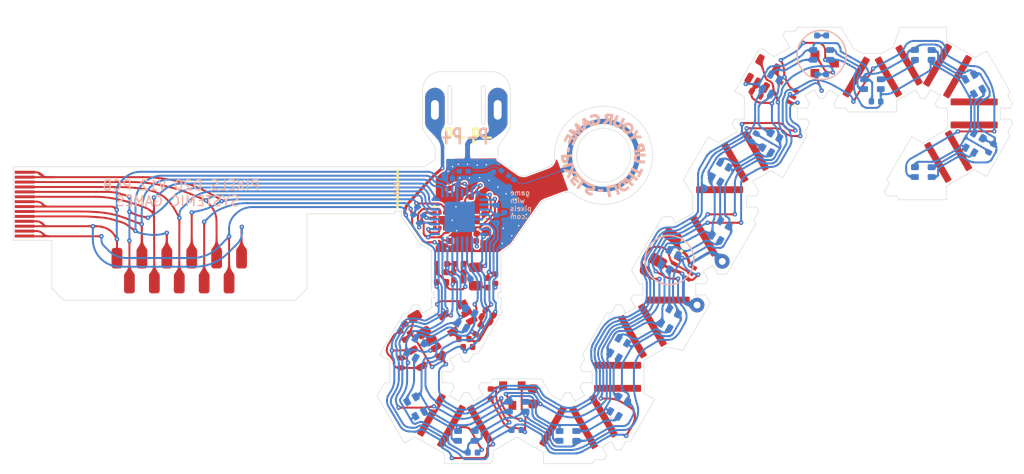
<source format=kicad_pcb>
(kicad_pcb (version 20211014) (generator pcbnew)
  (title_block (title "FLX-F020") (date "2021-09-11") (rev "10") (company "Systemic Games, LLC") (comment 1 "Flexible PCB, 0.13mm thickness"))
  (layers (0 "F.Cu" signal) (31 "B.Cu" signal) (34 "B.Paste" user) (35 "F.Paste" user) (36 "B.SilkS" user "B.Silkscreen") (37 "F.SilkS" user "F.Silkscreen") (38 "B.Mask" user) (39 "F.Mask" user) (44 "Edge.Cuts" user))
  (net 0 "")
  (net 1 "Net-(C1-Pad1)")
  (net 2 "GND")
  (net 3 "VDD")
  (net 4 "VDC")
  (net 5 "Net-(L1-Pad2)")
  (net 6 "Net-(L1-Pad1)")
  (net 7 "+5V")
  (net 8 "VEE")
  (net 9 "/LED_EN")
  (net 10 "Net-(C2-Pad2)")
  (net 11 "Net-(C3-Pad1)")
  (net 12 "Net-(C5-Pad2)")
  (net 13 "Net-(C7-Pad1)")
  (net 14 "Net-(C17-Pad2)")
  (net 15 "+BATT")
  (net 16 "Net-(L4-Pad1)")
  (net 17 "RXI")
  (net 18 "TXO")
  (net 19 "SWO")
  (net 20 "RESET")
  (net 21 "SWDCLK")
  (net 22 "SWDIO")
  (net 23 "Net-(R10-Pad1)")
  (net 24 "Net-(R10-Pad2)")
  (net 25 "/LED_DATA")
  (net 26 "/Power Supply/MAG1_")
  (net 27 "/Power Supply/LED_EN_OUT")
  (net 28 "/VLED_SENSE")
  (net 29 "/5V_SENSE")
  (net 30 "/VBAT_SENSE")
  (net 31 "/STATS")
  (net 32 "Net-(D10-Pad1)")
  (net 33 "/LEDs/LED_RETURN")
  (net 34 "Net-(R3-Pad1)")
  (net 35 "Net-(D2-Pad3)")
  (net 36 "Net-(D3-Pad3)")
  (net 37 "Net-(D4-Pad3)")
  (net 38 "Net-(D5-Pad3)")
  (net 39 "Net-(D6-Pad3)")
  (net 40 "Net-(D7-Pad3)")
  (net 41 "Net-(D8-Pad3)")
  (net 42 "Net-(D10-Pad3)")
  (net 43 "Net-(D11-Pad3)")
  (net 44 "Net-(D12-Pad3)")
  (net 45 "Net-(D13-Pad3)")
  (net 46 "Net-(D14-Pad3)")
  (net 47 "Net-(D15-Pad3)")
  (net 48 "Net-(D16-Pad3)")
  (net 49 "Net-(D17-Pad3)")
  (net 50 "Net-(D18-Pad3)")
  (net 51 "Net-(D19-Pad3)")
  (net 52 "Net-(D20-Pad3)")
  (net 53 "/SCL")
  (net 54 "/SDA")
  (net 55 "/ACC_INT")
  (net 56 "/ARC_ANTENNA")
  (net 57 "unconnected-(U1-Pad7)")
  (net 60 "Net-(C19-Pad2)")
  (net 61 "Net-(C19-Pad1)")
  (net 62 "Net-(R6-Pad1)")
  (net 63 "Net-(X101-Pad1)")
  (net 64 "Net-(X102-Pad1)")
  (net 65 "/ANT_50")
  (net 66 "/ANT_NRF")
  (footprint "Pixels-dice:SOT-353_SC-70-5" (layer "F.Cu") (at 174.847276 75.695 150)
    (fp_text reference "U7")
    (fp_text value "74AHC1G08")
  )
  (footprint "TestPoint:TestPoint_THTPad_D1.5mm_Drill0.7mm" (layer "F.Cu") (at 168.47 92.95 30)
    (fp_text reference "P6")
    (fp_text value "COILB")
  )
  (footprint "Pixels-dice:R_0402_1005Metric" (layer "F.Cu") (at 144.37 98.86 -30)
    (fp_text reference "R14")
    (fp_text value "10M 1%")
  )
  (footprint "Pixels-dice:C_0402_1005Metric" (layer "F.Cu") (at 144.76 98.18 -30)
    (fp_text reference "C6")
    (fp_text value "10nF 25V 10%")
  )
  (footprint "Package_TO_SOT_SMD:SOT-23-5" (layer "F.Cu") (at 141.49 98.72 -150)
    (fp_text reference "U5")
    (fp_text value "MCP73832T-2ACI/OT")
  )
  (footprint "Package_TO_SOT_SMD:SOT-23" (layer "F.Cu") (at 178.91 72.78)
    (fp_text reference "U8")
    (fp_text value "TMR1366")
  )
  (footprint "TestPoint:TestPoint_THTPad_D1.5mm_Drill0.7mm" (layer "F.Cu") (at 165.9 97.4 30)
    (fp_text reference "P5")
    (fp_text value "COILA")
  )
  (footprint "Pixels-dice:SOT-23-5" (layer "F.Cu") (at 172.582724 73.797628 60)
    (fp_text reference "U6")
    (fp_text value "MT9700")
  )
  (footprint "Pixels-dice:R_0402_1005Metric" (layer "F.Cu") (at 171.91 75.85 150)
    (fp_text reference "R3")
    (fp_text value "10k 5%")
  )
  (footprint "Pixels-dice:R_0402_1005Metric" (layer "F.Cu") (at 143.59 99.93 60)
    (fp_text reference "R13")
    (fp_text value "4.02M 1%")
  )
  (footprint "Pixels-dice:C_0402_1005Metric" (layer "F.Cu") (at 140.73 85.99 -90)
    (fp_text reference "C7")
    (fp_text value "100pF NP0 10V 5%")
  )
  (footprint "Inductor_SMD:L_0805_2012Metric" (layer "F.Cu") (at 143.34 94.49 -90)
    (fp_text reference "L1" hide)
    (fp_text value "10uH 100mA 10%")
  )
  (footprint "Pixels-dice:C_0402_1005Metric" (layer "F.Cu") (at 143.34 86.37 180)
    (fp_text reference "C5")
    (fp_text value "8pF 10V 10%")
  )
  (footprint "Pixels-dice:C_0402_1005Metric" (layer "F.Cu") (at 142.9 90.87 180)
    (fp_text reference "C3")
    (fp_text value "0.1uF 10V 20%")
  )
  (footprint "Pixels-dice:C_0402_1005Metric" (layer "F.Cu") (at 144.22 87.6 -90)
    (fp_text reference "C2")
    (fp_text value "8pF 10V 10%")
  )
  (footprint "Pixels-dice:C_0402_1005Metric" (layer "F.Cu") (at 141.19 90.86)
    (fp_text reference "C10")
    (fp_text value "0.1uF 10V 20%")
  )
  (footprint "Pixels-dice:FPC-POGO-11" (layer "F.Cu") (at 113.109999 93.890001 180)
    (fp_text reference "J2")
    (fp_text value "Conn_01x11")
  )
  (footprint "Pixels-dice:C_0402_1005Metric" (layer "F.Cu") (at 142.54 101.67)
    (fp_text reference "C18")
    (fp_text value "4.7uF 6.3V 20%")
  )
  (footprint "Pixels-dice:R_0402_1005Metric" (layer "F.Cu") (at 136.39 99.8 -60)
    (fp_text reference "R4")
    (fp_text value "402k 1%")
  )
  (footprint "Pixels-dice:C_0402_1005Metric" (layer "F.Cu") (at 135.88 100.51 120)
    (fp_text reference "C17")
    (fp_text value "22pF 10V 5%")
  )
  (footprint "Pixels-dice:SOT-23-5" (layer "F.Cu") (at 138.34 102.27 -150)
    (fp_text reference "U4")
    (fp_text value "LN3435")
  )
  (footprint "Pixels-dice:C_0402_1005Metric" (layer "F.Cu") (at 142.91 90.1 180)
    (fp_text reference "C4")
    (fp_text value "4.7uF 6.3V 20%")
  )
  (footprint "Inductor_SMD:L_0805_2012Metric" (layer "F.Cu") (at 137.59 99.39 120)
    (fp_text reference "L4")
    (fp_text value "2.2uH 20mA 10%")
  )
  (footprint "Pixels-dice:R_0402_1005Metric" (layer "F.Cu") (at 142.14 100.86)
    (fp_text reference "R6")
    (fp_text value "22k 1%")
  )
  (footprint "Pixels-dice:FPC_14" (layer "F.Cu") (at 97.33848 90.361234 90)
    (fp_text reference "J1")
    (fp_text value "Conn_01x14")
  )
  (footprint "Capacitor_SMD:C_0603_1608Metric" (layer "F.Cu") (at 149.18 106.71 90)
    (fp_text reference "C13")
    (fp_text value "4.7uF 25V 20%")
  )
  (footprint "Package_TO_SOT_SMD:SOT-363_SC-70-6" (layer "F.Cu") (at 164.41 93.67 -30)
    (fp_text reference "D1")
    (fp_text value "BAV99S")
  )
  (footprint "Pixels-dice:C_0402_1005Metric" (layer "F.Cu") (at 144.86 106.44 -90)
    (fp_text reference "C15")
    (fp_text value "4.7uF 6.3V 20%")
  )
  (footprint "Inductor_SMD:L_0402_1005Metric" (layer "F.Cu") (at 144.53 95.13 90)
    (fp_text reference "L2")
    (fp_text value "15nH 100mA 5%")
  )
  (footprint "Pixels-dice:C_0402_1005Metric" (layer "F.Cu") (at 145.32 94.72 -90)
    (fp_text reference "C1")
    (fp_text value "4.7uF 6.3V 20%")
  )
  (footprint "Pixels-dice:C_0402_1005Metric" (layer "F.Cu") (at 141.62 93.22 180)
    (fp_text reference "C21")
    (fp_text value "10nF 25V 10%")
  )
  (footprint "Pixels-dice:R_0402_1005Metric" (layer "F.Cu") (at 139.85 95.07)
    (fp_text reference "R7")
    (fp_text value "4.02M 1%")
  )
  (footprint "Pixels-dice:R_0402_1005Metric" (layer "F.Cu") (at 141.609999 94.050003)
    (fp_text reference "R2")
    (fp_text value "10M 1%")
  )
  (footprint "Pixels-dice:R_0402_1005Metric" (layer "F.Cu") (at 139.88 93.22)
    (fp_text reference "R8")
    (fp_text value "10M 1%")
  )
  (footprint "Pixels-dice:R_0402_1005Metric" (layer "F.Cu") (at 141.61 94.87)
    (fp_text reference "R1")
    (fp_text value "4.02M 1%")
  )
  (footprint "Pixels-dice:C_0402_1005Metric" (layer "F.Cu") (at 139.86 94.05)
    (fp_text reference "C22")
    (fp_text value "10nF 25V 10%")
  )
  (footprint "Pixels-dice:Crystal_SMD_2016-4Pin_2.0x1.6mm" (layer "F.Cu") (at 142.8 88.01 90)
    (fp_text reference "Y1")
    (fp_text value "32MHz 40ppm")
  )
  (footprint "Package_LGA:LGA-12_2x2mm_P0.5mm" (layer "F.Cu") (at 139.93 88.75)
    (fp_text reference "U2")
    (fp_text value "KXTJ3-1057")
  )
  (footprint "Pixels-dice:R_0402_1005Metric" (layer "F.Cu") (at 135.72 103.29 -90)
    (fp_text reference "R5")
    (fp_text value "100k 1%")
  )
  (footprint "Pixels-dice:SOT-23" (layer "F.Cu") (at 147.07 106.63 90)
    (fp_text reference "U3")
    (fp_text value "PJ75AL50SA")
  )
  (footprint "Capacitor_SMD:C_1206_3216Metric" (layer "F.Cu") (at 162.6125 91.617387 60)
    (fp_text reference "C19")
    (fp_text value "33nF 50V 5% NP0")
  )
  (footprint "Pixels-dice:TEST_PIN" (layer "F.Cu") (at 160.55 93.87)
    (fp_text reference "W16" hide)
    (fp_text value "VIN")
  )
  (footprint "Pixels-dice:TEST_PIN" (layer "F.Cu") (at 146.88 89.5)
    (fp_text reference "W19" hide)
    (fp_text value "GND")
  )
  (footprint "Pixels-dice:TEST_PIN" (layer "F.Cu") (at 144.44 89.89)
    (fp_text reference "W25" hide)
    (fp_text value "VDD")
  )
  (footprint "Pixels-dice:TX1812Z_2020" (layer "B.Cu") (at 142.38 110.74 -90)
    (fp_text reference "D5")
    (fp_text value "TX1812Z_2020")
  )
  (footprint "Pixels-dice:TX1812Z_2020" (layer "B.Cu") (at 137.198782 107.749711 -150)
    (fp_text reference "D4")
    (fp_text value "TX1812Z_2020")
  )
  (footprint "Pixels-dice:TX1812Z_2020" (layer "B.Cu") (at 147.56 107.76 -90)
    (fp_text reference "D6")
    (fp_text value "TX1812Z_2020")
  )
  (footprint "Pixels-dice:C_0402_1005Metric" (layer "B.Cu") (at 147.49 110.14)
    (fp_text reference "C16" hide)
    (fp_text value "4.7uF 6.3V 20%")
  )
  (footprint "Pixels-dice:TX1812Z_2020" (layer "B.Cu") (at 142.35 98.755 150)
    (fp_text reference "D2")
    (fp_text value "TX1812Z_2020")
  )
  (footprint "Pixels-dice:TX1812Z_2020" (layer "B.Cu") (at 152.728782 110.740289 -90)
    (fp_text reference "D7")
    (fp_text value "TX1812Z_2020")
  )
  (footprint "Pixels-dice:TX1812Z_2020" (layer "B.Cu") (at 173.428782 80.860289 -30)
    (fp_text reference "D14")
    (fp_text value "TX1812Z_2020")
  )
  (footprint "Pixels-dice:TX1812Z_2020" (layer "B.Cu") (at 168.258782 83.850289 -30)
    (fp_text reference "D13")
    (fp_text value "TX1812Z_2020")
  )
  (footprint "Pixels-dice:TX1812Z_2020" (layer "B.Cu") (at 168.258782 89.820289 -30)
    (fp_text reference "D12")
    (fp_text value "TX1812Z_2020")
  )
  (footprint "Pixels-dice:TX1812Z_2020" (layer "B.Cu") (at 157.908782 101.780289 -30)
    (fp_text reference "D9")
    (fp_text value "TX1812Z_2020")
  )
  (footprint "Pixels-dice:TX1812Z_2020" (layer "B.Cu") (at 157.898782 107.750289 -30)
    (fp_text reference "D8")
    (fp_text value "TX1812Z_2020")
  )
  (footprint "Pixels-dice:TX1812Z_2020" (layer "B.Cu") (at 178.608782 71.900289 -90)
    (fp_text reference "D16" hide)
    (fp_text value "TX1812Z_2020")
  )
  (footprint "Pixels-dice:TX1812Z_2020" (layer "B.Cu") (at 188.958782 71.899711 -90)
    (fp_text reference "D18")
    (fp_text value "TX1812Z_2020")
  )
  (footprint "Pixels-dice:TX1812Z_2020" (layer "B.Cu") (at 194.140289 80.868782 150)
    (fp_text reference "D20")
    (fp_text value "TX1812Z_2020")
  )
  (footprint "Pixels-dice:TX1812Z_2020" (layer "B.Cu") (at 188.959711 83.848782 90)
    (fp_text reference "D21")
    (fp_text value "TX1812Z_2020")
  )
  (footprint "Pixels-dice:TX1812Z_2020" (layer "B.Cu") (at 183.778782 74.880289 -90)
    (fp_text reference "D17")
    (fp_text value "TX1812Z_2020")
  )
  (footprint "Pixels-dice:TX1812Z_2020" (layer "B.Cu") (at 194.13 74.89 -150)
    (fp_text reference "D19")
    (fp_text value "TX1812Z_2020")
  )
  (footprint "Pixels-dice:TX1812Z_2020" (layer "B.Cu") (at 163.08 92.8 -30)
    (fp_text reference "D11")
    (fp_text value "TX1812Z_2020")
  )
  (footprint "Pixels-dice:C_0402_1005Metric" (layer "B.Cu") (at 171.67 80.31 60)
    (fp_text reference "C24" hide)
    (fp_text value "0.1uF 10V 20%")
  )
  (footprint "Pixels-dice:R_0402_1005Metric" (layer "B.Cu") (at 145.42 87.73 90)
    (fp_text reference "R10" hide)
    (fp_text value "100k 1%")
  )
  (footprint "Package_DFN_QFN:QFN-32-1EP_5x5mm_P0.5mm_EP3.1x3.1mm" (layer "B.Cu") (at 141.7 88.41 90)
    (fp_text reference "U1" hide)
    (fp_text value "N52810_QFN32")
  )
  (footprint "Pixels-dice:C_0402_1005Metric" (layer "B.Cu") (at 143.03 112.44 180)
    (fp_text reference "C23" hide)
    (fp_text value "0.1uF 10V 20%")
  )
  (footprint "Pixels-dice:TX1812Z_2020" (layer "B.Cu") (at 137.198782 101.780289 150)
    (fp_text reference "D3")
    (fp_text value "TX1812Z_2020")
  )
  (footprint "Pixels-dice:C_0402_1005Metric" (layer "B.Cu") (at 184.15 76.65)
    (fp_text reference "C9" hide)
    (fp_text value "4.7uF 6.3V 20%")
  )
  (footprint "Pixels-dice:R_0402_1005Metric" (layer "B.Cu") (at 146.25 87.46 -90)
    (fp_text reference "R9" hide)
    (fp_text value "100k 1%")
  )
  (footprint "Pixels-dice:Hongjie 10100 Connector" (layer "B.Cu") (at 142.374557 77.5)
    (fp_text reference "J3")
    (fp_text value "Conn_01x02")
  )
  (footprint "Pixels-dice:TX1812Z_2020" (layer "B.Cu") (at 163.078782 98.790289 -30)
    (fp_text reference "D10")
    (fp_text value "TX1812Z_2020")
  )
  (footprint "Pixels-dice:TX1812Z_2020" (layer "B.Cu") (at 173.428782 74.890289 -30)
    (fp_text reference "D15")
    (fp_text value "TX1812Z_2020")
  )
  (footprint "Pixels-dice:C_0402_1005Metric" (layer "B.Cu") (at 195.88 81.42 -120)
    (fp_text reference "C25" hide)
    (fp_text value "0.1uF 10V 20%")
  )
  (footprint "Pixels-dice:R_0402_1005Metric" (layer "B.Cu") (at 137.29 88.62 -55)
    (fp_text reference "R12" hide)
    (fp_text value "2.7k 5%")
  )
  (footprint "Pixels-dice:R_0402_1005Metric" (layer "B.Cu") (at 137.7 87.83 -55)
    (fp_text reference "R16" hide)
    (fp_text value "2.7k 5%")
  )
  (footprint "Pixels-dice:TEST_PIN" (layer "B.Cu") (at 166.66 85.5)
    (fp_text reference "W5" hide)
    (fp_text value "LED_EN")
  )
  (footprint "Pixels-dice:TEST_PIN" (layer "B.Cu") (at 145.48 89.04)
    (fp_text reference "W12" hide)
    (fp_text value "VLED_S")
  )
  (footprint "Pixels-dice:TEST_PIN" (layer "B.Cu") (at 142.79 94.75)
    (fp_text reference "W13" hide)
    (fp_text value "5V_S")
  )
  (footprint "Pixels-dice:ARC_Antenna" (layer "B.Cu") (at 152.045527 83.708086 20)
    (fp_text reference "AE2" hide)
    (fp_text value "ARC")
  )
  (footprint "Pixels-dice:0402_RF" (layer "B.Cu") (at 146.32 83.96 -35)
    (fp_text reference "L3" hide)
    (fp_text value "4.7nH 5%")
  )
  (footprint "Capacitor_SMD:C_0402_1005Metric" (layer "B.Cu") (at 178.602914 73.879225 180)
    (fp_text reference "X102" hide)
    (fp_text value "DNP")
  )
  (footprint "Pixels-dice:0402_RF" (layer "B.Cu") (at 140.52 84.47 180)
    (fp_text reference "C8" hide)
    (fp_text value "0.8pF 10V 5% NP0")
  )
  (footprint "Pixels-dice:0402_RF" (layer "B.Cu") (at 146.98 84.96 -125)
    (fp_text reference "C11" hide)
    (fp_text value "1.8pF 10V 5% NP0")
  )
  (footprint "Capacitor_SMD:C_0402_1005Metric" (layer "B.Cu") (at 178.6 69.919225 180)
    (fp_text reference "X101" hide)
    (fp_text value "DNP")
  )
  (footprint "Pixels-dice:0402_RF" (layer "B.Cu") (at 142.12 83.76)
    (fp_text reference "L5" hide)
    (fp_text value "3.9nH 5%")
  )
  (gr_circle (center 163.08 92.81) (end 165.58 92.81) (layer "B.SilkS") (width 0.15) (fill none))
  (gr_line (start 159.637794 82.136441) (end 159.781632 82.034498) (layer "B.SilkS") (width 0.1734))
  (gr_line (start 159.051853 79.038211) (end 158.888243 78.973322) (layer "B.SilkS") (width 0.1734))
  (gr_line (start 156.771347 78.350973) (end 156.93389 78.426378) (layer "B.SilkS") (width 0.1734))
  (gr_line (start 155.116437 79.12643) (end 154.396829 78.538931) (layer "B.SilkS") (width 0.1734))
  (gr_line (start 159.370291 80.236216) (end 159.723288 79.582528) (layer "B.SilkS") (width 0.1734))
  (gr_line (start 152.716235 84.308245) (end 152.928766 83.854237) (layer "B.SilkS") (width 0.1734))
  (gr_line (start 156.381709 78.877719) (end 156.783239 78.467164) (layer "B.SilkS") (width 0.1734))
  (gr_line (start 156.860927 78.058739) (end 156.815375 78.055232) (layer "B.SilkS") (width 0.1734))
  (gr_line (start 154.396829 78.538931) (end 154.44785 79.01837) (layer "B.SilkS") (width 0.1734))
  (gr_line (start 155.003476 85.08599) (end 155.168972 85.138579) (layer "B.SilkS") (width 0.1734))
  (gr_line (start 156.235453 85.781065) (end 155.891373 85.755862) (layer "B.SilkS") (width 0.1734))
  (gr_line (start 153.797941 84.810669) (end 153.720203 84.878527) (layer "B.SilkS") (width 0.1734))
  (gr_line (start 159.781632 82.034498) (end 159.970788 82.015578) (layer "B.SilkS") (width 0.1734))
  (gr_line (start 154.565435 85.67349) (end 154.617116 85.58115) (layer "B.SilkS") (width 0.1734))
  (gr_line (start 155.522026 79.015781) (end 155.438952 79.029999) (layer "B.SilkS") (width 0.1734))
  (gr_line (start 153.652631 79.097863) (end 154.003863 79.907898) (layer "B.SilkS") (width 0.1734))
  (gr_line (start 156.93389 78.426378) (end 156.922351 78.50892) (layer "B.SilkS") (width 0.1734))
  (gr_line (start 155.009833 86.026418) (end 155.18843 86.047863) (layer "B.SilkS") (width 0.1734))
  (gr_line (start 153.408703 80.540712) (end 153.098027 80.393238) (layer "B.SilkS") (width 0.1734))
  (gr_line (start 157.356581 85.225542) (end 157.377645 85.326774) (layer "B.SilkS") (width 0.1734))
  (gr_line (start 159.723288 79.582528) (end 159.799577 79.708568) (layer "B.SilkS") (width 0.1734))
  (gr_line (start 154.460316 79.1305) (end 154.496 79.463199) (layer "B.SilkS") (width 0.1734))
  (gr_line (start 159.988312 84.286162) (end 159.894997 84.241636) (layer "B.SilkS") (width 0.1734))
  (gr_line (start 158.919706 85.450694) (end 158.850244 85.524965) (layer "B.SilkS") (width 0.1734))
  (gr_line (start 155.318082 85.216067) (end 155.434023 85.363172) (layer "B.SilkS") (width 0.1734))
  (gr_line (start 153.146391 84.729746) (end 153.488802 85.116245) (layer "B.SilkS") (width 0.1734))
  (gr_line (start 156.872928 85.431136) (end 157.052217 86.294426) (layer "B.SilkS") (width 0.1734))
  (gr_line (start 153.245042 83.059011) (end 152.295755 83.322081) (layer "B.SilkS") (width 0.1734))
  (gr_line (start 159.36206 79.365466) (end 159.314652 79.543938) (layer "B.SilkS") (width 0.1734))
  (gr_line (start 155.784006 78.340372) (end 155.677729 78.187718) (layer "B.SilkS") (width 0.1734))
  (gr_line (start 154.304301 84.77839) (end 153.797789 85.500514) (layer "B.SilkS") (width 0.1734))
  (gr_line (start 156.783239 78.467164) (end 156.737277 78.441966) (layer "B.SilkS") (width 0.1734))
  (gr_line (start 154.617116 85.58115) (end 154.775462 85.500795) (layer "B.SilkS") (width 0.1734))
  (gr_line (start 157.377645 85.326774) (end 156.872928 85.431136) (layer "B.SilkS") (width 0.1734))
  (gr_line (start 153.39361 84.510255) (end 153.146391 84.729746) (layer "B.SilkS") (width 0.1734))
  (gr_line (start 159.213654 79.043332) (end 159.321238 79.191404) (layer "B.SilkS") (width 0.1734))
  (gr_line (start 155.933929 78.398972) (end 155.95181 78.518299) (layer "B.SilkS") (width 0.1734))
  (gr_line (start 160.524616 82.748463) (end 160.515456 82.875732) (layer "B.SilkS") (width 0.1734))
  (gr_line (start 158.515417 79.002431) (end 158.664088 78.892219) (layer "B.SilkS") (width 0.1734))
  (gr_line (start 153.62044 80.321645) (end 152.897707 79.652108) (layer "B.SilkS") (width 0.1734))
  (gr_line (start 155.18843 86.047863) (end 155.146499 86.157789) (layer "B.SilkS") (width 0.1734))
  (gr_line (start 158.850244 85.524965) (end 158.710004 85.634149) (layer "B.SilkS") (width 0.1734))
  (gr_line (start 152.195728 82.753653) (end 152.149581 82.584539) (layer "B.SilkS") (width 0.1734))
  (gr_line (start 158.940249 84.756332) (end 159.320311 84.31564) (layer "B.SilkS") (width 0.1734))
  (gr_line (start 152.3669 83.616519) (end 152.981428 83.740451) (layer "B.SilkS") (width 0.1734))
  (gr_line (start 156.596596 78.321957) (end 156.55266 78.146407) (layer "B.SilkS") (width 0.1734))
  (gr_line (start 157.588979 85.117757) (end 157.951944 86.034329) (layer "B.SilkS") (width 0.1734))
  (gr_line (start 157.470768 85.165123) (end 157.588979 85.117757) (layer "B.SilkS") (width 0.1734))
  (gr_line (start 158.330682 78.407861) (end 158.447178 78.460577) (layer "B.SilkS") (width 0.1734))
  (gr_line (start 157.708243 79.102502) (end 157.799751 79.132423) (layer "B.SilkS") (width 0.1734))
  (gr_line (start 159.159356 79.747894) (end 159.01068 79.856883) (layer "B.SilkS") (width 0.1734))
  (gr_line (start 152.488187 82.714897) (end 152.609908 82.580833) (layer "B.SilkS") (width 0.1734))
  (gr_line (start 156.815375 78.055232) (end 156.68587 78.171547) (layer "B.SilkS") (width 0.1734))
  (gr_line (start 158.186234 84.782566) (end 158.259713 84.74088) (layer "B.SilkS") (width 0.1734))
  (gr_line (start 153.470852 84.441517) (end 153.797941 84.810669) (layer "B.SilkS") (width 0.1734))
  (gr_line (start 160.401411 81.085356) (end 160.464932 81.248416) (layer "B.SilkS") (width 0.1734))
  (gr_line (start 158.013149 85.504383) (end 157.955129 85.398511) (layer "B.SilkS") (width 0.1734))
  (gr_line (start 158.517581 84.560314) (end 158.601131 84.463976) (layer "B.SilkS") (width 0.1734))
  (gr_line (start 155.510627 78.912674) (end 155.600163 78.8866) (layer "B.SilkS") (width 0.1734))
  (gr_line (start 153.557219 80.470903) (end 153.275572 81.061205) (layer "B.SilkS") (width 0.1734))
  (gr_line (start 152.609908 82.580833) (end 152.643306 82.404853) (layer "B.SilkS") (width 0.1734))
  (gr_line (start 160.096865 80.197467) (end 160.170206 80.318246) (layer "B.SilkS") (width 0.1734))
  (gr_line (start 152.48397 80.673054) (end 152.390571 80.62858) (layer "B.SilkS") (width 0.1734))
  (gr_line (start 158.155707 79.09194) (end 158.018499 79.220972) (layer "B.SilkS") (width 0.1734))
  (gr_line (start 158.500035 79.742003) (end 158.45751 79.700971) (layer "B.SilkS") (width 0.1734))
  (gr_line (start 159.658147 82.404189) (end 159.661518 82.500708) (layer "B.SilkS") (width 0.1734))
  (gr_line (start 153.096955 82.101857) (end 153.108114 82.229543) (layer "B.SilkS") (width 0.1734))
  (gr_line (start 159.921159 82.705887) (end 160.524616 82.748463) (layer "B.SilkS") (width 0.1734))
  (gr_line (start 157.280286 78.012921) (end 157.138941 78.988403) (layer "B.SilkS") (width 0.1734))
  (gr_line (start 155.891373 85.755862) (end 155.898816 85.652987) (layer "B.SilkS") (width 0.1734))
  (gr_line (start 154.785794 84.990599) (end 154.726333 85.07496) (layer "B.SilkS") (width 0.1734))
  (gr_line (start 154.666238 78.900855) (end 154.746126 78.974321) (layer "B.SilkS") (width 0.1734))
  (gr_line (start 154.832478 86.0798) (end 154.677716 86.00139) (layer "B.SilkS") (width 0.1734))
  (gr_line (start 154.155985 84.539208) (end 154.078747 84.607945) (layer "B.SilkS") (width 0.1734))
  (gr_line (start 156.68587 78.171547) (end 156.68399 78.192396) (layer "B.SilkS") (width 0.1734))
  (gr_line (start 155.280738 85.33133) (end 155.13179 85.235423) (layer "B.SilkS") (width 0.1734))
  (gr_line (start 155.00092 86.132769) (end 154.832478 86.0798) (layer "B.SilkS") (width 0.1734))
  (gr_line (start 158.158321 84.931516) (end 158.047254 85.088632) (layer "B.SilkS") (width 0.1734))
  (gr_line (start 158.888243 78.973322) (end 158.70753 79.020507) (layer "B.SilkS") (width 0.1734))
  (gr_line (start 156.922351 78.50892) (end 156.548346 78.902648) (layer "B.SilkS") (width 0.1734))
  (gr_line (start 152.981428 83.740451) (end 153.246696 83.172611) (layer "B.SilkS") (width 0.1734))
  (gr_line (start 159.437239 80.345602) (end 159.142261 80.52407) (layer "B.SilkS") (width 0.1734))
  (gr_line (start 154.44785 79.01837) (end 154.666238 78.900855) (layer "B.SilkS") (width 0.1734))
  (gr_line (start 158.082281 78.959013) (end 158.330682 78.407861) (layer "B.SilkS") (width 0.1734))
  (gr_line (start 159.320311 84.31564) (end 158.980785 84.022347) (layer "B.SilkS") (width 0.1734))
  (gr_line (start 155.420449 85.547244) (end 155.368114 85.638823) (layer "B.SilkS") (width 0.1734))
  (gr_line (start 156.68399 78.192396) (end 156.771347 78.350973) (layer "B.SilkS") (width 0.1734))
  (gr_line (start 157.975388 79.101001) (end 158.082281 78.959013) (layer "B.SilkS") (width 0.1734))
  (gr_line (start 155.324869 78.036825) (end 155.38663 78.025315) (layer "B.SilkS") (width 0.1734))
  (gr_line (start 158.803725 79.774725) (end 158.970847 79.726073) (layer "B.SilkS") (width 0.1734))
  (gr_line (start 155.824265 78.607606) (end 155.809902 78.427222) (layer "B.SilkS") (width 0.1734))
  (gr_line (start 154.245755 79.646971) (end 153.652631 79.097863) (layer "B.SilkS") (width 0.1734))
  (gr_line (start 152.873537 81.409852) (end 152.819272 81.749382) (layer "B.SilkS") (width 0.1734))
  (gr_line (start 152.710024 82.643798) (end 152.604692 82.799338) (layer "B.SilkS") (width 0.1734))
  (gr_line (start 152.643306 82.404853) (end 152.75284 82.422155) (layer "B.SilkS") (width 0.1734))
  (gr_line (start 155.434023 85.363172) (end 155.420449 85.547244) (layer "B.SilkS") (width 0.1734))
  (gr_line (start 160.170206 80.318246) (end 159.437239 80.345602) (layer "B.SilkS") (width 0.1734))
  (gr_line (start 160.541579 81.640325) (end 159.573928 81.828353) (layer "B.SilkS") (width 0.1734))
  (gr_line (start 157.012444 78.96955) (end 157.139308 78.099424) (layer "B.SilkS") (width 0.1734))
  (gr_line (start 158.449186 79.346667) (end 158.464206 79.527817) (layer "B.SilkS") (width 0.1734))
  (gr_line (start 155.748171 78.083462) (end 155.869106 78.219744) (layer "B.SilkS") (width 0.1734))
  (gr_line (start 157.403779 78.859117) (end 157.450778 78.674834) (layer "B.SilkS") (width 0.1734))
  (gr_line (start 154.799415 85.165399) (end 154.841919 85.056284) (layer "B.SilkS") (width 0.1734))
  (gr_line (start 153.665766 84.002285) (end 153.051576 83.87934) (layer "B.SilkS") (width 0.1734))
  (gr_line (start 154.951436 85.535053) (end 155.069332 85.580682) (layer "B.SilkS") (width 0.1734))
  (gr_line (start 158.540761 85.095879) (end 158.360486 84.814365) (layer "B.SilkS") (width 0.1734))
  (gr_line (start 159.751491 82.653787) (end 159.921159 82.705887) (layer "B.SilkS") (width 0.1734))
  (gr_line (start 153.411727 85.184868) (end 152.984594 84.702653) (layer "B.SilkS") (width 0.1734))
  (gr_line (start 158.478747 85.736256) (end 158.296228 85.735883) (layer "B.SilkS") (width 0.1734))
  (gr_line (start 155.438952 79.029999) (end 155.261594 79.027231) (layer "B.SilkS") (width 0.1734))
  (gr_line (start 158.710004 85.634149) (end 158.65594 85.665903) (layer "B.SilkS") (width 0.1734))
  (gr_line (start 153.596113 83.864282) (end 153.665766 84.002285) (layer "B.SilkS") (width 0.1734))
  (gr_line (start 157.138941 78.988403) (end 157.012444 78.96955) (layer "B.SilkS") (width 0.1734))
  (gr_line (start 159.96114 82.141974) (end 159.864309 82.145076) (layer "B.SilkS") (width 0.1734))
  (gr_line (start 155.935449 78.698222) (end 155.842405 78.858592) (layer "B.SilkS") (width 0.1734))
  (gr_line (start 157.450778 78.674834) (end 157.699174 78.123688) (layer "B.SilkS") (width 0.1734))
  (gr_line (start 160.028735 83.96243) (end 159.232061 83.582711) (layer "B.SilkS") (width 0.1734))
  (gr_line (start 155.695695 78.958883) (end 155.522026 79.015781) (layer "B.SilkS") (width 0.1734))
  (gr_line (start 159.549827 81.703619) (end 160.413111 81.534955) (layer "B.SilkS") (width 0.1734))
  (gr_line (start 160.334092 81.197198) (end 160.168515 81.136122) (layer "B.SilkS") (width 0.1734))
  (gr_line (start 152.261979 83.199232) (end 153.21119 82.936226) (layer "B.SilkS") (width 0.1734))
  (gr_line (start 159.398722 84.382818) (end 159.018413 84.82368) (layer "B.SilkS") (width 0.1734))
  (gr_line (start 159.01068 79.856883) (end 158.836927 79.8992) (layer "B.SilkS") (width 0.1734))
  (gr_line (start 155.13179 85.235423) (end 154.975065 85.187681) (layer "B.SilkS") (width 0.1734))
  (gr_line (start 154.271062 78.464629) (end 154.394592 78.396444) (layer "B.SilkS") (width 0.1734))
  (gr_line (start 158.296228 85.735883) (end 158.135971 85.650327) (layer "B.SilkS") (width 0.1734))
  (gr_line (start 158.504296 85.614604) (end 158.665593 85.539507) (layer "B.SilkS") (width 0.1734))
  (gr_line (start 152.390571 80.62858) (end 152.667311 80.046601) (layer "B.SilkS") (width 0.1734))
  (gr_line (start 158.427647 84.68311) (end 158.648067 85.02684) (layer "B.SilkS") (width 0.1734))
  (gr_line (start 160.251395 80.996296) (end 160.401411 81.085356) (layer "B.SilkS") (width 0.1734))
  (gr_line (start 155.301565 85.501078) (end 155.280738 85.33133) (layer "B.SilkS") (width 0.1734))
  (gr_line (start 160.464932 81.248416) (end 160.541579 81.640325) (layer "B.SilkS") (width 0.1734))
  (gr_line (start 153.697519 80.238375) (end 153.62044 80.321645) (layer "B.SilkS") (width 0.1734))
  (gr_line (start 152.928766 83.854237) (end 152.436555 83.754524) (layer "B.SilkS") (width 0.1734))
  (gr_line (start 158.473561 79.046384) (end 158.515417 79.002431) (layer "B.SilkS") (width 0.1734))
  (gr_circle (center 178.6 71.9) (end 181.1 71.9) (layer "B.SilkS") (width 0.15) (fill none))
  (gr_line (start 152.432397 82.727103) (end 152.488187 82.714897) (layer "B.SilkS") (width 0.1734))
  (gr_line (start 153.935554 79.981367) (end 153.105058 79.688815) (layer "B.SilkS") (width 0.1734))
  (gr_line (start 153.108114 82.229543) (end 152.231629 82.304906) (layer "B.SilkS") (width 0.1734))
  (gr_line (start 152.786057 84.446131) (end 152.716235 84.308245) (layer "B.SilkS") (width 0.1734))
  (gr_line (start 159.970788 82.015578) (end 160.573914 82.058384) (layer "B.SilkS") (width 0.1734))
  (gr_line (start 160.11436 81.154509) (end 160.007883 81.301087) (layer "B.SilkS") (width 0.1734))
  (gr_line (start 155.758746 78.777999) (end 155.824265 78.607606) (layer "B.SilkS") (width 0.1734))
  (gr_line (start 155.297252 78.599408) (end 155.36996 78.926935) (layer "B.SilkS") (width 0.1734))
  (gr_line (start 152.747936 82.47198) (end 152.710024 82.643798) (layer "B.SilkS") (width 0.1734))
  (gr_line (start 158.665593 85.539507) (end 158.73956 85.485277) (layer "B.SilkS") (width 0.1734))
  (gr_line (start 158.259713 84.74088) (end 158.427647 84.68311) (layer "B.SilkS") (width 0.1734))
  (gr_line (start 153.720203 84.878527) (end 153.39361 84.510255) (layer "B.SilkS") (width 0.1734))
  (gr_line (start 159.709979 82.234833) (end 159.658147 82.404189) (layer "B.SilkS") (width 0.1734))
  (gr_line (start 155.869106 78.219744) (end 155.933929 78.398972) (layer "B.SilkS") (width 0.1734))
  (gr_line (start 160.148176 81.002646) (end 160.251395 80.996296) (layer "B.SilkS") (width 0.1734))
  (gr_line (start 152.295755 83.322081) (end 152.261979 83.199232) (layer "B.SilkS") (width 0.1734))
  (gr_line (start 153.488802 85.116245) (end 153.411727 85.184868) (layer "B.SilkS") (width 0.1734))
  (gr_line (start 156.690187 77.960995) (end 156.864351 77.952573) (layer "B.SilkS") (width 0.1734))
  (gr_line (start 158.326113 85.61363) (end 158.504296 85.614604) (layer "B.SilkS") (width 0.1734))
  (gr_line (start 152.335094 82.857494) (end 152.195728 82.753653) (layer "B.SilkS") (width 0.1734))
  (gr_line (start 158.8376 78.848861) (end 159.013414 78.89178) (layer "B.SilkS") (width 0.1734))
  (gr_line (start 159.810328 84.569487) (end 159.72752 84.666532) (layer "B.SilkS") (width 0.1734))
  (gr_line (start 159.555331 82.39683) (end 159.568013 82.301273) (layer "B.SilkS") (width 0.1734))
  (gr_line (start 158.360613 79.206048) (end 158.473561 79.046384) (layer "B.SilkS") (width 0.1734))
  (gr_line (start 160.007883 81.301087) (end 159.993492 81.479634) (layer "B.SilkS") (width 0.1734))
  (gr_line (start 152.886485 80.838014) (end 152.792918 80.793655) (layer "B.SilkS") (width 0.1734))
  (gr_line (start 159.314652 79.543938) (end 159.200963 79.704109) (layer "B.SilkS") (width 0.1734))
  (gr_line (start 155.158142 85.601517) (end 155.301565 85.501078) (layer "B.SilkS") (width 0.1734))
  (gr_line (start 159.799577 79.708568) (end 159.509395 80.221833) (layer "B.SilkS") (width 0.1734))
  (gr_line (start 159.822295 82.820286) (end 159.653603 82.735753) (layer "B.SilkS") (width 0.1734))
  (gr_line (start 158.313035 79.383406) (end 158.360613 79.206048) (layer "B.SilkS") (width 0.1734))
  (gr_line (start 155.898816 85.652987) (end 156.242239 85.677428) (layer "B.SilkS") (width 0.1734))
  (gr_line (start 160.083447 83.84721) (end 160.216695 83.567128) (layer "B.SilkS") (width 0.1734))
  (gr_line (start 156.548346 78.902648) (end 156.381709 78.877719) (layer "B.SilkS") (width 0.1734))
  (gr_line (start 153.490086 79.012698) (end 153.600173 78.894101) (layer "B.SilkS") (width 0.1734))
  (gr_line (start 157.833162 86.080874) (end 157.470768 85.165123) (layer "B.SilkS") (width 0.1734))
  (gr_line (start 152.438811 82.863003) (end 152.335094 82.857494) (layer "B.SilkS") (width 0.1734))
  (gr_line (start 156.72718 85.356179) (end 157.356581 85.225542) (layer "B.SilkS") (width 0.1734))
  (gr_line (start 160.515456 82.875732) (end 159.912247 82.832985) (layer "B.SilkS") (width 0.1734))
  (gr_line (start 154.68456 85.719484) (end 154.718663 85.893372) (layer "B.SilkS") (width 0.1734))
  (gr_line (start 153.105058 79.688815) (end 153.697519 80.238375) (layer "B.SilkS") (width 0.1734))
  (gr_line (start 158.664088 78.892219) (end 158.8376 78.848861) (layer "B.SilkS") (width 0.1734))
  (gr_line (start 153.693327 85.427165) (end 154.259304 84.620682) (layer "B.SilkS") (width 0.1734))
  (gr_line (start 158.352059 79.555074) (end 158.313035 79.383406) (layer "B.SilkS") (width 0.1734))
  (gr_line (start 155.577023 78.020185) (end 155.748171 78.083462) (layer "B.SilkS") (width 0.1734))
  (gr_line (start 160.565003 82.185484) (end 159.96114 82.141974) (layer "B.SilkS") (width 0.1734))
  (gr_line (start 152.819272 81.749382) (end 152.717763 81.733784) (layer "B.SilkS") (width 0.1734))
  (gr_line (start 152.792918 80.793655) (end 153.004709 80.348712) (layer "B.SilkS") (width 0.1734))
  (gr_line (start 159.989667 81.083121) (end 160.148176 81.002646) (layer "B.SilkS") (width 0.1734))
  (gr_line (start 159.661518 82.500708) (end 159.751491 82.653787) (layer "B.SilkS") (width 0.1734))
  (gr_line (start 153.002959 79.538123) (end 153.847303 79.836848) (layer "B.SilkS") (width 0.1734))
  (gr_line (start 154.870232 85.983779) (end 155.009833 86.026418) (layer "B.SilkS") (width 0.1734))
  (gr_line (start 158.047254 85.088632) (end 158.044496 85.271239) (layer "B.SilkS") (width 0.1734))
  (gr_line (start 155.245499 78.165643) (end 155.088462 78.243862) (layer "B.SilkS") (width 0.1734))
  (gr_line (start 153.21119 82.936226) (end 153.245042 83.059011) (layer "B.SilkS") (width 0.1734))
  (gr_line (start 159.568013 82.301273) (end 159.637794 82.136441) (layer "B.SilkS") (width 0.1734))
  (gr_line (start 159.901294 81.248766) (end 159.989667 81.083121) (layer "B.SilkS") (width 0.1734))
  (gr_line (start 154.726333 85.07496) (end 154.304301 84.77839) (layer "B.SilkS") (width 0.1734))
  (gr_line (start 159.101178 79.078145) (end 159.051853 79.038211) (layer "B.SilkS") (width 0.1734))
  (gr_line (start 159.018413 84.82368) (end 159.347459 85.107229) (layer "B.SilkS") (width 0.1734))
  (gr_line (start 157.567398 78.994806) (end 157.708243 79.102502) (layer "B.SilkS") (width 0.1734))
  (gr_line (start 157.839585 79.248586) (end 157.6659 79.19685) (layer "B.SilkS") (width 0.1734))
  (gr_line (start 159.149252 79.557207) (end 159.227631 79.39978) (layer "B.SilkS") (width 0.1734))
  (gr_line (start 156.864351 77.952573) (end 157.280286 78.012921) (layer "B.SilkS") (width 0.1734))
  (gr_line (start 157.815843 78.17628) (end 157.567279 78.727544) (layer "B.SilkS") (width 0.1734))
  (gr_line (start 158.648067 85.02684) (end 158.540761 85.095879) (layer "B.SilkS") (width 0.1734))
  (gr_line (start 158.232945 84.875604) (end 158.158321 84.931516) (layer "B.SilkS") (width 0.1734))
  (gr_line (start 152.115523 82.187215) (end 153.096955 82.101857) (layer "B.SilkS") (width 0.1734))
  (gr_line (start 158.970847 79.726073) (end 159.104691 79.611602) (layer "B.SilkS") (width 0.1734))
  (gr_line (start 158.70753 79.020507) (end 158.575732 79.133545) (layer "B.SilkS") (width 0.1734))
  (gr_line (start 154.718663 85.893372) (end 154.870232 85.983779) (layer "B.SilkS") (width 0.1734))
  (gr_line (start 158.53027 79.188572) (end 158.449186 79.346667) (layer "B.SilkS") (width 0.1734))
  (gr_line (start 159.287506 83.468199) (end 160.083447 83.84721) (layer "B.SilkS") (width 0.1734))
  (gr_line (start 159.263909 85.203572) (end 158.517581 84.560314) (layer "B.SilkS") (width 0.1734))
  (gr_line (start 158.659226 79.853933) (end 158.500035 79.742003) (layer "B.SilkS") (width 0.1734))
  (gr_circle (center 178.6 71.9) (end 181.1 71.9) (layer "B.SilkS") (width 0.05) (fill none))
  (gr_line (start 155.173305 78.627595) (end 155.297252 78.599408) (layer "B.SilkS") (width 0.1734))
  (gr_line (start 154.55514 85.85405) (end 154.565435 85.67349) (layer "B.SilkS") (width 0.1734))
  (gr_line (start 155.600163 78.8866) (end 155.758746 78.777999) (layer "B.SilkS") (width 0.1734))
  (gr_line (start 159.573928 81.828353) (end 159.549827 81.703619) (layer "B.SilkS") (width 0.1734))
  (gr_line (start 159.509395 80.221833) (end 160.096865 80.197467) (layer "B.SilkS") (width 0.1734))
  (gr_line (start 159.894997 84.241636) (end 160.028735 83.96243) (layer "B.SilkS") (width 0.1734))
  (gr_line (start 158.73956 85.485277) (end 158.860297 85.358006) (layer "B.SilkS") (width 0.1734))
  (gr_line (start 157.951944 86.034329) (end 157.833162 86.080874) (layer "B.SilkS") (width 0.1734))
  (gr_line (start 154.911225 85.637676) (end 154.83323 85.61782) (layer "B.SilkS") (width 0.1734))
  (gr_line (start 156.737277 78.441966) (end 156.596596 78.321957) (layer "B.SilkS") (width 0.1734))
  (gr_line (start 154.746126 78.974321) (end 154.460316 79.1305) (layer "B.SilkS") (width 0.1734))
  (gr_line (start 155.088462 78.243862) (end 155.064606 78.136045) (layer "B.SilkS") (width 0.1734))
  (gr_line (start 154.259304 84.620682) (end 154.785794 84.990599) (layer "B.SilkS") (width 0.1734))
  (gr_line (start 157.580689 79.151526) (end 157.450172 79.029287) (layer "B.SilkS") (width 0.1734))
  (gr_line (start 160.168515 81.136122) (end 160.11436 81.154509) (layer "B.SilkS") (width 0.1734))
  (gr_line (start 155.064606 78.136045) (end 155.155533 78.09069) (layer "B.SilkS") (width 0.1734))
  (gr_line (start 158.575732 79.133545) (end 158.53027 79.188572) (layer "B.SilkS") (width 0.1734))
  (gr_line (start 157.908329 85.223755) (end 157.940415 85.041361) (layer "B.SilkS") (width 0.1734))
  (gr_line (start 152.705838 80.206403) (end 152.48397 80.673054) (layer "B.SilkS") (width 0.1734))
  (gr_line (start 160.310092 83.611604) (end 159.988312 84.286162) (layer "B.SilkS") (width 0.1734))
  (gr_line (start 157.567279 78.727544) (end 157.536818 78.81968) (layer "B.SilkS") (width 0.1734))
  (gr_line (start 154.371896 79.530562) (end 154.271062 78.464629) (layer "B.SilkS") (width 0.1734))
  (gr_line (start 154.003863 79.907898) (end 153.935554 79.981367) (layer "B.SilkS") (width 0.1734))
  (gr_line (start 154.975065 85.187681) (end 154.799415 85.165399) (layer "B.SilkS") (width 0.1734))
  (gr_line (start 155.38663 78.025315) (end 155.577023 78.020185) (layer "B.SilkS") (width 0.1734))
  (gr_line (start 158.601131 84.463976) (end 158.940249 84.756332) (layer "B.SilkS") (width 0.1734))
  (gr_line (start 153.246696 83.172611) (end 153.316273 83.310676) (layer "B.SilkS") (width 0.1734))
  (gr_line (start 154.078747 84.607945) (end 153.728797 84.213299) (layer "B.SilkS") (width 0.1734))
  (gr_line (start 153.316273 83.310676) (end 153.103908 83.764565) (layer "B.SilkS") (width 0.1734))
  (gr_line (start 155.36996 78.926935) (end 155.510627 78.912674) (layer "B.SilkS") (width 0.1734))
  (gr_line (start 157.139308 78.099424) (end 156.860927 78.058739) (layer "B.SilkS") (width 0.1734))
  (gr_line (start 159.72752 84.666532) (end 159.398722 84.382818) (layer "B.SilkS") (width 0.1734))
  (gr_line (start 152.897707 79.652108) (end 153.002959 79.538123) (layer "B.SilkS") (width 0.1734))
  (gr_line (start 158.018499 79.220972) (end 157.839585 79.248586) (layer "B.SilkS") (width 0.1734))
  (gr_line (start 157.6659 79.19685) (end 157.580689 79.151526) (layer "B.SilkS") (width 0.1734))
  (gr_line (start 158.447178 78.460577) (end 158.198784 79.011724) (layer "B.SilkS") (width 0.1734))
  (gr_line (start 160.413111 81.534955) (end 160.363347 81.279255) (layer "B.SilkS") (width 0.1734))
  (gr_line (start 156.927536 86.320692) (end 156.72718 85.356179) (layer "B.SilkS") (width 0.1734))
  (gr_line (start 153.797789 85.500514) (end 153.693327 85.427165) (layer "B.SilkS") (width 0.1734))
  (gr_line (start 159.227631 79.39978) (end 159.209576 79.218316) (layer "B.SilkS") (width 0.1734))
  (gr_line (start 153.098027 80.393238) (end 152.886485 80.838014) (layer "B.SilkS") (width 0.1734))
  (gr_line (start 154.322827 79.563699) (end 154.245755 79.646971) (layer "B.SilkS") (width 0.1734))
  (gr_line (start 158.980785 84.022347) (end 159.064085 83.926173) (layer "B.SilkS") (width 0.1734))
  (gr_line (start 155.677729 78.187718) (end 155.51076 78.125175) (layer "B.SilkS") (width 0.1734))
  (gr_line (start 154.841919 85.056284) (end 155.003476 85.08599) (layer "B.SilkS") (width 0.1734))
  (gr_line (start 159.347459 85.107229) (end 159.263909 85.203572) (layer "B.SilkS") (width 0.1734))
  (gr_line (start 155.168972 85.138579) (end 155.318082 85.216067) (layer "B.SilkS") (width 0.1734))
  (gr_line (start 153.051576 83.87934) (end 152.786057 84.446131) (layer "B.SilkS") (width 0.1734))
  (gr_line (start 153.728797 84.213299) (end 153.470852 84.441517) (layer "B.SilkS") (width 0.1734))
  (gr_line (start 157.699174 78.123688) (end 157.815843 78.17628) (layer "B.SilkS") (width 0.1734))
  (gr_line (start 159.013414 78.89178) (end 159.170392 79.001595) (layer "B.SilkS") (width 0.1734))
  (gr_line (start 152.77138 81.393492) (end 152.873537 81.409852) (layer "B.SilkS") (width 0.1734))
  (gr_line (start 159.076047 80.415394) (end 159.370291 80.236216) (layer "B.SilkS") (width 0.1734))
  (gr_line (start 154.775462 85.500795) (end 154.951436 85.535053) (layer "B.SilkS") (width 0.1734))
  (gr_line (start 160.363347 81.279255) (end 160.334092 81.197198) (layer "B.SilkS") (width 0.1734))
  (gr_line (start 155.208293 85.718992) (end 155.029121 85.683303) (layer "B.SilkS") (width 0.1734))
  (gr_line (start 160.573914 82.058384) (end 160.565003 82.185484) (layer "B.SilkS") (width 0.1734))
  (gr_line (start 158.860297 85.358006) (end 158.919706 85.450694) (layer "B.SilkS") (width 0.1734))
  (gr_line (start 153.004709 80.348712) (end 152.705838 80.206403) (layer "B.SilkS") (width 0.1734))
  (gr_line (start 152.274113 82.648711) (end 152.432397 82.727103) (layer "B.SilkS") (width 0.1734))
  (gr_line (start 152.717763 81.733784) (end 152.77138 81.393492) (layer "B.SilkS") (width 0.1734))
  (gr_line (start 159.321238 79.191404) (end 159.36206 79.365466) (layer "B.SilkS") (width 0.1734))
  (gr_line (start 155.261594 79.027231) (end 155.173305 78.627595) (layer "B.SilkS") (width 0.1734))
  (gr_line (start 159.864309 82.145076) (end 159.709979 82.234833) (layer "B.SilkS") (width 0.1734))
  (gr_line (start 155.95181 78.518299) (end 155.935449 78.698222) (layer "B.SilkS") (width 0.1734))
  (gr_line (start 159.993492 81.479634) (end 159.882733 81.474182) (layer "B.SilkS") (width 0.1734))
  (gr_line (start 157.450172 79.029287) (end 157.403779 78.859117) (layer "B.SilkS") (width 0.1734))
  (gr_line (start 153.275572 81.061205) (end 153.182082 81.016795) (layer "B.SilkS") (width 0.1734))
  (gr_line (start 152.604692 82.799338) (end 152.438811 82.863003) (layer "B.SilkS") (width 0.1734))
  (gr_line (start 155.809902 78.427222) (end 155.784006 78.340372) (layer "B.SilkS") (width 0.1734))
  (gr_line (start 152.231629 82.304906) (end 152.253626 82.56418) (layer "B.SilkS") (width 0.1734))
  (gr_line (start 159.064085 83.926173) (end 159.810328 84.569487) (layer "B.SilkS") (width 0.1734))
  (gr_line (start 158.65594 85.665903) (end 158.478747 85.736256) (layer "B.SilkS") (width 0.1734))
  (gr_line (start 157.940415 85.041361) (end 158.043046 84.896252) (layer "B.SilkS") (width 0.1734))
  (gr_line (start 154.83323 85.61782) (end 154.68456 85.719484) (layer "B.SilkS") (width 0.1734))
  (gr_line (start 155.33373 78.140492) (end 155.245499 78.165643) (layer "B.SilkS") (width 0.1734))
  (gr_line (start 152.75284 82.422155) (end 152.747936 82.47198) (layer "B.SilkS") (width 0.1734))
  (gr_line (start 158.836927 79.8992) (end 158.659226 79.853933) (layer "B.SilkS") (width 0.1734))
  (gr_line (start 153.721976 84.049608) (end 154.155985 84.539208) (layer "B.SilkS") (width 0.1734))
  (gr_line (start 153.600173 78.894101) (end 154.322827 79.563699) (layer "B.SilkS") (width 0.1734))
  (gr_line (start 157.052217 86.294426) (end 156.927536 86.320692) (layer "B.SilkS") (width 0.1734))
  (gr_line (start 157.799751 79.132423) (end 157.975388 79.101001) (layer "B.SilkS") (width 0.1734))
  (gr_line (start 152.436555 83.754524) (end 152.3669 83.616519) (layer "B.SilkS") (width 0.1734))
  (gr_line (start 158.044496 85.271239) (end 158.120299 85.435461) (layer "B.SilkS") (width 0.1734))
  (gr_line (start 155.146499 86.157789) (end 155.00092 86.132769) (layer "B.SilkS") (width 0.1734))
  (gr_line (start 152.667311 80.046601) (end 153.557219 80.470903) (layer "B.SilkS") (width 0.1734))
  (gr_line (start 154.394592 78.396444) (end 155.232925 79.063175) (layer "B.SilkS") (width 0.1734))
  (gr_line (start 158.174047 85.507694) (end 158.326113 85.61363) (layer "B.SilkS") (width 0.1734))
  (gr_line (start 153.182082 81.016795) (end 153.408703 80.540712) (layer "B.SilkS") (width 0.1734))
  (gr_line (start 152.984594 84.702653) (end 153.721976 84.049608) (layer "B.SilkS") (width 0.1734))
  (gr_line (start 158.569333 79.665398) (end 158.63619 79.717465) (layer "B.SilkS") (width 0.1734))
  (gr_line (start 155.368114 85.638823) (end 155.208293 85.718992) (layer "B.SilkS") (width 0.1734))
  (gr_line (start 159.881821 81.423541) (end 159.901294 81.248766) (layer "B.SilkS") (width 0.1734))
  (gr_line (start 155.842405 78.858592) (end 155.695695 78.958883) (layer "B.SilkS") (width 0.1734))
  (gr_line (start 155.51076 78.125175) (end 155.33373 78.140492) (layer "B.SilkS") (width 0.1734))
  (gr_line (start 158.63619 79.717465) (end 158.803725 79.774725) (layer "B.SilkS") (width 0.1734))
  (gr_line (start 158.120299 85.435461) (end 158.174047 85.507694) (layer "B.SilkS") (width 0.1734))
  (gr_line (start 154.677716 86.00139) (end 154.55514 85.85405) (layer "B.SilkS") (width 0.1734))
  (gr_line (start 155.029121 85.683303) (end 154.911225 85.637676) (layer "B.SilkS") (width 0.1734))
  (gr_line (start 159.566416 82.577064) (end 159.555331 82.39683) (layer "B.SilkS") (width 0.1734))
  (gr_line (start 158.464206 79.527817) (end 158.569333 79.665398) (layer "B.SilkS") (width 0.1734))
  (gr_line (start 158.043046 84.896252) (end 158.186234 84.782566) (layer "B.SilkS") (width 0.1734))
  (gr_line (start 159.653603 82.735753) (end 159.566416 82.577064) (layer "B.SilkS") (width 0.1734))
  (gr_line (start 152.253626 82.56418) (end 152.274113 82.648711) (layer "B.SilkS") (width 0.1734))
  (gr_line (start 156.564531 78.091705) (end 156.690187 77.960995) (layer "B.SilkS") (width 0.1734))
  (gr_line (start 159.912247 82.832985) (end 159.822295 82.820286) (layer "B.SilkS") (width 0.1734))
  (gr_line (start 152.149581 82.584539) (end 152.115523 82.187215) (layer "B.SilkS") (width 0.1734))
  (gr_line (start 158.45751 79.700971) (end 158.352059 79.555074) (layer "B.SilkS") (width 0.1734))
  (gr_line (start 155.069332 85.580682) (end 155.158142 85.601517) (layer "B.SilkS") (width 0.1734))
  (gr_line (start 158.360486 84.814365) (end 158.232945 84.875604) (layer "B.SilkS") (width 0.1734))
  (gr_line (start 153.103908 83.764565) (end 153.596113 83.864282) (layer "B.SilkS") (width 0.1734))
  (gr_line (start 157.955129 85.398511) (end 157.908329 85.223755) (layer "B.SilkS") (width 0.1734))
  (gr_line (start 155.232925 79.063175) (end 155.116437 79.12643) (layer "B.SilkS") (width 0.1734))
  (gr_line (start 159.170392 79.001595) (end 159.213654 79.043332) (layer "B.SilkS") (width 0.1734))
  (gr_line (start 159.882733 81.474182) (end 159.881821 81.423541) (layer "B.SilkS") (width 0.1734))
  (gr_line (start 159.232061 83.582711) (end 159.287506 83.468199) (layer "B.SilkS") (width 0.1734))
  (gr_line (start 157.536818 78.81968) (end 157.567398 78.994806) (layer "B.SilkS") (width 0.1734))
  (gr_line (start 158.198784 79.011724) (end 158.155707 79.09194) (layer "B.SilkS") (width 0.1734))
  (gr_line (start 153.847303 79.836848) (end 153.490086 79.012698) (layer "B.SilkS") (width 0.1734))
  (gr_line (start 159.104691 79.611602) (end 159.149252 79.557207) (layer "B.SilkS") (width 0.1734))
  (gr_line (start 156.55266 78.146407) (end 156.564531 78.091705) (layer "B.SilkS") (width 0.1734))
  (gr_line (start 159.200963 79.704109) (end 159.159356 79.747894) (layer "B.SilkS") (width 0.1734))
  (gr_line (start 158.135971 85.650327) (end 158.013149 85.504383) (layer "B.SilkS") (width 0.1734))
  (gr_line (start 155.155533 78.09069) (end 155.324869 78.036825) (layer "B.SilkS") (width 0.1734))
  (gr_line (start 156.242239 85.677428) (end 156.235453 85.781065) (layer "B.SilkS") (width 0.1734))
  (gr_line (start 160.216695 83.567128) (end 160.310092 83.611604) (layer "B.SilkS") (width 0.1734))
  (gr_line (start 154.496 79.463199) (end 154.371896 79.530562) (layer "B.SilkS") (width 0.1734))
  (gr_line (start 159.142261 80.52407) (end 159.076047 80.415394) (layer "B.SilkS") (width 0.1734))
  (gr_line (start 159.209576 79.218316) (end 159.101178 79.078145) (layer "B.SilkS") (width 0.1734))
  (gr_circle (center 144.25 88.69) (end 144.344868 88.69) (layer "F.SilkS") (width 0.15) (fill solid))
  (gr_line (start 135.36 83.66) (end 135.36 87.48) (layer "F.SilkS") (width 0.25))
  (gr_circle (center 175.87 77.05) (end 175.964868 77.05) (layer "F.SilkS") (width 0.15) (fill solid))
  (gr_circle (center 164.31 91.89) (end 164.404868 91.89) (layer "F.SilkS") (width 0.15) (fill solid))
  (gr_circle (center 139.12 87.36) (end 139.214868 87.36) (layer "F.SilkS") (width 0.15) (fill solid))
  (gr_line (start 137.9 79.394609) (end 139.206904 81.322575) (layer "Edge.Cuts") (width 0.05))
  (gr_line (start 145.597056 96.664191) (end 145.597056 96.101805) (layer "Edge.Cuts") (width 0.05))
  (gr_line (start 139.206904 81.322575) (end 139.206904 82.536632) (layer "Edge.Cuts") (width 0.05))
  (gr_line (start 138.81 91.833302) (end 138.81 96.101804) (layer "Edge.Cuts") (width 0.05))
  (gr_line (start 145.597056 96.101805) (end 145.906902 96.101805) (layer "Edge.Cuts") (width 0.05))
  (gr_line (start 135.74 88.38) (end 137.715599 91.201449) (layer "Edge.Cuts") (width 0.05))
  (gr_line (start 139.097057 96.101804) (end 139.097057 96.664191) (layer "Edge.Cuts") (width 0.05))
  (gr_line (start 138.81 96.101804) (end 139.097057 96.101804) (layer "Edge.Cuts") (width 0.05))
  (gr_line (start 145.586905 82.58) (end 145.586905 81.322575) (layer "Edge.Cuts") (width 0.05))
  (gr_line (start 145.906902 92.01) (end 146.984266 91.255621) (layer "Edge.Cuts") (width 0.05))
  (gr_line (start 145.906901 96.664191) (end 145.597056 96.664191) (layer "Edge.Cuts") (width 0.05))
  (gr_line (start 145.906902 96.101805) (end 145.906902 92.01) (layer "Edge.Cuts") (width 0.05))
  (gr_line (start 139.206904 82.536632) (end 138.1167 83.3) (layer "Edge.Cuts") (width 0.05))
  (gr_line (start 139.097057 96.664191) (end 138.81 96.664191) (layer "Edge.Cuts") (width 0.05))
  (gr_line (start 136.05779 111.471273) (end 137.148632 110.841475) (layer "Edge.Cuts") (width 0.05))
  (gr_line (start 137.715599 91.201449) (end 138.809999 91.833301) (layer "Edge.Cuts") (width 0.05))
  (gr_arc (start 143.9 75.225) (mid 144.1 75.025) (end 144.3 75.225) (layer "Edge.Cuts") (width 0.05))
  (gr_arc (start 140.9 78.775) (mid 140.7 78.975) (end 140.5 78.775) (layer "Edge.Cuts") (width 0.05))
  (gr_arc (start 144.3 78.775) (mid 144.1 78.975) (end 143.9 78.775) (layer "Edge.Cuts") (width 0.05))
  (gr_line (start 138.1167 83.3) (end 96.193208 83.3) (layer "Edge.Cuts") (width 0.05))
  (gr_line (start 96.193208 90.82) (end 96.193208 83.3) (layer "Edge.Cuts") (width 0.05))
  (gr_line (start 140.15 112.574315) (end 140.15 113.565418) (layer "Edge.Cuts") (width 0.05))
  (gr_line (start 172.673069 71.33539) (end 173.737706 72.080857) (layer "Edge.Cuts") (width 0.05))
  (gr_line (start 145.586905 81.322575) (end 146.85 79.39461) (layer "Edge.Cuts") (width 0.05))
  (gr_line (start 153.865269 106.963071) (end 153.472489 107.189841) (layer "Edge.Cuts") (width 0.05))
  (gr_line (start 141.622201 102.339766) (end 142.1222 103.20579) (layer "Edge.Cuts") (width 0.05))
  (gr_line (start 177.265847 75.785157) (end 177.36064 75.730429) (layer "Edge.Cuts") (width 0.05))
  (gr_line (start 164.510809 84.618723) (end 165.459999 86.262767) (layer "Edge.Cuts") (width 0.05))
  (gr_line (start 188.698502 76.314953) (end 189.198502 76.314953) (layer "Edge.Cuts") (width 0.05))
  (gr_line (start 141.147057 105.760817) (end 140.897057 105.327804) (layer "Edge.Cuts") (width 0.05))
  (gr_line (start 142.622201 106.323817) (end 142.122201 106.323817) (layer "Edge.Cuts") (width 0.05))
  (gr_line (start 157.147633 111.303378) (end 157.647634 112.169405) (layer "Edge.Cuts") (width 0.05))
  (gr_line (start 138.81 96.664191) (end 138.81 97.48) (layer "Edge.Cuts") (width 0.05))
  (gr_line (start 137.148632 110.841475) (end 140.149999 112.574315) (layer "Edge.Cuts") (width 0.05))
  (gr_line (start 140.5 78.775) (end 140.5 75.225) (layer "Edge.Cuts") (width 0.05))
  (gr_line (start 179.740992 75.675698) (end 179.835785 75.730428) (layer "Edge.Cuts") (width 0.05))
  (gr_line (start 165.77278 95.801191) (end 165.77278 95.691733) (layer "Edge.Cuts") (width 0.05))
  (gr_line (start 175.362168 71.142974) (end 173.737707 72.080858) (layer "Edge.Cuts") (width 0.05))
  (gr_line (start 135.05 87.83) (end 135.05 88.09) (layer "Edge.Cuts") (width 0.05))
  (gr_line (start 124.919996 96.920001) (end 126.12 95.719997) (layer "Edge.Cuts") (width 0.05))
  (gr_line (start 159.122778 96.797203) (end 159.622778 97.66323) (layer "Edge.Cuts") (width 0.05))
  (gr_line (start 140.897057 104.201804) (end 141.147057 103.768791) (layer "Edge.Cuts") (width 0.05))
  (gr_line (start 134.04 105.33) (end 133.276062 106.653179) (layer "Edge.Cuts") (width 0.05))
  (gr_line (start 180.579989 69.073352) (end 176.129153 69.073352) (layer "Edge.Cuts") (width 0.05))
  (gr_line (start 172.211188 71.33539) (end 169.742128 75.611929) (layer "Edge.Cuts") (width 0.05))
  (gr_line (start 189.698502 75.448929) (end 190.091281 75.6757) (layer "Edge.Cuts") (width 0.05))
  (gr_line (start 194.203941 83.602275) (end 195.403484 84.294832) (layer "Edge.Cuts") (width 0.05))
  (gr_line (start 126.12 88.09) (end 135.05 88.09) (layer "Edge.Cuts") (width 0.05))
  (gr_line (start 164.45 102.03) (end 167.245737 97.183384) (layer "Edge.Cuts") (width 0.05))
  (gr_line (start 144.3 75.225) (end 144.3 78.775) (layer "Edge.Cuts") (width 0.05))
  (gr_line (start 150.25 112.430743) (end 150.25 113.565418) (layer "Edge.Cuts") (width 0.05))
  (gr_line (start 177.455434 75.675698) (end 177.848211 75.448928) (layer "Edge.Cuts") (width 0.05))
  (gr_line (start 166.772779 96.364191) (end 165.772779 96.364191) (layer "Edge.Cuts") (width 0.05))
  (gr_line (start 172.673069 71.33539) (end 172.211188 71.33539) (layer "Edge.Cuts") (width 0.05))
  (gr_line (start 165.459999 88.023094) (end 163.695336 89.041922) (layer "Edge.Cuts") (width 0.05))
  (gr_line (start 187.776378 80.230144) (end 185.267563 84.575541) (layer "Edge.Cuts") (width 0.05))
  (gr_line (start 146.053139 98.063231) (end 145.822198 97.66323) (layer "Edge.Cuts") (width 0.05))
  (gr_line (start 195.422923 71.486765) (end 194.262083 72.156976) (layer "Edge.Cuts") (width 0.05))
  (gr_line (start 140.647056 102.902764) (end 141.039832 102.675995) (layer "Edge.Cuts") (width 0.05))
  (gr_line (start 166.915557 93.712382) (end 167.010351 93.657653) (layer "Edge.Cuts") (width 0.05))
  (gr_line (start 168.931067 94.242178) (end 171.914494 89.07473) (layer "Edge.Cuts") (width 0.05))
  (gr_line (start 141.622201 107.189842) (end 141.229423 106.963072) (layer "Edge.Cuts") (width 0.05))
  (gr_line (start 155.197634 104.201805) (end 155.197634 104.764804) (layer "Edge.Cuts") (width 0.05))
  (gr_line (start 169.473067 78.869978) (end 169.97336 79.736512) (layer "Edge.Cuts") (width 0.05))
  (gr_arc (start 151.374086 82.357429) (mid 151.219848 82.942438) (end 150.754074 83.328547) (layer "Edge.Cuts") (width 0.05))
  (gr_line (start 135.74 87.83) (end 135.05 87.83) (layer "Edge.Cuts") (width 0.05))
  (gr_line (start 188.924387 80.892947) (end 187.776378 80.230144) (layer "Edge.Cuts") (width 0.05))
  (gr_line (start 191.348503 70.47482) (end 191.348504 69.073352) (layer "Edge.Cuts") (width 0.05))
  (gr_line (start 100.119998 95.720001) (end 101.319998 96.920002) (layer "Edge.Cuts") (width 0.05))
  (gr_line (start 147.536772 110.864261) (end 150.25 112.430743) (layer "Edge.Cuts") (width 0.05))
  (gr_line (start 163.18464 101.74) (end 164.45 102.03) (layer "Edge.Cuts") (width 0.05))
  (gr_line (start 171.57578 84.763982) (end 173.409326 83.705384) (layer "Edge.Cuts") (width 0.05))
  (gr_line (start 160.372779 95.691733) (end 160.372779 95.80119) (layer "Edge.Cuts") (width 0.05))
  (gr_line (start 184.998502 85.841566) (end 185.248502 86.274579) (layer "Edge.Cuts") (width 0.05))
  (gr_line (start 197.573646 79.736004) (end 198.073647 78.869979) (layer "Edge.Cuts") (width 0.05))
  (gr_line (start 162.361968 88.396591) (end 159.216153 93.8453) (layer "Edge.Cuts") (width 0.05))
  (gr_line (start 156.422489 113.165418) (end 156.67249 112.732406) (layer "Edge.Cuts") (width 0.05))
  (gr_line (start 170.723069 78.436966) (end 169.723067 78.436966) (layer "Edge.Cuts") (width 0.05))
  (gr_line (start 167.497923 93.376151) (end 167.997923 94.242178) (layer "Edge.Cuts") (width 0.05))
  (gr_line (start 179.348212 75.448927) (end 179.740992 75.675698) (layer "Edge.Cuts") (width 0.05))
  (gr_line (start 158.147634 97.360203) (end 157.647634 97.360203) (layer "Edge.Cuts") (width 0.05))
  (gr_line (start 141.229424 102.566537) (end 141.622201 102.339766) (layer "Edge.Cuts") (width 0.05))
  (gr_line (start 196.823647 77.873967) (end 196.823647 77.310966) (layer "Edge.Cuts") (width 0.05))
  (gr_line (start 191.317561 86.674579) (end 191.317561 85.268728) (layer "Edge.Cuts") (width 0.05))
  (gr_line (start 159.040413 97.999459) (end 158.647634 98.226229) (layer "Edge.Cuts") (width 0.05))
  (gr_circle (center 156.367836 82.136348) (end 159.117836 82.136348) (layer "Edge.Cuts") (width 0.05) (fill none))
  (gr_line (start 156.754856 111.530149) (end 157.147633 111.303378) (layer "Edge.Cuts") (width 0.05))
  (gr_line (start 170.723069 77.873967) (end 170.723069 78.436966) (layer "Edge.Cuts") (width 0.05))
  (gr_line (start 178.348213 76.314953) (end 178.848213 76.314953) (layer "Edge.Cuts") (width 0.05))
  (gr_line (start 157.647634 112.169406) (end 158.147634 112.169405) (layer "Edge.Cuts") (width 0.05))
  (gr_line (start 96.193208 90.82) (end 100.119998 90.820001) (layer "Edge.Cuts") (width 0.05))
  (gr_line (start 176.123069 78.436965) (end 176.123069 77.873966) (layer "Edge.Cuts") (width 0.05))
  (gr_line (start 177.373068 78.869978) (end 177.123067 78.436965) (layer "Edge.Cuts") (width 0.05))
  (gr_line (start 170.947924 86.274579) (end 171.947922 86.274579) (layer "Edge.Cuts") (width 0.05))
  (gr_line (start 154.216694 102.502767) (end 154.447635 102.902766) (layer "Edge.Cuts") (width 0.05))
  (gr_line (start 191.317561 85.268728) (end 194.203941 83.602275) (layer "Edge.Cuts") (width 0.05))
  (gr_line (start 156.565269 111.639609) (end 156.660062 111.584879) (layer "Edge.Cuts") (width 0.05))
  (gr_line (start 174.63475 84.412883) (end 177.104008 80.136004) (layer "Edge.Cuts") (width 0.05))
  (gr_line (start 161.578575 107.026842) (end 160.5 106.404127) (layer "Edge.Cuts") (width 0.05))
  (gr_line (start 182.197207 71.421411) (end 181.804571 71.19439) (layer "Edge.Cuts") (width 0.05))
  (gr_line (start 137.9 79.394609) (end 137.9 75.45) (layer "Edge.Cuts") (width 0.05))
  (gr_line (start 170.947924 86.837578) (end 170.947924 86.274579) (layer "Edge.Cuts") (width 0.05))
  (gr_line (start 191.423647 77.873966) (end 191.423647 79.45) (layer "Edge.Cuts") (width 0.05))
  (gr_line (start 172.197922 85.841565) (end 171.57578 84.763982) (layer "Edge.Cuts") (width 0.05))
  (gr_line (start 138.434629 97.944729) (end 137.947058 98.226229) (layer "Edge.Cuts") (width 0.05))
  (gr_line (start 167.010351 93.657653) (end 167.105145 93.602923) (layer "Edge.Cuts") (width 0.05))
  (gr_line (start 196.823647 78.436966) (end 196.823647 77.873967) (layer "Edge.Cuts") (width 0.05))
  (gr_line (start 159.109515 111.303381) (end 161.578575 107.026842) (layer "Edge.Cuts") (width 0.05))
  (gr_line (start 160.5 103.021132) (end 162.718986 101.74) (layer "Edge.Cuts") (width 0.05))
  (gr_line (start 156.685754 98.226229) (end 154.216694 102.502767) (layer "Edge.Cuts") (width 0.05))
  (gr_line (start 182.79 71.75) (end 184.76 71.75) (layer "Edge.Cuts") (width 0.05))
  (gr_line (start 194.262083 72.156976) (end 191.348503 70.47482) (layer "Edge.Cuts") (width 0.05))
  (gr_line (start 158.647634 98.226229) (end 158.147634 97.360203) (layer "Edge.Cuts") (width 0.05))
  (gr_line (start 190.173646 76.877953) (end 190.423646 77.310966) (layer "Edge.Cuts") (width 0.05))
  (gr_line (start 146.85 75.435758) (end 146.85 79.39461) (layer "Edge.Cuts") (width 0.05))
  (gr_line (start 176.123068 77.310968) (end 177.123067 77.310968) (layer "Edge.Cuts") (width 0.05))
  (gr_line (start 190.423646 77.310966) (end 191.423647 77.310967) (layer "Edge.Cuts") (width 0.05))
  (gr_line (start 171.697924 88.699616) (end 172.197923 87.833591) (layer "Edge.Cuts") (width 0.05))
  (gr_line (start 180.073357 77.310966) (end 181.073357 77.310966) (layer "Edge.Cuts") (width 0.05))
  (gr_line (start 189.198502 76.314953) (end 189.698502 75.448929) (layer "Edge.Cuts") (width 0.05))
  (gr_line (start 137.447057 97.360203) (end 136.947057 97.360203) (layer "Edge.Cuts") (width 0.05))
  (gr_line (start 154.197634 104.201804) (end 155.197634 104.201805) (layer "Edge.Cuts") (width 0.05))
  (gr_line (start 147.6337 84.028511) (end 145.586905 82.58) (layer "Edge.Cuts") (width 0.05))
  (gr_line (start 142.622201 103.205791) (end 143.1222 102.339766) (layer "Edge.Cuts") (width 0.05))
  (gr_line (start 186.62 69.07) (end 185.853015 71.139622) (layer "Edge.Cuts") (width 0.05))
  (gr_line (start 181.804571 71.19439) (end 180.579989 69.073352) (layer "Edge.Cuts") (width 0.05))
  (gr_line (start 171.914494 89.07473) (end 171.697924 88.699616) (layer "Edge.Cuts") (width 0.05))
  (gr_arc (start 148.540905 84.1527) (mid 148.072253 84.20054) (end 147.6337 84.028511) (layer "Edge.Cuts") (width 0.05))
  (gr_line (start 155.197634 105.327805) (end 154.197633 105.327804) (layer "Edge.Cuts") (width 0.05))
  (gr_line (start 143.584081 102.339766) (end 146.053139 98.063231) (layer "Edge.Cuts") (width 0.05))
  (gr_line (start 155.197634 104.764804) (end 155.197634 105.327805) (layer "Edge.Cuts") (width 0.05))
  (gr_line (start 139.897057 105.327804) (end 139.897057 104.874263) (layer "Edge.Cuts") (width 0.05))
  (gr_line (start 140.647056 106.626842) (end 141.147056 105.760817) (layer "Edge.Cuts") (width 0.05))
  (gr_line (start 175.898212 69.473352) (end 174.898213 69.473352) (layer "Edge.Cuts") (width 0.05))
  (gr_line (start 160.5 106.404127) (end 160.5 103.021132) (layer "Edge.Cuts") (width 0.05))
  (gr_line (start 169.742127 75.611929) (end 170.723068 76.178275) (layer "Edge.Cuts") (width 0.05))
  (gr_line (start 150.754074 83.328547) (end 148.540905 84.1527) (layer "Edge.Cuts") (width 0.05))
  (gr_line (start 154.447635 102.902766) (end 153.947634 103.768791) (layer "Edge.Cuts") (width 0.05))
  (gr_line (start 150.25 113.565418) (end 155.19155 113.565418) (layer "Edge.Cuts") (width 0.05))
  (gr_line (start 191.423647 79.45) (end 188.924387 80.892947) (layer "Edge.Cuts") (width 0.05))
  (gr_line (start 138.91739 97.666004) (end 138.434629 97.944729) (layer "Edge.Cuts") (width 0.05))
  (gr_line (start 177.36064 75.730428) (end 177.455434 75.675699) (layer "Edge.Cuts") (width 0.05))
  (gr_line (start 167.105145 93.602923) (end 167.497923 93.376151) (layer "Edge.Cuts") (width 0.05))
  (gr_line (start 135.985176 98.226229) (end 133.531945 102.475349) (layer "Edge.Cuts") (width 0.05))
  (gr_line (start 190.091281 75.6757) (end 190.186074 75.730429) (layer "Edge.Cuts") (width 0.05))
  (gr_line (start 150.39356 86.679198) (end 152.377015 85.938457) (layer "Edge.Cuts") (width 0.05))
  (gr_line (start 165.459999 86.262767) (end 165.459999 88.023094) (layer "Edge.Cuts") (width 0.05))
  (gr_line (start 156.660062 111.584879) (end 156.754856 111.530149) (layer "Edge.Cuts") (width 0.05))
  (gr_line (start 166.522779 93.939152) (end 166.915557 93.712382) (layer "Edge.Cuts") (width 0.05))
  (gr_line (start 177.123067 78.436965) (end 176.123069 78.436965) (layer "Edge.Cuts") (width 0.05))
  (gr_line (start 166.772779 95.238192) (end 167.02278 94.805178) (layer "Edge.Cuts") (width 0.05))
  (gr_line (start 196.823647 77.310966) (end 197.823646 77.310966) (layer "Edge.Cuts") (width 0.05))
  (gr_line (start 136.947057 97.360203) (end 136.447057 98.226229) (layer "Edge.Cuts") (width 0.05))
  (gr_line (start 185.267561 84.575541) (end 185.498503 84.975541) (layer "Edge.Cuts") (width 0.05))
  (gr_line (start 176.873068 79.736003) (end 177.373068 78.869978) (layer "Edge.Cuts") (width 0.05))
  (gr_line (start 173.409326 83.705384) (end 174.63475 84.412883) (layer "Edge.Cuts") (width 0.05))
  (gr_line (start 186.242417 77.710966) (end 186.242417 76.583245) (layer "Edge.Cuts") (width 0.05))
  (gr_line (start 170.947923 87.400578) (end 170.947923 86.837578) (layer "Edge.Cuts") (width 0.05))
  (gr_line (start 153.947634 105.760816) (end 154.447634 106.626842) (layer "Edge.Cuts") (width 0.05))
  (gr_line (start 139.897058 104.874263) (end 139.897058 104.764804) (layer "Edge.Cuts") (width 0.05))
  (gr_line (start 143.51498 106.963072) (end 143.122201 107.189843) (layer "Edge.Cuts") (width 0.05))
  (gr_line (start 139.897058 104.764804) (end 139.897058 104.655346) (layer "Edge.Cuts") (width 0.05))
  (gr_line (start 176.129153 69.073352) (end 175.898212 69.473352) (layer "Edge.Cuts") (width 0.05))
  (gr_line (start 168.047371 80.848482) (end 167.027512 80.259667) (layer "Edge.Cuts") (width 0.05))
  (gr_line (start 139.75 73.6) (end 145 73.6) (layer "Edge.Cuts") (width 0.05))
  (gr_line (start 165.77278 95.91065) (end 165.77278 95.801191) (layer "Edge.Cuts") (width 0.05))
  (gr_line (start 141.229423 106.963072) (end 141.134629 106.908342) (layer "Edge.Cuts") (width 0.05))
  (gr_line (start 185.853015 71.139622) (end 184.76 71.75) (layer "Edge.Cuts") (width 0.05))
  (gr_line (start 144.847345 105.327804) (end 143.847346 105.327804) (layer "Edge.Cuts") (width 0.05))
  (gr_arc (start 152.377015 85.938457) (mid 152.866791 85.894828) (end 153.318179 86.089849) (layer "Edge.Cuts") (width 0.05))
  (gr_line (start 135.74 88.38) (end 135.74 87.83) (layer "Edge.Cuts") (width 0.05))
  (gr_line (start 182.79 71.75) (end 182.386794 71.53087) (layer "Edge.Cuts") (width 0.05))
  (gr_line (start 133.276062 106.653179) (end 136.05779 111.471273) (layer "Edge.Cuts") (width 0.05))
  (gr_line (start 163.322753 88.396591) (end 162.361968 88.396591) (layer "Edge.Cuts") (width 0.05))
  (gr_line (start 154.447634 106.626842) (end 154.054855 106.853613) (layer "Edge.Cuts") (width 0.05))
  (gr_line (start 158.147634 112.169405) (end 158.647634 111.303379) (layer "Edge.Cuts") (width 0.05))
  (gr_line (start 190.186074 75.730429) (end 190.280867 75.785158) (layer "Edge.Cuts") (width 0.05))
  (gr_line (start 145.078285 104.927805) (end 144.847345 105.327804) (layer "Edge.Cuts") (width 0.05))
  (gr_line (start 155.42249 113.165418) (end 156.422489 113.165418) (layer "Edge.Cuts") (width 0.05))
  (gr_line (start 165.77278 95.691733) (end 165.772778 95.238191) (layer "Edge.Cuts") (width 0.05))
  (gr_line (start 134.57 105.33) (end 134.04 105.33) (layer "Edge.Cuts") (width 0.05))
  (gr_line (start 182.386794 71.53087) (end 182.197207 71.421411) (layer "Edge.Cuts") (width 0.05))
  (gr_line (start 171.947922 86.274579) (end 172.197922 85.841565) (layer "Edge.Cuts") (width 0.05))
  (gr_line (start 174.898213 69.473351) (end 174.648212 69.906365) (layer "Edge.Cuts") (width 0.05))
  (gr_line (start 165.772779 96.364191) (end 165.77278 95.91065) (layer "Edge.Cuts") (width 0.05))
  (gr_line (start 145.1 113.117268) (end 145.1 112.271132) (layer "Edge.Cuts") (width 0.05))
  (gr_line (start 154.197633 105.327804) (end 153.947634 105.760816) (layer "Edge.Cuts") (width 0.05))
  (gr_line (start 197.823646 77.310966) (end 198.073646 76.877954) (layer "Edge.Cuts") (width 0.05))
  (gr_line (start 101.319998 96.920002) (end 124.919996 96.920001) (layer "Edge.Cuts") (width 0.05))
  (gr_line (start 133.531945 102.475349) (end 134.57 103.07467) (layer "Edge.Cuts") (width 0.05))
  (gr_line (start 160.372779 95.910649) (end 160.372778 96.364191) (layer "Edge.Cuts") (width 0.05))
  (gr_line (start 138.81 97.48) (end 138.91739 97.666004) (layer "Edge.Cuts") (width 0.05))
  (gr_line (start 155.19155 113.565418) (end 155.42249 113.165418) (layer "Edge.Cuts") (width 0.05))
  (gr_line (start 197.804586 80.136003) (end 197.573646 79.736004) (layer "Edge.Cuts") (width 0.05))
  (gr_line (start 152.972489 106.323817) (end 152.472489 106.323817) (layer "Edge.Cuts") (width 0.05))
  (gr_line (start 163.18464 101.74) (end 162.718986 101.74) (layer "Edge.Cuts") (width 0.05))
  (gr_arc (start 137.9 75.45) (mid 138.464242 74.164242) (end 139.75 73.6) (layer "Edge.Cuts") (width 0.05))
  (gr_line (start 167.245737 97.183383) (end 166.772778 96.364193) (layer "Edge.Cuts") (width 0.05))
  (gr_line (start 197.573647 76.011927) (end 197.804586 75.611928) (layer "Edge.Cuts") (width 0.05))
  (gr_line (start 143.597345 105.760817) (end 144.097344 106.626841) (layer "Edge.Cuts") (width 0.05))
  (gr_arc (start 145 73.6) (mid 146.285024 74.155061) (end 146.85 75.435758) (layer "Edge.Cuts") (width 0.05))
  (gr_line (start 150.041877 104.927804) (end 145.078285 104.927804) (layer "Edge.Cuts") (width 0.05))
  (gr_line (start 156.67249 112.732406) (end 156.17249 111.866379) (layer "Edge.Cuts") (width 0.05))
  (gr_line (start 171.947923 87.400578) (end 170.947923 87.400578) (layer "Edge.Cuts") (width 0.05))
  (gr_line (start 153.960062 106.908342) (end 153.865269 106.963071) (layer "Edge.Cuts") (width 0.05))
  (gr_line (start 157.647634 97.360203) (end 157.147634 98.226229) (layer "Edge.Cuts") (width 0.05))
  (gr_line (start 152.472489 106.323817) (end 152.005266 107.13307) (layer "Edge.Cuts") (width 0.05))
  (gr_line (start 165.772778 95.238191) (end 166.772779 95.238192) (layer "Edge.Cuts") (width 0.05))
  (gr_line (start 154.054855 106.853613) (end 153.960062 106.908342) (layer "Edge.Cuts") (width 0.05))
  (gr_line (start 141.134629 102.621266) (end 141.229421 102.566538) (layer "Edge.Cuts") (width 0.05))
  (gr_line (start 169.723067 78.436966) (end 169.473067 78.869978) (layer "Edge.Cuts") (width 0.05))
  (gr_line (start 143.1222 102.339766) (end 143.584081 102.339766) (layer "Edge.Cuts") (width 0.05))
  (gr_line (start 188.200654 75.452657) (end 188.698501 76.314953) (layer "Edge.Cuts") (width 0.05))
  (gr_line (start 181.073357 77.310966) (end 181.304297 77.710966) (layer "Edge.Cuts") (width 0.05))
  (gr_arc (start 140.5 75.225) (mid 140.7 75.025) (end 140.9 75.225) (layer "Edge.Cuts") (width 0.05))
  (gr_line (start 190.673646 76.011929) (end 190.173646 76.877953) (layer "Edge.Cuts") (width 0.05))
  (gr_line (start 159.23 97.89) (end 159.135205 97.944729) (layer "Edge.Cuts") (width 0.05))
  (gr_line (start 177.848212 75.448929) (end 178.348213 76.314953) (layer "Edge.Cuts") (width 0.05))
  (gr_line (start 139.897058 104.655346) (end 139.897058 104.201804) (layer "Edge.Cuts") (width 0.05))
  (gr_line (start 160.372779 95.24) (end 160.372779 95.691733) (layer "Edge.Cuts") (width 0.05))
  (gr_line (start 159.372779 96.364191) (end 159.122778 96.797203) (layer "Edge.Cuts") (width 0.05))
  (gr_line (start 146.984266 91.255621) (end 149.905905 87.0508) (layer "Edge.Cuts") (width 0.05))
  (gr_line (start 143.609773 106.908342) (end 143.51498 106.96307) (layer "Edge.Cuts") (width 0.05))
  (gr_line (start 177.104008 80.136003) (end 176.873068 79.736003) (layer "Edge.Cuts") (width 0.05))
  (gr_line (start 126.12 95.719997) (end 126.12 88.09) (layer "Edge.Cuts") (width 0.05))
  (gr_line (start 181.304297 77.710966) (end 186.242417 77.710966) (layer "Edge.Cuts") (width 0.05))
  (gr_line (start 197.823646 78.436966) (end 196.823647 78.436966) (layer "Edge.Cuts") (width 0.05))
  (gr_line (start 163.695336 89.041922) (end 163.322753 88.396591) (layer "Edge.Cuts") (width 0.05))
  (gr_line (start 172.197923 87.833591) (end 171.947923 87.400578) (layer "Edge.Cuts") (width 0.05))
  (gr_line (start 141.039836 102.675996) (end 141.134627 102.621268) (layer "Edge.Cuts") (width 0.05))
  (gr_line (start 142.122201 106.323817) (end 141.622202 107.189842) (layer "Edge.Cuts") (width 0.05))
  (gr_line (start 143.847346 105.327804) (end 143.597345 105.760817) (layer "Edge.Cuts") (width 0.05))
  (gr_line (start 143.9 78.775) (end 143.9 75.225) (layer "Edge.Cuts") (width 0.05))
  (gr_line (start 186.248503 86.274579) (end 186.479443 86.674578) (layer "Edge.Cuts") (width 0.05))
  (gr_line (start 198.073646 78.869978) (end 197.823646 78.436966) (layer "Edge.Cuts") (width 0.05))
  (gr_line (start 176.873068 76.011927) (end 177.265846 75.785157) (layer "Edge.Cuts") (width 0.05))
  (gr_line (start 179.823357 76.877953) (end 180.073357 77.310966) (layer "Edge.Cuts") (width 0.05))
  (gr_line (start 190.280867 75.785158) (end 190.673646 76.011929) (layer "Edge.Cuts") (width 0.05))
  (gr_line (start 141.134629 106.908342) (end 141.039835 106.853613) (layer "Edge.Cuts") (width 0.05))
  (gr_line (start 150.969998 106.535358) (end 152.005265 107.13307) (layer "Edge.Cuts") (width 0.05))
  (gr_line (start 156.17249 111.866379) (end 156.565269 111.639609) (layer "Edge.Cuts") (width 0.05))
  (gr_line (start 191.348504 69.073352) (end 186.62 69.07) (layer "Edge.Cuts") (width 0.05))
  (gr_line (start 170.723068 76.178275) (end 170.723068 77.873967) (layer "Edge.Cuts") (width 0.05))
  (gr_line (start 153.472489 107.189841) (end 152.972489 106.323817) (layer "Edge.Cuts") (width 0.05))
  (gr_line (start 142.1222 103.205791) (end 142.622201 103.205791) (layer "Edge.Cuts") (width 0.05))
  (gr_line (start 143.704567 106.853613) (end 143.609774 106.908341) (layer "Edge.Cuts") (width 0.05))
  (gr_line (start 139.897058 104.201804) (end 140.897057 104.201804) (layer "Edge.Cuts") (width 0.05))
  (gr_line (start 100.119998 90.820001) (end 100.119998 95.720001) (layer "Edge.Cuts") (width 0.05))
  (gr_line (start 159.622778 97.66323) (end 159.23 97.89) (layer "Edge.Cuts") (width 0.05))
  (gr_line (start 145.1 112.271132) (end 147.536772 110.864261) (layer "Edge.Cuts") (width 0.05))
  (gr_line (start 167.027512 80.259667) (end 164.510811 84.618723) (layer "Edge.Cuts") (width 0.05))
  (gr_line (start 153.947634 103.768791) (end 154.197634 104.201804) (layer "Edge.Cuts") (width 0.05))
  (gr_line (start 177.123067 77.310968) (end 177.373068 76.877952) (layer "Edge.Cuts") (width 0.05))
  (gr_line (start 145.906901 97.516521) (end 145.906901 96.664191) (layer "Edge.Cuts") (width 0.05))
  (gr_line (start 167.02278 94.805178) (end 166.522779 93.939152) (layer "Edge.Cuts") (width 0.05))
  (gr_line (start 134.57 103.07467) (end 134.57 105.33) (layer "Edge.Cuts") (width 0.05))
  (gr_line (start 185.248502 86.274579) (end 186.248503 86.274579) (layer "Edge.Cuts") (width 0.05))
  (gr_line (start 144.097344 106.626841) (end 143.704567 106.853611) (layer "Edge.Cuts") (width 0.05))
  (gr_line (start 158.647634 111.303379) (end 159.109515 111.303381) (layer "Edge.Cuts") (width 0.05))
  (gr_line (start 143.122201 107.189843) (end 142.622201 106.323817) (layer "Edge.Cuts") (width 0.05))
  (gr_arc (start 151.374086 82.357429) (mid 160.803335 79.818564) (end 153.318179 86.089849) (layer "Edge.Cuts") (width 0.05))
  (gr_line (start 159.135205 97.944729) (end 159.040413 97.999459) (layer "Edge.Cuts") (width 0.05))
  (gr_line (start 186.479443 86.674579) (end 191.317561 86.674579) (layer "Edge.Cuts") (width 0.05))
  (gr_line (start 159.216153 93.8453) (end 160.021384 95.24) (layer "Edge.Cuts") (width 0.05))
  (gr_line (start 198.073646 76.877954) (end 197.573647 76.011927) (layer "Edge.Cuts") (width 0.05))
  (gr_line (start 174.648212 69.906365) (end 175.362168 71.142974) (layer "Edge.Cuts") (width 0.05))
  (gr_line (start 197.804586 75.611928) (end 195.422923 71.486765) (layer "Edge.Cuts") (width 0.05))
  (gr_line (start 169.97336 79.736512) (end 168.047371 80.848482) (layer "Edge.Cuts") (width 0.05))
  (gr_arc (start 149.906037 87.050887) (mid 150.120613 86.826762) (end 150.39356 86.679198) (layer "Edge.Cuts") (width 0.05))
  (gr_line (start 178.848213 76.314953) (end 179.348212 75.448927) (layer "Edge.Cuts") (width 0.05))
  (gr_line (start 167.997923 94.242178) (end 168.497925 94.242178) (layer "Edge.Cuts") (width 0.05))
  (gr_line (start 176.123068 77.873966) (end 176.123068 77.310968) (layer "Edge.Cuts") (width 0.05))
  (gr_line (start 168.497925 94.242178) (end 168.931067 94.242178) (layer "Edge.Cuts") (width 0.05))
  (gr_line (start 136.447057 98.226229) (end 135.985176 98.226229) (layer "Edge.Cuts") (width 0.05))
  (gr_line (start 177.373068 76.877952) (end 176.873068 76.011927) (layer "Edge.Cuts") (width 0.05))
  (gr_line (start 145.822198 97.66323) (end 145.906901 97.516521) (layer "Edge.Cuts") (width 0.05))
  (gr_line (start 137.947058 98.226229) (end 137.447057 97.360203) (layer "Edge.Cuts") (width 0.05))
  (gr_line (start 186.242417 76.583245) (end 188.200654 75.452657) (layer "Edge.Cuts") (width 0.05))
  (gr_line (start 157.147634 98.226229) (end 156.685754 98.226229) (layer "Edge.Cuts") (width 0.05))
  (gr_line (start 140.9 75.225) (end 140.9 78.775) (layer "Edge.Cuts") (width 0.05))
  (gr_line (start 179.835785 75.730428) (end 180.323357 76.011928) (layer "Edge.Cuts") (width 0.05))
  (gr_line (start 185.498503 84.975541) (end 184.998502 85.841566) (layer "Edge.Cuts") (width 0.05))
  (gr_line (start 140.15 113.565418) (end 144.84126 113.565418) (layer "Edge.Cuts") (width 0.05))
  (gr_line (start 191.423647 77.310967) (end 191.423647 77.873966) (layer "Edge.Cuts") (width 0.05))
  (gr_line (start 140.897057 105.327804) (end 139.897057 105.327804) (layer "Edge.Cuts") (width 0.05))
  (gr_line (start 160.372779 95.80119) (end 160.372779 95.910649) (layer "Edge.Cuts") (width 0.05))
  (gr_line (start 141.147057 103.768791) (end 140.647056 102.902764) (layer "Edge.Cuts") (width 0.05))
  (gr_line (start 160.372778 96.364191) (end 159.372779 96.364191) (layer "Edge.Cuts") (width 0.05))
  (gr_line (start 141.039835 106.853613) (end 140.647056 106.626842) (layer "Edge.Cuts") (width 0.05))
  (gr_line (start 180.323357 76.011928) (end 179.823357 76.877953) (layer "Edge.Cuts") (width 0.05))
  (gr_line (start 160.021384 95.24) (end 160.372779 95.24) (layer "Edge.Cuts") (width 0.05))
  (gr_line (start 150.041877 104.927804) (end 150.969998 106.535358) (layer "Edge.Cuts") (width 0.05))
  (gr_line (start 195.403484 84.294832) (end 197.804585 80.136004) (layer "Edge.Cuts") (width 0.05))
  (gr_line (start 144.84126 113.565418) (end 145.1 113.117268) (layer "Edge.Cuts") (width 0.05))
  (gr_text "P-" (at 143.48 80.24) (layer "B.SilkS") (effects (font (size 1.5 1) (thickness 0.25)) (justify mirror)))
  (gr_text "P+" (at 140.82 80.22) (layer "B.SilkS") (effects (font (size 1.5 1) (thickness 0.25)) (justify mirror)))
  (gr_text "PIXELS D20 V12 PCB\n SYSTEMIC GAMES" (at 113.31 86) (layer "B.SilkS") (effects (font (size 1 1)) (justify mirror)))
  (gr_text "game\nwith\npixels\n.com" (at 146.78 87.16) (layer "B.SilkS") (effects (font (size 0.5 0.5) (thickness 0.1)) (justify right mirror)))
  (gr_text "--CUT--" (at 135.32 85.51 90) (layer "B.SilkS") (effects (font (size 0.5 0.5) (thickness 0.1)) (justify mirror)))
  (gr_text "P+" (at 141.21 80.22) (layer "F.SilkS") (effects (font (size 1.5 1) (thickness 0.25))))
  (gr_text "P-" (at 143.98 80.23) (layer "F.SilkS") (effects (font (size 1.5 1) (thickness 0.25))))
  (segment (start 144.67 94.04) (end 145.32 94.24) (width 0.2) (layer "F.Cu") (net 1))
  (segment (start 144.67 94.04) (end 144.53 94.645) (width 0.2) (layer "F.Cu") (net 1))
  (via (at 144.67 94.04) (size 0.45) (drill 0.15) (layers "F.Cu" "B.Cu") (net 1))
  (segment (start 145.150623 90.65853) (end 145.141585 90.672054) (width 0.2) (layer "B.Cu") (net 1))
  (segment (start 145.167917 90.626176) (end 145.197102 90.555715) (width 0.2) (layer "B.Cu") (net 1))
  (segment (start 145.210414 90.511832) (end 145.214381 90.491891) (width 0.2) (layer "B.Cu") (net 1))
  (segment (start 144.880519 90.94941) (end 144.866399 90.970544) (width 0.2) (layer "B.Cu") (net 1))
  (segment (start 144.8051 91.103851) (end 144.839378 91.021096) (width 0.2) (layer "B.Cu") (net 1))
  (segment (start 145.210651 89.841138) (end 145.215033 89.863169) (width 0.2) (layer "B.Cu") (net 1))
  (segment (start 145.120128 89.626654) (end 145.104527 89.603307) (width 0.2) (layer "B.Cu") (net 1))
  (segment (start 144.486622 89.15) (end 144.137408 89.15) (width 0.2) (layer "B.Cu") (net 1))
  (segment (start 144.613508 89.174036) (end 144.683009 89.202824) (width 0.2) (layer "B.Cu") (net 1))
  (segment (start 144.546505 89.155897) (end 144.567441 89.160062) (width 0.2) (layer "B.Cu") (net 1))
  (segment (start 144.78 91.224283) (end 144.78 93.96) (width 0.2) (layer "B.Cu") (net 1))
  (segment (start 144.739663 89.235004) (end 144.725464 89.225516) (width 0.2) (layer "B.Cu") (net 1))
  (segment (start 145.22 90.434844) (end 145.22 89.913588) (width 0.2) (layer "B.Cu") (net 1))
  (segment (start 144.784493 91.178648) (end 144.788461 91.158704) (width 0.2) (layer "B.Cu") (net 1))
  (segment (start 145.157443 89.696464) (end 145.192267 89.780539) (width 0.2) (layer "B.Cu") (net 1))
  (segment (start 144.925974 90.894023) (end 145.112493 90.707503) (width 0.2) (layer "B.Cu") (net 1))
  (segment (start 144.769433 89.259435) (end 145.064354 89.554355) (width 0.2) (layer "B.Cu") (net 1))
  (arc (start 144.880519 90.94941) (mid 144.890849 90.934743) (end 144.901887 90.9206) (width 0.2) (layer "B.Cu") (net 1))
  (arc (start 144.8051 91.103851) (mid 144.799934 91.117241) (end 144.795433 91.130869) (width 0.2) (layer "B.Cu") (net 1))
  (arc (start 144.784493 91.178648) (mid 144.78253 91.18996) (end 144.781126 91.201355) (width 0.2) (layer "B.Cu") (net 1))
  (arc (start 144.925974 90.894023) (mid 144.913604 90.907015) (end 144.901887 90.9206) (width 0.2) (layer "B.Cu") (net 1))
  (arc (start 145.12791 90.690493) (mid 145.134974 90.681441) (end 145.141585 90.672054) (width 0.2) (layer "B.Cu") (net 1))
  (arc (start 145.192267 89.780539) (mid 145.197974 89.795332) (end 145.202948 89.810387) (width 0.2) (layer "B.Cu") (net 1))
  (arc (start 144.590818 89.165918) (mid 144.579201 89.162703) (end 144.567441 89.160062) (width 0.2) (layer "B.Cu") (net 1))
  (arc (start 145.210651 89.841138) (mid 145.207177 89.825668) (end 145.202948 89.810387) (width 0.2) (layer "B.Cu") (net 1))
  (arc (start 144.516709 89.151478) (mid 144.501683 89.150369) (end 144.486622 89.15) (width 0.2) (layer "B.Cu") (net 1))
  (arc (start 145.204836 90.534101) (mid 145.201234 90.545002) (end 145.197102 90.555715) (width 0.2) (layer "B.Cu") (net 1))
  (arc (start 145.12791 90.690493) (mid 145.12041 90.699187) (end 145.112493 90.707503) (width 0.2) (layer "B.Cu") (net 1))
  (arc (start 144.739663 89.235004) (mid 144.747546 89.240556) (end 144.755148 89.246488) (width 0.2) (layer "B.Cu") (net 1))
  (arc (start 145.218592 90.463506) (mid 145.216835 90.47775) (end 145.214381 90.491891) (width 0.2) (layer "B.Cu") (net 1))
  (arc (start 144.851647 90.995156) (mid 144.845194 91.007975) (end 144.839378 91.021096) (width 0.2) (layer "B.Cu") (net 1))
  (arc (start 144.516709 89.151478) (mid 144.531661 89.153321) (end 144.546505 89.155897) (width 0.2) (layer "B.Cu") (net 1))
  (arc (start 145.218592 90.463506) (mid 145.219647 90.449192) (end 145.22 90.434844) (width 0.2) (layer "B.Cu") (net 1))
  (arc (start 145.1405 89.660642) (mid 145.130731 89.643398) (end 145.120128 89.626654) (width 0.2) (layer "B.Cu") (net 1))
  (arc (start 144.704794 89.213127) (mid 144.715281 89.219067) (end 144.725464 89.225516) (width 0.2) (layer "B.Cu") (net 1))
  (arc (start 144.613508 89.174036) (mid 144.602262 89.169698) (end 144.590818 89.165918) (width 0.2) (layer "B.Cu") (net 1))
  (arc (start 145.085643 89.577844) (mid 145.095397 89.590343) (end 145.104527 89.603307) (width 0.2) (layer "B.Cu") (net 1))
  (arc (start 145.215033 89.863169) (mid 145.217202 89.875667) (end 145.218755 89.888257) (width 0.2) (layer "B.Cu") (net 1))
  (arc (start 145.204836 90.534101) (mid 145.207898 90.523035) (end 145.210414 90.511832) (width 0.2) (layer "B.Cu") (net 1))
  (arc (start 144.851647 90.995156) (mid 144.858721 90.982669) (end 144.866399 90.970544) (width 0.2) (layer "B.Cu") (net 1))
  (arc (start 145.085643 89.577844) (mid 145.075287 89.565838) (end 145.064354 89.554355) (width 0.2) (layer "B.Cu") (net 1))
  (arc (start 145.157443 89.696464) (mid 145.149411 89.678345) (end 145.1405 89.660642) (width 0.2) (layer "B.Cu") (net 1))
  (arc (start 144.788461 91.158704) (mid 144.791605 91.144701) (end 144.795433 91.130869) (width 0.2) (layer "B.Cu") (net 1))
  (arc (start 144.769433 89.259435) (mid 144.762449 89.252786) (end 144.755148 89.246488) (width 0.2) (layer "B.Cu") (net 1))
  (arc (start 144.781126 91.201355) (mid 144.780281 91.212805) (end 144.78 91.224283) (width 0.2) (layer "B.Cu") (net 1))
  (arc (start 145.22 89.913588) (mid 145.219688 89.900907) (end 145.218755 89.888257) (width 0.2) (layer "B.Cu") (net 1))
  (arc (start 145.160065 90.642778) (mid 145.155537 90.650769) (end 145.150623 90.65853) (width 0.2) (layer "B.Cu") (net 1))
  (arc (start 144.683009 89.202824) (mid 144.694028 89.207708) (end 144.704794 89.213127) (width 0.2) (layer "B.Cu") (net 1))
  (arc (start 145.167917 90.626176) (mid 145.164194 90.634573) (end 145.160065 90.642778) (width 0.2) (layer "B.Cu") (net 1))
  (segment (start 99.085209 87.361234) (end 97.338479 87.361234) (width 0.2) (layer "F.Cu") (net 2))
  (segment (start 119.459998 89.481213) (end 119.459997 92.620003) (width 0.2) (layer "F.Cu") (net 2))
  (segment (start 142.846871 100.991247) (end 142.65 100.86) (width 0.2) (layer "F.Cu") (net 2))
  (segment (start 105.910609 89.702758) (end 105.970275 89.741707) (width 0.2) (layer "F.Cu") (net 2))
  (segment (start 142.039975 90.864899) (end 142.047499 90.865) (width 0.2) (layer "F.Cu") (net 2))
  (segment (start 174.575 72.71) (end 174.44 72.43) (width 0.2) (layer "F.Cu") (net 2))
  (segment (start 164.35 92.59) (end 163.912276 92.632083) (width 0.2) (layer "F.Cu") (net 2))
  (segment (start 140.893967 88.595598) (end 140.94 88.76) (width 0.2) (layer "F.Cu") (net 2))
  (segment (start 171.589413 75.413768) (end 172.032724 74.750256) (width 0.2) (layer "F.Cu") (net 2))
  (segment (start 106.759997 90.680002) (end 106.76 92.620001) (width 0.2) (layer "F.Cu") (net 2))
  (segment (start 165.023862 94.773958) (end 164.907724 94.707917) (width 0.2) (layer "F.Cu") (net 2))
  (segment (start 148.413497 108.636503) (end 148.216748 108.443251) (width 0.2) (layer "F.Cu") (net 2))
  (segment (start 147.11 109.95) (end 147.420536 109.95) (width 0.2) (layer "F.Cu") (net 2))
  (segment (start 106.739999 87.690001) (end 106.575616 87.525617) (width 0.2) (layer "F.Cu") (net 2))
  (segment (start 165.305 94.84) (end 165.273602 94.84) (width 0.2) (layer "F.Cu") (net 2))
  (segment (start 136.116489 102.818369) (end 135.72 102.78) (width 0.2) (layer "F.Cu") (net 2))
  (segment (start 142.425 90.484967) (end 142.424837 90.497497) (width 0.2) (layer "F.Cu") (net 2))
  (segment (start 176.72 70.67) (end 178.168246 70.67) (width 0.2) (layer "F.Cu") (net 2))
  (segment (start 172.495286 76.79) (end 173.530968 76.79) (width 0.2) (layer "F.Cu") (net 2))
  (segment (start 142.045 90.1) (end 141.66 90.1) (width 0.2) (layer "F.Cu") (net 2))
  (segment (start 172.022763 76.667523) (end 172.003579 76.658063) (width 0.2) (layer "F.Cu") (net 2))
  (segment (start 148.6 105.7825) (end 149.18 105.935) (width 0.2) (layer "F.Cu") (net 2))
  (segment (start 141.38 89.82) (end 141.525 89.975) (width 0.2) (layer "F.Cu") (net 2))
  (segment (start 98.585209 86.861233) (end 97.338478 86.861236) (width 0.2) (layer "F.Cu") (net 2))
  (segment (start 143.75279 100.922594) (end 144.760022 99.1625) (width 0.2) (layer "F.Cu") (net 2))
  (segment (start 145.180022 98.4225) (end 144.790022 99.1025) (width 0.2) (layer "F.Cu") (net 2))
  (segment (start 145.319093 95.590308) (end 145.11 95.2) (width 0.2) (layer "F.Cu") (net 2))
  (segment (start 166.02 94.3) (end 165.587738 94.724402) (width 0.2) (layer "F.Cu") (net 2))
  (segment (start 148.35 110.34) (end 148.413497 108.636503) (width 0.2) (layer "F.Cu") (net 2))
  (segment (start 143.503075 87.110628) (end 144.22 87.115) (width 0.2) (layer "F.Cu") (net 2))
  (segment (start 106.759997 90.680002) (end 106.539998 90.325001) (width 0.2) (layer "F.Cu") (net 2))
  (segment (start 172.397222 76.781599) (end 172.427057 76.785527) (width 0.2) (layer "F.Cu") (net 2))
  (segment (start 144.132027 86.43569) (end 143.82 86.37) (width 0.2) (layer "F.Cu") (net 2))
  (segment (start 119.474999 89.445) (end 119.49 89.43) (width 0.2) (layer "F.Cu") (net 2))
  (segment (start 140.560014 94.05) (end 140.734999 94.05) (width 0.2) (layer "F.Cu") (net 2))
  (segment (start 178.97 72.4) (end 179.91 72.78) (width 0.2) (layer "F.Cu") (net 2))
  (segment (start 140.77125 89) (end 140.6925 89) (width 0.2) (layer "F.Cu") (net 2))
  (segment (start 140.538492 89.01) (end 140.69267 89.01) (width 0.2) (layer "F.Cu") (net 2))
  (segment (start 148.35 110.34) (end 148.06 110.145) (width 0.2) (layer "F.Cu") (net 2))
  (segment (start 97.33848 89.361235) (end 99.712595 89.361236) (width 0.2) (layer "F.Cu") (net 2))
  (segment (start 105.235616 89.430616) (end 105.151201 89.414543) (width 0.2) (layer "F.Cu") (net 2))
  (segment (start 143.481357 101.08) (end 143.46 101.08) (width 0.2) (layer "F.Cu") (net 2))
  (segment (start 143.291988 87.395203) (end 143.189999 87.544999) (width 0.2) (layer "F.Cu") (net 2))
  (segment (start 141.130361 93.604972) (end 141.129697 93.660031) (width 0.2) (layer "F.Cu") (net 2))
  (segment (start 172.06171 76.685169) (end 172.096462 76.699564) (width 0.2) (layer "F.Cu") (net 2))
  (segment (start 140.348836 93.720063) (end 140.3475 93.835) (width 0.2) (layer "F.Cu") (net 2))
  (segment (start 104.301233 89.361235) (end 104.586232 89.361234) (width 0.2) (layer "F.Cu") (net 2))
  (segment (start 141.665 91.07) (end 141.67 90.86) (width 0.2) (layer "F.Cu") (net 2))
  (segment (start 144.263711 86.639176) (end 144.22 87.12) (width 0.2) (layer "F.Cu") (net 2))
  (segment (start 99.792318 87.361234) (end 106.178761 87.361234) (width 0.2) (layer "F.Cu") (net 2))
  (segment (start 136.43 103.28) (end 136.385 103.06) (width 0.2) (layer "F.Cu") (net 2))
  (segment (start 148.02 107.974217) (end 148.02 106.229713) (width 0.2) (layer "F.Cu") (net 2))
  (segment (start 146.143323 109.365577) (end 144.86 106.92) (width 0.2) (layer "F.Cu") (net 2))
  (segment (start 175.216322 74.934337) (end 174.82 74.17) (width 0.2) (layer "F.Cu") (net 2))
  (segment (start 141.01483 91.646843) (end 140.44 91.64) (width 0.2) (layer "F.Cu") (net 2))
  (segment (start 141.8 98.64) (end 142.442628 98.17) (width 0.2) (layer "F.Cu") (net 2))
  (segment (start 142.081795 88.501795) (end 141.447279 87.867279) (width 0.2) (layer "F.Cu") (net 2))
  (segment (start 174.738852 73.299503) (end 174.82 74.17) (width 0.2) (layer "F.Cu") (net 2))
  (segment (start 172.024723 76.6643) (end 171.644587 76.384378) (width 0.2) (layer "F.Cu") (net 2))
  (segment (start 145.32 95.590133) (end 145.32 95.2) (width 0.2) (layer "F.Cu") (net 2))
  (segment (start 143.2314 101.224548) (end 143.02 101.67) (width 0.2) (layer "F.Cu") (net 2))
  (segment (start 171.449247 75.887998) (end 171.454163 75.812499) (width 0.2) (layer "F.Cu") (net 2))
  (segment (start 175.6875 75.428541) (end 175.995 75.607083) (width 0.2) (layer "F.Cu") (net 2))
  (segment (start 141.469999 91.464999) (end 141.509498 91.426541) (width 0.2) (layer "F.Cu") (net 2))
  (segment (start 141.671453 90.342244) (end 141.672499 90.495) (width 0.2) (layer "F.Cu") (net 2))
  (segment (start 139.001314 101.88) (end 138.71 102.04) (width 0.2) (layer "F.Cu") (net 2))
  (segment (start 99.792318 87.361234) (end 99.085209 87.361234) (width 0.2) (layer "F.Cu") (net 2))
  (segment (start 99.413821 89.333825) (end 99.191233 89.111236) (width 0.2) (layer "F.Cu") (net 2))
  (segment (start 145.3209 95.590317) (end 145.53 95.2) (width 0.2) (layer "F.Cu") (net 2))
  (segment (start 142.751824 88.029789) (end 142.818468 87.969946) (width 0.2) (layer "F.Cu") (net 2))
  (segment (start 142.395 88.465) (end 142.25 88.71) (width 0.2) (layer "F.Cu") (net 2))
  (segment (start 140.283414 89.116585) (end 140.284999 89.114999) (width 0.2) (layer "F.Cu") (net 2))
  (segment (start 104.301233 89.361235) (end 99.712595 89.361235) (width 0.2) (layer "F.Cu") (net 2))
  (segment (start 140.18 89.36625) (end 140.18 89.5125) (width 0.2) (layer "F.Cu") (net 2))
  (segment (start 140.78125 88.505) (end 140.6925 88.5) (width 0.2) (layer "F.Cu") (net 2))
  (segment (start 141.32 87.56) (end 141.32 87.38) (width 0.2) (layer "F.Cu") (net 2))
  (segment (start 178.955026 71.441713) (end 178.97 72.4) (width 0.2) (layer "F.Cu") (net 2))
  (segment (start 140.35375 93.52) (end 140.3575 93.42) (width 0.2) (layer "F.Cu") (net 2))
  (segment (start 140.94 88.76) (end 140.87765 88.926264) (width 0.2) (layer "F.Cu") (net 2))
  (segment (start 143.14 101.08) (end 143.46 101.08) (width 0.2) (layer "F.Cu") (net 2))
  (segment (start 142.189527 88.642194) (end 142.234151 88.719485) (width 0.2) (layer "F.Cu") (net 2))
  (segment (start 172.197629 76.733905) (end 172.313395 76.764924) (width 0.2) (layer "F.Cu") (net 2))
  (segment (start 140.56514 93.22) (end 140.75 93.22) (width 0.2) (layer "F.Cu") (net 2))
  (segment (start 98.587681 88.861235) (end 97.338479 88.861236) (width 0.2) (layer "F.Cu") (net 2))
  (via (at 141.8 98.64) (size 0.45) (drill 0.15) (layers "F.Cu" "B.Cu") (net 2))
  (via (at 144.696 84.698) (size 0.45) (drill 0.15) (layers "F.Cu" "B.Cu") (net 2))
  (via (at 143.726 84.408) (size 0.45) (drill 0.15) (layers "F.Cu" "B.Cu") (net 2))
  (via (at 141.56 83.05) (size 0.45) (drill 0.15) (layers "F.Cu" "B.Cu") (net 2))
  (via (at 148.492 88.156) (size 0.45) (drill 0.15) (layers "F.Cu" "B.Cu") (net 2))
  (via (at 140.52 83.76) (size 0.45) (drill 0.15) (layers "F.Cu" "B.Cu") (net 2))
  (via (at 147.01 90.34) (size 0.45) (drill 0.15) (layers "F.Cu" "B.Cu") (net 2))
  (via (at 146.423 86.058) (size 0.45) (drill 0.15) (layers "F.Cu" "B.Cu") (net 2))
  (via (at 138.71 102.04) (size 0.45) (drill 0.15) (layers "F.Cu" "B.Cu") (net 2))
  (via (at 104.301233 89.361235) (size 0.45) (drill 0.15) (layers "F.Cu" "B.Cu") (net 2))
  (via (at 164.35 92.59) (size 0.45) (drill 0.15) (layers "F.Cu" "B.Cu") (net 2))
  (via (at 141.71 84.45) (size 0.45) (drill 0.15) (layers "F.Cu" "B.Cu") (net 2))
  (via (at 166.02 94.3) (size 0.45) (drill 0.15) (layers "F.Cu" "B.Cu") (net 2))
  (via (at 178.97 72.4) (size 0.45) (drill 0.15) (layers "F.Cu" "B.Cu") (net 2))
  (via (at 106.759997 90.680002) (size 0.45) (drill 0.15) (layers "F.Cu" "B.Cu") (net 2))
  (via (at 173.53 76.84) (size 0.45) (drill 0.15) (layers "F.Cu" "B.Cu") (net 2))
  (via (at 147.72 89.317) (size 0.45) (drill 0.15) (layers "F.Cu" "B.Cu") (net 2))
  (via (at 119.49 89.43) (size 0.45) (drill 0.15) (layers "F.Cu" "B.Cu") (net 2))
  (via (at 147.369 86.646) (size 0.45) (drill 0.15) (layers "F.Cu" "B.Cu") (net 2))
  (via (at 145.593 85.365) (size 0.45) (drill 0.15) (layers "F.Cu" "B.Cu") (net 2))
  (via (at 145.34 95.6) (size 0.45) (drill 0.15) (layers "F.Cu" "B.Cu") (net 2))
  (via (at 174.44 72.43) (size 0.45) (drill 0.15) (layers "F.Cu" "B.Cu") (net 2))
  (via (at 140.94 88.76) (size 0.45) (drill 0.15) (layers "F.Cu" "B.Cu") (net 2))
  (via (at 141.32 87.38) (size 0.45) (drill 0.15) (layers "F.Cu" "B.Cu") (net 2))
  (via (at 140.96 83.29) (size 0.45) (drill 0.15) (layers "F.Cu" "B.Cu") (net 2))
  (via (at 146.154 89.572) (size 0.45) (drill 0.15) (layers "F.Cu" "B.Cu") (net 2))
  (via (at 176.72 70.67) (size 0.45) (drill 0.15) (layers "F.Cu" "B.Cu") (net 2))
  (via (at 143.489 83.14) (size 0.45) (drill 0.15) (layers "F.Cu" "B.Cu") (net 2))
  (via (at 174.82 74.17) (size 0.45) (drill 0.15) (layers "F.Cu" "B.Cu") (net 2))
  (via (at 141.38 89.82) (size 0.45) (drill 0.15) (layers "F.Cu" "B.Cu") (net 2))
  (via (at 140.44 93.62) (size 0.45) (drill 0.15) (layers "F.Cu" "B.Cu") (net 2))
  (via (at 147.071 88.097) (size 0.45) (drill 0.15) (layers "F.Cu" "B.Cu") (net 2))
  (via (at 145.33 98.08) (size 0.45) (drill 0.15) (layers "F.Cu" "B.Cu") (net 2))
  (via (at 106.739999 87.690001) (size 0.45) (drill 0.15) (layers "F.Cu" "B.Cu") (net 2))
  (via (at 140.44 91.64) (size 0.45) (drill 0.15) (layers "F.Cu" "B.Cu") (net 2))
  (via (at 148.35 110.34) (size 0.45) (drill 0.15) (layers "F.Cu" "B.Cu") (net 2))
  (via (at 146.04 91.12) (size 0.45) (drill 0.15) (layers "F.Cu" "B.Cu") (net 2))
  (via (at 148.413497 108.636503) (size 0.45) (drill 0.15) (layers "F.Cu" "B.Cu") (net 2))
  (via (at 136.43 103.28) (size 0.45) (drill 0.15) (layers "F.Cu" "B.Cu") (net 2))
  (via (at 142.5 83.05) (size 0.45) (drill 0.15) (layers "F.Cu" "B.Cu") (net 2))
  (via (at 144.414 83.094) (size 0.45) (drill 0.15) (layers "F.Cu" "B.Cu") (net 2))
  (via (at 142.69 84.44) (size 0.45) (drill 0.15) (layers "F.Cu" "B.Cu") (net 2))
  (arc (start 106.575616 87.525617) (mid 106.393537 87.403955) (end 106.178761 87.361234) (width 0.2) (layer "F.Cu") (net 2))
  (arc (start 144.235 86.51) (mid 144.259426 86.572349) (end 144.263711 86.639176) (width 0.2) (layer "F.Cu") (net 2))
  (arc (start 136.116489 102.818369) (mid 136.290532 102.89497) (end 136.385 103.06) (width 0.2) (layer "F.Cu") (net 2))
  (arc (start 140.893967 88.595598) (mid 140.852138 88.532222) (end 140.78125 88.505) (width 0.2) (layer "F.Cu") (net 2))
  (arc (start 105.910609 89.702758) (mid 105.586427 89.533662) (end 105.235616 89.430616) (width 0.2) (layer "F.Cu") (net 2))
  (arc (start 148.216748 108.443251) (mid 148.071179 108.228531) (end 148.02 107.974217) (width 0.2) (layer "F.Cu") (net 2))
  (arc (start 143.189999 87.544999) (mid 143.017069 87.768695) (end 142.818468 87.969946) (width 0.2) (layer "F.Cu") (net 2))
  (arc (start 144.132027 86.43569) (mid 144.191386 86.461935) (end 144.235 86.51) (width 0.2) (layer "F.Cu") (net 2))
  (arc (start 99.191233 89.111236) (mid 98.914321 88.926208) (end 98.587681 88.861235) (width 0.2) (layer "F.Cu") (net 2))
  (arc (start 148.6 105.7825) (mid 148.200054 105.863516) (end 148.02 106.229713) (width 0.2) (layer "F.Cu") (net 2))
  (arc (start 140.77125 89) (mid 140.835976 88.979764) (end 140.87765 88.926264) (width 0.2) (layer "F.Cu") (net 2))
  (arc (start 105.970275 89.741707) (mid 106.287176 90.002059) (end 106.539998 90.325001) (width 0.2) (layer "F.Cu") (net 2))
  (arc (start 142.039975 90.864899) (mid 141.780724 90.754967) (end 141.672499 90.495) (width 0.2) (layer "F.Cu") (net 2))
  (arc (start 141.01483 91.646843) (mid 141.260466 91.601106) (end 141.469999 91.464999) (width 0.2) (layer "F.Cu") (net 2))
  (arc (start 178.72 70.895) (mid 178.891558 71.145123) (end 178.955026 71.441713) (width 0.2) (layer "F.Cu") (net 2))
  (arc (start 143.291988 87.395203) (mid 143.341682 87.306271) (end 143.375 87.21) (width 0.2) (layer "F.Cu") (net 2))
  (arc (start 141.665 91.07) (mid 141.622224 91.263524) (end 141.509498 91.426541) (width 0.2) (layer "F.Cu") (net 2))
  (arc (start 99.479999 89.361236) (mid 99.479998 89.361235) (end 99.479998 89.361235) (width 0.2) (layer "F.Cu") (net 2))
  (arc (start 141.525 89.975) (mid 141.632838 90.144819) (end 141.671453 90.342244) (width 0.2) (layer "F.Cu") (net 2))
  (arc (start 143.2314 101.224548) (mid 143.22551 101.127101) (end 143.14 101.08) (width 0.2) (layer "F.Cu") (net 2))
  (arc (start 142.425 90.484967) (mid 142.315462 90.213059) (end 142.045 90.1) (width 0.2) (layer "F.Cu") (net 2))
  (arc (start 142.081795 88.501795) (mid 142.140262 88.568463) (end 142.189527 88.642194) (width 0.2) (layer "F.Cu") (net 2))
  (arc (start 172.096462 76.699564) (mid 172.121319 76.709387) (end 172.146484 76.718391) (width 0.2) (layer "F.Cu") (net 2))
  (arc (start 174.738852 73.299503) (mid 174.683251 72.997434) (end 174.575 72.71) (width 0.2) (layer "F.Cu") (net 2))
  (arc (start 99.479999 89.361236) (mid 99.444183 89.354112) (end 99.413821 89.333825) (width 0.2) (layer "F.Cu") (net 2))
  (arc (start 171.449247 75.887998) (mid 171.453689 76.028233) (end 171.485 76.165) (width 0.2) (layer "F.Cu") (net 2))
  (arc (start 172.022763 76.667523) (mid 172.042092 76.676664) (end 172.06171 76.685169) (width 0.2) (layer "F.Cu") (net 2))
  (arc (start 175.216322 74.934337) (mid 175.416686 75.215022) (end 175.6875 75.428541) (width 0.2) (layer "F.Cu") (net 2))
  (arc (start 105.151201 89.414543) (mid 104.869971 89.37459) (end 104.586232 89.361234) (width 0.2) (layer "F.Cu") (net 2))
  (arc (start 140.56514 93.22) (mid 140.420992 93.278131) (end 140.3575 93.42) (width 0.2) (layer "F.Cu") (net 2))
  (arc (start 171.485 76.165) (mid 171.547813 76.287041) (end 171.644587 76.384378) (width 0.2) (layer "F.Cu") (net 2))
  (arc (start 142.047499 90.865) (mid 142.312303 90.759421) (end 142.424837 90.497497) (width 0.2) (layer "F.Cu") (net 2))
  (arc (start 143.503075 87.110628) (mid 143.421853 87.138166) (end 143.375 87.21) (width 0.2) (layer "F.Cu") (net 2))
  (arc (start 165.023862 94.773958) (mid 165.144439 94.82321) (end 165.273602 94.84) (width 0.2) (layer "F.Cu") (net 2))
  (arc (start 140.734999 94.05) (mid 141.012426 93.936065) (end 141.129697 93.660031) (width 0.2) (layer "F.Cu") (net 2))
  (arc (start 99.518765 89.361235) (mid 99.518764 89.361235) (end 99.518764 89.361235) (width 0.2) (layer "F.Cu") (net 2))
  (arc (start 140.284999 89.114999) (mid 140.401302 89.037288) (end 140.538492 89.01) (width 0.2) (layer "F.Cu") (net 2))
  (arc (start 143.46 101.08) (mid 143.324766 101.119168) (end 143.2314 101.224548) (width 0.2) (layer "F.Cu") (net 2))
  (arc (start 142.846871 100.991247) (mid 142.986865 101.057325) (end 143.14 101.08) (width 0.2) (layer "F.Cu") (net 2))
  (arc (start 140.348836 93.720063) (mid 140.350646 93.620015) (end 140.35375 93.52) (width 0.2) (layer "F.Cu") (net 2))
  (arc (start 141.32 87.56) (mid 141.353078 87.726298) (end 141.447279 87.867279) (width 0.2) (layer "F.Cu") (net 2))
  (arc (start 172.06171 76.685169) (mid 172.042584 76.675855) (end 172.024723 76.6643) (width 0.2) (layer "F.Cu") (net 2))
  (arc (start 141.130361 93.604972) (mid 141.020591 93.333038) (end 140.75 93.22) (width 0.2) (layer "F.Cu") (net 2))
  (arc (start 172.461098 76.78888) (mid 172.44405 76.787482) (end 172.427057 76.785527) (width 0.2) (layer "F.Cu") (net 2))
  (arc (start 140.18 89.36625) (mid 140.206876 89.231132) (end 140.283414 89.116585) (width 0.2) (layer "F.Cu") (net 2))
  (arc (start 99.188764 87.111234) (mid 98.91185 86.926206) (end 98.585209 86.861233) (width 0.2) (layer "F.Cu") (net 2))
  (arc (start 165.305 94.84) (mid 165.457728 94.809984) (end 165.587738 94.724402) (width 0.2) (layer "F.Cu") (net 2))
  (arc (start 172.313395 76.764924) (mid 172.334136 76.770119) (end 172.355036 76.774634) (width 0.2) (layer "F.Cu") (net 2))
  (arc (start 171.589413 75.413768) (mid 171.495521 75.604224) (end 171.454163 75.812499) (width 0.2) (layer "F.Cu") (net 2))
  (arc (start 172.495286 76.79) (mid 172.478183 76.789719) (end 172.461098 76.78888) (width 0.2) (layer "F.Cu") (net 2))
  (arc (start 99.188764 87.111234) (mid 99.220509 87.27083) (end 99.085209 87.361234) (width 0.2) (layer "F.Cu") (net 2))
  (arc (start 142.751824 88.029789) (mid 142.556803 88.233777) (end 142.395 88.465) (width 0.2) (layer "F.Cu") (net 2))
  (arc (start 172.022763 76.667523) (mid 172.025218 76.666808) (end 172.024723 76.6643) (width 0.2) (layer "F.Cu") (net 2))
  (arc (start 119.474999 89.445) (mid 119.463897 89.461614) (end 119.459998 89.481213) (width 0.2) (layer "F.Cu") (net 2))
  (arc (start 178.72 70.895) (mid 178.466179 70.728412) (end 178.168246 70.67) (width 0.2) (layer "F.Cu") (net 2))
  (arc (start 147.11 109.95) (mid 146.545196 109.792538) (end 146.143323 109.365577) (width 0.2) (layer "F.Cu") (net 2))
  (arc (start 140.560014 94.05) (mid 140.408862 93.986875) (end 140.3475 93.835) (width 0.2) (layer "F.Cu") (net 2))
  (arc (start 172.197629 76.733905) (mid 172.171929 76.726566) (end 172.146484 76.718391) (width 0.2) (layer "F.Cu") (net 2))
  (arc (start 143.75279 100.922594) (mid 143.638242 101.037801) (end 143.481357 101.08) (width 0.2) (layer "F.Cu") (net 2))
  (arc (start 99.792318 87.361234) (mid 99.465676 87.296261) (end 99.188764 87.111234) (width 0.2) (layer "F.Cu") (net 2))
  (arc (start 147.420536 109.95) (mid 147.754803 109.999833) (end 148.06 110.145) (width 0.2) (layer "F.Cu") (net 2))
  (arc (start 172.397222 76.781599) (mid 172.376072 76.778462) (end 172.355036 76.774634) (width 0.2) (layer "F.Cu") (net 2))
  (segment (start 150.849518 110.787689) (end 150.849518 110.453449) (width 0.2) (layer "B.Cu") (net 2))
  (segment (start 159.083465 101.552246) (end 158.753424 101.361698) (width 0.2) (layer "B.Cu") (net 2))
  (segment (start 169.714024 83.583561) (end 171.857397 82.346084) (width 0.2) (layer "B.Cu") (net 2))
  (segment (start 172.539983 82.513638) (end 172.258891 82.351348) (width 0.2) (layer "B.Cu") (net 2))
  (segment (start 173.3845 82.612821) (end 172.900738 82.612821) (width 0.2) (layer "B.Cu") (net 2))
  (segment (start 169.438671 83.589478) (end 169.113424 83.401698) (width 0.2) (layer "B.Cu") (net 2))
  (segment (start 184.621787 75.75174) (end 184.621787 75.361739) (width 0.2) (layer "B.Cu") (net 2))
  (segment (start 189.943858 72.821142) (end 192.294438 74.17825) (width 0.2) (layer "B.Cu") (net 2))
  (segment (start 193.833952 76.560608) (end 193.833952 78.972484) (width 0.2) (layer "B.Cu") (net 2))
  (segment (start 192.51242 81.458685) (end 190.560195 82.585802) (width 0.2) (layer "B.Cu") (net 2))
  (segment (start 141.45 85.816938) (end 141.45 85.819185) (width 0.2) (layer "B.Cu") (net 2))
  (segment (start 193.13181 80.502133) (end 193.13254 80.50087) (width 0.2) (layer "B.Cu") (net 2))
  (segment (start 193.613281 76.086298) (end 193.613009 76.085827) (width 0.2) (layer "B.Cu") (net 2))
  (segment (start 141.45 85.74208) (end 141.45 85.746576) (width 0.2) (layer "B.Cu") (net 2))
  (segment (start 144.814204 80.268204) (end 144.89193 80.227743) (width 0.5) (layer "B.Cu") (net 2))
  (segment (start 193.607101 76.075595) (end 193.608654 76.078286) (width 0.2) (layer "B.Cu") (net 2))
  (segment (start 141.45 86.217461) (end 141.45 86.228842) (width 0.2) (layer "B.Cu") (net 2))
  (segment (start 174.401413 81.306048) (end 174.400927 81.306889) (width 0.2) (layer "B.Cu") (net 2))
  (segment (start 193.169068 80.437601) (end 193.167005 80.441172) (width 0.2) (layer "B.Cu") (net 2))
  (segment (start 165.163719 93.960831) (end 165.647001 94.235725) (width 0.2) (layer "B.Cu") (net 2))
  (segment (start 140.448815 110.790611) (end 140.488981 110.860178) (width 0.2) (layer "B.Cu") (net 2))
  (segment (start 141.45 85.944173) (end 141.45 85.946195) (width 0.2) (layer "B.Cu") (net 2))
  (segment (start 169.032607 89.187827) (end 169.030805 89.20151) (width 0.2) (layer "B.Cu") (net 2))
  (segment (start 184.636313 75.812542) (end 184.625245 75.817126) (width 0.2) (layer "B.Cu") (net 2))
  (segment (start 174.402379 81.304378) (end 174.401906 81.305193) (width 0.2) (layer "B.Cu") (net 2))
  (segment (start 193.305478 80.201333) (end 193.305491 80.20131) (width 0.2) (layer "B.Cu") (net 2))
  (segment (start 174.303524 81.475594) (end 174.303518 81.475606) (width 0.2) (layer "B.Cu") (net 2))
  (segment (start 162.420716 100.550525) (end 162.329127 100.525984) (width 0.2) (layer "B.Cu") (net 2))
  (segment (start 188.344439 82.845169) (end 188.212337 82.921438) (width 0.2) (layer "B.Cu") (net 2))
  (segment (start 193.315797 80.183458) (end 193.316906 80.181537) (width 0.2) (layer "B.Cu") (net 2))
  (segment (start 157.202824 109.814748) (end 157.165831 109.828377) (width 0.2) (layer "B.Cu") (net 2))
  (segment (start 141.45 86.077664) (end 141.45 86.080896) (width 0.2) (layer "B.Cu") (net 2))
  (segment (start 141.239941 94.710702) (end 141.207833 94.67409) (width 0.2) (layer "B.Cu") (net 2))
  (segment (start 174.399047 81.310146) (end 174.400119 81.308289) (width 0.2) (layer "B.Cu") (net 2))
  (segment (start 193.354607 80.116245) (end 193.354518 80.116397) (width 0.2) (layer "B.Cu") (net 2))
  (segment (start 193.176673 80.424425) (end 193.176159 80.425318) (width 0.2) (layer "B.Cu") (net 2))
  (segment (start 193.609743 76.080171) (end 193.610832 76.082056) (width 0.2) (layer "B.Cu") (net 2))
  (segment (start 141.45 86.150092) (end 141.45 86.15234) (width 0.2) (layer "B.Cu") (net 2))
  (segment (start 141.45 85.811544) (end 141.45 85.813118) (width 0.2) (layer "B.Cu") (net 2))
  (segment (start 150.854554 110.864543) (end 150.858979 110.898151) (width 0.2) (layer "B.Cu") (net 2))
  (segment (start 184.180738 77.3) (end 183.239909 77.3) (width 0.2) (layer "B.Cu") (net 2))
  (segment (start 107.081711 93.490001) (end 114.710098 93.490001) (width 0.2) (layer "B.Cu") (net 2))
  (segment (start 174.3102 81.464032) (end 174.310041 81.464307) (width 0.2) (layer "B.Cu") (net 2))
  (segment (start 158.32019 103.386692) (end 158.272675 103.564022) (width 0.2) (layer "B.Cu") (net 2))
  (segment (start 179.565064 72.400199) (end 179.841281 72.400182) (width 0.2) (layer "B.Cu") (net 2))
  (segment (start 193.403885 80.416246) (end 193.373158 80.412201) (width 0.2) (layer "B.Cu") (net 2))
  (segment (start 174.400819 81.307075) (end 174.400927 81.306889) (width 0.2) (layer "B.Cu") (net 2))
  (segment (start 168.775844 85.308789) (end 168.82019 85.143289) (width 0.2) (layer "B.Cu") (net 2))
  (segment (start 174.306989 81.469594) (end 174.307415 81.468856) (width 0.2) (layer "B.Cu") (net 2))
  (segment (start 193.606213 76.061934) (end 193.622946 76.074937) (width 0.2) (layer "B.Cu") (net 2))
  (segment (start 141.45 85.751072) (end 141.45 85.755568) (width 0.2) (layer "B.Cu") (net 2))
  (segment (start 174.397119 81.313486) (end 174.39616 81.315145) (width 0.2) (layer "B.Cu") (net 2))
  (segment (start 174.318188 81.450203) (end 174.317235 81.451852) (width 0.2) (layer "B.Cu") (net 2))
  (segment (start 193.306384 80.199762) (end 193.306203 80.200076) (width 0.2) (layer "B.Cu") (net 2))
  (segment (start 189.899089 72.76673) (end 189.98 72.56) (width 0.2) (layer "B.Cu") (net 2))
  (segment (start 174.304009 81.464079) (end 174.306406 81.445873) (width 0.2) (layer "B.Cu") (net 2))
  (segment (start 150.930471 111.16983) (end 150.940848 111.194884) (width 0.2) (layer "B.Cu") (net 2))
  (segment (start 141.45 86.241136) (end 141.45 86.277104) (width 0.2) (layer "B.Cu") (net 2))
  (segment (start 141.45 85.866111) (end 141.45 85.866223) (width 0.2) (layer "B.Cu") (net 2))
  (segment (start 193.165095 80.444482) (end 193.163523 80.447205) (width 0.2) (layer "B.Cu") (net 2))
  (segment (start 193.698918 76.234625) (end 193.784037 76.382055) (width 0.2) (layer "B.Cu") (net 2))
  (segment (start 141.45 85.858801) (end 141.45 85.858072) (width 0.2) (layer "B.Cu") (net 2))
  (segment (start 169.359427 89.545429) (end 169.33405 89.501477) (width 0.2) (layer "B.Cu") (net 2))
  (segment (start 138.055602 109.390601) (end 138.018975 109.373051) (width 0.2) (layer "B.Cu") (net 2))
  (segment (start 141.45 86.133231) (end 141.45 86.137446) (width 0.2) (layer "B.Cu") (net 2))
  (segment (start 145.189385 96.944869) (end 145.181362 96.932862) (width 0.2) (layer "B.Cu") (net 2))
  (segment (start 141.45 86.167795) (end 141.45 86.168357) (width 0.2) (layer "B.Cu") (net 2))
  (segment (start 169.160337 88.602006) (end 169.172912 88.623563) (width 0.2) (layer "B.Cu") (net 2))
  (segment (start 158.76405 106.369878) (end 158.408974 106.164877) (width 0.2) (layer "B.Cu") (net 2))
  (segment (start 141.45 86.071061) (end 141.45 86.074011) (width 0.2) (layer "B.Cu") (net 2))
  (segment (start 144.1375 88.66) (end 143.1 88.66) (width 0.2) (layer "B.Cu") (net 2))
  (segment (start 193.179381 80.419748) (end 193.185706 80.408793) (width 0.2) (layer "B.Cu") (net 2))
  (segment (start 146.42 108.960189) (end 146.5855 108.915843) (width 0.2) (layer "B.Cu") (net 2))
  (segment (start 106.739999 87.690001) (end 106.739999 85.731155) (width 0.2) (layer "B.Cu") (net 2))
  (segment (start 145.136761 95.447681) (end 145.131441 95.434444) (width 0.2) (layer "B.Cu") (net 2))
  (segment (start 119.49 89.43) (end 119.489999 90.06) (width 0.2) (layer "B.Cu") (net 2))
  (segment (start 189.895193 72.746732) (end 189.796344 72.733709) (width 0.2) (layer "B.Cu") (net 2))
  (segment (start 193.129133 80.506776) (end 193.129417 80.506284) (width 0.2) (layer "B.Cu") (net 2))
  (segment (start 141.45 85.898256) (end 141.45 85.899718) (width 0.2) (layer "B.Cu") (net 2))
  (segment (start 141.45 86.146649) (end 141.45 86.14679) (width 0.2) (layer "B.Cu") (net 2))
  (segment (start 142.103264 112.397144) (end 142.155439 112.411124) (width 0.2) (layer "B.Cu") (net 2))
  (segment (start 168.264423 91.562821) (end 167.775611 91.562821) (width 0.2) (layer "B.Cu") (net 2))
  (segment (start 145.377446 97.204632) (end 145.375192 97.1933) (width 0.2) (layer "B.Cu") (net 2))
  (segment (start 141.45 86.155782) (end 141.45 86.155922) (width 0.2) (layer "B.Cu") (net 2))
  (segment (start 193.355608 80.411626) (end 193.355097 80.41166) (width 0.2) (layer "B.Cu") (net 2))
  (segment (start 174.256849 81.337009) (end 171.97574 80.020012) (width 0.2) (layer "B.Cu") (net 2))
  (segment (start 141.45 85.798447) (end 141.45 85.800807) (width 0.2) (layer "B.Cu") (net 2))
  (segment (start 140.526116 111.341726) (end 140.531551 111.36201) (width 0.2) (layer "B.Cu") (net 2))
  (segment (start 137.484447 109.380551) (end 137.501367 109.37371) (width 0.2) (layer "B.Cu") (net 2))
  (segment (start 136.779914 109.189245) (end 136.618615 108.912224) (width 0.2) (layer "B.Cu") (net 2))
  (segment (start 141.45 85.801874) (end 141.45 85.8021) (width 0.2) (layer "B.Cu") (net 2))
  (segment (start 141.45 85.803731) (end 141.45 85.806316) (width 0.2) (layer "B.Cu") (net 2))
  (segment (start 143.400795 111.112363) (end 143.388179 111.114023) (width 0.2) (layer "B.Cu") (net 2))
  (segment (start 193.306101 80.200249) (end 193.305971 80.200476) (width 0.2) (layer "B.Cu") (net 2))
  (segment (start 158.923219 106.597294) (end 158.918399 106.579308) (width 0.2) (layer "B.Cu") (net 2))
  (segment (start 148.104445 110.217622) (end 148.070833 110.198216) (width 0.2) (layer "B.Cu") (net 2))
  (segment (start 193.600102 76.063473) (end 193.601111 76.06522) (width 0.2) (layer "B.Cu") (net 2))
  (segment (start 173.731232 82.452478) (end 173.713795 82.469915) (width 0.2) (layer "B.Cu") (net 2))
  (segment (start 144.953486 80.185633) (end 144.973509 80.168073) (width 0.5) (layer "B.Cu") (net 2))
  (segment (start 141.45 85.863468) (end 141.45 85.865267) (width 0.2) (layer "B.Cu") (net 2))
  (segment (start 142.5 81.08825) (end 142.5 83.06) (width 0.5) (layer "B.Cu") (net 2))
  (segment (start 174.307465 81.468769) (end 174.307904 81.46801) (width 0.2) (layer "B.Cu") (net 2))
  (segment (start 141.45 85.318706) (end 141.45 85.9725) (width 0.2) (layer "B.Cu") (net 2))
  (segment (start 159.146796 101.865357) (end 158.443906 103.082793) (width 0.2) (layer "B.Cu") (net 2))
  (segment (start 174.38242 81.338953) (end 174.38205 81.339595) (width 0.2) (layer "B.Cu") (net 2))
  (segment (start 193.611921 76.083942) (end 193.613009 76.085827) (width 0.2) (layer "B.Cu") (net 2))
  (segment (start 164.129751 98.463447) (end 164.11716 98.450856) (width 0.2) (layer "B.Cu") (net 2))
  (segment (start 193.344077 80.134472) (end 193.343528 80.135421) (width 0.2) (layer "B.Cu") (net 2))
  (segment (start 141.45 85.836496) (end 141.45 85.840094) (width 0.2) (layer "B.Cu") (net 2))
  (segment (start 163.45 95.111542) (end 163.45 96.703803) (width 0.2) (layer "B.Cu") (net 2))
  (segment (start 193.347183 80.129093) (end 193.344626 80.133523) (width 0.2) (layer "B.Cu") (net 2))
  (segment (start 145.13 95.046598) (end 145.13 95.426992) (width 0.2) (layer "B.Cu") (net 2))
  (segment (start 136.340832 103.559239) (end 136.340823 103.359104) (width 0.2) (layer "B.Cu") (net 2))
  (segment (start 174.305154 81.47277) (end 174.306136 81.471069) (width 0.2) (layer "B.Cu") (net 2))
  (segment (start 193.309234 80.194824) (end 193.309614 80.194165) (width 0.2) (layer "B.Cu") (net 2))
  (segment (start 193.712488 76.093899) (end 193.698234 76.095509) (width 0.2) (layer "B.Cu") (net 2))
  (segment (start 165.89 94.3) (end 166.02 94.3) (width 0.2) (layer "B.Cu") (net 2))
  (segment (start 164.35 92.59) (end 163.938013 92.313878) (width 0.2) (layer "B.Cu") (net 2))
  (segment (start 141.45 86.129016) (end 141.45 86.123116) (width 0.2) (layer "B.Cu") (net 2))
  (segment (start 137.65633 100.05) (end 137.013963 100.05) (width 0.2) (layer "B.Cu") (net 2))
  (segment (start 158.925835 107.032433) (end 158.927787 107.022217) (width 0.2) (layer "B.Cu") (net 2))
  (segment (start 176.72 70.67) (end 176.45 71.05) (width 0.2) (layer "B.Cu") (net 2))
  (segment (start 193.16038 80.45265) (end 193.159723 80.453787) (width 0.2) (layer "B.Cu") (net 2))
  (segment (start 154.79691 111.142045) (end 154.827314 111.129451) (width 0.2) (layer "B.Cu") (net 2))
  (segment (start 141.45 85.938329) (end 141.45 85.934507) (width 0.2) (layer "B.Cu") (net 2))
  (segment (start 184.742937 75.909445) (end 184.720918 75.918566) (width 0.2) (layer "B.Cu") (net 2))
  (segment (start 183.135109 77.286201) (end 183.089364 77.273943) (width 0.2) (layer "B.Cu") (net 2))
  (segment (start 193.70421 76.120858) (end 193.687466 76.1804) (width 0.2) (layer "B.Cu") (net 2))
  (segment (start 192.575036 81.411241) (end 192.613888 81.372389) (width 0.2) (layer "B.Cu") (net 2))
  (segment (start 106.739999 90.645857) (end 106.739999 87.690001) (width 0.2) (layer "B.Cu") (net 2))
  (segment (start 141.45 86.027857) (end 141.45 86.040783) (width 0.2) (layer "B.Cu") (net 2))
  (segment (start 193.338628 80.143911) (end 193.338354 80.144387) (width 0.2) (layer "B.Cu") (net 2))
  (segment (start 174.302544 81.477296) (end 174.302655 81.477103) (width 0.2) (layer "B.Cu") (net 2))
  (segment (start 157.481403 109.754849) (end 157.549908 109.749907) (width 0.2) (layer "B.Cu") (net 2))
  (segment (start 141.45 86.168919) (end 141.45 86.176787) (width 0.2) (layer "B.Cu") (net 2))
  (segment (start 193.691719 76.222156) (end 193.6917 76.222124) (width 0.2) (layer "B.Cu") (net 2))
  (segment (start 193.595061 76.054742) (end 193.595572 76.055627) (width 0.2) (layer "B.Cu") (net 2))
  (segment (start 181.90799 75.387975) (end 181.913605 75.430628) (width 0.2) (layer "B.Cu") (net 2))
  (segment (start 193.691719 76.222156) (end 193.698918 76.234625) (width 0.2) (layer "B.Cu") (net 2))
  (segment (start 184.709008 75.924932) (end 184.70868 75.92515) (width 0.2) (layer "B.Cu") (net 2))
  (segment (start 141.45 86.091362) (end 141.45 86.092135) (width 0.2) (layer "B.Cu") (net 2))
  (segment (start 167.179784 91.340682) (end 167.122968 91.340682) (width 0.2) (layer "B.Cu") (net 2))
  (segment (start 193.378797 80.36473) (end 193.379337 80.360624) (width 0.2) (layer "B.Cu") (net 2))
  (segment (start 174.310041 81.464307) (end 174.308781 81.466491) (width 0.2) (layer "B.Cu") (net 2))
  (segment (start 141.45 86.094173) (end 141.45 86.096983) (width 0.2) (layer "B.Cu") (net 2))
  (segment (start 141.45 85.898256) (end 141.45 85.895165) (width 0.2) (layer "B.Cu") (net 2))
  (segment (start 136.935297 109.419885) (end 136.943348 109.42711) (width 0.2) (layer "B.Cu") (net 2))
  (segment (start 158.93 106.998839) (end 158.93 106.648797) (width 0.2) (layer "B.Cu") (net 2))
  (segment (start 193.30898 80.195266) (end 193.307715 80.197459) (width 0.2) (layer "B.Cu") (net 2))
  (segment (start 193.60539 76.07263) (end 193.607101 76.075595) (width 0.2) (layer "B.Cu") (net 2))
  (segment (start 143.945522 110.479434) (end 143.950429 110.46112) (width 0.2) (layer "B.Cu") (net 2))
  (segment (start 193.323023 80.170941) (end 193.322412 80.172) (width 0.2) (layer "B.Cu") (net 2))
  (segment (start 141.45 86.046403) (end 141.45 86.048089) (width 0.2) (layer "B.Cu") (net 2))
  (segment (start 138.008555 100.122792) (end 138.194961 100.22235) (width 0.2) (layer "B.Cu") (net 2))
  (segment (start 192.867205 81.115263) (end 193.282276 81.354904) (width 0.2) (layer "B.Cu") (net 2))
  (segment (start 144.108968 110.242724) (end 146.116101 109.083905) (width 0.2) (layer "B.Cu") (net 2))
  (segment (start 141.45 85.792209) (end 141.45 85.789793) (width 0.2) (layer "B.Cu") (net 2))
  (segment (start 141.45 85.820703) (end 141.45 85.821491) (width 0.2) (layer "B.Cu") (net 2))
  (segment (start 154.570495 111.209042) (end 154.708404 111.17209) (width 0.2) (layer "B.Cu") (net 2))
  (segment (start 141.45 86.159575) (end 141.45 86.161964) (width 0.2) (layer "B.Cu") (net 2))
  (segment (start 161.791426 100.272041) (end 161.683462 100.272041) (width 0.2) (layer "B.Cu") (net 2))
  (segment (start 140.512352 110.923761) (end 140.506917 110.903478) (width 0.2) (layer "B.Cu") (net 2))
  (segment (start 193.311815 80.190354) (end 193.311474 80.190943) (width 0.2) (layer "B.Cu") (net 2))
  (segment (start 193.145684 80.478101) (end 193.149856 80.470875) (width 0.2) (layer "B.Cu") (net 2))
  (segment (start 184.708259 75.89721) (end 184.708259 75.910501) (width 0.2) (layer "B.Cu") (net 2))
  (segment (start 193.304241 80.203481) (end 193.304225 80.203509) (width 0.2) (layer "B.Cu") (net 2))
  (segment (start 159.341042 101.578056) (end 159.216393 101.756102) (width 0.2) (layer "B.Cu") (net 2))
  (segment (start 184.576248 77.019662) (end 184.58351 77.008794) (width 0.2) (layer "B.Cu") (net 2))
  (segment (start 174.304414 81.474053) (end 174.30397 81.474824) (width 0.2) (layer "B.Cu") (net 2))
  (segment (start 193.314408 80.185862) (end 193.313438 80.187541) (width 0.2) (layer "B.Cu") (net 2))
  (segment (start 193.167005 80.441172) (end 193.166666 80.441759) (width 0.2) (layer "B.Cu") (net 2))
  (segment (start 174.82 74.17) (end 174.286795 74.404167) (width 0.2) (layer "B.Cu") (net 2))
  (segment (start 184.557548 77.042448) (end 184.391172 77.208824) (width 0.2) (layer "B.Cu") (net 2))
  (segment (start 193.320373 80.175532) (end 193.316906 80.181537) (width 0.2) (layer "B.Cu") (net 2))
  (segment (start 141.45 86.157186) (end 141.45 86.159575) (width 0.2) (layer "B.Cu") (net 2))
  (segment (start 145.134979 94.996034) (end 145.139374 94.97394) (width 0.2) (layer "B.Cu") (net 2))
  (segment (start 174.305154 81.47277) (end 174.304512 81.473882) (width 0.2) (layer "B.Cu") (net 2))
  (segment (start 193.129984 80.505299) (end 193.130511 80.504386) (width 0.2) (layer "B.Cu") (net 2))
  (segment (start 141.45 86.094173) (end 141.45 86.092979) (width 0.2) (layer "B.Cu") (net 2))
  (segment (start 184.628637 75.786183) (end 184.637934 75.808628) (width 0.2) (layer "B.Cu") (net 2))
  (segment (start 193.593444 76.051937) (end 193.593481 76.052002) (width 0.2) (layer "B.Cu") (net 2))
  (segment (start 141.7 88.279574) (end 141.7 87.184235) (width 0.2) (layer "B.Cu") (net 2))
  (segment (start 193.166666 80.441759) (end 193.165095 80.444482) (width 0.2) (layer "B.Cu") (net 2))
  (segment (start 188.381778 82.827674) (end 188.37013 82.832499) (width 0.2) (layer "B.Cu") (net 2))
  (segment (start 141.45 86.074011) (end 141.45 86.075345) (width 0.2) (layer "B.Cu") (net 2))
  (segment (start 193.136069 80.494752) (end 193.137247 80.492713) (width 0.2) (layer "B.Cu") (net 2))
  (segment (start 193.322412 80.172) (end 193.3218 80.173059) (width 0.2) (layer "B.Cu") (net 2))
  (segment (start 193.610832 76.082056) (end 193.611921 76.083942) (width 0.2) (layer "B.Cu") (net 2))
  (segment (start 193.312468 80.18922) (end 193.312154 80.189765) (width 0.2) (layer "B.Cu") (net 2))
  (segment (start 138.460925 83.812521) (end 109.159787 83.81252) (width 0.2) (layer "B.Cu") (net 2))
  (segment (start 167.27267 91.364361) (end 167.466971 91.476541) (width 0.2) (layer "B.Cu") (net 2))
  (segment (start 141.45 85.766358) (end 141.45 85.769056) (width 0.2) (layer "B.Cu") (net 2))
  (segment (start 141.45 85.851556) (end 141.45 85.852006) (width 0.2) (layer "B.Cu") (net 2))
  (segment (start 151.591154 111.818844) (end 151.575115 111.817442) (width 0.2) (layer "B.Cu") (net 2))
  (segment (start 189.787323 72.729753) (end 189.56 72.54) (width 0.2) (layer "B.Cu") (net 2))
  (segment (start 145.515019 94.384177) (end 145.511503 94.401852) (width 0.2) (layer "B.Cu") (net 2))
  (segment (start 145.250283 95.548733) (end 145.166938 95.501107) (width 0.2) (layer "B.Cu") (net 2))
  (segment (start 136.43 103.28) (end 136.385406 103.204594) (width 0.2) (layer "B.Cu") (net 2))
  (segment (start 192.375715 74.232557) (end 192.409846 74.258746) (width 0.2) (layer "B.Cu") (net 2))
  (segment (start 136.340823 103.359104) (end 136.340816 103.216793) (width 0.2) (layer "B.Cu") (net 2))
  (segment (start 151.103234 111.484205) (end 150.9681 111.250146) (width 0.2) (layer "B.Cu") (net 2))
  (segment (start 193.596197 76.056711) (end 193.596083 76.056512) (width 0.2) (layer "B.Cu") (net 2))
  (segment (start 142.583183 111.671551) (end 142.644991 111.564495) (width 0.2) (layer "B.Cu") (net 2))
  (segment (start 193.305971 80.200476) (end 193.30566 80.201017) (width 0.2) (layer "B.Cu") (net 2))
  (segment (start 159.339972 101.577183) (end 159.308421 101.61053) (width 0.2) (layer "B.Cu") (net 2))
  (segment (start 148.413497 108.636503) (end 148.660756 108.910397) (width 0.2) (layer "B.Cu") (net 2))
  (segment (start 139.195119 100.025513) (end 140.21515 99.436597) (width 0.2) (layer "B.Cu") (net 2))
  (segment (start 140.52 110.981846) (end 140.52 111.295259) (width 0.2) (layer "B.Cu") (net 2))
  (segment (start 159.322986 108.741195) (end 158.958876 109.401882) (width 0.2) (layer "B.Cu") (net 2))
  (segment (start 141.45 85.90118) (end 141.45 85.905732) (width 0.2) (layer "B.Cu") (net 2))
  (segment (start 193.598068 76.059949) (end 193.599049 76.061648) (width 0.2) (layer "B.Cu") (net 2))
  (segment (start 143.289792 111.140385) (end 143.280388 111.14428) (width 0.2) (layer "B.Cu") (net 2))
  (segment (start 141.45 86.161964) (end 141.45 86.167795) (width 0.2) (layer "B.Cu") (net 2))
  (segment (start 193.348524 80.126771) (end 193.347854 80.127932) (width 0.2) (layer "B.Cu") (net 2))
  (segment (start 174.393921 81.319022) (end 174.393725 81.319363) (width 0.2) (layer "B.Cu") (net 2))
  (segment (start 175.775837 71.662277) (end 174.44 72.43) (width 0.2) (layer "B.Cu") (net 2))
  (segment (start 141.45 86.277104) (end 141.45 86.313072) (width 0.2) (layer "B.Cu") (net 2))
  (segment (start 193.677509 76.197547) (end 193.679318 76.20068) (width 0.2) (layer "B.Cu") (net 2))
  (segment (start 193.603677 76.069665) (end 193.60539 76.07263) (width 0.2) (layer "B.Cu") (net 2))
  (segment (start 158.323672 106.077471) (end 158.281303 106.004085) (width 0.2) (layer "B.Cu") (net 2))
  (segment (start 136.909504 100.106251) (end 136.916926 100.098829) (width 0.2) (layer "B.Cu") (net 2))
  (segment (start 142.53962 112.328915) (end 142.535724 112.33832) (width 0.2) (layer "B.Cu") (net 2))
  (segment (start 168.845968 88.341583) (end 168.834444 88.330058) (width 0.2) (layer "B.Cu") (net 2))
  (segment (start 141.417679 95.046477) (end 141.426939 95.084318) (width 0.2) (layer "B.Cu") (net 2))
  (segment (start 193.136069 80.494752) (end 193.135824 80.495178) (width 0.2) (layer "B.Cu") (net 2))
  (segment (start 154.894378 111.09638) (end 156.832471 109.977423) (width 0.2) (layer "B.Cu") (net 2))
  (segment (start 150.905714 111.096898) (end 150.877761 110.992576) (width 0.2) (layer "B.Cu") (net 2))
  (segment (start 146.225687 109.029863) (end 146.27537 109.009284) (width 0.2) (layer "B.Cu") (net 2))
  (segment (start 193.600102 76.063473) (end 193.599598 76.062599) (width 0.2) (layer "B.Cu") (net 2))
  (segment (start 141.45 85.8565) (end 141.45 85.858072) (width 0.2) (layer "B.Cu") (net 2))
  (segment (start 141.45 85.887522) (end 141.45 85.895165) (width 0.2) (layer "B.Cu") (net 2))
  (segment (start 193.599049 76.061648) (end 193.59954 76.062498) (width 0.2) (layer "B.Cu") (net 2))
  (segment (start 167.065225 91.353499) (end 167.056926 91.356937) (width 0.2) (layer "B.Cu") (net 2))
  (segment (start 143.133379 80.425406) (end 143.163081 80.410759) (width 0.5) (layer "B.Cu") (net 2))
  (segment (start 137.858834 109.321766) (end 137.875 109.325) (width 0.2) (layer "B.Cu") (net 2))
  (segment (start 162.503265 100.565237) (end 162.477847 100.56189) (width 0.2) (layer "B.Cu") (net 2))
  (segment (start 174.383159 81.33767) (end 174.38242 81.338953) (width 0.2) (layer "B.Cu") (net 2))
  (segment (start 174.410991 81.289467) (end 174.286795 80.374167) (width 0.2) (layer "B.Cu") (net 2))
  (segment (start 193.35303 80.118968) (end 193.353487 80.118178) (width 0.2) (layer "B.Cu") (net 2))
  (segment (start 184.698847 75.933221) (end 184.641198 75.99087) (width 0.2) (layer "B.Cu") (net 2))
  (segment (start 193.15389 80.463888) (end 193.156205 80.459879) (width 0.2) (layer "B.Cu") (net 2))
  (segment (start 174.391905 81.322515) (end 174.391348 81.323482) (width 0.2) (layer "B.Cu") (net 2))
  (segment (start 193.174932 80.427444) (end 193.17351 80.429905) (width 0.2) (layer "B.Cu") (net 2))
  (segment (start 184.621787 76.034913) (end 184.621787 76.052634) (width 0.2) (layer "B.Cu") (net 2))
  (segment (start 167.09459 91.344417) (end 167.082202 91.347736) (width 0.2) (layer "B.Cu") (net 2))
  (segment (start 141.45 86.101759) (end 141.45 86.106536) (width 0.2) (layer "B.Cu") (net 2))
  (segment (start 193.34379 80.205412) (end 193.344 80.208623) (width 0.2) (layer "B.Cu") (net 2))
  (segment (start 141.45 86.197651) (end 141.45 86.199477) (width 0.2) (layer "B.Cu") (net 2))
  (segment (start 164.504689 92.660179) (end 164.35 92.59) (width 0.2) (layer "B.Cu") (net 2))
  (segment (start 141.45 85.866111) (end 141.45 85.865267) (width 0.2) (layer "B.Cu") (net 2))
  (segment (start 193.682749 76.206624) (end 193.682443 76.206094) (width 0.2) (layer "B.Cu") (net 2))
  (segment (start 141.45 85.734212) (end 141.45 85.733088) (width 0.2) (layer "B.Cu") (net 2))
  (segment (start 150.6868 110.162883) (end 149.018415 109.19964) (width 0.2) (layer "B.Cu") (net 2))
  (segment (start 193.145684 80.478101) (end 193.142765 80.483156) (width 0.2) (layer "B.Cu") (net 2))
  (segment (start 188.11 83.089711) (end 188.11 83.348782) (width 0.2) (layer "B.Cu") (net 2))
  (segment (start 174.319855 81.447318) (end 174.319378 81.448142) (width 0.2) (layer "B.Cu") (net 2))
  (segment (start 141.154425 99.230758) (end 141.046542 99.227446) (width 0.2) (layer "B.Cu") (net 2))
  (segment (start 179.092195 72.400072) (end 178.97 72.4) (width 0.2) (layer "B.Cu") (net 2))
  (segment (start 153.577785 111.586509) (end 153.570798 111.593496) (width 0.2) (layer "B.Cu") (net 2))
  (segment (start 140.707149 111.603905) (end 142.021148 112.362543) (width 0.2) (layer "B.Cu") (net 2))
  (segment (start 184.636313 75.991841) (end 184.625245 75.987257) (width 0.2) (layer "B.Cu") (net 2))
  (segment (start 184.621787 75.769469) (end 184.621787 75.75174) (width 0.2) (layer "B.Cu") (net 2))
  (segment (start 193.134648 80.497217) (end 193.13254 80.50087) (width 0.2) (layer "B.Cu") (net 2))
  (segment (start 174.389054 81.327457) (end 174.386492 81.331896) (width 0.2) (layer "B.Cu") (net 2))
  (segment (start 193.178557 80.421168) (end 193.178577 80.421133) (width 0.2) (layer "B.Cu") (net 2))
  (segment (start 141.45 85.840094) (end 141.45 85.844812) (width 0.2) (layer "B.Cu") (net 2))
  (segment (start 167.239612 91.350668) (end 167.224127 91.346519) (width 0.2) (layer "B.Cu") (net 2))
  (segment (start 193.594557 76.053868) (end 193.595054 76.05473) (width 0.2) (layer "B.Cu") (net 2))
  (segment (start 145.173236 95.481822) (end 145.402017 95.49147) (width 0.2) (layer "B.Cu") (net 2))
  (segment (start 193.690716 76.220421) (end 193.690698 76.22039) (width 0.2) (layer "B.Cu") (net 2))
  (segment (start 140.41411 110.748984) (end 140.425989 110.760863) (width 0.2) (layer "B.Cu") (net 2))
  (segment (start 141.45 86.049775) (end 141.45 86.057643) (width 0.2) (layer "B.Cu") (net 2))
  (segment (start 193.178365 80.421496) (end 193.178197 80.421788) (width 0.2) (layer "B.Cu") (net 2))
  (segment (start 151.41 111.779999) (end 151.389954 111.772482) (width 0.2) (layer "B.Cu") (net 2))
  (segment (start 145.135446 96.825763) (end 145.133192 96.814431) (width 0.2) (layer "B.Cu") (net 2))
  (segment (start 137.286929 109.471663) (end 137.335902 109.447346) (width 0.2) (layer "B.Cu") (net 2))
  (segment (start 107.448738 84.52126) (end 107.094368 84.87563) (width 0.2) (layer "B.Cu") (net 2))
  (segment (start 172.171703 82.319302) (end 172.199517 82.326754) (width 0.2) (layer "B.Cu") (net 2))
  (segment (start 136.340832 103.559239) (end 136.340909 105.100377) (width 0.2) (layer "B.Cu") (net 2))
  (segment (start 174.316282 81.453501) (end 174.31533 81.455149) (width 0.2) (layer "B.Cu") (net 2))
  (segment (start 193.304225 80.203509) (end 193.299166 80.212273) (width 0.2) (layer "B.Cu") (net 2))
  (segment (start 141.45 86.313072) (end 141.45 87.21) (width 0.2) (layer "B.Cu") (net 2))
  (segment (start 163.100401 100.559797) (end 163.127459 100.552547) (width 0.2) (layer "B.Cu") (net 2))
  (segment (start 169.203088 88.806756) (end 169.201282 88.820476) (width 0.2) (layer "B.Cu") (net 2))
  (segment (start 193.340698 80.140326) (end 193.338628 80.143911) (width 0.2) (layer "B.Cu") (net 2))
  (segment (start 141.45 86.075626) (end 141.45 86.075907) (width 0.2) (layer "B.Cu") (net 2))
  (segment (start 144.758363 80.289221) (end 144.737668 80.294285) (width 0.5) (layer "B.Cu") (net 2))
  (segment (start 169.378422 89.596173) (end 169.374716 89.582341) (width 0.2) (layer "B.Cu") (net 2))
  (segment (start 181.907913 74.264188) (end 181.9 75.266052) (width 0.2) (layer "B.Cu") (net 2))
  (segment (start 142.545 111.821332) (end 142.545 112.301871) (width 0.2) (layer "B.Cu") (net 2))
  (segment (start 184.362497 77.232357) (end 184.34882 77.241496) (width 0.2) (layer "B.Cu") (net 2))
  (segment (start 174.302327 81.477675) (end 174.302218 81.477864) (width 0.2) (layer "B.Cu") (net 2))
  (segment (start 119.04452 91.135478) (end 118.089997 92.090001) (width 0.2) (layer "B.Cu") (net 2))
  (segment (start 141.45 86.092557) (end 141.45 86.092979) (width 0.2) (layer "B.Cu") (net 2))
  (segment (start 168.745934 88.163241) (end 168.751206 88.182919) (width 0.2) (layer "B.Cu") (net 2))
  (segment (start 174.309717 81.344387) (end 174.366721 81.329114) (width 0.2) (layer "B.Cu") (net 2))
  (segment (start 193.347854 80.127932) (end 193.347183 80.129093) (width 0.2) (layer "B.Cu") (net 2))
  (segment (start 192.859768 81.112738) (end 192.843888 81.110647) (width 0.2) (layer "B.Cu") (net 2))
  (segment (start 141.45 85.815311) (end 141.45 85.815647) (width 0.2) (layer "B.Cu") (net 2))
  (segment (start 141.44 97.845985) (end 141.44 95.192631) (width 0.2) (layer "B.Cu") (net 2))
  (segment (start 174.317235 81.451852) (end 174.316282 81.453501) (width 0.2) (layer "B.Cu") (net 2))
  (segment (start 141.45 86.114124) (end 141.45 86.11862) (width 0.2) (layer "B.Cu") (net 2))
  (segment (start 141.45 86.063263) (end 141.45 86.069445) (width 0.2) (layer "B.Cu") (net 2))
  (segment (start 167.665585 91.547652) (end 167.595556 91.528888) (width 0.2) (layer "B.Cu") (net 2))
  (segment (start 161.921393 100.308566) (end 162.213808 100.477393) (width 0.2) (layer "B.Cu") (net 2))
  (segment (start 193.343528 80.135421) (end 193.342768 80.13674) (width 0.2) (layer "B.Cu") (net 2))
  (segment (start 145.134176 95.517463) (end 145.146402 95.513851) (width 0.2) (layer "B.Cu") (net 2))
  (segment (start 142.071844 112.386479) (end 142.05835 112.380889) (width 0.2) (layer "B.Cu") (net 2))
  (segment (start 141.701307 88.284444) (end 141.707002 88.29429) (width 0.2) (layer "B.Cu") (net 2))
  (segment (start 193.310375 80.192847) (end 193.309614 80.194165) (width 0.2) (layer "B.Cu") (net 2))
  (segment (start 193.342768 80.13674) (end 193.340698 80.140326) (width 0.2) (layer "B.Cu") (net 2))
  (segment (start 174.391272 81.311951) (end 174.372836 81.326098) (width 0.2) (layer "B.Cu") (net 2))
  (segment (start 158.861499 109.519491) (end 158.894987 109.486003) (width 0.2) (layer "B.Cu") (net 2))
  (segment (start 193.331004 80.157119) (end 193.328472 80.161504) (width 0.2) (layer "B.Cu") (net 2))
  (segment (start 141.45 85.854928) (end 141.45 85.854478) (width 0.2) (layer "B.Cu") (net 2))
  (segment (start 158.247436 105.913612) (end 158.254044 105.938274) (width 0.2) (layer "B.Cu") (net 2))
  (segment (start 193.682749 76.206624) (end 193.683164 76.207341) (width 0.2) (layer "B.Cu") (net 2))
  (segment (start 159.062732 107.485215) (end 158.830752 107.317603) (width 0.2) (layer "B.Cu") (net 2))
  (segment (start 190.423212 82.653356) (end 190.373529 82.673935) (width 0.2) (layer "B.Cu") (net 2))
  (segment (start 189.72 72.77) (end 189.72 72.89) (width 0.2) (layer "B.Cu") (net 2))
  (segment (start 141.45 86.177349) (end 141.45 86.177911) (width 0.2) (layer "B.Cu") (net 2))
  (segment (start 159.433344 101.523008) (end 159.371968 101.558445) (width 0.2) (layer "B.Cu") (net 2))
  (segment (start 141.45 86.087218) (end 141.45 86.087428) (width 0.2) (layer "B.Cu") (net 2))
  (segment (start 141.45 85.813118) (end 141.45 85.814692) (width 0.2) (layer "B.Cu") (net 2))
  (segment (start 193.110868 80.538417) (end 192.802511 81.072511) (width 0.2) (layer "B.Cu") (net 2))
  (segment (start 174.402972 81.30335) (end 174.40285 81.303561) (width 0.2) (layer "B.Cu") (net 2))
  (segment (start 174.393725 81.319363) (end 174.392816 81.32094) (width 0.2) (layer "B.Cu") (net 2))
  (segment (start 193.161952 80.449928) (end 193.16038 80.45265) (width 0.2) (layer "B.Cu") (net 2))
  (segment (start 145.38 79.343985) (end 145.38 76.92528) (width 0.5) (layer "B.Cu") (net 2))
  (segment (start 193.312154 80.189765) (end 193.311815 80.190354) (width 0.2) (layer "B.Cu") (net 2))
  (segment (start 193.141385 80.485546) (end 193.142765 80.483156) (width 0.2) (layer "B.Cu") (net 2))
  (segment (start 193.354341 80.116702) (end 193.354056 80.117194) (width 0.2) (layer "B.Cu") (net 2))
  (segment (start 193.350928 80.122607) (end 193.349102 80.12577) (width 0.2) (layer "B.Cu") (net 2))
  (segment (start 141.45 85.875833) (end 141.45 85.876283) (width 0.2) (layer "B.Cu") (net 2))
  (segment (start 193.178517 80.421237) (end 193.178466 80.421323) (width 0.2) (layer "B.Cu") (net 2))
  (segment (start 141.45 85.792209) (end 141.45 85.797154) (width 0.2) (layer "B.Cu") (net 2))
  (segment (start 174.399047 81.310146) (end 174.398117 81.311757) (width 0.2) (layer "B.Cu") (net 2))
  (segment (start 141.45 86.15234) (end 141.45 86.154588) (width 0.2) (layer "B.Cu") (net 2))
  (segment (start 193.13181 80.502133) (end 193.131161 80.50326) (width 0.2) (layer "B.Cu") (net 2))
  (segment (start 158.49659 109.726018) (end 158.533187 109.716212) (width 0.2) (layer "B.Cu") (net 2))
  (segment (start 162.285001 100.511005) (end 162.266052 100.503156) (width 0.2) (layer "B.Cu") (net 2))
  (segment (start 141.45 86.157186) (end 141.45 86.155922) (width 0.2) (layer "B.Cu") (net 2))
  (segment (start 193.372619 80.085048) (end 193.669398 79.57101) (width 0.2) (layer "B.Cu") (net 2))
  (segment (start 153.619399 111.515871) (end 153.622592 111.503958) (width 0.2) (layer "B.Cu") (net 2))
  (segment (start 141.106292 94.583061) (end 140.636328 94.25399) (width 0.2) (layer "B.Cu") (net 2))
  (segment (start 145.313958 79.638541) (end 145.351931 79.518111) (width 0.5) (layer "B.Cu") (net 2))
  (segment (start 193.385287 80.359641) (end 193.387685 80.364504) (width 0.2) (layer "B.Cu") (net 2))
  (segment (start 142.464118 112.408404) (end 142.45236 112.413275) (width 0.2) (layer "B.Cu") (net 2))
  (segment (start 159.312049 101.614759) (end 159.436828 101.528514) (width 0.2) (layer "B.Cu") (net 2))
  (segment (start 167.534361 91.508116) (end 167.513339 91.499408) (width 0.2) (layer "B.Cu") (net 2))
  (segment (start 148.026018 110.172342) (end 148.00361 110.159405) (width 0.2) (layer "B.Cu") (net 2))
  (segment (start 193.598068 76.059949) (end 193.596938 76.057992) (width 0.2) (layer "B.Cu") (net 2))
  (segment (start 141.8 98.64) (end 141.62 98.395) (width 0.2) (layer "B.Cu") (net 2))
  (segment (start 184.621787 76.052634) (end 184.621787 76.650045) (width 0.2) (layer "B.Cu") (net 2))
  (segment (start 145.13 95.434723) (end 145.13 95.450185) (width 0.2) (layer "B.Cu") (net 2))
  (segment (start 193.354056 80.117194) (end 193.353487 80.118178) (width 0.2) (layer "B.Cu") (net 2))
  (segment (start 174.378967 81.339797) (end 174.372195 81.330972) (width 0.2) (layer "B.Cu") (net 2))
  (segment (start 189.723331 72.623037) (end 189.726292 72.634087) (width 0.2) (layer "B.Cu") (net 2))
  (segment (start 189.452416 73.606521) (end 185.854859 75.710886) (width 0.2) (layer "B.Cu") (net 2))
  (segment (start 141.45 86.087428) (end 141.45 86.089395) (width 0.2) (layer "B.Cu") (net 2))
  (segment (start 174.304512 81.473882) (end 174.304414 81.474053) (width 0.2) (layer "B.Cu") (net 2))
  (segment (start 193.687981 76.215684) (end 193.686191 76.212584) (width 0.2) (layer "B.Cu") (net 2))
  (segment (start 141.45 85.947994) (end 141.45 85.949793) (width 0.2) (layer "B.Cu") (net 2))
  (segment (start 193.177775 80.422519) (end 193.177792 80.42249) (width 0.2) (layer "B.Cu") (net 2))
  (segment (start 141.45 86.109628) (end 141.45 86.114124) (width 0.2) (layer "B.Cu") (net 2))
  (segment (start 174.39616 81.315145) (end 174.394955 81.317233) (width 0.2) (layer "B.Cu") (net 2))
  (segment (start 163.903397 97.987083) (end 163.936795 98.304167) (width 0.2) (layer "B.Cu") (net 2))
  (segment (start 193.354607 80.116245) (end 193.372619 80.085048) (width 0.2) (layer "B.Cu") (net 2))
  (segment (start 159.305437 101.591103) (end 159.299887 101.605086) (width 0.2) (layer "B.Cu") (net 2))
  (segment (start 141.45 86.154588) (end 141.45 86.155642) (width 0.2) (layer "B.Cu") (net 2))
  (segment (start 192.771607 81.135516) (end 192.782623 81.127064) (width 0.2) (layer "B.Cu") (net 2))
  (segment (start 174.190514 79.798423) (end 174.037538 79.450265) (width 0.2) (layer "B.Cu") (net 2))
  (segment (start 159.433344 101.523008) (end 159.572393 101.442729) (width 0.2) (layer "B.Cu") (net 2))
  (segment (start 159.572393 101.442729) (end 161.521005 100.317697) (width 0.2) (layer "B.Cu") (net 2))
  (segment (start 184.621787 75.769469) (end 184.621787 75.814815) (width 0.2) (layer "B.Cu") (net 2))
  (segment (start 174.394955 81.317233) (end 174.394438 81.318128) (width 0.2) (layer "B.Cu") (net 2))
  (segment (start 141.45 85.875833) (end 141.45 85.871168) (width 0.2) (layer "B.Cu") (net 2))
  (segment (start 174.319378 81.448142) (end 174.31914 81.448554) (width 0.2) (layer "B.Cu") (net 2))
  (segment (start 174.319855 81.447318) (end 174.320094 81.446906) (width 0.2) (layer "B.Cu") (net 2))
  (segment (start 193.185706 80.408793) (end 193.299166 80.212273) (width 0.2) (layer "B.Cu") (net 2))
  (segment (start 141.45 86.20608) (end 141.45 86.199477) (width 0.2) (layer "B.Cu") (net 2))
  (segment (start 141.45 85.921019) (end 141.45 85.934507) (width 0.2) (layer "B.Cu") (net 2))
  (segment (start 141.45 85.953391) (end 141.45 85.973625) (width 0.2) (layer "B.Cu") (net 2))
  (segment (start 174.401906 81.305193) (end 174.401899 81.305207) (width 0.2) (layer "B.Cu") (net 2))
  (segment (start 141.45 85.809464) (end 141.45 85.811375) (width 0.2) (layer "B.Cu") (net 2))
  (segment (start 141.45 86.097896) (end 141.45 86.098879) (width 0.2) (layer "B.Cu") (net 2))
  (segment (start 169.064023 89.319302) (end 169.057303 89.310543) (width 0.2) (layer "B.Cu") (net 2))
  (segment (start 184.742937 75.894939) (end 184.724083 75.887128) (width 0.2) (layer "B.Cu") (net 2))
  (segment (start 139.256291 84.288111) (end 139.188476 84.19126) (width 0.2) (layer "B.Cu") (net 2))
  (segment (start 182.754843 77.087978) (end 182.728052 77.061187) (width 0.2) (layer "B.Cu") (net 2))
  (segment (start 184.307927 77.263354) (end 184.258677 77.283755) (width 0.2) (layer "B.Cu") (net 2))
  (segment (start 143.914173 110.964349) (end 143.931133 110.934975) (width 0.2) (layer "B.Cu") (net 2))
  (segment (start 193.131161 80.50326) (end 193.130511 80.504386) (width 0.2) (layer "B.Cu") (net 2))
  (segment (start 174.403441 81.302542) (end 174.410991 81.289467) (width 0.2) (layer "B.Cu") (net 2))
  (segment (start 169.285027 89.453633) (end 169.086507 89.339019) (width 0.2) (layer "B.Cu") (net 2))
  (segment (start 148.026018 110.172342) (end 148.048426 110.185279) (width 0.2) (layer "B.Cu") (net 2))
  (segment (start 141.821485 88.33696) (end 141.829062 88.334906) (width 0.2) (layer "B.Cu") (net 2))
  (segment (start 193.691663 76.222061) (end 193.691654 76.222045) (width 0.2) (layer "B.Cu") (net 2))
  (segment (start 193.691621 76.221989) (end 193.691635 76.222013) (width 0.2) (layer "B.Cu") (net 2))
  (segment (start 141.45 86.182407) (end 141.45 86.191961) (width 0.2) (layer "B.Cu") (net 2))
  (segment (start 193.602904 76.068326) (end 193.603677 76.069665) (width 0.2) (layer "B.Cu") (net 2))
  (segment (start 158.253605 103.659893) (end 158.24799 103.702546) (width 0.2) (layer "B.Cu") (net 2))
  (segment (start 158.611315 109.68385) (end 158.756674 109.599928) (width 0.2) (layer "B.Cu") (net 2))
  (segment (start 184.708786 75.878897) (end 184.709196 75.879171) (width 0.2) (layer "B.Cu") (net 2))
  (segment (start 193.328472 80.161504) (end 193.328329 80.161753) (width 0.2) (layer "B.Cu") (net 2))
  (segment (start 193.128871 80.507234) (end 193.128958 80.507081) (width 0.2) (layer "B.Cu") (net 2))
  (segment (start 145.26734 79.747239) (end 145.28336 79.714752) (width 0.5) (layer "B.Cu") (net 2))
  (segment (start 141.45 85.734212) (end 141.45 85.73646) (width 0.2) (layer "B.Cu") (net 2))
  (segment (start 182.044007 75.884001) (end 182.023427 75.834317) (width 0.2) (layer "B.Cu") (net 2))
  (segment (start 141.45 85.992507) (end 141.45 85.998801) (width 0.2) (layer "B.Cu") (net 2))
  (segment (start 145.52 91.967246) (end 145.52 94.333613) (width 0.2) (layer "B.Cu") (net 2))
  (segment (start 142.226169 112.42) (end 142.418556 112.42) (width 0.2) (layer "B.Cu") (net 2))
  (segment (start 189.930028 72.727076) (end 189.99 72.59) (width 0.2) (layer "B.Cu") (net 2))
  (segment (start 174.312473 81.460097) (end 174.311011 81.462629) (width 0.2) (layer "B.Cu") (net 2))
  (segment (start 141.45 85.876733) (end 141.45 85.883027) (width 0.2) (layer "B.Cu") (net 2))
  (segment (start 193.378004 80.34029) (end 193.346051 80.221042) (width 0.2) (layer "B.Cu") (net 2))
  (segment (start 193.617042 76.087915) (end 193.623527 76.079571) (width 0.2) (layer "B.Cu") (net 2))
  (segment (start 174.403211 81.302939) (end 174.402972 81.30335) (width 0.2) (layer "B.Cu") (net 2))
  (segment (start 193.171131 80.43403) (end 193.169068 80.437601) (width 0.2) (layer "B.Cu") (net 2))
  (segment (start 143.71201 111.088694) (end 143.671088 111.099659) (width 0.2) (layer "B.Cu") (net 2))
  (segment (start 145.216877 94.790163) (end 145.206864 94.805148) (width 0.2) (layer "B.Cu") (net 2))
  (segment (start 174.27777 81.344111) (end 174.289794 81.345694) (width 0.2) (layer "B.Cu") (net 2))
  (segment (start 193.717117 76.102256) (end 193.707668 76.11411) (width 0.2) (layer "B.Cu") (net 2))
  (segment (start 138.004264 102.212474) (end 137.35175 101.985714) (width 0.2) (layer "B.Cu") (net 2))
  (segment (start 140.553971 111.416135) (end 140.597529 111.491581) (width 0.2) (layer "B.Cu") (net 2))
  (segment (start 141.45 85.737584) (end 141.45 85.74208) (width 0.2) (layer "B.Cu") (net 2))
  (segment (start 141.45 86.143628) (end 141.45 86.145595) (width 0.2) (layer "B.Cu") (net 2))
  (segment (start 141.45 86.061015) (end 141.45 86.063263) (width 0.2) (layer "B.Cu") (net 2))
  (segment (start 150.81088 110.315975) (end 150.768559 110.242673) (width 0.2) (layer "B.Cu") (net 2))
  (segment (start 158.369285 103.242062) (end 158.389864 103.192379) (width 0.2) (layer "B.Cu") (net 2))
  (segment (start 141.45 85.815647) (end 141.45 85.815983) (width 0.2) (layer "B.Cu") (net 2))
  (segment (start 193.35303 80.118968) (end 193.352239 80.120339) (width 0.2) (layer "B.Cu") (net 2))
  (segment (start 179.336586 72.400163) (end 179.565064 72.400199) (width 0.2) (layer "B.Cu") (net 2))
  (segment (start 159.24243 101.641868) (end 159.3 101.6) (width 0.2) (layer "B.Cu") (net 2))
  (segment (start 136.895241 100.124839) (end 136.41 100.84) (width 0.2) (layer "B.Cu") (net 2))
  (segment (start 192.746992 74.605818) (end 192.714254 74.563154) (width 0.2) (layer "B.Cu") (net 2))
  (segment (start 161.863197 100.284461) (end 161.841388 100.278617) (width 0.2) (layer "B.Cu") (net 2))
  (segment (start 193.203233 80.451694) (end 193.202418 80.452096) (width 0.2) (layer "B.Cu") (net 2))
  (segment (start 141.45 85.858801) (end 141.45 85.858914) (width 0.2) (layer "B.Cu") (net 2))
  (segment (start 168.772956 88.235428) (end 168.806763 88.293983) (width 0.2) (layer "B.Cu") (net 2))
  (segment (start 193.30566 80.201017) (end 193.305518 80.201265) (width 0.2) (layer "B.Cu") (net 2))
  (segment (start 193.672252 76.188439) (end 193.672879 76.189525) (width 0.2) (layer "B.Cu") (net 2))
  (segment (start 174.303518 81.475606) (end 174.303087 81.476355) (width 0.2) (layer "B.Cu") (net 2))
  (segment (start 193.179381 80.419748) (end 193.1793 80.419886) (width 0.2) (layer "B.Cu") (net 2))
  (segment (start 174.313935 81.457564) (end 174.31533 81.455149) (width 0.2) (layer "B.Cu") (net 2))
  (segment (start 143.523318 80.307158) (end 143.482403 80.313455) (width 0.5) (layer "B.Cu") (net 2))
  (segment (start 193.141067 80.486097) (end 193.139847 80.488211) (width 0.2) (layer "B.Cu") (net 2))
  (segment (start 139.797794 84.57) (end 140.08 84.47) (width 0.2) (layer "B.Cu") (net 2))
  (segment (start 174.32243 81.44286) (end 174.379269 81.344412) (width 0.2) (layer "B.Cu") (net 2))
  (segment (start 193.176159 80.425318) (end 193.175335 80.426748) (width 0.2) (layer "B.Cu") (net 2))
  (segment (start 141.693274 88.295367) (end 141.705284 88.29688) (width 0.2) (layer "B.Cu") (net 2))
  (segment (start 189.72 72.77) (end 189.72 72.71) (width 0.2) (layer "B.Cu") (net 2))
  (segment (start 141.45 86.155642) (end 141.45 86.155782) (width 0.2) (layer "B.Cu") (net 2))
  (segment (start 193.394251 80.375063) (end 193.413317 80.39991) (width 0.2) (layer "B.Cu") (net 2))
  (segment (start 174.31914 81.448554) (end 174.318188 81.450203) (width 0.2) (layer "B.Cu") (net 2))
  (segment (start 145.365737 97.162135) (end 145.350407 97.125124) (width 0.2) (layer "B.Cu") (net 2))
  (segment (start 193.135824 80.495178) (end 193.135579 80.495603) (width 0.2) (layer "B.Cu") (net 2))
  (segment (start 145.427597 94.5724) (end 145.249107 94.75089) (width 0.2) (layer "B.Cu") (net 2))
  (segment (start 193.352239 80.120339) (end 193.351447 80.121709) (width 0.2) (layer "B.Cu") (net 2))
  (segment (start 193.307586 80.197682) (end 193.307521 80.197793) (width 0.2) (layer "B.Cu") (net 2))
  (segment (start 158.372806 106.137124) (end 158.358363 106.122681) (width 0.2) (layer "B.Cu") (net 2))
  (segment (start 147.981203 110.146468) (end 148.00361 110.159405) (width 0.2) (layer "B.Cu") (net 2))
  (segment (start 141.45 85.8293) (end 141.45 85.832898) (width 0.2) (layer "B.Cu") (net 2))
  (segment (start 193.152546 80.466217) (end 193.151201 80.468546) (width 0.2) (layer "B.Cu") (net 2))
  (segment (start 141.45 85.814692) (end 141.45 85.815311) (width 0.2) (layer "B.Cu") (net 2))
  (segment (start 193.304847 80.202425) (end 193.3048 80.202509) (width 0.2) (layer "B.Cu") (net 2))
  (segment (start 141.45 86.059329) (end 141.45 86.061015) (width 0.2) (layer "B.Cu") (net 2))
  (segment (start 142.78327 111.429545) (end 143.259645 111.15451) (width 0.2) (layer "B.Cu") (net 2))
  (segment (start 164.258503 92.878023) (end 163.88 93.525) (width 0.2) (layer "B.Cu") (net 2))
  (segment (start 169.195147 88.851317) (end 169.182715 88.897713) (width 0.2) (layer "B.Cu") (net 2))
  (segment (start 138.45841 100.28342) (end 138.506289 100.285814) (width 0.2) (layer "B.Cu") (net 2))
  (segment (start 154.321456 111.240289) (end 153.720877 111.240289) (width 0.2) (layer "B.Cu") (net 2))
  (segment (start 193.684767 76.210118) (end 193.685685 76.211707) (width 0.2) (layer "B.Cu") (net 2))
  (segment (start 141.770316 88.332723) (end 141.711783 88.29906) (width 0.2) (layer "B.Cu") (net 2))
  (segment (start 141.45 86.071061) (end 141.45 86.069445) (width 0.2) (layer "B.Cu") (net 2))
  (segment (start 142.586542 80.850175) (end 142.536336 80.94662) (width 0.5) (layer "B.Cu") (net 2))
  (segment (start 179.092195 72.400072) (end 179.336586 72.400163) (width 0.2) (layer "B.Cu") (net 2))
  (segment (start 141.45 86.138008) (end 141.45 86.137446) (width 0.2) (layer "B.Cu") (net 2))
  (segment (start 193.176673 80.424425) (end 193.1769 80.424032) (width 0.2) (layer "B.Cu") (net 2))
  (segment (start 141.45 86.177911) (end 141.45 86.182407) (width 0.2) (layer "B.Cu") (net 2))
  (segment (start 174.403404 81.302606) (end 174.403441 81.302542) (width 0.2) (layer "B.Cu") (net 2))
  (segment (start 141.45 85.951592) (end 141.45 85.953391) (width 0.2) (layer "B.Cu") (net 2))
  (segment (start 193.675283 76.19369) (end 193.6757 76.194412) (width 0.2) (layer "B.Cu") (net 2))
  (segment (start 193.67333 76.190308) (end 193.674307 76.191999) (width 0.2) (layer "B.Cu") (net 2))
  (segment (start 141.45 86.089395) (end 141.45 86.091362) (width 0.2) (layer "B.Cu") (net 2))
  (segment (start 192.501712 74.33931) (end 192.63369 74.471288) (width 0.2) (layer "B.Cu") (net 2))
  (segment (start 141.45 86.08483) (end 141.45 86.087218) (width 0.2) (layer "B.Cu") (net 2))
  (segment (start 193.685685 76.211707) (end 193.686144 76.212502) (width 0.2) (layer "B.Cu") (net 2))
  (segment (start 141.45 85.8021) (end 141.45 85.802326) (width 0.2) (layer "B.Cu") (net 2))
  (segment (start 145.78 91.365) (end 146.04 91.12) (width 0.2) (layer "B.Cu") (net 2))
  (segment (start 168.487748 91.473337) (end 168.397586 91.525393) (width 0.2) (layer "B.Cu") (net 2))
  (segment (start 142.561103 111.724856) (end 142.554412 111.749827) (width 0.2) (layer "B.Cu") (net 2))
  (segment (start 141.45 85.746576) (end 141.45 85.751072) (width 0.2) (layer "B.Cu") (net 2))
  (segment (start 141.45 85.755568) (end 141.45 85.766358) (width 0.2) (layer "B.Cu") (net 2))
  (segment (start 167.734339 91.560114) (end 167.716291 91.557738) (width 0.2) (layer "B.Cu") (net 2))
  (segment (start 185.148912 75.902193) (end 184.779401 75.902193) (width 0.2) (layer "B.Cu") (net 2))
  (segment (start 141.45 85.848184) (end 141.45 85.851556) (width 0.2) (layer "B.Cu") (net 2))
  (segment (start 190.257825 82.713211) (end 190.077538 82.761519) (width 0.2) (layer "B.Cu") (net 2))
  (segment (start 153.685877 111.249194) (end 153.694909 111.245453) (width 0.2) (layer "B.Cu") (net 2))
  (segment (start 141.45 86.075907) (end 141.45 86.076188) (width 0.2) (layer "B.Cu") (net 2))
  (segment (start 174.403331 81.302733) (end 174.403211 81.302939) (width 0.2) (layer "B.Cu") (net 2))
  (segment (start 174.04057 75.936079) (end 173.521512 76.835119) (width 0.2) (layer "B.Cu") (net 2))
  (segment (start 169.487186 83.607311) (end 169.471709 83.603164) (width 0.2) (layer "B.Cu") (net 2))
  (segment (start 174.398117 81.311757) (end 174.397652 81.312562) (width 0.2) (layer "B.Cu") (net 2))
  (segment (start 143.636521 111.106534) (end 143.624218 111.108154) (width 0.2) (layer "B.Cu") (net 2))
  (segment (start 164.085627 98.42666) (end 163.88978 98.313588) (width 0.2) (layer "B.Cu") (net 2))
  (segment (start 188.116916 83.048273) (end 188.114042 83.058999) (width 0.2) (layer "B.Cu") (net 2))
  (segment (start 193.593681 76.05235) (end 193.593932 76.052785) (width 0.2) (layer "B.Cu") (net 2))
  (segment (start 193.141226 80.485822) (end 193.141067 80.486097) (width 0.2) (layer "B.Cu") (net 2))
  (segment (start 141.45 85.789569) (end 141.45 85.789681) (width 0.2) (layer "B.Cu") (net 2))
  (segment (start 193.178819 80.420718) (end 193.178738 80.420856) (width 0.2) (layer "B.Cu") (net 2))
  (segment (start 193.158293 80.456265) (end 193.156205 80.459879) (width 0.2) (layer "B.Cu") (net 2))
  (segment (start 193.769235 79.325768) (end 193.807581 79.182666) (width 0.2) (layer "B.Cu") (net 2))
  (segment (start 182.821932 77.139456) (end 182.967292 77.223379) (width 0.2) (layer "B.Cu") (net 2))
  (segment (start 141.45 86.20608) (end 141.45 86.217461) (width 0.2) (layer "B.Cu") (net 2))
  (segment (start 141.45 86.057643) (end 141.45 86.059329) (width 0.2) (layer "B.Cu") (net 2))
  (segment (start 189.915047 82.790972) (end 189.9577 82.785357) (width 0.2) (layer "B.Cu") (net 2))
  (segment (start 193.305218 80.201784) (end 193.305184 80.201843) (width 0.2) (layer "B.Cu") (net 2))
  (segment (start 193.3218 80.173059) (end 193.320373 80.175532) (width 0.2) (layer "B.Cu") (net 2))
  (segment (start 141.45 85.803731) (end 141.45 85.802552) (width 0.2) (layer "B.Cu") (net 2))
  (segment (start 164.159995 98.502862) (end 164.189546 98.554045) (width 0.2) (layer "B.Cu") (net 2))
  (segment (start 143.596082 111.11) (end 143.436854 111.11) (width 0.2) (layer "B.Cu") (net 2))
  (segment (start 169.379404 89.894748) (end 169.376603 89.916026) (width 0.2) (layer "B.Cu") (net 2))
  (segment (start 189.960084 72.80272) (end 189.935143 72.769917) (width 0.2) (layer "B.Cu") (net 2))
  (segment (start 174.394438 81.318128) (end 174.393921 81.319022) (width 0.2) (layer "B.Cu") (net 2))
  (segment (start 153.077251 111.821997) (end 153.059409 111.824346) (width 0.2) (layer "B.Cu") (net 2))
  (segment (start 148.194076 110.26937) (end 148.341885 110.354708) (width 0.2) (layer "B.Cu") (net 2))
  (segment (start 188.482581 82.80018) (end 188.492581 82.798864) (width 0.2) (layer "B.Cu") (net 2))
  (segment (start 189.72 72.89) (end 189.72 73.14) (width 0.2) (layer "B.Cu") (net 2))
  (segment (start 164.35 92.59) (end 164.51 93.135) (width 0.2) (layer "B.Cu") (net 2))
  (segment (start 169.382595 89.846086) (end 169.382595 89.627863) (width 0.2) (layer "B.Cu") (net 2))
  (segment (start 136.940159 100.081002) (end 136.970329 100.063583) (width 0.2) (layer "B.Cu") (net 2))
  (segment (start 158.239999 105.857115) (end 158.239999 103.824473) (width 0.2) (layer "B.Cu") (net 2))
  (segment (start 174.295204 81.490018) (end 174.302118 81.478041) (width 0.2) (layer "B.Cu") (net 2))
  (segment (start 145.374987 79.409492) (end 145.370579 79.438133) (width 0.5) (layer "B.Cu") (net 2))
  (segment (start 143.616899 80.3) (end 144.690279 80.3) (width 0.5) (layer "B.Cu") (net 2))
  (segment (start 174.384741 81.33493) (end 174.383801 81.336559) (width 0.2) (layer "B.Cu") (net 2))
  (segment (start 174.38568 81.333301) (end 174.386492 81.331896) (width 0.2) (layer "B.Cu") (net 2))
  (segment (start 193.173272 80.430321) (end 193.173351 80.430182) (width 0.2) (layer "B.Cu") (net 2))
  (segment (start 182.11085 73.644648) (end 182.039999 73.769999) (width 0.2) (layer "B.Cu") (net 2))
  (segment (start 193.172637 80.431421) (end 193.173113 80.430598) (width 0.2) (layer "B.Cu") (net 2))
  (segment (start 169.534583 83.749997) (end 169.450862 83.601785) (width 0.2) (layer "B.Cu") (net 2))
  (segment (start 193.73585 76.086529) (end 194.121987 75.876122) (width 0.2) (layer "B.Cu") (net 2))
  (segment (start 143.733369 111.081443) (end 143.742541 111.077644) (width 0.2) (layer "B.Cu") (net 2))
  (segment (start 164.35 92.59) (end 164.33 92.69) (width 0.2) (layer "B.Cu") (net 2))
  (segment (start 142.193057 112.417829) (end 142.181473 112.416304) (width 0.2) (layer "B.Cu") (net 2))
  (segment (start 174.391348 81.323482) (end 174.389322 81.326991) (width 0.2) (layer "B.Cu") (net 2))
  (segment (start 174.392816 81.32094) (end 174.391905 81.322515) (width 0.2) (layer "B.Cu") (net 2))
  (segment (start 193.681416 76.204315) (end 193.682443 76.206094) (width 0.2) (layer "B.Cu") (net 2))
  (segment (start 145.13 95.514166) (end 145.13 95.4533) (width 0.2) (layer "B.Cu") (net 2))
  (segment (start 141.45 85.973625) (end 141.45 85.979919) (width 0.2) (layer "B.Cu") (net 2))
  (segment (start 141.806059 88.339033) (end 141.794179 88.339063) (width 0.2) (layer "B.Cu") (net 2))
  (segment (start 193.374858 80.376333) (end 193.364146 80.394887) (width 0.2) (layer "B.Cu") (net 2))
  (segment (start 193.139847 80.488211) (end 193.137247 80.492713) (width 0.2) (layer "B.Cu") (net 2))
  (segment (start 193.595054 76.05473) (end 193.595061 76.054742) (width 0.2) (layer "B.Cu") (net 2))
  (segment (start 141.58 84.73) (end 141.71 84.45) (width 0.2) (layer "B.Cu") (net 2))
  (segment (start 181.932675 75.526499) (end 181.984152 75.718615) (width 0.2) (layer "B.Cu") (net 2))
  (segment (start 141.45 86.168357) (end 141.45 86.168919) (width 0.2) (layer "B.Cu") (net 2))
  (segment (start 192.55304 81.430531) (end 192.542825 81.438369) (width 0.2) (layer "B.Cu") (net 2))
  (segment (start 154.478824 111.227277) (end 154.438039 111.232647) (width 0.2) (layer "B.Cu") (net 2))
  (segment (start 141.45 85.905732) (end 141.45 85.916298) (width 0.2) (layer "B.Cu") (net 2))
  (segment (start 141.45 85.866223) (end 141.45 85.866335) (width 0.2) (layer "B.Cu") (net 2))
  (segment (start 141.45 85.819915) (end 141.45 85.820703) (width 0.2) (layer "B.Cu") (net 2))
  (segment (start 141.45 85.802326) (end 141.45 85.802552) (width 0.2) (layer "B.Cu") (net 2))
  (segment (start 174.383159 81.33767) (end 174.383801 81.336559) (width 0.2) (layer "B.Cu") (net 2))
  (segment (start 193.344141 80.194712) (end 193.349683 80.152615) (width 0.2) (layer "B.Cu") (net 2))
  (segment (start 143.76783 111.065173) (end 143.881904 110.999312) (width 0.2) (layer "B.Cu") (net 2))
  (segment (start 193.689789 76.218815) (end 193.690252 76.219618) (width 0.2) (layer "B.Cu") (net 2))
  (segment (start 141.45 86.147844) (end 141.45 86.150092) (width 0.2) (layer "B.Cu") (net 2))
  (segment (start 193.335736 80.148922) (end 193.331004 80.157119) (width 0.2) (layer "B.Cu") (net 2))
  (segment (start 141.45 85.82683) (end 141.45 85.8293) (width 0.2) (layer "B.Cu") (net 2))
  (segment (start 193.350928 80.122607) (end 193.351447 80.121709) (width 0.2) (layer "B.Cu") (net 2))
  (segment (start 143.359825 111.119663) (end 143.317167 111.131093) (width 0.2) (layer "B.Cu") (net 2))
  (segment (start 193.686163 76.212535) (end 193.686172 76.212551) (width 0.2) (layer "B.Cu") (net 2))
  (segment (start 193.82297 79.105297) (end 193.827502 79.070877) (width 0.2) (layer "B.Cu") (net 2))
  (segment (start 193.593444 76.051937) (end 193.58548 76.038145) (width 0.2) (layer "B.Cu") (net 2))
  (segment (start 153.594565 111.564641) (end 153.61096 111.536243) (width 0.2) (layer "B.Cu") (net 2))
  (segment (start 137.955629 100.103375) (end 137.844558 100.073613) (width 0.2) (layer "B.Cu") (net 2))
  (segment (start 145.475398 94.499428) (end 145.499704 94.440748) (width 0.2) (layer "B.Cu") (net 2))
  (segment (start 141.45 86.138008) (end 141.45 86.141099) (width 0.2) (layer "B.Cu") (net 2))
  (segment (start 141.45 85.78704) (end 141.45 85.789569) (width 0.2) (layer "B.Cu") (net 2))
  (segment (start 193.187221 80.43191) (end 193.195108 80.44219) (width 0.2) (layer "B.Cu") (net 2))
  (segment (start 142.512316 81.010439) (end 142.506529 81.034089) (width 0.5) (layer "B.Cu") (net 2))
  (segment (start 143.232759 80.382784) (end 143.368148 80.340096) (width 0.5) (layer "B.Cu") (net 2))
  (segment (start 193.689837 76.207599) (end 193.687078 76.185592) (width 0.2) (layer "B.Cu") (net 2))
  (segment (start 184.696494 75.868809) (end 184.641198 75.813513) (width 0.2) (layer "B.Cu") (net 2))
  (segment (start 141.45 85.844812) (end 141.45 85.848184) (width 0.2) (layer "B.Cu") (net 2))
  (segment (start 193.449665 80.431786) (end 195.505112 81.618499) (width 0.2) (layer "B.Cu") (net 2))
  (segment (start 143.94 110.521385) (end 143.94 110.902875) (width 0.2) (layer "B.Cu") (net 2))
  (segment (start 174.38568 81.333301) (end 174.384741 81.33493) (width 0.2) (layer "B.Cu") (net 2))
  (segment (start 193.688016 76.215746) (end 193.689326 76.218012) (width 0.2) (layer "B.Cu") (net 2))
  (segment (start 141.45 85.797154) (end 141.45 85.798447) (width 0.2) (layer "B.Cu") (net 2))
  (segment (start 141.45 86.228842) (end 141.45 86.241136) (width 0.2) (layer "B.Cu") (net 2))
  (segment (start 140.391175 93.865582) (end 140.35 93.62) (width 0.2) (layer "B.Cu") (net 2))
  (segment (start 193.306797 80.199047) (end 193.307392 80.198015) (width 0.2) (layer "B.Cu") (net 2))
  (segment (start 158.905246 107.091884) (end 158.917638 107.060619) (width 0.2) (layer "B.Cu") (net 2))
  (segment (start 193.135579 80.495603) (end 193.134648 80.497217) (width 0.2) (layer "B.Cu") (net 2))
  (segment (start 141.45 86.014931) (end 141.45 86.027857) (width 0.2) (layer "B.Cu") (net 2))
  (segment (start 141.45 85.938329) (end 141.45 85.944173) (width 0.2) (layer "B.Cu") (net 2))
  (segment (start 145.456237 94.535275) (end 145.448227 94.547262) (width 0.2) (layer "B.Cu") (net 2))
  (segment (start 141.45 86.11862) (end 141.45 86.123116) (width 0.2) (layer "B.Cu") (net 2))
  (segment (start 150.836378 110.377532) (end 150.84256 110.400602) (width 0.2) (layer "B.Cu") (net 2))
  (segment (start 172.617452 82.549933) (end 172.593286 82.539923) (width 0.2) (layer "B.Cu") (net 2))
  (segment (start 193.674307 76.191999) (end 193.675283 76.19369) (width 0.2) (layer "B.Cu") (net 2))
  (segment (start 141.45 86.14679) (end 141.45 86.147844) (width 0.2) (layer "B.Cu") (net 2))
  (segment (start 141.45 85.823008) (end 141.45 85.821491) (width 0.2) (layer "B.Cu") (net 2))
  (segment (start 174.295204 81.490018) (end 173.764738 82.408813) (width 0.2) (layer "B.Cu") (net 2))
  (segment (start 193.338777 80.414354) (end 193.212659 80.448147) (width 0.2) (layer "B.Cu") (net 2))
  (segment (start 193.159208 80.454681) (end 193.158293 80.456265) (width 0.2) (layer "B.Cu") (net 2))
  (segment (start 168.752007 85.428631) (end 168.746391 85.471284) (width 0.2) (layer "B.Cu") (net 2))
  (segment (start 189.943858 72.821142) (end 189.911638 72.80254) (width 0.2) (layer "B.Cu") (net 2))
  (segment (start 150.72909 110.195333) (end 150.7426 110.208843) (width 0.2) (layer "B.Cu") (net 2))
  (segment (start 181.995509 73.250571) (end 180.952536 72.65738) (width 0.2) (layer "B.Cu") (net 2))
  (segment (start 184.621787 76.034913) (end 184.621787 75.989568) (width 0.2) (layer "B.Cu") (net 2))
  (segment (start 141.45 85.887522) (end 141.45 85.883925) (width 0.2) (layer "B.Cu") (net 2))
  (segment (start 141.45 85.921019) (end 141.45 85.916298) (width 0.2) (layer "B.Cu") (net 2))
  (segment (start 158.894575 107.112803) (end 158.887588 107.123799) (width 0.2) (layer "B.Cu") (net 2))
  (segment (start 143.899325 110.9837) (end 143.889678 110.993347) (width 0.2) (layer "B.Cu") (net 2))
  (segment (start 172.774055 82.596925) (end 172.687801 82.573814) (width 0.2) (layer "B.Cu") (net 2))
  (segment (start 163.185221 100.528622) (end 163.292693 100.466572) (width 0.2) (layer "B.Cu") (net 2))
  (segment (start 138.118495 102.202186) (end 138.71 102.04) (width 0.2) (layer "B.Cu") (net 2))
  (segment (start 148.413498 108.581085) (end 148.413498 108.281956) (width 0.2) (layer "B.Cu") (net 2))
  (segment (start 193.6757 76.194412) (end 193.677509 76.197547) (width 0.2) (layer "B.Cu") (net 2))
  (segment (start 106.759997 90.680002) (end 106.749998 90.670001) (width 0.2) (layer "B.Cu") (net 2))
  (segment (start 172.820687 82.606201) (end 172.841434 82.608933) (width 0.2) (layer "B.Cu") (net 2))
  (segment (start 141.45 86.141661) (end 141.45 86.143628) (width 0.2) (layer "B.Cu") (net 2))
  (segment (start 193.311474 80.190943) (end 193.310375 80.192847) (width 0.2) (layer "B.Cu") (net 2))
  (segment (start 141.45 85.883476) (end 141.45 85.883925) (width 0.2) (layer "B.Cu") (net 2))
  (segment (start 193.58548 76.038145) (end 192.831847 74.732812) (width 0.2) (layer "B.Cu") (net 2))
  (segment (start 141.45 86.176787) (end 141.45 86.177349) (width 0.2) (layer "B.Cu") (net 2))
  (segment (start 151.191951 111.618499) (end 151.185386 111.609613) (width 0.2) (layer "B.Cu") (net 2))
  (segment (start 174.27346 81.351577) (end 174.284536 81.366012) (width 0.2) (layer "B.Cu") (net 2))
  (segment (start 141.45 86.075345) (end 141.45 86.075626) (width 0.2) (layer "B.Cu") (net 2))
  (segment (start 193.6914 76.221605) (end 193.691498 76.221774) (width 0.2) (layer "B.Cu") (net 2))
  (segment (start 192.791429 81.122721) (end 192.834091 81.111289) (width 0.2) (layer "B.Cu") (net 2))
  (segment (start 169.30751 90.138895) (end 168.60851 91.349596) (width 0.2) (layer "B.Cu") (net 2))
  (segment (start 145.335446 97.099057) (end 145.34058 97.10674) (width 0.2) (layer "B.Cu") (net 2))
  (segment (start 137.62 109.33) (end 137.623079 109.328973) (width 0.2) (layer "B.Cu") (net 2))
  (segment (start 141.45 85.823008) (end 141.45 85.82683) (width 0.2) (layer "B.Cu") (net 2))
  (segment (start 193.326085 80.16564) (end 193.32384 80.169527) (width 0.2) (layer "B.Cu") (net 2))
  (segment (start 193.171686 80.433068) (end 193.171131 80.43403) (width 0.2) (layer "B.Cu") (net 2))
  (segment (start 169.324765 90.103906) (end 169.331336 90.088043) (width 0.2) (layer "B.Cu") (net 2))
  (segment (start 141.45 85.78187) (end 141.45 85.78704) (width 0.2) (layer "B.Cu") (net 2))
  (segment (start 141.45 85.859027) (end 141.45 85.85987) (width 0.2) (layer "B.Cu") (net 2))
  (segment (start 141.45 85.876283) (end 141.45 85.876733) (width 0.2) (layer "B.Cu") (net 2))
  (segment (start 193.60257 76.067747) (end 193.601111 76.06522) (width 0.2) (layer "B.Cu") (net 2))
  (segment (start 193.177825 80.422433) (end 193.178112 80.421935) (width 0.2) (layer "B.Cu") (net 2))
  (segment (start 141.301537 94.800745) (end 141.386936 94.964794) (width 0.2) (layer "B.Cu") (net 2))
  (segment (start 193.315797 80.183458) (end 193.314548 80.185621) (width 0.2) (layer "B.Cu") (net 2))
  (segment (start 140.660671 111.568241) (end 140.64211 111.54968) (width 0.2) (layer "B.Cu") (net 2))
  (segment (start 193.684767 76.210118) (end 193.683577 76.208058) (width 0.2) (layer "B.Cu") (net 2))
  (segment (start 193.349102 80.12577) (end 193.348524 80.126771) (width 0.2) (layer "B.Cu") (net 2))
  (segment (start 174.397119 81.313486) (end 174.397598 81.312657) (width 0.2) (layer "B.Cu") (net 2))
  (segment (start 163.370196 100.407102) (end 163.394956 100.382342) (width 0.2) (layer "B.Cu") (net 2))
  (segment (start 193.306797 80.199047) (end 193.306384 80.199762) (width 0.2) (layer "B.Cu") (net 2))
  (segment (start 193.690716 76.220421) (end 193.691107 76.221098) (width 0.2) (layer "B.Cu") (net 2))
  (segment (start 158.819304 107.1977) (end 158.881813 107.131234) (width 0.2) (layer "B.Cu") (net 2))
  (segment (start 174.389322 81.326991) (end 174.389054 81.327457) (width 0.2) (layer "B.Cu") (net 2))
  (segment (start 168.538951 91.434048) (end 168.559397 91.413601) (width 0.2) (layer "B.Cu") (net 2))
  (segment (start 136.340816 103.216793) (end 136.340807 103.041582) (width 0.2) (layer "B.Cu") (net 2))
  (segment (start 171.939026 82.315526) (end 171.916775 82.321489) (width 0.2) (layer "B.Cu") (net 2))
  (segment (start 143.970671 110.412252) (end 144.009997 110.344136) (width 0.2) (layer "B.Cu") (net 2))
  (segment (start 147.414276 108.787647) (end 148.41 108.26) (width 0.2) (layer "B.Cu") (net 2))
  (segment (start 137.775271 100.059832) (end 137.744445 100.055774) (width 0.2) (layer "B.Cu") (net 2))
  (segment (start 193.304992 80.202176) (end 193.304912 80.202315) (width 0.2) (layer "B.Cu") (net 2))
  (segment (start 141.45 86.098879) (end 141.45 86.099862) (width 0.2) (layer "B.Cu") (net 2))
  (segment (start 189.778783 72.724063) (end 189.55 72.58) (width 0.2) (layer "B.Cu") (net 2))
  (segment (start 193.596197 76.056711) (end 193.596938 76.057992) (width 0.2) (layer "B.Cu") (net 2))
  (segment (start 193.304273 80.203425) (end 193.304304 80.203369) (width 0.2) (layer "B.Cu") (net 2))
  (segment (start 168.337958 91.550092) (end 168.315613 91.55608) (width 0.2) (layer "B.Cu") (net 2))
  (segment (start 141.45 86.101759) (end 141.45 86.099862) (width 0.2) (layer "B.Cu") (net 2))
  (segment (start 141.45 85.883027) (end 141.45 85.883476) (width 0.2) (layer "B.Cu") (net 2))
  (segment (start 184.628634 76.018206) (end 184.637934 75.995755) (width 0.2) (layer "B.Cu") (net 2))
  (segment (start 184.63 76.872268) (end 184.63 76.65) (width 0.2) (layer "B.Cu") (net 2))
  (segment (start 171.990001 82.308817) (end 172.092053 82.308817) (width 0.2) (layer "B.Cu") (net 2))
  (segment (start 158.902494 106.540913) (end 158.861251 106.469477) (width 0.2) (layer "B.Cu") (net 2))
  (segment (start 174.40285 81.303561) (end 174.402379 81.304378) (width 0.2) (layer "B.Cu") (net 2))
  (segment (start 141.45 85.771754) (end 141.45 85.774452) (width 0.2) (layer "B.Cu") (net 2))
  (segment (start 136.340787 102.649383) (end 136.340807 103.041582) (width 0.2) (layer "B.Cu") (net 2))
  (segment (start 173.499538 82.593616) (end 173.469764 82.601594) (width 0.2) (layer "B.Cu") (net 2))
  (segment (start 174.313935 81.457564) (end 174.312473 81.460097) (width 0.2) (layer "B.Cu") (net 2))
  (segment (start 146.705342 108.892006) (end 146.747995 108.88639) (width 0.2) (layer "B.Cu") (net 2))
  (segment (start 145.187704 94.840995) (end 145.15781 94.913165) (width 0.2) (layer "B.Cu") (net 2))
  (segment (start 145.153521 95.516324) (end 145.277983 95.70853) (width 0.2) (layer "B.Cu") (net 2))
  (segment (start 184.210273 77.29709) (end 184.223179 77.294523) (width 0.2) (layer "B.Cu") (net 2))
  (segment (start 141.45 85.811544) (end 141.45 85.811375) (width 0.2) (layer "B.Cu") (net 2))
  (segment (start 169.45469 83.95469) (end 168.943906 84.83939) (width 0.2) (layer "B.Cu") (net 2))
  (segment (start 141.45 85.858914) (end 141.45 85.859027) (width 0.2) (layer "B.Cu") (net 2))
  (segment (start 193.175093 80.427166) (end 193.175174 80.427027) (width 0.2) (layer "B.Cu") (net 2))
  (segment (start 136.860564 109.327756) (end 136.779914 109.189245) (width 0.2) (layer "B.Cu") (net 2))
  (segment (start 193.314408 80.185862) (end 193.314548 80.185621) (width 0.2) (layer "B.Cu") (net 2))
  (segment (start 174.306989 81.469594) (end 174.306136 81.471069) (width 0.2) (layer "B.Cu") (net 2))
  (segment (start 189.773026 72.716699) (end 189.779496 72.723169) (width 0.2) (layer "B.Cu") (net 2))
  (segment (start 138.835 100.2) (end 138.825837 100.204311) (width 0.2) (layer "B.Cu") (net 2))
  (segment (start 139.005768 100.121674) (end 139.013306 100.118305) (width 0.2) (layer "B.Cu") (net 2))
  (segment (start 193.141385 80.485546) (end 193.141226 80.485822) (width 0.2) (layer "B.Cu") (net 2))
  (segment (start 193.323023 80.170941) (end 193.32384 80.169527) (width 0.2) (layer "B.Cu") (net 2))
  (segment (start 169.347011 90.041866) (end 169.36471 89.975812) (width 0.2) (layer "B.Cu") (net 2))
  (segment (start 136.385414 103.369586) (end 136.43 103.28) (width 0.2) (layer "B.Cu") (net 2))
  (segment (start 174.288102 81.373244) (end 174.306032 81.440157) (width 0.2) (layer "B.Cu") (net 2))
  (segment (start 145.143008 96.850695) (end 145.162171 96.896959) (width 0.2) (layer "B.Cu") (net 2))
  (segment (start 188.454486 82.805768) (end 188.415684 82.816165) (width 0.2) (layer "B.Cu") (net 2))
  (segment (start 188.152946 82.979399) (end 188.126398 83.025379) (width 0.2) (layer "B.Cu") (net 2))
  (segment (start 169.04222 89.159509) (end 169.157242 88.960283) (width 0.2) (layer "B.Cu") (net 2))
  (segment (start 193.713009 79.482575) (end 193.729617 79.442481) (width 0.2) (layer "B.Cu") (net 2))
  (segment (start 141.45 85.819915) (end 141.45 85.819185) (width 0.2) (layer "B.Cu") (net 2))
  (segment (start 193.680389 76.202536) (end 193.681416 76.204315) (width 0.2) (layer "B.Cu") (net 2))
  (segment (start 169.495863 83.832264) (end 169.50519 83.758195) (width 0.2) (layer "B.Cu") (net 2))
  (segment (start 153.117354 111.81402) (end 153.191533 111.794145) (width 0.2) (layer "B.Cu") (net 2))
  (segment (start 189.757485 72.696444) (end 189.738503 72.663568) (width 0.2) (layer "B.Cu") (net 2))
  (segment (start 142.688897 111.507277) (end 142.711747 111.484427) (width 0.2) (layer "B.Cu") (net 2))
  (segment (start 189.704401 72.772063) (end 189.65 72.57) (width 0.2) (layer "B.Cu") (net 2))
  (segment (start 169.541331 83.69763) (end 169.646427 83.622594) (width 0.2) (layer "B.Cu") (net 2))
  (segment (start 164.806485 92.645425) (end 167.052261 91.348827) (width 0.2) (layer "B.Cu") (net 2))
  (segment (start 168.989297 88.43753) (end 168.874607 88.364085) (width 0.2) (layer "B.Cu") (net 2))
  (segment (start 141.45 85.867346) (end 141.45 85.869257) (width 0.2) (layer "B.Cu") (net 2))
  (segment (start 141.45 86.141099) (end 141.45 86.141661) (width 0.2) (layer "B.Cu") (net 2))
  (segment (start 173.53 76.84) (end 173.53 78.519912) (width 0.2) (layer "B.Cu") (net 2))
  (segment (start 193.192329 80.45837) (end 193.157892 80.484795) (width 0.2) (layer "B.Cu") (net 2))
  (segment (start 193.608654 76.078286) (end 193.609743 76.080171) (width 0.2) (layer "B.Cu") (net 2))
  (segment (start 193.304368 80.203258) (end 193.304416 80.203175) (width 0.2) (layer "B.Cu") (net 2))
  (segment (start 151.793849 111.827691) (end 153.008406 111.827691) (width 0.2) (layer "B.Cu") (net 2))
  (segment (start 140.44 91.64) (end 140.44 93.62) (width 0.2) (layer "B.Cu") (net 2))
  (segment (start 193.163523 80.447205) (end 193.161952 80.449928) (width 0.2) (layer "B.Cu") (net 2))
  (segment (start 141.45 85.899718) (end 141.45 85.90118) (width 0.2) (layer "B.Cu") (net 2))
  (segment (start 193.15389 80.463888) (end 193.152546 80.466217) (width 0.2) (layer "B.Cu") (net 2))
  (segment (start 193.672252 76.188439) (end 193.671939 76.187896) (width 0.2) (layer "B.Cu") (net 2))
  (segment (start 184.62507 76.911858) (end 184.627109 76.901604) (width 0.2) (layer "B.Cu") (net 2))
  (segment (start 174.400819 81.307075) (end 174.400119 81.308289) (width 0.2) (layer "B.Cu") (net 2))
  (segment (start 193.691205 76.221267) (end 193.691107 76.221098) (width 0.2) (layer "B.Cu") (net 2))
  (segment (start 141.45 85.815983) (end 141.45 85.816938) (width 0.2) (layer "B.Cu") (net 2))
  (segment (start 162.575921 100.57) (end 163.022918 100.57) (width 0.2) (layer "B.Cu") (net 2))
  (segment (start 144.050246 110.291681) (end 144.067004 110.274924) (width 0.2) (layer "B.Cu") (net 2))
  (segment (start 141.45 85.869257) (end 141.45 85.871168) (width 0.2) (layer "B.Cu") (net 2))
  (segment (start 164.212595 98.636051) (end 164.212595 98.986557) (width 0.2) (layer "B.Cu") (net 2))
  (segment (start 163.442531 100.320341) (end 164.212595 98.986559) (width 0.2) (layer "B.Cu") (net 2))
  (segment (start 193.329572 80.205891) (end 193.315788 80.204076) (width 0.2) (layer "B.Cu") (net 2))
  (segment (start 182.663703 76.977325) (end 182.11156 76.020984) (width 0.2) (layer "B.Cu") (net 2))
  (segment (start 168.889864 84.948976) (end 168.869285 84.998659) (width 0.2) (layer "B.Cu") (net 2))
  (segment (start 159.147006 101.575601) (end 159.126735 101.570169) (width 0.2) (layer "B.Cu") (net 2))
  (segment (start 169.318485 89.481192) (end 169.310384 89.473091) (width 0.2) (layer "B.Cu") (net 2))
  (segment (start 147.042768 108.879999) (end 146.845536 108.879999) (width 0.2) (layer "B.Cu") (net 2))
  (segment (start 174.14874 75.626433) (end 174.331672 74.404167) (width 0.2) (layer "B.Cu") (net 2))
  (segment (start 169.597979 83.613147) (end 169.531506 83.613147) (width 0.2) (layer "B.Cu") (net 2))
  (segment (start 163.687158 97.408798) (end 163.66 97.37) (width 0.2) (layer "B.Cu") (net 2))
  (segment (start 136.834221 108.964269) (end 137.190769 108.735833) (width 0.2) (layer "B.Cu") (net 2))
  (segment (start 141.45 86.048089) (end 141.45 86.049775) (width 0.2) (layer "B.Cu") (net 2))
  (segment (start 137.128973 109.505896) (end 137.118999 109.504899) (width 0.2) (layer "B.Cu") (net 2))
  (segment (start 169.672725 83.600668) (end 169.653379 83.605852) (width 0.2) (layer "B.Cu") (net 2))
  (segment (start 141.45 85.78187) (end 141.45 85.774452) (width 0.2) (layer "B.Cu") (net 2))
  (segment (start 140.376928 110.720453) (end 138.262615 109.499753) (width 0.2) (layer "B.Cu") (net 2))
  (segment (start 153.623749 111.331029) (end 153.623749 111.495175) (width 0.2) (layer "B.Cu") (net 2))
  (segment (start 141.45 86.106536) (end 141.45 86.109628) (width 0.2) (layer "B.Cu") (net 2))
  (segment (start 193.304545 80.202954) (end 193.304673 80.202732) (width 0.2) (layer "B.Cu") (net 2))
  (segment (start 192.653825 81.325252) (end 192.644027 81.338021) (width 0.2) (layer "B.Cu") (net 2))
  (segment (start 193.613826 76.087241) (end 193.614099 76.087713) (width 0.2) (layer "B.Cu") (net 2))
  (segment (start 161.59375 100.287566) (end 161.62101 100.280262) (width 0.2) (layer "B.Cu") (net 2))
  (segment (start 174.308781 81.466491) (end 174.307904 81.46801) (width 0.2) (layer "B.Cu") (net 2))
  (segment (start 145.38 97.230561) (end 145.38 98.05) (width 0.2) (layer "B.Cu") (net 2))
  (segment (start 141.45 85.854928) (end 141.45 85.8565) (width 0.2) (layer "B.Cu") (net 2))
  (segment (start 153.318654 111.742394) (end 153.553303 111.60692) (width 0.2) (layer "B.Cu") (net 2))
  (segment (start 193.683164 76.207341) (end 193.683577 76.208058) (width 0.2) (layer "B.Cu") (net 2))
  (segment (start 168.74 88.11816) (end 168.74 85.568825) (width 0.2) (layer "B.Cu") (net 2))
  (segment (start 174.27 80.17692) (end 174.27 80.374515) (width 0.2) (layer "B.Cu") (net 2))
  (segment (start 193.686172 76.212551) (end 193.686191 76.212584) (width 0.2) (layer "B.Cu") (net 2))
  (segment (start 193.703365 76.113761) (end 193.695795 76.100268) (width 0.2) (layer "B.Cu") (net 2))
  (segment (start 192.755578 81.153793) (end 192.674141 81.294847) (width 0.2) (layer "B.Cu") (net 2))
  (segment (start 141.45 85.789681) (end 141.45 85.789793) (width 0.2) (layer "B.Cu") (net 2))
  (segment (start 189.72 72.597726) (end 189.72 72.39) (width 0.2) (layer "B.Cu") (net 2))
  (segment (start 141.45 86.129016) (end 141.45 86.133231) (width 0.2) (layer "B.Cu") (net 2))
  (segment (start 169.168369 88.93772) (end 169.172605 88.927492) (width 0.2) (layer "B.Cu") (net 2))
  (segment (start 141.45 86.014931) (end 141.45 85.998801) (width 0.2) (layer "B.Cu") (net 2))
  (segment (start 193.344626 80.133523) (end 193.344077 80.134472) (width 0.2) (layer "B.Cu") (net 2))
  (segment (start 153.62788 111.310255) (end 153.63251 111.299079) (width 0.2) (layer "B.Cu") (net 2))
  (segment (start 141.45 85.800807) (end 141.45 85.801874) (width 0.2) (layer "B.Cu") (net 2))
  (segment (start 169.03325 89.238808) (end 169.046722 89.289086) (width 0.2) (layer "B.Cu") (net 2))
  (segment (start 141.45 86.145595) (end 141.45 86.146508) (width 0.2) (layer "B.Cu") (net 2))
  (segment (start 141.45 85.73646) (end 141.45 85.737584) (width 0.2) (layer "B.Cu") (net 2))
  (segment (start 164.208443 98.604526) (end 164.204756 98.590766) (width 0.2) (layer "B.Cu") (net 2))
  (segment (start 141.45 85.85987) (end 141.45 85.861669) (width 0.2) (layer "B.Cu") (net 2))
  (segment (start 193.680389 76.202536) (end 193.679318 76.20068) (width 0.2) (layer "B.Cu") (net 2))
  (segment (start 104.301233 89.361235) (end 104.301231 90.709522) (width 0.2) (layer "B.Cu") (net 2))
  (segment (start 141.45 85.861669) (end 141.45 85.863468) (width 0.2) (layer "B.Cu") (net 2))
  (segment (start 193.172637 80.431421) (end 193.171686 80.433068) (width 0.2) (layer "B.Cu") (net 2))
  (segment (start 141.45 86.191961) (end 141.45 86.195825) (width 0.2) (layer "B.Cu") (net 2))
  (segment (start 184.621787 75.822302) (end 184.621787 75.982081) (width 0.2) (layer "B.Cu") (net 2))
  (segment (start 169.697853 83.598357) (end 169.525503 83.843719) (width 0.2) (layer "B.Cu") (net 2))
  (segment (start 193.690252 76.219618) (end 193.69027 76.219649) (width 0.2) (layer "B.Cu") (net 2))
  (segment (start 193.595572 76.055627) (end 193.596083 76.056512) (width 0.2) (layer "B.Cu") (net 2))
  (segment (start 193.684113 76.183287) (end 193.673573 76.184609) (width 0.2) (layer "B.Cu") (net 2))
  (segment (start 136.247452 101.659033) (end 136.307007 102.046662) (width 0.2) (layer "B.Cu") (net 2))
  (segment (start 141.45 85.852006) (end 141.45 85.854478) (width 0.2) (layer "B.Cu") (net 2))
  (segment (start 159.274699 101.583244) (end 159.205052 101.583244) (width 0.2) (layer "B.Cu") (net 2))
  (segment (start 145.13 96.78202) (end 145.13 95.523524) (width 0.2) (layer "B.Cu") (net 2))
  (segment (start 193.831011 76.526291) (end 193.832386 76.536731) (width 0.2) (layer "B.Cu") (net 2))
  (segment (start 159.149793 101.629142) (end 159.100941 101.56735) (width 0.2) (layer "B.Cu") (net 2))
  (segment (start 158.39179 109.739817) (end 157.830088 109.739817) (width 0.2) (layer "B.Cu") (net 2))
  (segment (start 141.45 85.832898) (end 141.45 85.836496) (width 0.2) (layer "B.Cu") (net 2))
  (segment (start 193.128871 80.507234) (end 193.110868 80.538417) (width 0.2) (layer "B.Cu") (net 2))
  (segment (start 141.45 85.866335) (end 141.45 85.867346) (width 0.2) (layer "B.Cu") (net 2))
  (segment (start 145.165414 95.478241) (end 145.138088 95.449737) (width 0.2) (layer "B.Cu") (net 2))
  (segment (start 184.618224 76.934426) (end 184.600879 76.976299) (width 0.2) (layer "B.Cu") (net 2))
  (segment (start 141.45 86.080896) (end 141.45 86.08483) (width 0.2) (layer "B.Cu") (net 2))
  (segment (start 148.104445 110.217622) (end 148.194076 110.26937) (width 0.2) (layer "B.Cu") (net 2))
  (segment (start 193.338948 80.21014) (end 193.339659 80.210764) (width 0.2) (layer "B.Cu") (net 2))
  (segment (start 141.45 85.949793) (end 141.45 85.951592) (width 0.2) (layer "B.Cu") (net 2))
  (segment (start 193.688775 76.094743) (end 193.628733 76.077858) (width 0.2) (layer "B.Cu") (net 2))
  (segment (start 193.151201 80.468546) (end 193.149856 80.470875) (width 0.2) (layer "B.Cu") (net 2))
  (segment (start 188.181617 82.945009) (end 188.171803 82.954823) (width 0.2) (layer "B.Cu") (net 2))
  (segment (start 174.311011 81.462629) (end 174.310359 81.463757) (width 0.2) (layer "B.Cu") (net 2))
  (segment (start 136.991974 100.054618) (end 137.004632 100.051228) (width 0.2) (layer "B.Cu") (net 2))
  (segment (start 193.613281 76.086298) (end 193.613826 76.087241) (width 0.2) (layer "B.Cu") (net 2))
  (segment (start 193.338354 80.144387) (end 193.335736 80.148922) (width 0.2) (layer "B.Cu") (net 2))
  (segment (start 142.625042 80.793894) (end 142.645111 80.771011) (width 0.5) (layer "B.Cu") (net 2))
  (segment (start 141.45 86.195825) (end 141.45 86.197651) (width 0.2) (layer "B.Cu") (net 2))
  (segment (start 179.97939 72.400144) (end 179.841281 72.400182) (width 0.2) (layer "B.Cu") (net 2))
  (segment (start 193.178978 80.420441) (end 193.179139 80.420163) (width 0.2) (layer "B.Cu") (net 2))
  (segment (start 189.817507 82.797366) (end 188.515449 82.797366) (width 0.2) (layer "B.Cu") (net 2))
  (segment (start 141.45 85.806316) (end 141.45 85.809464) (width 0.2) (layer "B.Cu") (net 2))
  (segment (start 193.594059 76.053006) (end 193.593932 76.052785) (width 0.2) (layer "B.Cu") (net 2))
  (segment (start 135.605 107.06) (end 135.972972 106.440472) (width 0.2) (layer "B.Cu") (net 2))
  (segment (start 193.616742 76.09229) (end 193.66862 76.182147) (width 0.2) (layer "B.Cu") (net 2))
  (segment (start 174.302151 81.477982) (end 174.302118 81.478041) (width 0.2) (layer "B.Cu") (net 2))
  (segment (start 141.45 86.146508) (end 141.45 86.146649) (width 0.2) (layer "B.Cu") (net 2))
  (segment (start 173.659213 82.511797) (end 173.563101 82.567288) (width 0.2) (layer "B.Cu") (net 2))
  (segment (start 193.602737 76.068037) (end 193.602904 76.068326) (width 0.2) (layer "B.Cu") (net 2))
  (segment (start 174.289094 81.365713) (end 174.297316 81.351473) (width 0.2) (layer "B.Cu") (net 2))
  (segment (start 193.328329 80.161753) (end 193.326085 80.16564) (width 0.2) (layer "B.Cu") (net 2))
  (segment (start 143.938976 110.910647) (end 143.934883 110.925922) (width 0.2) (layer "B.Cu") (net 2))
  (segment (start 147.981203 110.146468) (end 147.97 110.14) (width 0.2) (layer "B.Cu") (net 2))
  (segment (start 193.689326 76.218012) (end 193.689789 76.218815) (width 0.2) (layer "B.Cu") (net 2))
  (segment (start 141.45 85.979919) (end 141.45 85.986213) (width 0.2) (layer "B.Cu") (net 2))
  (segment (start 169.520575 83.840575) (end 169.534268 83.816856) (width 0.2) (layer "B.Cu") (net 2))
  (segment (start 142.523468 112.356662) (end 142.487045 112.393085) (width 0.2) (layer "B.Cu") (net 2))
  (segment (start 145.215047 79.835574) (end 145.013336 80.123646) (width 0.5) (layer "B.Cu") (net 2))
  (segment (start 193.825176 76.496956) (end 193.81432 76.456444) (width 0.2) (layer "B.Cu") (net 2))
  (segment (start 135.670434 107.283791) (end 136.618615 108.912224) (width 0.2) (layer "B.Cu") (net 2))
  (segment (start 169.205142 88.767546) (end 169.202829 88.723685) (width 0.2) (layer "B.Cu") (net 2))
  (segment (start 141.45 86.097896) (end 141.45 86.096983) (width 0.2) (layer "B.Cu") (net 2))
  (segment (start 148.048426 110.185279) (end 148.070833 110.198216) (width 0.2) (layer "B.Cu") (net 2))
  (segment (start 141.45 85.986213) (end 141.45 85.992507) (width 0.2) (layer "B.Cu") (net 2))
  (segment (start 193.67333 76.190308) (end 193.672879 76.189525) (width 0.2) (layer "B.Cu") (net 2))
  (segment (start 145.318916 97.078915) (end 145.210047 96.970046) (width 0.2) (layer "B.Cu") (net 2))
  (segment (start 159.189629 101.597925) (end 159.182404 101.744459) (width 0.2) (layer "B.Cu") (net 2))
  (segment (start 141.45 86.077664) (end 141.45 86.076188) (width 0.2) (layer "B.Cu") (net 2))
  (segment (start 153.668266 111.260961) (end 153.637262 111.291966) (width 0.2) (layer "B.Cu") (net 2))
  (segment (start 193.797265 76.40888) (end 193.802303 76.421042) (width 0.2) (layer "B.Cu") (net 2))
  (segment (start 193.177025 80.423818) (end 193.177385 80.423196) (width 0.2) (layer "B.Cu") (net 2))
  (segment (start 193.129984 80.505299) (end 193.129417 80.506284) (width 0.2) (layer "B.Cu") (net 2))
  (segment (start 193.593681 76.05235) (end 193.593556 76.052133) (width 0.2) (layer "B.Cu") (net 2))
  (segment (start 141.45 86.092135) (end 141.45 86.092557) (width 0.2) (layer "B.Cu") (net 2))
  (segment (start 193.175093 80.427166) (end 193.174932 80.427444) (width 0.2) (layer "B.Cu") (net 2))
  (segment (start 158.821721 106.41796) (end 158.805263 106.401502) (width 0.2) (layer "B.Cu") (net 2))
  (segment (start 141.8 98.64) (end 141.645993 98.940561) (width 0.2) (layer "B.Cu") (net 2))
  (segment (start 141.45 86.046403) (end 141.45 86.040783) (width 0.2) (layer "B.Cu") (net 2))
  (segment (start 153.272814 111.765) (end 153.252032 111.773608) (width 0.2) (layer "B.Cu") (net 2))
  (segment (start 142.708578 80.714115) (end 143.052615 80.473218) (width 0.5) (layer "B.Cu") (net 2))
  (segment (start 193.313438 80.187541) (end 193.312468 80.18922) (width 0.2) (layer "B.Cu") (net 2))
  (segment (start 193.691594 76.221941) (end 193.691571 76.221901) (width 0.2) (layer "B.Cu") (net 2))
  (segment (start 141.45 85.769056) (end 141.45 85.771754) (width 0.2) (layer "B.Cu") (net 2))
  (segment (start 193.69027 76.219649) (end 193.690698 76.22039) (width 0.2) (layer "B.Cu") (net 2))
  (segment (start 141.45 85.946195) (end 141.45 85.947994) (width 0.2) (layer "B.Cu") (net 2))
  (arc (start 158.261571 103.611645) (mid 158.266733 103.587742) (end 158.272675 103.564022) (width 0.2) (layer "B.Cu") (net 2))
  (arc (start 150.768559 110.242673) (mid 150.762914 110.233596) (end 150.756688 110.224908) (width 0.2) (layer "B.Cu") (net 2))
  (arc (start 137.025 109.48) (mid 137.071006 109.4962) (end 137.118999 109.504899) (width 0.2) (layer "B.Cu") (net 2))
  (arc (start 145.242881 79.792406) (mid 145.255542 79.770056) (end 145.26734 79.747239) (width 0.5) (layer "B.Cu") (net 2))
  (arc (start 143.596082 111.11) (mid 143.603134 111.109884) (end 143.61018 111.109538) (width 0.2) (layer "B.Cu") (net 2))
  (arc (start 193.403885 80.416246) (mid 193.415848 80.418422) (end 193.427541 80.421762) (width 0.2) (layer "B.Cu") (net 2))
  (arc (start 153.222119 111.784867) (mid 153.206901 111.789756) (end 153.191533 111.794145) (width 0.2) (layer "B.Cu") (net 2))
  (arc (start 145.335446 97.099057) (mid 145.331689 97.093723) (end 145.327676 97.08858) (width 0.2) (layer "B.Cu") (net 2))
  (arc (start 167.09459 91.344417) (mid 167.101577 91.342788) (end 167.108657 91.34162) (width 0.2) (layer "B.Cu") (net 2))
  (arc (start 168.741599 85.51995) (mid 168.740399 85.544374) (end 168.74 85.568825) (width 0.2) (layer "B.Cu") (net 2))
  (arc (start 145.242881 79.792406) (mid 145.229376 79.814255) (end 145.215047 79.835574) (width 0.5) (layer "B.Cu") (net 2))
  (arc (start 168.819422 88.312928) (mid 168.826652 88.321739) (end 168.834444 88.330058) (width 0.2) (layer "B.Cu") (net 2))
  (arc (start 193.304273 80.203425) (mid 193.304257 80.203453) (end 193.304241 80.203481) (width 0.2) (layer "B.Cu") (net 2))
  (arc (start 193.725697 76.093456) (mid 193.725981 76.091924) (end 193.72453 76.091345) (width 0.2) (layer "B.Cu") (net 2))
  (arc (start 193.304336 80.203314) (mid 193.30432 80.203341) (end 193.304304 80.203369) (width 0.2) (layer "B.Cu") (net 2))
  (arc (start 142.570396 111.69748) (mid 142.565301 111.711016) (end 142.561103 111.724856) (width 0.2) (layer "B.Cu") (net 2))
  (arc (start 193.159723 80.453787) (mid 193.159594 80.45401) (end 193.159465 80.454234) (width 0.2) (layer "B.Cu") (net 2))
  (arc (start 192.457098 74.297524) (mid 192.433789 74.277748) (end 192.409846 74.258746) (width 0.2) (layer "B.Cu") (net 2))
  (arc (start 137.700482 100.051445) (mid 137.722499 100.053249) (end 137.744445 100.055774) (width 0.2) (layer "B.Cu") (net 2))
  (arc (start 151.28 111.71) (mid 151.332504 111.745593) (end 151.389954 111.772482) (width 0.2) (layer "B.Cu") (net 2))
  (arc (start 168.74 88.11816) (mid 168.740372 88.129552) (end 168.74149 88.140895) (width 0.2) (layer "B.Cu") (net 2))
  (arc (start 150.849518 110.787689) (mid 150.849833 110.806954) (end 150.850778 110.826199) (width 0.2) (layer "B.Cu") (net 2))
  (arc (start 159.147006 101.575601) (mid 159.161298 101.578933) (end 159.175779 101.581325) (width 0.2) (layer "B.Cu") (net 2))
  (arc (start 184.70868 75.92515) (mid 184.706373 75.925037) (end 184.705813 75.922797) (width 0.2) (layer "B.Cu") (net 2))
  (arc (start 169.382595 89.846086) (mid 169.382395 89.858284) (end 169.381796 89.870469) (width 0.2) (layer "B.Cu") (net 2))
  (arc (start 158.408974 106.164877) (mid 158.399269 106.158842) (end 158.389981 106.152186) (width 0.2) (layer "B.Cu") (net 2))
  (arc (start 159.104513 101.562626) (mid 159.093819 101.55778) (end 159.083465 101.552246) (width 0.2) (layer "B.Cu") (net 2))
  (arc (start 145.199098 96.957965) (mid 145.204424 96.96414) (end 145.210047 96.970046) (width 0.2) (layer "B.Cu") (net 2))
  (arc (start 169.534583 83.749997) (mid 169.543298 83.783468) (end 169.534268 83.816856) (width 0.2) (layer "B.Cu") (net 2))
  (arc (start 167.690773 91.553525) (mid 167.703497 91.55584) (end 167.716291 91.557738) (width 0.2) (layer "B.Cu") (net 2))
  (arc (start 184.742937 75.894939) (mid 184.751741 75.898089) (end 184.760812 75.900362) (width 0.2) (layer "B.Cu") (net 2))
  (arc (start 174.27777 81.344111) (mid 174.272303 81.343116) (end 174.26696 81.341591) (width 0.2) (layer "B.Cu") (net 2))
  (arc (start 145.362783 79.478478) (mid 145.367066 79.45838) (end 145.370579 79.438133) (width 0.5) (layer "B.Cu") (net 2))
  (arc (start 193.344 80.208623) (mid 193.34472 80.214883) (end 193.346051 80.221042) (width 0.2) (layer "B.Cu") (net 2))
  (arc (start 158.927787 107.022217) (mid 158.928753 107.016418) (end 158.929445 107.01058) (width 0.2) (layer "B.Cu") (net 2))
  (arc (start 136.935297 109.419885) (mid 136.894285 109.376777) (end 136.860564 109.327756) (width 0.2) (layer "B.Cu") (net 2))
  (arc (start 145.427597 94.5724) (mid 145.433211 94.566503) (end 145.43853 94.560338) (width 0.2) (layer "B.Cu") (net 2))
  (arc (start 142.688897 111.507277) (mid 142.676538 111.520472) (end 142.665069 111.534448) (width 0.2) (layer "B.Cu") (net 2))
  (arc (start 145.170885 96.915382) (mid 145.175909 96.92425) (end 145.181362 96.932862) (width 0.2) (layer "B.Cu") (net 2))
  (arc (start 145.345945 97.115691) (mid 145.343372 97.111149) (end 145.34058 97.10674) (width 0.2) (layer "B.Cu") (net 2))
  (arc (start 189.779496 72.723169) (mid 189.783233 72.726669) (end 189.787191 72.729918) (width 0.2) (layer "B.Cu") (net 2))
  (arc (start 143.289792 111.140385) (mid 143.296518 111.137727) (end 143.303328 111.135291) (width 0.2) (layer "B.Cu") (net 2))
  (arc (start 159.189629 101.597925) (mid 159.185945 101.586921) (end 159.175779 101.581325) (width 0.2) (layer "B.Cu") (net 2))
  (arc (start 190.018009 82.7754) (mid 190.047887 82.768946) (end 190.077538 82.761519) (width 0.2) (layer "B.Cu") (net 2))
  (arc (start 143.653918 111.103663) (mid 143.662535 111.101801) (end 143.671088 111.099659) (width 0.2) (layer "B.Cu") (net 2))
  (arc (start 167.534361 91.508116) (mid 167.549397 91.514057) (end 167.564619 91.519504) (width 0.2) (layer "B.Cu") (net 2))
  (arc (start 193.338948 80.21014) (mid 193.337447 80.206676) (end 193.339172 80.203319) (width 0.2) (layer "B.Cu") (net 2))
  (arc (start 150.905714 111.096898) (mid 150.911004 111.115425) (end 150.916899 111.133769) (width 0.2) (layer "B.Cu") (net 2))
  (arc (start 184.377413 77.221295) (mid 184.37009 77.227009) (end 184.362497 77.232357) (width 0.2) (layer "B.Cu") (net 2))
  (arc (start 141.273443 94.753874) (mid 141.257339 94.731785) (end 141.239941 94.710702) (width 0.2) (layer "B.Cu") (net 2))
  (arc (start 182.754843 77.087978) (mid 182.770314 77.102468) (end 182.786701 77.115916) (width 0.2) (layer "B.Cu") (net 2))
  (arc (start 169.198719 88.835997) (mid 169.197058 88.843686) (end 169.195147 88.851317) (width 0.2) (layer "B.Cu") (net 2))
  (arc (start 193.178557 80.421168) (mid 193.178537 80.421202) (end 193.178517 80.421237) (width 0.2) (layer "B.Cu") (net 2))
  (arc (start 154.570495 111.209042) (mid 154.547813 111.214723) (end 154.524958 111.21966) (width 0.2) (layer "B.Cu") (net 2))
  (arc (start 145.318916 97.078915) (mid 145.323414 97.08364) (end 145.327676 97.08858) (width 0.2) (layer "B.Cu") (net 2))
  (arc (start 158.819304 107.1977) (mid 158.797898 107.260242) (end 158.830752 107.317603) (width 0.2) (layer "B.Cu") (net 2))
  (arc (start 169.371635 89.946114) (mid 169.374365 89.93111) (end 169.376603 89.916026) (width 0.2) (layer "B.Cu") (net 2))
  (arc (start 174.30744 81.468813) (mid 174.307427 81.468834) (end 174.307415 81.468856) (width 0.2) (layer "B.Cu") (net 2))
  (arc (start 169.381547 89.611881) (mid 169.382332 89.619855) (end 169.382595 89.627863) (width 0.2) (layer "B.Cu") (net 2))
  (arc (start 184.724083 75.887128) (mid 184.716444 75.883515) (end 184.709196 75.879171) (width 0.2) (layer "B.Cu") (net 2))
  (arc (start 193.177025 80.423818) (mid 193.176993 80.423871) (end 193.176962 80.423925) (width 0.2) (layer "B.Cu") (net 2))
  (arc (start 142.039449 112.372325) (mid 142.030218 112.367583) (end 142.021148 112.362543) (width 0.2) (layer "B.Cu") (net 2))
  (arc (start 136.834221 108.964269) (mid 136.715313 108.984249) (end 136.618615 108.912224) (width 0.2) (layer "B.Cu") (net 2))
  (arc (start 159.126735 101.570169) (mid 159.1155 101.566761) (end 159.104513 101.562626) (width 0.2) (layer "B.Cu") (net 2))
  (arc (start 193.3048 80.202509) (mid 193.304736 80.20262) (end 193.304673 80.202732) (width 0.2) (layer "B.Cu") (net 2))
  (arc (start 158.894987 109.486003) (mid 158.9131 109.466663) (end 158.92991 109.446181) (width 0.2) (layer "B.Cu") (net 2))
  (arc (start 169.379404 89.894748) (mid 169.380798 89.882628) (end 169.381796 89.870469) (width 0.2) (layer "B.Cu") (net 2))
  (arc (start 168.315613 91.55608) (mid 168.303008 91.559019) (end 168.290239 91.561128) (width 0.2) (layer "B.Cu") (net 2))
  (arc (start 141.417679 95.046477) (mid 141.411846 95.0254) (end 141.404761 95.004712) (width 0.2) (layer "B.Cu") (net 2))
  (arc (start 181.995509 73.250571) (mid 182.081987 73.324404) (end 182.135 73.425) (width 0.2) (layer "B.Cu") (net 2))
  (arc (start 168.337958 91.550092) (mid 168.35344 91.545396) (end 168.368582 91.539697) (width 0.2) (layer "B.Cu") (net 2))
  (arc (start 149.018415 109.19964) (mid 148.82825 109.069034) (end 148.660756 108.910397) (width 0.2) (layer "B.Cu") (net 2))
  (arc (start 184.696494 75.868809) (mid 184.701489 75.874895) (end 184.705201 75.88184) (width 0.2) (layer "B.Cu") (net 2))
  (arc (start 141.154425 99.230758) (mid 141.442246 99.156866) (end 141.645993 98.940561) (width 0.2) (layer "B.Cu") (net 2))
  (arc (start 153.623749 111.331029) (mid 153.62401 111.325708) (end 153.624792 111.320439) (width 0.2) (layer "B.Cu") (net 2))
  (arc (start 193.329572 80.205891) (mid 193.334627 80.20556) (end 193.339172 80.203319) (width 0.2) (layer "B.Cu") (net 2))
  (arc (start 138.67 100.265) (mid 138.748958 100.237324) (end 138.825837 100.204311) (width 0.2) (layer "B.Cu") (net 2))
  (arc (start 189.778783 72.724063) (mid 189.783054 72.726893) (end 189.787191 72.729918) (width 0.2) (layer "B.Cu") (net 2))
  (arc (start 158.905246 107.091884) (mid 158.902951 107.097296) (end 158.900404 107.102595) (width 0.2) (layer "B.Cu") (net 2))
  (arc (start 189.930028 72.727076) (mid 189.926758 72.749192) (end 189.935143 72.769917) (width 0.2) (layer "B.Cu") (net 2))
  (arc (start 150.836378 110.377532) (mid 150.83153 110.361549) (end 150.825647 110.345918) (width 0.2) (layer "B.Cu") (net 2))
  (arc (start 159.312049 101.614759) (mid 159.308329 101.614278) (end 159.308421 101.61053) (width 0.2) (layer "B.Cu") (net 2))
  (arc (start 142.708578 80.714115) (mid 142.691458 80.726884) (end 142.675136 80.740657) (width 0.5) (layer "B.Cu") (net 2))
  (arc (start 193.687999 76.215715) (mid 193.68799 76.215699) (end 193.687981 76.215684) (width 0.2) (layer "B.Cu") (net 2))
  (arc (start 142.103264 112.397144) (mid 142.095282 112.394864) (end 142.087379 112.392326) (width 0.2) (layer "B.Cu") (net 2))
  (arc (start 144.086931 110.257449) (mid 144.097708 110.249726) (end 144.108968 110.242724) (width 0.2) (layer "B.Cu") (net 2))
  (arc (start 168.751206 88.182919) (mid 168.755342 88.196552) (end 168.760361 88.209886) (width 0.2) (layer "B.Cu") (net 2))
  (arc (start 157.34 109.775) (mid 157.410351 109.762465) (end 157.481403 109.754849) (width 0.2) (layer "B.Cu") (net 2))
  (arc (start 150.95357 111.222961) (mid 150.946979 111.209026) (end 150.940848 111.194884) (width 0.2) (layer "B.Cu") (net 2))
  (arc (start 169.625918 83.611315) (mid 169.639738 83.609033) (end 169.653379 83.605852) (width 0.2) (layer "B.Cu") (net 2))
  (arc (start 142.547363 111.785272) (mid 142.550307 111.767434) (end 142.554412 111.749827) (width 0.2) (layer "B.Cu") (net 2))
  (arc (start 167.239612 91.350668) (mid 167.248195 91.353272) (end 167.25659 91.356432) (width 0.2) (layer "B.Cu") (net 2))
  (arc (start 173.563101 82.567288) (mid 173.547891 82.575417) (end 173.532183 82.582535) (width 0.2) (layer "B.Cu") (net 2))
  (arc (start 184.779401 75.902193) (mid 184.770061 75.902651) (end 184.760812 75.904023) (width 0.2) (layer "B.Cu") (net 2))
  (arc (start 142.418556 112.42) (mid 142.427214 112.419574) (end 142.43579 112.418302) (width 0.2) (layer "B.Cu") (net 2))
  (arc (start 193.353398 80.407144) (mid 193.352572 80.410032) (end 193.355097 80.41166) (width 0.2) (layer "B.Cu") (net 2))
  (arc (start 169.368281 89.563384) (mid 169.371808 89.572757) (end 169.374716 89.582341) (width 0.2) (layer "B.Cu") (net 2))
  (arc (start 161.59375 100.287566) (mid 161.574862 100.293295) (end 161.55639 100.300248) (width 0.2) (layer "B.Cu") (net 2))
  (arc (start 167.513339 91.499408) (mid 167.501473 91.494263) (end 167.489781 91.488734) (width 0.2) (layer "B.Cu") (net 2))
  (arc (start 138.118495 102.202186) (mid 138.089895 102.209568) (end 138.061087 102.216087) (width 0.2) (layer "B.Cu") (net 2))
  (arc (start 145.1308 96.798304) (mid 145.131798 96.806397) (end 145.133192 96.814431) (width 0.2) (layer "B.Cu") (net 2))
  (arc (start 154.524958 111.21966) (mid 154.501953 111.223846) (end 154.478824 111.227277) (width 0.2) (layer "B.Cu") (net 2))
  (arc (start 164.258503 92.878023) (mid 164.302071 92.786985) (end 164.33 92.69) (width 0.2) (layer "B.Cu") (net 2))
  (arc (start 193.304847 80.202425) (mid 193.304863 80.202397) (end 193.30488 80.20237) (width 0.2) (layer "B.Cu") (net 2))
  (arc (start 153.272814 111.765) (mid 153.284545 111.759914) (end 153.296104 111.754447) (width 0.2) (layer "B.Cu") (net 2))
  (arc (start 193.34379 80.205412) (mid 193.342108 80.202981) (end 193.339172 80.203319) (width 0.2) (layer "B.Cu") (net 2))
  (arc (start 159.341042 101.578056) (mid 159.347278 101.571397) (end 159.355129 101.566749) (width 0.2) (layer "B.Cu") (net 2))
  (arc (start 193.686144 76.212502) (mid 193.686153 76.212518) (end 193.686163 76.212535) (width 0.2) (layer "B.Cu") (net 2))
  (arc (start 193.307521 80.197793) (mid 193.307456 80.197904) (end 193.307392 80.198015) (width 0.2) (layer "B.Cu") (net 2))
  (arc (start 193.808891 76.438547) (mid 193.811752 76.447451) (end 193.81432 76.456444) (width 0.2) (layer "B.Cu") (net 2))
  (arc (start 144.953486 80.185633) (mid 144.939073 80.197528) (end 144.923973 80.208537) (width 0.5) (layer "B.Cu") (net 2))
  (arc (start 193.725697 76.093456) (mid 193.7306 76.089739) (end 193.73585 76.086529) (width 0.2) (layer "B.Cu") (net 2))
  (arc (start 184.623515 76.035083) (mid 184.62566 76.026519) (end 184.628634 76.018206) (width 0.2) (layer "B.Cu") (net 2))
  (arc (start 169.178148 88.912768) (mid 169.180554 88.905278) (end 169.182715 88.897713) (width 0.2) (layer "B.Cu") (net 2))
  (arc (start 173.499538 82.593616) (mid 173.516042 82.58861) (end 173.532183 82.582535) (width 0.2) (layer "B.Cu") (net 2))
  (arc (start 169.163175 88.949184) (mid 169.160299 88.954782) (end 169.157242 88.960283) (width 0.2) (layer "B.Cu") (net 2))
  (arc (start 145.362783 79.478478) (mid 145.357735 79.498398) (end 145.351931 79.518111) (width 0.5) (layer "B.Cu") (net 2))
  (arc (start 144.714146 80.298566) (mid 144.702234 80.299641) (end 144.690279 80.3) (width 0.5) (layer "B.Cu") (net 2))
  (arc (start 174.302151 81.477982) (mid 174.302184 81.477923) (end 174.302218 81.477864) (width 0.2) (layer "B.Cu") (net 2))
  (arc (start 141.821485 88.33696) (mid 141.81384 88.338503) (end 141.806059 88.339033) (width 0.2) (layer "B.Cu") (net 2))
  (arc (start 106.739999 90.645857) (mid 106.742597 90.658923) (end 106.749998 90.670001) (width 0.2) (layer "B.Cu") (net 2))
  (arc (start 167.665585 91.547652) (mid 167.678131 91.550794) (end 167.690773 91.553525) (width 0.2) (layer "B.Cu") (net 2))
  (arc (start 193.20298 80.447831) (mid 193.207796 80.448706) (end 193.212659 80.448147) (width 0.2) (layer "B.Cu") (net 2))
  (arc (start 145.300115 79.677231) (mid 145.292096 79.696151) (end 145.28336 79.714752) (width 0.5) (layer "B.Cu") (net 2))
  (arc (start 107.448738 84.52126) (mid 108.233774 83.996715) (end 109.159787 83.81252) (width 0.2) (layer "B.Cu") (net 2))
  (arc (start 189.904985 72.770015) (mid 189.900602 72.770946) (end 189.899089 72.76673) (width 0.2) (layer "B.Cu") (net 2))
  (arc (start 143.37391 111.116379) (mid 143.381025 111.115084) (end 143.388179 111.114023) (width 0.2) (layer "B.Cu") (net 2))
  (arc (start 141.273443 94.753874) (mid 141.288193 94.776888) (end 141.301537 94.800745) (width 0.2) (layer "B.Cu") (net 2))
  (arc (start 153.252032 111.773608) (mid 153.237167 111.779482) (end 153.222119 111.784867) (width 0.2) (layer "B.Cu") (net 2))
  (arc (start 189.904985 72.770015) (mid 189.920039 72.762457) (end 189.935143 72.769917) (width 0.2) (layer "B.Cu") (net 2))
  (arc (start 193.177775 80.422519) (mid 193.17758 80.422857) (end 193.177385 80.423196) (width 0.2) (layer "B.Cu") (net 2))
  (arc (start 193.725697 76.093456) (mid 193.721187 76.097642) (end 193.717117 76.102256) (width 0.2) (layer "B.Cu") (net 2))
  (arc (start 193.413317 80.39991) (mid 193.421184 80.409182) (end 193.429922 80.417638) (width 0.2) (layer "B.Cu") (net 2))
  (arc (start 136.916926 100.098829) (mid 136.922284 100.093811) (end 136.927959 100.089155) (width 0.2) (layer "B.Cu") (net 2))
  (arc (start 145.456237 94.535275) (mid 145.461682 94.526677) (end 145.466698 94.517822) (width 0.2) (layer "B.Cu") (net 2))
  (arc (start 169.438671 83.589478) (mid 169.446576 83.593704) (end 169.454742 83.597404) (width 0.2) (layer "B.Cu") (net 2))
  (arc (start 154.79691 111.142045) (mid 154.775164 111.150639) (end 154.753149 111.158517) (width 0.2) (layer "B.Cu") (net 2))
  (arc (start 145.518752 94.359017) (mid 145.519687 94.34633) (end 145.52 94.333613) (width 0.2) (layer "B.Cu") (net 2))
  (arc (start 142.168371 112.41414) (mid 142.16188 112.412737) (end 142.155439 112.411124) (width 0.2) (layer "B.Cu") (net 2))
  (arc (start 150.847771 110.426797) (mid 150.84908 110.440094) (end 150.849518 110.453449) (width 0.2) (layer "B.Cu") (net 2))
  (arc (start 158.93 106.998839) (mid 158.929861 107.004716) (end 158.929445 107.01058) (width 0.2) (layer "B.Cu") (net 2))
  (arc (start 169.495863 83.832264) (mid 169.481393 83.895534) (end 169.45469 83.95469) (width 0.2) (layer "B.Cu") (net 2))
  (arc (start 172.871023 82.611848) (mid 172.856204 82.610632) (end 172.841434 82.608933) (width 0.2) (layer "B.Cu") (net 2))
  (arc (start 137.62 109.33) (mid 137.560341 109.350927) (end 137.501367 109.37371) (width 0.2) (layer "B.Cu") (net 2))
  (arc (start 153.586892 111.576125) (mid 153.590916 111.570508) (end 153.594565 111.564641) (width 0.2) (layer "B.Cu") (net 2))
  (arc (start 193.344141 80.194712) (mid 193.342512 80.199509) (end 193.339172 80.203319) (width 0.2) (layer "B.Cu") (net 2))
  (arc (start 141.404761 95.004712) (mid 141.396447 94.984485) (end 141.386936 94.964794) (width 0.2) (layer "B.Cu") (net 2))
  (arc (start 162.239509 100.49113) (mid 162.252682 100.49736) (end 162.266052 100.503156) (width 0.2) (layer "B.Cu") (net 2))
  (arc (start 184.621787 76.034913) (mid 184.622573 76.035781) (end 184.623515 76.035083) (width 0.2) (layer "B.Cu") (net 2))
  (arc (start 114.710098 93.490001) (mid 116.539286 93.126153) (end 118.089997 92.090001) (width 0.2) (layer "B.Cu") (net 2))
  (arc (start 189.723331 72.623037) (mid 189.721878 72.616804) (end 189.720836 72.610491) (width 0.2) (layer "B.Cu") (net 2))
  (arc (start 193.72453 76.091345) (mid 193.730308 76.08921) (end 193.73585 76.086529) (width 0.2) (layer "B.Cu") (net 2))
  (arc (start 167.595556 91.528888) (mid 167.58001 91.524449) (end 167.564619 91.519504) (width 0.2) (layer "B.Cu") (net 2))
  (arc (start 174.310359 81.463757) (mid 174.310279 81.463894) (end 174.3102 81.464032) (width 0.2) (layer "B.Cu") (net 2))
  (arc (start 193.60257 76.067747) (mid 193.602653 76.067892) (end 193.602737 76.068037) (width 0.2) (layer "B.Cu") (net 2))
  (arc (start 140.617916 111.522092) (mid 140.607223 111.50717) (end 140.597529 111.491581) (width 0.2) (layer "B.Cu") (net 2))
  (arc (start 193.691719 76.222156) (mid 193.692639 76.222452) (end 193.693026 76.221567) (width 0.2) (layer "B.Cu") (net 2))
  (arc (start 184.258677 77.283755) (mid 184.250011 77.287097) (end 184.241193 77.290011) (width 0.2) (layer "B.Cu") (net 2))
  (arc (start 184.708259 75.89721) (mid 184.707487 75.889374) (end 184.705201 75.88184) (width 0.2) (layer "B.Cu") (net 2))
  (arc (start 145.135446 96.825763) (mid 145.136875 96.832127) (end 145.138615 96.838415) (width 0.2) (layer "B.Cu") (net 2))
  (arc (start 158.922402 107.04672) (mid 158.920183 107.053725) (end 158.917638 107.060619) (width 0.2) (layer "B.Cu") (net 2))
  (arc (start 136.991974 100.054618) (mid 136.986354 100.056323) (end 136.980858 100.058392) (width 0.2) (layer "B.Cu") (net 2))
  (arc (start 193.178466 80.421323) (mid 193.178415 80.421409) (end 193.178365 80.421496) (width 0.2) (layer "B.Cu") (net 2))
  (arc (start 184.307927 77.263354) (mid 184.31854 77.258649) (end 184.328911 77.25343) (width 0.2) (layer "B.Cu") (net 2))
  (arc (start 140.425989 110.760863) (mid 140.432414 110.767723) (end 140.438377 110.774989) (width 0.2) (layer "B.Cu") (net 2))
  (arc (start 144.028403 110.31659) (mid 144.018749 110.330061) (end 144.009997 110.344136) (width 0.2) (layer "B.Cu") (net 2))
  (arc (start 169.597979 83.613147) (mid 169.611978 83.612688) (end 169.625918 83.611315) (width 0.2) (layer "B.Cu") (net 2))
  (arc (start 159.355129 101.566749) (mid 159.363684 101.562872) (end 159.371968 101.558445) (width 0.2) (layer "B.Cu") (net 2))
  (arc (start 145.377446 97.204632) (mid 145.378561 97.211059) (end 145.37936 97.217534) (width 0.2) (layer "B.Cu") (net 2))
  (arc (start 162.575921 100.57) (mid 162.557708 100.569701) (end 162.539515 100.568808) (width 0.2) (layer "B.Cu") (net 2))
  (arc (start 193.20298 80.447831) (mid 193.204397 80.449677) (end 193.203233 80.451694) (width 0.2) (layer "B.Cu") (net 2))
  (arc (start 119.489999 90.06) (mid 119.374222 90.642044) (end 119.04452 91.135478) (width 0.2) (layer "B.Cu") (net 2))
  (arc (start 159.436828 101.528514) (mid 159.50374 101.484245) (end 159.572393 101.442729) (width 0.2) (layer "B.Cu") (net 2))
  (arc (start 145.37936 97.217534) (mid 145.379839 97.224039) (end 145.38 97.230561) (width 0.2) (layer "B.Cu") (net 2))
  (arc (start 184.623516 75.769299) (mid 184.622574 75.7686) (end 184.621787 75.769469) (width 0.2) (layer "B.Cu") (net 2))
  (arc (start 189.731432 72.649228) (mid 189.734733 72.656513) (end 189.738503 72.663568) (width 0.2) (layer "B.Cu") (net 2))
  (arc (start 158.444642 109.736352) (mid 158.418272 109.738949) (end 158.39179 109.739817) (width 0.2) (layer "B.Cu") (net 2))
  (arc (start 158.811723 109.563145) (mid 158.7848 109.582437) (end 158.756674 109.599928) (width 0.2) (layer "B.Cu") (net 2))
  (arc (start 190.423212 82.653356) (mid 190.458268 82.638158) (end 190.492809 82.621821) (width 0.2) (layer "B.Cu") (net 2))
  (arc (start 150.930471 111.16983) (mid 150.92339 111.15191) (end 150.916899 111.133769) (width 0.2) (layer "B.Cu") (net 2))
  (arc (start 158.611315 109.68385) (mid 158.59262 109.693843) (end 158.573312 109.702592) (width 0.2) (layer "B.Cu") (net 2))
  (arc (start 142.74571 111.454642) (mid 142.728241 111.468978) (end 142.711747 111.484427) (width 0.2) (layer "B.Cu") (net 2))
  (arc (start 168.745934 88.163241) (mid 168.743346 88.15214) (end 168.74149 88.140895) (width 0.2) (layer "B.Cu") (net 2))
  (arc (start 154.861388 111.114013) (mid 154.844477 111.12201) (end 154.827314 111.129451) (width 0.2) (layer "B.Cu") (net 2))
  (arc (start 140.526116 111.341726) (mid 140.523448 111.330284) (end 140.521535 111.318693) (width 0.2) (layer "B.Cu") (net 2))
  (arc (start 159.312049 101.614759) (mid 159.302379 101.614434) (end 159.299887 101.605086) (width 0.2) (layer "B.Cu") (net 2))
  (arc (start 193.378004 80.34029) (mid 193.379671 80.350391) (end 193.379337 80.360624) (width 0.2) (layer "B.Cu") (net 2))
  (arc (start 135.670434 107.283791) (mid 135.624064 107.175887) (end 135.605 107.06) (width 0.2) (layer "B.Cu") (net 2))
  (arc (start 163.45 95.111542) (mid 163.559404 94.289651) (end 163.88 93.525) (width 0.2) (layer "B.Cu") (net 2))
  (arc (start 185.148912 75.902193) (mid 185.514616 75.853519) (end 185.854859 75.710886) (width 0.2) (layer "B.Cu") (net 2))
  (arc (start 193.306203 80.200076) (mid 193.306177 80.200119) (end 193.306152 80.200163) (width 0.2) (layer "B.Cu") (net 2))
  (arc (start 136.909504 100.106251) (mid 136.905489 100.110537) (end 136.901764 100.115078) (width 0.2) (layer "B.Cu") (net 2))
  (arc (start 174.30397 81.474824) (mid 174.303747 81.475209) (end 174.303524 81.475594) (width 0.2) (layer "B.Cu") (net 2))
  (arc (start 193.606213 76.061934) (mid 193.60019 76.056768) (end 193.594694 76.051045) (width 0.2) (layer "B.Cu") (net 2))
  (arc (start 153.577785 111.586509) (mid 153.582508 111.581466) (end 153.586892 111.576125) (width 0.2) (layer "B.Cu") (net 2))
  (arc (start 193.693026 76.221567) (mid 193.695646 76.228243) (end 193.698918 76.234625) (width 0.2) (layer "B.Cu") (net 2))
  (arc (start 171.88628 82.331841) (mid 171.901358 82.326166) (end 171.916775 82.321489) (width 0.2) (layer "B.Cu") (net 2))
  (arc (start 193.357824 80.117702) (mid 193.364419 80.101011) (end 193.372619 80.085048) (width 0.2) (layer "B.Cu") (net 2))
  (arc (start 184.760812 75.904023) (mid 184.762314 75.902192) (end 184.760812 75.900362) (width 0.2) (layer "B.Cu") (net 2))
  (arc (start 193.349683 80.152615) (mid 193.352896 80.134958) (end 193.357824 80.117702) (width 0.2) (layer "B.Cu") (net 2))
  (arc (start 193.30898 80.195266) (mid 193.309043 80.195155) (end 193.309107 80.195045) (width 0.2) (layer "B.Cu") (net 2))
  (arc (start 174.303087 81.476355) (mid 174.302871 81.476729) (end 174.302655 81.477103) (width 0.2) (layer "B.Cu") (net 2))
  (arc (start 193.173272 80.430321) (mid 193.173192 80.430459) (end 193.173113 80.430598) (width 0.2) (layer "B.Cu") (net 2))
  (arc (start 193.128871 80.507234) (mid 193.129373 80.509562) (end 193.13174 80.50929) (width 0.2) (layer "B.Cu") (net 2))
  (arc (start 143.958949 110.436023) (mid 143.954278 110.448432) (end 143.950429 110.46112) (width 0.2) (layer "B.Cu") (net 2))
  (arc (start 188.181617 82.945009) (mid 188.188701 82.938374) (end 188.196205 82.932217) (width 0.2) (layer "B.Cu") (net 2))
  (arc (start 193.178978 80.420441) (mid 193.178898 80.420579) (end 193.178819 80.420718) (width 0.2) (layer "B.Cu") (net 2))
  (arc (start 142.625042 80.793894) (mid 142.614167 80.807072) (end 142.604102 80.820879) (width 0.5) (layer "B.Cu") (net 2))
  (arc (start 140.499368 110.88124) (mid 140.494519 110.870539) (end 140.488981 110.860178) (width 0.2) (layer "B.Cu") (net 2))
  (arc (start 144.994757 80.147056) (mid 144.984448 80.157883) (end 144.973509 80.168073) (width 0.5) (layer "B.Cu") (net 2))
  (arc (start 143.232759 80.382784) (mid 143.214951 80.388774) (end 143.197386 80.395441) (width 0.5) (layer "B.Cu") (net 2))
  (arc (start 164.208443 98.604526) (mid 164.210253 98.612288) (end 164.211552 98.620153) (width 0.2) (layer "B.Cu") (net 2))
  (arc (start 172.797219 82.602326) (mid 172.808921 82.604455) (end 172.820687 82.606201) (width 0.2) (layer "B.Cu") (net 2))
  (arc (start 169.534583 83.749997) (mid 169.534013 83.75223) (end 169.531758 83.751758) (width 0.2) (layer "B.Cu") (net 2))
  (arc (start 189.787323 72.729753) (mid 189.791552 72.732372) (end 189.796344 72.733709) (width 0.2) (layer "B.Cu") (net 2))
  (arc (start 145.378745 79.376834) (mid 145.379686 79.360421) (end 145.38 79.343985) (width 0.5) (layer "B.Cu") (net 2))
  (arc (start 143.37391 111.116379) (mid 143.36684 111.117906) (end 143.359825 111.119663) (width 0.2) (layer "B.Cu") (net 2))
  (arc (start 141.426939 95.084318) (mid 141.432637 95.111053) (end 141.436723 95.138083) (width 0.2) (layer "B.Cu") (net 2))
  (arc (start 193.729617 79.442481) (mid 193.740949 79.413804) (end 193.751337 79.384773) (width 0.2) (layer "B.Cu") (net 2))
  (arc (start 184.708786 75.878897) (mid 184.702392 75.874155) (end 184.696494 75.868809) (width 0.2) (layer "B.Cu") (net 2))
  (arc (start 136.340807 103.041582) (mid 136.35216 103.126082) (end 136.385406 103.204594) (width 0.2) (layer "B.Cu") (net 2))
  (arc (start 136.385414 103.369586) (mid 136.352125 103.461827) (end 136.340832 103.559239) (width 0.2) (layer "B.Cu") (net 2))
  (arc (start 157.549908 109.749907) (mid 157.689907 109.74234) (end 157.830088 109.739817) (width 0.2) (layer "B.Cu") (net 2))
  (arc (start 174.265872 81.343475) (mid 174.269865 81.347339) (end 174.27346 81.351577) (width 0.2) (layer "B.Cu") (net 2))
  (arc (start 136.340909 105.100377) (mid 136.24727 105.795225) (end 135.972972 106.440472) (width 0.2) (layer "B.Cu") (net 2))
  (arc (start 138.008555 100.122792) (mid 137.995849 100.116658) (end 137.982685 100.111582) (width 0.2) (layer "B.Cu") (net 2))
  (arc (start 140.506917 110.903478) (mid 140.503506 110.892235) (end 140.499368 110.88124) (width 0.2) (layer "B.Cu") (net 2))
  (arc (start 145.170885 96.915382) (mid 145.166302 96.906277) (end 145.162171 96.896959) (width 0.2) (layer "B.Cu") (net 2))
  (arc (start 140.51808 110.952553) (mid 140.519519 110.967168) (end 140.52 110.981846) (width 0.2) (layer "B.Cu") (net 2))
  (arc (start 165.89 94.3) (mid 165.764322 94.283659) (end 165.647001 94.235725) (width 0.2) (layer "B.Cu") (net 2))
  (arc (start 168.859671 88.3536) (mid 168.852622 88.347816) (end 168.845968 88.341583) (width 0.2) (layer "B.Cu") (net 2))
  (arc (start 145.13 96.78202) (mid 145.1302 96.790171) (end 145.1308 96.798304) (width 0.2) (layer "B.Cu") (net 2))
  (arc (start 156.995844 109.895844) (mid 157.080418 109.861055) (end 157.165831 109.828377) (width 0.2) (layer "B.Cu") (net 2))
  (arc (start 189.817507 82.797366) (mid 189.841957 82.796965) (end 189.866382 82.795766) (width 0.2) (layer "B.Cu") (net 2))
  (arc (start 184.391172 77.208824) (mid 184.384445 77.215228) (end 184.377413 77.221295) (width 0.2) (layer "B.Cu") (net 2))
  (arc (start 168.859671 88.3536) (mid 168.867028 88.359001) (end 168.874607 88.364085) (width 0.2) (layer "B.Cu") (net 2))
  (arc (start 174.190514 79.798423) (mid 174.249914 79.983543) (end 174.27 80.17692) (width 0.2) (layer "B.Cu") (net 2))
  (arc (start 188.515449 82.797366) (mid 188.509717 82.797459) (end 188.503991 82.797741) (width 0.2) (layer "B.Cu") (net 2))
  (arc (start 169.347011 90.041866) (mid 169.343661 90.053596) (end 169.33993 90.065211) (width 0.2) (layer "B.Cu") (net 2))
  (arc (start 143.636521 111.106534) (mid 143.645243 111.105241) (end 143.653918 111.103663) (width 0.2) (layer "B.Cu") (net 2))
  (arc (start 193.691498 76.221774) (mid 193.691534 76.221837) (end 193.691571 76.221901) (width 0.2) (layer "B.Cu") (net 2))
  (arc (start 193.449665 80.431786) (mid 193.439446 80.425197) (end 193.429922 80.417638) (width 0.2) (layer "B.Cu") (net 2))
  (arc (start 193.384215 80.370515) (mid 193.378808 80.372252) (end 193.374858 80.376333) (width 0.2) (layer "B.Cu") (net 2))
  (arc (start 184.627109 76.901604) (mid 184.628371 76.894332) (end 184.629275 76.887007) (width 0.2) (layer "B.Cu") (net 2))
  (arc (start 138.32269 100.26731) (mid 138.390275 100.277679) (end 138.45841 100.28342) (width 0.2) (layer "B.Cu") (net 2))
  (arc (start 169.454742 83.597404) (mid 169.463131 83.600562) (end 169.471709 83.603164) (width 0.2) (layer "B.Cu") (net 2))
  (arc (start 150.854554 110.864543) (mid 150.852352 110.845401) (end 150.850778 110.826199) (width 0.2) (layer "B.Cu") (net 2))
  (arc (start 136.385406 103.204594) (mid 136.358455 103.193678) (end 136.340816 103.216793) (width 0.2) (layer "B.Cu") (net 2))
  (arc (start 189.773026 72.716699) (mid 189.768651 72.712028) (end 189.764592 72.707081) (width 0.2) (layer "B.Cu") (net 2))
  (arc (start 174.265872 81.343475) (mid 174.265642 81.342086) (end 174.26696 81.341591) (width 0.2) (layer "B.Cu") (net 2))
  (arc (start 158.843175 106.442423) (mid 158.852656 106.455654) (end 158.861251 106.469477) (width 0.2) (layer "B.Cu") (net 2))
  (arc (start 169.04222 89.159509) (mid 169.038783 89.166199) (end 169.036019 89.173195) (width 0.2) (layer "B.Cu") (net 2))
  (arc (start 158.93 106.648797) (mid 158.929573 106.635782) (end 158.928297 106.622824) (width 0.2) (layer "B.Cu") (net 2))
  (arc (start 159.149793 101.629142) (mid 159.19355 101.654148) (end 159.24243 101.641868) (width 0.2) (layer "B.Cu") (net 2))
  (arc (start 184.63 76.872268) (mid 184.629818 76.879646) (end 184.629275 76.887007) (width 0.2) (layer "B.Cu") (net 2))
  (arc (start 172.871023 82.611848) (mid 172.885872 82.612577) (end 172.900738 82.612821) (width 0.2) (layer "B.Cu") (net 2))
  (arc (start 189.895193 72.746732) (mid 189.915893 72.742721) (end 189.930028 72.727076) (width 0.2) (layer "B.Cu") (net 2))
  (arc (start 164.212595 98.636051) (mid 164.212333 98.628085) (end 164.211552 98.620153) (width 0.2) (layer "B.Cu") (net 2))
  (arc (start 136.41 100.84) (mid 136.256665 101.235215) (end 136.247452 101.659033) (width 0.2) (layer "B.Cu") (net 2))
  (arc (start 168.775844 85.308789) (mid 168.768417 85.338441) (end 168.761964 85.36832) (width 0.2) (layer "B.Cu") (net 2))
  (arc (start 192.664481 81.310382) (mid 192.669438 81.302693) (end 192.674141 81.294847) (width 0.2) (layer "B.Cu") (net 2))
  (arc (start 168.842371 85.070171) (mid 168.830682 85.106548) (end 168.82019 85.143289) (width 0.2) (layer "B.Cu") (net 2))
  (arc (start 169.198719 88.835997) (mid 169.200127 88.828257) (end 169.201282 88.820476) (width 0.2) (layer "B.Cu") (net 2))
  (arc (start 159.184606 101.744606) (mid 159.196097 101.762525) (end 159.216393 101.756102) (width 0.2) (layer "B.Cu") (net 2))
  (arc (start 150.95357 111.222961) (mid 150.960612 111.236672) (end 150.9681 111.250146) (width 0.2) (layer "B.Cu") (net 2))
  (arc (start 188.111015 83.074223) (mid 188.112279 83.066561) (end 188.114042 83.058999) (width 0.2) (layer "B.Cu") (net 2))
  (arc (start 145.1471 94.9431) (mid 145.142858 94.958425) (end 145.139374 94.97394) (width 0.2) (layer "B.Cu") (net 2))
  (arc (start 143.418786 111.110591) (mid 143.427815 111.110147) (end 143.436854 111.11) (width 0.2) (layer "B.Cu") (net 2))
  (arc (start 193.315788 80.204076) (mid 193.310894 80.204156) (end 193.306234 80.205654) (width 0.2) (layer "B.Cu") (net 2))
  (arc (start 169.030191 89.22028) (mid 169.030037 89.21088) (end 169.030805 89.20151) (width 0.2) (layer "B.Cu") (net 2))
  (arc (start 162.239509 100.49113) (mid 162.226546 100.484472) (end 162.213808 100.477393) (width 0.2) (layer "B.Cu") (net 2))
  (arc (start 169.541331 83.69763) (mid 169.51692 83.724129) (end 169.50519 83.758195) (width 0.2) (layer "B.Cu") (net 2))
  (arc (start 140.540988 111.389807) (mid 140.535814 111.376063) (end 140.531551 111.36201) (width 0.2) (layer "B.Cu") (net 2))
  (arc (start 189.787191 72.729918) (mid 189.791518 72.732416) (end 189.796344 72.733709) (width 0.2) (layer "B.Cu") (net 2))
  (arc (start 188.482581 82.80018) (mid 188.475492 82.801231) (end 188.468442 82.802514) (width 0.2) (layer "B.Cu") (net 2))
  (arc (start 169.074294 89.330268) (mid 169.068889 89.325037) (end 169.064023 89.319302) (width 0.2) (layer "B.Cu") (net 2))
  (arc (start 164.504689 92.660179) (mid 164.657372 92.68931) (end 164.806485 92.645425) (width 0.2) (layer "B.Cu") (net 2))
  (arc (start 162.306819 100.519217) (mid 162.295843 100.515289) (end 162.285001 100.511005) (width 0.2) (layer "B.Cu") (net 2))
  (arc (start 145.216877 94.790163) (mid 145.224201 94.779763) (end 145.232028 94.769735) (width 0.2) (layer "B.Cu") (net 2))
  (arc (start 139.256291 84.288111) (mid 139.492553 84.495308) (end 139.797794 84.57) (width 0.2) (layer "B.Cu") (net 2))
  (arc (start 179.97939 72.400144) (mid 180.482693 72.46547) (end 180.952536 72.65738) (width 0.2) (layer "B.Cu") (net 2))
  (arc (start 142.543642 112.315658) (mid 142.544659 112.308798) (end 142.545 112.301871) (width 0.2) (layer "B.Cu") (net 2))
  (arc (start 193.354607 80.116245) (mid 193.356876 80.115515) (end 193.357824 80.117702) (width 0.2) (layer "B.Cu") (net 2))
  (arc (start 188.120907 83.036516) (mid 188.12347 83.030857) (end 188.126398 83.025379) (width 0.2) (layer "B.Cu") (net 2))
  (arc (start 138.835 100.2) (mid 138.920192 100.160418) (end 139.005768 100.121674) (width 0.2) (layer "B.Cu") (net 2))
  (arc (start 169.531758 83.751758) (mid 169.525487 83.722738) (end 169.541331 83.69763) (width 0.2) (layer "B.Cu") (net 2))
  (arc (start 189.452416 73.606521) (mid 189.648355 73.408906) (end 189.72 73.14) (width 0.2) (layer "B.Cu") (net 2))
  (arc (start 138.460925 83.812521) (mid 138.871039 83.912875) (end 139.188476 84.19126) (width 0.2) (layer "B.Cu") (net 2))
  (arc (start 184.623515 76.035083) (mid 184.62222 76.043816) (end 184.621787 76.052634) (width 0.2) (layer "B.Cu") (net 2))
  (arc (start 193.176962 80.423925) (mid 193.176931 80.423978) (end 193.1769 80.424032) (width 0.2) (layer "B.Cu") (net 2))
  (arc (start 189.899089 72.76673) (mid 189.898724 72.786961) (end 189.911638 72.80254) (width 0.2) (layer "B.Cu") (net 2))
  (arc (start 193.808891 76.438547) (mid 193.80574 76.42974) (end 193.802303 76.421042) (width 0.2) (layer "B.Cu") (net 2))
  (arc (start 145.143008 96.850695) (mid 145.14066 96.844608) (end 145.138615 96.838415) (width 0.2) (layer "B.Cu") (net 2))
  (arc (start 174.401899 81.305207) (mid 174.401656 81.305627) (end 174.401413 81.306048) (width 0.2) (layer "B.Cu") (net 2))
  (arc (start 158.894575 107.112803) (mid 158.89761 107.107767) (end 158.900404 107.102595) (width 0.2) (layer "B.Cu") (net 2))
  (arc (start 193.344 80.208623) (mid 193.342545 80.211143) (end 193.339659 80.210764) (width 0.2) (layer "B.Cu") (net 2))
  (arc (start 167.754931 91.562143) (mid 167.765265 91.562651) (end 167.775611 91.562821) (width 0.2) (layer "B.Cu") (net 2))
  (arc (start 192.55304 81.430531) (mid 192.558772 81.425981) (end 192.564354 81.421246) (width 0.2) (layer "B.Cu") (net 2))
  (arc (start 153.619399 111.515871) (mid 153.617795 111.52116) (end 153.615848 111.526334) (width 0.2) (layer "B.Cu") (net 2))
  (arc (start 193.83356 76.548644) (mid 193.83307 76.542678) (end 193.832386 76.536731) (width 0.2) (layer "B.Cu") (net 2))
  (arc (start 184.708786 75.878897) (mid 184.705902 75.879039) (end 184.705201 75.88184) (width 0.2) (layer "B.Cu") (net 2))
  (arc (start 159.433344 101.523008) (mid 159.437729 101.524088) (end 159.436828 101.528514) (width 0.2) (layer "B.Cu") (net 2))
  (arc (start 192.762693 81.143865) (mid 192.758891 81.148654) (end 192.755578 81.153793) (width 0.2) (layer "B.Cu") (net 2))
  (arc (start 172.132222 82.311449) (mid 172.11218 82.309475) (end 172.092053 82.308817) (width 0.2) (layer "B.Cu") (net 2))
  (arc (start 169.178148 88.912768) (mid 169.175497 88.920175) (end 169.172605 88.927492) (width 0.2) (layer "B.Cu") (net 2))
  (arc (start 192.653825 81.325252) (mid 192.659274 81.317904) (end 192.664481 81.310382) (width 0.2) (layer "B.Cu") (net 2))
  (arc (start 182.023427 75.834317) (mid 182.012193 75.805889) (end 182.001896 75.777109) (width 0.2) (layer "B.Cu") (net 2))
  (arc (start 143.133379 80.425406) (mid 143.112518 80.436194) (end 143.092084 80.44777) (width 0.5) (layer "B.Cu") (net 2))
  (arc (start 193.691621 76.221989) (mid 193.691607 76.221965) (end 193.691594 76.221941) (width 0.2) (layer "B.Cu") (net 2))
  (arc (start 174.302544 81.477296) (mid 174.302435 81.477485) (end 174.302327 81.477675) (width 0.2) (layer "B.Cu") (net 2))
  (arc (start 169.438671 83.589478) (mid 169.445591 83.594814) (end 169.450862 83.601785) (width 0.2) (layer "B.Cu") (net 2))
  (arc (start 143.197386 80.395441) (mid 143.180087 80.402772) (end 143.163081 80.410759) (width 0.5) (layer "B.Cu") (net 2))
  (arc (start 143.523318 80.307158) (mid 143.546594 80.304029) (end 143.569972 80.301792) (width 0.5) (layer "B.Cu") (net 2))
  (arc (start 168.741599 85.51995) (mid 168.743597 85.495578) (end 168.746391 85.471284) (width 0.2) (layer "B.Cu") (net 2))
  (arc (start 138.32269 100.26731) (mid 138.257112 100.249696) (end 138.194961 100.22235) (width 0.2) (layer "B.Cu") (net 2))
  (arc (start 193.17351 80.429905) (mid 193.17343 80.430043) (end 193.173351 80.430182) (width 0.2) (layer "B.Cu") (net 2))
  (arc (start 158.415092 103.136702) (mid 158.429058 103.109511) (end 158.443906 103.082793) (width 0.2) (layer "B.Cu") (net 2))
  (arc (start 161.55639 100.300248) (mid 161.538412 100.308393) (end 161.521005 100.317697) (width 0.2) (layer "B.Cu") (net 2))
  (arc (start 184.708259 75.910501) (mid 184.707641 75.916769) (end 184.705813 75.922797) (width 0.2) (layer "B.Cu") (net 2))
  (arc (start 144.89193 80.227743) (mid 144.908239 80.218621) (end 144.923973 80.208537) (width 0.5) (layer "B.Cu") (net 2))
  (arc (start 142.226169 112.42) (mid 142.217869 112.419863) (end 142.209578 112.419456) (width 0.2) (layer "B.Cu") (net 2))
  (arc (start 169.531758 83.751758) (mid 169.54241 83.783944) (end 169.534268 83.816856) (width 0.2) (layer "B.Cu") (net 2))
  (arc (start 158.358363 106.122681) (mid 158.348598 106.112255) (end 158.339536 106.101213) (width 0.2) (layer "B.Cu") (net 2))
  (arc (start 183.187057 77.296535) (mid 183.213426 77.299132) (end 183.239909 77.3) (width 0.2) (layer "B.Cu") (net 2))
  (arc (start 150.72909 110.195333) (mid 150.719337 110.186199) (end 150.709009 110.177722) (width 0.2) (layer "B.Cu") (net 2))
  (arc (start 159.43 108.06) (mid 159.30112 107.737621) (end 159.062732 107.485215) (width 0.2) (layer "B.Cu") (net 2))
  (arc (start 188.37013 82.832499) (mid 188.363555 82.835349) (end 188.357077 82.838414) (width 0.2) (layer "B.Cu") (net 2))
  (arc (start 176.45 71.05) (mid 176.146066 71.392636) (end 175.775837 71.662277) (width 0.2) (layer "B.Cu") (net 2))
  (arc (start 192.675476 74.515903) (mid 192.695251 74.539211) (end 192.714254 74.563154) (width 0.2) (layer "B.Cu") (net 2))
  (arc (start 158.372806 106.137124) (mid 158.381147 106.144936) (end 158.389981 106.152186) (width 0.2) (layer "B.Cu") (net 2))
  (arc (start 184.576248 77.019662) (mid 184.571998 77.025696) (end 184.567458 77.031515) (width 0.2) (layer "B.Cu") (net 2))
  (arc (start 172.652236 82.563025) (mid 172.66993 82.56871) (end 172.687801 82.573814) (width 0.2) (layer "B.Cu") (net 2))
  (arc (start 137.858834 109.321766) (mid 137.799707 109.312948) (end 137.74 109.31) (width 0.2) (layer "B.Cu") (net 2))
  (arc (start 188.120907 83.036516) (mid 188.118718 83.042329) (end 188.116916 83.048273) (width 0.2) (layer "B.Cu") (net 2))
  (arc (start 189.720836 72.610491) (mid 189.720209 72.604122) (end 189.72 72.597726) (width 0.2) (layer "B.Cu") (net 2))
  (arc (start 146.796661 108.881598) (mid 146.772289 108.883596) (end 146.747995 108.88639) (width 0.2) (layer "B.Cu") (net 2))
  (arc (start 146.705342 108.892006) (mid 146.675105 108.896491) (end 146.645031 108.901963) (width 0.2) (layer "B.Cu") (net 2))
  (arc (start 159.083465 101.552246) (mid 159.092919 101.558969) (end 159.100941 101.56735) (width 0.2) (layer "B.Cu") (net 2))
  (arc (start 154.894378 111.09638) (mid 154.878027 111.105466) (end 154.861388 111.114013) (width 0.2) (layer "B.Cu") (net 2))
  (arc (start 193.175174 80.427027) (mid 193.175254 80.426887) (end 193.175335 80.426748) (width 0.2) (layer "B.Cu") (net 2))
  (arc (start 192.762693 81.143865) (mid 192.766944 81.139471) (end 192.771607 81.135516) (width 0.2) (layer "B.Cu") (net 2))
  (arc (start 150.847771 110.426797) (mid 150.845594 110.413614) (end 150.84256 110.400602) (width 0.2) (layer "B.Cu") (net 2))
  (arc (start 163.022918 100.57) (mid 163.042497 100.569358) (end 163.061994 100.567438) (width 0.2) (layer "B.Cu") (net 2))
  (arc (start 140.521535 111.318693) (mid 140.520384 111.307001) (end 140.52 111.295259) (width 0.2) (layer "B.Cu") (net 2))
  (arc (start 141.046542 99.227446) (mid 140.616261 99.274045) (end 140.21515 99.436597) (width 0.2) (layer "B.Cu") (net 2))
  (arc (start 153.059409 111.824346) (mid 153.046706 111.825808) (end 153.033962 111.826854) (width 0.2) (layer "B.Cu") (net 2))
  (arc (start 168.586052 91.383209) (mid 168.573222 91.398841) (end 168.559397 91.413601) (width 0.2) (layer "B.Cu") (net 2))
  (arc (start 140.660671 111.568241) (mid 140.671389 111.578279) (end 140.682741 111.587596) (width 0.2) (layer "B.Cu") (net 2))
  (arc (start 168.889864 84.948976) (mid 168.902022 84.920931) (end 168.915092 84.893299) (width 0.2) (layer "B.Cu") (net 2))
  (arc (start 142.45236 112.413275) (mid 142.444198 112.416195) (end 142.43579 112.418302) (width 0.2) (layer "B.Cu") (net 2))
  (arc (start 161.651967 100.274105) (mid 161.66768 100.272557) (end 161.683462 100.272041) (width 0.2) (layer "B.Cu") (net 2))
  (arc (start 193.594694 76.051045) (mid 193.589775 76.044817) (end 193.58548 76.038145) (width 0.2) (layer "B.Cu") (net 2))
  (arc (start 153.033962 111.826854) (mid 153.02119 111.827481) (end 153.008406 111.827691) (width 0.2) (layer "B.Cu") (net 2))
  (arc (start 193.306152 80.200163) (mid 193.306126 80.200206) (end 193.306101 80.200249) (width 0.2) (layer "B.Cu") (net 2))
  (arc (start 193.691635 76.222013) (mid 193.691644 76.222029) (end 193.691654 76.222045) (width 0.2) (layer "B.Cu") (net 2))
  (arc (start 105.115615 92.675618) (mid 104.512882 91.773565) (end 104.301231 90.709522) (width 0.2) (layer "B.Cu") (net 2))
  (arc (start 193.304336 80.203314) (mid 193.304352 80.203286) (end 193.304368 80.203258) (width 0.2) (layer "B.Cu") (net 2))
  (arc (start 159.146796 101.865357) (mid 159.171802 101.807029) (end 159.182404 101.744459) (width 0.2) (layer "B.Cu") (net 2))
  (arc (start 168.772956 88.235428) (mid 168.76624 88.222863) (end 168.760361 88.209886) (width 0.2) (layer "B.Cu") (net 2))
  (arc (start 157.202824 109.814748) (mid 157.270706 109.79244) (end 157.34 109.775) (width 0.2) (layer "B.Cu") (net 2))
  (arc (start 158.239999 103.824473) (mid 158.240499 103.79391) (end 158.241999 103.763379) (width 0.2) (layer "B.Cu") (net 2))
  (arc (start 144.086931 110.257449) (mid 144.076681 110.26586) (end 144.067004 110.274924) (width 0.2) (layer "B.Cu") (net 2))
  (arc (start 193.353398 80.407144) (mid 193.359375 80.401545) (end 193.364146 80.394887) (width 0.2) (layer "B.Cu") (net 2))
  (arc (start 184.567458 77.031515) (mid 184.562637 77.037103) (end 184.557548 77.042448) (width 0.2) (layer "B.Cu") (net 2))
  (arc (start 163.157124 100.542478) (mid 163.142456 100.547998) (end 163.127459 100.552547) (width 0.2) (layer "B.Cu") (net 2))
  (arc (start 193.82297 79.105297) (mid 193.820074 79.124818) (end 193.816542 79.144234) (width 0.2) (layer "B.Cu") (net 2))
  (arc (start 163.333394 100.439377) (mid 163.313488 100.453641) (end 163.292693 100.466572) (width 0.2) (layer "B.Cu") (net 2))
  (arc (start 192.527955 81.449025) (mid 192.535477 81.443818) (end 192.542825 81.438369) (width 0.2) (layer "B.Cu") (net 2))
  (arc (start 168.290239 91.561128) (mid 168.277358 91.562397) (end 168.264423 91.562821) (width 0.2) (layer "B.Cu") (net 2))
  (arc (start 172.132222 82.311449) (mid 172.152091 82.314729) (end 172.171703 82.319302) (width 0.2) (layer "B.Cu") (net 2))
  (arc (start 143.742541 111.077644) (mid 143.749013 111.074838) (end 143.75539 111.071823) (width 0.2) (layer "B.Cu") (net 2))
  (arc (start 192.457098 74.297524) (mid 192.479746 74.318052) (end 192.501712 74.33931) (width 0.2) (layer "B.Cu") (net 2))
  (arc (start 144.050246 110.291681) (mid 144.038917 110.303778) (end 144.028403 110.31659) (width 0.2) (layer "B.Cu") (net 2))
  (arc (start 158.369285 103.242062) (mid 158.355243 103.277598) (end 158.342371 103.313574) (width 0.2) (layer "B.Cu") (net 2))
  (arc (start 169.202829 88.723685) (mid 169.193848 88.671837) (end 169.172912 88.623563) (width 0.2) (layer "B.Cu") (net 2))
  (arc (start 173.4275 82.610002) (mid 173.448769 82.60649) (end 173.469764 82.601594) (width 0.2) (layer "B.Cu") (net 2))
  (arc (start 137.982685 100.111582) (mid 137.969224 100.107257) (end 137.955629 100.103375) (width 0.2) (layer "B.Cu") (net 2))
  (arc (start 189.915047 82.790972) (mid 189.890753 82.793767) (end 189.866382 82.795766) (width 0.2) (layer "B.Cu") (net 2))
  (arc (start 168.869285 84.998659) (mid 168.855243 85.034195) (end 168.842371 85.070171) (width 0.2) (layer "B.Cu") (net 2))
  (arc (start 193.79109 76.395251) (mid 193.787671 76.388595) (end 193.784037 76.382055) (width 0.2) (layer "B.Cu") (net 2))
  (arc (start 192.629521 81.355699) (mid 192.636918 81.346978) (end 192.644027 81.338021) (width 0.2) (layer "B.Cu") (net 2))
  (arc (start 141.106292 94.583061) (mid 141.133681 94.60349) (end 141.159797 94.625526) (width 0.2) (layer "B.Cu") (net 2))
  (arc (start 189.904985 72.770015) (mid 189.900996 72.787774) (end 189.911638 72.80254) (width 0.2) (layer "B.Cu") (net 2))
  (arc (start 169.205142 88.767546) (mid 169.205369 88.777367) (end 169.205016 88.787186) (width 0.2) (layer "B.Cu") (net 2))
  (arc (start 181.90799 75.387975) (mid 181.904496 75.357608) (end 181.901999 75.327144) (width 0.2) (layer "B.Cu") (net 2))
  (arc (start 141.159797 94.625526) (mid 141.184543 94.649087) (end 141.207833 94.67409) (width 0.2) (layer "B.Cu") (net 2))
  (arc (start 143.418786 111.110591) (mid 143.409776 111.11133) (end 143.400795 111.112363) (width 0.2) (layer "B.Cu") (net 2))
  (arc (start 159.299887 101.605086) (mid 159.301905 101.611332) (end 159.308421 101.61053) (width 0.2) (layer "B.Cu") (net 2))
  (arc (start 140.448815 110.790611) (mid 140.443851 110.782629) (end 140.438377 110.774989) (width 0.2) (layer "B.Cu") (net 2))
  (arc (start 168.586052 91.383209) (mid 168.597831 91.36677) (end 168.60851 91.349596) (width 0.2) (layer "B.Cu") (net 2))
  (arc (start 163.687158 97.408798) (mid 163.832034 97.684196) (end 163.903397 97.987083) (width 0.2) (layer "B.Cu") (net 2))
  (arc (start 173.659213 82.511797) (mid 173.673858 82.50269) (end 173.687877 82.492645) (width 0.2) (layer "B.Cu") (net 2))
  (arc (start 193.306234 80.205654) (mid 193.304434 80.205326) (end 193.304225 80.203509) (width 0.2) (layer "B.Cu") (net 2))
  (arc (start 169.057303 89.310543) (mid 169.053878 89.305595) (end 169.050956 89.300336) (width 0.2) (layer "B.Cu") (net 2))
  (arc (start 169.298343 89.462531) (mid 169.29183 89.457864) (end 169.285027 89.453633) (width 0.2) (layer "B.Cu") (net 2))
  (arc (start 159.205052 101.583244) (mid 159.190384 101.582763) (end 159.175779 101.581325) (width 0.2) (layer "B.Cu") (net 2))
  (arc (start 154.708404 111.17209) (mid 154.730887 111.165669) (end 154.753149 111.158517) (width 0.2) (layer "B.Cu") (net 2))
  (arc (start 193.385287 80.359641) (mid 193.381947 80.357926) (end 193.379337 80.360624) (width 0.2) (layer "B.Cu") (net 2))
  (arc (start 173.727571 78.996891) (mid 173.581347 78.778051) (end 173.53 78.519912) (width 0.2) (layer "B.Cu") (net 2))
  (arc (start 151.591154 111.818844) (mid 151.692405 111.825478) (end 151.793849 111.827691) (width 0.2) (layer "B.Cu") (net 2))
  (arc (start 171.939026 82.315526) (mid 171.951578 82.3126) (end 171.964294 82.310501) (width 0.2) (layer "B.Cu") (net 2))
  (arc (start 159.189629 101.597925) (mid 159.194405 101.587501) (end 159.205052 101.583244) (width 0.2) (layer "B.Cu") (net 2))
  (arc (start 159.182404 101.744459) (mid 159.183433 101.745614) (end 159.184606 101.744606) (width 0.2) (layer "B.Cu") (net 2))
  (arc (start 136.940159 100.081002) (mid 136.933925 100.084878) (end 136.927959 100.089155) (width 0.2) (layer "B.Cu") (net 2))
  (arc (start 158.922402 107.04672) (mid 158.924287 107.039617) (end 158.925835 107.032433) (width 0.2) (layer "B.Cu") (net 2))
  (arc (start 189.704401 72.772063) (mid 189.716083 72.830517) (end 189.72 72.89) (width 0.2) (layer "B.Cu") (net 2))
  (arc (start 169.085 88.51) (mid 169.126311 88.55302) (end 169.160337 88.602006) (width 0.2) (layer "B.Cu") (net 2))
  (arc (start 190.018009 82.7754) (mid 189.987936 82.780872) (end 189.9577 82.785357) (width 0.2) (layer "B.Cu") (net 2))
  (arc (start 167.065225 91.353499) (mid 167.073619 91.35034) (end 167.082202 91.347736) (width 0.2) (layer "B.Cu") (net 2))
  (arc (start 188.161569 82.966493) (mid 188.166495 82.96049) (end 188.171803 82.954823) (width 0.2) (layer "B.Cu") (net 2))
  (arc (start 181.921571 75.478876) (mid 181.917193 75.454817) (end 181.913605 75.430628) (width 0.2) (layer "B.Cu") (net 2))
  (arc (start 184.223179 77.294523) (mid 184.232241 77.292488) (end 184.241193 77.290011) (width 0.2) (layer "B.Cu") (net 2))
  (arc (start 193.713009 79.482575) (mid 193.703197 79.505207) (end 193.692651 79.527506) (width 0.2) (layer "B.Cu") (net 2))
  (arc (start 173.727571 78.996891) (mid 173.903663 79.209146) (end 174.037538 79.450265) (width 0.2) (layer "B.Cu") (net 2))
  (arc (start 193.394251 80.375063) (mid 193.389802 80.371532) (end 193.384215 80.370515) (width 0.2) (layer "B.Cu") (net 2))
  (arc (start 107.094368 84.87563) (mid 106.832096 85.268148) (end 106.739999 85.731155) (width 0.2) (layer "B.Cu") (net 2))
  (arc (start 164.189546 98.554045) (mid 164.194242 98.562832) (end 164.198355 98.571907) (width 0.2) (layer "B.Cu") (net 2))
  (arc (start 142.501638 81.060974) (mid 142.50368 81.047458) (end 142.506529 81.034089) (width 0.5) (layer "B.Cu") (net 2))
  (arc (start 174.391272 81.311951) (mid 174.397008 81.307085) (end 174.402239 81.30168) (width 0.2) (layer "B.Cu") (net 2))
  (arc (start 192.527955 81.449025) (mid 192.520266 81.453982) (end 192.51242 81.458685) (width 0.2) (layer "B.Cu") (net 2))
  (arc (start 167.202147 91.342147) (mid 167.213208 91.343973) (end 167.224127 91.346519) (width 0.2) (layer "B.Cu") (net 2))
  (arc (start 181.984152 75.718615) (mid 181.992545 75.748007) (end 182.001896 75.777109) (width 0.2) (layer "B.Cu") (net 2))
  (arc (start 193.687999 76.215715) (mid 193.688007 76.21573) (end 193.688016 76.215746) (width 0.2) (layer "B.Cu") (net 2))
  (arc (start 146.27537 109.009284) (mid 146.310906 108.995242) (end 146.346882 108.98237) (width 0.2) (layer "B.Cu") (net 2))
  (arc (start 174.307465 81.468769) (mid 174.307452 81.468791) (end 174.30744 81.468813) (width 0.2) (layer "B.Cu") (net 2))
  (arc (start 137.025 109.48) (mid 136.982099 109.456757) (end 136.943348 109.42711) (width 0.2) (layer "B.Cu") (net 2))
  (arc (start 193.13174 80.50929) (mid 193.144214 80.4964) (end 193.157892 80.484795) (width 0.2) (layer "B.Cu") (net 2))
  (arc (start 183.135109 77.286201) (mid 183.160914 77.292218) (end 183.187057 77.296535) (width 0.2) (layer "B.Cu") (net 2))
  (arc (start 190.31632 82.695467) (mid 190.287217 82.704817) (end 190.257825 82.713211) (width 0.2) (layer "B.Cu") (net 2))
  (arc (start 145.187704 94.840995) (mid 145.191828 94.831691) (end 145.196404 94.822601) (width 0.2) (layer "B.Cu") (net 2))
  (arc (start 193.179381 80.419748) (mid 193.181478 80.418838) (end 193.182957 80.420582) (width 0.2) (layer "B.Cu") (net 2))
  (arc (start 146.645031 108.901963) (mid 146.615152 108.908416) (end 146.5855 108.915843) (width 0.2) (layer "B.Cu") (net 2))
  (arc (start 136.340823 103.359104) (mid 136.358966 103.382006) (end 136.385414 103.369586) (width 0.2) (layer "B.Cu") (net 2))
  (arc (start 142.501638 81.060974) (mid 142.500409 81.074587) (end 142.5 81.08825) (width 0.5) (layer "B.Cu") (net 2))
  (arc (start 145.365737 97.162135) (mid 145.368672 97.169743) (end 145.37123 97.177486) (width 0.2) (layer "B.Cu") (net 2))
  (arc (start 184.622201 76.92331) (mid 184.620349 76.928916) (end 184.618224 76.934426) (width 0.2) (layer "B.Cu") (net 2))
  (arc (start 193.344141 80.194712) (mid 193.343702 80.200053) (end 193.34379 80.205412) (width 0.2) (layer "B.Cu") (net 2))
  (arc (start 145.52 91.967246) (mid 145.587775 91.639259) (end 145.78 91.365) (width 0.2) (layer "B.Cu") (net 2))
  (arc (start 143.424767 80.324594) (mid 143.453479 80.318474) (end 143.482403 80.313455) (width 0.5) (layer "B.Cu") (net 2))
  (arc (start 174.04057 75.936079) (mid 174.109214 75.786342) (end 174.14874 75.626433) (width 0.2) (layer "B.Cu") (net 2))
  (arc (start 193.20298 80.447831) (mid 193.198625 80.445594) (end 193.195108 80.44219) (width 0.2) (layer "B.Cu") (net 2))
  (arc (start 142.570396 111.69748) (mid 142.576365 111.684306) (end 142.583183 111.671551) (width 0.2) (layer "B.Cu") (net 2))
  (arc (start 193.306234 80.205654) (mid 193.302209 80.208439) (end 193.299166 80.212273) (width 0.2) (layer "B.Cu") (net 2))
  (arc (start 159.104513 101.562626) (mid 159.1009 101.563607) (end 159.100941 101.56735) (width 0.2) (layer "B.Cu") (net 2))
  (arc (start 136.834221 108.964269) (mid 136.761868 109.065846) (end 136.779914 109.189245) (width 0.2) (layer "B.Cu") (net 2))
  (arc (start 193.304992 80.202176) (mid 193.305088 80.202009) (end 193.305184 80.201843) (width 0.2) (layer "B.Cu") (net 2))
  (arc (start 193.429922 80.417638) (mid 193.430423 80.420677) (end 193.427541 80.421762) (width 0.2) (layer "B.Cu") (net 2))
  (arc (start 174.256849 81.337009) (mid 174.261792 81.339548) (end 174.26696 81.341591) (width 0.2) (layer "B.Cu") (net 2))
  (arc (start 188.415684 82.816165) (mid 188.407071 82.818625) (end 188.398543 82.821365) (width 0.2) (layer "B.Cu") (net 2))
  (arc (start 168.752007 85.428631) (mid 168.756492 85.398394) (end 168.761964 85.36832) (width 0.2) (layer "B.Cu") (net 2))
  (arc (start 192.675476 74.515903) (mid 192.654948 74.493253) (end 192.63369 74.471288) (width 0.2) (layer "B.Cu") (net 2))
  (arc (start 193.185706 80.408793) (mid 193.183457 80.414483) (end 193.182957 80.420582) (width 0.2) (layer "B.Cu") (net 2))
  (arc (start 169.33405 89.501477) (mid 169.330666 89.496034) (end 169.326933 89.490825) (width 0.2) (layer "B.Cu") (net 2))
  (arc (start 145.475398 94.499428) (mid 145.471273 94.508731) (end 145.466698 94.517822) (width 0.2) (layer "B.Cu") (net 2))
  (arc (start 145.374987 79.409492) (mid 145.377177 79.393198) (end 145.378745 79.376834) (width 0.5) (layer "B.Cu") (net 2))
  (arc (start 158.254044 105.938274) (mid 158.259227 105.955361) (end 158.265517 105.972073) (width 0.2) (layer "B.Cu") (net 2))
  (arc (start 184.698847 75.933221) (mid 184.702843 75.928352) (end 184.705813 75.922797) (width 0.2) (layer "B.Cu") (net 2))
  (arc (start 153.668266 111.260961) (mid 153.672213 111.257383) (end 153.676492 111.25421) (width 0.2) (layer "B.Cu") (net 2))
  (arc (start 193.72453 76.091345) (mid 193.71857 76.092913) (end 193.712488 76.093899) (width 0.2) (layer "B.Cu") (net 2))
  (arc (start 171.964294 82.310501) (mid 171.97712 82.309238) (end 171.990001 82.308817) (width 0.2) (layer "B.Cu") (net 2))
  (arc (start 174.29982 81.346022) (mid 174.304808 81.345447) (end 174.309717 81.344387) (width 0.2) (layer "B.Cu") (net 2))
  (arc (start 142.644991 111.564495) (mid 142.654538 111.549143) (end 142.665069 111.534448) (width 0.2) (layer "B.Cu") (net 2))
  (arc (start 169.168369 88.93772) (mid 169.165865 88.943494) (end 169.163175 88.949184) (width 0.2) (layer "B.Cu") (net 2))
  (arc (start 142.52241 80.977808) (mid 142.528905 80.962005) (end 142.536336 80.94662) (width 0.5) (layer "B.Cu") (net 2))
  (arc (start 165.163719 93.960831) (mid 164.756583 93.611461) (end 164.51 93.135) (width 0.2) (layer "B.Cu") (net 2))
  (arc (start 193.329572 80.205891) (mid 193.334575 80.20732) (end 193.338948 80.21014) (width 0.2) (layer "B.Cu") (net 2))
  (arc (start 153.707639 111.241592) (mid 153.714226 111.240615) (end 153.720877 111.240289) (width 0.2) (layer "B.Cu") (net 2))
  (arc (start 161.893085 100.294607) (mid 161.878307 100.289045) (end 161.863197 100.284461) (width 0.2) (layer "B.Cu") (net 2))
  (arc (start 143.424767 80.324594) (mid 143.396309 80.331804) (end 143.368148 80.340096) (width 0.5) (layer "B.Cu") (net 2))
  (arc (start 136.665384 102.063205) (mid 136.427346 102.314353) (end 136.340787 102.649383) (width 0.2) (layer "B.Cu") (net 2))
  (arc (start 193.394251 80.375063) (mid 193.390709 80.369944) (end 193.387685 80.364504) (width 0.2) (layer "B.Cu") (net 2))
  (arc (start 143.722808 111.085418) (mid 143.728121 111.083517) (end 143.733369 111.081443) (width 0.2) (layer "B.Cu") (net 2))
  (arc (start 181.901999 75.327144) (mid 181.900499 75.296614) (end 181.9 75.266052) (width 0.2) (layer "B.Cu") (net 2))
  (arc (start 193.129133 80.506776) (mid 193.129045 80.506928) (end 193.128958 80.507081) (width 0.2) (layer "B.Cu") (net 2))
  (arc (start 188.492581 82.798864) (mid 188.498277 82.798209) (end 188.503991 82.797741) (width 0.2) (layer "B.Cu") (net 2))
  (arc (start 143.945522 110.479434) (mid 143.943113 110.489763) (end 143.941386 110.500229) (width 0.2) (layer "B.Cu") (net 2))
  (arc (start 184.623516 75.769299) (mid 184.62222 75.760562) (end 184.621787 75.75174) (width 0.2) (layer "B.Cu") (net 2))
  (arc (start 190.31632 82.695467) (mid 190.3451 82.685169) (end 190.373529 82.673935) (width 0.2) (layer "B.Cu") (net 2))
  (arc (start 193.203233 80.451694) (mid 193.207859 80.449689) (end 193.212659 80.448147) (width 0.2) (layer "B.Cu") (net 2))
  (arc (start 137.21 109.5) (mid 137.24923 109.487909) (end 137.286929 109.471663) (width 0.2) (layer "B.Cu") (net 2))
  (arc (start 143.907384 110.974511) (mid 143.910945 110.969541) (end 143.914173 110.964349) (width 0.2) (layer "B.Cu") (net 2))
  (arc (start 144.786915 80.28039) (mid 144.800742 80.274706) (end 144.814204 80.268204) (width 0.5) (layer "B.Cu") (net 2))
  (arc (start 162.306819 100.519217) (mid 162.317918 100.522783) (end 162.329127 100.525984) (width 0.2) (layer "B.Cu") (net 2))
  (arc (start 168.368582 91.539697) (mid 168.383318 91.533019) (end 168.397586 91.525393) (width 0.2) (layer "B.Cu") (net 2))
  (arc (start 173.3845 82.612821) (mid 173.406046 82.612115) (end 173.4275 82.610002) (width 0.2) (layer "B.Cu") (net 2))
  (arc (start 142.523468 112.356662) (mid 142.527194 112.352551) (end 142.530499 112.348095) (width 0.2) (layer "B.Cu") (net 2))
  (arc (start 169.45469 83.95469) (mid 169.488865 83.898419) (end 169.525503 83.843719) (width 0.2) (layer "B.Cu") (net 2))
  (arc (start 174.402239 81.30168) (mid 174.406915 81.295788) (end 174.410991 81.289467) (width 0.2) (layer "B.Cu") (net 2))
  (arc (start 174.29982 81.346022) (mid 174.294799 81.346104) (end 174.289794 81.345694) (width 0.2) (layer "B.Cu") (net 2))
  (arc (start 174.397625 81.31261) (mid 174.397638 81.312586) (end 174.397652 81.312562) (width 0.2) (layer "B.Cu") (net 2))
  (arc (start 140.682741 111.587596) (mid 140.694678 111.59615) (end 140.707149 111.603905) (width 0.2) (layer "B.Cu") (net 2))
  (arc (start 136.895241 100.124839) (mid 136.898342 100.119851) (end 136.901764 100.115078) (width 0.2) (layer "B.Cu") (net 2))
  (arc (start 145.206864 94.805148) (mid 145.20142 94.813746) (end 145.196404 94.822601) (width 0.2) (layer "B.Cu") (net 2))
  (arc (start 169.378422 89.596173) (mid 169.380241 89.603976) (end 169.381547 89.611881) (width 0.2) (layer "B.Cu") (net 2))
  (arc (start 158.533187 109.716212) (mid 158.553472 109.710058) (end 158.573312 109.702592) (width 0.2) (layer "B.Cu") (net 2))
  (arc (start 169.032607 89.187827) (mid 169.033953 89.180427) (end 169.036019 89.173195) (width 0.2) (layer "B.Cu") (net 2))
  (arc (start 169.454742 83.597404) (mid 169.45124 83.598211) (end 169.450862 83.601785) (width 0.2) (layer "B.Cu") (net 2))
  (arc (start 145.1471 94.9431) (mid 145.152087 94.928001) (end 145.15781 94.913165) (width 0.2) (layer "B.Cu") (net 2))
  (arc (start 169.368281 89.563384) (mid 169.364148 89.554261) (end 169.359427 89.545429) (width 0.2) (layer "B.Cu") (net 2))
  (arc (start 193.825176 76.496956) (mid 193.826994 76.504214) (end 193.828574 76.511528) (width 0.2) (layer "B.Cu") (net 2))
  (arc (start 169.046722 89.289086) (mid 169.048562 89.294815) (end 169.050956 89.300336) (width 0.2) (layer "B.Cu") (net 2))
  (arc (start 193.691663 76.222061) (mid 193.691681 76.222092) (end 193.6917 76.222124) (width 0.2) (layer "B.Cu") (net 2))
  (arc (start 159.322986 108.741195) (mid 159.436339 108.409999) (end 159.43 108.06) (width 0.2) (layer "B.Cu") (net 2))
  (arc (start 141.58 84.73) (mid 141.482886 85.017261) (end 141.45 85.318706) (width 0.2) (layer "B.Cu") (net 2))
  (arc (start 156.832471 109.977423) (mid 156.912923 109.934163) (end 156.995844 109.895844) (width 0.2) (layer "B.Cu") (net 2))
  (arc (start 169.672725 83.600668) (mid 169.683448 83.597415) (end 169.693936 83.593468) (width 0.2) (layer "B.Cu") (net 2))
  (arc (start 143.317167 111.131093) (mid 143.310213 111.133079) (end 143.303328 111.135291) (width 0.2) (layer "B.Cu") (net 2))
  (arc (start 143.624218 111.108154) (mid 143.61721 111.10896) (end 143.61018 111.109538) (width 0.2) (layer "B.Cu") (net 2))
  (arc (start 193.593481 76.052002) (mid 193.593518 76.052067) (end 193.593556 76.052133) (width 0.2) (layer "B.Cu") (net 2))
  (arc (start 193.305478 80.201333) (mid 193.305348 80.201558) (end 193.305218 80.201784) (width 0.2) (layer "B.Cu") (net 2))
  (arc (start 189.787323 72.729753) (mid 189.787337 72.7299) (end 189.787191 72.729918) (width 0.2) (layer "B.Cu") (net 2))
  (arc (start 158.911705 106.55959) (mid 158.915375 106.569339) (end 158.918399 106.579308) (width 0.2) (layer "B.Cu") (net 2))
  (arc (start 193.833952 76.560608) (mid 193.833853 76.554623) (end 193.83356 76.548644) (width 0.2) (layer "B.Cu") (net 2))
  (arc (start 142.645111 80.771011) (mid 142.659668 80.755383) (end 142.675136 80.740657) (width 0.5) (layer "B.Cu") (net 2))
  (arc (start 159.298117 101.581709) (mid 159.286433 101.582859) (end 159.274699 101.583244) (width 0.2) (layer "B.Cu") (net 2))
  (arc (start 151.41 111.779999) (mid 151.491284 111.804334) (end 151.575115 111.817442) (width 0.2) (layer "B.Cu") (net 2))
  (arc (start 184.328911 77.25343) (mid 184.339012 77.247707) (end 184.34882 77.241496) (width 0.2) (layer "B.Cu") (net 2))
  (arc (start 150.81088 110.315975) (mid 150.818753 110.330705) (end 150.825647 110.345918) (width 0.2) (layer "B.Cu") (net 2))
  (arc (start 188.111015 83.074223) (mid 188.110254 83.08195) (end 188.11 83.089711) (width 0.2) (layer "B.Cu") (net 2))
  (arc (start 153.685877 111.249194) (mid 153.681061 111.251471) (end 153.676492 111.25421) (width 0.2) (layer "B.Cu") (net 2))
  (arc (start 169.36471 89.975812) (mid 169.368415 89.961019) (end 169.371635 89.946114) (width 0.2) (layer "B.Cu") (net 2))
  (arc (start 138.055602 109.390601) (mid 138.160155 109.443191) (end 138.262615 109.499753) (width 0.2) (layer "B.Cu") (net 2))
  (arc (start 158.958876 109.401882) (mid 158.945228 109.424577) (end 158.92991 109.446181) (width 0.2) (layer "B.Cu") (net 2))
  (arc (start 189.778783 72.724063) (mid 189.779539 72.723934) (end 189.779496 72.723169) (width 0.2) (layer "B.Cu") (net 2))
  (arc (start 158.785693 106.38434) (mid 158.795759 106.3926) (end 158.805263 106.401502) (width 0.2) (layer "B.Cu") (net 2))
  (arc (start 174.256849 81.337009) (mid 174.261519 81.34002) (end 174.265872 81.343475) (width 0.2) (layer "B.Cu") (net 2))
  (arc (start 153.56249 111.600781) (mid 153.566763 111.597274) (end 153.570798 111.593496) (width 0.2) (layer "B.Cu") (net 2))
  (arc (start 142.039449 112.372325) (mid 142.048829 112.376761) (end 142.05835 112.380889) (width 0.2) (layer "B.Cu") (net 2))
  (arc (start 158.247436 105.913612) (mid 158.244192 105.899701) (end 158.241866 105.885608) (width 0.2) (layer "B.Cu") (net 2))
  (arc (start 169.298343 89.462531) (mid 169.304536 89.467614) (end 169.310384 89.473091) (width 0.2) (layer "B.Cu") (net 2))
  (arc (start 188.381778 82.827674) (mid 188.390109 82.824382) (end 188.398543 82.821365) (width 0.2) (layer "B.Cu") (net 2))
  (arc (start 189.704401 72.772063) (mid 189.713104 72.777867) (end 189.72 72.77) (width 0.2) (layer "B.Cu") (net 2))
  (arc (start 184.779401 75.902193) (mid 184.770061 75.901734) (end 184.760812 75.900362) (width 0.2) (layer "B.Cu") (net 2))
  (arc (start 184.623516 75.769299) (mid 184.625661 75.777867) (end 184.628637 75.786183) (width 0.2) (layer "B.Cu") (net 2))
  (arc (start 158.911705 106.55959) (mid 158.907405 106.5501) (end 158.902494 106.540913) (width 0.2) (layer "B.Cu") (net 2))
  (arc (start 161.893085 100.294607) (mid 161.907467 100.301123) (end 161.921393 100.308566) (width 0.2) (layer "B.Cu") (net 2))
  (arc (start 141.781829 88.337466) (mid 141.775916 88.335472) (end 141.770316 88.332723) (width 0.2) (layer "B.Cu") (net 2))
  (arc (start 143.052615 80.473218) (mid 143.072106 80.460117) (end 143.092084 80.44777) (width 0.5) (layer "B.Cu") (net 2))
  (arc (start 167.466971 91.476541) (mid 167.478276 91.482824) (end 167.489781 91.488734) (width 0.2) (layer "B.Cu") (net 2))
  (arc (start 143.958949 110.436023) (mid 143.96442 110.423945) (end 143.970671 110.412252) (width 0.2) (layer "B.Cu") (net 2))
  (arc (start 193.816542 79.144234) (mid 193.812376 79.163523) (end 193.807581 79.182666) (width 0.2) (layer "B.Cu") (net 2))
  (arc (start 174.403404 81.302606) (mid 174.403367 81.302669) (end 174.403331 81.302733) (width 0.2) (layer "B.Cu") (net 2))
  (arc (start 169.085 88.51) (mid 169.038572 88.471885) (end 168.989297 88.43753) (width 0.2) (layer "B.Cu") (net 2))
  (arc (start 193.599569 76.062549) (mid 193.599583 76.062574) (end 193.599598 76.062599) (width 0.2) (layer "B.Cu") (net 2))
  (arc (start 182.967292 77.223379) (mid 182.996502 77.238992) (end 183.026671 77.252662) (width 0.2) (layer "B.Cu") (net 2))
  (arc (start 184.58351 77.008794) (mid 184.588446 77.001) (end 184.592993 76.992973) (width 0.2) (layer "B.Cu") (net 2))
  (arc (start 137.875 109.325) (mid 137.948487 109.34453) (end 138.018975 109.373051) (width 0.2) (layer "B.Cu") (net 2))
  (arc (start 161.816623 100.273692) (mid 161.829086 100.275749) (end 161.841388 100.278617) (width 0.2) (layer "B.Cu") (net 2))
  (arc (start 193.832338 79.021786) (mid 193.830321 79.046371) (end 193.827502 79.070877) (width 0.2) (layer "B.Cu") (net 2))
  (arc (start 150.6868 110.162883) (mid 150.698147 110.169939) (end 150.709009 110.177722) (width 0.2) (layer "B.Cu") (net 2))
  (arc (start 142.74571 111.454642) (mid 142.764079 111.441478) (end 142.78327 111.429545) (width 0.2) (layer "B.Cu") (net 2))
  (arc (start 181.907913 74.264188) (mid 181.942496 74.008685) (end 182.039999 73.769999) (width 0.2) (layer "B.Cu") (net 2))
  (arc (start 188.152946 82.979399) (mid 188.157046 82.972805) (end 188.161569 82.966493) (width 0.2) (layer "B.Cu") (net 2))
  (arc (start 169.520575 83.840575) (mid 169.521534 83.844504) (end 169.525503 83.843719) (width 0.2) (layer "B.Cu") (net 2))
  (arc (start 140.51808 110.952553) (mid 140.515687 110.938063) (end 140.512352 110.923761) (width 0.2) (layer "B.Cu") (net 2))
  (arc (start 193.30488 80.20237) (mid 193.304896 80.202342) (end 193.304912 80.202315) (width 0.2) (layer "B.Cu") (net 2))
  (arc (start 144.714146 80.298566) (mid 144.725971 80.296778) (end 144.737668 80.294285) (width 0.5) (layer "B.Cu") (net 2))
  (arc (start 136.970329 100.063583) (mid 136.975508 100.060815) (end 136.980858 100.058392) (width 0.2) (layer "B.Cu") (net 2))
  (arc (start 169.531758 83.751758) (mid 169.516253 83.745812) (end 169.50519 83.758195) (width 0.2) (layer "B.Cu") (net 2))
  (arc (start 183.026671 77.252662) (mid 183.057669 77.264329) (end 183.089364 77.273943) (width 0.2) (layer "B.Cu") (net 2))
  (arc (start 169.324765 90.103906) (mid 169.320883 90.11286) (end 169.31671 90.121683) (width 0.2) (layer "B.Cu") (net 2))
  (arc (start 145.189385 96.944869) (mid 145.19408 96.951536) (end 145.199098 96.957965) (width 0.2) (layer "B.Cu") (net 2))
  (arc (start 142.168371 112.41414) (mid 142.174904 112.415329) (end 142.181473 112.416304) (width 0.2) (layer "B.Cu") (net 2))
  (arc (start 143.899325 110.9837) (mid 143.903505 110.979237) (end 143.907384 110.974511) (width 0.2) (layer "B.Cu") (net 2))
  (arc (start 181.921571 75.478876) (mid 181.926733 75.502778) (end 181.932675 75.526499) (width 0.2) (layer "B.Cu") (net 2))
  (arc (start 169.714024 83.583561) (mid 169.705131 83.590076) (end 169.697853 83.598357) (width 0.2) (layer "B.Cu") (net 2))
  (arc (start 145.300115 79.677231) (mid 145.307406 79.658018) (end 145.313958 79.638541) (width 0.5) (layer "B.Cu") (net 2))
  (arc (start 164.146165 98.482164) (mid 164.138264 98.472537) (end 164.129751 98.463447) (width 0.2) (layer "B.Cu") (net 2))
  (arc (start 142.535724 112.33832) (mid 142.533351 112.343335) (end 142.530499 112.348095) (width 0.2) (layer "B.Cu") (net 2))
  (arc (start 141.781829 88.337466) (mid 141.787951 88.338669) (end 141.794179 88.339063) (width 0.2) (layer "B.Cu") (net 2))
  (arc (start 144.786915 80.28039) (mid 144.772771 80.285234) (end 144.758363 80.289221) (width 0.5) (layer "B.Cu") (net 2))
  (arc (start 142.193057 112.417829) (mid 142.201304 112.418777) (end 142.209578 112.419456) (width 0.2) (layer "B.Cu") (net 2))
  (arc (start 193.110868 80.538417) (mid 193.120588 80.52334) (end 193.13174 80.50929) (width 0.2) (layer "B.Cu") (net 2))
  (arc (start 159.339972 101.577183) (mid 159.340912 101.577122) (end 159.341042 101.578056) (width 0.2) (layer "B.Cu") (net 2))
  (arc (start 144.994757 80.147056) (mid 145.004397 80.135629) (end 145.013336 80.123646) (width 0.5) (layer "B.Cu") (net 2))
  (arc (start 182.728052 77.061187) (mid 182.709938 77.041847) (end 182.693129 77.021365) (width 0.2) (layer "B.Cu") (net 2))
  (arc (start 162.449096 100.557143) (mid 162.463432 100.559752) (end 162.477847 100.56189) (width 0.2) (layer "B.Cu") (net 2))
  (arc (start 167.179784 91.340682) (mid 167.190989 91.341048) (end 167.202147 91.342147) (width 0.2) (layer "B.Cu") (net 2))
  (arc (start 193.828574 76.511528) (mid 193.829913 76.518889) (end 193.831011 76.526291) (width 0.2) (layer "B.Cu") (net 2))
  (arc (start 142.071844 112.386479) (mid 142.079563 112.389529) (end 142.087379 112.392326) (width 0.2) (layer "B.Cu") (net 2))
  (arc (start 162.420716 100.550525) (mid 162.434852 100.554066) (end 162.449096 100.557143) (width 0.2) (layer "B.Cu") (net 2))
  (arc (start 137.81014 100.065589) (mid 137.827414 100.069319) (end 137.844558 100.073613) (width 0.2) (layer "B.Cu") (net 2))
  (arc (start 184.622201 76.92331) (mid 184.623776 76.917619) (end 184.62507 76.911858) (width 0.2) (layer "B.Cu") (net 2))
  (arc (start 193.449665 80.431786) (mid 193.438849 80.42623) (end 193.427541 80.421762) (width 0.2) (layer "B.Cu") (net 2))
  (arc (start 189.726292 72.634087) (mid 189.728614 72.641741) (end 189.731432 72.649228) (width 0.2) (layer "B.Cu") (net 2))
  (arc (start 146.17001 109.055091) (mid 146.197642 109.042021) (end 146.225687 109.029863) (width 0.2) (layer "B.Cu") (net 2))
  (arc (start 142.53962 112.328915) (mid 142.541956 112.322385) (end 142.543642 112.315658) (width 0.2) (layer "B.Cu") (net 2))
  (arc (start 192.791498 74.667926) (mid 192.812203 74.700039) (end 192.831847 74.732812) (width 0.2) (layer "B.Cu") (net 2))
  (arc (start 137.65633 100.05) (mid 137.678417 100.050361) (end 137.700482 100.051445) (width 0.2) (layer "B.Cu") (net 2))
  (arc (start 184.742937 75.909445) (mid 184.751741 75.906295) (end 184.760812 75.904023) (width 0.2) (layer "B.Cu") (net 2))
  (arc (start 167.754931 91.562143) (mid 167.744618 91.561297) (end 167.734339 91.560114) (width 0.2) (layer "B.Cu") (net 2))
  (arc (start 145.375192 97.1933) (mid 145.373405 97.185344) (end 145.37123 97.177486) (width 0.2) (layer "B.Cu") (net 2))
  (arc (start 172.566205 82.527653) (mid 172.579645 82.534009) (end 172.593286 82.539923) (width 0.2) (layer "B.Cu") (net 2))
  (arc (start 169.33993 90.065211) (mid 169.335819 90.076697) (end 169.331336 90.088043) (width 0.2) (layer "B.Cu") (net 2))
  (arc (start 173.731232 82.452478) (mid 173.740663 82.442408) (end 173.749416 82.431744) (width 0.2) (layer "B.Cu") (net 2))
  (arc (start 168.538951 91.434048) (mid 168.527143 91.445107) (end 168.514637 91.455371) (width 0.2) (layer "B.Cu") (net 2))
  (arc (start 193.304545 80.202954) (mid 193.30448 80.203064) (end 193.304416 80.203175) (width 0.2) (layer "B.Cu") (net 2))
  (arc (start 167.108657 91.34162) (mid 167.115797 91.340916) (end 167.122968 91.340682) (width 0.2) (layer "B.Cu") (net 2))
  (arc (start 163.333394 100.439377) (mid 163.352323 100.423842) (end 163.370196 100.407102) (width 0.2) (layer "B.Cu") (net 2))
  (arc (start 143.269849 111.149056) (mid 143.275079 111.146582) (end 143.280388 111.14428) (width 0.2) (layer "B.Cu") (net 2))
  (arc (start 159.184606 101.744606) (mid 159.202318 101.686933) (end 159.24243 101.641868) (width 0.2) (layer "B.Cu") (net 2))
  (arc (start 150.756688 110.224908) (mid 150.749907 110.216644) (end 150.7426 110.208843) (width 0.2) (layer "B.Cu") (net 2))
  (arc (start 169.697853 83.598357) (mid 169.697729 83.594441) (end 169.693936 83.593468) (width 0.2) (layer "B.Cu") (net 2))
  (arc (start 153.553303 111.60692) (mid 153.557997 111.604001) (end 153.56249 111.600781) (width 0.2) (layer "B.Cu") (net 2))
  (arc (start 158.444642 109.736352) (mid 158.470785 109.732035) (end 158.49659 109.726018) (width 0.2) (layer "B.Cu") (net 2))
  (arc (start 174.302118 81.478041) (mid 174.301247 81.47832) (end 174.300884 81.477482) (width 0.2) (layer "B.Cu") (net 2))
  (arc (start 188.344439 82.845169) (mid 188.350703 82.841688) (end 188.357077 82.838414) (width 0.2) (layer "B.Cu") (net 2))
  (arc (start 193.384215 80.370515) (mid 193.387556 80.368437) (end 193.387685 80.364504) (width 0.2) (layer "B.Cu") (net 2))
  (arc (start 189.895193 72.746732) (mid 189.906767 72.755564) (end 189.904985 72.770015) (width 0.2) (layer "B.Cu") (net 2))
  (arc (start 164.102187 98.437725) (mid 164.094088 98.431921) (end 164.085627 98.42666) (width 0.2) (layer "B.Cu") (net 2))
  (arc (start 137.623079 109.328973) (mid 137.680774 109.314774) (end 137.74 109.31) (width 0.2) (layer "B.Cu") (net 2))
  (arc (start 193.59954 76.062498) (mid 193.599554 76.062523) (end 193.599569 76.062549) (width 0.2) (layer "B.Cu") (net 2))
  (arc (start 169.714024 83.583561) (mid 169.704142 83.588843) (end 169.693936 83.593468) (width 0.2) (layer "B.Cu") (net 2))
  (arc (start 143.269849 111.149056) (mid 143.264702 111.151699) (end 143.259645 111.15451) (width 0.2) (layer "B.Cu") (net 2))
  (arc (start 164.146165 98.482164) (mid 164.153419 98.492286) (end 164.159995 98.502862) (width 0.2) (layer "B.Cu") (net 2))
  (arc (start 193.1793 80.419886) (mid 193.179219 80.420024) (end 193.179139 80.420163) (width 0.2) (layer "B.Cu") (net 2))
  (arc (start 189.757485 72.696444) (mid 189.760864 72.701879) (end 189.764592 72.707081) (width 0.2) (layer "B.Cu") (net 2))
  (arc (start 153.624792 111.320439) (mid 153.626086 111.315271) (end 153.62788 111.310255) (width 0.2) (layer "B.Cu") (net 2))
  (arc (start 193.691205 76.221267) (mid 193.691302 76.221436) (end 193.6914 76.221605) (width 0.2) (layer "B.Cu") (net 2))
  (arc (start 182.044007 75.884001) (mid 182.059204 75.919057) (end 182.075541 75.953598) (width 0.2) (layer "B.Cu") (net 2))
  (arc (start 145.13 95.046598) (mid 145.130312 95.033881) (end 145.131248 95.021194) (width 0.2) (layer "B.Cu") (net 2))
  (arc (start 139.195119 100.025513) (mid 139.105411 100.074259) (end 139.013306 100.118305) (width 0.2) (layer "B.Cu") (net 2))
  (arc (start 142.512316 81.010439) (mid 142.516873 80.993972) (end 142.52241 80.977808) (width 0.5) (layer "B.Cu") (net 2))
  (arc (start 169.318485 89.481192) (mid 169.322866 89.48587) (end 169.326933 89.490825) (width 0.2) (layer "B.Cu") (net 2))
  (arc (start 169.074294 89.330268) (mid 169.080185 89.334943) (end 169.086507 89.339019) (width 0.2) (layer "B.Cu") (net 2))
  (arc (start 153.097433 111.818665) (mid 153.107431 111.816505) (end 153.117354 111.81402) (width 0.2) (layer "B.Cu") (net 2))
  (arc (start 158.32019 103.386692) (mid 158.330682 103.349951) (end 158.342371 103.313574) (width 0.2) (layer "B.Cu") (net 2))
  (arc (start 163.420776 100.352901) (mid 163.408347 100.368044) (end 163.394956 100.382342) (width 0.2) (layer "B.Cu") (net 2))
  (arc (start 151.28 111.71) (mid 151.233 111.667112) (end 151.191951 111.618499) (width 0.2) (layer "B.Cu") (net 2))
  (arc (start 169.03325 89.238808) (mid 169.031265 89.229619) (end 169.030191 89.22028) (width 0.2) (layer "B.Cu") (net 2))
  (arc (start 138.67 100.265) (mid 138.589064 100.282646) (end 138.506289 100.285814) (width 0.2) (layer "B.Cu") (net 2))
  (arc (start 193.305518 80.201265) (mid 193.305504 80.201287) (end 193.305491 80.20131) (width 0.2) (layer "B.Cu") (net 2))
  (arc (start 163.061994 100.567438) (mid 163.081322 100.564246) (end 163.100401 100.559797) (width 0.2) (layer "B.Cu") (net 2))
  (arc (start 193.307586 80.197682) (mid 193.30765 80.19757) (end 193.307715 80.197459) (width 0.2) (layer "B.Cu") (net 2))
  (arc (start 153.077251 111.821997) (mid 153.087369 111.820496) (end 153.097433 111.818665) (width 0.2) (layer "B.Cu") (net 2))
  (arc (start 158.239999 105.857115) (mid 158.240466 105.871392) (end 158.241866 105.885608) (width 0.2) (layer "B.Cu") (net 2))
  (arc (start 172.539983 82.513638) (mid 172.552979 82.52086) (end 172.566205 82.527653) (width 0.2) (layer "B.Cu") (net 2))
  (arc (start 145.43853 94.560338) (mid 145.443539 94.553919) (end 145.448227 94.547262) (width 0.2) (layer "B.Cu") (net 2))
  (arc (start 137.21 109.5) (mid 137.169741 109.506447) (end 137.128973 109.505896) (width 0.2) (layer "B.Cu") (net 2))
  (arc (start 169.205016 88.787186) (mid 169.204212 88.796986) (end 169.203088 88.806756) (width 0.2) (layer "B.Cu") (net 2))
  (arc (start 193.159465 80.454234) (mid 193.159336 80.454457) (end 193.159208 80.454681) (width 0.2) (layer "B.Cu") (net 2))
  (arc (start 193.669398 79.57101) (mid 193.68138 79.549448) (end 193.692651 79.527506) (width 0.2) (layer "B.Cu") (net 2))
  (arc (start 193.346051 80.221042) (mid 193.343617 80.215429) (end 193.339659 80.210764) (width 0.2) (layer "B.Cu") (net 2))
  (arc (start 193.309234 80.194824) (mid 193.30917 80.194934) (end 193.309107 80.195045) (width 0.2) (layer "B.Cu") (net 2))
  (arc (start 193.769235 79.325768) (mid 193.760768 79.355417) (end 193.751337 79.384773) (width 0.2) (layer "B.Cu") (net 2))
  (arc (start 167.27267 91.364361) (mid 167.264759 91.360133) (end 167.25659 91.356432) (width 0.2) (layer "B.Cu") (net 2))
  (arc (start 138.004264 102.212474) (mid 138.032429 102.218153) (end 138.061087 102.216087) (width 0.2) (layer "B.Cu") (net 2))
  (arc (start 169.487186 83.607311) (mid 169.498099 83.609856) (end 169.509155 83.611682) (width 0.2) (layer "B.Cu") (net 2))
  (arc (start 158.261571 103.611645) (mid 158.257193 103.635704) (end 158.253605 103.659893) (width 0.2) (layer "B.Cu") (net 2))
  (arc (start 145.134979 94.996034) (mid 145.132804 95.008568) (end 145.131248 95.021194) (width 0.2) (layer "B.Cu") (net 2))
  (arc (start 153.318654 111.742394) (mid 153.307477 111.748605) (end 153.296104 111.754447) (width 0.2) (layer "B.Cu") (net 2))
  (arc (start 140.636328 94.25399) (mid 140.474697 94.084436) (end 140.391175 93.865582) (width 0.2) (layer "B.Cu") (net 2))
  (arc (start 137.81014 100.065589) (mid 137.792752 100.062425) (end 137.775271 100.059832) (width 0.2) (layer "B.Cu") (net 2))
  (arc (start 145.506559 94.42159) (mid 145.509273 94.411781) (end 145.511503 94.401852) (width 0.2) (layer "B.Cu") (net 2))
  (arc (start 140.553971 111.416135) (mid 140.547048 111.403183) (end 140.540988 111.389807) (width 0.2) (layer "B.Cu") (net 2))
  (arc (start 146.42 108.960189) (mid 146.383259 108.970681) (end 146.346882 108.98237) (width 0.2) (layer "B.Cu") (net 2))
  (arc (start 158.265517 105.972073) (mid 158.272886 105.988337) (end 158.281303 106.004085) (width 0.2) (layer "B.Cu") (net 2))
  (arc (start 174.295204 81.490018) (mid 174.298352 81.483889) (end 174.300884 81.477482) (width 0.2) (layer "B.Cu") (net 2))
  (arc (start 172.774055 82.596925) (mid 172.785593 82.599815) (end 172.797219 82.602326) (width 0.2) (layer "B.Cu") (net 2))
  (arc (start 192.375715 74.232557) (mid 192.356073 74.21799) (end 192.335966 74.204073) (width 0.2) (layer "B.Cu") (net 2))
  (arc (start 192.335966 74.204073) (mid 192.315413 74.190821) (end 192.294438 74.17825) (width 0.2) (layer "B.Cu") (net 2))
  (arc (start 193.693026 76.221567) (mid 193.691083 76.214662) (end 193.689837 76.207599) (width 0.2) (layer "B.Cu") (net 2))
  (arc (start 142.604102 80.820879) (mid 142.594882 80.835263) (end 142.586542 80.850175) (width 0.5) (layer "B.Cu") (net 2))
  (arc (start 145.499704 94.440748) (mid 145.503367 94.431253) (end 145.506559 94.42159) (width 0.2) (layer "B.Cu") (net 2))
  (arc (start 162.503265 100.565237) (mid 162.521361 100.567319) (end 162.539515 100.568808) (width 0.2) (layer "B.Cu") (net 2))
  (arc (start 158.923219 106.597294) (mid 158.926176 106.609976) (end 158.928297 106.622824) (width 0.2) (layer "B.Cu") (net 2))
  (arc (start 174.397625 81.31261) (mid 174.397611 81.312633) (end 174.397598 81.312657) (width 0.2) (layer "B.Cu") (net 2))
  (arc (start 140.41411 110.748984) (mid 140.405535 110.740953) (end 140.396454 110.7335) (width 0.2) (layer "B.Cu") (net 2))
  (arc (start 150.877761 110.992576) (mid 150.871908 110.969213) (end 150.866824 110.945671) (width 0.2) (layer "B.Cu") (net 2))
  (arc (start 164.102187 98.437725) (mid 164.109888 98.444045) (end 164.11716 98.450856) (width 0.2) (layer "B.Cu") (net 2))
  (arc (start 141.44 95.192631) (mid 141.43918 95.165308) (end 141.436723 95.138083) (width 0.2) (layer "B.Cu") (net 2))
  (arc (start 150.858979 110.898151) (mid 150.862512 110.921975) (end 150.866824 110.945671) (width 0.2) (layer "B.Cu") (net 2))
  (arc (start 154.379873 111.238376) (mid 154.409002 111.235987) (end 154.438039 111.232647) (width 0.2) (layer "B.Cu") (net 2))
  (arc (start 140.396454 110.7335) (mid 140.386904 110.726657) (end 140.376928 110.720453) (width 0.2) (layer "B.Cu") (net 2))
  (arc (start 159.149793 101.629142) (mid 159.178186 101.683561) (end 159.184606 101.744606) (width 0.2) (layer "B.Cu") (net 2))
  (arc (start 161.651967 100.274105) (mid 161.636387 100.276676) (end 161.62101 100.280262) (width 0.2) (layer "B.Cu") (net 2))
  (arc (start 168.487748 91.473337) (mid 168.501486 91.464794) (end 168.514637 91.455371) (width 0.2) (layer "B.Cu") (net 2))
  (arc (start 158.339536 106.101213) (mid 158.331215 106.089601) (end 158.323672 106.077471) (width 0.2) (layer "B.Cu") (net 2))
  (arc (start 193.378797 80.36473) (mid 193.377399 80.370725) (end 193.374858 80.376333) (width 0.2) (layer "B.Cu") (net 2))
  (arc (start 192.629521 81.355699) (mid 192.621841 81.364171) (end 192.613888 81.372389) (width 0.2) (layer "B.Cu") (net 2))
  (arc (start 159.146796 101.865357) (mid 159.180403 101.809971) (end 159.216393 101.756102) (width 0.2) (layer "B.Cu") (net 2))
  (arc (start 107.081711 93.490001) (mid 106.017667 93.278349) (end 105.115615 92.675618) (width 0.2) (layer "B.Cu") (net 2))
  (arc (start 193.355608 80.411626) (mid 193.364397 80.411482) (end 193.373158 80.412201) (width 0.2) (layer "B.Cu") (net 2))
  (arc (start 168.915092 84.893299) (mid 168.929058 84.866108) (end 168.943906 84.83939) (width 0.2) (layer "B.Cu") (net 2))
  (arc (start 171.88628 82.331841) (mid 171.871605 82.338489) (end 171.857397 82.346084) (width 0.2) (layer "B.Cu") (net 2))
  (arc (start 163.442531 100.320341) (mid 163.432186 100.336977) (end 163.420776 100.352901) (width 0.2) (layer "B.Cu") (net 2))
  (arc (start 182.075541 75.953598) (mid 182.092999 75.987585) (end 182.11156 76.020984) (width 0.2) (layer "B.Cu") (net 2))
  (arc (start 174.403441 81.302542) (mid 174.40323 81.301565) (end 174.402239 81.30168) (width 0.2) (layer "B.Cu") (net 2))
  (arc (start 158.241999 103.763379) (mid 158.244496 103.732913) (end 158.24799 103.702546) (width 0.2) (layer "B.Cu") (net 2))
  (arc (start 143.71201 111.088694) (mid 143.717435 111.087144) (end 143.722808 111.085418) (width 0.2) (layer "B.Cu") (net 2))
  (arc (start 188.454486 82.805768) (mid 188.461437 82.804027) (end 188.468442 82.802514) (width 0.2) (layer "B.Cu") (net 2))
  (arc (start 158.843175 106.442423) (mid 158.832848 106.42984) (end 158.821721 106.41796) (width 0.2) (layer "B.Cu") (net 2))
  (arc (start 142.547363 111.785272) (mid 142.545591 111.803263) (end 142.545 111.821332) (width 0.2) (layer "B.Cu") (net 2))
  (arc (start 173.713795 82.469915) (mid 173.701208 82.481704) (end 173.687877 82.492645) (width 0.2) (layer "B.Cu") (net 2))
  (arc (start 169.30751 90.138895) (mid 169.31225 90.130364) (end 169.31671 90.121683) (width 0.2) (layer "B.Cu") (net 2))
  (arc (start 145.232028 94.769735) (mid 145.240336 94.760102) (end 145.249107 94.75089) (width 0.2) (layer "B.Cu") (net 2))
  (arc (start 158.415092 103.136702) (mid 158.402022 103.164334) (end 158.389864 103.192379) (width 0.2) (layer "B.Cu") (net 2))
  (arc (start 189.960084 72.80272) (mid 190.001842 72.847602) (end 190.051633 72.883366) (width 0.2) (layer "B.Cu") (net 2))
  (arc (start 182.11085 73.644648) (mid 182.14547 73.537302) (end 182.135 73.425) (width 0.2) (layer "B.Cu") (net 2))
  (arc (start 188.196205 82.932217) (mid 188.204094 82.926563) (end 188.212337 82.921438) (width 0.2) (layer "B.Cu") (net 2))
  (arc (start 190.492809 82.621821) (mid 190.526796 82.604363) (end 190.560195 82.585802) (width 0.2) (layer "B.Cu") (net 2))
  (arc (start 184.709008 75.924932) (mid 184.714806 75.921456) (end 184.720918 75.918566) (width 0.2) (layer "B.Cu") (net 2))
  (arc (start 164.204756 98.590766) (mid 164.201864 98.581231) (end 164.198355 98.571907) (width 0.2) (layer "B.Cu") (net 2))
  (arc (start 143.616899 80.3) (mid 143.593418 80.300448) (end 143.569972 80.301792) (width 0.5) (layer "B.Cu") (net 2))
  (arc (start 147.042768 108.879999) (mid 147.234175 108.856564) (end 147.414276 108.787647) (width 0.2) (layer "B.Cu") (net 2))
  (arc (start 184.180738 77.3) (mid 184.188166 77.299817) (end 184.195577 77.299271) (width 0.2) (layer "B.Cu") (net 2))
  (arc (start 173.749416 82.431744) (mid 173.757452 82.420529) (end 173.764738 82.408813) (width 0.2) (layer "B.Cu") (net 2))
  (arc (start 193.832338 79.021786) (mid 193.833548 78.997148) (end 193.833952 78.972484) (width 0.2) (layer "B.Cu") (net 2))
  (arc (start 142.464118 112.408404) (mid 142.470387 112.405439) (end 142.476336 112.401874) (width 0.2) (layer "B.Cu") (net 2))
  (arc (start 151.185386 111.609613) (mid 151.142543 111.548066) (end 151.103234 111.484205) (width 0.2) (layer "B.Cu") (net 2))
  (arc (start 145.345945 97.115691) (mid 145.348291 97.120352) (end 145.350407 97.125124) (width 0.2) (layer "B.Cu") (net 2))
  (arc (start 193.178577 80.421133) (mid 193.178657 80.420994) (end 193.178738 80.420856) (width 0.2) (layer "B.Cu") (net 2))
  (arc (start 193.354341 80.116702) (mid 193.354429 80.116549) (end 193.354518 80.116397) (width 0.2) (layer "B.Cu") (net 2))
  (arc (start 193.187221 80.43191) (mid 193.184248 80.426562) (end 193.182957 80.420582) (width 0.2) (layer "B.Cu") (net 2))
  (arc (start 172.652236 82.563025) (mid 172.634737 82.556763) (end 172.617452 82.549933) (width 0.2) (layer "B.Cu") (net 2))
  (arc (start 193.353398 80.407144) (mid 193.346442 80.411469) (end 193.338777 80.414354) (width 0.2) (layer "B.Cu") (net 2))
  (arc (start 158.811723 109.563145) (mid 158.837325 109.542133) (end 158.861499 109.519491) (width 0.2) (layer "B.Cu") (net 2))
  (arc (start 193.594059 76.053006) (mid 193.594308 76.053437) (end 193.594557 76.053868) (width 0.2) (layer "B.Cu") (net 2))
  (arc (start 159.339972 101.577183) (mid 159.347 101.571166) (end 159.355129 101.566749) (width 0.2) (layer "B.Cu") (net 2))
  (arc (start 161.791426 100.272041) (mid 161.804051 100.272454) (end 161.816623 100.273692) (width 0.2) (layer "B.Cu") (net 2))
  (arc (start 193.385287 80.359641) (mid 193.38117 80.350144) (end 193.378004 80.34029) (width 0.2) (layer "B.Cu") (net 2))
  (arc (start 193.192329 80.45837) (mid 193.197219 80.454985) (end 193.202418 80.452096) (width 0.2) (layer "B.Cu") (net 2))
  (arc (start 163.185221 100.528622) (mid 163.171399 100.53601) (end 163.157124 100.542478) (width 0.2) (layer "B.Cu") (net 2))
  (arc (start 174.304009 81.464079) (mid 174.302775 81.470857) (end 174.300884 81.477482) (width 0.2) (layer "B.Cu") (net 2))
  (arc (start 189.943858 72.821142) (mid 189.959512 72.818574) (end 189.960084 72.80272) (width 0.2) (layer "B.Cu") (net 2))
  (arc (start 153.707639 111.241592) (mid 153.701179 111.24321) (end 153.694909 111.245453) (width 0.2) (layer "B.Cu") (net 2))
  (arc (start 192.746992 74.605818) (mid 192.769753 74.636508) (end 192.791498 74.667926) (width 0.2) (layer "B.Cu") (net 2))
  (arc (start 159.298117 101.581709) (mid 159.304466 101.58431) (end 159.305437 101.591103) (width 0.2) (layer "B.Cu") (net 2))
  (arc (start 192.564354 81.421246) (mid 192.569776 81.416331) (end 192.575036 81.411241) (width 0.2) (layer "B.Cu") (net 2))
  (arc (start 182.663703 76.977325) (mid 182.677695 76.999826) (end 182.693129 77.021365) (width 0.2) (layer "B.Cu") (net 2))
  (arc (start 137.335902 109.447346) (mid 137.409535 109.412526) (end 137.484447 109.380551) (width 0.2) (layer "B.Cu") (net 2))
  (arc (start 143.941386 110.500229) (mid 143.940346 110.510784) (end 143.94 110.521385) (width 0.2) (layer "B.Cu") (net 2))
  (arc (start 163.66 97.37) (mid 163.503743 97.053058) (end 163.45 96.703803) (width 0.2) (layer "B.Cu") (net 2))
  (arc (start 145.518752 94.359017) (mid 145.517194 94.371642) (end 145.515019 94.384177) (width 0.2) (layer "B.Cu") (net 2))
  (arc (start 153.61096 111.536243) (mid 153.613566 111.531368) (end 153.615848 111.526334) (width 0.2) (layer "B.Cu") (net 2))
  (arc (start 141.44 97.845985) (mid 141.486148 98.134869) (end 141.62 98.395) (width 0.2) (layer "B.Cu") (net 2))
  (arc (start 193.177825 80.422433) (mid 193.177808 80.422461) (end 193.177792 80.42249) (width 0.2) (layer "B.Cu") (net 2))
  (arc (start 193.338777 80.414354) (mid 193.346871 80.412606) (end 193.355097 80.41166) (width 0.2) (layer "B.Cu") (net 2))
  (arc (start 169.509155 83.611682) (mid 169.520306 83.61278) (end 169.531506 83.613147) (width 0.2) (layer "B.Cu") (net 2))
  (arc (start 136.307007 102.046662) (mid 136.328444 102.266923) (end 136.325384 102.488205) (width 0.2) (layer "B.Cu") (net 2))
  (arc (start 154.379873 111.238376) (mid 154.35068 111.23981) (end 154.321456 111.240289) (width 0.2) (layer "B.Cu") (net 2))
  (arc (start 168.819422 88.312928) (mid 168.812782 88.303663) (end 168.806763 88.293983) (width 0.2) (layer "B.Cu") (net 2))
  (arc (start 172.258891 82.351348) (mid 172.244683 82.343754) (end 172.23001 82.337106) (width 0.2) (layer "B.Cu") (net 2))
  (arc (start 140.617916 111.522092) (mid 140.629561 111.536282) (end 140.64211 111.54968) (width 0.2) (layer "B.Cu") (net 2))
  (arc (start 146.17001 109.055091) (mid 146.142819 109.069057) (end 146.116101 109.083905) (width 0.2) (layer "B.Cu") (net 2))
  (arc (start 193.178155 80.421862) (mid 193.178133 80.421898) (end 193.178112 80.421935) (width 0.2) (layer "B.Cu") (net 2))
  (arc (start 184.600879 76.976299) (mid 184.59714 76.984732) (end 184.592993 76.992973) (width 0.2) (layer "B.Cu") (net 2))
  (arc (start 193.378797 80.36473) (mid 193.380138 80.368904) (end 193.384215 80.370515) (width 0.2) (layer "B.Cu") (net 2))
  (arc (start 143.76783 111.065173) (mid 143.761664 111.068599) (end 143.75539 111.071823) (width 0.2) (layer "B.Cu") (net 2))
  (arc (start 193.593444 76.051937) (mid 193.593663 76.050923) (end 193.594694 76.051045) (width 0.2) (layer "B.Cu") (net 2))
  (arc (start 142.487045 112.393085) (mid 142.481906 112.397742) (end 142.476336 112.401874) (width 0.2) (layer "B.Cu") (net 2))
  (arc (start 184.210273 77.29709) (mid 184.202951 77.298361) (end 184.195577 77.299271) (width 0.2) (layer "B.Cu") (net 2))
  (arc (start 169.495863 83.832264) (mid 169.504818 83.84653) (end 169.520575 83.840575) (width 0.2) (layer "B.Cu") (net 2))
  (arc (start 146.796661 108.881598) (mid 146.821085 108.880398) (end 146.845536 108.879999) (width 0.2) (layer "B.Cu") (net 2))
  (arc (start 182.821932 77.139456) (mid 182.803931 77.128262) (end 182.786701 77.115916) (width 0.2) (layer "B.Cu") (net 2))
  (arc (start 193.178197 80.421788) (mid 193.178176 80.421825) (end 193.178155 80.421862) (width 0.2) (layer "B.Cu") (net 2))
  (arc (start 193.797265 76.40888) (mid 193.794289 76.402015) (end 193.79109 76.395251) (width 0.2) (layer "B.Cu") (net 2))
  (arc (start 184.698847 75.933221) (mid 184.703565 75.928944) (end 184.70868 75.92515) (width 0.2) (layer "B.Cu") (net 2))
  (arc (start 137.35175 101.985714) (mid 136.999762 101.946475) (end 136.665384 102.063205) (width 0.2) (layer "B.Cu") (net 2))
  (arc (start 158.76405 106.369878) (mid 158.775108 106.376754) (end 158.785693 106.38434) (width 0.2) (layer "B.Cu") (net 2))
  (arc (start 172.199517 82.326754) (mid 172.214933 82.331431) (end 172.23001 82.337106) (width 0.2) (layer "B.Cu") (net 2))
  (segment (start 138.047177 89.019059) (end 138.066236 89) (width 0.2) (layer "F.Cu") (net 3))
  (segment (start 140.672192 89.865844) (end 140.668008 89.875944) (width 0.2) (layer "F.Cu") (net 3))
  (segment (start 100.261232 84.361236) (end 109.383403 84.361235) (width 0.2) (layer "F.Cu") (net 3))
  (segment (start 143.371362 90.102152) (end 143.321373 90.107926) (width 0.2) (layer "F.Cu") (net 3))
  (segment (start 138.162387 87.992859) (end 138.149697 87.995384) (width 0.2) (layer "F.Cu") (net 3))
  (segment (start 139.635684 90.468711) (end 139.711389 90.437352) (width 0.2) (layer "F.Cu") (net 3))
  (segment (start 99.801232 84.361236) (end 100.031232 84.361236) (width 0.2) (layer "F.Cu") (net 3))
  (segment (start 138.02366 88.056336) (end 137.899652 88.180344) (width 0.2) (layer "F.Cu") (net 3))
  (segment (start 141.159341 89.307303) (end 141.056164 89.40704) (width 0.2) (layer "F.Cu") (net 3))
  (segment (start 138.02826 90.061759) (end 138.028121 89.065071) (width 0.2) (layer "F.Cu") (net 3))
  (segment (start 117.315 86.685) (end 117.43 86.8) (width 0.2) (layer "F.Cu") (net 3))
  (segment (start 140.836073 88.02) (end 140.692148 88.02) (width 0.2) (layer "F.Cu") (net 3))
  (segment (start 115.187601 85.508858) (end 115.09 85.464999) (width 0.2) (layer "F.Cu") (net 3))
  (segment (start 140.000571 87.300571) (end 139.965 87.265) (width 0.2) (layer "F.Cu") (net 3))
  (segment (start 141.54 88.894999) (end 141.54 89.07) (width 0.2) (layer "F.Cu") (net 3))
  (segment (start 138.112078 88.99105) (end 138.127251 88.994763) (width 0.2) (layer "F.Cu") (net 3))
  (segment (start 143.290608 89.619153) (end 143.293042 89.636345) (width 0.2) (layer "F.Cu") (net 3))
  (segment (start 138.116711 87.05) (end 139.445944 87.05) (width 0.2) (layer "F.Cu") (net 3))
  (segment (start 138.239276 90.384849) (end 138.227727 90.376381) (width 0.2) (layer "F.Cu") (net 3))
  (segment (start 141.67 89.34) (end 141.638994 89.308994) (width 0.2) (layer "F.Cu") (net 3))
  (segment (start 140.665505 89.880627) (end 140.659577 89.889499) (width 0.2) (layer "F.Cu") (net 3))
  (segment (start 138.266579 90.402666) (end 138.457991 90.513177) (width 0.2) (layer "F.Cu") (net 3))
  (segment (start 140.549591 89.99716) (end 140.538785 90.004381) (width 0.2) (layer "F.Cu") (net 3))
  (segment (start 138.191429 87.99) (end 139.16 87.99) (width 0.2) (layer "F.Cu") (net 3))
  (segment (start 144.026328 90.190255) (end 143.99 90.169281) (width 0.2) (layer "F.Cu") (net 3))
  (segment (start 143.894779 89.365216) (end 145.289999 87.969999) (width 0.2) (layer "F.Cu") (net 3))
  (segment (start 140.117669 90.080169) (end 140.107888 90.086705) (width 0.2) (layer "F.Cu") (net 3))
  (segment (start 144.11 90.335178) (end 144.11 90.431793) (width 0.2) (layer "F.Cu") (net 3))
  (segment (start 113.156169 84.828186) (end 113.45905 84.902809) (width 0.2) (layer "F.Cu") (net 3))
  (segment (start 117.058596 86.489656) (end 116.54 86.195) (width 0.2) (layer "F.Cu") (net 3))
  (segment (start 143.322633 89.476249) (end 143.334128 89.471488) (width 0.2) (layer "F.Cu") (net 3))
  (segment (start 137.561868 101.499476) (end 138.531097 103.163077) (width 0.2) (layer "F.Cu") (net 3))
  (segment (start 143.284976 89.68243) (end 143.288926 89.638246) (width 0.2) (layer "F.Cu") (net 3))
  (segment (start 140.082254 90.107742) (end 139.830984 90.359012) (width 0.2) (layer "F.Cu") (net 3))
  (segment (start 100.261232 84.361235) (end 100.031232 84.361235) (width 0.2) (layer "F.Cu") (net 3))
  (segment (start 137.869705 88.756793) (end 137.970833 88.90122) (width 0.2) (layer "F.Cu") (net 3))
  (segment (start 143.312154 90.096825) (end 143.320363 90.107501) (width 0.2) (layer "F.Cu") (net 3))
  (segment (start 143.312234 90.130333) (end 143.39 90.31) (width 0.2) (layer "F.Cu") (net 3))
  (segment (start 137.854 88.730264) (end 137.847986 88.718069) (width 0.2) (layer "F.Cu") (net 3))
  (segment (start 143.284194 89.68821) (end 143.21 90.1) (width 0.2) (layer "F.Cu") (net 3))
  (segment (start 100.261232 84.361236) (end 100.031232 84.361236) (width 0.2) (layer "F.Cu") (net 3))
  (segment (start 99.178597 84.198601) (end 99.091231 84.111235) (width 0.2) (layer "F.Cu") (net 3))
  (segment (start 138.170682 89) (end 139.1675 89) (width 0.2) (layer "F.Cu") (net 3))
  (segment (start 140.567683 89.982312) (end 140.655367 89.894629) (width 0.2) (layer "F.Cu") (net 3))
  (segment (start 140.348176 90.836743) (end 140.71 90.84) (width 0.2) (layer "F.Cu") (net 3))
  (segment (start 142.24 102.13) (end 142.06 101.67) (width 0.2) (layer "F.Cu") (net 3))
  (segment (start 137.846032 88.262202) (end 137.825972 88.310631) (width 0.2) (layer "F.Cu") (net 3))
  (segment (start 138.050312 88.035776) (end 138.041704 88.041528) (width 0.2) (layer "F.Cu") (net 3))
  (segment (start 143.30988 90.097708) (end 143.310288 90.121981) (width 0.2) (layer "F.Cu") (net 3))
  (segment (start 140.18 87.73375) (end 140.18 87.978661) (width 0.2) (layer "F.Cu") (net 3))
  (segment (start 140.486747 90.026136) (end 140.471947 90.02908) (width 0.2) (layer "F.Cu") (net 3))
  (segment (start 139.041308 90.49) (end 139.523307 90.49) (width 0.2) (layer "F.Cu") (net 3))
  (segment (start 139.932274 90.662275) (end 139.759998 90.49) (width 0.2) (layer "F.Cu") (net 3))
  (segment (start 99.571232 84.361234) (end 97.338479 84.361234) (width 0.2) (layer "F.Cu") (net 3))
  (segment (start 139.594887 90.481087) (end 139.576345 90.484775) (width 0.2) (layer "F.Cu") (net 3))
  (segment (start 143.861823 89.392262) (end 143.846106 89.402764) (width 0.2) (layer "F.Cu") (net 3))
  (segment (start 143.296979 89.686993) (end 143.38604 90.082425) (width 0.2) (layer "F.Cu") (net 3))
  (segment (start 140.530508 90.008805) (end 140.493932 90.023956) (width 0.2) (layer "F.Cu") (net 3))
  (segment (start 138.998231 90.489284) (end 138.47 90.49) (width 0.2) (layer "F.Cu") (net 3))
  (segment (start 137.867524 88.221991) (end 137.87651 88.208543) (width 0.2) (layer "F.Cu") (net 3))
  (segment (start 114.379999 87.96) (end 114.379997 92.620001) (width 0.2) (layer "F.Cu") (net 3))
  (segment (start 138.162722 90.319828) (end 138.196226 90.350529) (width 0.2) (layer "F.Cu") (net 3))
  (segment (start 137.815383 88.345538) (end 137.812859 88.358228) (width 0.2) (layer "F.Cu") (net 3))
  (segment (start 137.81235 88.603065) (end 137.814005 88.613815) (width 0.2) (layer "F.Cu") (net 3))
  (segment (start 136.763659 99.827189) (end 137.12125 98.578101) (width 0.2) (layer "F.Cu") (net 3))
  (segment (start 139.77014 90.405949) (end 139.789788 90.39282) (width 0.2) (layer "F.Cu") (net 3))
  (segment (start 99.571232 84.361234) (end 99.801232 84.361235) (width 0.2) (layer "F.Cu") (net 3))
  (segment (start 143.79911 89.427885) (end 143.73855 89.45297) (width 0.2) (layer "F.Cu") (net 3))
  (segment (start 141.081768 88.12177) (end 141.31726 88.35726) (width 0.2) (layer "F.Cu") (net 3))
  (segment (start 136.9725 100.645836) (end 136.916429 100.57664) (width 0.2) (layer "F.Cu") (net 3))
  (segment (start 140.192021 90.046557) (end 140.141067 90.067663) (width 0.2) (layer "F.Cu") (net 3))
  (segment (start 143.731436 90.1) (end 143.39 90.1) (width 0.2) (layer "F.Cu") (net 3))
  (segment (start 143.311536 90.089404) (end 143.39 89.89) (width 0.2) (layer "F.Cu") (net 3))
  (segment (start 143.305145 89.678651) (end 143.293392 89.637981) (width 0.2) (layer "F.Cu") (net 3))
  (segment (start 98.487677 83.861233) (end 97.338479 83.861237) (width 0.2) (layer "F.Cu") (net 3))
  (segment (start 143.297711 89.499488) (end 143.31756 89.479639) (width 0.2) (layer "F.Cu") (net 3))
  (segment (start 137.29 87.03) (end 137.56551 87.04) (width 0.2) (layer "F.Cu") (net 3))
  (segment (start 145.29 86.57) (end 145.29 87.969999) (width 0.2) (layer "F.Cu") (net 3))
  (segment (start 138.07414 90.207233) (end 138.116265 90.267394) (width 0.2) (layer "F.Cu") (net 3))
  (segment (start 137.994193 88.927278) (end 138.003589 88.935518) (width 0.2) (layer "F.Cu") (net 3))
  (segment (start 137.81 88.572324) (end 137.81 88.38727) (width 0.2) (layer "F.Cu") (net 3))
  (segment (start 99.801232 84.361235) (end 100.031232 84.361235) (width 0.2) (layer "F.Cu") (net 3))
  (segment (start 138.132367 90.287911) (end 138.139922 90.296526) (width 0.2) (layer "F.Cu") (net 3))
  (segment (start 137.833628 88.682307) (end 137.819606 88.637835) (width 0.2) (layer "F.Cu") (net 3))
  (segment (start 140.279432 90.03) (end 140.462607 90.03) (width 0.2) (layer "F.Cu") (net 3))
  (segment (start 140.67687 89.844824) (end 140.686444 89.633612) (width 0.2) (layer "F.Cu") (net 3))
  (segment (start 99.571232 84.361236) (end 99.801232 84.361236) (width 0.2) (layer "F.Cu") (net 3))
  (segment (start 143.705913 89.46287) (end 143.691081 89.46582) (width 0.2) (layer "F.Cu") (net 3))
  (segment (start 143.29 89.610515) (end 143.29 89.518727) (width 0.2) (layer "F.Cu") (net 3))
  (segment (start 138.076047 88.02202) (end 138.11479 88.005973) (width 0.2) (layer "F.Cu") (net 3))
  (segment (start 143.320726 90.11165) (end 143.312654 90.122815) (width 0.2) (layer "F.Cu") (net 3))
  (segment (start 138.079322 88.978722) (end 138.026698 88.951326) (width 0.2) (layer "F.Cu") (net 3))
  (segment (start 139.01977 90.490364) (end 139.009004 90.490729) (width 0.2) (layer "F.Cu") (net 3))
  (segment (start 143.289806 89.619192) (end 143.289015 89.636907) (width 0.2) (layer "F.Cu") (net 3))
  (segment (start 140.201338 88) (end 140.6925 88) (width 0.2) (layer "F.Cu") (net 3))
  (segment (start 140.223757 90.03693) (end 140.238179 90.034062) (width 0.2) (layer "F.Cu") (net 3))
  (segment (start 143.648654 89.47) (end 141.983847 89.47) (width 0.2) (layer "F.Cu") (net 3))
  (segment (start 138.88 103.71) (end 138.76 103.53) (width 0.2) (layer "F.Cu") (net 3))
  (segment (start 136.3825 100.583682) (end 136.12 100.925692) (width 0.2) (layer "F.Cu") (net 3))
  (via (at 145.29 86.57) (size 0.45) (drill 0.15) (layers "F.Cu" "B.Cu") (net 3))
  (via (at 144.14 90.43) (size 0.45) (drill 0.15) (layers "F.Cu" "B.Cu") (net 3))
  (via (at 114.379999 87.96) (size 0.45) (drill 0.15) (layers "F.Cu" "B.Cu") (net 3))
  (via (at 138.47 90.49) (size 0.45) (drill 0.15) (layers "F.Cu" "B.Cu") (net 3))
  (via (at 117.43 86.8) (size 0.45) (drill 0.15) (layers "F.Cu" "B.Cu") (net 3))
  (via (at 138.88 103.71) (size 0.45) (drill 0.15) (layers "F.Cu" "B.Cu") (net 3))
  (via (at 137.29 87.03) (size 0.45) (drill 0.15) (layers "F.Cu" "B.Cu") (net 3))
  (via (at 142.24 102.13) (size 0.45) (drill 0.15) (layers "F.Cu" "B.Cu") (net 3))
  (arc (start 137.861346 88.743829) (mid 137.857543 88.737116) (end 137.854 88.730264) (width 0.2) (layer "F.Cu") (net 3))
  (arc (start 100.031232 84.361236) (mid 100.031232 84.361235) (end 100.031232 84.361235) (width 0.2) (layer "F.Cu") (net 3))
  (arc (start 140.201338 88) (mid 140.193172 87.998375) (end 140.18625 87.99375) (width 0.2) (layer "F.Cu") (net 3))
  (arc (start 143.878966 89.379549) (mid 143.887048 89.372576) (end 143.894779 89.365216) (width 0.2) (layer "F.Cu") (net 3))
  (arc (start 138.14881 88.998686) (mid 138.159726 88.999671) (end 138.170682 89) (width 0.2) (layer "F.Cu") (net 3))
  (arc (start 141.54 88.894999) (mid 141.482111 88.603976) (end 141.31726 88.35726) (width 0.2) (layer "F.Cu") (net 3))
  (arc (start 144.026328 90.190255) (mid 144.08758 90.251506) (end 144.11 90.335178) (width 0.2) (layer "F.Cu") (net 3))
  (arc (start 137.994193 88.927278) (mid 137.987777 88.921301) (end 137.981731 88.914951) (width 0.2) (layer "F.Cu") (net 3))
  (arc (start 137.887388 88.193875) (mid 137.893354 88.186959) (end 137.899652 88.180344) (width 0.2) (layer "F.Cu") (net 3))
  (arc (start 137.814005 88.613815) (mid 137.81506 88.619896) (end 137.816347 88.625932) (width 0.2) (layer "F.Cu") (net 3))
  (arc (start 143.691081 89.46582) (mid 143.680564 89.467645) (end 143.66997 89.468952) (width 0.2) (layer "F.Cu") (net 3))
  (arc (start 143.731436 90.1) (mid 143.865278 90.11762) (end 143.99 90.169281) (width 0.2) (layer "F.Cu") (net 3))
  (arc (start 138.014669 88.944116) (mid 138.020575 88.947901) (end 138.026698 88.951326) (width 0.2) (layer "F.Cu") (net 3))
  (arc (start 138.028121 89.065071) (mid 138.033072 89.040169) (end 138.047177 89.019059) (width 0.2) (layer "F.Cu") (net 3))
  (arc (start 138.079322 88.978722) (mid 138.087219 88.982536) (end 138.09533 88.98587) (width 0.2) (layer "F.Cu") (net 3))
  (arc (start 141.54 89.07) (mid 141.498994 89.168994) (end 141.4 89.21) (width 0.2) (layer "F.Cu") (net 3))
  (arc (start 138.112078 88.99105) (mid 138.103626 88.988711) (end 138.09533 88.98587) (width 0.2) (layer "F.Cu") (net 3))
  (arc (start 99.801232 84.361236) (mid 99.801232 84.361235) (end 99.801232 84.361235) (width 0.2) (layer "F.Cu") (net 3))
  (arc (start 140.223757 90.03693) (mid 140.215655 90.038749) (end 140.207653 90.040964) (width 0.2) (layer "F.Cu") (net 3))
  (arc (start 100.491232 84.361236) (mid 100.491232 84.361235) (end 100.491232 84.361235) (width 0.2) (layer "F.Cu") (net 3))
  (arc (start 116.54 86.195) (mid 115.871895 85.835973) (end 115.187601 85.508858) (width 0.2) (layer "F.Cu") (net 3))
  (arc (start 139.741536 90.423094) (mid 139.756048 90.414873) (end 139.77014 90.405949) (width 0.2) (layer "F.Cu") (net 3))
  (arc (start 139.61559 90.475901) (mid 139.625725 90.472552) (end 139.635684 90.468711) (width 0.2) (layer "F.Cu") (net 3))
  (arc (start 139.549954 90.48869) (mid 139.536646 90.489672) (end 139.523307 90.49) (width 0.2) (layer "F.Cu") (net 3))
  (arc (start 140.129061 90.073342) (mid 140.134994 90.070355) (end 140.141067 90.067663) (width 0.2) (layer "F.Cu") (net 3))
  (arc (start 138.191429 87.99) (mid 138.184124 87.990179) (end 138.176838 87.990716) (width 0.2) (layer "F.Cu") (net 3))
  (arc (start 137.816347 88.625932) (mid 137.817863 88.631914) (end 137.819606 88.637835) (width 0.2) (layer "F.Cu") (net 3))
  (arc (start 139.811217 90.376928) (mid 139.82132 90.368212) (end 139.830984 90.359012) (width 0.2) (layer "F.Cu") (net 3))
  (arc (start 99.571232 84.361236) (mid 99.358739 84.318968) (end 99.178597 84.198601) (width 0.2) (layer "F.Cu") (net 3))
  (arc (start 138.211624 90.363885) (mid 138.21959 90.370242) (end 138.227727 90.376381) (width 0.2) (layer "F.Cu") (net 3))
  (arc (start 117.058596 86.489656) (mid 117.193369 86.578703) (end 117.315 86.685) (width 0.2) (layer "F.Cu") (net 3))
  (arc (start 140.279432 90.03) (mid 140.269056 90.030254) (end 140.258706 90.031018) (width 0.2) (layer "F.Cu") (net 3))
  (arc (start 137.861346 88.743829) (mid 137.865401 88.75039) (end 137.869705 88.756793) (width 0.2) (layer "F.Cu") (net 3))
  (arc (start 138.076047 88.02202) (mid 138.069367 88.024981) (end 138.062842 88.028266) (width 0.2) (layer "F.Cu") (net 3))
  (arc (start 140.258706 90.031018) (mid 140.248405 90.032288) (end 140.238179 90.034062) (width 0.2) (layer "F.Cu") (net 3))
  (arc (start 138.266579 90.402666) (mid 138.259574 90.398492) (end 138.252685 90.39413) (width 0.2) (layer "F.Cu") (net 3))
  (arc (start 98.487677 83.861233) (mid 98.814318 83.926206) (end 99.091231 84.111235) (width 0.2) (layer "F.Cu") (net 3))
  (arc (start 138.998231 90.489284) (mid 139.009002 90.489364) (end 139.01977 90.489635) (width 0.2) (layer "F.Cu") (net 3))
  (arc (start 143.705913 89.46287) (mid 143.714244 89.460999) (end 143.722475 89.458722) (width 0.2) (layer "F.Cu") (net 3))
  (arc (start 140.18 87.73375) (mid 140.133367 87.499315) (end 140.000571 87.300571) (width 0.2) (layer "F.Cu") (net 3))
  (arc (start 100.261232 84.361236) (mid 100.261232 84.361235) (end 100.261232 84.361235) (width 0.2) (layer "F.Cu") (net 3))
  (arc (start 141.081768 88.12177) (mid 140.969042 88.046449) (end 140.836073 88.02) (width 0.2) (layer "F.Cu") (net 3))
  (arc (start 139.01977 90.489635) (mid 139.030537 90.489908) (end 139.041308 90.49) (width 0.2) (layer "F.Cu") (net 3))
  (arc (start 138.124036 90.277873) (mid 138.120079 90.272686) (end 138.116265 90.267394) (width 0.2) (layer "F.Cu") (net 3))
  (arc (start 140.094555 90.096594) (mid 140.088267 90.102017) (end 140.082254 90.107742) (width 0.2) (layer "F.Cu") (net 3))
  (arc (start 138.211624 90.363885) (mid 138.203834 90.357311) (end 138.196226 90.350529) (width 0.2) (layer "F.Cu") (net 3))
  (arc (start 137.81982 88.327825) (mid 137.817384 88.336627) (end 137.815383 88.345538) (width 0.2) (layer "F.Cu") (net 3))
  (arc (start 143.861823 89.392262) (mid 143.87055 89.386116) (end 143.878966 89.379549) (width 0.2) (layer "F.Cu") (net 3))
  (arc (start 111.283634 84.480618) (mid 110.335391 84.39111) (end 109.383403 84.361236) (width 0.2) (layer "F.Cu") (net 3))
  (arc (start 138.02366 88.056336) (mid 138.027893 88.052306) (end 138.032319 88.048489) (width 0.2) (layer "F.Cu") (net 3))
  (arc (start 138.176838 87.990716) (mid 138.169586 87.99161) (end 138.162387 87.992859) (width 0.2) (layer "F.Cu") (net 3))
  (arc (start 138.014669 88.944116) (mid 138.009 88.939983) (end 138.003589 88.935518) (width 0.2) (layer "F.Cu") (net 3))
  (arc (start 137.810716 88.372679) (mid 137.810179 88.379965) (end 137.81 88.38727) (width 0.2) (layer "F.Cu") (net 3))
  (arc (start 138.131984 87.999821) (mid 138.123311 88.002686) (end 138.11479 88.005973) (width 0.2) (layer "F.Cu") (net 3))
  (arc (start 138.131984 87.999821) (mid 138.140786 87.997385) (end 138.149697 87.995384) (width 0.2) (layer "F.Cu") (net 3))
  (arc (start 139.01977 90.490364) (mid 139.020122 90.489999) (end 139.01977 90.489635) (width 0.2) (layer "F.Cu") (net 3))
  (arc (start 140.192021 90.046557) (mid 140.199768 90.043568) (end 140.207653 90.040964) (width 0.2) (layer "F.Cu") (net 3))
  (arc (start 143.722475 89.458722) (mid 143.730583 89.456043) (end 143.73855 89.45297) (width 0.2) (layer "F.Cu") (net 3))
  (arc (start 138.02826 90.061759) (mid 138.040007 90.138026) (end 138.07414 90.207233) (width 0.2) (layer "F.Cu") (net 3))
  (arc (start 138.062842 88.028266) (mid 138.056485 88.031867) (end 138.050312 88.035776) (width 0.2) (layer "F.Cu") (net 3))
  (arc (start 137.840124 88.700462) (mid 137.843887 88.70934) (end 137.847986 88.718069) (width 0.2) (layer "F.Cu") (net 3))
  (arc (start 136.9725 100.645836) (mid 137.283567 101.061344) (end 137.561868 101.499476) (width 0.2) (layer "F.Cu") (net 3))
  (arc (start 141.056164 89.40704) (mid 140.950247 89.47588) (end 140.82625 89.5) (width 0.2) (layer "F.Cu") (net 3))
  (arc (start 143.648654 89.47) (mid 143.659324 89.469737) (end 143.66997 89.468952) (width 0.2) (layer "F.Cu") (net 3))
  (arc (start 137.81982 88.327825) (mid 137.822685 88.319152) (end 137.825972 88.310631) (width 0.2) (layer "F.Cu") (net 3))
  (arc (start 137.855791 88.241569) (mid 137.850658 88.251765) (end 137.846032 88.262202) (width 0.2) (layer "F.Cu") (net 3))
  (arc (start 137.855791 88.241569) (mid 137.861417 88.231636) (end 137.867524 88.221991) (width 0.2) (layer "F.Cu") (net 3))
  (arc (start 137.887388 88.193875) (mid 137.881769 88.201075) (end 137.87651 88.208543) (width 0.2) (layer "F.Cu") (net 3))
  (arc (start 136.763659 99.827189) (mid 136.748359 100.220603) (end 136.916429 100.57664) (width 0.2) (layer "F.Cu") (net 3))
  (arc (start 111.283634 84.480618) (mid 112.224946 84.627223) (end 113.156169 84.828186) (width 0.2) (layer "F.Cu") (net 3))
  (arc (start 140.672192 89.865844) (mid 140.675446 89.855537) (end 140.67687 89.844824) (width 0.2) (layer "F.Cu") (net 3))
  (arc (start 139.741536 90.423094) (mid 139.726637 90.430593) (end 139.711389 90.437352) (width 0.2) (layer "F.Cu") (net 3))
  (arc (start 138.531097 103.163077) (mid 138.642774 103.348268) (end 138.76 103.53) (width 0.2) (layer "F.Cu") (net 3))
  (arc (start 137.81235 88.603065) (mid 137.811323 88.595418) (end 137.810588 88.587739) (width 0.2) (layer "F.Cu") (net 3))
  (arc (start 137.56551 87.04) (mid 137.841065 87.047499) (end 138.116711 87.05) (width 0.2) (layer "F.Cu") (net 3))
  (arc (start 139.549954 90.48869) (mid 139.563197 90.487056) (end 139.576345 90.484775) (width 0.2) (layer "F.Cu") (net 3))
  (arc (start 140.094555 90.096594) (mid 140.1011 90.091485) (end 140.107888 90.086705) (width 0.2) (layer "F.Cu") (net 3))
  (arc (start 138.14881 88.998686) (mid 138.137971 88.997047) (end 138.127251 88.994763) (width 0.2) (layer "F.Cu") (net 3))
  (arc (start 140.559002 89.990181) (mid 140.554382 89.993786) (end 140.549591 89.99716) (width 0.2) (layer "F.Cu") (net 3))
  (arc (start 141.67 89.34) (mid 141.813994 89.436214) (end 141.983847 89.47) (width 0.2) (layer "F.Cu") (net 3))
  (arc (start 139.594887 90.481087) (mid 139.605302 90.478748) (end 139.61559 90.475901) (width 0.2) (layer "F.Cu") (net 3))
  (arc (start 140.82625 89.5) (mid 140.729557 89.538774) (end 140.686444 89.633612) (width 0.2) (layer "F.Cu") (net 3))
  (arc (start 139.445944 87.05) (mid 139.726855 87.105876) (end 139.965 87.265) (width 0.2) (layer "F.Cu") (net 3))
  (arc (start 140.117669 90.080169) (mid 140.123281 90.076615) (end 140.129061 90.073342) (width 0.2) (layer "F.Cu") (net 3))
  (arc (start 137.970833 88.90122) (mid 137.976076 88.908249) (end 137.981731 88.914951) (width 0.2) (layer "F.Cu") (net 3))
  (arc (start 141.159341 89.307303) (mid 141.270207 89.235246) (end 141.4 89.21) (width 0.2) (layer "F.Cu") (net 3))
  (arc (start 140.567683 89.982312) (mid 140.563439 89.986353) (end 140.559002 89.990181) (width 0.2) (layer "F.Cu") (net 3))
  (arc (start 141.4 89.21) (mid 141.529342 89.235727) (end 141.638994 89.308994) (width 0.2) (layer "F.Cu") (net 3))
  (arc (start 138.124036 90.277873) (mid 138.128133 90.282948) (end 138.132367 90.287911) (width 0.2) (layer "F.Cu") (net 3))
  (arc (start 138.162722 90.319828) (mid 138.156786 90.314237) (end 138.151005 90.308488) (width 0.2) (layer "F.Cu") (net 3))
  (arc (start 136.916429 100.57664) (mid 136.647757 100.45071) (end 136.3825 100.583682) (width 0.2) (layer "F.Cu") (net 3))
  (arc (start 137.840124 88.700462) (mid 137.836703 88.691446) (end 137.833628 88.682307) (width 0.2) (layer "F.Cu") (net 3))
  (arc (start 143.79911 89.427885) (mid 143.811307 89.422478) (end 143.823225 89.416479) (width 0.2) (layer "F.Cu") (net 3))
  (arc (start 138.032319 88.048489) (mid 138.036926 88.044893) (end 138.041704 88.041528) (width 0.2) (layer "F.Cu") (net 3))
  (arc (start 139.811217 90.376928) (mid 139.800697 90.385137) (end 139.789788 90.39282) (width 0.2) (layer "F.Cu") (net 3))
  (arc (start 137.81 88.572324) (mid 137.810147 88.580037) (end 137.810588 88.587739) (width 0.2) (layer "F.Cu") (net 3))
  (arc (start 136.3825 100.583682) (mid 136.60872 100.223393) (end 136.763659 99.827189) (width 0.2) (layer "F.Cu") (net 3))
  (arc (start 140.18 87.978661) (mid 140.181624 87.986827) (end 140.18625 87.99375) (width 0.2) (layer "F.Cu") (net 3))
  (arc (start 139.932274 90.662275) (mid 140.123077 90.790386) (end 140.348176 90.836743) (width 0.2) (layer "F.Cu") (net 3))
  (arc (start 143.846106 89.402764) (mid 143.834834 89.409902) (end 143.823225 89.416479) (width 0.2) (layer "F.Cu") (net 3))
  (arc (start 141.54 89.07) (mid 141.565727 89.199342) (end 141.638994 89.308994) (width 0.2) (layer "F.Cu") (net 3))
  (arc (start 139.01977 90.490364) (mid 139.030537 90.490091) (end 139.041308 90.49) (width 0.2) (layer "F.Cu") (net 3))
  (arc (start 137.810716 88.372679) (mid 137.81161 88.365427) (end 137.812859 88.358228) (width 0.2) (layer "F.Cu") (net 3))
  (arc (start 138.239276 90.384849) (mid 138.245917 90.389581) (end 138.252685 90.39413) (width 0.2) (layer "F.Cu") (net 3))
  (arc (start 138.139922 90.296526) (mid 138.145382 90.302582) (end 138.151005 90.308488) (width 0.2) (layer "F.Cu") (net 3))
  (arc (start 99.571232 84.361236) (mid 99.571232 84.361235) (end 99.571232 84.361234) (width 0.2) (layer "F.Cu") (net 3))
  (arc (start 113.45905 84.902809) (mid 114.287236 85.147027) (end 115.09 85.464999) (width 0.2) (layer "F.Cu") (net 3))
  (segment (start 144.1375 90.193696) (end 144.1375 90.430011) (width 0.2) (layer "B.Cu") (net 3))
  (segment (start 115.245719 87.765868) (end 114.379999 87.96) (width 0.2) (layer "B.Cu") (net 3))
  (segment (start 143.783602 93.20655) (end 143.782688 93.209964) (width 0.2) (layer "B.Cu") (net 3))
  (segment (start 144.601034 99.064077) (end 144.574061 99.110778) (width 0.2) (layer "B.Cu") (net 3))
  (segment (start 117.99 86.71) (end 117.43 86.8) (width 0.2) (layer "B.Cu") (net 3))
  (segment (start 139.879282 103.134413) (end 138.88 103.71) (width 0.2) (layer "B.Cu") (net 3))
  (segment (start 136.789378 86.617481) (end 135.522451 86.617481) (width 0.2) (layer "B.Cu") (net 3))
  (segment (start 144.027234 90.570375) (end 144.228388 90.518388) (width 0.2) (layer "B.Cu") (net 3))
  (segment (start 143.499805 100.968723) (end 143.436472 101.078169) (width 0.2) (layer "B.Cu") (net 3))
  (segment (start 143.82227 93.756519) (end 143.799327 93.683753) (width 0.2) (layer "B.Cu") (net 3))
  (segment (start 143.563133 100.859273) (end 143.499805 100.968723) (width 0.2) (layer "B.Cu") (net 3))
  (segment (start 144.761464 98.034339) (end 144.445322 97.486763) (width 0.2) (layer "B.Cu") (net 3))
  (segment (start 143.996779 90.605184) (end 144.019946 90.575269) (width 0.2) (layer "B.Cu") (net 3))
  (segment (start 145.158475 86.641011) (end 145.169921 86.636271) (width 0.2) (layer "B.Cu") (net 3))
  (segment (start 138.808834 90.176163) (end 138.751348 90.199975) (width 0.2) (layer "B.Cu") (net 3))
  (segment (start 138.660534 90.259463) (end 138.449356 90.470644) (width 0.2) (layer "B.Cu") (net 3))
  (segment (start 143.840757 93.802565) (end 143.848501 93.818268) (width 0.2) (layer "B.Cu") (net 3))
  (segment (start 144.290116 99.602212) (end 144.21988 99.723713) (width 0.2) (layer "B.Cu") (net 3))
  (segment (start 138.89417 90.16) (end 139.2625 90.16) (width 0.2) (layer "B.Cu") (net 3))
  (segment (start 144.845484 98.50083) (end 144.845484 98.330318) (width 0.2) (layer "B.Cu") (net 3))
  (segment (start 143.412722 101.119212) (end 143.365221 101.201297) (width 0.2) (layer "B.Cu") (net 3))
  (segment (start 144.764243 98.781449) (end 144.755004 98.79745) (width 0.2) (layer "B.Cu") (net 3))
  (segment (start 144.14 90.43) (end 143.85 90.19) (width 0.2) (layer "B.Cu") (net 3))
  (segment (start 143.689776 100.640366) (end 143.626457 100.749821) (width 0.2) (layer "B.Cu") (net 3))
  (segment (start 144.187341 94.354903) (end 144.224152 94.471651) (width 0.2) (layer "B.Cu") (net 3))
  (segment (start 137.161259 86.82374) (end 137.29 87.03) (width 0.2) (layer "B.Cu") (net 3))
  (segment (start 144.213258 99.735167) (end 144.21988 99.723713) (width 0.2) (layer "B.Cu") (net 3))
  (segment (start 145.177976 86.632298) (end 145.288979 86.568214) (width 0.2) (layer "B.Cu") (net 3))
  (segment (start 143.79126 93.180221) (end 143.795483 93.165617) (width 0.2) (layer "B.Cu") (net 3))
  (segment (start 143.626457 100.749821) (end 143.563133 100.859273) (width 0.2) (layer "B.Cu") (net 3))
  (segment (start 143.844266 93.085732) (end 143.943348 92.98665) (width 0.2) (layer "B.Cu") (net 3))
  (segment (start 144.145253 94.255826) (end 144.157678 94.281021) (width 0.2) (layer "B.Cu") (net 3))
  (segment (start 144.016533 90.553465) (end 144.09988 90.470118) (width 0.2) (layer "B.Cu") (net 3))
  (segment (start 144.678837 98.929355) (end 144.637129 99.001577) (width 0.2) (layer "B.Cu") (net 3))
  (segment (start 142.24 102.13) (end 143.224824 101.374091) (width 0.2) (layer "B.Cu") (net 3))
  (segment (start 143.99963 90.542733) (end 144.051612 90.341612) (width 0.2) (layer "B.Cu") (net 3))
  (segment (start 144.296328 97.13995) (end 144.324459 97.221608) (width 0.2) (layer "B.Cu") (net 3))
  (segment (start 144.547087 99.157477) (end 144.52011 99.204174) (width 0.2) (layer "B.Cu") (net 3))
  (segment (start 138.839817 90.166766) (end 138.853897 90.163966) (width 0.2) (layer "B.Cu") (net 3))
  (segment (start 137.407476 87.412232) (end 137.35135 87.267078) (width 0.2) (layer "B.Cu") (net 3))
  (segment (start 116.73 87.195) (end 117.43 86.8) (width 0.2) (layer "B.Cu") (net 3))
  (segment (start 143.774269 93.460042) (end 143.779172 93.551975) (width 0.2) (layer "B.Cu") (net 3))
  (segment (start 137.35 87.167658) (end 137.29 87.03) (width 0.2) (layer "B.Cu") (net 3))
  (segment (start 143.260352 101.34293) (end 143.277096 101.326187) (width 0.2) (layer "B.Cu") (net 3))
  (segment (start 119.117186 86.62) (end 135.522451 86.62) (width 0.2) (layer "B.Cu") (net 3))
  (segment (start 144.601034 99.064077) (end 144.637129 99.001577) (width 0.2) (layer "B.Cu") (net 3))
  (segment (start 143.908921 100.261513) (end 143.891867 100.291003) (width 0.2) (layer "B.Cu") (net 3))
  (segment (start 144.768863 98.773448) (end 144.764243 98.781449) (width 0.2) (layer "B.Cu") (net 3))
  (segment (start 143.979071 92.918863) (end 143.965983 92.950461) (width 0.2) (layer "B.Cu") (net 3))
  (segment (start 143.34147 101.242339) (end 143.365221 101.201297) (width 0.2) (layer "B.Cu") (net 3))
  (segment (start 143.987318 92.888401) (end 143.985424 92.897919) (width 0.2) (layer "B.Cu") (net 3))
  (segment (start 144.36034 99.480704) (end 144.290116 99.602212) (width 0.2) (layer "B.Cu") (net 3))
  (segment (start 143.829383 93.104655) (end 143.825081 93.111093) (width 0.2) (layer "B.Cu") (net 3))
  (segment (start 144.473279 99.285238) (end 144.374584 99.456055) (width 0.2) (layer "B.Cu") (net 3))
  (segment (start 142.24 102.13) (end 141.750176 101.674204) (width 0.2) (layer "B.Cu") (net 3))
  (segment (start 143.972223 100.152048) (end 143.989276 100.122559) (width 0.2) (layer "B.Cu") (net 3))
  (segment (start 144.36034 99.480704) (end 144.374584 99.456055) (width 0.2) (layer "B.Cu") (net 3))
  (segment (start 144.819345 98.176236) (end 144.831963 98.225446) (width 0.2) (layer "B.Cu") (net 3))
  (segment (start 143.891867 100.291003) (end 143.86267 100.341487) (width 0.2) (layer "B.Cu") (net 3))
  (segment (start 143.774999 93.299999) (end 143.779351 93.230369) (width 0.2) (layer "B.Cu") (net 3))
  (segment (start 143.972223 100.152048) (end 143.908921 100.261513) (width 0.2) (layer "B.Cu") (net 3))
  (segment (start 143.991209 90.604842) (end 143.990239 90.620175) (width 0.2) (layer "B.Cu") (net 3))
  (segment (start 143.868723 93.852427) (end 144.112808 94.201018) (width 0.2) (layer "B.Cu") (net 3))
  (segment (start 140.381903 102.266665) (end 141.218061 101.783907) (width 0.2) (layer "B.Cu") (net 3))
  (segment (start 138.706736 90.223821) (end 138.691816 90.23379) (width 0.2) (layer "B.Cu") (net 3))
  (segment (start 143.86267 100.341487) (end 143.83347 100.391969) (width 0.2) (layer "B.Cu") (net 3))
  (segment (start 141.52196 101.660191) (end 141.60471 101.638018) (width 0.2) (layer "B.Cu") (net 3))
  (segment (start 143.83347 100.391969) (end 143.804267 100.44245) (width 0.2) (layer "B.Cu") (net 3))
  (segment (start 143.804267 100.44245) (end 143.689776 100.640366) (width 0.2) (layer "B.Cu") (net 3))
  (segment (start 143.995792 90.607015) (end 143.991226 90.620371) (width 0.2) (layer "B.Cu") (net 3))
  (segment (start 145.137237 86.64822) (end 145.108593 86.655897) (width 0.2) (layer "B.Cu") (net 3))
  (segment (start 144.134797 90.189264) (end 144.113644 90.178857) (width 0.2) (layer "B.Cu") (net 3))
  (segment (start 143.991369 90.603164) (end 143.997961 90.55131) (width 0.2) (layer "B.Cu") (net 3))
  (segment (start 143.99 92.861174) (end 143.99 90.627752) (width 0.2) (layer "B.Cu") (net 3))
  (segment (start 144.255166 94.683119) (end 144.255166 96.905159) (width 0.2) (layer "B.Cu") (net 3))
  (segment (start 145.085505 86.659529) (end 145.099784 86.657649) (width 0.2) (layer "B.Cu") (net 3))
  (segment (start 144.574061 99.110778) (end 144.547087 99.157477) (width 0.2) (layer "B.Cu") (net 3))
  (segment (start 144.247573 94.583892) (end 144.242232 94.549186) (width 0.2) (layer "B.Cu") (net 3))
  (segment (start 144.14 90.43) (end 144.39 90.17) (width 0.2) (layer "B.Cu") (net 3))
  (segment (start 144.086675 99.95411) (end 144.129771 99.879573) (width 0.2) (layer "B.Cu") (net 3))
  (segment (start 137.301102 87.367443) (end 136.997476 88.202232) (width 0.2) (layer "B.Cu") (net 3))
  (segment (start 144.720542 98.857131) (end 144.755004 98.79745) (width 0.2) (layer "B.Cu") (net 3))
  (segment (start 144.086675 99.95411) (end 143.989276 100.122559) (width 0.2) (layer "B.Cu") (net 3))
  (segment (start 144.213258 99.735167) (end 144.129771 99.879573) (width 0.2) (layer "B.Cu") (net 3))
  (segment (start 144.720542 98.857131) (end 144.678837 98.929355) (width 0.2) (layer "B.Cu") (net 3))
  (segment (start 143.436472 101.078169) (end 143.412722 101.119212) (width 0.2) (layer "B.Cu") (net 3))
  (segment (start 141.37733 101.709286) (end 141.327647 101.729865) (width 0.2) (layer "B.Cu") (net 3))
  (segment (start 144.52011 99.204174) (end 144.473279 99.285238) (width 0.2) (layer "B.Cu") (net 3))
  (segment (start 143.810042 93.134181) (end 143.808713 93.136275) (width 0.2) (layer "B.Cu") (net 3))
  (segment (start 143.78806 93.635429) (end 143.784731 93.613799) (width 0.2) (layer "B.Cu") (net 3))
  (segment (start 144.819428 98.651377) (end 144.831685 98.60563) (width 0.2) (layer "B.Cu") (net 3))
  (segment (start 143.955666 92.969763) (end 143.948915 92.979867) (width 0.2) (layer "B.Cu") (net 3))
  (segment (start 145.078335 86.66) (end 144.1375 86.66) (width 0.2) (layer "B.Cu") (net 3))
  (arc (start 143.830634 93.779895) (mid 143.835479 93.791326) (end 143.840757 93.802565) (width 0.2) (layer "B.Cu") (net 3))
  (arc (start 143.836368 93.094819) (mid 143.840158 93.090137) (end 143.844266 93.085732) (width 0.2) (layer "B.Cu") (net 3))
  (arc (start 143.799327 93.683753) (mid 143.79582 93.671842) (end 143.792771 93.659806) (width 0.2) (layer "B.Cu") (net 3))
  (arc (start 143.78806 93.635429) (mid 143.790182 93.647662) (end 143.792771 93.659806) (width 0.2) (layer "B.Cu") (net 3))
  (arc (start 143.782688 93.209964) (mid 143.780511 93.220083) (end 143.779351 93.230369) (width 0.2) (layer "B.Cu") (net 3))
  (arc (start 141.327647 101.729865) (mid 141.299602 101.742023) (end 141.27197 101.755093) (width 0.2) (layer "B.Cu") (net 3))
  (arc (start 137.161259 86.82374) (mid 137.002003 86.672498) (end 136.789378 86.617481) (width 0.2) (layer "B.Cu") (net 3))
  (arc (start 143.787366 93.193367) (mid 143.78543 93.199943) (end 143.783602 93.20655) (width 0.2) (layer "B.Cu") (net 3))
  (arc (start 143.985424 92.897919) (mid 143.984223 92.903265) (end 143.982762 92.908547) (width 0.2) (layer "B.Cu") (net 3))
  (arc (start 144.761464 98.034339) (mid 144.795247 98.103312) (end 144.819345 98.176236) (width 0.2) (layer "B.Cu") (net 3))
  (arc (start 143.989328 92.874854) (mid 143.989831 92.868022) (end 143.99 92.861174) (width 0.2) (layer "B.Cu") (net 3))
  (arc (start 144.112808 94.201018) (mid 144.121698 94.214245) (end 144.130078 94.227803) (width 0.2) (layer "B.Cu") (net 3))
  (arc (start 144.173921 94.317395) (mid 144.166147 94.299053) (end 144.157678 94.281021) (width 0.2) (layer "B.Cu") (net 3))
  (arc (start 143.774999 93.299999) (mid 143.772318 93.38001) (end 143.774269 93.460042) (width 0.2) (layer "B.Cu") (net 3))
  (arc (start 143.961299 92.960366) (mid 143.963762 92.955471) (end 143.965983 92.950461) (width 0.2) (layer "B.Cu") (net 3))
  (arc (start 143.961299 92.960366) (mid 143.958598 92.965133) (end 143.955666 92.969763) (width 0.2) (layer "B.Cu") (net 3))
  (arc (start 141.37733 101.709286) (mid 141.412866 101.695244) (end 141.448842 101.682372) (width 0.2) (layer "B.Cu") (net 3))
  (arc (start 144.324459 97.221608) (mid 144.378527 97.357086) (end 144.445322 97.486763) (width 0.2) (layer "B.Cu") (net 3))
  (arc (start 138.675544 90.245858) (mid 138.667872 90.252476) (end 138.660534 90.259463) (width 0.2) (layer "B.Cu") (net 3))
  (arc (start 138.751348 90.199975) (mid 138.739769 90.205108) (end 138.728457 90.210803) (width 0.2) (layer "B.Cu") (net 3))
  (arc (start 144.130078 94.227803) (mid 144.137933 94.241669) (end 144.145253 94.255826) (width 0.2) (layer "B.Cu") (net 3))
  (arc (start 141.52196 101.660191) (mid 141.485219 101.670683) (end 141.448842 101.682372) (width 0.2) (layer "B.Cu") (net 3))
  (arc (start 144.265975 97.024191) (mid 144.257873 96.964919) (end 144.255166 96.905159) (width 0.2) (layer "B.Cu") (net 3))
  (arc (start 143.277096 101.326187) (mid 143.295209 101.306847) (end 143.312019 101.286365) (width 0.2) (layer "B.Cu") (net 3))
  (arc (start 116.73 87.195) (mid 116.008816 87.534921) (end 115.245719 87.765868) (width 0.2) (layer "B.Cu") (net 3))
  (arc (start 143.987318 92.888401) (mid 143.988489 92.881652) (end 143.989328 92.874854) (width 0.2) (layer "B.Cu") (net 3))
  (arc (start 143.830634 93.779895) (mid 143.826229 93.768286) (end 143.82227 93.756519) (width 0.2) (layer "B.Cu") (net 3))
  (arc (start 143.85796 93.835734) (mid 143.853063 93.827091) (end 143.848501 93.818268) (width 0.2) (layer "B.Cu") (net 3))
  (arc (start 137.35 87.167658) (mid 137.347176 87.219692) (end 137.338738 87.271116) (width 0.2) (layer "B.Cu") (net 3))
  (arc (start 144.265975 97.024191) (mid 144.27897 97.082642) (end 144.296328 97.13995) (width 0.2) (layer "B.Cu") (net 3))
  (arc (start 144.173921 94.317395) (mid 144.180989 94.336021) (end 144.187341 94.354903) (width 0.2) (layer "B.Cu") (net 3))
  (arc (start 141.218061 101.783907) (mid 141.244779 101.769059) (end 141.27197 101.755093) (width 0.2) (layer "B.Cu") (net 3))
  (arc (start 143.810042 93.134181) (mid 143.817494 93.122593) (end 143.825081 93.111093) (width 0.2) (layer "B.Cu") (net 3))
  (arc (start 143.79126 93.180221) (mid 143.789334 93.1868) (end 143.787366 93.193367) (width 0.2) (layer "B.Cu") (net 3))
  (arc (start 143.829383 93.104655) (mid 143.832805 93.099687) (end 143.836368 93.094819) (width 0.2) (layer "B.Cu") (net 3))
  (arc (start 144.768863 98.773448) (mid 144.784476 98.744238) (end 144.798146 98.71407) (width 0.2) (layer "B.Cu") (net 3))
  (arc (start 143.979071 92.918863) (mid 143.981043 92.91375) (end 143.982762 92.908547) (width 0.2) (layer "B.Cu") (net 3))
  (arc (start 138.873936 90.160994) (mid 138.86388 90.162234) (end 138.853897 90.163966) (width 0.2) (layer "B.Cu") (net 3))
  (arc (start 138.706736 90.223821) (mid 138.717436 90.217045) (end 138.728457 90.210803) (width 0.2) (layer "B.Cu") (net 3))
  (arc (start 138.824095 90.170704) (mid 138.831908 90.168542) (end 138.839817 90.166766) (width 0.2) (layer "B.Cu") (net 3))
  (arc (start 144.842019 98.277466) (mid 144.844616 98.303835) (end 144.845484 98.330318) (width 0.2) (layer "B.Cu") (net 3))
  (arc (start 138.808834 90.176163) (mid 138.816397 90.173246) (end 138.824095 90.170704) (width 0.2) (layer "B.Cu") (net 3))
  (arc (start 145.147974 86.644964) (mid 145.142632 86.646679) (end 145.137237 86.64822) (width 0.2) (layer "B.Cu") (net 3))
  (arc (start 140.381903 102.266665) (mid 140.198273 102.450083) (end 140.130666 102.700666) (width 0.2) (layer "B.Cu") (net 3))
  (arc (start 144.247573 94.583892) (mid 144.250891 94.608572) (end 144.253265 94.633361) (width 0.2) (layer "B.Cu") (net 3))
  (arc (start 145.158475 86.641011) (mid 145.153257 86.643073) (end 145.147974 86.644964) (width 0.2) (layer "B.Cu") (net 3))
  (arc (start 138.675544 90.245858) (mid 138.683532 90.239624) (end 138.691816 90.23379) (width 0.2) (layer "B.Cu") (net 3))
  (arc (start 143.260352 101.34293) (mid 143.243097 101.359091) (end 143.224824 101.374091) (width 0.2) (layer "B.Cu") (net 3))
  (arc (start 144.845484 98.50083) (mid 144.844616 98.527312) (end 144.842019 98.553682) (width 0.2) (layer "B.Cu") (net 3))
  (arc (start 140.130666 102.700666) (mid 140.06301 102.951175) (end 139.879282 103.134413) (width 0.2) (layer "B.Cu") (net 3))
  (arc (start 137.338738 87.271116) (mid 137.323675 87.320746) (end 137.301102 87.367443) (width 0.2) (layer "B.Cu") (net 3))
  (arc (start 144.234673 94.510074) (mid 144.229779 94.490762) (end 144.224152 94.471651) (width 0.2) (layer "B.Cu") (net 3))
  (arc (start 143.781184 93.582967) (mid 143.780089 93.567476) (end 143.779172 93.551975) (width 0.2) (layer "B.Cu") (net 3))
  (arc (start 144.842019 98.553682) (mid 144.837702 98.579825) (end 144.831685 98.60563) (width 0.2) (layer "B.Cu") (net 3))
  (arc (start 144.842019 98.277466) (mid 144.837772 98.251305) (end 144.831963 98.225446) (width 0.2) (layer "B.Cu") (net 3))
  (arc (start 144.234673 94.510074) (mid 144.238826 94.529558) (end 144.242232 94.549186) (width 0.2) (layer "B.Cu") (net 3))
  (arc (start 144.819428 98.651377) (mid 144.809813 98.683071) (end 144.798146 98.71407) (width 0.2) (layer "B.Cu") (net 3))
  (arc (start 117.99 86.71) (mid 118.551799 86.642535) (end 119.117186 86.62) (width 0.2) (layer "B.Cu") (net 3))
  (arc (start 143.34147 101.242339) (mid 143.327459 101.26483) (end 143.312019 101.286365) (width 0.2) (layer "B.Cu") (net 3))
  (arc (start 144.255166 94.683119) (mid 144.25469 94.658222) (end 144.253265 94.633361) (width 0.2) (layer "B.Cu") (net 3))
  (arc (start 141.750176 101.674204) (mid 141.682117 101.637321) (end 141.60471 101.638018) (width 0.2) (layer "B.Cu") (net 3))
  (arc (start 143.795483 93.165617) (mid 143.801054 93.150475) (end 143.808713 93.136275) (width 0.2) (layer "B.Cu") (net 3))
  (arc (start 143.784731 93.613799) (mid 143.782663 93.598416) (end 143.781184 93.582967) (width 0.2) (layer "B.Cu") (net 3))
  (arc (start 143.85796 93.835734) (mid 143.863182 93.844183) (end 143.868723 93.852427) (width 0.2) (layer "B.Cu") (net 3))
  (arc (start 138.873936 90.160994) (mid 138.884041 90.160248) (end 138.89417 90.16) (width 0.2) (layer "B.Cu") (net 3))
  (segment (start 170.86 74.86) (end 171.21 74.275256) (width 0.2) (layer "F.Cu") (net 4))
  (segment (start 142.555 109.93) (end 142.574098 109.937639) (width 0.2) (layer "F.Cu") (net 4))
  (segment (start 143.95 112.14) (end 142.88399 110.293618) (width 0.2) (layer "F.Cu") (net 4))
  (segment (start 142.98 100.12) (end 143.3475 100.350022) (width 0.2) (layer "F.Cu") (net 4))
  (segment (start 142.206592 109.85) (end 141.52996 109.85) (width 0.2) (layer "F.Cu") (net 4))
  (segment (start 142.753954 110.08972) (end 142.77681 110.123189) (width 0.2) (layer "F.Cu") (net 4))
  (segment (start 142.402169 109.87838) (end 142.39 109.875) (width 0.2) (layer "F.Cu") (net 4))
  (via (at 141.53 109.86) (size 0.45) (drill 0.15) (layers "F.Cu" "B.Cu") (net 4))
  (via (at 143.95 112.14) (size 0.45) (drill 0.15) (layers "F.Cu" "B.Cu") (net 4))
  (via (at 142.98 100.12) (size 0.45) (drill 0.15) (layers "F.Cu" "B.Cu") (net 4))
  (via (at 170.86 74.86) (size 0.45) (drill 0.15) (layers "F.Cu" "B.Cu") (net 4))
  (arc (start 142.206592 109.85) (mid 142.299144 109.856278) (end 142.39 109.875) (width 0.2) (layer "F.Cu") (net 4))
  (arc (start 142.675 110) (mid 142.627253 109.964442) (end 142.574098 109.937639) (width 0.2) (layer "F.Cu") (net 4))
  (arc (start 142.402169 109.87838) (mid 142.479291 109.902096) (end 142.555 109.93) (width 0.2) (layer "F.Cu") (net 4))
  (arc (start 142.753954 110.08972) (mid 142.717228 110.042439) (end 142.675 110) (width 0.2) (layer "F.Cu") (net 4))
  (arc (start 142.77681 110.123189) (mid 142.83201 110.207391) (end 142.88399 110.293618) (width 0.2) (layer "F.Cu") (net 4))
  (segment (start 140.948585 109.585256) (end 139.08782 108.510943) (width 0.2) (layer "B.Cu") (net 4))
  (segment (start 154.466777 109.418435) (end 156.303326 108.358107) (width 0.2) (layer "B.Cu") (net 4))
  (segment (start 167.290013 84.283455) (end 167.066032 84.154141) (width 0.2) (layer "B.Cu") (net 4))
  (segment (start 167.066032 83.914102) (end 167.066032 84.15414) (width 0.2) (layer "B.Cu") (net 4))
  (segment (start 196.26 80.655475) (end 196.26 80.451266) (width 0.2) (layer "B.Cu") (net 4))
  (segment (start 196.214976 80.82798) (end 196.11514 81.000905) (width 0.2) (layer "B.Cu") (net 4))
  (segment (start 190.415409 84.232584) (end 190.423132 84.22486) (width 0.2) (layer "B.Cu") (net 4))
  (segment (start 177.779767 70.882099) (end 177.765319 70.916981) (width 0.2) (layer "B.Cu") (net 4))
  (segment (start 172.089244 74.86) (end 172.243774 74.86) (width 0.2) (layer "B.Cu") (net 4))
  (segment (start 146.990931 106.685767) (end 147.004529 106.683063) (width 0.2) (layer "B.Cu") (net 4))
  (segment (start 192.900548 73.711712) (end 192.92405 73.718009) (width 0.2) (layer "B.Cu") (net 4))
  (segment (start 142.344392 100.519907) (end 142.371161 100.512734) (width 0.2) (layer "B.Cu") (net 4))
  (segment (start 154.28011 109.506568) (end 154.329794 109.485989) (width 0.2) (layer "B.Cu") (net 4))
  (segment (start 183.715482 74.68901) (end 183.736689 74.740208) (width 0.2) (layer "B.Cu") (net 4))
  (segment (start 194.732985 73.836486) (end 194.683213 73.807751) (width 0.2) (layer "B.Cu") (net 4))
  (segment (start 157.028284 102.291571) (end 157.030049 102.278173) (width 0.2) (layer "B.Cu") (net 4))
  (segment (start 160.407503 99.339619) (end 159.520255 99.851871) (width 0.2) (layer "B.Cu") (net 4))
  (segment (start 137.81 104.063701) (end 137.81 105.9622) (width 0.2) (layer "B.Cu") (net 4))
  (segment (start 151.90629 109.695097) (end 151.893491 109.78169) (width 0.2) (layer "B.Cu") (net 4))
  (segment (start 180.089953 70.694391) (end 178.037133 70.694391) (width 0.2) (layer "B.Cu") (net 4))
  (segment (start 138.608275 108.07218) (end 138.634464 108.106311) (width 0.2) (layer "B.Cu") (net 4))
  (segment (start 180.146518 70.704179) (end 180.12933 70.699574) (width 0.2) (layer "B.Cu") (net 4))
  (segment (start 146.251986 107.323502) (end 146.262939 107.316183) (width 0.2) (layer "B.Cu") (net 4))
  (segment (start 143.21 99.186389) (end 143.21 98.779238) (width 0.2) (layer "B.Cu") (net 4))
  (segment (start 190.341933 70.883912) (end 190.262591 70.862652) (width 0.2) (layer "B.Cu") (net 4))
  (segment (start 149.473663 108.363906) (end 149.485803 108.409216) (width 0.2) (layer "B.Cu") (net 4))
  (segment (start 196.255095 80.414014) (end 196.251609 80.401005) (width 0.2) (layer "B.Cu") (net 4))
  (segment (start 156.836144 103.221775) (end 156.92387 103.373721) (width 0.2) (layer "B.Cu") (net 4))
  (segment (start 167.419227 90.094161) (end 167.518163 88.956537) (width 0.2) (layer "B.Cu") (net 4))
  (segment (start 193.907723 73.51321) (end 193.91595 73.521437) (width 0.2) (layer "B.Cu") (net 4))
  (segment (start 167.035282 90.075531) (end 167.045765 90.082153) (width 0.2) (layer "B.Cu") (net 4))
  (segment (start 190.106766 70.841173) (end 189.046224 70.841173) (width 0.2) (layer "B.Cu") (net 4))
  (segment (start 143.5625 112.445) (end 143.515 112.44) (width 0.2) (layer "B.Cu") (net 4))
  (segment (start 170.993946 80.335634) (end 171.037167 80.447821) (width 0.2) (layer "B.Cu") (net 4))
  (segment (start 167.024799 90.068908) (end 166.967506 90.032715) (width 0.2) (layer "B.Cu") (net 4))
  (segment (start 171.496366 79.433708) (end 171.225357 79.903108) (width 0.2) (layer "B.Cu") (net 4))
  (segment (start 194.770209 73.867521) (end 194.759586 73.856898) (width 0.2) (layer "B.Cu") (net 4))
  (segment (start 182.940013 74.301934) (end 182.935296 74.290544) (width 0.2) (layer "B.Cu") (net 4))
  (segment (start 183.691566 74.64734) (end 183.699774 74.659625) (width 0.2) (layer "B.Cu") (net 4))
  (segment (start 196.2386 80.771914) (end 196.249613 80.730813) (width 0.2) (layer "B.Cu") (net 4))
  (segment (start 193.633481 73.474184) (end 193.646598 73.472457) (width 0.2) (layer "B.Cu") (net 4))
  (segment (start 193.831398 73.472714) (end 193.840402 73.475127) (width 0.2) (layer "B.Cu") (net 4))
  (segment (start 177.888679 70.758881) (end 177.810373 70.837187) (width 0.2) (layer "B.Cu") (net 4))
  (segment (start 167.171167 90.16137) (end 167.185303 90.170299) (width 0.2) (layer "B.Cu") (net 4))
  (segment (start 171.943741 76.482162) (end 171.960204 76.442415) (width 0.2) (layer "B.Cu") (net 4))
  (segment (start 190.150426 84.348782) (end 189.809711 84.348782) (width 0.2) (layer "B.Cu") (net 4))
  (segment (start 190.767592 71.143753) (end 190.797733 71.19596) (width 0.2) (layer "B.Cu") (net 4))
  (segment (start 190.172922 84.347306) (end 190.185268 84.345681) (width 0.2) (layer "B.Cu") (net 4))
  (segment (start 195.698478 76.045583) (end 195.6608 76.110841) (width 0.2) (layer "B.Cu") (net 4))
  (segment (start 180.492334 71.179673) (end 180.514651 71.26296) (width 0.2) (layer "B.Cu") (net 4))
  (segment (start 171.567347 80.767086) (end 172.570769 81.346411) (width 0.2) (layer "B.Cu") (net 4))
  (segment (start 167.024799 90.068908) (end 167.035282 90.075531) (width 0.2) (layer "B.Cu") (net 4))
  (segment (start 170.868351 80.511447) (end 170.874912 80.504887) (width 0.2) (layer "B.Cu") (net 4))
  (segment (start 180.469276 71.111746) (end 180.459611 71.088412) (width 0.2) (layer "B.Cu") (net 4))
  (segment (start 172.236032 75.094454) (end 172.236032 74.859709) (width 0.2) (layer "B.Cu") (net 4))
  (segment (start 195.727865 75.941028) (end 195.727865 75.671694) (width 0.2) (layer "B.Cu") (net 4))
  (segment (start 156.767981 101.666145) (end 156.782766 101.610967) (width 0.2) (layer "B.Cu") (net 4))
  (segment (start 187.750065 71.399899) (end 187.83439 71.399854) (width 0.2) (layer "B.Cu") (net 4))
  (segment (start 177.669669 71.387514) (end 177.656714 71.392879) (width 0.2) (layer "B.Cu") (net 4))
  (segment (start 190.60564 83.386134) (end 190.625988 83.365786) (width 0.2) (layer "B.Cu") (net 4))
  (segment (start 156.799134 101.56275) (end 156.805995 101.546186) (width 0.2) (layer "B.Cu") (net 4))
  (segment (start 192.457437 82.313008) (end 192.498467 82.302014) (width 0.2) (layer "B.Cu") (net 4))
  (segment (start 157.020678 102.313976) (end 156.78529 102.721683) (width 0.2) (layer "B.Cu") (net 4))
  (segment (start 156.762906 101.991358) (end 156.76005 101.980698) (width 0.2) (layer "B.Cu") (net 4))
  (segment (start 192.8417 82.296446) (end 192.874524 82.305241) (width 0.2) (layer "B.Cu") (net 4))
  (segment (start 138.985836 101.288282) (end 138.654619 101.479511) (width 0.2) (layer "B.Cu") (net 4))
  (segment (start 156.689486 108.033596) (end 157.040769 108.236411) (width 0.2) (layer "B.Cu") (net 4))
  (segment (start 139.31784 101.47951) (end 139.319423 102.249599) (width 0.2) (layer "B.Cu") (net 4))
  (segment (start 194.184841 73.875157) (end 194.169736 73.877145) (width 0.2) (layer "B.Cu") (net 4))
  (segment (start 176.785144 71.695144) (end 176.817806 71.65038) (width 0.2) (layer "B.Cu") (net 4))
  (segment (start 167.66103 88.529439) (end 167.609553 88.721553) (width 0.2) (layer "B.Cu") (net 4))
  (segment (start 141.688709 100.513979) (end 141.601779 100.490686) (width 0.2) (layer "B.Cu") (net 4))
  (segment (start 143.148895 99.461642) (end 143.139169 99.485123) (width 0.2) (layer "B.Cu") (net 4))
  (segment (start 138.985836 101.288282) (end 139.648271 100.905825) (width 0.2) (layer "B.Cu") (net 4))
  (segment (start 190.830621 72.129378) (end 190.836394 72.228258) (width 0.2) (layer "B.Cu") (net 4))
  (segment (start 168.343119 81.974382) (end 170.683292 80.623282) (width 0.2) (layer "B.Cu") (net 4))
  (segment (start 177.94482 70.720623) (end 177.983732 70.704505) (width 0.2) (layer "B.Cu") (net 4))
  (segment (start 141.48616 109.65) (end 141.49641 109.65) (width 0.2) (layer "B.Cu") (net 4))
  (segment (start 193.523693 82.665749) (end 192.962114 82.341521) (width 0.2) (layer "B.Cu") (net 4))
  (segment (start 156.627045 107.955231) (end 156.609882 107.891179) (width 0.2) (layer "B.Cu") (net 4))
  (segment (start 151.788309 109.654696) (end 151.806646 109.659825) (width 0.2) (layer "B.Cu") (net 4))
  (segment (start 190.165217 70.845003) (end 190.190778 70.848369) (width 0.2) (layer "B.Cu") (net 4))
  (segment (start 138.423681 101.50181) (end 138.498039 101.511145) (width 0.2) (layer "B.Cu") (net 4))
  (segment (start 178.003119 70.698624) (end 178.01193 70.696872) (width 0.2) (layer "B.Cu") (net 4))
  (segment (start 156.760034 101.706098) (end 156.758162 101.720318) (width 0.2) (layer "B.Cu") (net 4))
  (segment (start 146.346206 107.278541) (end 146.289142 107.302177) (width 0.2) (layer "B.Cu") (net 4))
  (segment (start 190.821243 71.807861) (end 190.821243 71.279605) (width 0.2) (layer "B.Cu") (net 4))
  (segment (start 137.654109 106.519321) (end 137.697316 106.53083) (width 0.2) (layer "B.Cu") (net 4))
  (segment (start 171.81001 78.602446) (end 171.802991 78.655762) (width 0.2) (layer "B.Cu") (net 4))
  (segment (start 141.515051 109.684989) (end 141.525781 109.68794) (width 0.2) (layer "B.Cu") (net 4))
  (segment (start 173.786125 73.021843) (end 173.353721 73.098126) (width 0.2) (layer "B.Cu") (net 4))
  (segment (start 196.351159 81.816718) (end 196.357844 81.800577) (width 0.2) (layer "B.Cu") (net 4))
  (segment (start 193.76559 82.767676) (end 193.957704 82.819153) (width 0.2) (layer "B.Cu") (net 4))
  (segment (start 172.232726 75.095271) (end 172.152926 74.943581) (width 0.2) (layer "B.Cu") (net 4))
  (segment (start 193.68409 73.47) (end 193.810772 73.47) (width 0.2) (layer "B.Cu") (net 4))
  (segment (start 143.113629 99.536913) (end 142.931857 99.85175) (width 0.2) (layer "B.Cu") (net 4))
  (segment (start 138.698915 108.179803) (end 138.82873 108.309618) (width 0.2) (layer "B.Cu") (net 4))
  (segment (start 147.035644 106.68) (end 148.777256 106.68) (width 0.2) (layer "B.Cu") (net 4))
  (segment (start 146.614476 107.032809) (end 146.612623 107.042124) (width 0.2) (layer "B.Cu") (net 4))
  (segment (start 196.231318 80.793367) (end 196.227502 80.802579) (width 0.2) (layer "B.Cu") (net 4))
  (segment (start 166.811605 89.934232) (end 166.821778 89.940658) (width 0.2) (layer "B.Cu") (net 4))
  (segment (start 172.239722 75.122492) (end 172.242345 75.132283) (width 0.2) (layer "B.Cu") (net 4))
  (segment (start 190.676941 83.326688) (end 192.369847 82.349289) (width 0.2) (layer "B.Cu") (net 4))
  (segment (start 149.058435 106.787996) (end 148.960649 106.731541) (width 0.2) (layer "B.Cu") (net 4))
  (segment (start 157.017528 102.224241) (end 157.029424 102.268638) (width 0.2) (layer "B.Cu") (net 4))
  (segment (start 193.125943 73.719782) (end 193.144745 73.714744) (width 0.2) (layer "B.Cu") (net 4))
  (segment (start 170.889102 80.519821) (end 170.990103 80.517845) (width 0.2) (layer "B.Cu") (net 4))
  (segment (start 173.305015 73.130669) (end 173.284563 73.146363) (width 0.2) (layer "B.Cu") (net 4))
  (segment (start 190.723899 71.090707) (end 190.736743 71.10355) (width 0.2) (layer "B.Cu") (net 4))
  (segment (start 151.894391 109.649999) (end 151.878782 109.629999) (width 0.2) (layer "B.Cu") (net 4))
  (segment (start 182.988211 74.357503) (end 182.954853 74.324144) (width 0.2) (layer "B.Cu") (net 4))
  (segment (start 170.966373 80.388627) (end 170.994744 80.363507) (width 0.2) (layer "B.Cu") (net 4))
  (segment (start 190.233928 84.333253) (end 190.194122 84.34392) (width 0.2) (layer "B.Cu") (net 4))
  (segment (start 157.004447 102.197716) (end 156.997799 102.189053) (width 0.2) (layer "B.Cu") (net 4))
  (segment (start 167.688024 85.967697) (end 167.683032 85.929779) (width 0.2) (layer "B.Cu") (net 4))
  (segment (start 146.656954 106.937681) (end 146.650358 106.947552) (width 0.2) (layer "B.Cu") (net 4))
  (segment (start 156.764661 103.050338) (end 156.761901 103.04023) (width 0.2) (layer "B.Cu") (net 4))
  (segment (start 196.197563 80.307397) (end 196.189944 80.299778) (width 0.2) (layer "B.Cu") (net 4))
  (segment (start 172.294918 74.736519) (end 172.408127 74.540434) (width 0.2) (layer "B.Cu") (net 4))
  (segment (start 167.685716 88.390914) (end 167.6801 88.433567) (width 0.2) (layer "B.Cu") (net 4))
  (segment (start 172.408127 74.540434) (end 173.094217 73.35209) (width 0.2) (layer "B.Cu") (net 4))
  (segment (start 156.831222 102.087549) (end 156.980011 102.173452) (width 0.2) (layer "B.Cu") (net 4))
  (segment (start 149.677461 108.748009) (end 149.703996 108.774544) (width 0.2) (layer "B.Cu") (net 4))
  (segment (start 167.08452 90.106634) (end 167.130584 90.135733) (width 0.2) (layer "B.Cu") (net 4))
  (segment (start 194.160417 73.876534) (end 194.128871 73.868081) (width 0.2) (layer "B.Cu") (net 4))
  (segment (start 167.338287 84.401574) (end 167.340052 84.388176) (width 0.2) (layer "B.Cu") (net 4))
  (segment (start 194.35378 73.794799) (end 194.318889 73.804148) (width 0.2) (layer "B.Cu") (net 4))
  (segment (start 171.98 74.86) (end 171.86 74.86) (width 0.2) (layer "B.Cu") (net 4))
  (segment (start 163.04404 91.1) (end 163.6 91.1) (width 0.2) (layer "B.Cu") (net 4))
  (segment (start 166.849621 89.958246) (end 166.86039 89.965049) (width 0.2) (layer "B.Cu") (net 4))
  (segment (start 167.208525 84.635559) (end 167.330681 84.423979) (width 0.2) (layer "B.Cu") (net 4))
  (segment (start 190.47848 83.614107) (end 190.484438 83.591872) (width 0.2) (layer "B.Cu") (net 4))
  (segment (start 146.61 107.068772) (end 146.61 107.270673) (width 0.2) (layer "B.Cu") (net 4))
  (segment (start 194.754273 76.706725) (end 194.787762 76.673236) (width 0.2) (layer "B.Cu") (net 4))
  (segment (start 194.283267 82.86) (end 195.359924 82.86) (width 0.2) (layer "B.Cu") (net 4))
  (segment (start 165.027362 90.736369) (end 166.542745 89.91067) (width 0.2) (layer "B.Cu") (net 4))
  (segment (start 194.871624 76.608887) (end 195.565982 76.207999) (width 0.2) (layer "B.Cu") (net 4))
  (segment (start 162.741177 91.278515) (end 162.38611 91.919929) (width 0.2) (layer "B.Cu") (net 4))
  (segment (start 183.573974 73.828793) (end 183.28844 73.828793) (width 0.2) (layer "B.Cu") (net 4))
  (segment (start 157.029831 103.704832) (end 157.034027 103.736707) (width 0.2) (layer "B.Cu") (net 4))
  (segment (start 137.412257 106.644154) (end 137.617719 106.52472) (width 0.2) (layer "B.Cu") (net 4))
  (segment (start 137.728572 106.276718) (end 137.687858 106.350077) (width 0.2) (layer "B.Cu") (net 4))
  (segment (start 183.280603 73.424396) (end 183.381381 73.695002) (width 0.2) (layer "B.Cu") (net 4))
  (segment (start 168.133901 82.132905) (end 168.004086 82.26272) (width 0.2) (layer "B.Cu") (net 4))
  (segment (start 167.220647 90.192627) (end 167.213578 90.188161) (width 0.2) (layer "B.Cu") (net 4))
  (segment (start 171.675105 79.111339) (end 171.691569 79.071592) (width 0.2) (layer "B.Cu") (net 4))
  (segment (start 138.40636 101.495988) (end 138.056795 101.294167) (width 0.2) (layer "B.Cu") (net 4))
  (segment (start 167.870644 82.420215) (end 167.903382 82.377551) (width 0.2) (layer "B.Cu") (net 4))
  (segment (start 167.327531 84.334244) (end 167.339427 84.378641) (width 0.2) (layer "B.Cu") (net 4))
  (segment (start 142.687748 100.274559) (end 142.829292 100.029399) (width 0.2) (layer "B.Cu") (net 4))
  (segment (start 174.930015 72.913569) (end 176.251962 72.169105) (width 0.2) (layer "B.Cu") (net 4))
  (segment (start 167.056247 90.088774) (end 167.066728 90.095395) (width 0.2) (layer "B.Cu") (net 4))
  (segment (start 166.82627 89.943496) (end 166.821778 89.940658) (width 0.2) (layer "B.Cu") (net 4))
  (segment (start 140.923808 100.223608) (end 141.026662 100.223608) (width 0.2) (layer "B.Cu") (net 4))
  (segment (start 156.303328 108.358105) (end 157.04 107.08215) (width 0.2) (layer "B.Cu") (net 4))
  (segment (start 172.52462 75.439) (end 172.525835 75.429771) (width 0.2) (layer "B.Cu") (net 4))
  (segment (start 188.266165 71.174942) (end 188.287339 71.144703) (width 0.2) (layer "B.Cu") (net 4))
  (segment (start 138.943561 108.410322) (end 138.986225 108.44306) (width 0.2) (layer "B.Cu") (net 4))
  (segment (start 142.98 100.12) (end 142.930287 100.030287) (width 0.2) (layer "B.Cu") (net 4))
  (segment (start 172.034999 74.839999) (end 171.979112 74.849719) (width 0.2) (layer "B.Cu") (net 4))
  (segment (start 141.552654 109.678929) (end 141.564511 109.658071) (width 0.2) (layer "B.Cu") (net 4))
  (segment (start 149.459999 108.260108) (end 149.459999 107.760179) (width 0.2) (layer "B.Cu") (net 4))
  (segment (start 167.185303 90.170299) (end 167.199441 90.17923) (width 0.2) (layer "B.Cu") (net 4))
  (segment (start 194.533952 78.723378) (end 194.533952 77.176434) (width 0.2) (layer "B.Cu") (net 4))
  (segment (start 141.735709 100.523328) (end 141.75662 100.526081) (width 0.2) (layer "B.Cu") (net 4))
  (segment (start 141.534218 109.687939) (end 141.544727 109.685049) (width 0.2) (layer "B.Cu") (net 4))
  (segment (start 161.745 99.33) (end 162.05 99.5) (width 0.2) (layer "B.Cu") (net 4))
  (segment (start 196.41 81.548175) (end 196.41 81.333028) (width 0.2) (layer "B.Cu") (net 4))
  (segment (start 194.705 79.385) (end 194.695399 79.373265) (width 0.2) (layer "B.Cu") (net 4))
  (segment (start 167.549697 88.88694) (end 167.570277 88.837257) (width 0.2) (layer "B.Cu") (net 4))
  (segment (start 153.833768 109.622007) (end 153.876421 109.616391) (width 0.2) (layer "B.Cu") (net 4))
  (segment (start 177.694928 71.370636) (end 177.73506 71.330504) (width 0.2) (layer "B.Cu") (net 4))
  (segment (start 166.786769 89.918543) (end 166.79006 89.920622) (width 0.2) (layer "B.Cu") (net 4))
  (segment (start 192.991351 73.726871) (end 193.072102 73.726871) (width 0.2) (layer "B.Cu") (net 4))
  (segment (start 167.15703 90.15244) (end 167.171167 90.16137) (width 0.2) (layer "B.Cu") (net 4))
  (segment (start 190.289716 84.309746) (end 190.391233 84.251135) (width 0.2) (layer "B.Cu") (net 4))
  (segment (start 146.71 107.012824) (end 146.71 107.26) (width 0.2) (layer "B.Cu") (net 4))
  (segment (start 172.329458 75.248078) (end 172.493238 75.342637) (width 0.2) (layer "B.Cu") (net 4))
  (segment (start 151.946234 109.643016) (end 151.87995 109.654714) (width 0.2) (layer "B.Cu") (net 4))
  (segment (start 190.903025 72.46229) (end 190.93 72.505) (width 0.2) (layer "B.Cu") (net 4))
  (segment (start 187.34 71.94) (end 187.34 71.900065) (width 0.2) (layer "B.Cu") (net 4))
  (segment (start 193.921038 73.528067) (end 194.108559 73.852863) (width 0.2) (layer "B.Cu") (net 4))
  (segment (start 192.850378 73.690931) (end 191.396198 72.85136) (width 0.2) (layer "B.Cu") (net 4))
  (segment (start 190.471775 83.665048) (end 190.471775 84.126061) (width 0.2) (layer "B.Cu") (net 4))
  (segment (start 172.516516 75.462873) (end 172.014246 76.332829) (width 0.2) (layer "B.Cu") (net 4))
  (segment (start 140.843533 100.234175) (end 140.815501 100.241686) (width 0.2) (layer "B.Cu") (net 4))
  (segment (start 142.628913 100.351235) (end 142.604418 100.375731) (width 0.2) (layer "B.Cu") (net 4))
  (segment (start 187.139055 72.281899) (end 184.924257 73.515248) (width 0.2) (layer "B.Cu") (net 4))
  (segment (start 151.525 109.629999) (end 152.190001 109.63) (width 0.2) (layer "B.Cu") (net 4))
  (segment (start 141.494856 109.656963) (end 141.50724 109.678746) (width 0.2) (layer "B.Cu") (net 4))
  (segment (start 183.75 74.810469) (end 183.75 76.651683) (width 0.2) (layer "B.Cu") (net 4))
  (segment (start 162.290384 99.133205) (end 162.220769 99.276411) (width 0.2) (layer "B.Cu") (net 4))
  (segment (start 167.195929 84.665968) (end 167.192112 84.680213) (width 0.2) (layer "B.Cu") (net 4))
  (segment (start 172.515295 75.375237) (end 172.524516 75.409646) (width 0.2) (layer "B.Cu") (net 4))
  (segment (start 173.132807 73.296764) (end 173.120251 73.313126) (width 0.2) (layer "B.Cu") (net 4))
  (segment (start 170.95188 80.37679) (end 171.020043 80.258726) (width 0.2) (layer "B.Cu") (net 4))
  (segment (start 151.884974 109.665829) (end 151.88 109.665) (width 0.2) (layer "B.Cu") (net 4))
  (segment (start 166.886121 89.981304) (end 166.871158 89.971852) (width 0.2) (layer "B.Cu") (net 4))
  (segment (start 151.853923 109.690159) (end 151.865801 109.781449) (width 0.2) (layer "B.Cu") (net 4))
  (segment (start 194.191916 73.872755) (end 194.290846 73.815637) (width 0.2) (layer "B.Cu") (net 4))
  (segment (start 167.213971 84.888999) (end 167.505629 85.394166) (width 0.2) (layer "B.Cu") (net 4))
  (segment (start 190.264443 84.322209) (end 190.255275 84.326007) (width 0.2) (layer "B.Cu") (net 4))
  (segment (start 196.4023 81.285648) (end 196.405919 81.300049) (width 0.2) (layer "B.Cu") (net 4))
  (segment (start 172.089244 74.86) (end 171.990755 74.86) (width 0.2) (layer "B.Cu") (net 4))
  (segment (start 171.82 77.077097) (end 171.82 78.450039) (width 0.2) (layer "B.Cu") (net 4))
  (segment (start 183.326966 74.38437) (end 183.345079 74.387973) (width 0.2) (layer "B.Cu") (net 4))
  (segment (start 196.403092 81.631716) (end 196.405942 81.610065) (width 0.2) (layer "B.Cu") (net 4))
  (segment (start 170.917169 80.444642) (end 170.928049 80.441727) (width 0.2) (layer "B.Cu") (net 4))
  (segment (start 183.573974 73.828793) (end 183.716741 73.828793) (width 0.2) (layer "B.Cu") (net 4))
  (segment (start 156.756032 101.752837) (end 156.756032 101.950171) (width 0.2) (layer "B.Cu") (net 4))
  (segment (start 167.618895 85.66297) (end 167.661839 85.823241) (width 0.2) (layer "B.Cu") (net 4))
  (segment (start 141.032251 109.619316) (end 141.094296 109.635942) (width 0.2) (layer "B.Cu") (net 4))
  (segment (start 182.754972 72.806522) (end 180.597227 71.578268) (width 0.2) (layer "B.Cu") (net 4))
  (segment (start 143.208013 98.268878) (end 143.208013 98.780767) (width 0.2) (layer "B.Cu") (net 4))
  (segment (start 146.397894 107.264549) (end 146.381744 107.267761) (width 0.2) (layer "B.Cu") (net 4))
  (segment (start 156.609237 107.839971) (end 156.607427 107.853714) (width 0.2) (layer "B.Cu") (net 4))
  (segment (start 167.199441 90.17923) (end 167.213578 90.188161) (width 0.2) (layer "B.Cu") (net 4))
  (segment (start 172.275239 75.195163) (end 172.251003 75.153185) (width 0.2) (layer "B.Cu") (net 4))
  (segment (start 166.82627 89.943496) (end 166.845427 89.955597) (width 0.2) (layer "B.Cu") (net 4))
  (segment (start 143.645294 112.417819) (end 143.95 112.14) (width 0.2) (layer "B.Cu") (net 4))
  (segment (start 166.886121 89.981304) (end 166.926813 90.00701) (width 0.2) (layer "B.Cu") (net 4))
  (segment (start 180.192385 70.723178) (end 180.247001 70.75471) (width 0.2) (layer "B.Cu") (net 4))
  (segment (start 141.50652 100.456529) (end 141.530877 100.466618) (width 0.2) (layer "B.Cu") (net 4))
  (segment (start 177.752854 71.299933) (end 177.748561 71.310297) (width 0.2) (layer "B.Cu") (net 4))
  (segment (start 167.08452 90.106634) (end 167.066728 90.095395) (width 0.2) (layer "B.Cu") (net 4))
  (segment (start 167.186743 84.782189) (end 167.186743 84.721006) (width 0.2) (layer "B.Cu") (net 4))
  (segment (start 157.680223 100.179885) (end 157.81635 100.101293) (width 0.2) (layer "B.Cu") (net 4))
  (segment (start 167.802761 82.52181) (end 167.11965 83.704996) (width 0.2) (layer "B.Cu") (net 4))
  (segment (start 146.897109 106.720484) (end 146.953532 106.697113) (width 0.2) (layer "B.Cu") (net 4))
  (segment (start 177.758782 71.270138) (end 177.758782 70.955947) (width 0.2) (layer "B.Cu") (net 4))
  (segment (start 180.526245 71.328022) (end 180.523608 71.30799) (width 0.2) (layer "B.Cu") (net 4))
  (segment (start 171.835009 76.901854) (end 171.82799 76.95517) (width 0.2) (layer "B.Cu") (net 4))
  (segment (start 173.229512 73.194641) (end 173.17143 73.252723) (width 0.2) (layer "B.Cu") (net 4))
  (segment (start 141.620442 109.801943) (end 141.552661 109.688071) (width 0.2) (layer "B.Cu") (net 4))
  (segment (start 156.824012 101.509649) (end 157.47756 100.377672) (width 0.2) (layer "B.Cu") (net 4))
  (segment (start 190.691737 71.066027) (end 190.458485 70.931359) (width 0.2) (layer "B.Cu") (net 4))
  (segment (start 137.652324 106.449015) (end 137.650082 106.432078) (width 0.2) (layer "B.Cu") (net 4))
  (segment (start 183.010422 74.372345) (end 183.019534 74.376119) (width 0.2) (layer "B.Cu") (net 4))
  (segment (start 171.15637 80.022598) (end 171.020043 80.258726) (width 0.2) (layer "B.Cu") (net 4))
  (segment (start 142.465684 109.63811) (end 142.428414 109.643016) (width 0.2) (layer "B.Cu") (net 4))
  (segment (start 196.362571 81.200806) (end 196.387306 81.246911) (width 0.2) (layer "B.Cu") (net 4))
  (segment (start 146.620695 107.01231) (end 146.637736 106.971167) (width 0.2) (layer "B.Cu") (net 4))
  (segment (start 196.373793 81.753592) (end 196.39341 81.680382) (width 0.2) (layer "B.Cu") (net 4))
  (segment (start 137.651798 106.431495) (end 137.661102 106.447612) (width 0.2) (layer "B.Cu") (net 4))
  (segment (start 171.225357 79.903108) (end 171.15637 80.022598) (width 0.2) (layer "B.Cu") (net 4))
  (segment (start 194.1125 73.857357) (end 194.12217 73.864777) (width 0.2) (layer "B.Cu") (net 4))
  (segment (start 159.277137 99.950845) (end 159.096851 99.999153) (width 0.2) (layer "B.Cu") (net 4))
  (segment (start 195.655712 75.390318) (end 194.795723 73.900772) (width 0.2) (layer "B.Cu") (net 4))
  (segment (start 195.724799 75.624932) (end 195.722107 75.604484) (width 0.2) (layer "B.Cu") (net 4))
  (segment (start 192.615961 82.286547) (end 192.766503 82.286547) (width 0.2) (layer "B.Cu") (net 4))
  (segment (start 195.722572 75.981221) (end 195.717871 75.998766) (width 0.2) (layer "B.Cu") (net 4))
  (segment (start 190.813248 71.233413) (end 190.817009 71.247449) (width 0.2) (layer "B.Cu") (net 4))
  (segment (start 142.549456 109.621446) (end 142.704406 109.579927) (width 0.2) (layer "B.Cu") (net 4))
  (segment (start 194.547748 77.071634) (end 194.557554 77.035037) (width 0.2) (layer "B.Cu") (net 4))
  (segment (start 183.28844 73.828793) (end 183.191234 73.828793) (width 0.2) (layer "B.Cu") (net 4))
  (segment (start 183.665144 74.615144) (end 183.52793 74.47793) (width 0.2) (layer "B.Cu") (net 4))
  (segment (start 195.953412 80.934093) (end 194.998302 80.38266) (width 0.2) (layer "B.Cu") (net 4))
  (segment (start 153.711845 109.629999) (end 152.190001 109.629999) (width 0.2) (layer "B.Cu") (net 4))
  (segment (start 194.297242 73.812483) (end 194.310448 73.807013) (width 0.2) (layer "B.Cu") (net 4))
  (segment (start 143.194555 99.309481) (end 143.172098 99.393289) (width 0.2) (layer "B.Cu") (net 4))
  (segment (start 190.509016 83.532534) (end 190.556768 83.449824) (width 0.2) (layer "B.Cu") (net 4))
  (segment (start 170.794142 80.559283) (end 170.849567 80.527284) (width 0.2) (layer "B.Cu") (net 4))
  (segment (start 162.36 98.83077) (end 162.36 97.798254) (width 0.2) (layer "B.Cu") (net 4))
  (segment (start 183.495734 74.451508) (end 183.483449 74.443299) (width 0.2) (layer "B.Cu") (net 4))
  (segment (start 151.878782 109.780609) (end 151.878782 109.754903) (width 0.2) (layer "B.Cu") (net 4))
  (segment (start 170.999937 80.479658) (end 170.936283 80.442907) (width 0.2) (layer "B.Cu") (net 4))
  (segment (start 172.246534 74.855051) (end 172.238938 74.844201) (width 0.2) (layer "B.Cu") (net 4))
  (segment (start 195.122015 79.679587) (end 196.170868 80.285141) (width 0.2) (layer "B.Cu") (net 4))
  (segment (start 170.683292 80.623282) (end 170.794142 80.559283) (width 0.2) (layer "B.Cu") (net 4))
  (segment (start 158.771286 100.04) (end 158.034447 100.04) (width 0.2) (layer "B.Cu") (net 4))
  (segment (start 137.714199 106.542836) (end 137.700703 106.532496) (width 0.2) (layer "B.Cu") (net 4))
  (segment (start 194.396928 73.79) (end 194.613579 73.79) (width 0.2) (layer "B.Cu") (net 4))
  (segment (start 191.124136 72.685863) (end 191.084633 72.660577) (width 0.2) (layer "B.Cu") (net 4))
  (segment (start 137.65213 106.452028) (end 137.640702 106.49493) (width 0.2) (layer "B.Cu") (net 4))
  (segment (start 162.227801 93.854953) (end 162.225993 93.678061) (width 0.2) (layer "B.Cu") (net 4))
  (segment (start 145.573722 107.949972) (end 145.696028 107.856123) (width 0.2) (layer "B.Cu") (net 4))
  (segment (start 193.556737 73.492711) (end 193.603999 73.480047) (width 0.2) (layer "B.Cu") (net 4))
  (segment (start 140.978754 109.600134) (end 140.992434 109.6058) (width 0.2) (layer "B.Cu") (net 4))
  (segment (start 142.321876 109.65) (end 141.579502 109.65) (width 0.2) (layer "B.Cu") (net 4))
  (segment (start 196.314002 81.14868) (end 196.09 81) (width 0.2) (layer "B.Cu") (net 4))
  (segment (start 137.580747 106.474724) (end 137.39487 106.618307) (width 0.2) (layer "B.Cu") (net 4))
  (segment (start 151.878782 109.981827) (end 151.878782 110.240289) (width 0.2) (layer "B.Cu") (net 4))
  (segment (start 154.164408 109.545844) (end 153.972293 109.597321) (width 0.2) (layer "B.Cu") (net 4))
  (segment (start 167.045765 90.082153) (end 167.056247 90.088774) (width 0.2) (layer "B.Cu") (net 4))
  (segment (start 143.203568 99.264172) (end 143.206222 99.244013) (width 0.2) (layer "B.Cu") (net 4))
  (segment (start 166.86039 89.965049) (end 166.871158 89.971852) (width 0.2) (layer "B.Cu") (net 4))
  (segment (start 171.912321 76.574725) (end 171.864806 76.752055) (width 0.2) (layer "B.Cu") (net 4))
  (segment (start 141.206335 109.65) (end 141.481833 109.65) (width 0.2) (layer "B.Cu") (net 4))
  (segment (start 166.849621 89.958246) (end 166.845427 89.955597) (width 0.2) (layer "B.Cu") (net 4))
  (segment (start 137.728572 106.276718) (end 137.724135 106.412909) (width 0.2) (layer "B.Cu") (net 4))
  (segment (start 156.772332 102.014116) (end 156.795915 102.054963) (width 0.2) (layer "B.Cu") (net 4))
  (segment (start 140.755658 100.266474) (end 139.648271 100.905825) (width 0.2) (layer "B.Cu") (net 4))
  (segment (start 141.560127 109.65) (end 141.499185 109.65) (width 0.2) (layer "B.Cu") (net 4))
  (segment (start 183.744427 74.765716) (end 183.746733 74.777309) (width 0.2) (layer "B.Cu") (net 4))
  (segment (start 171.496366 79.433708) (end 171.631871 79.199008) (width 0.2) (layer "B.Cu") (net 4))
  (segment (start 171.779153 78.775604) (end 171.730845 78.95589) (width 0.2) (layer "B.Cu") (net 4))
  (segment (start 159.432586 99.895105) (end 159.392839 99.911569) (width 0.2) (layer "B.Cu") (net 4))
  (segment (start 172.301415 75.22656) (end 172.292455 75.2176) (width 0.2) (layer "B.Cu") (net 4))
  (segment (start 141.153887 109.646561) (end 141.135538 109.644145) (width 0.2) (layer "B.Cu") (net 4))
  (segment (start 167.583978 85.560111) (end 167.565683 85.515944) (width 0.2) (layer "B.Cu") (net 4))
  (segment (start 177.789317 70.864232) (end 177.794307 70.856763) (width 0.2) (layer "B.Cu") (net 4))
  (segment (start 195.870335 82.627903) (end 195.844297 82.65394) (width 0.2) (layer "B.Cu") (net 4))
  (segment (start 149.430237 107.451187) (end 149.436236 107.481184) (width 0.2) (layer "B.Cu") (net 4))
  (segment (start 141.562614 109.65) (end 141.574157 109.65) (width 0.2) (layer "B.Cu") (net 4))
  (segment (start 141.816392 100.53) (end 142.267733 100.53) (width 0.2) (layer "B.Cu") (net 4))
  (segment (start 193.864427 73.485078) (end 193.891218 73.500545) (width 0.2) (layer "B.Cu") (net 4))
  (segment (start 158.977009 100.022991) (end 158.923693 100.03001) (width 0.2) (layer "B.Cu") (net 4))
  (segment (start 195.710679 75.547033) (end 195.693671 75.483559) (width 0.2) (layer "B.Cu") (net 4))
  (segment (start 145.358947 108.092535) (end 142.969952 109.471823) (width 0.2) (layer "B.Cu") (net 4))
  (segment (start 142.931857 99.85175) (end 142.829292 100.029399) (width 0.2) (layer "B.Cu") (net 4))
  (segment (start 196.258146 80.683735) (end 196.256519 80.696092) (width 0.2) (layer "B.Cu") (net 4))
  (segment (start 149.366758 107.253241) (end 149.366765 107.253254) (width 0.2) (layer "B.Cu") (net 4))
  (segment (start 156.811681 102.072555) (end 156.801939 102.062813) (width 0.2) (layer "B.Cu") (net 4))
  (segment (start 166.926813 90.00701) (end 166.967506 90.032715) (width 0.2) (layer "B.Cu") (net 4))
  (segment (start 145.78064 107.78526) (end 145.755356 107.807433) (width 0.2) (layer "B.Cu") (net 4))
  (segment (start 149.121587 106.840648) (end 149.103565 106.822626) (width 0.2) (layer "B.Cu") (net 4))
  (segment (start 148.847755 106.68928) (end 148.87853 106.697526) (width 0.2) (layer "B.Cu") (net 4))
  (segment (start 157.575397 100.260321) (end 157.541909 100.29381) (width 0.2) (layer "B.Cu") (net 4))
  (segment (start 149.535884 108.530123) (end 149.613726 108.664948) (width 0.2) (layer "B.Cu") (net 4))
  (segment (start 193.18488 73.698119) (end 193.497227 73.517786) (width 0.2) (layer "B.Cu") (net 4))
  (segment (start 183.394901 74.403087) (end 183.454064 74.427593) (width 0.2) (layer "B.Cu") (net 4))
  (segment (start 196.339224 81.170318) (end 196.347222 81.179101) (width 0.2) (layer "B.Cu") (net 4))
  (segment (start 193.633279 82.719791) (end 193.673025 82.736254) (width 0.2) (layer "B.Cu") (net 4))
  (segment (start 137.624945 106.51835) (end 137.636868 106.502742) (width 0.2) (layer "B.Cu") (net 4))
  (segment (start 196.240105 80.373235) (end 196.215861 80.331244) (width 0.2) (layer "B.Cu") (net 4))
  (segment (start 167.307802 84.299056) (end 167.31445 84.307719) (width 0.2) (layer "B.Cu") (net 4))
  (segment (start 167.091441 83.774288) (end 167.078801 83.821459) (width 0.2) (layer "B.Cu") (net 4))
  (segment (start 194.585 79.16) (end 194.591198 79.177355) (width 0.2) (layer "B.Cu") (net 4))
  (segment (start 177.619469 71.400289) (end 177.309879 71.400289) (width 0.2) (layer "B.Cu") (net 4))
  (segment (start 166.79006 89.920622) (end 166.796643 89.924781) (width 0.2) (layer "B.Cu") (net 4))
  (segment (start 170.871871 80.524101) (end 170.795855 80.562454) (width 0.2) (layer "B.Cu") (net 4))
  (segment (start 180.434228 71.036942) (end 180.306451 70.815628) (width 0.2) (layer "B.Cu") (net 4))
  (segment (start 194.13086 82.85001) (end 194.077544 82.842991) (width 0.2) (layer "B.Cu") (net 4))
  (segment (start 167.102634 83.741311) (end 167.107327 83.729983) (width 0.2) (layer "B.Cu") (net 4))
  (segment (start 177.760767 70.935786) (end 177.762961 70.924754) (width 0.2) (layer "B.Cu") (net 4))
  (segment (start 183.040494 74.380289) (end 183.285516 74.380289) (width 0.2) (layer "B.Cu") (net 4))
  (segment (start 149.317409 107.161261) (end 149.164875 106.897062) (width 0.2) (layer "B.Cu") (net 4))
  (segment (start 171.98 74.86) (end 171.990755 74.86) (width 0.2) (layer "B.Cu") (net 4))
  (segment (start 138.15 102.83) (end 138.559627 102.824063) (width 0.2) (layer "B.Cu") (net 4))
  (segment (start 138.540392 107.970585) (end 137.663027 106.450945) (width 0.2) (layer "B.Cu") (net 4))
  (segment (start 194.808793 79.479916) (end 194.872102 79.522898) (width 0.2) (layer "B.Cu") (net 4))
  (segment (start 151.166943 109.578056) (end 151.181646 109.582229) (width 0.2) (layer "B.Cu") (net 4))
  (segment (start 141.53 109.86) (end 141.53 110.24) (width 0.2) (layer "B.Cu") (net 4))
  (segment (start 194.546976 78.968024) (end 194.552108 79.016089) (width 0.2) (layer "B.Cu") (net 4))
  (segment (start 161.090822 99.159754) (end 161.079746 99.159746) (width 0.2) (layer "B.Cu") (net 4))
  (segment (start 177.91315 70.738799) (end 177.922486 70.73256) (width 0.2) (layer "B.Cu") (net 4))
  (segment (start 156.956179 103.439237) (end 156.966021 103.462998) (width 0.2) (layer "B.Cu") (net 4))
  (segment (start 193.524188 73.50449) (end 193.533965 73.500441) (width 0.2) (layer "B.Cu") (net 4))
  (segment (start 141.507291 109.688149) (end 141.434027 109.811232) (width 0.2) (layer "B.Cu") (net 4))
  (segment (start 157.950605 100.051037) (end 157.914008 100.060843) (width 0.2) (layer "B.Cu") (net 4))
  (segment (start 142.543075 100.422801) (end 142.428308 100.489062) (width 0.2) (layer "B.Cu") (net 4))
  (segment (start 195.606185 76.17715) (end 195.62224 76.161095) (width 0.2) (layer "B.Cu") (net 4))
  (segment (start 172.506375 75.357147) (end 172.499363 75.348008) (width 0.2) (layer "B.Cu") (net 4))
  (segment (start 145.495739 108.005853) (end 145.460787 108.029207) (width 0.2) (layer "B.Cu") (net 4))
  (segment (start 149.770444 108.825532) (end 150.819095 109.430971) (width 0.2) (layer "B.Cu") (net 4))
  (segment (start 167.15703 90.15244) (end 167.130584 90.135733) (width 0.2) (layer "B.Cu") (net 4))
  (segment (start 172.294918 74.736519) (end 172.238314 74.834561) (width 0.2) (layer "B.Cu") (net 4))
  (segment (start 171.127245 80.553159) (end 171.5375 80.790022) (width 0.2) (layer "B.Cu") (net 4))
  (segment (start 142.830783 109.537027) (end 142.874195 109.519045) (width 0.2) (layer "B.Cu") (net 4))
  (segment (start 180.53 71.462643) (end 180.53 71.385287) (width 0.2) (layer "B.Cu") (net 4))
  (segment (start 137.647162 106.518878) (end 137.626831 106.521601) (width 0.2) (layer "B.Cu") (net 4))
  (segment (start 167.693708 86.054411) (end 167.693708 88.268991) (width 0.2) (layer "B.Cu") (net 4))
  (segment (start 195.672294 75.423941) (end 195.678608 75.439184) (width 0.2) (layer "B.Cu") (net 4))
  (segment (start 141.160307 100.261167) (end 141.452798 100.430036) (width 0.2) (layer "B.Cu") (net 4))
  (segment (start 194.589914 76.95691) (end 194.673837 76.81155) (width 0.2) (layer "B.Cu") (net 4))
  (segment (start 172.267406 74.714245) (end 172.236728 74.741877) (width 0.2) (layer "B.Cu") (net 4))
  (segment (start 188.798577 70.865837) (end 188.675982 70.890501) (width 0.2) (layer "B.Cu") (net 4))
  (segment (start 141.53 109.693263) (end 141.53 110.166479) (width 0.2) (layer "B.Cu") (net 4))
  (segment (start 146.223279 107.347061) (end 145.850663 107.719676) (width 0.2) (layer "B.Cu") (net 4))
  (segment (start 195.531698 82.831324) (end 195.487239 82.843238) (width 0.2) (layer "B.Cu") (net 4))
  (segment (start 146.444093 107.26) (end 146.713497 107.26) (width 0.2) (layer "B.Cu") (net 4))
  (segment (start 190.416456 70.910634) (end 190.397402 70.902741) (width 0.2) (layer "B.Cu") (net 4))
  (segment (start 168.241524 82.042265) (end 168.207393 82.068454) (width 0.2) (layer "B.Cu") (net 4))
  (segment (start 162.58 96.941745) (end 162.58 94.535058) (width 0.2) (layer "B.Cu") (net 4))
  (segment (start 180.272208 70.774053) (end 180.282275 70.78412) (width 0.2) (layer "B.Cu") (net 4))
  (segment (start 195.932873 82.546401) (end 196.333604 81.852317) (width 0.2) (layer "B.Cu") (net 4))
  (segment (start 194.646822 73.794375) (end 194.658431 73.797486) (width 0.2) (layer "B.Cu") (net 4))
  (segment (start 190.437973 84.20552) (end 190.457637 84.171462) (width 0.2) (layer "B.Cu") (net 4))
  (segment (start 190.466967 84.148939) (end 190.470496 84.13577) (width 0.2) (layer "B.Cu") (net 4))
  (segment (start 166.801432 89.927806) (end 166.811605 89.934232) (width 0.2) (layer "B.Cu") (net 4))
  (segment (start 146.81047 106.779525) (end 146.678188 106.911807) (width 0.2) (layer "B.Cu") (net 4))
  (segment (start 171.86 74.86) (end 170.86 74.86) (width 0.2) (layer "B.Cu") (net 4))
  (segment (start 167.198226 84.850986) (end 167.193455 84.833179) (width 0.2) (layer "B.Cu") (net 4))
  (segment (start 146.862642 106.738907) (end 146.848233 106.748534) (width 0.2) (layer "B.Cu") (net 4))
  (segment (start 195.62661 82.792011) (end 195.779095 82.703972) (width 0.2) (layer "B.Cu") (net 4))
  (segment (start 141.100464 100.236379) (end 141.078038 100.230371) (width 0.2) (layer "B.Cu") (net 4))
  (segment (start 170.886779 80.489544) (end 170.908993 80.451066) (width 0.2) (layer "B.Cu") (net 4))
  (segment (start 166.801432 89.927806) (end 166.796643 89.924781) (width 0.2) (layer "B.Cu") (net 4))
  (segment (start 157.04 103.827819) (end 157.04 107.082149) (width 0.2) (layer "B.Cu") (net 4))
  (segment (start 194.374714 73.791455) (end 194.362523 73.79306) (width 0.2) (layer "B.Cu") (net 4))
  (segment (start 137.6489 106.515337) (end 137.641784 106.503055) (width 0.2) (layer "B.Cu") (net 4))
  (segment (start 162.221987 92.894162) (end 162.221987 92.555286) (width 0.2) (layer "B.Cu") (net 4))
  (segment (start 157.01558 103.633187) (end 156.984805 103.518334) (width 0.2) (layer "B.Cu") (net 4))
  (segment (start 182.928783 74.257796) (end 182.928785 74.101609) (width 0.2) (layer "B.Cu") (net 4))
  (segment (start 167.070309 83.864155) (end 167.068309 83.879351) (width 0.2) (layer "B.Cu") (net 4))
  (segment (start 156.654201 108.002652) (end 156.643652 107.988905) (width 0.2) (layer "B.Cu") (net 4))
  (arc (start 167.186743 84.782189) (mid 167.187164 84.795074) (end 167.188428 84.807904) (width 0.2) (layer "B.Cu") (net 4))
  (arc (start 180.089953 70.694391) (mid 180.099903 70.694716) (end 180.109811 70.695692) (width 0.2) (layer "B.Cu") (net 4))
  (arc (start 171.821999 77.016003) (mid 171.824496 76.985537) (end 171.82799 76.95517) (width 0.2) (layer "B.Cu") (net 4))
  (arc (start 196.253635 80.713566) (mid 196.251765 80.722222) (end 196.249613 80.730813) (width 0.2) (layer "B.Cu") (net 4))
  (arc (start 190.47848 83.614107) (mid 190.475555 83.62665) (end 190.473458 83.639358) (width 0.2) (layer "B.Cu") (net 4))
  (arc (start 172.085 74.88) (mid 172.124324 74.906062) (end 172.152926 74.943581) (width 0.2) (layer "B.Cu") (net 4))
  (arc (start 156.757041 101.965566) (mid 156.758298 101.973181) (end 156.76005 101.980698) (width 0.2) (layer "B.Cu") (net 4))
  (arc (start 157.992164 100.042771) (mid 158.01326 100.040693) (end 158.034447 100.04) (width 0.2) (layer "B.Cu") (net 4))
  (arc (start 156.67032 108.019862) (mid 156.661837 108.011653) (end 156.654201 108.002652) (width 0.2) (layer "B.Cu") (net 4))
  (arc (start 161.090822 99.159754) (mid 161.428775 99.203129) (end 161.745 99.33) (width 0.2) (layer "B.Cu") (net 4))
  (arc (start 193.618644 73.476633) (mid 193.611293 73.47822) (end 193.603999 73.480047) (width 0.2) (layer "B.Cu") (net 4))
  (arc (start 171.127245 80.553159) (mid 171.073172 80.508215) (end 171.037167 80.447821) (width 0.2) (layer "B.Cu") (net 4))
  (arc (start 194.646822 73.794375) (mid 194.638636 73.792467) (end 194.630344 73.791098) (width 0.2) (layer "B.Cu") (net 4))
  (arc (start 137.687858 106.350077) (mid 137.640657 106.41786) (end 137.580747 106.474724) (width 0.2) (layer "B.Cu") (net 4))
  (arc (start 151.946234 109.643016) (mid 152.020284 109.633259) (end 152.094902 109.629999) (width 0.2) (layer "B.Cu") (net 4))
  (arc (start 196.342964 81.834805) (mid 196.347209 81.825828) (end 196.351159 81.816718) (width 0.2) (layer "B.Cu") (net 4))
  (arc (start 154.28011 109.506568) (mid 154.251682 109.517802) (end 154.222902 109.5281) (width 0.2) (layer "B.Cu") (net 4))
  (arc (start 149.058435 106.787996) (mid 149.070544 106.795526) (end 149.082135 106.803832) (width 0.2) (layer "B.Cu") (net 4))
  (arc (start 190.797733 71.19596) (mid 190.802523 71.204922) (end 190.806718 71.214178) (width 0.2) (layer "B.Cu") (net 4))
  (arc (start 183.381381 73.695002) (mid 183.369892 73.786198) (end 183.28844 73.828793) (width 0.2) (layer "B.Cu") (net 4))
  (arc (start 167.53765 85.454072) (mid 167.522129 85.423857) (end 167.505629 85.394166) (width 0.2) (layer "B.Cu") (net 4))
  (arc (start 196.26 80.655475) (mid 196.259883 80.662558) (end 196.259536 80.669635) (width 0.2) (layer "B.Cu") (net 4))
  (arc (start 193.899886 73.506337) (mid 193.895646 73.503299) (end 193.891218 73.500545) (width 0.2) (layer "B.Cu") (net 4))
  (arc (start 180.12933 70.699574) (mid 180.119634 70.697313) (end 180.109811 70.695692) (width 0.2) (layer "B.Cu") (net 4))
  (arc (start 146.610657 107.055384) (mid 146.611477 107.04873) (end 146.612623 107.042124) (width 0.2) (layer "B.Cu") (net 4))
  (arc (start 190.708627 71.077313) (mid 190.700366 71.071393) (end 190.691737 71.066027) (width 0.2) (layer "B.Cu") (net 4))
  (arc (start 142.830783 109.537027) (mid 142.799732 109.549298) (end 142.768297 109.560546) (width 0.2) (layer "B.Cu") (net 4))
  (arc (start 156.67032 108.019862) (mid 156.679565 108.027199) (end 156.689486 108.033596) (width 0.2) (layer "B.Cu") (net 4))
  (arc (start 190.264443 84.322209) (mid 190.270911 84.319405) (end 190.277284 84.316392) (width 0.2) (layer "B.Cu") (net 4))
  (arc (start 156.790161 101.586591) (mid 156.794452 101.574597) (end 156.799134 101.56275) (width 0.2) (layer "B.Cu") (net 4))
  (arc (start 151.878782 109.780609) (mid 151.885634 109.787983) (end 151.893491 109.78169) (width 0.2) (layer "B.Cu") (net 4))
  (arc (start 194.770209 73.867521) (mid 194.77739 73.875188) (end 194.784056 73.88331) (width 0.2) (layer "B.Cu") (net 4))
  (arc (start 190.82018 71.263388) (mid 190.820976 71.271479) (end 190.821243 71.279605) (width 0.2) (layer "B.Cu") (net 4))
  (arc (start 192.95741 73.724646) (mid 192.940621 73.721873) (end 192.92405 73.718009) (width 0.2) (layer "B.Cu") (net 4))
  (arc (start 168.241524 82.042265) (mid 168.266076 82.024056) (end 168.291211 82.006661) (width 0.2) (layer "B.Cu") (net 4))
  (arc (start 183.029809 74.379236) (mid 183.024594 74.37793) (end 183.019534 74.376119) (width 0.2) (layer "B.Cu") (net 4))
  (arc (start 143.209054 99.215263) (mid 143.209763 99.200833) (end 143.21 99.186389) (width 0.2) (layer "B.Cu") (net 4))
  (arc (start 187.45 71.555) (mid 187.581197 71.441009) (end 187.750065 71.399899) (width 0.2) (layer "B.Cu") (net 4))
  (arc (start 190.836394 72.228258) (mid 190.842854 72.289563) (end 190.855 72.35) (width 0.2) (layer "B.Cu") (net 4))
  (arc (start 190.82018 71.263388) (mid 190.818855 71.255366) (end 190.817009 71.247449) (width 0.2) (layer "B.Cu") (net 4))
  (arc (start 171.847456 76.826467) (mid 171.840615 76.864058) (end 171.835009 76.901854) (width 0.2) (layer "B.Cu") (net 4))
  (arc (start 149.463429 108.312455) (mid 149.460857 108.286337) (end 149.459999 108.260108) (width 0.2) (layer "B.Cu") (net 4))
  (arc (start 167.096498 83.757617) (mid 167.093833 83.765911) (end 167.091441 83.774288) (width 0.2) (layer "B.Cu") (net 4))
  (arc (start 151.853923 109.690159) (mid 151.85983 109.667218) (end 151.87995 109.654714) (width 0.2) (layer "B.Cu") (net 4))
  (arc (start 195.724799 75.624932) (mid 195.726138 75.636578) (end 195.727097 75.648263) (width 0.2) (layer "B.Cu") (net 4))
  (arc (start 156.790161 101.586591) (mid 156.786264 101.598718) (end 156.782766 101.610967) (width 0.2) (layer "B.Cu") (net 4))
  (arc (start 149.735549 108.802216) (mid 149.752615 108.814445) (end 149.770444 108.825532) (width 0.2) (layer "B.Cu") (net 4))
  (arc (start 177.758782 71.270138) (mid 177.758406 71.277769) (end 177.757285 71.285328) (width 0.2) (layer "B.Cu") (net 4))
  (arc (start 173.17143 73.252723) (mid 173.161239 73.263253) (end 173.151398 73.274112) (width 0.2) (layer "B.Cu") (net 4))
  (arc (start 156.756565 101.736543) (mid 156.75723 101.728417) (end 156.758162 101.720318) (width 0.2) (layer "B.Cu") (net 4))
  (arc (start 194.557554 77.035037) (mid 194.563707 77.014752) (end 194.571174 76.994913) (width 0.2) (layer "B.Cu") (net 4))
  (arc (start 192.919508 82.320511) (mid 192.941155 82.330318) (end 192.962114 82.341521) (width 0.2) (layer "B.Cu") (net 4))
  (arc (start 146.363711 107.272278) (mid 146.372672 107.269798) (end 146.381744 107.267761) (width 0.2) (layer "B.Cu") (net 4))
  (arc (start 157.038505 103.782165) (mid 157.039626 103.80498) (end 157.04 103.827819) (width 0.2) (layer "B.Cu") (net 4))
  (arc (start 172.239722 75.122492) (mid 172.238112 75.115588) (end 172.236958 75.108594) (width 0.2) (layer "B.Cu") (net 4))
  (arc (start 142.37526 109.648252) (mid 142.348582 109.649562) (end 142.321876 109.65) (width 0.2) (layer "B.Cu") (net 4))
  (arc (start 196.197563 80.307397) (mid 196.202714 80.312896) (end 196.207494 80.318721) (width 0.2) (layer "B.Cu") (net 4))
  (arc (start 190.650184 83.344567) (mid 190.637738 83.35478) (end 190.625988 83.365786) (width 0.2) (layer "B.Cu") (net 4))
  (arc (start 173.786125 73.021843) (mid 174.080283 72.994372) (end 174.375 73.015) (width 0.2) (layer "B.Cu") (net 4))
  (arc (start 151.788309 109.654696) (mid 151.699148 109.636202) (end 151.608302 109.63) (width 0.2) (layer "B.Cu") (net 4))
  (arc (start 192.615961 82.286547) (mid 192.58627 82.287518) (end 192.556707 82.29043) (width 0.2) (layer "B.Cu") (net 4))
  (arc (start 196.355566 81.189481) (mid 196.351553 81.184162) (end 196.347222 81.179101) (width 0.2) (layer "B.Cu") (net 4))
  (arc (start 167.335588 84.413151) (mid 167.3334 84.418685) (end 167.330681 84.423979) (width 0.2) (layer "B.Cu") (net 4))
  (arc (start 157.020678 102.313976) (mid 157.023397 102.308682) (end 157.025585 102.303148) (width 0.2) (layer "B.Cu") (net 4))
  (arc (start 149.405 107.35) (mid 149.418808 107.400296) (end 149.430237 107.451187) (width 0.2) (layer "B.Cu") (net 4))
  (arc (start 156.741854 102.876854) (mid 156.753797 102.796532) (end 156.78529 102.721683) (width 0.2) (layer "B.Cu") (net 4))
  (arc (start 194.017234 82.833034) (mid 194.047307 82.838506) (end 194.077544 82.842991) (width 0.2) (layer "B.Cu") (net 4))
  (arc (start 140.992434 109.6058) (mid 141.002217 109.609666) (end 141.012122 109.61321) (width 0.2) (layer "B.Cu") (net 4))
  (arc (start 145.850663 107.719676) (mid 145.833562 107.736499) (end 145.816188 107.753041) (width 0.2) (layer "B.Cu") (net 4))
  (arc (start 137.81 104.063701) (mid 137.896555 103.423853) (end 138.15 102.83) (width 0.2) (layer "B.Cu") (net 4))
  (arc (start 171.034204 80.234204) (mid 171.034203 80.234203) (end 171.034203 80.234203) (width 0.2) (layer "B.Cu") (net 4))
  (arc (start 141.131198 100.246812) (mid 141.116001 100.241092) (end 141.100464 100.236379) (width 0.2) (layer "B.Cu") (net 4))
  (arc (start 183.495734 74.451508) (mid 183.50426 74.457512) (end 183.512481 74.463928) (width 0.2) (layer "B.Cu") (net 4))
  (arc (start 190.289716 84.309746) (mid 190.283554 84.31317) (end 190.277284 84.316392) (width 0.2) (layer "B.Cu") (net 4))
  (arc (start 151.181646 109.582229) (mid 151.351669 109.618) (end 151.525 109.63) (width 0.2) (layer "B.Cu") (net 4))
  (arc (start 149.14508 106.867437) (mid 149.133772 106.853658) (end 149.121587 106.840648) (width 0.2) (layer "B.Cu") (net 4))
  (arc (start 183.749181 74.793809) (mid 183.748159 74.785529) (end 183.746733 74.777309) (width 0.2) (layer "B.Cu") (net 4))
  (arc (start 156.756032 101.752837) (mid 156.756165 101.744686) (end 156.756565 101.736543) (width 0.2) (layer "B.Cu") (net 4))
  (arc (start 171.713101 79.014384) (mid 171.702803 79.043164) (end 171.691569 79.071592) (width 0.2) (layer "B.Cu") (net 4))
  (arc (start 195.424131 82.855791) (mid 195.392096 82.858946) (end 195.359924 82.86) (width 0.2) (layer "B.Cu") (net 4))
  (arc (start 139.08 102.675) (mid 138.829728 102.784142) (end 138.559627 102.824063) (width 0.2) (layer "B.Cu") (net 4))
  (arc (start 159.335631 99.933101) (mid 159.306529 99.942451) (end 159.277137 99.950845) (width 0.2) (layer "B.Cu") (net 4))
  (arc (start 147.035644 106.68) (mid 147.027818 106.680191) (end 147.020011 106.680767) (width 0.2) (layer "B.Cu") (net 4))
  (arc (start 177.694928 71.370636) (mid 177.689266 71.375767) (end 177.68313 71.380319) (width 0.2) (layer "B.Cu") (net 4))
  (arc (start 151.806646 109.659825) (mid 151.858706 109.69523) (end 151.878782 109.754903) (width 0.2) (layer "B.Cu") (net 4))
  (arc (start 192.556707 82.29043) (mid 192.527397 82.295269) (end 192.498467 82.302014) (width 0.2) (layer "B.Cu") (net 4))
  (arc (start 196.251609 80.401005) (mid 196.249421 80.393795) (end 196.246767 80.386743) (width 0.2) (layer "B.Cu") (net 4))
  (arc (start 180.459611 71.088412) (mid 180.4539 71.07524) (end 180.447762 71.062262) (width 0.2) (layer "B.Cu") (net 4))
  (arc (start 149.14508 106.867437) (mid 149.155462 106.881925) (end 149.164875 106.897062) (width 0.2) (layer "B.Cu") (net 4))
  (arc (start 167.073857 83.842668) (mid 167.076155 83.832023) (end 167.078801 83.821459) (width 0.2) (layer "B.Cu") (net 4))
  (arc (start 146.848233 106.748534) (mid 146.838232 106.755577) (end 146.82859 106.763102) (width 0.2) (layer "B.Cu") (net 4))
  (arc (start 172.314732 75.238238) (mid 172.321934 75.243399) (end 172.329458 75.248078) (width 0.2) (layer "B.Cu") (net 4))
  (arc (start 183.040494 74.380289) (mid 183.035125 74.380025) (end 183.029809 74.379236) (width 0.2) (layer "B.Cu") (net 4))
  (arc (start 157.023878 103.668776) (mid 157.027149 103.686755) (end 157.029831 103.704832) (width 0.2) (layer "B.Cu") (net 4))
  (arc (start 182.94634 74.31377) (mid 182.950341 74.319166) (end 182.954853 74.324144) (width 0.2) (layer "B.Cu") (net 4))
  (arc (start 145.358947 108.092535) (mid 145.384792 108.07733) (end 145.410386 108.061705) (width 0.2) (layer "B.Cu") (net 4))
  (arc (start 180.295396 70.799082) (mid 180.28908 70.791386) (end 180.282275 70.78412) (width 0.2) (layer "B.Cu") (net 4))
  (arc (start 151.946234 109.643016) (mid 151.953326 109.647555) (end 151.94939 109.654999) (width 0.2) (layer "B.Cu") (net 4))
  (arc (start 190.473458 83.639358) (mid 190.472196 83.652175) (end 190.471775 83.665048) (width 0.2) (layer "B.Cu") (net 4))
  (arc (start 141.032251 109.619316) (mid 141.022136 109.616427) (end 141.012122 109.61321) (width 0.2) (layer "B.Cu") (net 4))
  (arc (start 196.405919 81.300049) (mid 196.407699 81.308184) (end 196.408976 81.316413) (width 0.2) (layer "B.Cu") (net 4))
  (arc (start 194.585 79.16) (mid 194.564292 79.089018) (end 194.552108 79.016089) (width 0.2) (layer "B.Cu") (net 4))
  (arc (start 194.683213 73.807751) (mid 194.677283 73.804581) (end 194.671159 73.801806) (width 0.2) (layer "B.Cu") (net 4))
  (arc (start 149.677461 108.748009) (mid 149.65952 108.728854) (end 149.642872 108.708567) (width 0.2) (layer "B.Cu") (net 4))
  (arc (start 154.164408 109.545844) (mid 154.1938 109.53745) (end 154.222902 109.5281) (width 0.2) (layer "B.Cu") (net 4))
  (arc (start 151.166943 109.578056) (mid 150.988469 109.515272) (end 150.819095 109.430971) (width 0.2) (layer "B.Cu") (net 4))
  (arc (start 170.993946 80.335634) (mid 170.991223 80.31698) (end 170.996808 80.298974) (width 0.2) (layer "B.Cu") (net 4))
  (arc (start 170.868351 80.511447) (mid 170.867304 80.516011) (end 170.870957 80.518942) (width 0.2) (layer "B.Cu") (net 4))
  (arc (start 180.434228 71.036942) (mid 180.441202 71.049491) (end 180.447762 71.062262) (width 0.2) (layer "B.Cu") (net 4))
  (arc (start 167.691708 88.330083) (mid 167.689209 88.360547) (end 167.685716 88.390914) (width 0.2) (layer "B.Cu") (net 4))
  (arc (start 141.75662 100.526081) (mid 141.771507 100.527794) (end 141.786442 100.529019) (width 0.2) (layer "B.Cu") (net 4))
  (arc (start 192.412453 82.328279) (mid 192.390806 82.338086) (end 192.369847 82.349289) (width 0.2) (layer "B.Cu") (net 4))
  (arc (start 190.161699 84.348412) (mid 190.167319 84.34795) (end 190.172922 84.347306) (width 0.2) (layer "B.Cu") (net 4))
  (arc (start 143.203568 99.264172) (mid 143.201872 99.275603) (end 143.199803 99.286974) (width 0.2) (layer "B.Cu") (net 4))
  (arc (start 149.366758 107.253241) (mid 149.3428 107.206866) (end 149.317409 107.161261) (width 0.2) (layer "B.Cu") (net 4))
  (arc (start 138.540392 107.970585) (mid 138.556106 107.996803) (end 138.572671 108.022494) (width 0.2) (layer "B.Cu") (net 4))
  (arc (start 195.870335 82.627903) (mid 195.887938 82.609108) (end 195.904275 82.589202) (width 0.2) (layer "B.Cu") (net 4))
  (arc (start 196.408984 81.579187) (mid 196.407715 81.59465) (end 196.405942 81.610065) (width 0.2) (layer "B.Cu") (net 4))
  (arc (start 193.665304 73.470615) (mid 193.655936 73.471383) (end 193.646598 73.472457) (width 0.2) (layer "B.Cu") (net 4))
  (arc (start 143.209054 99.215263) (mid 143.207873 99.229661) (end 143.206222 99.244013) (width 0.2) (layer "B.Cu") (net 4))
  (arc (start 138.654619 101.479511) (mid 138.578916 101.508133) (end 138.498039 101.511145) (width 0.2) (layer "B.Cu") (net 4))
  (arc (start 190.190778 70.848369) (mid 190.208896 70.851056) (end 190.226918 70.854335) (width 0.2) (layer "B.Cu") (net 4))
  (arc (start 195.717334 75.575572) (mid 195.719957 75.589989) (end 195.722107 75.604484) (width 0.2) (layer "B.Cu") (net 4))
  (arc (start 171.081787 80.151786) (mid 171.081786 80.151785) (end 171.081786 80.151786) (width 0.2) (layer "B.Cu") (net 4))
  (arc (start 141.131198 100.246812) (mid 141.145987 100.253513) (end 141.160307 100.261167) (width 0.2) (layer "B.Cu") (net 4))
  (arc (start 137.412257 106.644154) (mid 137.391461 106.639371) (end 137.39487 106.618307) (width 0.2) (layer "B.Cu") (net 4))
  (arc (start 146.650358 106.947552) (mid 146.646771 106.953216) (end 146.643467 106.95905) (width 0.2) (layer "B.Cu") (net 4))
  (arc (start 190.46304 84.160507) (mid 190.460518 84.166073) (end 190.457637 84.171462) (width 0.2) (layer "B.Cu") (net 4))
  (arc (start 156.633691 107.972886) (mid 156.629934 107.964221) (end 156.627045 107.955231) (width 0.2) (layer "B.Cu") (net 4))
  (arc (start 142.768297 109.560546) (mid 142.73651 109.570759) (end 142.704406 109.579927) (width 0.2) (layer "B.Cu") (net 4))
  (arc (start 194.784056 73.88331) (mid 194.790175 73.89185) (end 194.795723 73.900772) (width 0.2) (layer "B.Cu") (net 4))
  (arc (start 146.275697 107.308537) (mid 146.269224 107.312203) (end 146.262939 107.316183) (width 0.2) (layer "B.Cu") (net 4))
  (arc (start 171.990755 74.86) (mid 172.038927 74.865055) (end 172.085 74.88) (width 0.2) (layer "B.Cu") (net 4))
  (arc (start 183.394901 74.403087) (mid 183.382738 74.398395) (end 183.370361 74.394306) (width 0.2) (layer "B.Cu") (net 4))
  (arc (start 192.900548 73.711712) (mid 192.887522 73.707761) (end 192.874782 73.702966) (width 0.2) (layer "B.Cu") (net 4))
  (arc (start 183.326966 74.38437) (mid 183.316691 74.382588) (end 183.306341 74.381312) (width 0.2) (layer "B.Cu") (net 4))
  (arc (start 176.817806 71.65038) (mid 177.033889 71.466399) (end 177.309879 71.400289) (width 0.2) (layer "B.Cu") (net 4))
  (arc (start 148.777256 106.68) (mid 148.795071 106.680583) (end 148.81281 106.68233) (width 0.2) (layer "B.Cu") (net 4))
  (arc (start 170.99831 80.33331) (mid 170.992554 80.316361) (end 170.996808 80.298974) (width 0.2) (layer "B.Cu") (net 4))
  (arc (start 172.526167 75.419644) (mid 172.525587 75.414604) (end 172.524516 75.409646) (width 0.2) (layer "B.Cu") (net 4))
  (arc (start 172.294918 74.736519) (mid 172.290674 74.713632) (end 172.267406 74.714245) (width 0.2) (layer "B.Cu") (net 4))
  (arc (start 153.833768 109.622007) (mid 153.803401 109.6255) (end 153.772937 109.627999) (width 0.2) (layer "B.Cu") (net 4))
  (arc (start 184.924257 73.515248) (mid 184.340521 73.749128) (end 183.716741 73.828793) (width 0.2) (layer "B.Cu") (net 4))
  (arc (start 170.794142 80.559283) (mid 170.793457 80.561701) (end 170.795855 80.562454) (width 0.2) (layer "B.Cu") (net 4))
  (arc (start 180.526245 71.328022) (mid 180.527886 71.342284) (end 180.52906 71.356593) (width 0.2) (layer "B.Cu") (net 4))
  (arc (start 195.606185 76.17715) (mid 195.596914 76.185833) (end 195.587095 76.193892) (width 0.2) (layer "B.Cu") (net 4))
  (arc (start 172.251003 75.153185) (mid 172.248329 75.148183) (end 172.245989 75.143018) (width 0.2) (layer "B.Cu") (net 4))
  (arc (start 159.03732 100.013034) (mid 159.067199 100.00658) (end 159.096851 99.999153) (width 0.2) (layer "B.Cu") (net 4))
  (arc (start 170.683292 80.623282) (mid 170.739145 80.592075) (end 170.795855 80.562454) (width 0.2) (layer "B.Cu") (net 4))
  (arc (start 196.214976 80.82798) (mid 196.218417 80.821787) (end 196.221655 80.815485) (width 0.2) (layer "B.Cu") (net 4))
  (arc (start 172.506375 75.357147) (mid 172.509262 75.361318) (end 172.511726 75.365753) (width 0.2) (layer "B.Cu") (net 4))
  (arc (start 167.068309 83.879351) (mid 167.067313 83.888006) (end 167.066602 83.89669) (width 0.2) (layer "B.Cu") (net 4))
  (arc (start 167.066032 83.914102) (mid 167.066174 83.905391) (end 167.066602 83.89669) (width 0.2) (layer "B.Cu") (net 4))
  (arc (start 167.951855 82.318487) (mid 167.977514 82.290176) (end 168.004086 82.26272) (width 0.2) (layer "B.Cu") (net 4))
  (arc (start 157.028284 102.291571) (mid 157.027219 102.297426) (end 157.025585 102.303148) (width 0.2) (layer "B.Cu") (net 4))
  (arc (start 149.506882 108.471311) (mid 149.495326 108.440608) (end 149.485803 108.409216) (width 0.2) (layer "B.Cu") (net 4))
  (arc (start 156.767981 101.666145) (mid 156.765505 101.67603) (end 156.763354 101.685992) (width 0.2) (layer "B.Cu") (net 4))
  (arc (start 167.591809 88.780048) (mid 167.601159 88.750945) (end 167.609553 88.721553) (width 0.2) (layer "B.Cu") (net 4))
  (arc (start 190.43781 70.920309) (mid 190.427212 70.915296) (end 190.416456 70.910634) (width 0.2) (layer "B.Cu") (net 4))
  (arc (start 194.547748 77.071634) (mid 194.541731 77.097439) (end 194.537416 77.123582) (width 0.2) (layer "B.Cu") (net 4))
  (arc (start 172.521744 75.451336) (mid 172.519413 75.457232) (end 172.516516 75.462873) (width 0.2) (layer "B.Cu") (net 4))
  (arc (start 141.565934 100.479812) (mid 141.548297 100.473501) (end 141.530877 100.466618) (width 0.2) (layer "B.Cu") (net 4))
  (arc (start 194.13086 82.85001) (mid 194.168819 82.854377) (end 194.2069 82.8575) (width 0.2) (layer "B.Cu") (net 4))
  (arc (start 196.259536 80.669635) (mid 196.258956 80.676696) (end 196.258146 80.683735) (width 0.2) (layer "B.Cu") (net 4))
  (arc (start 171.985432 76.386738) (mid 171.972362 76.41437) (end 171.960204 76.442415) (width 0.2) (layer "B.Cu") (net 4))
  (arc (start 171.12937 80.069369) (mid 171.129369 80.069368) (end 171.129369 80.069369) (width 0.2) (layer "B.Cu") (net 4))
  (arc (start 145.696028 107.856123) (mid 145.711157 107.844316) (end 145.726091 107.832264) (width 0.2) (layer "B.Cu") (net 4))
  (arc (start 190.226918 70.854335) (mid 190.244822 70.858201) (end 190.262591 70.862652) (width 0.2) (layer "B.Cu") (net 4))
  (arc (start 139.035912 108.478665) (mid 139.010777 108.461269) (end 138.986225 108.44306) (width 0.2) (layer "B.Cu") (net 4))
  (arc (start 156.60681 107.872568) (mid 156.606655 107.863126) (end 156.607427 107.853714) (width 0.2) (layer "B.Cu") (net 4))
  (arc (start 167.67418 85.876164) (mid 167.679044 85.902899) (end 167.683032 85.929779) (width 0.2) (layer "B.Cu") (net 4))
  (arc (start 151.853923 109.690159) (mid 151.860629 109.671016) (end 151.88 109.665) (width 0.2) (layer "B.Cu") (net 4))
  (arc (start 167.802761 82.52181) (mid 167.818475 82.495592) (end 167.83504 82.469902) (width 0.2) (layer "B.Cu") (net 4))
  (arc (start 196.32728 81.158722) (mid 196.33343 81.164336) (end 196.339224 81.170318) (width 0.2) (layer "B.Cu") (net 4))
  (arc (start 156.612664 107.825274) (mid 156.615441 107.818248) (end 156.618893 107.811528) (width 0.2) (layer "B.Cu") (net 4))
  (arc (start 167.096498 83.757617) (mid 167.099433 83.749414) (end 167.102634 83.741311) (width 0.2) (layer "B.Cu") (net 4))
  (arc (start 180.481917 71.145333) (mid 180.475871 71.128436) (end 180.469276 71.111746) (width 0.2) (layer "B.Cu") (net 4))
  (arc (start 193.68409 73.47) (mid 193.674692 73.470153) (end 193.665304 73.470615) (width 0.2) (layer "B.Cu") (net 4))
  (arc (start 177.669669 71.387514) (mid 177.676576 71.384247) (end 177.68313 71.380319) (width 0.2) (layer "B.Cu") (net 4))
  (arc (start 157.012294 102.210334) (mid 157.00868 102.203832) (end 157.004447 102.197716) (width 0.2) (layer "B.Cu") (net 4))
  (arc (start 170.871871 80.524101) (mid 170.880246 80.520992) (end 170.889102 80.519821) (width 0.2) (layer "B.Cu") (net 4))
  (arc (start 190.579117 83.416378) (mid 190.567395 83.432735) (end 190.556768 83.449824) (width 0.2) (layer "B.Cu") (net 4))
  (arc (start 146.223279 107.347061) (mid 146.230013 107.34065) (end 146.237054 107.334577) (width 0.2) (layer "B.Cu") (net 4))
  (arc (start 191.396198 72.85136) (mid 191.259219 72.770169) (end 191.124136 72.685863) (width 0.2) (layer "B.Cu") (net 4))
  (arc (start 156.814406 101.527623) (mid 156.810048 101.536835) (end 156.805995 101.546186) (width 0.2) (layer "B.Cu") (net 4))
  (arc (start 195.779095 82.703972) (mid 195.79659 82.693093) (end 195.813336 82.681093) (width 0.2) (layer "B.Cu") (net 4))
  (arc (start 171.793034 78.716073) (mid 171.78658 78.745952) (end 171.779153 78.775604) (width 0.2) (layer "B.Cu") (net 4))
  (arc (start 193.523693 82.665749) (mid 193.550411 82.680597) (end 193.577602 82.694564) (width 0.2) (layer "B.Cu") (net 4))
  (arc (start 172.089244 74.86) (mid 172.079021 74.86828) (end 172.085 74.88) (width 0.2) (layer "B.Cu") (net 4))
  (arc (start 157.625175 100.216668) (mid 157.599571 100.23768) (end 157.575397 100.260321) (width 0.2) (layer "B.Cu") (net 4))
  (arc (start 151.90629 109.695097) (mid 151.904966 109.671327) (end 151.894391 109.649999) (width 0.2) (layer "B.Cu") (net 4))
  (arc (start 182.930427 74.274491) (mid 182.932467 74.282637) (end 182.935296 74.290544) (width 0.2) (layer "B.Cu") (net 4))
  (arc (start 192.412453 82.328279) (mid 192.434695 82.319907) (end 192.457437 82.313008) (width 0.2) (layer "B.Cu") (net 4))
  (arc (start 195.531698 82.831324) (mid 195.556341 82.823849) (end 195.580443 82.814778) (width 0.2) (layer "B.Cu") (net 4))
  (arc (start 142.465684 109.63811) (mid 142.48682 109.634974) (end 142.507843 109.631149) (width 0.2) (layer "B.Cu") (net 4))
  (arc (start 171.713101 79.014384) (mid 171.722451 78.985282) (end 171.730845 78.95589) (width 0.2) (layer "B.Cu") (net 4))
  (arc (start 193.821174 73.470681) (mid 193.826319 73.47153) (end 193.831398 73.472714) (width 0.2) (layer "B.Cu") (net 4))
  (arc (start 159.03732 100.013034) (mid 159.007246 100.018506) (end 158.977009 100.022991) (width 0.2) (layer "B.Cu") (net 4))
  (arc (start 172.408127 74.540434) (mid 172.344602 74.632873) (end 172.267406 74.714245) (width 0.2) (layer "B.Cu") (net 4))
  (arc (start 192.850378 73.690931) (mid 192.862383 73.697348) (end 192.874782 73.702966) (width 0.2) (layer "B.Cu") (net 4))
  (arc (start 194.732985 73.836486) (mid 194.740122 73.840924) (end 194.746955 73.845821) (width 0.2) (layer "B.Cu") (net 4))
  (arc (start 172.283112 75.206946) (mid 172.287609 75.212426) (end 172.292455 75.2176) (width 0.2) (layer "B.Cu") (net 4))
  (arc (start 190.736743 71.10355) (mid 190.745426 71.112821) (end 190.753485 71.122641) (width 0.2) (layer "B.Cu") (net 4))
  (arc (start 141.712056 100.519423) (mid 141.700338 100.516892) (end 141.688709 100.513979) (width 0.2) (layer "B.Cu") (net 4))
  (arc (start 167.290013 84.283455) (mid 167.295014 84.28668) (end 167.299676 84.29038) (width 0.2) (layer "B.Cu") (net 4))
  (arc (start 177.93336 70.726043) (mid 177.927843 70.729168) (end 177.922486 70.73256) (width 0.2) (layer "B.Cu") (net 4))
  (arc (start 143.161616 99.427845) (mid 143.167139 99.410652) (end 143.172098 99.393289) (width 0.2) (layer "B.Cu") (net 4))
  (arc (start 177.759279 70.945818) (mid 177.758906 70.950876) (end 177.758782 70.955947) (width 0.2) (layer "B.Cu") (net 4))
  (arc (start 162.221987 92.894162) (mid 162.222988 93.286116) (end 162.225993 93.678061) (width 0.2) (layer "B.Cu") (net 4))
  (arc (start 141.816392 100.53) (mid 141.801409 100.529754) (end 141.786442 100.529019) (width 0.2) (layer "B.Cu") (net 4))
  (arc (start 172.236958 75.108594) (mid 172.235432 75.101745) (end 172.232726 75.095271) (width 0.2) (layer "B.Cu") (net 4))
  (arc (start 190.821243 71.807861) (mid 190.823587 71.968688) (end 190.830621 72.129378) (width 0.2) (layer "B.Cu") (net 4))
  (arc (start 190.708627 71.077313) (mid 190.716482 71.08376) (end 190.723899 71.090707) (width 0.2) (layer "B.Cu") (net 4))
  (arc (start 196.253635 80.713566) (mid 196.25522 80.704852) (end 196.256519 80.696092) (width 0.2) (layer "B.Cu") (net 4))
  (arc (start 171.654923 79.155881) (mid 171.643749 79.177633) (end 171.631871 79.199008) (width 0.2) (layer "B.Cu") (net 4))
  (arc (start 167.198226 84.850986) (mid 167.20122 84.860856) (end 167.204853 84.870509) (width 0.2) (layer "B.Cu") (net 4))
  (arc (start 190.46304 84.160507) (mid 190.465193 84.154787) (end 190.466967 84.148939) (width 0.2) (layer "B.Cu") (net 4))
  (arc (start 167.186743 84.721006) (mid 167.18708 84.710698) (end 167.188091 84.700434) (width 0.2) (layer "B.Cu") (net 4))
  (arc (start 142.344392 100.519907) (mid 142.325516 100.524308) (end 142.306394 100.527466) (width 0.2) (layer "B.Cu") (net 4))
  (arc (start 141.479226 100.444162) (mid 141.465896 100.437315) (end 141.452798 100.430036) (width 0.2) (layer "B.Cu") (net 4))
  (arc (start 143.645294 112.417819) (mid 143.606808 112.440278) (end 143.5625 112.445) (width 0.2) (layer "B.Cu") (net 4))
  (arc (start 177.993281 70.701089) (mid 177.988464 70.70268) (end 177.983732 70.704505) (width 0.2) (layer "B.Cu") (net 4))
  (arc (start 183.715482 74.68901) (mid 183.712101 74.681383) (end 183.70835 74.673932) (width 0.2) (layer "B.Cu") (net 4))
  (arc (start 177.759279 70.945818) (mid 177.7599 70.940784) (end 177.760767 70.935786) (width 0.2) (layer "B.Cu") (net 4))
  (arc (start 170.871871 80.524101) (mid 170.873332 80.521181) (end 170.870957 80.518942) (width 0.2) (layer "B.Cu") (net 4))
  (arc (start 141.735709 100.523328) (mid 141.72385 100.521569) (end 141.712056 100.519423) (width 0.2) (layer "B.Cu") (net 4))
  (arc (start 180.272208 70.774053) (mid 180.266395 70.768608) (end 180.260239 70.763555) (width 0.2) (layer "B.Cu") (net 4))
  (arc (start 193.718794 82.753481) (mid 193.695768 82.745242) (end 193.673025 82.736254) (width 0.2) (layer "B.Cu") (net 4))
  (arc (start 196.408976 81.316413) (mid 196.409743 81.324704) (end 196.41 81.333028) (width 0.2) (layer "B.Cu") (net 4))
  (arc (start 145.78064 107.78526) (mid 145.798545 107.769296) (end 145.816188 107.753041) (width 0.2) (layer "B.Cu") (net 4))
  (arc (start 180.481917 71.145333) (mid 180.487406 71.162418) (end 180.492334 71.179673) (width 0.2) (layer "B.Cu") (net 4))
  (arc (start 174.930015 72.913569) (mid 174.661008 73.010797) (end 174.375 73.015) (width 0.2) (layer "B.Cu") (net 4))
  (arc (start 138.423681 101.50181) (mid 138.420718 101.503474) (end 138.421441 101.506795) (width 0.2) (layer "B.Cu") (net 4))
  (arc (start 156.976319 103.490359) (mid 156.971393 103.476594) (end 156.966021 103.462998) (width 0.2) (layer "B.Cu") (net 4))
  (arc (start 192.766503 82.286547) (mid 192.785505 82.287168) (end 192.804426 82.289032) (width 0.2) (layer "B.Cu") (net 4))
  (arc (start 178.024471 70.695013) (mid 178.030794 70.694546) (end 178.037133 70.694391) (width 0.2) (layer "B.Cu") (net 4))
  (arc (start 187.45 71.555) (mid 187.368165 71.718978) (end 187.34 71.900065) (width 0.2) (layer "B.Cu") (net 4))
  (arc (start 142.549456 109.621446) (mid 142.528729 109.626638) (end 142.507843 109.631149) (width 0.2) (layer "B.Cu") (net 4))
  (arc (start 190.43781 70.920309) (mid 190.448238 70.925665) (end 190.458485 70.931359) (width 0.2) (layer "B.Cu") (net 4))
  (arc (start 167.20123 84.650351) (mid 167.198324 84.658072) (end 167.195929 84.665968) (width 0.2) (layer "B.Cu") (net 4))
  (arc (start 168.207393 82.068454) (mid 168.188238 82.083656) (end 168.169592 82.099477) (width 0.2) (layer "B.Cu") (net 4))
  (arc (start 171.86 74.86) (mid 171.919777 74.857424) (end 171.979112 74.849719) (width 0.2) (layer "B.Cu") (net 4))
  (arc (start 177.784103 70.872931) (mid 177.781822 70.877462) (end 177.779767 70.882099) (width 0.2) (layer "B.Cu") (net 4))
  (arc (start 180.146518 70.704179) (mid 180.158427 70.707792) (end 180.170075 70.712176) (width 0.2) (layer "B.Cu") (net 4))
  (arc (start 149.735549 108.802216) (mid 149.719319 108.788896) (end 149.703996 108.774544) (width 0.2) (layer "B.Cu") (net 4))
  (arc (start 158.847653 100.0375) (mid 158.885734 100.034377) (end 158.923693 100.03001) (width 0.2) (layer "B.Cu") (net 4))
  (arc (start 193.633279 82.719791) (mid 193.605234 82.707633) (end 193.577602 82.694564) (width 0.2) (layer "B.Cu") (net 4))
  (arc (start 162.405 94.195) (mid 162.275678 94.046196) (end 162.227801 93.854953) (width 0.2) (layer "B.Cu") (net 4))
  (arc (start 182.928783 74.257796) (mid 182.929194 74.266184) (end 182.930427 74.274491) (width 0.2) (layer "B.Cu") (net 4))
  (arc (start 168.343119 81.974382) (mid 168.316901 81.990096) (end 168.291211 82.006661) (width 0.2) (layer "B.Cu") (net 4))
  (arc (start 140.948585 109.585256) (mid 140.95594 109.589344) (end 140.963426 109.593189) (width 0.2) (layer "B.Cu") (net 4))
  (arc (start 196.2386 80.771914) (mid 196.237043 80.777363) (end 196.23531 80.78276) (width 0.2) (layer "B.Cu") (net 4))
  (arc (start 195.643167 76.137232) (mid 195.652415 76.124325) (end 195.6608 76.110841) (width 0.2) (layer "B.Cu") (net 4))
  (arc (start 143.199803 99.286974) (mid 143.197363 99.29827) (end 143.194555 99.309481) (width 0.2) (layer "B.Cu") (net 4))
  (arc (start 180.192385 70.723178) (mid 180.18141 70.717311) (end 180.170075 70.712176) (width 0.2) (layer "B.Cu") (net 4))
  (arc (start 156.980011 102.173452) (mid 156.985012 102.176677) (end 156.989674 102.180377) (width 0.2) (layer "B.Cu") (net 4))
  (arc (start 195.686866 75.461125) (mid 195.682916 75.450087) (end 195.678608 75.439184) (width 0.2) (layer "B.Cu") (net 4))
  (arc (start 145.495739 108.005853) (mid 145.515575 107.992363) (end 145.535188 107.978551) (width 0.2) (layer "B.Cu") (net 4))
  (arc (start 159.432586 99.895105) (mid 159.455022 99.885378) (end 159.477128 99.874923) (width 0.2) (layer "B.Cu") (net 4))
  (arc (start 183.469143 74.434725) (mid 183.461691 74.430974) (end 183.454064 74.427593) (width 0.2) (layer "B.Cu") (net 4))
  (arc (start 180.247001 70.75471) (mid 180.253764 70.758915) (end 180.260239 70.763555) (width 0.2) (layer "B.Cu") (net 4))
  (arc (start 177.810373 70.837187) (mid 177.806001 70.841779) (end 177.80186 70.846581) (width 0.2) (layer "B.Cu") (net 4))
  (arc (start 156.760034 101.706098) (mid 156.761529 101.696018) (end 156.763354 101.685992) (width 0.2) (layer "B.Cu") (net 4))
  (arc (start 146.862642 106.738907) (mid 146.870909 106.733672) (end 146.879423 106.728849) (width 0.2) (layer "B.Cu") (net 4))
  (arc (start 183.280603 73.424396) (mid 183.072156 73.069207) (end 182.754972 72.806522) (width 0.2) (layer "B.Cu") (net 4))
  (arc (start 196.395997 81.265818) (mid 196.391942 81.25623) (end 196.387306 81.246911) (width 0.2) (layer "B.Cu") (net 4))
  (arc (start 182.94634 74.31377) (mid 182.942885 74.308007) (end 182.940013 74.301934) (width 0.2) (layer "B.Cu") (net 4))
  (arc (start 172.034999 74.839999) (mid 172.14279 74.805179) (end 172.236728 74.741877) (width 0.2) (layer "B.Cu") (net 4))
  (arc (start 180.523608 71.30799) (mid 180.521923 71.296628) (end 180.519867 71.285328) (width 0.2) (layer "B.Cu") (net 4))
  (arc (start 146.678188 106.911807) (mid 146.672409 106.917877) (end 146.666936 106.924223) (width 0.2) (layer "B.Cu") (net 4))
  (arc (start 177.619469 71.400289) (mid 177.629008 71.39982) (end 177.638456 71.398418) (width 0.2) (layer "B.Cu") (net 4))
  (arc (start 149.459999 107.760179) (mid 149.458748 107.690045) (end 149.454999 107.62) (width 0.2) (layer "B.Cu") (net 4))
  (arc (start 193.524188 73.50449) (mid 193.517288 73.507481) (end 193.51049 73.510697) (width 0.2) (layer "B.Cu") (net 4))
  (arc (start 142.930287 100.030287) (mid 142.907573 99.940812) (end 142.931857 99.85175) (width 0.2) (layer "B.Cu") (net 4))
  (arc (start 196.362571 81.200806) (mid 196.359243 81.195035) (end 196.355566 81.189481) (width 0.2) (layer "B.Cu") (net 4))
  (arc (start 145.755356 107.807433) (mid 145.740825 107.819968) (end 145.726091 107.832264) (width 0.2) (layer "B.Cu") (net 4))
  (arc (start 151.878782 109.981827) (mid 151.875533 109.881428) (end 151.865801 109.781449) (width 0.2) (layer "B.Cu") (net 4))
  (arc (start 142.687748 100.274559) (mid 142.674955 100.295132) (end 142.660844 100.314825) (width 0.2) (layer "B.Cu") (net 4))
  (arc (start 195.727097 75.648263) (mid 195.727672 75.659972) (end 195.727865 75.671694) (width 0.2) (layer "B.Cu") (net 4))
  (arc (start 171.8175 78.526406) (mid 171.814377 78.564487) (end 171.81001 78.602446) (width 0.2) (layer "B.Cu") (net 4))
  (arc (start 138.698915 108.179803) (mid 138.681909 108.162231) (end 138.665487 108.144112) (width 0.2) (layer "B.Cu") (net 4))
  (arc (start 146.444093 107.26) (mid 146.432473 107.260285) (end 146.420882 107.26114) (width 0.2) (layer "B.Cu") (net 4))
  (arc (start 159.477128 99.874923) (mid 159.49888 99.863749) (end 159.520255 99.851871) (width 0.2) (layer "B.Cu") (net 4))
  (arc (start 142.267733 100.53) (mid 142.287105 100.529365) (end 142.306394 100.527466) (width 0.2) (layer "B.Cu") (net 4))
  (arc (start 194.871624 76.608887) (mid 194.849122 76.622879) (end 194.827584 76.638313) (width 0.2) (layer "B.Cu") (net 4))
  (arc (start 142.628913 100.351235) (mid 142.645474 100.333552) (end 142.660844 100.314825) (width 0.2) (layer "B.Cu") (net 4))
  (arc (start 190.106766 70.841173) (mid 190.121417 70.841412) (end 190.136054 70.842131) (width 0.2) (layer "B.Cu") (net 4))
  (arc (start 151.878782 109.780609) (mid 151.872685 109.787112) (end 151.865801 109.781449) (width 0.2) (layer "B.Cu") (net 4))
  (arc (start 147.004529 106.683063) (mid 147.012242 106.681725) (end 147.020011 106.680767) (width 0.2) (layer "B.Cu") (net 4))
  (arc (start 156.766873 102.003046) (mid 156.764698 101.997266) (end 156.762906 101.991358) (width 0.2) (layer "B.Cu") (net 4))
  (arc (start 146.637736 106.971167) (mid 146.640452 106.965038) (end 146.643467 106.95905) (width 0.2) (layer "B.Cu") (net 4))
  (arc (start 157.863853 100.077868) (mid 157.888652 100.068534) (end 157.914008 100.060843) (width 0.2) (layer "B.Cu") (net 4))
  (arc (start 170.99831 80.33331) (mid 171.002284 80.349088) (end 170.994744 80.363507) (width 0.2) (layer "B.Cu") (net 4))
  (arc (start 172.526167 75.419644) (mid 172.526249 75.424715) (end 172.525835 75.429771) (width 0.2) (layer "B.Cu") (net 4))
  (arc (start 156.82096 102.080692) (mid 156.816187 102.076775) (end 156.811681 102.072555) (width 0.2) (layer "B.Cu") (net 4))
  (arc (start 151.894391 109.649999) (mid 151.895093 109.661132) (end 151.884974 109.665829) (width 0.2) (layer "B.Cu") (net 4))
  (arc (start 173.106596 73.332182) (mid 173.100243 73.342035) (end 173.094217 73.35209) (width 0.2) (layer "B.Cu") (net 4))
  (arc (start 196.366588 81.777346) (mid 196.362406 81.789033) (end 196.357844 81.800577) (width 0.2) (layer "B.Cu") (net 4))
  (arc (start 178.003119 70.698624) (mid 177.99817 70.699735) (end 177.993281 70.701089) (width 0.2) (layer "B.Cu") (net 4))
  (arc (start 151.878782 109.981827) (mid 151.882464 109.881488) (end 151.893491 109.78169) (width 0.2) (layer "B.Cu") (net 4))
  (arc (start 157.680223 100.179885) (mid 157.652097 100.197375) (end 157.625175 100.216668) (width 0.2) (layer "B.Cu") (net 4))
  (arc (start 146.251986 107.323502) (mid 146.244384 107.328856) (end 146.237054 107.334577) (width 0.2) (layer "B.Cu") (net 4))
  (arc (start 156.82096 102.080692) (mid 156.825979 102.084288) (end 156.831222 102.087549) (width 0.2) (layer "B.Cu") (net 4))
  (arc (start 195.813336 82.681093) (mid 195.829261 82.668023) (end 195.844297 82.65394) (width 0.2) (layer "B.Cu") (net 4))
  (arc (start 196.32728 81.158722) (mid 196.320795 81.153496) (end 196.314002 81.14868) (width 0.2) (layer "B.Cu") (net 4))
  (arc (start 138.608275 108.07218) (mid 138.590066 108.047628) (end 138.572671 108.022494) (width 0.2) (layer "B.Cu") (net 4))
  (arc (start 156.757041 101.965566) (mid 156.756284 101.957885) (end 156.756032 101.950171) (width 0.2) (layer "B.Cu") (net 4))
  (arc (start 157.506986 100.333632) (mid 157.523795 100.313149) (end 157.541909 100.29381) (width 0.2) (layer "B.Cu") (net 4))
  (arc (start 183.004564 73.909755) (mid 183.089498 73.849905) (end 183.191234 73.828793) (width 0.2) (layer "B.Cu") (net 4))
  (arc (start 138.634464 108.106311) (mid 138.649666 108.125465) (end 138.665487 108.144112) (width 0.2) (layer "B.Cu") (net 4))
  (arc (start 142.575289 100.401277) (mid 142.590271 100.38898) (end 142.604418 100.375731) (width 0.2) (layer "B.Cu") (net 4))
  (arc (start 139.648271 100.905825) (mid 139.406038 101.148307) (end 139.31784 101.47951) (width 0.2) (layer "B.Cu") (net 4))
  (arc (start 183.381381 73.695002) (mid 183.456722 73.792063) (end 183.573974 73.828793) (width 0.2) (layer "B.Cu") (net 4))
  (arc (start 193.633481 73.474184) (mid 193.626042 73.475287) (end 193.618644 73.476633) (width 0.2) (layer "B.Cu") (net 4))
  (arc (start 194.635 79.28) (mid 194.662607 79.328311) (end 194.695399 79.373265) (width 0.2) (layer "B.Cu") (net 4))
  (arc (start 156.60681 107.872568) (mid 156.607889 107.881949) (end 156.609882 107.891179) (width 0.2) (layer "B.Cu") (net 4))
  (arc (start 162.36 98.83077) (mid 162.342371 98.985942) (end 162.290384 99.133205) (width 0.2) (layer "B.Cu") (net 4))
  (arc (start 177.900421 70.748239) (mid 177.906669 70.743363) (end 177.91315 70.738799) (width 0.2) (layer "B.Cu") (net 4))
  (arc (start 167.213971 84.888999) (mid 167.209109 84.879903) (end 167.204853 84.870509) (width 0.2) (layer "B.Cu") (net 4))
  (arc (start 142.922847 109.497002) (mid 142.946605 109.484798) (end 142.969952 109.471823) (width 0.2) (layer "B.Cu") (net 4))
  (arc (start 138.40636 101.495988) (mid 138.414729 101.499765) (end 138.423681 101.50181) (width 0.2) (layer "B.Cu") (net 4))
  (arc (start 146.610657 107.055384) (mid 146.610164 107.06207) (end 146.61 107.068772) (width 0.2) (layer "B.Cu") (net 4))
  (arc (start 157.81635 100.101293) (mid 157.839718 100.088803) (end 157.863853 100.077868) (width 0.2) (layer "B.Cu") (net 4))
  (arc (start 146.656954 106.937681) (mid 146.66178 106.930829) (end 146.666936 106.924223) (width 0.2) (layer "B.Cu") (net 4))
  (arc (start 183.741185 74.752772) (mid 183.742964 74.759204) (end 183.744427 74.765716) (width 0.2) (layer "B.Cu") (net 4))
  (arc (start 158.771286 100.04) (mid 158.80949 100.039374) (end 158.847653 100.0375) (width 0.2) (layer "B.Cu") (net 4))
  (arc (start 172.236032 75.094454) (mid 172.234698 75.096156) (end 172.232726 75.095271) (width 0.2) (layer "B.Cu") (net 4))
  (arc (start 170.95188 80.37679) (mid 170.954093 80.388871) (end 170.966373 80.388627) (width 0.2) (layer "B.Cu") (net 4))
  (arc (start 162.405 94.195) (mid 162.533683 94.343835) (end 162.58 94.535058) (width 0.2) (layer "B.Cu") (net 4))
  (arc (start 188.266165 71.174942) (mid 188.07778 71.340195) (end 187.83439 71.399854) (width 0.2) (layer "B.Cu") (net 4))
  (arc (start 167.6801 88.433567) (mid 167.676512 88.457756) (end 167.672135 88.481815) (width 0.2) (layer "B.Cu") (net 4))
  (arc (start 141.153887 109.646561) (mid 141.16695 109.648064) (end 141.180055 109.649139) (width 0.2) (layer "B.Cu") (net 4))
  (arc (start 167.335588 84.413151) (mid 167.337222 84.407429) (end 167.338287 84.401574) (width 0.2) (layer "B.Cu") (net 4))
  (arc (start 172.301415 75.22656) (mid 172.307882 75.232617) (end 172.314732 75.238238) (width 0.2) (layer "B.Cu") (net 4))
  (arc (start 141.50652 100.456529) (mid 141.492772 100.450569) (end 141.479226 100.444162) (width 0.2) (layer "B.Cu") (net 4))
  (arc (start 167.870644 82.420215) (mid 167.852435 82.444767) (end 167.83504 82.469902) (width 0.2) (layer "B.Cu") (net 4))
  (arc (start 157.506986 100.333632) (mid 157.491552 100.35517) (end 157.47756 100.377672) (width 0.2) (layer "B.Cu") (net 4))
  (arc (start 141.052572 100.225306) (mid 141.065387 100.227421) (end 141.078038 100.230371) (width 0.2) (layer "B.Cu") (net 4))
  (arc (start 194.635 79.28) (mid 194.61155 79.229338) (end 194.591198 79.177355) (width 0.2) (layer "B.Cu") (net 4))
  (arc (start 148.920705 106.711843) (mid 148.899851 106.703994) (end 148.87853 106.697526) (width 0.2) (layer "B.Cu") (net 4))
  (arc (start 142.874195 109.519045) (mid 142.898701 109.508421) (end 142.922847 109.497002) (width 0.2) (layer "B.Cu") (net 4))
  (arc (start 190.676941 83.326688) (mid 190.66327 83.335189) (end 190.650184 83.344567) (width 0.2) (layer "B.Cu") (net 4))
  (arc (start 196.240105 80.373235) (mid 196.243657 80.37988) (end 196.246767 80.386743) (width 0.2) (layer "B.Cu") (net 4))
  (arc (start 196.255095 80.414014) (mid 196.257233 80.423187) (end 196.258768 80.43248) (width 0.2) (layer "B.Cu") (net 4))
  (arc (start 161.079746 99.159746) (mid 160.731768 99.205371) (end 160.407503 99.339619) (width 0.2) (layer "B.Cu") (net 4))
  (arc (start 143.161616 99.427845) (mid 143.155532 99.444847) (end 143.148895 99.461642) (width 0.2) (layer "B.Cu") (net 4))
  (arc (start 171.793034 78.716073) (mid 171.798506 78.685999) (end 171.802991 78.655762) (width 0.2) (layer "B.Cu") (net 4))
  (arc (start 149.366765 107.253254) (mid 149.387937 107.300814) (end 149.405 107.35) (width 0.2) (layer "B.Cu") (net 4))
  (arc (start 156.741854 102.876854) (mid 156.745969 102.959267) (end 156.761901 103.04023) (width 0.2) (layer "B.Cu") (net 4))
  (arc (start 151.94939 109.654999) (mid 151.898215 109.693734) (end 151.878782 109.754903) (width 0.2) (layer "B.Cu") (net 4))
  (arc (start 156.633691 107.972886) (mid 156.638278 107.98114) (end 156.643652 107.988905) (width 0.2) (layer "B.Cu") (net 4))
  (arc (start 193.76559 82.767676) (mid 193.742076 82.760961) (end 193.718794 82.753481) (width 0.2) (layer "B.Cu") (net 4))
  (arc (start 193.099255 73.725091) (mid 193.085707 73.726425) (end 193.072102 73.726871) (width 0.2) (layer "B.Cu") (net 4))
  (arc (start 157.012294 102.210334) (mid 157.015252 102.217159) (end 157.017528 102.224241) (width 0.2) (layer "B.Cu") (net 4))
  (arc (start 142.400511 100.502771) (mid 142.385999 100.508233) (end 142.371161 100.512734) (width 0.2) (layer "B.Cu") (net 4))
  (arc (start 173.106596 73.332182) (mid 173.113267 73.322542) (end 173.120251 73.313126) (width 0.2) (layer "B.Cu") (net 4))
  (arc (start 194.017234 82.833034) (mid 193.987355 82.82658) (end 193.957704 82.819153) (width 0.2) (layer "B.Cu") (net 4))
  (arc (start 167.591809 88.780048) (mid 167.581511 88.808828) (end 167.570277 88.837257) (width 0.2) (layer "B.Cu") (net 4))
  (arc (start 167.67418 85.876164) (mid 167.668442 85.849601) (end 167.661839 85.823241) (width 0.2) (layer "B.Cu") (net 4))
  (arc (start 139.035912 108.478665) (mid 139.061602 108.495228) (end 139.08782 108.510943) (width 0.2) (layer "B.Cu") (net 4))
  (arc (start 170.889102 80.519821) (mid 170.880014 80.51969) (end 170.870957 80.518942) (width 0.2) (layer "B.Cu") (net 4))
  (arc (start 145.573722 107.949972) (mid 145.554571 107.964419) (end 145.535188 107.978551) (width 0.2) (layer "B.Cu") (net 4))
  (arc (start 196.342964 81.834805) (mid 196.338427 81.843637) (end 196.333604 81.852317) (width 0.2) (layer "B.Cu") (net 4))
  (arc (start 182.928785 74.101609) (mid 182.948416 73.99847) (end 183.004564 73.909755) (width 0.2) (layer "B.Cu") (net 4))
  (arc (start 167.107327 83.729983) (mid 167.110099 83.723588) (end 167.11308 83.717288) (width 0.2) (layer "B.Cu") (net 4))
  (arc (start 156.976319 103.490359) (mid 156.98079 103.504277) (end 156.984805 103.518334) (width 0.2) (layer "B.Cu") (net 4))
  (arc (start 157.038505 103.782165) (mid 157.036637 103.759399) (end 157.034027 103.736707) (width 0.2) (layer "B.Cu") (net 4))
  (arc (start 194.613579 73.79) (mid 194.621979 73.790274) (end 194.630344 73.791098) (width 0.2) (layer "B.Cu") (net 4))
  (arc (start 194.787762 76.673236) (mid 194.807101 76.655122) (end 194.827584 76.638313) (width 0.2) (layer "B.Cu") (net 4))
  (arc (start 145.460787 108.029207) (mid 145.435719 108.045662) (end 145.410386 108.061705) (width 0.2) (layer "B.Cu") (net 4))
  (arc (start 190.60564 83.386134) (mid 190.591883 83.400821) (end 190.579117 83.416378) (width 0.2) (layer "B.Cu") (net 4))
  (arc (start 195.722572 75.981221) (mid 195.72488 75.971324) (end 195.726536 75.961298) (width 0.2) (layer "B.Cu") (net 4))
  (arc (start 146.617082 107.022407) (mid 146.618764 107.017314) (end 146.620695 107.01231) (width 0.2) (layer "B.Cu") (net 4))
  (arc (start 149.506882 108.471311) (mid 149.52042 108.501191) (end 149.535884 108.530123) (width 0.2) (layer "B.Cu") (net 4))
  (arc (start 167.688024 85.967697) (mid 167.690508 85.989294) (end 167.692285 86.010961) (width 0.2) (layer "B.Cu") (net 4))
  (arc (start 180.519867 71.285328) (mid 180.517441 71.274101) (end 180.514651 71.26296) (width 0.2) (layer "B.Cu") (net 4))
  (arc (start 151.791697 109.629999) (mid 151.791697 109.629999) (end 151.791698 109.63) (width 0.2) (layer "B.Cu") (net 4))
  (arc (start 162.36 97.798254) (mid 162.387939 97.577176) (end 162.47 97.37) (width 0.2) (layer "B.Cu") (net 4))
  (arc (start 167.322297 84.320337) (mid 167.318683 84.313835) (end 167.31445 84.307719) (width 0.2) (layer "B.Cu") (net 4))
  (arc (start 151.90629 109.695097) (mid 151.901615 109.676105) (end 151.884974 109.665829) (width 0.2) (layer "B.Cu") (net 4))
  (arc (start 190.93 72.505) (mid 190.998762 72.59129) (end 191.084633 72.660577) (width 0.2) (layer "B.Cu") (net 4))
  (arc (start 162.741177 91.278515) (mid 162.868261 91.147949) (end 163.04404 91.1) (width 0.2) (layer "B.Cu") (net 4))
  (arc (start 149.473663 108.363906) (mid 149.467703 108.338348) (end 149.463429 108.312455) (width 0.2) (layer "B.Cu") (net 4))
  (arc (start 183.52793 74.47793) (mid 183.520377 74.470739) (end 183.512481 74.463928) (width 0.2) (layer "B.Cu") (net 4))
  (arc (start 183.70835 74.673932) (mid 183.704237 74.666673) (end 183.699774 74.659625) (width 0.2) (layer "B.Cu") (net 4))
  (arc (start 195.62661 82.792011) (mid 195.603899 82.80415) (end 195.580443 82.814778) (width 0.2) (layer "B.Cu") (net 4))
  (arc (start 167.220647 90.192627) (mid 167.347596 90.199176) (end 167.419227 90.094161) (width 0.2) (layer "B.Cu") (net 4))
  (arc (start 196.399048 81.656207) (mid 196.396426 81.66834) (end 196.39341 81.680382) (width 0.2) (layer "B.Cu") (net 4))
  (arc (start 143.113629 99.536913) (mid 143.120646 99.524286) (end 143.127247 99.511436) (width 0.2) (layer "B.Cu") (net 4))
  (arc (start 183.665144 74.615144) (mid 183.672334 74.622696) (end 183.679146 74.630593) (width 0.2) (layer "B.Cu") (net 4))
  (arc (start 196.403092 81.631716) (mid 196.40127 81.643994) (end 196.399048 81.656207) (width 0.2) (layer "B.Cu") (net 4))
  (arc (start 146.897109 106.720484) (mid 146.888163 106.724449) (end 146.879423 106.728849) (width 0.2) (layer "B.Cu") (net 4))
  (arc (start 180.306451 70.815628) (mid 180.301194 70.807174) (end 180.295396 70.799082) (width 0.2) (layer "B.Cu") (net 4))
  (arc (start 167.60312 85.610969) (mid 167.593965 85.585383) (end 167.583978 85.560111) (width 0.2) (layer "B.Cu") (net 4))
  (arc (start 156.824012 101.509649) (mid 156.819062 101.518557) (end 156.814406 101.527623) (width 0.2) (layer "B.Cu") (net 4))
  (arc (start 177.794307 70.856763) (mid 177.797958 70.851579) (end 177.80186 70.846581) (width 0.2) (layer "B.Cu") (net 4))
  (arc (start 195.710679 75.547033) (mid 195.71424 75.561248) (end 195.717334 75.575572) (width 0.2) (layer "B.Cu") (net 4))
  (arc (start 162.38611 91.919929) (mid 162.26368 92.227179) (end 162.221987 92.555286) (width 0.2) (layer "B.Cu") (net 4))
  (arc (start 140.923808 100.223608) (mid 140.903523 100.224271) (end 140.883325 100.226261) (width 0.2) (layer "B.Cu") (net 4))
  (arc (start 194.673837 76.81155) (mid 194.691327 76.783424) (end 194.71062 76.756502) (width 0.2) (layer "B.Cu") (net 4))
  (arc (start 172.236032 75.094454) (mid 172.236263 75.101539) (end 172.236958 75.108594) (width 0.2) (layer "B.Cu") (net 4))
  (arc (start 140.755658 100.266474) (mid 140.769978 100.25882) (end 140.784768 100.252119) (width 0.2) (layer "B.Cu") (net 4))
  (arc (start 190.509016 83.532534) (mid 190.501427 83.546733) (end 190.494783 83.561398) (width 0.2) (layer "B.Cu") (net 4))
  (arc (start 153.711845 109.629999) (mid 153.742407 109.629498) (end 153.772937 109.627999) (width 0.2) (layer "B.Cu") (net 4))
  (arc (start 154.399391 109.454454) (mid 154.36485 109.470791) (end 154.329794 109.485989) (width 0.2) (layer "B.Cu") (net 4))
  (arc (start 190.233928 84.333253) (mid 190.23935 84.331704) (end 190.24472 84.329979) (width 0.2) (layer "B.Cu") (net 4))
  (arc (start 194.571174 76.994913) (mid 194.579922 76.975605) (end 194.589914 76.95691) (width 0.2) (layer "B.Cu") (net 4))
  (arc (start 194.283267 82.86) (mid 194.245063 82.859374) (end 194.2069 82.8575) (width 0.2) (layer "B.Cu") (net 4))
  (arc (start 167.618895 85.66297) (mid 167.611433 85.63684) (end 167.60312 85.610969) (width 0.2) (layer "B.Cu") (net 4))
  (arc (start 153.924669 109.608426) (mid 153.948571 109.603263) (end 153.972293 109.597321) (width 0.2) (layer "B.Cu") (net 4))
  (arc (start 194.754273 76.706725) (mid 194.731632 76.730899) (end 194.71062 76.756502) (width 0.2) (layer "B.Cu") (net 4))
  (arc (start 193.852741 73.479315) (mid 193.858678 73.482005) (end 193.864427 73.485078) (width 0.2) (layer "B.Cu") (net 4))
  (arc (start 138.943561 108.410322) (mid 138.913632 108.386569) (end 138.884497 108.36185) (width 0.2) (layer "B.Cu") (net 4))
  (arc (start 193.125943 73.719782) (mid 193.112685 73.722873) (end 193.099255 73.725091) (width 0.2) (layer "B.Cu") (net 4))
  (arc (start 167.327531 84.334244) (mid 167.325255 84.327162) (end 167.322297 84.320337) (width 0.2) (layer "B.Cu") (net 4))
  (arc (start 190.484438 83.591872) (mid 190.489111 83.576465) (end 190.494783 83.561398) (width 0.2) (layer "B.Cu") (net 4))
  (arc (start 173.256247 73.169601) (mid 173.242674 73.181902) (end 173.229512 73.194641) (width 0.2) (layer "B.Cu") (net 4))
  (arc (start 177.888679 70.758881) (mid 177.894419 70.753416) (end 177.900421 70.748239) (width 0.2) (layer "B.Cu") (net 4))
  (arc (start 149.103565 106.822626) (mid 149.093157 106.812878) (end 149.082135 106.803832) (width 0.2) (layer "B.Cu") (net 4))
  (arc (start 142.37526 109.648252) (mid 142.401879 109.646068) (end 142.428414 109.643016) (width 0.2) (layer "B.Cu") (net 4))
  (arc (start 196.215861 80.331244) (mid 196.211882 80.324845) (end 196.207494 80.318721) (width 0.2) (layer "B.Cu") (net 4))
  (arc (start 146.346206 107.278541) (mid 146.354881 107.275194) (end 146.363711 107.272278) (width 0.2) (layer "B.Cu") (net 4))
  (arc (start 156.612664 107.825274) (mid 156.610589 107.832538) (end 156.609237 107.839971) (width 0.2) (layer "B.Cu") (net 4))
  (arc (start 171.037167 80.447821) (mid 171.029809 80.476903) (end 170.999937 80.479658) (width 0.2) (layer "B.Cu") (net 4))
  (arc (start 183.469143 74.434725) (mid 183.476401 74.438836) (end 183.483449 74.443299) (width 0.2) (layer "B.Cu") (net 4))
  (arc (start 196.221655 80.815485) (mid 196.224684 80.809079) (end 196.227502 80.802579) (width 0.2) (layer "B.Cu") (net 4))
  (arc (start 183.749181 74.793809) (mid 183.749795 74.802129) (end 183.75 74.810469) (width 0.2) (layer "B.Cu") (net 4))
  (arc (start 187.139055 72.281899) (mid 187.286044 72.138288) (end 187.34 71.94) (width 0.2) (layer "B.Cu") (net 4))
  (arc (start 140.784768 100.252119) (mid 140.799963 100.246399) (end 140.815501 100.241686) (width 0.2) (layer "B.Cu") (net 4))
  (arc (start 195.655712 75.390318) (mid 195.660268 75.398516) (end 195.664554 75.406858) (width 0.2) (layer "B.Cu") (net 4))
  (arc (start 167.691708 88.330083) (mid 167.693207 88.299553) (end 167.693708 88.268991) (width 0.2) (layer "B.Cu") (net 4))
  (arc (start 195.693671 75.483559) (mid 195.690452 75.472286) (end 195.686866 75.461125) (width 0.2) (layer "B.Cu") (net 4))
  (arc (start 188.287339 71.144703) (mid 188.45717 70.980159) (end 188.675982 70.890501) (width 0.2) (layer "B.Cu") (net 4))
  (arc (start 168.133901 82.132905) (mid 168.151473 82.115899) (end 168.169592 82.099477) (width 0.2) (layer "B.Cu") (net 4))
  (arc (start 180.53 71.462643) (mid 180.548028 71.529517) (end 180.597227 71.578268) (width 0.2) (layer "B.Cu") (net 4))
  (arc (start 171.926516 76.527929) (mid 171.934754 76.504904) (end 171.943741 76.482162) (width 0.2) (layer "B.Cu") (net 4))
  (arc (start 167.66103 88.529439) (mid 167.666972 88.505717) (end 167.672135 88.481815) (width 0.2) (layer "B.Cu") (net 4))
  (arc (start 140.978754 109.600134) (mid 140.971033 109.596787) (end 140.963426 109.593189) (width 0.2) (layer "B.Cu") (net 4))
  (arc (start 177.742806 71.321066) (mid 177.745948 71.315822) (end 177.748561 71.310297) (width 0.2) (layer "B.Cu") (net 4))
  (arc (start 146.275697 107.308537) (mid 146.282341 107.305192) (end 146.289142 107.302177) (width 0.2) (layer "B.Cu") (net 4))
  (arc (start 151.87995 109.654714) (mid 151.875639 109.659877) (end 151.88 109.665) (width 0.2) (layer "B.Cu") (net 4))
  (arc (start 141.114783 109.640719) (mid 141.125132 109.642601) (end 141.135538 109.644145) (width 0.2) (layer "B.Cu") (net 4))
  (arc (start 172.242345 75.132283) (mid 172.243991 75.13771) (end 172.245989 75.143018) (width 0.2) (layer "B.Cu") (net 4))
  (arc (start 139.31784 101.47951) (mid 139.206975 101.288168) (end 138.985836 101.288282) (width 0.2) (layer "B.Cu") (net 4))
  (arc (start 194.385797 73.790364) (mid 194.391359 73.790091) (end 194.396928 73.79) (width 0.2) (layer "B.Cu") (net 4))
  (arc (start 167.53765 85.454072) (mid 167.552173 85.484778) (end 167.565683 85.515944) (width 0.2) (layer "B.Cu") (net 4))
  (arc (start 156.941097 103.40595) (mid 156.94891 103.42247) (end 156.956179 103.439237) (width 0.2) (layer "B.Cu") (net 4))
  (arc (start 154.399391 109.454454) (mid 154.433378 109.436996) (end 154.466777 109.418435) (width 0.2) (layer "B.Cu") (net 4))
  (arc (start 167.20123 84.650351) (mid 167.204635 84.642835) (end 167.208525 84.635559) (width 0.2) (layer "B.Cu") (net 4))
  (arc (start 171.926516 76.527929) (mid 171.919035 76.551211) (end 171.912321 76.574725) (width 0.2) (layer "B.Cu") (net 4))
  (arc (start 196.23531 80.78276) (mid 196.2334 80.788096) (end 196.231318 80.793367) (width 0.2) (layer "B.Cu") (net 4))
  (arc (start 193.18488 73.698119) (mid 193.175276 73.703252) (end 193.165358 73.707747) (width 0.2) (layer "B.Cu") (net 4))
  (arc (start 188.798577 70.865837) (mid 188.921788 70.847354) (end 189.046224 70.841173) (width 0.2) (layer "B.Cu") (net 4))
  (arc (start 167.070309 83.864155) (mid 167.071907 83.853382) (end 167.073857 83.842668) (width 0.2) (layer "B.Cu") (net 4))
  (arc (start 194.671159 73.801806) (mid 194.664865 73.799437) (end 194.658431 73.797486) (width 0.2) (layer "B.Cu") (net 4))
  (arc (start 156.989674 102.180377) (mid 156.993949 102.184515) (end 156.997799 102.189053) (width 0.2) (layer "B.Cu") (net 4))
  (arc (start 183.691566 74.64734) (mid 183.685561 74.638814) (end 183.679146 74.630593) (width 0.2) (layer "B.Cu") (net 4))
  (arc (start 194.533952 78.723378) (mid 194.53721 78.845874) (end 194.546976 78.968024) (width 0.2) (layer "B.Cu") (net 4))
  (arc (start 172.515295 75.375237) (mid 172.513743 75.370407) (end 172.511726 75.365753) (width 0.2) (layer "B.Cu") (net 4))
  (arc (start 190.813248 71.233413) (mid 190.810298 71.223688) (end 190.806718 71.214178) (width 0.2) (layer "B.Cu") (net 4))
  (arc (start 148.847755 106.68928) (mid 148.830396 106.685233) (end 148.81281 106.68233) (width 0.2) (layer "B.Cu") (net 4))
  (arc (start 171.8175 78.526406) (mid 171.819374 78.488243) (end 171.82 78.450039) (width 0.2) (layer "B.Cu") (net 4))
  (arc (start 167.188428 84.807904) (mid 167.190527 84.820624) (end 167.193455 84.833179) (width 0.2) (layer "B.Cu") (net 4))
  (arc (start 140.843533 100.234175) (mid 140.863299 100.229566) (end 140.883325 100.226261) (width 0.2) (layer "B.Cu") (net 4))
  (arc (start 146.397894 107.264549) (mid 146.409346 107.262562) (end 146.420882 107.26114) (width 0.2) (layer "B.Cu") (net 4))
  (arc (start 177.789317 70.864232) (mid 177.786603 70.868517) (end 177.784103 70.872931) (width 0.2) (layer "B.Cu") (net 4))
  (arc (start 141.052572 100.225306) (mid 141.039644 100.224032) (end 141.026662 100.223608) (width 0.2) (layer "B.Cu") (net 4))
  (arc (start 167.192112 84.680213) (mid 167.18977 84.690257) (end 167.188091 84.700434) (width 0.2) (layer "B.Cu") (net 4))
  (arc (start 190.24472 84.329979) (mid 190.25003 84.328079) (end 190.255275 84.326007) (width 0.2) (layer "B.Cu") (net 4))
  (arc (start 167.299676 84.29038) (mid 167.303952 84.294518) (end 167.307802 84.299056) (width 0.2) (layer "B.Cu") (net 4))
  (arc (start 141.565934 100.479812) (mid 141.583767 100.485542) (end 141.601779 100.490686) (width 0.2) (layer "B.Cu") (net 4))
  (arc (start 142.930287 100.030287) (mid 142.880048 100.000391) (end 142.829292 100.029399) (width 0.2) (layer "B.Cu") (net 4))
  (arc (start 173.256247 73.169601) (mid 173.270215 73.15775) (end 173.284563 73.146363) (width 0.2) (layer "B.Cu") (net 4))
  (arc (start 156.766873 102.003046) (mid 156.769421 102.00867) (end 156.772332 102.014116) (width 0.2) (layer "B.Cu") (net 4))
  (arc (start 180.53 71.385287) (mid 180.529764 71.370932) (end 180.52906 71.356593) (width 0.2) (layer "B.Cu") (net 4))
  (arc (start 171.98 74.86) (mid 171.97484 74.855266) (end 171.979112 74.849719) (width 0.2) (layer "B.Cu") (net 4))
  (arc (start 196.408984 81.579187) (mid 196.409745 81.563689) (end 196.41 81.548175) (width 0.2) (layer "B.Cu") (net 4))
  (arc (start 196.373793 81.753592) (mid 196.370385 81.765527) (end 196.366588 81.777346) (width 0.2) (layer "B.Cu") (net 4))
  (arc (start 149.642872 108.708567) (mid 149.627585 108.687234) (end 149.613726 108.664948) (width 0.2) (layer "B.Cu") (net 4))
  (arc (start 173.132807 73.296764) (mid 173.141917 73.285286) (end 173.151398 73.274112) (width 0.2) (layer "B.Cu") (net 4))
  (arc (start 190.903025 72.46229) (mid 190.874534 72.40806) (end 190.855 72.35) (width 0.2) (layer "B.Cu") (net 4))
  (arc (start 195.932873 82.546401) (mid 195.919274 82.568269) (end 195.904275 82.589202) (width 0.2) (layer "B.Cu") (net 4))
  (arc (start 194.746955 73.845821) (mid 194.753452 73.851152) (end 194.759586 73.856898) (width 0.2) (layer "B.Cu") (net 4))
  (arc (start 171.821999 77.016003) (mid 171.820499 77.046534) (end 171.82 77.077097) (width 0.2) (layer "B.Cu") (net 4))
  (arc (start 167.549697 88.88694) (mid 167.534499 88.921996) (end 167.518163 88.956537) (width 0.2) (layer "B.Cu") (net 4))
  (arc (start 192.919508 82.320511) (mid 192.897266 82.312139) (end 192.874524 82.305241) (width 0.2) (layer "B.Cu") (net 4))
  (arc (start 162.58 96.941745) (mid 162.55206 97.162823) (end 162.47 97.37) (width 0.2) (layer "B.Cu") (net 4))
  (arc (start 195.672294 75.423941) (mid 195.668563 75.415336) (end 195.664554 75.406858) (width 0.2) (layer "B.Cu") (net 4))
  (arc (start 192.8417 82.296446) (mid 192.823184 82.292129) (end 192.804426 82.289032) (width 0.2) (layer "B.Cu") (net 4))
  (arc (start 148.920705 106.711843) (mid 148.940999 106.721038) (end 148.960649 106.731541) (width 0.2) (layer "B.Cu") (net 4))
  (arc (start 151.788309 109.654696) (mid 151.779233 109.64087) (end 151.791698 109.63) (width 0.2) (layer "B.Cu") (net 4))
  (arc (start 171.847456 76.826467) (mid 171.855522 76.789119) (end 171.864806 76.752055) (width 0.2) (layer "B.Cu") (net 4))
  (arc (start 182.988211 74.357503) (mid 182.993189 74.362015) (end 182.998586 74.366018) (width 0.2) (layer "B.Cu") (net 4))
  (arc (start 139.319423 102.249599) (mid 139.255689 102.493805) (end 139.08 102.675) (width 0.2) (layer "B.Cu") (net 4))
  (arc (start 195.709709 76.02281) (mid 195.714183 76.010921) (end 195.717871 75.998766) (width 0.2) (layer "B.Cu") (net 4))
  (arc (start 176.785144 71.695144) (mid 176.54398 71.960729) (end 176.251962 72.169105) (width 0.2) (layer "B.Cu") (net 4))
  (arc (start 146.971953 106.690522) (mid 146.981384 106.687911) (end 146.990931 106.685767) (width 0.2) (layer "B.Cu") (net 4))
  (arc (start 177.93336 70.726043) (mid 177.939023 70.723192) (end 177.94482 70.720623) (width 0.2) (layer "B.Cu") (net 4))
  (arc (start 171.654923 79.155881) (mid 171.665378 79.133775) (end 171.675105 79.111339) (width 0.2) (layer "B.Cu") (net 4))
  (arc (start 196.180886 80.291835) (mid 196.175986 80.288324) (end 196.170868 80.285141) (width 0.2) (layer "B.Cu") (net 4))
  (arc (start 195.587095 76.193892) (mid 195.576769 76.201291) (end 195.565982 76.207999) (width 0.2) (layer "B.Cu") (net 4))
  (arc (start 183.741185 74.752772) (mid 183.739091 74.746435) (end 183.736689 74.740208) (width 0.2) (layer "B.Cu") (net 4))
  (arc (start 183.010422 74.372345) (mid 183.004348 74.369472) (end 182.998586 74.366018) (width 0.2) (layer "B.Cu") (net 4))
  (arc (start 149.454999 107.62) (mid 149.447806 107.550296) (end 149.436236 107.481184) (width 0.2) (layer "B.Cu") (net 4))
  (arc (start 172.283112 75.206946) (mid 172.278982 75.201183) (end 172.275239 75.195163) (width 0.2) (layer "B.Cu") (net 4))
  (arc (start 193.497227 73.517786) (mid 193.5038 73.514133) (end 193.51049 73.510697) (width 0.2) (layer "B.Cu") (net 4))
  (arc (start 146.617082 107.022407) (mid 146.615651 107.027576) (end 146.614476 107.032809) (width 0.2) (layer "B.Cu") (net 4))
  (arc (start 137.724135 106.412909) (mid 137.738195 106.544465) (end 137.787829 106.667108) (width 0.2) (layer "B.Cu") (net 4))
  (arc (start 172.521744 75.451336) (mid 172.523485 75.445238) (end 172.52462 75.439) (width 0.2) (layer "B.Cu") (net 4))
  (arc (start 171.127245 80.553159) (mid 171.061086 80.526133) (end 170.990103 80.517845) (width 0.2) (layer "B.Cu") (net 4))
  (arc (start 192.991351 73.726871) (mid 192.974344 73.726314) (end 192.95741 73.724646) (width 0.2) (layer "B.Cu") (net 4))
  (arc (start 167.11308 83.717288) (mid 167.116264 83.711088) (end 167.11965 83.704996) (width 0.2) (layer "B.Cu") (net 4))
  (arc (start 156.764661 103.050338) (mid 156.794885 103.138357) (end 156.836144 103.221775) (width 0.2) (layer "B.Cu") (net 4))
  (arc (start 196.180886 80.291835) (mid 196.185545 80.295658) (end 196.189944 80.299778) (width 0.2) (layer "B.Cu") (net 4))
  (arc (start 138.884497 108.36185) (mid 138.856186 108.33619) (end 138.82873 108.309618) (width 0.2) (layer "B.Cu") (net 4))
  (arc (start 193.907723 73.51321) (mid 193.903917 73.509645) (end 193.899886 73.506337) (width 0.2) (layer "B.Cu") (net 4))
  (arc (start 194.808793 79.479916) (mid 194.753466 79.436209) (end 194.705 79.385) (width 0.2) (layer "B.Cu") (net 4))
  (arc (start 195.727865 75.941028) (mid 195.727532 75.951184) (end 195.726536 75.961298) (width 0.2) (layer "B.Cu") (net 4))
  (arc (start 146.971953 106.690522) (mid 146.962661 106.693591) (end 146.953532 106.697113) (width 0.2) (layer "B.Cu") (net 4))
  (arc (start 151.94939 109.654999) (mid 152.02108 109.636294) (end 152.094902 109.629999) (width 0.2) (layer "B.Cu") (net 4))
  (arc (start 183.345079 74.387973) (mid 183.357797 74.390829) (end 183.370361 74.394306) (width 0.2) (layer "B.Cu") (net 4))
  (arc (start 194.537416 77.123582) (mid 194.534818 77.149951) (end 194.533952 77.176434) (width 0.2) (layer "B.Cu") (net 4))
  (arc (start 146.81047 106.779525) (mid 146.819328 106.771091) (end 146.82859 106.763102) (width 0.2) (layer "B.Cu") (net 4))
  (arc (start 138.40636 101.495988) (mid 138.414166 101.501021) (end 138.421441 101.506795) (width 0.2) (layer "B.Cu") (net 4))
  (arc (start 157.992164 100.042771) (mid 157.971249 100.046223) (end 157.950605 100.051037) (width 0.2) (layer "B.Cu") (net 4))
  (arc (start 165.027362 90.736369) (mid 164.336476 91.007663) (end 163.6 91.1) (width 0.2) (layer "B.Cu") (net 4))
  (arc (start 194.385797 73.790364) (mid 194.380246 73.790818) (end 194.374714 73.791455) (width 0.2) (layer "B.Cu") (net 4))
  (arc (start 141.206335 109.65) (mid 141.193188 109.649784) (end 141.180055 109.649139) (width 0.2) (layer "B.Cu") (net 4))
  (arc (start 196.26 80.451266) (mid 196.259691 80.441853) (end 196.258768 80.43248) (width 0.2) (layer "B.Cu") (net 4))
  (arc (start 173.328835 73.1136) (mid 173.316785 73.121939) (end 173.305015 73.130669) (width 0.2) (layer "B.Cu") (net 4))
  (arc (start 190.431187 84.215677) (mid 190.434746 84.210709) (end 190.437973 84.20552) (width 0.2) (layer "B.Cu") (net 4))
  (arc (start 157.023878 103.668776) (mid 157.02002 103.650913) (end 157.01558 103.633187) (width 0.2) (layer "B.Cu") (net 4))
  (arc (start 190.341933 70.883912) (mid 190.356024 70.887936) (end 190.369976 70.892419) (width 0.2) (layer "B.Cu") (net 4))
  (arc (start 190.403929 84.242652) (mid 190.397719 84.247101) (end 190.391233 84.251135) (width 0.2) (layer "B.Cu") (net 4))
  (arc (start 159.335631 99.933101) (mid 159.364411 99.922803) (end 159.392839 99.911569) (width 0.2) (layer "B.Cu") (net 4))
  (arc (start 190.767592 71.143753) (mid 190.760884 71.132966) (end 190.753485 71.122641) (width 0.2) (layer "B.Cu") (net 4))
  (arc (start 193.545225 73.496203) (mid 193.53956 73.49823) (end 193.533965 73.500441) (width 0.2) (layer "B.Cu") (net 4))
  (arc (start 193.821174 73.470681) (mid 193.815984 73.47017) (end 193.810772 73.47) (width 0.2) (layer "B.Cu") (net 4))
  (arc (start 190.165217 70.845003) (mid 190.150659 70.843328) (end 190.136054 70.842131) (width 0.2) (layer "B.Cu") (net 4))
  (arc (start 193.852741 73.479315) (mid 193.84664 73.477019) (end 193.840402 73.475127) (width 0.2) (layer "B.Cu") (net 4))
  (arc (start 193.545225 73.496203) (mid 193.550952 73.494363) (end 193.556737 73.492711) (width 0.2) (layer "B.Cu") (net 4))
  (arc (start 151.806646 109.659825) (mid 151.87839 109.668436) (end 151.94939 109.654999) (width 0.2) (layer "B.Cu") (net 4))
  (arc (start 195.424131 82.855791) (mid 195.45589 82.850547) (end 195.487239 82.843238) (width 0.2) (layer "B.Cu") (net 4))
  (arc (start 190.369976 70.892419) (mid 190.383773 70.897356) (end 190.397402 70.902741) (width 0.2) (layer "B.Cu") (net 4))
  (arc (start 171.985432 76.386738) (mid 171.999398 76.359547) (end 172.014246 76.332829) (width 0.2) (layer "B.Cu") (net 4))
  (arc (start 196.4023 81.285648) (mid 196.399453 81.275636) (end 196.395997 81.265818) (width 0.2) (layer "B.Cu") (net 4))
  (arc (start 177.752854 71.299933) (mid 177.755428 71.292739) (end 177.757285 71.285328) (width 0.2) (layer "B.Cu") (net 4))
  (arc (start 173.353721 73.098126) (mid 173.341151 73.105659) (end 173.328835 73.1136) (width 0.2) (layer "B.Cu") (net 4))
  (arc (start 183.306341 74.381312) (mid 183.295941 74.380544) (end 183.285516 74.380289) (width 0.2) (layer "B.Cu") (net 4))
  (arc (start 190.403929 84.242652) (mid 190.409833 84.237806) (end 190.415409 84.232584) (width 0.2) (layer "B.Cu") (net 4))
  (arc (start 195.643167 76.137232) (mid 195.633094 76.149506) (end 195.62224 76.161095) (width 0.2) (layer "B.Cu") (net 4))
  (arc (start 170.993946 80.335634) (mid 170.995099 80.33254) (end 170.99831 80.33331) (width 0.2) (layer "B.Cu") (net 4))
  (arc (start 153.924669 109.608426) (mid 153.90061 109.612803) (end 153.876421 109.616391) (width 0.2) (layer "B.Cu") (net 4))
  (arc (start 190.161699 84.348412) (mid 190.156065 84.348689) (end 190.150426 84.348782) (width 0.2) (layer "B.Cu") (net 4))
  (arc (start 170.990103 80.517845) (mid 171.009523 80.502486) (end 170.999937 80.479658) (width 0.2) (layer "B.Cu") (net 4))
  (arc (start 195.709709 76.02281) (mid 195.704466 76.03438) (end 195.698478 76.045583) (width 0.2) (layer "B.Cu") (net 4))
  (arc (start 193.144745 73.714744) (mid 193.155166 73.711582) (end 193.165358 73.707747) (width 0.2) (layer "B.Cu") (net 4))
  (arc (start 167.951855 82.318487) (mid 167.927135 82.347622) (end 167.903382 82.377551) (width 0.2) (layer "B.Cu") (net 4))
  (arc (start 156.941097 103.40595) (mid 156.932747 103.389694) (end 156.92387 103.373721) (width 0.2) (layer "B.Cu") (net 4))
  (arc (start 137.728572 106.276718) (mid 137.789312 106.124644) (end 137.81 105.9622) (width 0.2) (layer "B.Cu") (net 4))
  (arc (start 143.127247 99.511436) (mid 143.133423 99.498377) (end 143.139169 99.485123) (width 0.2) (layer "B.Cu") (net 4))
  (arc (start 195.122015 79.679587) (mid 194.995631 79.603518) (end 194.872102 79.522898) (width 0.2) (layer "B.Cu") (net 4))
  (arc (start 177.73506 71.330504) (mid 177.739164 71.325975) (end 177.742806 71.321066) (width 0.2) (layer "B.Cu") (net 4))
  (arc (start 190.431187 84.215677) (mid 190.42731 84.2204) (end 190.423132 84.22486) (width 0.2) (layer "B.Cu") (net 4))
  (arc (start 142.400511 100.502771) (mid 142.414634 100.496371) (end 142.428308 100.489062) (width 0.2) (layer "B.Cu") (net 4))
  (arc (start 167.693708 86.054411) (mid 167.693352 86.032674) (end 167.692285 86.010961) (width 0.2) (layer "B.Cu") (net 4))
  (arc (start 177.638456 71.398418) (mid 177.647721 71.396097) (end 177.656714 71.392879) (width 0.2) (layer "B.Cu") (net 4))
  (arc (start 166.786769 89.918543) (mid 166.665827 89.881419) (end 166.542745 89.91067) (width 0.2) (layer "B.Cu") (net 4))
  (arc (start 141.114783 109.640719) (mid 141.1045 109.638498) (end 141.094296 109.635942) (width 0.2) (layer "B.Cu") (net 4))
  (arc (start 142.543075 100.422801) (mid 142.559534 100.412566) (end 142.575289 100.401277) (width 0.2) (layer "B.Cu") (net 4))
  (arc (start 178.024471 70.695013) (mid 178.018177 70.695788) (end 178.01193 70.696872) (width 0.2) (layer "B.Cu") (net 4))
  (segment (start 144.53 95.615) (end 143.34 95.4275) (width 0.2) (layer "F.Cu") (net 5))
  (segment (start 144.27 93.42) (end 143.34 93.5525) (width 0.2) (layer "F.Cu") (net 6))
  (via (at 144.27 93.42) (size 0.45) (drill 0.15) (layers "F.Cu" "B.Cu") (net 6))
  (segment (start 144.484434 90.822122) (end 144.498234 90.801469) (width 0.2) (layer "B.Cu") (net 6))
  (segment (start 144.77197 89.79197) (end 144.682207 89.702207) (width 0.2) (layer "B.Cu") (net 6))
  (segment (start 144.576132 89.66) (end 144.1375 89.66) (width 0.2) (layer "B.Cu") (net 6))
  (segment (start 144.458028 90.871525) (end 144.422375 90.9576) (width 0.2) (layer "B.Cu") (net 6))
  (segment (start 144.282292 93.392215) (end 144.294187 93.376824) (width 0.2) (layer "B.Cu") (net 6))
  (segment (start 144.83 89.939143) (end 144.83 90.311418) (width 0.2) (layer "B.Cu") (net 6))
  (segment (start 144.399938 93.125362) (end 144.399938 93.125314) (width 0.2) (layer "B.Cu") (net 6))
  (segment (start 144.824826 89.897588) (end 144.826967 89.908352) (width 0.2) (layer "B.Cu") (net 6))
  (segment (start 144.719852 90.570145) (end 144.542657 90.74734) (width 0.2) (layer "B.Cu") (net 6))
  (segment (start 144.787674 89.811104) (end 144.795309 89.822531) (width 0.2) (layer "B.Cu") (net 6))
  (segment (start 144.812098 90.405917) (end 144.78573 90.469576) (width 0.2) (layer "B.Cu") (net 6))
  (segment (start 144.825606 90.356019) (end 144.822505 90.37161) (width 0.2) (layer "B.Cu") (net 6))
  (segment (start 144.599487 89.663653) (end 144.586009 89.660972) (width 0.2) (layer "B.Cu") (net 6))
  (segment (start 144.396897 93.137879) (end 144.392215 93.15677) (width 0.2) (layer "B.Cu") (net 6))
  (segment (start 144.623173 89.670838) (end 144.65405 89.683627) (width 0.2) (layer "B.Cu") (net 6))
  (segment (start 144.395639 93.252509) (end 144.378253 93.482499) (width 0.2) (layer "B.Cu") (net 6))
  (segment (start 144.81764 89.873901) (end 144.799988 89.831285) (width 0.2) (layer "B.Cu") (net 6))
  (segment (start 144.352236 93.227441) (end 144.161747 93.357501) (width 0.2) (layer "B.Cu") (net 6))
  (segment (start 144.759322 90.518981) (end 144.748282 90.535503) (width 0.2) (layer "B.Cu") (net 6))
  (segment (start 144.399755 93.138303) (end 144.399364 93.159044) (width 0.2) (layer "B.Cu") (net 6))
  (segment (start 144.409366 91.000484) (end 144.40549 91.019973) (width 0.2) (layer "B.Cu") (net 6))
  (segment (start 144.4 91.075722) (end 144.4 93.112467) (width 0.2) (layer "B.Cu") (net 6))
  (segment (start 144.390588 93.244988) (end 144.378636 93.241298) (width 0.2) (layer "B.Cu") (net 6))
  (segment (start 144.28126 93.39338) (end 144.235793 93.438226) (width 0.2) (layer "B.Cu") (net 6))
  (segment (start 144.361303 93.228092) (end 144.370575 93.23669) (width 0.2) (layer "B.Cu") (net 6))
  (segment (start 144.67607 89.69717) (end 144.662803 89.688306) (width 0.2) (layer "B.Cu") (net 6))
  (segment (start 144.359896 93.218767) (end 144.391116 93.15965) (width 0.2) (layer "B.Cu") (net 6))
  (segment (start 144.396287 93.241166) (end 144.399294 93.161528) (width 0.2) (layer "B.Cu") (net 6))
  (segment (start 144.371688 93.243868) (end 144.299496 93.368908) (width 0.2) (layer "B.Cu") (net 6))
  (arc (start 144.498234 90.801469) (mid 144.508329 90.787135) (end 144.519116 90.773314) (width 0.2) (layer "B.Cu") (net 6))
  (arc (start 144.83 90.311418) (mid 144.829724 90.322636) (end 144.828899 90.333827) (width 0.2) (layer "B.Cu") (net 6))
  (arc (start 144.812098 90.405917) (mid 144.815329 90.397542) (end 144.818145 90.389019) (width 0.2) (layer "B.Cu") (net 6))
  (arc (start 144.825606 90.356019) (mid 144.827525 90.344963) (end 144.828899 90.333827) (width 0.2) (layer "B.Cu") (net 6))
  (arc (start 144.399938 93.125314) (mid 144.399984 93.11889) (end 144.4 93.112467) (width 0.2) (layer "B.Cu") (net 6))
  (arc (start 144.399221 93.125267) (mid 144.399601 93.124951) (end 144.399938 93.125314) (width 0.2) (layer "B.Cu") (net 6))
  (arc (start 144.399221 93.125267) (mid 144.399805 93.118878) (end 144.4 93.112467) (width 0.2) (layer "B.Cu") (net 6))
  (arc (start 144.542657 90.74734) (mid 144.530567 90.760038) (end 144.519116 90.773314) (width 0.2) (layer "B.Cu") (net 6))
  (arc (start 144.399221 93.125267) (mid 144.39825 93.131608) (end 144.396897 93.137879) (width 0.2) (layer "B.Cu") (net 6))
  (arc (start 144.822505 90.37161) (mid 144.820538 90.380368) (end 144.818145 90.389019) (width 0.2) (layer "B.Cu") (net 6))
  (arc (start 144.719852 90.570145) (mid 144.727589 90.562018) (end 144.734918 90.553522) (width 0.2) (layer "B.Cu") (net 6))
  (arc (start 144.78573 90.469576) (mid 144.780046 90.482399) (end 144.77374 90.494928) (width 0.2) (layer "B.Cu") (net 6))
  (arc (start 144.82924 89.923673) (mid 144.829809 89.931399) (end 144.83 89.939143) (width 0.2) (layer "B.Cu") (net 6))
  (arc (start 144.780292 89.801152) (mid 144.784105 89.806037) (end 144.787674 89.811104) (width 0.2) (layer "B.Cu") (net 6))
  (arc (start 144.611507 89.666664) (mid 144.605533 89.665011) (end 144.599487 89.663653) (width 0.2) (layer "B.Cu") (net 6))
  (arc (start 144.484434 90.822122) (mid 144.476931 90.833971) (end 144.470018 90.846175) (width 0.2) (layer "B.Cu") (net 6))
  (arc (start 144.821815 89.885569) (mid 144.823468 89.891541) (end 144.824826 89.897588) (width 0.2) (layer "B.Cu") (net 6))
  (arc (start 144.748282 90.535503) (mid 144.741821 90.544676) (end 144.734918 90.553522) (width 0.2) (layer "B.Cu") (net 6))
  (arc (start 144.399938 93.125362) (mid 144.399861 93.131832) (end 144.399755 93.138303) (width 0.2) (layer "B.Cu") (net 6))
  (arc (start 144.611507 89.666664) (mid 144.617391 89.668608) (end 144.623173 89.670838) (width 0.2) (layer "B.Cu") (net 6))
  (arc (start 144.409366 91.000484) (mid 144.411825 90.989536) (end 144.414818 90.978723) (width 0.2) (layer "B.Cu") (net 6))
  (arc (start 144.470018 90.846175) (mid 144.463712 90.858703) (end 144.458028 90.871525) (width 0.2) (layer "B.Cu") (net 6))
  (arc (start 144.414818 90.978723) (mid 144.418337 90.968068) (end 144.422375 90.9576) (width 0.2) (layer "B.Cu") (net 6))
  (arc (start 144.780292 89.801152) (mid 144.776243 89.796459) (end 144.77197 89.79197) (width 0.2) (layer "B.Cu") (net 6))
  (arc (start 144.4 91.075722) (mid 144.400344 91.0617) (end 144.401376 91.047713) (width 0.2) (layer "B.Cu") (net 6))
  (arc (start 144.821815 89.885569) (mid 144.81987 89.879684) (end 144.81764 89.873901) (width 0.2) (layer "B.Cu") (net 6))
  (arc (start 144.82924 89.923673) (mid 144.828291 89.915984) (end 144.826967 89.908352) (width 0.2) (layer "B.Cu") (net 6))
  (arc (start 144.40549 91.019973) (mid 144.403092 91.033792) (end 144.401376 91.047713) (width 0.2) (layer "B.Cu") (net 6))
  (arc (start 144.759322 90.518981) (mid 144.766826 90.507131) (end 144.77374 90.494928) (width 0.2) (layer "B.Cu") (net 6))
  (segment (start 145.919409 105.682534) (end 145.874834 105.694209) (width 0.2) (layer "F.Cu") (net 7))
  (segment (start 146.092138 105.637295) (end 146.080994 105.640214) (width 0.2) (layer "F.Cu") (net 7))
  (segment (start 137.040291 89.552247) (end 137.212076 89.794324) (width 0.2) (layer "F.Cu") (net 7))
  (segment (start 145.062073 105.907074) (end 144.961036 105.933536) (width 0.2) (layer "F.Cu") (net 7))
  (segment (start 145.529373 105.784686) (end 145.507086 105.790524) (width 0.2) (layer "F.Cu") (net 7))
  (segment (start 144.885259 105.953384) (end 144.86 105.96) (width 0.2) (layer "F.Cu") (net 7))
  (segment (start 145.507086 105.790524) (end 145.495943 105.793443) (width 0.2) (layer "F.Cu") (net 7))
  (segment (start 145.579521 105.771552) (end 145.546089 105.780308) (width 0.2) (layer "F.Cu") (net 7))
  (segment (start 145.306497 105.843059) (end 145.317641 105.840141) (width 0.2) (layer "F.Cu") (net 7))
  (segment (start 139.14 91) (end 138.225903 91) (width 0.2) (layer "F.Cu") (net 7))
  (segment (start 136.77 87.9) (end 136.7 87.6) (width 0.2) (layer "F.Cu") (net 7))
  (segment (start 144.961036 105.933536) (end 144.935777 105.940152) (width 0.2) (layer "F.Cu") (net 7))
  (segment (start 137.29604 89.915917) (end 137.268311 89.875206) (width 0.2) (layer "F.Cu") (net 7))
  (segment (start 146.110713 105.632432) (end 146.12 105.63) (width 0.2) (layer "F.Cu") (net 7))
  (segment (start 145.183913 105.875163) (end 145.139338 105.886838) (width 0.2) (layer "F.Cu") (net 7))
  (segment (start 145.495943 105.793443) (end 145.317641 105.840141) (width 0.2) (layer "F.Cu") (net 7))
  (segment (start 138.165363 90.98656) (end 138.151741 90.980917) (width 0.2) (layer "F.Cu") (net 7))
  (segment (start 137.957693 90.86958) (end 138.143494 90.97685) (width 0.2) (layer "F.Cu") (net 7))
  (segment (start 145.696531 105.740906) (end 145.629668 105.758418) (width 0.2) (layer "F.Cu") (net 7))
  (segment (start 144.935777 105.940152) (end 144.885259 105.953384) (width 0.2) (layer "F.Cu") (net 7))
  (segment (start 145.062073 105.907074) (end 145.094763 105.898513) (width 0.2) (layer "F.Cu") (net 7))
  (segment (start 145.612953 105.762796) (end 145.579521 105.771552) (width 0.2) (layer "F.Cu") (net 7))
  (segment (start 145.696531 105.740906) (end 145.713247 105.736529) (width 0.2) (layer "F.Cu") (net 7))
  (segment (start 140.8 98.46) (end 140.062372 98.447276) (width 0.2) (layer "F.Cu") (net 7))
  (segment (start 145.780111 105.719017) (end 145.746679 105.727773) (width 0.2) (layer "F.Cu") (net 7))
  (segment (start 145.273065 105.851815) (end 145.228489 105.863489) (width 0.2) (layer "F.Cu") (net 7))
  (segment (start 138.22003 90.999615) (end 138.208335 90.998075) (width 0.2) (layer "F.Cu") (net 7))
  (segment (start 145.546089 105.780308) (end 145.529373 105.784686) (width 0.2) (layer "F.Cu") (net 7))
  (segment (start 146.008559 105.659184) (end 146.014131 105.657725) (width 0.2) (layer "F.Cu") (net 7))
  (segment (start 145.228489 105.863489) (end 145.183913 105.875163) (width 0.2) (layer "F.Cu") (net 7))
  (segment (start 145.306497 105.843059) (end 145.284209 105.848896) (width 0.2) (layer "F.Cu") (net 7))
  (segment (start 145.963984 105.670859) (end 145.919409 105.682534) (width 0.2) (layer "F.Cu") (net 7))
  (segment (start 145.284209 105.848896) (end 145.273065 105.851815) (width 0.2) (layer "F.Cu") (net 7))
  (segment (start 146.047563 105.648969) (end 146.014131 105.657725) (width 0.2) (layer "F.Cu") (net 7))
  (segment (start 146.110713 105.632432) (end 146.092138 105.637295) (width 0.2) (layer "F.Cu") (net 7))
  (segment (start 145.139338 105.886838) (end 145.094763 105.898513) (width 0.2) (layer "F.Cu") (net 7))
  (segment (start 146.57 109.185) (end 146.76 109.36) (width 0.2) (layer "F.Cu") (net 7))
  (segment (start 145.746679 105.727773) (end 145.713247 105.736529) (width 0.2) (layer "F.Cu") (net 7))
  (segment (start 140.98 95.27) (end 141.125 94.87) (width 0.2) (layer "F.Cu") (net 7))
  (segment (start 145.408396 106.468396) (end 145.407018 105.908949) (width 0.2) (layer "F.Cu") (net 7))
  (segment (start 115.65 88.910001) (end 115.649996 95.16) (width 0.2) (layer "F.Cu") (net 7))
  (segment (start 145.874834 105.694209) (end 145.780111 105.719017) (width 0.2) (layer "F.Cu") (net 7))
  (segment (start 146.008559 105.659184) (end 145.963984 105.670859) (width 0.2) (layer "F.Cu") (net 7))
  (segment (start 145.707525 107.699714) (end 146.262053 108.780187) (width 0.2) (layer "F.Cu") (net 7))
  (segment (start 136.84 88.508058) (end 136.84 88.923907) (width 0.2) (layer "F.Cu") (net 7))
  (segment (start 137.735769 90.552639) (end 137.957692 90.869579) (width 0.2) (layer "F.Cu") (net 7))
  (segment (start 146.080994 105.640214) (end 146.047563 105.648969) (width 0.2) (layer "F.Cu") (net 7))
  (segment (start 138.172329 90.988925) (end 138.20112 90.996639) (width 0.2) (layer "F.Cu") (net 7))
  (segment (start 145.629668 105.758418) (end 145.612953 105.762796) (width 0.2) (layer "F.Cu") (net 7))
  (via (at 140.8 98.46) (size 0.45) (drill 0.15) (layers "F.Cu" "B.Cu") (net 7))
  (via (at 136.7 87.6) (size 0.45) (drill 0.15) (layers "F.Cu" "B.Cu") (net 7))
  (via (at 139.14 91) (size 0.45) (drill 0.15) (layers "F.Cu" "B.Cu") (net 7))
  (via (at 115.65 88.910001) (size 0.45) (drill 0.15) (layers "F.Cu" "B.Cu") (net 7))
  (via (at 146.76 109.36) (size 0.45) (drill 0.15) (layers "F.Cu" "B.Cu") (net 7))
  (via (at 140 97.97) (size 0.45) (drill 0.15) (layers "F.Cu" "B.Cu") (net 7))
  (via (at 140.98 95.27) (size 0.45) (drill 0.15) (layers "F.Cu" "B.Cu") (net 7))
  (arc (start 146.57 109.185) (mid 146.398153 108.996189) (end 146.262053 108.780187) (width 0.2) (layer "F.Cu") (net 7))
  (arc (start 136.84 88.923907) (mid 136.891283 89.253652) (end 137.040291 89.552247) (width 0.2) (layer "F.Cu") (net 7))
  (arc (start 145.407018 105.908949) (mid 145.379209 105.852619) (end 145.317641 105.840141) (width 0.2) (layer "F.Cu") (net 7))
  (arc (start 137.212076 89.794324) (mid 137.240388 89.83463) (end 137.268311 89.875206) (width 0.2) (layer "F.Cu") (net 7))
  (arc (start 137.29604 89.915917) (mid 137.514875 90.234988) (end 137.735769 90.552639) (width 0.2) (layer "F.Cu") (net 7))
  (arc (start 145.407018 105.908949) (mid 145.431745 105.836002) (end 145.495943 105.793443) (width 0.2) (layer "F.Cu") (net 7))
  (arc (start 145.707525 107.699714) (mid 145.485018 107.101775) (end 145.408396 106.468396) (width 0.2) (layer "F.Cu") (net 7))
  (arc (start 136.77 87.9) (mid 136.822442 88.202021) (end 136.84 88.508058) (width 0.2) (layer "F.Cu") (net 7))
  (segment (start 139.875761 98.141701) (end 139.876354 97.986182) (width 0.2) (layer "B.Cu") (net 7))
  (segment (start 144.362322 113.067809) (end 144.316708 113.091555) (width 0.2) (layer "B.Cu") (net 7))
  (segment (start 140.97 97.777089) (end 140.8 98.46) (width 0.2) (layer "B.Cu") (net 7))
  (segment (start 144.583734 112.718788) (end 144.564428 112.780018) (width 0.2) (layer "B.Cu") (net 7))
  (segment (start 139.938029 98.016971) (end 140 97.97) (width 0.2) (layer "B.Cu") (net 7))
  (segment (start 144.288316 113.102241) (end 144.275164 113.10546) (width 0.2) (layer "B.Cu") (net 7))
  (segment (start 137.645679 109.692262) (end 137.624813 109.697853) (width 0.2) (layer "B.Cu") (net 7))
  (segment (start 144.542355 112.831978) (end 144.548872 112.818765) (width 0.2) (layer "B.Cu") (net 7))
  (segment (start 140.238818 111.706277) (end 140.201016 111.640802) (width 0.2) (layer "B.Cu") (net 7))
  (segment (start 140.98 96.731172) (end 140.98 95.27) (width 0.2) (layer "B.Cu") (net 7))
  (segment (start 135.27 101.897816) (end 135.27 102.360783) (width 0.2) (layer "B.Cu") (net 7))
  (segment (start 139.405228 91.156415) (end 139.050002 90.951327) (width 0.2) (layer "B.Cu") (net 7))
  (segment (start 142.142995 113.06716) (end 142.15314 113.072163) (width 0.2) (layer "B.Cu") (net 7))
  (segment (start 139.436215 91.180192) (end 139.448589 91.192566) (width 0.2) (layer "B.Cu") (net 7))
  (segment (start 136.54 87.304999) (end 136.7 87.6) (width 0.2) (layer "B.Cu") (net 7))
  (segment (start 142.308161 113.11) (end 144.237516 113.11) (width 0.2) (layer "B.Cu") (net 7))
  (segment (start 137.791625 99.256625) (end 137.932207 99.302179) (width 0.2) (layer "B.Cu") (net 7))
  (segment (start 137.378613 109.820741) (end 137.27944 109.861079) (width 0.2) (layer "B.Cu") (net 7))
  (segment (start 144.613796 110.913561) (end 144.623601 110.876964) (width 0.2) (layer "B.Cu") (net 7))
  (segment (start 142.223191 113.096302) (end 142.176943 113.08172) (width 0.2) (layer "B.Cu") (net 7))
  (segment (start 137.58027 109.716302) (end 137.514575 109.754231) (width 0.2) (layer "B.Cu") (net 7))
  (segment (start 137.705432 109.684396) (end 137.80265 109.684396) (width 0.2) (layer "B.Cu") (net 7))
  (segment (start 144.593216 112.678123) (end 144.596017 112.659922) (width 0.2) (layer "B.Cu") (net 7))
  (segment (start 116.225 88.355) (end 115.65 88.910001) (width 0.2) (layer "B.Cu") (net 7))
  (segment (start 140.267349 111.743459) (end 140.279228 111.755338) (width 0.2) (layer "B.Cu") (net 7))
  (segment (start 139.05 91.081326) (end 139.13577 90.995555) (width 0.2) (layer "B.Cu") (net 7))
  (segment (start 144.949211 110.444152) (end 146.772533 109.391461) (width 0.2) (layer "B.Cu") (net 7))
  (segment (start 140.162352 111.153546) (end 140.156917 111.133263) (width 0.2) (layer "B.Cu") (net 7))
  (segment (start 135.866297 109.42308) (end 134.777403 107.590733) (width 0.2) (layer "B.Cu") (net 7))
  (segment (start 139.537965 91.350556) (end 139.543627 91.371684) (width 0.2) (layer "B.Cu") (net 7))
  (segment (start 140.138981 111.089963) (end 140.092467 111.009399) (width 0.2) (layer "B.Cu") (net 7))
  (segment (start 137.958084 109.728079) (end 139.982847 110.897076) (width 0.2) (layer "B.Cu") (net 7))
  (segment (start 137.888485 109.69925) (end 137.862403 109.692262) (width 0.2) (layer "B.Cu") (net 7))
  (segment (start 135.185999 101.538361) (end 135.271999 101.836722) (width 0.2) (layer "B.Cu") (net 7))
  (segment (start 141.378051 112.395395) (end 140.308976 111.778164) (width 0.2) (layer "B.Cu") (net 7))
  (segment (start 135.253918 100.970325) (end 136.04728 99.580302) (width 0.2) (layer "B.Cu") (net 7))
  (segment (start 139.55 94.730722) (end 139.55 91.420088) (width 0.2) (layer "B.Cu") (net 7))
  (segment (start 134.785193 106.790091) (end 134.780388 106.800184) (width 0.2) (layer "B.Cu") (net 7))
  (segment (start 142.115405 113.050827) (end 141.999933 112.969973) (width 0.2) (layer "B.Cu") (net 7))
  (segment (start 141.903037 112.88649) (end 141.760715 112.716678) (width 0.2) (layer "B.Cu") (net 7))
  (segment (start 144.6 112.60788) (end 144.6 111.018361) (width 0.2) (layer "B.Cu") (net 7))
  (segment (start 135.495686 104.892076) (end 135.495686 103.355885) (width 0.2) (layer "B.Cu") (net 7))
  (segment (start 134.795685 106.770375) (end 135.142842 106.182842) (width 0.2) (layer "B.Cu") (net 7))
  (segment (start 140.047886 110.9513) (end 140.029325 110.932739) (width 0.2) (layer "B.Cu") (net 7))
  (segment (start 120.012307 87.009999) (end 136.044403 87.009999) (width 0.2) (layer "B.Cu") (net 7))
  (segment (start 140.177646 111.577219) (end 140.183081 111.597502) (width 0.2) (layer "B.Cu") (net 7))
  (segment (start 136.927673 109.915266) (end 136.615 109.889999) (width 0.2) (layer "B.Cu") (net 7))
  (segment (start 117.846752 87.404999) (end 117.547692 87.517852) (width 0.2) (layer "B.Cu") (net 7))
  (segment (start 144.52534 112.860722) (end 144.410747 113.024374) (width 0.2) (layer "B.Cu") (net 7))
  (segment (start 144.810898 110.558077) (end 144.844386 110.524588) (width 0.2) (layer "B.Cu") (net 7))
  (segment (start 138.471125 99.249089) (end 139.699699 98.562268) (width 0.2) (layer "B.Cu") (net 7))
  (segment (start 140.17 111.211631) (end 140.17 111.519134) (width 0.2) (layer "B.Cu") (net 7))
  (segment (start 139.47831 91.231299) (end 139.51461 91.294172) (width 0.2) (layer "B.Cu") (net 7))
  (segment (start 144.382354 113.054106) (end 144.390498 113.046964) (width 0.2) (layer "B.Cu") (net 7))
  (segment (start 136.92679 99.12) (end 136.84 99.12) (width 0.2) (layer "B.Cu") (net 7))
  (segment (start 139.878029 97.546971) (end 139.876354 97.986182) (width 0.2) (layer "B.Cu") (net 7))
  (segment (start 146.852223 109.367776) (end 146.759673 109.367776) (width 0.2) (layer "B.Cu") (net 7))
  (segment (start 139.88 95.649277) (end 139.88 96.513025) (width 0.2) (layer "B.Cu") (net 7))
  (segment (start 142.276194 113.107553) (end 142.262218 113.105402) (width 0.2) (layer "B.Cu") (net 7))
  (segment (start 139.875294 98.264236) (end 139.875761 98.141701) (width 0.2) (layer "B.Cu") (net 7))
  (segment (start 144.655962 110.79884) (end 144.746549 110.641939) (width 0.2) (layer "B.Cu") (net 7))
  (arc (start 136.54 87.304999) (mid 136.332778 87.08933) (end 136.044403 87.009999) (width 0.2) (layer "B.Cu") (net 7))
  (arc (start 134.68 107.2) (mid 134.710296 106.995095) (end 134.780388 106.800184) (width 0.2) (layer "B.Cu") (net 7))
  (arc (start 139.421501 91.167288) (mid 139.429069 91.173499) (end 139.436215 91.180192) (width 0.2) (layer "B.Cu") (net 7))
  (arc (start 142.164859 113.077396) (mid 142.17086 113.079673) (end 142.176943 113.08172) (width 0.2) (layer "B.Cu") (net 7))
  (arc (start 141.999933 112.969973) (mid 141.973952 112.951098) (end 141.948645 112.93133) (width 0.2) (layer "B.Cu") (net 7))
  (arc (start 137.791625 99.256625) (mid 137.36457 99.154366) (end 136.92679 99.12) (width 0.2) (layer "B.Cu") (net 7))
  (arc (start 134.795685 106.770375) (mid 134.790219 106.780116) (end 134.785193 106.790091) (width 0.2) (layer "B.Cu") (net 7))
  (arc (start 144.256477 113.108861) (mid 144.247013 113.109714) (end 144.237516 113.11) (width 0.2) (layer "B.Cu") (net 7))
  (arc (start 142.115405 113.050827) (mid 142.122063 113.055302) (end 142.128888 113.059521) (width 0.2) (layer "B.Cu") (net 7))
  (arc (start 140.17 111.211631) (mid 140.169519 111.196953) (end 140.16808 111.182338) (width 0.2) (layer "B.Cu") (net 7))
  (arc (start 140.17 111.519134) (mid 140.17048 111.533812) (end 140.171919 111.548427) (width 0.2) (layer "B.Cu") (net 7))
  (arc (start 140.201016 111.640802) (mid 140.195478 111.630441) (end 140.19063 111.61974) (width 0.2) (layer "B.Cu") (net 7))
  (arc (start 135.495686 104.892076) (mid 135.405885 105.561138) (end 135.142842 106.182842) (width 0.2) (layer "B.Cu") (net 7))
  (arc (start 144.589252 112.698637) (mid 144.591429 112.688417) (end 144.593216 112.678123) (width 0.2) (layer "B.Cu") (net 7))
  (arc (start 135.866297 109.42308) (mid 136.183889 109.747552) (end 136.615 109.889999) (width 0.2) (layer "B.Cu") (net 7))
  (arc (start 137.832784 109.686371) (mid 137.84769 109.688831) (end 137.862403 109.692262) (width 0.2) (layer "B.Cu") (net 7))
  (arc (start 141.378051 112.395395) (mid 141.583461 112.539269) (end 141.760715 112.716678) (width 0.2) (layer "B.Cu") (net 7))
  (arc (start 140.183081 111.597502) (mid 140.186491 111.608744) (end 140.19063 111.61974) (width 0.2) (layer "B.Cu") (net 7))
  (arc (start 144.55739 112.799689) (mid 144.553313 112.809308) (end 144.548872 112.818765) (width 0.2) (layer "B.Cu") (net 7))
  (arc (start 142.223191 113.096302) (mid 142.23281 113.099134) (end 142.242531 113.101598) (width 0.2) (layer "B.Cu") (net 7))
  (arc (start 139.464719 91.210959) (mid 139.471847 91.220906) (end 139.47831 91.231299) (width 0.2) (layer "B.Cu") (net 7))
  (arc (start 137.601937 109.705618) (mid 137.613248 109.701361) (end 137.624813 109.697853) (width 0.2) (layer "B.Cu") (net 7))
  (arc (start 140.162352 111.153546) (mid 140.165687 111.167848) (end 140.16808 111.182338) (width 0.2) (layer "B.Cu") (net 7))
  (arc (start 137.924229 109.711384) (mid 137.941429 109.719177) (end 137.958084 109.728079) (width 0.2) (layer "B.Cu") (net 7))
  (arc (start 144.775975 110.597899) (mid 144.792784 110.577416) (end 144.810898 110.558077) (width 0.2) (layer "B.Cu") (net 7))
  (arc (start 141.903037 112.88649) (mid 141.92476 112.910009) (end 141.948645 112.93133) (width 0.2) (layer "B.Cu") (net 7))
  (arc (start 140.029325 110.932739) (mid 140.018607 110.9227) (end 140.007255 110.913385) (width 0.2) (layer "B.Cu") (net 7))
  (arc (start 137.378613 109.820741) (mid 137.447736 109.78982) (end 137.514575 109.754231) (width 0.2) (layer "B.Cu") (net 7))
  (arc (start 144.844386 110.524588) (mid 144.86856 110.501947) (end 144.894163 110.480935) (width 0.2) (layer "B.Cu") (net 7))
  (arc (start 144.534397 112.846675) (mid 144.530002 112.853785) (end 144.52534 112.860722) (width 0.2) (layer "B.Cu") (net 7))
  (arc (start 139.875294 98.264236) (mid 139.827826 98.437013) (end 139.699699 98.562268) (width 0.2) (layer "B.Cu") (net 7))
  (arc (start 138.471125 99.249089) (mid 138.207207 99.33188) (end 137.932207 99.302179) (width 0.2) (layer "B.Cu") (net 7))
  (arc (start 139.88 95.649277) (mid 139.837498 95.405268) (end 139.715 95.19) (width 0.2) (layer "B.Cu") (net 7))
  (arc (start 142.262218 113.105402) (mid 142.252338 113.103687) (end 142.242531 113.101598) (width 0.2) (layer "B.Cu") (net 7))
  (arc (start 142.308161 113.11) (mid 142.30014 113.109846) (end 142.292131 113.109387) (width 0.2) (layer "B.Cu") (net 7))
  (arc (start 136.927673 109.915266) (mid 137.106733 109.908798) (end 137.27944 109.861079) (width 0.2) (layer "B.Cu") (net 7))
  (arc (start 134.777403 107.590733) (mid 134.699984 107.402525) (end 134.68 107.2) (width 0.2) (layer "B.Cu") (net 7))
  (arc (start 139.464719 91.210959) (mid 139.456955 91.201498) (end 139.448589 91.192566) (width 0.2) (layer "B.Cu") (net 7))
  (arc (start 144.534397 112.846675) (mid 144.538516 112.839402) (end 144.542355 112.831978) (width 0.2) (layer "B.Cu") (net 7))
  (arc (start 144.302833 113.097751) (mid 144.295642 113.100214) (end 144.288316 113.102241) (width 0.2) (layer "B.Cu") (net 7))
  (arc (start 144.613796 110.913561) (mid 144.607779 110.939366) (end 144.603464 110.965509) (width 0.2) (layer "B.Cu") (net 7))
  (arc (start 117.846752 87.404999) (mid 118.911665 87.109556) (end 120.012307 87.009999) (width 0.2) (layer "B.Cu") (net 7))
  (arc (start 140.293354 111.767726) (mid 140.286088 111.761763) (end 140.279228 111.755338) (width 0.2) (layer "B.Cu") (net 7))
  (arc (start 142.164859 113.077396) (mid 142.158949 113.074891) (end 142.15314 113.072163) (width 0.2) (layer "B.Cu") (net 7))
  (arc (start 139.5484 91.395678) (mid 139.546406 91.383603) (end 139.543627 91.371684) (width 0.2) (layer "B.Cu") (net 7))
  (arc (start 139.982847 110.897076) (mid 139.995318 110.904831) (end 140.007255 110.913385) (width 0.2) (layer "B.Cu") (net 7))
  (arc (start 144.6 111.018361) (mid 144.600866 110.991878) (end 144.603464 110.965509) (width 0.2) (layer "B.Cu") (net 7))
  (arc (start 139.55 94.730722) (mid 139.592501 94.97473) (end 139.715 95.19) (width 0.2) (layer "B.Cu") (net 7))
  (arc (start 140.138981 111.089963) (mid 140.144519 111.100324) (end 140.149368 111.111025) (width 0.2) (layer "B.Cu") (net 7))
  (arc (start 137.601937 109.705618) (mid 137.590928 109.710605) (end 137.58027 109.716302) (width 0.2) (layer "B.Cu") (net 7))
  (arc (start 140.98 96.731172) (mid 140.977499 97.254154) (end 140.97 97.777089) (width 0.2) (layer "B.Cu") (net 7))
  (arc (start 142.142995 113.06716) (mid 142.135868 113.063475) (end 142.128888 113.059521) (width 0.2) (layer "B.Cu") (net 7))
  (arc (start 139.878029 97.546971) (mid 139.879507 97.029998) (end 139.88 96.513025) (width 0.2) (layer "B.Cu") (net 7))
  (arc (start 139.938029 98.016971) (mid 139.897629 98.020729) (end 139.876354 97.986182) (width 0.2) (layer "B.Cu") (net 7))
  (arc (start 139.421501 91.167288) (mid 139.413542 91.161585) (end 139.405228 91.156415) (width 0.2) (layer "B.Cu") (net 7))
  (arc (start 140.092467 111.009399) (mid 140.082773 110.99381) (end 140.072081 110.978889) (width 0.2) (layer "B.Cu") (net 7))
  (arc (start 139.528136 91.321599) (mid 139.521822 91.307664) (end 139.51461 91.294172) (width 0.2) (layer "B.Cu") (net 7))
  (arc (start 144.302833 113.097751) (mid 144.309863 113.094861) (end 144.316708 113.091555) (width 0.2) (layer "B.Cu") (net 7))
  (arc (start 139.875761 98.141701) (mid 139.892318 98.072059) (end 139.938029 98.016971) (width 0.2) (layer "B.Cu") (net 7))
  (arc (start 140.177646 111.577219) (mid 140.174311 111.562916) (end 140.171919 111.548427) (width 0.2) (layer "B.Cu") (net 7))
  (arc (start 144.589252 112.698637) (mid 144.586685 112.708765) (end 144.583734 112.718788) (width 0.2) (layer "B.Cu") (net 7))
  (arc (start 139.5484 91.395678) (mid 139.549599 91.407857) (end 139.55 91.420088) (width 0.2) (layer "B.Cu") (net 7))
  (arc (start 135.27 102.360783) (mid 135.298564 102.615876) (end 135.382843 102.858334) (width 0.2) (layer "B.Cu") (net 7))
  (arc (start 144.599003 112.633977) (mid 144.59975 112.620938) (end 144.6 112.60788) (width 0.2) (layer "B.Cu") (net 7))
  (arc (start 144.390498 113.046964) (mid 144.39606 113.041783) (end 144.401301 113.036278) (width 0.2) (layer "B.Cu") (net 7))
  (arc (start 144.410747 113.024374) (mid 144.406202 113.030467) (end 144.401301 113.036278) (width 0.2) (layer "B.Cu") (net 7))
  (arc (start 137.832784 109.686371) (mid 137.817749 109.68489) (end 137.80265 109.684396) (width 0.2) (layer "B.Cu") (net 7))
  (arc (start 140.047886 110.9513) (mid 140.060435 110.964698) (end 140.072081 110.978889) (width 0.2) (layer "B.Cu") (net 7))
  (arc (start 144.382354 113.054106) (mid 144.377663 113.057977) (end 144.37275 113.06156) (width 0.2) (layer "B.Cu") (net 7))
  (arc (start 144.949211 110.444152) (mid 144.921085 110.461642) (end 144.894163 110.480935) (width 0.2) (layer "B.Cu") (net 7))
  (arc (start 135.271999 101.836722) (mid 135.270499 101.867253) (end 135.27 101.897816) (width 0.2) (layer "B.Cu") (net 7))
  (arc (start 144.275164 113.10546) (mid 144.265871 113.10744) (end 144.256477 113.108861) (width 0.2) (layer "B.Cu") (net 7))
  (arc (start 144.599003 112.633977) (mid 144.597757 112.646978) (end 144.596017 112.659922) (width 0.2) (layer "B.Cu") (net 7))
  (arc (start 116.225 88.355) (mid 116.843622 87.868923) (end 117.547692 87.517852) (width 0.2) (layer "B.Cu") (net 7))
  (arc (start 144.55739 112.799689) (mid 144.561096 112.78992) (end 144.564428 112.780018) (width 0.2) (layer "B.Cu") (net 7))
  (arc (start 139.537965 91.350556) (mid 139.533524 91.335916) (end 139.528136 91.321599) (width 0.2) (layer "B.Cu") (net 7))
  (arc (start 144.637222 110.836842) (mid 144.629754 110.85668) (end 144.623601 110.876964) (width 0.2) (layer "B.Cu") (net 7))
  (arc (start 140.251865 111.725803) (mid 140.259318 111.734884) (end 140.267349 111.743459) (width 0.2) (layer "B.Cu") (net 7))
  (arc (start 142.276194 113.107553) (mid 142.284145 113.108622) (end 142.292131 113.109387) (width 0.2) (layer "B.Cu") (net 7))
  (arc (start 144.655962 110.79884) (mid 144.64597 110.817534) (end 144.637222 110.836842) (width 0.2) (layer "B.Cu") (net 7))
  (arc (start 140.251865 111.725803) (mid 140.245022 111.716253) (end 140.238818 111.706277) (width 0.2) (layer "B.Cu") (net 7))
  (arc (start 136.04728 99.580302) (mid 136.381665 99.243419) (end 136.84 99.12) (width 0.2) (layer "B.Cu") (net 7))
  (arc (start 137.924229 109.711384) (mid 137.906555 109.704732) (end 137.888485 109.69925) (width 0.2) (layer "B.Cu") (net 7))
  (arc (start 137.675298 109.686371) (mid 137.690333 109.68489) (end 137.705432 109.684396) (width 0.2) (layer "B.Cu") (net 7))
  (arc (start 135.185999 101.538361) (mid 135.162439 101.247465) (end 135.253918 100.970325) (width 0.2) (layer "B.Cu") (net 7))
  (arc (start 137.675298 109.686371) (mid 137.660392 109.688831) (end 137.645679 109.692262) (width 0.2) (layer "B.Cu") (net 7))
  (arc (start 144.775975 110.597899) (mid 144.760541 110.619437) (end 144.746549 110.641939) (width 0.2) (layer "B.Cu") (net 7))
  (arc (start 135.382843 102.858334) (mid 135.467121 103.100791) (end 135.495686 103.355885) (width 0.2) (layer "B.Cu") (net 7))
  (arc (start 144.362322 113.067809) (mid 144.367629 113.064841) (end 144.37275 113.06156) (width 0.2) (layer "B.Cu") (net 7))
  (arc (start 140.293354 111.767726) (mid 140.300994 111.7732) (end 140.308976 111.778164) (width 0.2) (layer "B.Cu") (net 7))
  (arc (start 140.149368 111.111025) (mid 140.153506 111.12202) (end 140.156917 111.133263) (width 0.2) (layer "B.Cu") (net 7))
  (segment (start 163.424962 93.095241) (end 163.589925 93.190482) (width 0.2) (layer "F.Cu") (net 8))
  (segment (start 160.343212 92.817306) (end 160.824991 91.98284) (width 0.2) (layer "F.Cu") (net 8))
  (segment (start 163.587276 93.195) (end 165.232724 94.145) (width 0.2) (layer "F.Cu") (net 8))
  (segment (start 146.41 106.47) (end 147.07 107.63) (width 0.2) (layer "F.Cu") (net 8))
  (segment (start 149.92 107.49) (end 149.18 107.485) (width 0.2) (layer "F.Cu") (net 8))
  (segment (start 162.974631 92.11109) (end 163.201775 92.818634) (width 0.2) (layer "F.Cu") (net 8))
  (segment (start 160.835694 94.346158) (end 160.55 93.87) (width 0.2) (layer "F.Cu") (net 8))
  (segment (start 161.713257 91.47) (end 161.97703 91.47) (width 0.2) (layer "F.Cu") (net 8))
  (segment (start 161.429964 94.723699) (end 162.06 94.73) (width 0.2) (layer "F.Cu") (net 8))
  (via (at 146.41 106.47) (size 0.45) (drill 0.15) (layers "F.Cu" "B.Cu") (net 8))
  (via (at 162.06 94.73) (size 0.45) (drill 0.15) (layers "F.Cu" "B.Cu") (net 8))
  (via (at 149.92 107.49) (size 0.45) (drill 0.15) (layers "F.Cu" "B.Cu") (net 8))
  (arc (start 161.713257 91.47) (mid 161.200416 91.607415) (end 160.824991 91.98284) (width 0.2) (layer "F.Cu") (net 8))
  (arc (start 160.343212 93.508435) (mid 160.579869 93.816853) (end 160.888288 94.053511) (width 0.2) (layer "F.Cu") (net 8))
  (arc (start 163.201775 92.818634) (mid 163.287609 92.977721) (end 163.424962 93.095241) (width 0.2) (layer "F.Cu") (net 8))
  (arc (start 161.429964 94.723699) (mid 161.250378 94.694905) (end 161.087159 94.614659) (width 0.2) (layer "F.Cu") (net 8))
  (arc (start 162.974631 92.11109) (mid 162.826646 91.836812) (end 162.589842 91.634202) (width 0.2) (layer "F.Cu") (net 8))
  (arc (start 160.835694 94.346158) (mid 160.947127 94.4938) (end 161.087159 94.614659) (width 0.2) (layer "F.Cu") (net 8))
  (arc (start 162.589842 91.634202) (mid 162.294244 91.511761) (end 161.97703 91.47) (width 0.2) (layer "F.Cu") (net 8))
  (arc (start 160.343212 92.817306) (mid 160.250618 93.16287) (end 160.343212 93.508435) (width 0.2) (layer "F.Cu") (net 8))
  (segment (start 162.06 96.618079) (end 162.06 94.73) (width 0.2) (layer "B.Cu") (net 8))
  (segment (start 151.566334 108.430762) (end 149.92 107.49) (width 0.2) (layer "B.Cu") (net 8))
  (segment (start 156.69 104.225295) (end 156.69 106.949155) (width 0.2) (layer "B.Cu") (net 8))
  (segment (start 156.305242 102.981876) (end 156.497621 103.381725) (width 0.2) (layer "B.Cu") (net 8))
  (segment (start 160.793355 98.692357) (end 159.337136 99.520783) (width 0.2) (layer "B.Cu") (net 8))
  (segment (start 155.796193 107.828397) (end 154.725501 108.433992) (width 0.2) (layer "B.Cu") (net 8))
  (segment (start 146.636021 106.360723) (end 148.958951 106.369295) (width 0.2) (layer "B.Cu") (net 8))
  (segment (start 149.524579 106.795996) (end 149.92 107.49) (width 0.2) (layer "B.Cu") (net 8))
  (segment (start 146.41 106.47) (end 146.285 106.48) (width 0.2) (layer "B.Cu") (net 8))
  (segment (start 158.31 99.655) (end 158.848681 99.651633) (width 0.2) (layer "B.Cu") (net 8))
  (segment (start 157.111492 100.353697) (end 156.326871 101.719519) (width 0.2) (layer "B.Cu") (net 8))
  (arc (start 156.69 104.225295) (mid 156.641295 103.792681) (end 156.497621 103.381725) (width 0.2) (layer "B.Cu") (net 8))
  (arc (start 146.636021 106.360723) (mid 146.450541 106.391024) (end 146.285 106.48) (width 0.2) (layer "B.Cu") (net 8))
  (arc (start 161.71 97.82) (mid 161.970719 97.244001) (end 162.06 96.618079) (width 0.2) (layer "B.Cu") (net 8))
  (arc (start 156.305242 102.981876) (mid 156.19677 102.671614) (end 156.16 102.345) (width 0.2) (layer "B.Cu") (net 8))
  (arc (start 149.29 106.5) (mid 149.136784 106.40347) (end 148.958951 106.369295) (width 0.2) (layer "B.Cu") (net 8))
  (arc (start 154.725501 108.433992) (mid 153.962166 108.744256) (end 153.145 108.85) (width 0.2) (layer "B.Cu") (net 8))
  (arc (start 151.566334 108.430762) (mid 152.328307 108.743405) (end 153.145 108.85) (width 0.2) (layer "B.Cu") (net 8))
  (arc (start 149.524579 106.795996) (mid 149.418578 106.639051) (end 149.29 106.5) (width 0.2) (layer "B.Cu") (net 8))
  (arc (start 161.71 97.82) (mid 161.305028 98.312237) (end 160.793355 98.692357) (width 0.2) (layer "B.Cu") (net 8))
  (arc (start 155.796193 107.828397) (mid 156.157063 107.556352) (end 156.69 106.949155) (width 0.2) (layer "B.Cu") (net 8))
  (arc (start 158.848681 99.651633) (mid 159.101312 99.617578) (end 159.337136 99.520783) (width 0.2) (layer "B.Cu") (net 8))
  (arc (start 156.16 102.345) (mid 156.202434 102.021321) (end 156.326871 101.719519) (width 0.2) (layer "B.Cu") (net 8))
  (arc (start 158.31 99.655) (mid 157.61752 99.844435) (end 157.111492 100.353697) (width 0.2) (layer "B.Cu") (net 8))
  (segment (start 176.14 76.77) (end 176.025 76.83) (width 0.2) (layer "F.Cu") (net 9))
  (segment (start 175.67625 80.17) (end 176.42 80.17) (width 0.2) (layer "F.Cu") (net 9))
  (segment (start 175.780288 76.89) (end 175.76 76.89) (width 0.2) (layer "F.Cu") (net 9))
  (segment (start 175.480966 76.813513) (end 175.345 76.732917) (width 0.2) (layer "F.Cu") (net 9))
  (segment (start 173.952969 79.38) (end 170.96 79.38) (width 0.2) (layer "F.Cu") (net 9))
  (via (at 176.42 80.17) (size 0.45) (drill 0.15) (layers "F.Cu" "B.Cu") (net 9))
  (via (at 170.96 79.38) (size 0.45) (drill 0.15) (layers "F.Cu" "B.Cu") (net 9))
  (via (at 176.14 76.77) (size 0.45) (drill 0.15) (layers "F.Cu" "B.Cu") (net 9))
  (arc (start 175.480966 76.813513) (mid 175.615336 76.870531) (end 175.76 76.89) (width 0.2) (layer "F.Cu") (net 9))
  (arc (start 175.780288 76.89) (mid 175.906268 76.874781) (end 176.025 76.83) (width 0.2) (layer "F.Cu") (net 9))
  (arc (start 174.81461 79.775) (mid 174.426902 79.483455) (end 173.952969 79.38) (width 0.2) (layer "F.Cu") (net 9))
  (arc (start 174.81461 79.775) (mid 175.202317 80.066544) (end 175.67625 80.17) (width 0.2) (layer "F.Cu") (net 9))
  (segment (start 153.288121 108.246391) (end 153.245468 108.252007) (width 0.2) (layer "B.Cu") (net 9))
  (segment (start 138.76567 106.740637) (end 138.732932 106.697973) (width 0.2) (layer "B.Cu") (net 9))
  (segment (start 138.250618 103.612545) (end 138.244999 103.649999) (width 0.2) (layer "B.Cu") (net 9))
  (segment (start 161.003646 97.166542) (end 161.017146 97.133951) (width 0.2) (layer "B.Cu") (net 9))
  (segment (start 155.554442 101.629379) (end 155.567007 101.599043) (width 0.2) (layer "B.Cu") (net 9))
  (segment (start 155.255555 107.206213) (end 155.396192 107.065576) (width 0.2) (layer "B.Cu") (net 9))
  (segment (start 139.104209 107.071236) (end 139.070078 107.045045) (width 0.2) (layer "B.Cu") (net 9))
  (segment (start 157.775333 99.0364) (end 157.579999 99.094999) (width 0.2) (layer "B.Cu") (net 9))
  (segment (start 138.333791 103.361208) (end 138.327884 103.373233) (width 0.2) (layer "B.Cu") (net 9))
  (segment (start 155.981852 104.016351) (end 155.985662 104.045287) (width 0.2) (layer "B.Cu") (net 9))
  (segment (start 160.144682 98.278918) (end 159.730029 98.518316) (width 0.2) (layer "B.Cu") (net 9))
  (segment (start 144.41072 98.617478) (end 144.40803 98.626891) (width 0.2) (layer "B.Cu") (net 9))
  (segment (start 142.95 92.85672) (end 142.95 90.8475) (width 0.2) (layer "B.Cu") (net 9))
  (segment (start 141.673933 108.446143) (end 141.717367 108.451861) (width 0.2) (layer "B.Cu") (net 9))
  (segment (start 152.290962 108.22558) (end 152.129081 108.182204) (width 0.2) (layer "B.Cu") (net 9))
  (segment (start 158.824388 98.961122) (end 158.805 98.965) (width 0.2) (layer "B.Cu") (net 9))
  (segment (start 142.657316 100.96) (end 142.175974 100.96) (width 0.2) (layer "B.Cu") (net 9))
  (segment (start 150.033175 106.94648) (end 150.011449 106.920804) (width 0.2) (layer "B.Cu") (net 9))
  (segment (start 155.460643 106.992084) (end 155.486832 106.957953) (width 0.2) (layer "B.Cu") (net 9))
  (segment (start 155.977881 105.914682) (end 155.983547 105.871642) (width 0.2) (layer "B.Cu") (net 9))
  (segment (start 166.386392 84.33407) (end 166.392007 84.291417) (width 0.2) (layer "B.Cu") (net 9))
  (segment (start 160.834315 92.460784) (end 161.993989 90.452171) (width 0.2) (layer "B.Cu") (net 9))
  (segment (start 158.091477 98.99) (end 158.552524 98.99) (width 0.2) (layer "B.Cu") (net 9))
  (segment (start 149.62439 106.292965) (end 149.83443 106.656764) (width 0.2) (layer "B.Cu") (net 9))
  (segment (start 155.467623 101.978807) (end 155.47298 101.938114) (width 0.2) (layer "B.Cu") (net 9))
  (segment (start 142.556879 108.405153) (end 142.439384 108.436636) (width 0.2) (layer "B.Cu") (net 9))
  (segment (start 155.531362 102.99255) (end 155.490396 102.839665) (width 0.2) (layer "B.Cu") (net 9))
  (segment (start 146.188083 105.994068) (end 146.23816 105.984107) (width 0.2) (layer "B.Cu") (net 9))
  (segment (start 161.116564 96.696191) (end 161.118614 96.664915) (width 0.2) (layer "B.Cu") (net 9))
  (segment (start 167.550086 82.118319) (end 167.671242 81.997163) (width 0.2) (layer "B.Cu") (net 9))
  (segment (start 141.419803 108.384789) (end 141.576306 108.426724) (width 0.2) (layer "B.Cu") (net 9))
  (segment (start 152.051085 108.155728) (end 152.017593 108.141855) (width 0.2) (layer "B.Cu") (net 9))
  (segment (start 142.987434 93.111985) (end 143.0466 93.299636) (width 0.2) (layer "B.Cu") (net 9))
  (segment (start 142.361284 108.452173) (end 142.333485 108.455833) (width 0.2) (layer "B.Cu") (net 9))
  (segment (start 155.99 105.773217) (end 155.99 104.111459) (width 0.2) (layer "B.Cu") (net 9))
  (segment (start 149.091757 105.97) (end 146.381402 105.97) (width 0.2) (layer "B.Cu") (net 9))
  (segment (start 144.019285 97.418598) (end 144.039864 97.468281) (width 0.2) (layer "B.Cu") (net 9))
  (segment (start 145.810103 106.150631) (end 145.776141 106.173324) (width 0.2) (layer "B.Cu") (net 9))
  (segment (start 149.20695 105.989935) (end 149.171947 105.980556) (width 0.2) (layer "B.Cu") (net 9))
  (segment (start 138.216706 105.58843) (end 138.221419 105.624235) (width 0.2) (layer "B.Cu") (net 9))
  (segment (start 149.562845 106.212758) (end 149.530813 106.180726) (width 0.2) (layer "B.Cu") (net 9))
  (segment (start 153.383993 108.227321) (end 153.561322 108.179806) (width 0.2) (layer "B.Cu") (net 9))
  (segment (start 138.846234 106.832503) (end 138.978212 106.964481) (width 0.2) (layer "B.Cu") (net 9))
  (segment (start 155.121025 107.319514) (end 155.163689 107.286777) (width 0.2) (layer "B.Cu") (net 9))
  (segment (start 150.25283 107.122169) (end 150.207367 107.091722) (width 0.2) (layer "B.Cu") (net 9))
  (segment (start 161.042909 97.058053) (end 161.085119 96.900526) (width 0.2) (layer "B.Cu") (net 9))
  (segment (start 170.514178 80.303985) (end 170.491552 80.321346) (width 0.2) (layer "B.Cu") (net 9))
  (segment (start 143.883571 94.790722) (end 143.885 94.815) (width 0.2) (layer "B.Cu") (net 9))
  (segment (start 166.38 85.339643) (end 166.38 84.431611) (width 0.2) (layer "B.Cu") (net 9))
  (segment (start 153.705951 108.13071) (end 153.755634 108.11013) (width 0.2) (layer "B.Cu") (net 9))
  (segment (start 155.873033 106.294695) (end 155.886323 106.262611) (width 0.2) (layer "B.Cu") (net 9))
  (segment (start 160.280408 98.184846) (end 160.246277 98.211035) (width 0.2) (layer "B.Cu") (net 9))
  (segment (start 145.911654 106.096351) (end 146.077895 106.027493) (width 0.2) (layer "B.Cu") (net 9))
  (segment (start 163.454392 89.838176) (end 163.054143 89.838176) (width 0.2) (layer "B.Cu") (net 9))
  (segment (start 175.94196 76.8) (end 176.140725 76.8) (width 0.2) (layer "B.Cu") (net 9))
  (segment (start 166.509285 83.861445) (end 166.529864 83.811762) (width 0.2) (layer "B.Cu") (net 9))
  (segment (start 138.209999 105.486082) (end 138.209999 104.065476) (width 0.2) (layer "B.Cu") (net 9))
  (segment (start 152.436869 108.251581) (end 152.391942 108.245666) (width 0.2) (layer "B.Cu") (net 9))
  (segment (start 141.312019 108.34578) (end 141.344397 108.359192) (width 0.2) (layer "B.Cu") (net 9))
  (segment (start 166.583906 83.702176) (end 167.348761 82.377409) (width 0.2) (layer "B.Cu") (net 9))
  (segment (start 161.104666 96.802259) (end 161.110422 96.758541) (width 0.2) (layer "B.Cu") (net 9))
  (segment (start 144.399652 98.168958) (end 144.406229 98.18869) (width 0.2) (layer "B.Cu") (net 9))
  (segment (start 161.035458 94.714877) (end 160.790469 94.157306) (width 0.2) (layer "B.Cu") (net 9))
  (segment (start 143.89 94.985146) (end 143.89 96.836191) (width 0.2) (layer "B.Cu") (net 9))
  (segment (start 155.530461 101.700023) (end 155.491173 101.846652) (width 0.2) (layer "B.Cu") (net 9))
  (segment (start 142.959163 92.976497) (end 142.965611 93.018392) (width 0.2) (layer "B.Cu") (net 9))
  (segment (start 175.38 77.352574) (end 175.38 78.075721) (width 0.2) (layer "B.Cu") (net 9))
  (segment (start 155.608253 101.515404) (end 156.435716 100.082195) (width 0.2) (layer "B.Cu") (net 9))
  (segment (start 143.091356 93.411113) (end 143.114791 93.458634) (width 0.2) (layer "B.Cu") (net 9))
  (segment (start 143.922675 97.096638) (end 143.97019 97.273968) (width 0.2) (layer "B.Cu") (net 9))
  (segment (start 166.52 85.49) (end 166.66 85.5) (width 0.2) (layer "B.Cu") (net 9))
  (segment (start 144.435 98.335) (end 144.435331 98.339977) (width 0.2) (layer "B.Cu") (net 9))
  (segment (start 155.932909 103.812746) (end 155.965681 103.935052) (width 0.2) (layer "B.Cu") (net 9))
  (segment (start 151.925254 108.096318) (end 150.442416 107.240202) (width 0.2) (layer "B.Cu") (net 9))
  (segment (start 175.561598 76.956441) (end 175.592605 76.929729) (width 0.2) (layer "B.Cu") (net 9))
  (segment (start 141.222744 108.301755) (end 139.185485 107.125543) (width 0.2) (layer "B.Cu") (net 9))
  (segment (start 170.562898 80.261259) (end 170.637484 80.186674) (width 0.2) (layer "B.Cu") (net 9))
  (segment (start 161.127227 95.151863) (end 161.127227 96.664915) (width 0.2) (layer "B.Cu") (net 9))
  (segment (start 155.918028 106.169209) (end 155.953827 106.035608) (width 0.2) (layer "B.Cu") (net 9))
  (segment (start 176.42 80.17) (end 176.42 79.659436) (width 0.2) (layer "B.Cu") (net 9))
  (segment (start 166.415844 84.171575) (end 166.46019 84.006075) (width 0.2) (layer "B.Cu") (net 9))
  (segment (start 138.220412 103.850663) (end 138.219999 103.855) (width 0.2) (layer "B.Cu") (net 9))
  (segment (start 144.702599 107.172575) (end 144.863905 107.0488) (width 0.2) (layer "B.Cu") (net 9))
  (segment (start 155.639403 103.248958) (end 155.846475 103.607618) (width 0.2) (layer "B.Cu") (net 9))
  (segment (start 166.38 85.339643) (end 166.38 85.620356) (width 0.2) (layer "B.Cu") (net 9))
  (segment (start 138.387588 106.119796) (end 138.648077 106.570979) (width 0.2) (layer "B.Cu") (net 9))
  (segment (start 138.313608 105.963104) (end 138.330883 106.004809) (width 0.2) (layer "B.Cu") (net 9))
  (segment (start 155.838132 106.365467) (end 155.554715 106.856358) (width 0.2) (layer "B.Cu") (net 9))
  (segment (start 144.093906 97.577867) (end 144.303305 97.940557) (width 0.2) (layer "B.Cu") (net 9))
  (segment (start 166.38 85.620356) (end 166.38 87.786637) (width 0.2) (layer "B.Cu") (net 9))
  (segment (start 167.763108 81.916599) (end 167.797239 81.89041) (width 0.2) (layer "B.Cu") (net 9))
  (segment (start 143.80153 94.493061) (end 143.832796 94.555594) (width 0.2) (layer "B.Cu") (net 9))
  (segment (start 164.201266 89.638051) (end 165.836734 88.693815) (width 0.2) (layer "B.Cu") (net 9))
  (segment (start 175.9 78.900444) (end 175.95931 78.92878) (width 0.2) (layer "B.Cu") (net 9))
  (segment (start 155.470182 102.738042) (end 155.46542 102.701871) (width 0.2) (layer "B.Cu") (net 9))
  (segment (start 156.958599 99.444676) (end 156.932871 99.467871) (width 0.2) (layer "B.Cu") (net 9))
  (segment (start 160.959332 97.2564) (end 160.692694 97.718234) (width 0.2) (layer "B.Cu") (net 9))
  (segment (start 167.449382 82.23315) (end 167.416644 82.275814) (width 0.2) (layer "B.Cu") (net 9))
  (segment (start 145.704933 106.231763) (end 145.06785 106.868845) (width 0.2) (layer "B.Cu") (net 9))
  (segment (start 170.721555 80.07572) (end 170.949999 79.680047) (width 0.2) (layer "B.Cu") (net 9))
  (segment (start 155.564667 103.090665) (end 155.582119 103.132797) (width 0.2) (layer "B.Cu") (net 9))
  (segment (start 160.3539 98.120395) (end 160.494537 97.979758) (width 0.2) (layer "B.Cu") (net 9))
  (segment (start 144.599749 107.246277) (end 144.553652 107.277079) (width 0.2) (layer "B.Cu") (net 9))
  (segment (start 144.309474 98.869132) (end 143.399397 100.445435) (width 0.2) (layer "B.Cu") (net 9))
  (segment (start 143.191285 93.587849) (end 143.707651 94.325296) (width 0.2) (layer "B.Cu") (net 9))
  (segment (start 141.841522 108.46) (end 142.269917 108.46) (width 0.2) (layer "B.Cu") (net 9))
  (segment (start 152.565291 108.26) (end 153.123543 108.26) (width 0.2) (layer "B.Cu") (net 9))
  (segment (start 153.865221 108.056089) (end 154.994031 107.40437) (width 0.2) (layer "B.Cu") (net 9))
  (segment (start 160.607839 97.845228) (end 160.575101 97.887892) (width 0.2) (layer "B.Cu") (net 9))
  (segment (start 167.878515 81.836103) (end 170.424202 80.366348) (width 0.2) (layer "B.Cu") (net 9))
  (segment (start 142.632283 108.379558) (end 142.664662 108.366146) (width 0.2) (layer "B.Cu") (net 9))
  (segment (start 155.906264 103.734252) (end 155.892303 103.700548) (width 0.2) (layer "B.Cu") (net 9))
  (segment (start 144.419338 107.3606) (end 142.753937 108.322121) (width 0.2) (layer "B.Cu") (net 9))
  (segment (start 138.280639 105.86598) (end 138.237427 105.704712) (width 0.2) (layer "B.Cu") (net 9))
  (segment (start 149.430554 106.103795) (end 149.300354 106.028624) (width 0.2) (layer "B.Cu") (net 9))
  (segment (start 143.89799 96.958114) (end 143.903605 97.000767) (width 0.2) (layer "B.Cu") (net 9))
  (segment (start 140.128967 101.717289) (end 140.823585 101.319682) (width 0.2) (layer "B.Cu") (net 9))
  (segment (start 155.46 102.619158) (end 155.46 102.095128) (width 0.2) (layer "B.Cu") (net 9))
  (segment (start 159.330349 98.746699) (end 159.22375 98.806982) (width 0.2) (layer "B.Cu") (net 9))
  (segment (start 139.226704 103.073226) (end 139.414535 102.961479) (width 0.2) (layer "B.Cu") (net 9))
  (segment (start 144.942154 106.984583) (end 144.9755 106.955339) (width 0.2) (layer "B.Cu") (net 9))
  (segment (start 138.405904 103.226042) (end 138.692952 103.223021) (width 0.2) (layer "B.Cu") (net 9))
  (segment (start 170.95 79.680047) (end 170.95 79.379834) (width 0.2) (layer "B.Cu") (net 9))
  (segment (start 170.671664 80.147699) (end 170.685554 80.129598) (width 0.2) (layer "B.Cu") (net 9))
  (arc (start 158.805 98.965) (mid 158.679379 98.983734) (end 158.552524 98.99) (width 0.2) (layer "B.Cu") (net 9))
  (arc (start 142.595 108.39359) (mid 142.576034 108.399683) (end 142.556879 108.405153) (width 0.2) (layer "B.Cu") (net 9))
  (arc (start 141.673933 108.446143) (mid 141.649301 108.442489) (end 141.624802 108.438032) (width 0.2) (layer "B.Cu") (net 9))
  (arc (start 156.958599 99.444676) (mid 157.249891 99.235349) (end 157.579999 99.094999) (width 0.2) (layer "B.Cu") (net 9))
  (arc (start 155.554715 106.856358) (mid 155.539 106.882576) (end 155.522437 106.908267) (width 0.2) (layer "B.Cu") (net 9))
  (arc (start 170.704437 80.103249) (mid 170.695211 80.116578) (end 170.685554 80.129598) (width 0.2) (layer "B.Cu") (net 9))
  (arc (start 138.221419 105.624235) (mid 138.224431 105.64454) (end 138.228106 105.664736) (width 0.2) (layer "B.Cu") (net 9))
  (arc (start 161.127227 95.151863) (mid 161.104037 94.928604) (end 161.035458 94.714877) (width 0.2) (layer "B.Cu") (net 9))
  (arc (start 160.536323 97.935144) (mid 160.515795 97.957792) (end 160.494537 97.979758) (width 0.2) (layer "B.Cu") (net 9))
  (arc (start 149.132198 105.97265) (mid 149.112021 105.970663) (end 149.091757 105.97) (width 0.2) (layer "B.Cu") (net 9))
  (arc (start 141.576306 108.426724) (mid 141.600461 108.432774) (end 141.624802 108.438032) (width 0.2) (layer "B.Cu") (net 9))
  (arc (start 139.77 102.336383) (mid 139.674919 102.695931) (end 139.414535 102.961479) (width 0.2) (layer "B.Cu") (net 9))
  (arc (start 155.977881 105.914682) (mid 155.973355 105.945192) (end 155.967834 105.975539) (width 0.2) (layer "B.Cu") (net 9))
  (arc (start 159.22375 98.806982) (mid 159.128435 98.856741) (end 159.03 98.9) (width 0.2) (layer "B.Cu") (net 9))
  (arc (start 142.959163 92.976497) (mid 142.955158 92.946706) (end 142.952294 92.916784) (width 0.2) (layer "B.Cu") (net 9))
  (arc (start 155.255555 107.206213) (mid 155.233589 107.227471) (end 155.210941 107.247999) (width 0.2) (layer "B.Cu") (net 9))
  (arc (start 139.022827 107.006267) (mid 139.046135 107.026042) (end 139.070078 107.045045) (width 0.2) (layer "B.Cu") (net 9))
  (arc (start 138.405904 103.226042) (mid 138.368715 103.293021) (end 138.333791 103.361208) (width 0.2) (layer "B.Cu") (net 9))
  (arc (start 138.295534 105.915082) (mid 138.287684 105.890652) (end 138.280639 105.86598) (width 0.2) (layer "B.Cu") (net 9))
  (arc (start 155.429621 107.029885) (mid 155.413198 107.048004) (end 155.396192 107.065576) (width 0.2) (layer "B.Cu") (net 9))
  (arc (start 142.400589 108.445683) (mid 142.42006 108.441477) (end 142.439384 108.436636) (width 0.2) (layer "B.Cu") (net 9))
  (arc (start 167.449382 82.23315) (mid 167.473135 82.203221) (end 167.497855 82.174086) (width 0.2) (layer "B.Cu") (net 9))
  (arc (start 166.52 85.49) (mid 166.42163 85.52471) (end 166.38 85.620356) (width 0.2) (layer "B.Cu") (net 9))
  (arc (start 170.655212 80.167747) (mid 170.646502 80.177355) (end 170.637484 80.186674) (width 0.2) (layer "B.Cu") (net 9))
  (arc (start 155.48058 101.892086) (mid 155.485504 101.869282) (end 155.491173 101.846652) (width 0.2) (layer "B.Cu") (net 9))
  (arc (start 155.460643 106.992084) (mid 155.445441 107.011238) (end 155.429621 107.029885) (width 0.2) (layer "B.Cu") (net 9))
  (arc (start 151.970678 108.120598) (mid 151.993961 108.13161) (end 152.017593 108.141855) (width 0.2) (layer "B.Cu") (net 9))
  (arc (start 142.175974 100.96) (mid 141.476272 101.051456) (end 140.823585 101.319682) (width 0.2) (layer "B.Cu") (net 9))
  (arc (start 138.387588 106.119796) (mid 138.372007 106.091761) (end 138.357353 106.063231) (width 0.2) (layer "B.Cu") (net 9))
  (arc (start 153.336369 108.238426) (mid 153.31231 108.242803) (end 153.288121 108.246391) (width 0.2) (layer "B.Cu") (net 9))
  (arc (start 160.959332 97.2564) (mid 160.971507 97.234491) (end 160.98296 97.212196) (width 0.2) (layer "B.Cu") (net 9))
  (arc (start 161.116564 96.696191) (mid 161.114003 96.727416) (end 161.110422 96.758541) (width 0.2) (layer "B.Cu") (net 9))
  (arc (start 138.330883 106.004809) (mid 138.34364 106.034236) (end 138.357353 106.063231) (width 0.2) (layer "B.Cu") (net 9))
  (arc (start 139.185485 107.125543) (mid 139.16451 107.112971) (end 139.143958 107.09972) (width 0.2) (layer "B.Cu") (net 9))
  (arc (start 155.60886 103.191815) (mid 155.595006 103.162524) (end 155.582119 103.132797) (width 0.2) (layer "B.Cu") (net 9))
  (arc (start 160.652345 97.78312) (mid 160.67305 97.751007) (end 160.692694 97.718234) (width 0.2) (layer "B.Cu") (net 9))
  (arc (start 175.9 78.900444) (mid 175.520853 78.563206) (end 175.38 78.075721) (width 0.2) (layer "B.Cu") (net 9))
  (arc (start 155.988914 104.078302) (mid 155.987558 104.061768) (end 155.985662 104.045287) (width 0.2) (layer "B.Cu") (net 9))
  (arc (start 146.132168 106.008074) (mid 146.159953 106.000384) (end 146.188083 105.994068) (width 0.2) (layer "B.Cu") (net 9))
  (arc (start 142.400589 108.445683) (mid 142.380989 108.449249) (end 142.361284 108.452173) (width 0.2) (layer "B.Cu") (net 9))
  (arc (start 170.562898 80.261259) (mid 170.551249 80.272533) (end 170.539238 80.28342) (width 0.2) (layer "B.Cu") (net 9))
  (arc (start 166.401964 84.231106) (mid 166.396492 84.26118) (end 166.392007 84.291417) (width 0.2) (layer "B.Cu") (net 9))
  (arc (start 170.721555 80.07572) (mid 170.713221 80.089624) (end 170.704437 80.103249) (width 0.2) (layer "B.Cu") (net 9))
  (arc (start 166.509285 83.861445) (mid 166.495243 83.896981) (end 166.482371 83.932957) (width 0.2) (layer "B.Cu") (net 9))
  (arc (start 142.95 92.85672) (mid 142.950573 92.886773) (end 142.952294 92.916784) (width 0.2) (layer "B.Cu") (net 9))
  (arc (start 155.906264 103.734252) (mid 155.913885 103.753538) (end 155.920872 103.773063) (width 0.2) (layer "B.Cu") (net 9))
  (arc (start 155.058917 107.364021) (mid 155.090335 107.342276) (end 155.121025 107.319514) (width 0.2) (layer "B.Cu") (net 9))
  (arc (start 144.942154 106.984583) (mid 144.922988 107.001115) (end 144.903555 107.017332) (width 0.2) (layer "B.Cu") (net 9))
  (arc (start 143.911571 97.049015) (mid 143.916733 97.072917) (end 143.922675 97.096638) (width 0.2) (layer "B.Cu") (net 9))
  (arc (start 160.196591 98.24664) (mid 160.221725 98.229244) (end 160.246277 98.211035) (width 0.2) (layer "B.Cu") (net 9))
  (arc (start 142.974735 93.065605) (mid 142.969722 93.042085) (end 142.965611 93.018392) (width 0.2) (layer "B.Cu") (net 9))
  (arc (start 149.171947 105.980556) (mid 149.152202 105.975952) (end 149.132198 105.97265) (width 0.2) (layer "B.Cu") (net 9))
  (arc (start 138.219999 103.855) (mid 138.2125 103.960119) (end 138.209999 104.065476) (width 0.2) (layer "B.Cu") (net 9))
  (arc (start 155.838132 106.365467) (mid 155.847721 106.348212) (end 155.856741 106.330653) (width 0.2) (layer "B.Cu") (net 9))
  (arc (start 144.366146 98.751146) (mid 144.388543 98.689508) (end 144.40803 98.626891) (width 0.2) (layer "B.Cu") (net 9))
  (arc (start 166.46019 84.006075) (mid 166.470682 83.969334) (end 166.482371 83.932957) (width 0.2) (layer "B.Cu") (net 9))
  (arc (start 160.144682 98.278918) (mid 160.1709 98.263203) (end 160.196591 98.24664) (width 0.2) (layer "B.Cu") (net 9))
  (arc (start 161.085119 96.900526) (mid 161.09121 96.876212) (end 161.096502 96.851713) (width 0.2) (layer "B.Cu") (net 9))
  (arc (start 145.022383 106.912848) (mid 145.045296 106.891032) (end 145.06785 106.868845) (width 0.2) (layer "B.Cu") (net 9))
  (arc (start 138.216706 105.58843) (mid 138.213773 105.562939) (end 138.211677 105.537366) (width 0.2) (layer "B.Cu") (net 9))
  (arc (start 143.97019 97.273968) (mid 143.980682 97.310709) (end 143.992371 97.347087) (width 0.2) (layer "B.Cu") (net 9))
  (arc (start 166.231067 88.311067) (mid 166.057645 88.526904) (end 165.836734 88.693815) (width 0.2) (layer "B.Cu") (net 9))
  (arc (start 155.988385 105.822535) (mid 155.986367 105.847128) (end 155.983547 105.871642) (width 0.2) (layer "B.Cu") (net 9))
  (arc (start 157.775333 99.0364) (mid 157.931711 99.001661) (end 158.091477 98.99) (width 0.2) (layer "B.Cu") (net 9))
  (arc (start 155.965681 103.935052) (mid 155.97072 103.955167) (end 155.975098 103.975437) (width 0.2) (layer "B.Cu") (net 9))
  (arc (start 150.033175 106.94648) (mid 150.072049 106.987864) (end 150.115 107.025) (width 0.2) (layer "B.Cu") (net 9))
  (arc (start 144.019285 97.418598) (mid 144.005243 97.383062) (end 143.992371 97.347087) (width 0.2) (layer "B.Cu") (net 9))
  (arc (start 167.715857 81.955377) (mid 167.693207 81.975905) (end 167.671242 81.997163) (width 0.2) (layer "B.Cu") (net 9))
  (arc (start 167.550086 82.118319) (mid 167.523514 82.145775) (end 167.497855 82.174086) (width 0.2) (layer "B.Cu") (net 9))
  (arc (start 143.399397 100.445435) (mid 143.260989 100.640988) (end 143.089028 100.807803) (width 0.2) (layer "B.Cu") (net 9))
  (arc (start 155.932909 103.812746) (mid 155.927215 103.792806) (end 155.920872 103.773063) (width 0.2) (layer "B.Cu") (net 9))
  (arc (start 161.003646 97.166542) (mid 160.993676 97.189538) (end 160.98296 97.212196) (width 0.2) (layer "B.Cu") (net 9))
  (arc (start 161.104666 96.802259) (mid 161.100988 96.827052) (end 161.096502 96.851713) (width 0.2) (layer "B.Cu") (net 9))
  (arc (start 155.903705 106.216429) (mid 155.895392 106.239662) (end 155.886323 106.262611) (width 0.2) (layer "B.Cu") (net 9))
  (arc (start 170.671664 80.147699) (mid 170.663602 80.157857) (end 170.655212 80.167747) (width 0.2) (layer "B.Cu") (net 9))
  (arc (start 155.918028 106.169209) (mid 155.911253 106.192936) (end 155.903705 106.216429) (width 0.2) (layer "B.Cu") (net 9))
  (arc (start 170.458614 80.34495) (mid 170.475276 80.333417) (end 170.491552 80.321346) (width 0.2) (layer "B.Cu") (net 9))
  (arc (start 155.546409 103.042153) (mid 155.555141 103.066558) (end 155.564667 103.090665) (width 0.2) (layer "B.Cu") (net 9))
  (arc (start 142.595 108.39359) (mid 142.613756 108.386879) (end 142.632283 108.379558) (width 0.2) (layer "B.Cu") (net 9))
  (arc (start 153.123543 108.26) (mid 153.154106 108.259499) (end 153.184637 108.257999) (width 0.2) (layer "B.Cu") (net 9))
  (arc (start 153.245468 108.252007) (mid 153.215101 108.2555) (end 153.184637 108.257999) (width 0.2) (layer "B.Cu") (net 9))
  (arc (start 155.567007 101.599043) (mid 155.576286 101.577638) (end 155.586261 101.556549) (width 0.2) (layer "B.Cu") (net 9))
  (arc (start 142.30177 108.458957) (mid 142.317653 108.457654) (end 142.333485 108.455833) (width 0.2) (layer "B.Cu") (net 9))
  (arc (start 143.091356 93.411113) (mid 143.078578 93.383905) (end 143.066849 93.35623) (width 0.2) (layer "B.Cu") (net 9))
  (arc (start 149.483205 106.138975) (mid 149.507692 106.159071) (end 149.530813 106.180726) (width 0.2) (layer "B.Cu") (net 9))
  (arc (start 143.87 94.67) (mid 143.855674 94.611406) (end 143.832796 94.555594) (width 0.2) (layer "B.Cu") (net 9))
  (arc (start 151.970678 108.120598) (mid 151.947767 108.108829) (end 151.925254 108.096318) (width 0.2) (layer "B.Cu") (net 9))
  (arc (start 149.483205 106.138975) (mid 149.457455 106.120523) (end 149.430554 106.103795) (width 0.2) (layer "B.Cu") (net 9))
  (arc (start 149.300354 106.028624) (mid 149.278004 106.016678) (end 149.25492 106.006219) (width 0.2) (layer "B.Cu") (net 9))
  (arc (start 155.48058 101.892086) (mid 155.476403 101.915038) (end 155.47298 101.938114) (width 0.2) (layer "B.Cu") (net 9))
  (arc (start 155.46542 102.701871) (mid 155.46305 102.68127) (end 155.461356 102.660603) (width 0.2) (layer "B.Cu") (net 9))
  (arc (start 155.46 102.619158) (mid 155.460339 102.639891) (end 155.461356 102.660603) (width 0.2) (layer "B.Cu") (net 9))
  (arc (start 155.554442 101.629379) (mid 155.547582 101.646736) (end 155.541295 101.664309) (width 0.2) (layer "B.Cu") (net 9))
  (arc (start 167.836988 81.861926) (mid 167.81688 81.875843) (end 167.797239 81.89041) (width 0.2) (layer "B.Cu") (net 9))
  (arc (start 159.03 98.9) (mid 158.928594 98.93527) (end 158.824388 98.961122) (width 0.2) (layer "B.Cu") (net 9))
  (arc (start 155.058917 107.364021) (mid 155.026804 107.384726) (end 154.994031 107.40437) (width 0.2) (layer "B.Cu") (net 9))
  (arc (start 163.454392 89.838176) (mid 163.841002 89.787277) (end 164.201266 89.638051) (width 0.2) (layer "B.Cu") (net 9))
  (arc (start 166.231067 88.311067) (mid 166.342044 88.05922) (end 166.38 87.786637) (width 0.2) (layer "B.Cu") (net 9))
  (arc (start 160.61 93.297942) (mid 160.66705 92.864597) (end 160.834315 92.460784) (width 0.2) (layer "B.Cu") (net 9))
  (arc (start 175.94196 76.8) (mid 175.755628 76.833479) (end 175.592605 76.929729) (width 0.2) (layer "B.Cu") (net 9))
  (arc (start 149.562845 106.212758) (mid 149.580169 106.231254) (end 149.596246 106.250845) (width 0.2) (layer "B.Cu") (net 9))
  (arc (start 152.08965 108.170243) (mid 152.109267 108.176546) (end 152.129081 108.182204) (width 0.2) (layer "B.Cu") (net 9))
  (arc (start 138.648077 106.570979) (mid 138.66772 106.603752) (end 138.688426 106.635865) (width 0.2) (layer "B.Cu") (net 9))
  (arc (start 153.383993 108.227321) (mid 153.360271 108.233263) (end 153.336369 108.238426) (width 0.2) (layer "B.Cu") (net 9))
  (arc (start 170.539238 80.28342) (mid 170.526876 80.293907) (end 170.514178 80.303985) (width 0.2) (layer "B.Cu") (net 9))
  (arc (start 155.541295 101.664309) (mid 155.535586 101.682077) (end 155.530461 101.700023) (width 0.2) (layer "B.Cu") (net 9))
  (arc (start 155.608253 101.515404) (mid 155.59692 101.535796) (end 155.586261 101.556549) (width 0.2) (layer "B.Cu") (net 9))
  (arc (start 155.967834 105.975539) (mid 155.961322 106.005688) (end 155.953827 106.035608) (width 0.2) (layer "B.Cu") (net 9))
  (arc (start 163.054143 89.838176) (mid 162.442028 90.003523) (end 161.993988 90.45217) (width 0.2) (layer "B.Cu") (net 9))
  (arc (start 139.104209 107.071236) (mid 139.12385 107.085803) (end 139.143958 107.09972) (width 0.2) (layer "B.Cu") (net 9))
  (arc (start 144.903555 107.017332) (mid 144.883858 107.033228) (end 144.863905 107.0488) (width 0.2) (layer "B.Cu") (net 9))
  (arc (start 150.25283 107.122169) (mid 150.346641 107.182762) (end 150.442416 107.240202) (width 0.2) (layer "B.Cu") (net 9))
  (arc (start 152.051085 108.155728) (mid 152.070248 108.163301) (end 152.08965 108.170243) (width 0.2) (layer "B.Cu") (net 9))
  (arc (start 144.651777 107.210268) (mid 144.677342 107.191629) (end 144.702599 107.172575) (width 0.2) (layer "B.Cu") (net 9))
  (arc (start 161.017146 97.133951) (mid 161.024515 97.115303) (end 161.03127 97.096424) (width 0.2) (layer "B.Cu") (net 9))
  (arc (start 145.022383 106.912848) (mid 144.999115 106.934285) (end 144.9755 106.955339) (width 0.2) (layer "B.Cu") (net 9))
  (arc (start 160.318209 98.153824) (mid 160.336328 98.137401) (end 160.3539 98.120395) (width 0.2) (layer "B.Cu") (net 9))
  (arc (start 167.763108 81.916599) (mid 167.739165 81.935601) (end 167.715857 81.955377) (width 0.2) (layer "B.Cu") (net 9))
  (arc (start 144.093906 97.577867) (mid 144.079058 97.551148) (end 144.065092 97.523959) (width 0.2) (layer "B.Cu") (net 9))
  (arc (start 141.266661 108.325229) (mid 141.24451 108.313851) (end 141.222744 108.301755) (width 0.2) (layer "B.Cu") (net 9))
  (arc (start 155.546409 103.042153) (mid 155.538479 103.017474) (end 155.531362 102.99255) (width 0.2) (layer "B.Cu") (net 9))
  (arc (start 139.022827 107.006267) (mid 139.000177 106.985739) (end 138.978212 106.964481) (width 0.2) (layer "B.Cu") (net 9))
  (arc (start 143.0466 93.299636) (mid 143.056184 93.328126) (end 143.066849 93.35623) (width 0.2) (layer "B.Cu") (net 9))
  (arc (start 160.318209 98.153824) (mid 160.299562 98.169644) (end 160.280408 98.184846) (width 0.2) (layer "B.Cu") (net 9))
  (arc (start 152.341124 108.237277) (mid 152.366464 108.241887) (end 152.391942 108.245666) (width 0.2) (layer "B.Cu") (net 9))
  (arc (start 140.128967 101.717289) (mid 139.866232 101.978565) (end 139.77 102.336383) (width 0.2) (layer "B.Cu") (net 9))
  (arc (start 166.583906 83.702176) (mid 166.569058 83.728894) (end 166.555092 83.756085) (width 0.2) (layer "B.Cu") (net 9))
  (arc (start 155.846475 103.607618) (mid 155.859066 103.630275) (end 155.87091 103.653333) (width 0.2) (layer "B.Cu") (net 9))
  (arc (start 159.730029 98.518316) (mid 159.530443 98.632953) (end 159.330349 98.746699) (width 0.2) (layer "B.Cu") (net 9))
  (arc (start 143.15057 93.524703) (mid 143.132049 93.49201) (end 143.114791 93.458634) (width 0.2) (layer "B.Cu") (net 9))
  (arc (start 149.62439 106.292965) (mid 149.611007 106.271444) (end 149.596246 106.250845) (width 0.2) (layer "B.Cu") (net 9))
  (arc (start 176.42 79.659436) (mid 176.295212 79.227552) (end 175.95931 78.92878) (width 0.2) (layer "B.Cu") (net 9))
  (arc (start 153.755634 108.11013) (mid 153.78368 108.097972) (end 153.811313 108.084904) (width 0.2) (layer "B.Cu") (net 9))
  (arc (start 166.38 84.431611) (mid 166.380399 84.40716) (end 166.381599 84.382736) (width 0.2) (layer "B.Cu") (net 9))
  (arc (start 149.20695 105.989935) (mid 149.231201 105.997291) (end 149.25492 106.006219) (width 0.2) (layer "B.Cu") (net 9))
  (arc (start 153.865221 108.056089) (mid 153.838502 108.070937) (end 153.811313 108.084904) (width 0.2) (layer "B.Cu") (net 9))
  (arc (start 144.309474 98.869132) (mid 144.340047 98.811213) (end 144.366146 98.751146) (width 0.2) (layer "B.Cu") (net 9))
  (arc (start 155.988385 105.822535) (mid 155.989596 105.797889) (end 155.99 105.773217) (width 0.2) (layer "B.Cu") (net 9))
  (arc (start 146.309435 105.973535) (mid 146.345375 105.970884) (end 146.381402 105.97) (width 0.2) (layer "B.Cu") (net 9))
  (arc (start 155.892303 103.700548) (mid 155.881993 103.676765) (end 155.87091 103.653333) (width 0.2) (layer "B.Cu") (net 9))
  (arc (start 144.419338 107.3606) (mid 144.453424 107.340547) (end 144.487178 107.319939) (width 0.2) (layer "B.Cu") (net 9))
  (arc (start 139.226704 103.073226) (mid 138.969737 103.183432) (end 138.692952 103.223021) (width 0.2) (layer "B.Cu") (net 9))
  (arc (start 142.987434 93.111985) (mid 142.980641 93.088916) (end 142.974735 93.065605) (width 0.2) (layer "B.Cu") (net 9))
  (arc (start 155.486832 106.957953) (mid 155.505041 106.933401) (end 155.522437 106.908267) (width 0.2) (layer "B.Cu") (net 9))
  (arc (start 138.327884 103.373233) (mid 138.301973 103.430809) (end 138.28 103.49) (width 0.2) (layer "B.Cu") (net 9))
  (arc (start 144.399652 98.168958) (mid 144.37921 98.110286) (end 144.357189 98.052189) (width 0.2) (layer "B.Cu") (net 9))
  (arc (start 143.89 94.985146) (mid 143.888749 94.900036) (end 143.885 94.815) (width 0.2) (layer "B.Cu") (net 9))
  (arc (start 155.467623 101.978807) (mid 155.46429 102.007778) (end 155.461908 102.036843) (width 0.2) (layer "B.Cu") (net 9))
  (arc (start 152.290962 108.22558) (mid 152.315947 108.231839) (end 152.341124 108.237277) (width 0.2) (layer "B.Cu") (net 9))
  (arc (start 167.416644 82.275814) (mid 167.398435 82.300366) (end 167.38104 82.325501) (width 0.2) (layer "B.Cu") (net 9))
  (arc (start 141.419803 108.384789) (mid 141.400647 108.379318) (end 141.381681 108.373225) (width 0.2) (layer "B.Cu") (net 9))
  (arc (start 155.988914 104.078302) (mid 155.989728 104.094871) (end 155.99 104.111459) (width 0.2) (layer "B.Cu") (net 9))
  (arc (start 138.228106 105.664736) (mid 138.232439 105.6848) (end 138.237427 105.704712) (width 0.2) (layer "B.Cu") (net 9))
  (arc (start 166.52 85.49) (mid 166.420418 85.442365) (end 166.38 85.339643) (width 0.2) (layer "B.Cu") (net 9))
  (arc (start 155.490396 102.839665) (mid 155.484098 102.814521) (end 155.478626 102.789185) (width 0.2) (layer "B.Cu") (net 9))
  (arc (start 143.89 96.836191) (mid 143.890499 96.866753) (end 143.891999 96.897283) (width 0.2) (layer "B.Cu") (net 9))
  (arc (start 145.739102 106.200795) (mid 145.757284 106.186605) (end 145.776141 106.173324) (width 0.2) (layer "B.Cu") (net 9))
  (arc (start 170.458614 80.34495) (mid 170.441583 80.35593) (end 170.424202 80.366348) (width 0.2) (layer "B.Cu") (net 9))
  (arc (start 144.303305 97.940557) (mid 144.33231 97.995377) (end 144.357189 98.052189) (width 0.2) (layer "B.Cu") (net 9))
  (arc (start 138.76567 106.740637) (mid 138.784672 106.76458) (end 138.804448 106.787889) (width 0.2) (layer "B.Cu") (net 9))
  (arc (start 141.779312 108.457963) (mid 141.8104 108.45949) (end 141.841522 108.46) (width 0.2) (layer "B.Cu") (net 9))
  (arc (start 138.846234 106.832503) (mid 138.824976 106.810537) (end 138.804448 106.787889) (width 0.2) (layer "B.Cu") (net 9))
  (arc (start 175.561598 76.956441) (mid 175.427562 77.134686) (end 175.38 77.352574) (width 0.2) (layer "B.Cu") (net 9))
  (arc (start 144.487178 107.319939) (mid 144.52059 107.29878) (end 144.553652 107.277079) (width 0.2) (layer "B.Cu") (net 9))
  (arc (start 166.415844 84.171575) (mid 166.408417 84.201227) (end 166.401964 84.231106) (width 0.2) (layer "B.Cu") (net 9))
  (arc (start 142.269917 108.46) (mid 142.285852 108.459739) (end 142.30177 108.458957) (width 0.2) (layer "B.Cu") (net 9))
  (arc (start 143.707651 94.325296) (mid 143.733952 94.365533) (end 143.757633 94.407367) (width 0.2) (layer "B.Cu") (net 9))
  (arc (start 141.266661 108.325229) (mid 141.289172 108.335875) (end 141.312019 108.34578) (width 0.2) (layer "B.Cu") (net 9))
  (arc (start 142.71002 108.345595) (mid 142.73217 108.334217) (end 142.753937 108.322121) (width 0.2) (layer "B.Cu") (net 9))
  (arc (start 155.639403 103.248958) (mid 155.623663 103.220636) (end 155.60886 103.191815) (width 0.2) (layer "B.Cu") (net 9))
  (arc (start 138.732932 106.697973) (mid 138.710171 106.667283) (end 138.688426 106.635865) (width 0.2) (layer "B.Cu") (net 9))
  (arc (start 156.435716 100.082195) (mid 156.660167 99.755508) (end 156.932871 99.467871) (width 0.2) (layer "B.Cu") (net 9))
  (arc (start 152.565291 108.26) (mid 152.5331 108.259473) (end 152.500943 108.257893) (width 0.2) (layer "B.Cu") (net 9))
  (arc (start 152.436869 108.251581) (mid 152.468854 108.255261) (end 152.500943 108.257893) (width 0.2) (layer "B.Cu") (net 9))
  (arc (start 145.704933 106.231763) (mid 145.721637 106.215859) (end 145.739102 106.200795) (width 0.2) (layer "B.Cu") (net 9))
  (arc (start 144.435 98.335) (mid 144.425288 98.260926) (end 144.406229 98.18869) (width 0.2) (layer "B.Cu") (net 9))
  (arc (start 167.878515 81.836103) (mid 167.85754 81.848674) (end 167.836988 81.861926) (width 0.2) (layer "B.Cu") (net 9))
  (arc (start 166.555092 83.756085) (mid 166.542022 83.783717) (end 166.529864 83.811762) (width 0.2) (layer "B.Cu") (net 9))
  (arc (start 141.779312 108.457963) (mid 141.748289 108.455418) (end 141.717367 108.451861) (width 0.2) (layer "B.Cu") (net 9))
  (arc (start 160.536323 97.935144) (mid 160.556098 97.911835) (end 160.575101 97.887892) (width 0.2) (layer "B.Cu") (net 9))
  (arc (start 143.089028 100.807803) (mid 142.886193 100.920836) (end 142.657316 100.96) (width 0.2) (layer "B.Cu") (net 9))
  (arc (start 143.15057 93.524703) (mid 143.170324 93.556664) (end 143.191285 93.587849) (width 0.2) (layer "B.Cu") (net 9))
  (arc (start 138.28 103.49) (mid 138.262659 103.550637) (end 138.250618 103.612545) (width 0.2) (layer "B.Cu") (net 9))
  (arc (start 143.80153 94.493061) (mid 143.77979 94.450107) (end 143.757633 94.407367) (width 0.2) (layer "B.Cu") (net 9))
  (arc (start 155.163689 107.286777) (mid 155.187632 107.267774) (end 155.210941 107.247999) (width 0.2) (layer "B.Cu") (net 9))
  (arc (start 155.873033 106.294695) (mid 155.865181 106.312807) (end 155.856741 106.330653) (width 0.2) (layer "B.Cu") (net 9))
  (arc (start 166.386392 84.33407) (mid 166.383597 84.358364) (end 166.381599 84.382736) (width 0.2) (layer "B.Cu") (net 9))
  (arc (start 141.381681 108.373225) (mid 141.362924 108.366513) (end 141.344397 108.359192) (width 0.2) (layer "B.Cu") (net 9))
  (arc (start 138.211677 105.537366) (mid 138.210418 105.511737) (end 138.209999 105.486082) (width 0.2) (layer "B.Cu") (net 9))
  (arc (start 143.883571 94.790722) (mid 143.878391 94.73018) (end 143.87 94.67) (width 0.2) (layer "B.Cu") (net 9))
  (arc (start 155.46 102.095128) (mid 155.460477 102.06597) (end 155.461908 102.036843) (width 0.2) (layer "B.Cu") (net 9))
  (arc (start 144.41072 98.617478) (mid 144.42642 98.549367) (end 144.435 98.48) (width 0.2) (layer "B.Cu") (net 9))
  (arc (start 145.911654 106.096351) (mid 145.885297 106.108034) (end 145.859546 106.120997) (width 0.2) (layer "B.Cu") (net 9))
  (arc (start 138.295534 105.915082) (mid 138.304178 105.93924) (end 138.313608 105.963104) (width 0.2) (layer "B.Cu") (net 9))
  (arc (start 153.634441 108.157626) (mid 153.598063 108.169314) (end 153.561322 108.179806) (width 0.2) (layer "B.Cu") (net 9))
  (arc (start 167.348761 82.377409) (mid 167.364475 82.351191) (end 167.38104 82.325501) (width 0.2) (layer "B.Cu") (net 9))
  (arc (start 144.435 98.48) (mid 144.437579 98.409994) (end 144.435331 98.339977) (width 0.2) (layer "B.Cu") (net 9))
  (arc (start 149.917128 106.792872) (mid 149.875017 106.72528) (end 149.83443 106.656764) (width 0.2) (layer "B.Cu") (net 9))
  (arc (start 149.917128 106.792872) (mid 149.962146 106.858417) (end 150.011449 106.920804) (width 0.2) (layer "B.Cu") (net 9))
  (arc (start 155.981852 104.016351) (mid 155.978809 103.995839) (end 155.975098 103.975437) (width 0.2) (layer "B.Cu") (net 9))
  (arc (start 145.810103 106.150631) (mid 145.83446 106.135207) (end 145.859546 106.120997) (width 0.2) (layer "B.Cu") (net 9))
  (arc (start 138.220412 103.850663) (mid 138.231352 103.750165) (end 138.244999 103.649999) (width 0.2) (layer "B.Cu") (net 9))
  (arc (start 160.607839 97.845228) (mid 160.6306 97.814538) (end 160.652345 97.78312) (width 0.2) (layer "B.Cu") (net 9))
  (arc (start 142.71002 108.345595) (mid 142.687509 108.356241) (end 142.664662 108.366146) (width 0.2) (layer "B.Cu") (net 9))
  (arc (start 146.132168 106.008074) (mid 146.104793 106.017117) (end 146.077895 106.027493) (width 0.2) (layer "B.Cu") (net 9))
  (arc (start 155.470182 102.738042) (mid 155.473986 102.763682) (end 155.478626 102.789185) (width 0.2) (layer "B.Cu") (net 9))
  (arc (start 143.89799 96.958114) (mid 143.894496 96.927747) (end 143.891999 96.897283) (width 0.2) (layer "B.Cu") (net 9))
  (arc (start 161.042909 97.058053) (mid 161.037403 97.077333) (end 161.03127 97.096424) (width 0.2) (layer "B.Cu") (net 9))
  (arc (start 143.911571 97.049015) (mid 143.907193 97.024956) (end 143.903605 97.000767) (width 0.2) (layer "B.Cu") (net 9))
  (arc (start 146.309435 105.973535) (mid 146.273667 105.977946) (end 146.23816 105.984107) (width 0.2) (layer "B.Cu") (net 9))
  (arc (start 160.61 93.297942) (mid 160.655604 93.736996) (end 160.790469 94.157306) (width 0.2) (layer "B.Cu") (net 9))
  (arc (start 144.599749 107.246277) (mid 144.62591 107.228485) (end 144.651777 107.210268) (width 0.2) (layer "B.Cu") (net 9))
  (arc (start 153.705951 108.13071) (mid 153.670416 108.144753) (end 153.634441 108.157626) (width 0.2) (layer "B.Cu") (net 9))
  (arc (start 144.039864 97.468281) (mid 144.052022 97.496326) (end 144.065092 97.523959) (width 0.2) (layer "B.Cu") (net 9))
  (arc (start 150.207367 107.091722) (mid 150.160591 107.05918) (end 150.115 107.025) (width 0.2) (layer "B.Cu") (net 9))
  (segment (start 144.76 86.15) (end 144.825625 86.60391) (width 0.2) (layer "F.Cu") (net 10))
  (segment (start 144.88 87.36) (end 144.88 87.499583) (width 0.2) (layer "F.Cu") (net 10))
  (segment (start 144.103834 88.49959) (end 144.055 88.55) (width 0.2) (layer "F.Cu") (net 10))
  (segment (start 144.709999 87.909999) (end 144.65315 87.966849) (width 0.2) (layer "F.Cu") (net 10))
  (segment (start 143.677233 88.71) (end 143.35 88.71) (width 0.2) (layer "F.Cu") (net 10))
  (segment (start 144.379999 88.082499) (end 144.372563 88.082616) (width 0.2) (layer "F.Cu") (net 10))
  (via (at 144.76 86.15) (size 0.45) (drill 0.15) (layers "F.Cu" "B.Cu") (net 10))
  (arc (start 144.372563 88.082616) (mid 144.262796 88.128536) (end 144.215 88.2375) (width 0.2) (layer "F.Cu") (net 10))
  (arc (start 144.709999 87.909999) (mid 144.835818 87.721698) (end 144.88 87.499583) (width 0.2) (layer "F.Cu") (net 10))
  (arc (start 144.103834 88.49959) (mid 144.18383 88.3789) (end 144.215 88.2375) (width 0.2) (layer "F.Cu") (net 10))
  (arc (start 144.379999 88.082499) (mid 144.527842 88.051286) (end 144.65315 87.966849) (width 0.2) (layer "F.Cu") (net 10))
  (arc (start 144.88 87.36) (mid 144.866388 86.980978) (end 144.825625 86.60391) (width 0.2) (layer "F.Cu") (net 10))
  (arc (start 143.677233 88.71) (mid 143.882359 88.66835) (end 144.055 88.55) (width 0.2) (layer "F.Cu") (net 10))
  (segment (start 143.569329 85.971919) (end 143.62788 85.971635) (width 0.2) (layer "B.Cu") (net 10))
  (segment (start 144.76 86.15) (end 144.014184 86.15) (width 0.2) (layer "B.Cu") (net 10))
  (segment (start 143.731638 86.014318) (end 143.774616 86.057296) (width 0.2) (layer "B.Cu") (net 10))
  (segment (start 143.786716 86.068263) (end 143.564779 86.005143) (width 0.2) (layer "B.Cu") (net 10))
  (segment (start 143.906698 86.129638) (end 143.847825 86.10525) (width 0.2) (layer "B.Cu") (net 10))
  (segment (start 143.731638 86.014318) (end 143.645682 85.928362) (width 0.2) (layer "B.Cu") (net 10))
  (segment (start 143.81186 86.086028) (end 143.799833 86.077991) (width 0.2) (layer "B.Cu") (net 10))
  (segment (start 143.963454 86.145002) (end 143.94572 86.141475) (width 0.2) (layer "B.Cu") (net 10))
  (segment (start 143.906698 86.129638) (end 143.562838 86.011324) (width 0.2) (layer "B.Cu") (net 10))
  (segment (start 143.645682 85.928362) (end 143.450001 85.732681) (width 0.2) (layer "B.Cu") (net 10))
  (arc (start 144.014184 86.15) (mid 144.001425 86.149686) (end 143.988697 86.148747) (width 0.2) (layer "B.Cu") (net 10))
  (arc (start 143.786716 86.068263) (mid 143.793155 86.073288) (end 143.799833 86.077991) (width 0.2) (layer "B.Cu") (net 10))
  (arc (start 143.731638 86.014318) (mid 143.684031 85.982591) (end 143.62788 85.971635) (width 0.2) (layer "B.Cu") (net 10))
  (arc (start 143.569329 85.971919) (mid 143.549443 85.98888) (end 143.562838 86.011324) (width 0.2) (layer "B.Cu") (net 10))
  (arc (start 143.786716 86.068263) (mid 143.780531 86.062928) (end 143.774616 86.057296) (width 0.2) (layer "B.Cu") (net 10))
  (arc (start 143.569329 85.971919) (mid 143.552633 85.986556) (end 143.564779 86.005143) (width 0.2) (layer "B.Cu") (net 10))
  (arc (start 143.963454 86.145002) (mid 143.976029 86.147184) (end 143.988697 86.148747) (width 0.2) (layer "B.Cu") (net 10))
  (arc (start 143.645682 85.928362) (mid 143.6512 85.95593) (end 143.62788 85.971635) (width 0.2) (layer "B.Cu") (net 10))
  (arc (start 143.925919 86.136515) (mid 143.916224 86.133312) (end 143.906698 86.129638) (width 0.2) (layer "B.Cu") (net 10))
  (arc (start 143.81186 86.086028) (mid 143.820486 86.09149) (end 143.829371 86.096523) (width 0.2) (layer "B.Cu") (net 10))
  (arc (start 143.925919 86.136515) (mid 143.935758 86.139238) (end 143.94572 86.141475) (width 0.2) (layer "B.Cu") (net 10))
  (arc (start 143.562838 86.011324) (mid 143.5608 86.007289) (end 143.564779 86.005143) (width 0.2) (layer "B.Cu") (net 10))
  (arc (start 143.829371 86.096523) (mid 143.838491 86.101113) (end 143.847825 86.10525) (width 0.2) (layer "B.Cu") (net 10))
  (segment (start 143.45 91.41) (end 143.38 90.87) (width 0.2) (layer "F.Cu") (net 11))
  (via (at 143.45 91.41) (size 0.45) (drill 0.15) (layers "F.Cu" "B.Cu") (net 11))
  (segment (start 143.44509 90.976731) (end 143.445971 90.943046) (width 0.2) (layer "B.Cu") (net 11))
  (segment (start 143.45 91.41) (end 143.45 90.8475) (width 0.2) (layer "B.Cu") (net 11))
  (segment (start 143.82 85.21) (end 142.86 86.37) (width 0.2) (layer "F.Cu") (net 12))
  (segment (start 142.257888 86.742054) (end 142.25 87.31) (width 0.2) (layer "F.Cu") (net 12))
  (segment (start 142.665 86.37) (end 142.622069 86.37) (width 0.2) (layer "F.Cu") (net 12))
  (via (at 143.82 85.21) (size 0.45) (drill 0.15) (layers "F.Cu" "B.Cu") (net 12))
  (arc (start 142.977 86.214) (mid 142.839413 86.328826) (end 142.665 86.37) (width 0.2) (layer "F.Cu") (net 12))
  (arc (start 142.365 86.48) (mid 142.286643 86.60089) (end 142.257888 86.742054) (width 0.2) (layer "F.Cu") (net 12))
  (arc (start 142.622069 86.37) (mid 142.482261 86.398655) (end 142.365 86.48) (width 0.2) (layer "F.Cu") (net 12))
  (segment (start 143.331174 85.22011) (end 143.284367 85.234868) (width 0.2) (layer "B.Cu") (net 12))
  (segment (start 142.957534 85.529645) (end 142.954408 85.542422) (width 0.2) (layer "B.Cu") (net 12))
  (segment (start 143.205971 85.272839) (end 143.05887 85.375841) (width 0.2) (layer "B.Cu") (net 12))
  (segment (start 143.031443 85.400428) (end 143.020603 85.412789) (width 0.2) (layer "B.Cu") (net 12))
  (segment (start 143.672917 85.21) (end 143.400123 85.21) (width 0.2) (layer "B.Cu") (net 12))
  (segment (start 142.994606 85.450792) (end 142.967913 85.502067) (width 0.2) (layer "B.Cu") (net 12))
  (segment (start 142.95 85.57899) (end 142.95 85.9725) (width 0.2) (layer "B.Cu") (net 12))
  (segment (start 143.36777 85.212474) (end 143.356455 85.214216) (width 0.2) (layer "B.Cu") (net 12))
  (segment (start 143.246729 85.249979) (end 143.233894 85.256309) (width 0.2) (layer "B.Cu") (net 12))
  (arc (start 143.343702 85.21668) (mid 143.337405 85.218275) (end 143.331174 85.22011) (width 0.2) (layer "B.Cu") (net 12))
  (arc (start 143.284367 85.234868) (mid 143.274748 85.238104) (end 143.26526 85.241705) (width 0.2) (layer "B.Cu") (net 12))
  (arc (start 143.006463 85.43101) (mid 143.000238 85.440723) (end 142.994606 85.450792) (width 0.2) (layer "B.Cu") (net 12))
  (arc (start 143.233894 85.256309) (mid 143.226681 85.260039) (end 143.219617 85.264041) (width 0.2) (layer "B.Cu") (net 12))
  (arc (start 143.05887 85.375841) (mid 143.051472 85.381359) (end 143.044418 85.387311) (width 0.2) (layer "B.Cu") (net 12))
  (arc (start 142.954408 85.542422) (mid 142.952484 85.551448) (end 142.951106 85.560574) (width 0.2) (layer "B.Cu") (net 12))
  (arc (start 142.951106 85.560574) (mid 142.950276 85.569765) (end 142.95 85.57899) (width 0.2) (layer "B.Cu") (net 12))
  (arc (start 143.219617 85.264041) (mid 143.21271 85.26831) (end 143.205971 85.272839) (width 0.2) (layer "B.Cu") (net 12))
  (arc (start 143.8 85.24) (mid 143.738205 85.217601) (end 143.672917 85.21) (width 0.2) (layer "B.Cu") (net 12))
  (arc (start 143.044418 85.387311) (mid 143.037733 85.393674) (end 143.031443 85.400428) (width 0.2) (layer "B.Cu") (net 12))
  (arc (start 143.020603 85.412789) (mid 143.013259 85.421687) (end 143.006463 85.43101) (width 0.2) (layer "B.Cu") (net 12))
  (arc (start 142.961896 85.515544) (mid 142.959503 85.522529) (end 142.957534 85.529645) (width 0.2) (layer "B.Cu") (net 12))
  (arc (start 143.356455 85.214216) (mid 143.350055 85.215326) (end 143.343702 85.21668) (width 0.2) (layer "B.Cu") (net 12))
  (arc (start 142.967913 85.502067) (mid 142.964702 85.508715) (end 142.961896 85.515544) (width 0.2) (layer "B.Cu") (net 12))
  (arc (start 143.26526 85.241705) (mid 143.255915 85.245665) (end 143.246729 85.249979) (width 0.2) (layer "B.Cu") (net 12))
  (arc (start 143.400123 85.21) (mid 143.392005 85.210154) (end 143.3839 85.210619) (width 0.2) (layer "B.Cu") (net 12))
  (arc (start 143.3839 85.210619) (mid 143.375817 85.211392) (end 143.36777 85.212474) (width 0.2) (layer "B.Cu") (net 12))
  (segment (start 142.2 85.03) (end 141.482218 85.03) (width 0.2) (layer "F.Cu") (net 13))
  (segment (start 140.945 85.27) (end 140.73 85.51) (width 0.2) (layer "F.Cu") (net 13))
  (via (at 142.2 85.03) (size 0.45) (drill 0.15) (layers "F.Cu" "B.Cu") (net 13))
  (arc (start 141.482218 85.03) (mid 141.188023 85.092727) (end 140.945 85.27) (width 0.2) (layer "F.Cu") (net 13))
  (segment (start 142.45 85.30089) (end 142.45 85.811105) (width 0.2) (layer "B.Cu") (net 13))
  (segment (start 142.325 85.095) (end 142.2 85.03) (width 0.2) (layer "B.Cu") (net 13))
  (arc (start 142.325 85.095) (mid 142.416303 85.180457) (end 142.45 85.30089) (width 0.2) (layer "B.Cu") (net 13))
  (segment (start 134.99 103.342658) (end 134.99 103.315) (width 0.2) (layer "F.Cu") (net 14))
  (segment (start 134.469698 102.480378) (end 134.533495 102.54134) (width 0.2) (layer "F.Cu") (net 14))
  (segment (start 135.816874 99.831325) (end 136.135 99.358327) (width 0.2) (layer "F.Cu") (net 14))
  (segment (start 135.970028 103.803246) (end 136.946068 103.815922) (width 0.2) (layer "F.Cu") (net 14))
  (segment (start 135.397306 103.793546) (end 135.47 103.795) (width 0.2) (layer "F.Cu") (net 14))
  (segment (start 134.416489 101.449668) (end 134.89993 100.623536) (width 0.2) (layer "F.Cu") (net 14))
  (segment (start 134.87244 102.942057) (end 134.85 102.91) (width 0.2) (layer "F.Cu") (net 14))
  (segment (start 137.561186 103.731362) (end 137.862372 103.642724) (width 0.2) (layer "F.Cu") (net 14))
  (arc (start 134.87244 102.942057) (mid 134.959914 103.119483) (end 134.99 103.315) (width 0.2) (layer "F.Cu") (net 14))
  (arc (start 134.99 103.342658) (mid 135.019663 103.509078) (end 135.105 103.655) (width 0.2) (layer "F.Cu") (net 14))
  (arc (start 134.533495 102.54134) (mid 134.700851 102.717854) (end 134.85 102.91) (width 0.2) (layer "F.Cu") (net 14))
  (arc (start 135.816874 99.831325) (mid 135.611149 100.059844) (end 135.35 100.222154) (width 0.2) (layer "F.Cu") (net 14))
  (arc (start 135.105 103.655) (mid 135.236293 103.755624) (end 135.397306 103.793546) (width 0.2) (layer "F.Cu") (net 14))
  (arc (start 136.946068 103.815922) (mid 137.256795 103.79669) (end 137.561186 103.731362) (width 0.2) (layer "F.Cu") (net 14))
  (arc (start 134.265 101.99) (mid 134.316026 102.256612) (end 134.469698 102.480378) (width 0.2) (layer "F.Cu") (net 14))
  (arc (start 135.35 100.222154) (mid 135.093291 100.387329) (end 134.89993 100.623536) (width 0.2) (layer "F.Cu") (net 14))
  (arc (start 134.416489 101.449668) (mid 134.305958 101.710081) (end 134.265 101.99) (width 0.2) (layer "F.Cu") (net 14))
  (arc (start 135.47 103.795) (mid 135.720007 103.799561) (end 135.970028 103.803246) (width 0.2) (layer "F.Cu") (net 14))
  (segment (start 158.761192 110.589364) (end 158.740515 110.625179) (width 0.2) (layer "F.Cu") (net 15))
  (segment (start 159.297716 109.660075) (end 159.30052 109.65522) (width 0.2) (layer "F.Cu") (net 15))
  (segment (start 159.189638 109.847266) (end 159.184169 109.85674) (width 0.2) (layer "F.Cu") (net 15))
  (segment (start 179.75 73.69) (end 179.41 73.69) (width 0.2) (layer "F.Cu") (net 15))
  (segment (start 144.617761 111.841604) (end 144.601623 111.857742) (width 0.2) (layer "F.Cu") (net 15))
  (segment (start 159.071124 110.052537) (end 159.065243 110.062724) (width 0.2) (layer "F.Cu") (net 15))
  (segment (start 159.229385 109.778424) (end 159.204157 109.822119) (width 0.2) (layer "F.Cu") (net 15))
  (segment (start 159.165971 109.888259) (end 159.147773 109.919778) (width 0.2) (layer "F.Cu") (net 15))
  (segment (start 144.464031 112.616412) (end 144.483959 112.553206) (width 0.2) (layer "F.Cu") (net 15))
  (segment (start 158.784213 110.549489) (end 158.778147 110.559996) (width 0.2) (layer "F.Cu") (net 15))
  (segment (start 158.682297 110.72602) (end 158.68 110.73) (width 0.2) (layer "F.Cu") (net 15))
  (segment (start 158.300116 107.352424) (end 159.129763 107.880033) (width 0.2) (layer "F.Cu") (net 15))
  (segment (start 178.890079 73.401506) (end 177.91 71.83) (width 0.2) (layer "F.Cu") (net 15))
  (segment (start 144.442174 112.670848) (end 144.43302 112.689412) (width 0.2) (layer "F.Cu") (net 15))
  (segment (start 141.858814 97.173638) (end 141.967628 97.347276) (width 0.2) (layer "F.Cu") (net 15))
  (segment (start 159.147773 109.919778) (end 159.115976 109.974853) (width 0.2) (layer "F.Cu") (net 15))
  (segment (start 159.046864 110.094558) (end 159.059362 110.07291) (width 0.2) (layer "F.Cu") (net 15))
  (segment (start 144.494616 112.507503) (end 144.497135 112.491138) (width 0.2) (layer "F.Cu") (net 15))
  (segment (start 140.9 113) (end 144.105872 113) (width 0.2) (layer "F.Cu") (net 15))
  (segment (start 172.831088 74.070864) (end 172.840939 74.107629) (width 0.2) (layer "F.Cu") (net 15))
  (segment (start 159.071124 110.052537) (end 159.077742 110.041075) (width 0.2) (layer "F.Cu") (net 15))
  (segment (start 172.813659 73.987602) (end 172.31 72.37) (width 0.2) (layer "F.Cu") (net 15))
  (segment (start 144.132951 112.996734) (end 144.144776 112.99384) (width 0.2) (layer "F.Cu") (net 15))
  (segment (start 159.249603 109.743405) (end 159.244824 109.751682) (width 0.2) (layer "F.Cu") (net 15))
  (segment (start 156.07 106.93) (end 156.854197 106.930803) (width 0.2) (layer "F.Cu") (net 15))
  (segment (start 158.796343 110.528475) (end 158.834205 110.462896) (width 0.2) (layer "F.Cu") (net 15))
  (segment (start 158.836968 110.458112) (end 158.836047 110.459707) (width 0.2) (layer "F.Cu") (net 15))
  (segment (start 159.237104 109.765053) (end 159.229385 109.778424) (width 0.2) (layer "F.Cu") (net 15))
  (segment (start 136.1 87.915602) (end 136.1 88.01154) (width 0.3) (layer "F.Cu") (net 15))
  (segment (start 158.706052 110.684871) (end 158.697873 110.699038) (width 0.2) (layer "F.Cu") (net 15))
  (segment (start 158.686891 110.718061) (end 158.689694 110.713205) (width 0.2) (layer "F.Cu") (net 15))
  (segment (start 158.71901 110.662426) (end 158.718781 110.662825) (width 0.2) (layer "F.Cu") (net 15))
  (segment (start 138.738916 84.541105) (end 136.491111 86.992389) (width 0.3) (layer "F.Cu") (net 15))
  (segment (start 139.516754 83.796754) (end 139.93 83.45) (width 0.3) (layer "F.Cu") (net 15))
  (segment (start 158.965072 110.236228) (end 158.922064 110.310721) (width 0.2) (layer "F.Cu") (net 15))
  (segment (start 158.729763 110.643803) (end 158.71901 110.662426) (width 0.2) (layer "F.Cu") (net 15))
  (segment (start 159.26688 109.713479) (end 159.27143 109.705599) (width 0.2) (layer "F.Cu") (net 15))
  (segment (start 159.204157 109.822119) (end 159.196898 109.834693) (width 0.2) (layer "F.Cu") (net 15))
  (segment (start 144.5 112.079537) (end 144.5 112.453704) (width 0.2) (layer "F.Cu") (net 15))
  (segment (start 144.668274 111.802845) (end 145.080947 111.56459) (width 0.2) (layer "F.Cu") (net 15))
  (segment (start 158.836968 110.458112) (end 158.847029 110.440685) (width 0.2) (layer "F.Cu") (net 15))
  (segment (start 174.14 76.72) (end 173.970178 75.935984) (width 0.2) (layer "F.Cu") (net 15))
  (segment (start 173.672522 75.193051) (end 173.625704 74.971591) (width 0.2) (layer "F.Cu") (net 15))
  (segment (start 97.352862 90.375617) (end 97.33848 90.361234) (width 0.2) (layer "F.Cu") (net 15))
  (segment (start 99.106104 90.390002) (end 99.853891 90.390002) (width 0.2) (layer "F.Cu") (net 15))
  (segment (start 158.790278 110.538982) (end 158.784213 110.549489) (width 0.2) (layer "F.Cu") (net 15))
  (segment (start 158.965072 110.236228) (end 158.985109 110.201524) (width 0.2) (layer "F.Cu") (net 15))
  (segment (start 159.287789 109.677266) (end 159.27961 109.691433) (width 0.2) (layer "F.Cu") (net 15))
  (segment (start 158.740515 110.625179) (end 158.729763 110.643803) (width 0.2) (layer "F.Cu") (net 15))
  (segment (start 139.879344 97) (end 141.545083 97) (width 0.2) (layer "F.Cu") (net 15))
  (segment (start 159.26688 109.713479) (end 159.249603 109.743405) (width 0.2) (layer "F.Cu") (net 15))
  (segment (start 159.297716 109.660075) (end 159.292109 109.669784) (width 0.2) (layer "F.Cu") (net 15))
  (segment (start 136.268892 87.313892) (end 136.24561 87.360018) (width 0.3) (layer "F.Cu") (net 15))
  (segment (start 158.922064 110.310721) (end 158.879055 110.385214) (width 0.2) (layer "F.Cu") (net 15))
  (segment (start 97.387584 90.390001) (end 99.106104 90.390002) (width 0.2) (layer "F.Cu") (net 15))
  (segment (start 144.526966 111.973756) (end 144.570616 111.89815) (width 0.2) (layer "F.Cu") (net 15))
  (segment (start 158.697873 110.699038) (end 158.689694 110.713205) (width 0.2) (layer "F.Cu") (net 15))
  (segment (start 159.184169 109.85674) (end 159.165971 109.888259) (width 0.2) (layer "F.Cu") (net 15))
  (segment (start 159.115976 109.974853) (end 159.096859 110.007964) (width 0.2) (layer "F.Cu") (net 15))
  (segment (start 158.836047 110.459707) (end 158.835126 110.461302) (width 0.2) (layer "F.Cu") (net 15))
  (segment (start 158.796343 110.528475) (end 158.790278 110.538982) (width 0.2) (layer "F.Cu") (net 15))
  (segment (start 159.292109 109.669784) (end 159.287789 109.677266) (width 0.2) (layer "F.Cu") (net 15))
  (segment (start 158.718781 110.662825) (end 158.707568 110.682244) (width 0.2) (layer "F.Cu") (net 15))
  (segment (start 134.79 102.04) (end 136.912372 101.997276) (width 0.2) (layer "F.Cu") (net 15))
  (segment (start 158.707568 110.682244) (end 158.706052 110.684871) (width 0.2) (layer "F.Cu") (net 15))
  (segment (start 144.511373 112.011403) (end 144.506647 112.029038) (width 0.2) (layer "F.Cu") (net 15))
  (segment (start 158.686891 110.718061) (end 158.682297 110.72602) (width 0.2) (layer "F.Cu") (net 15))
  (segment (start 173.071901 74.445433) (end 173.333667 74.596564) (width 0.2) (layer "F.Cu") (net 15))
  (segment (start 159.015987 110.148041) (end 158.985109 110.201524) (width 0.2) (layer "F.Cu") (net 15))
  (segment (start 159.096859 110.007964) (end 159.077742 110.041075) (width 0.2) (layer "F.Cu") (net 15))
  (segment (start 99.853891 90.390002) (end 105.179999 90.390002) (width 0.2) (layer "F.Cu") (net 15))
  (segment (start 144.224907 112.956728) (end 144.176685 112.98183) (width 0.2) (layer "F.Cu") (net 15))
  (segment (start 166.99 88.15) (end 169.75 88.15) (width 0.2) (layer "F.Cu") (net 15))
  (segment (start 144.264491 112.927443) (end 144.253049 112.937477) (width 0.2) (layer "F.Cu") (net 15))
  (segment (start 118.189998 90.410001) (end 118.19 95.160002) (width 0.2) (layer "F.Cu") (net 15))
  (segment (start 173.694776 75.472038) (end 173.693337 75.378371) (width 0.2) (layer "F.Cu") (net 15))
  (segment (start 158.774517 110.566283) (end 158.778147 110.559996) (width 0.2) (layer "F.Cu") (net 15))
  (segment (start 98.577339 89.861236) (end 97.338478 89.861235) (width 0.2) (layer "F.Cu") (net 15))
  (segment (start 158.868072 110.404236) (end 158.879055 110.385214) (width 0.2) (layer "F.Cu") (net 15))
  (segment (start 158.868072 110.404236) (end 158.847029 110.440685) (width 0.2) (layer "F.Cu") (net 15))
  (segment (start 159.196898 109.834693) (end 159.189638 109.847266) (width 0.2) (layer "F.Cu") (net 15))
  (segment (start 139.535 97.16) (end 139.4 97.32) (width 0.2) (layer "F.Cu") (net 15))
  (segment (start 159.27961 109.691433) (end 159.27143 109.705599) (width 0.2) (layer "F.Cu") (net 15))
  (segment (start 159.065243 110.062724) (end 159.059362 110.07291) (width 0.2) (layer "F.Cu") (net 15))
  (segment (start 136.22 88.23) (end 136.16 88.165) (width 0.3) (layer "F.Cu") (net 15))
  (segment (start 159.046864 110.094558) (end 159.015987 110.148041) (width 0.2) (layer "F.Cu") (net 15))
  (segment (start 158.774517 110.566283) (end 158.761192 110.589364) (width 0.2) (layer "F.Cu") (net 15))
  (segment (start 172.881575 74.205733) (end 172.944738 74.315134) (width 0.2) (layer "F.Cu") (net 15))
  (segment (start 173.017984 74.404061) (end 172.996454 74.382531) (width 0.2) (layer "F.Cu") (net 15))
  (segment (start 158.835126 110.461302) (end 158.834205 110.462896) (width 0.2) (layer "F.Cu") (net 15))
  (segment (start 144.409114 112.729795) (end 144.292939 112.895709) (width 0.2) (layer "F.Cu") (net 15))
  (segment (start 159.244824 109.751682) (end 159.237104 109.765053) (width 0.2) (layer "F.Cu") (net 15))
  (via (at 139.4 97.32) (size 0.45) (drill 0.15) (layers "F.Cu" "B.Cu") (net 15))
  (via (at 156.07 106.93) (size 0.45) (drill 0.15) (layers "F.Cu" "B.Cu") (net 15))
  (via (at 118.189998 90.410001) (size 0.45) (drill 0.15) (layers "F.Cu" "B.Cu") (net 15))
  (via (at 166.99 88.15) (size 0.45) (drill 0.15) (layers "F.Cu" "B.Cu") (net 15))
  (via (at 179.75 73.69) (size 0.45) (drill 0.15) (layers "F.Cu" "B.Cu") (net 15))
  (via (at 174.14 76.72) (size 0.45) (drill 0.15) (layers "F.Cu" "B.Cu") (net 15))
  (via (at 105.179999 90.390002) (size 0.45) (drill 0.15) (layers "F.Cu" "B.Cu") (net 15))
  (via (at 134.79 102.04) (size 0.45) (drill 0.15) (layers "F.Cu" "B.Cu") (net 15))
  (via (at 139.36 95.51) (size 0.45) (drill 0.15) (layers "F.Cu" "B.Cu") (net 15))
  (via (at 140.9 113) (size 0.45) (drill 0.15) (layers "F.Cu" "B.Cu") (net 15))
  (via (at 136.22 88.23) (size 0.45) (drill 0.15) (layers "F.Cu" "B.Cu") (net 15))
  (via (at 158.68 110.73) (size 0.45) (drill 0.15) (layers "F.Cu" "B.Cu") (net 15))
  (via (at 169.75 88.15) (size 0.45) (drill 0.15) (layers "F.Cu" "B.Cu") (net 15))
  (via (at 139.93 83.45) (size 0.45) (drill 0.15) (layers "F.Cu" "B.Cu") (net 15))
  (via (at 145.1 111.6) (size 0.45) (drill 0.15) (layers "F.Cu" "B.Cu") (net 15))
  (arc (start 144.421839 112.71006) (mid 144.427626 112.699842) (end 144.43302 112.689412) (width 0.2) (layer "F.Cu") (net 15))
  (arc (start 144.517936 111.992069) (mid 144.522151 111.982764) (end 144.526966 111.973756) (width 0.2) (layer "F.Cu") (net 15))
  (arc (start 172.822784 74.029115) (mid 172.826252 74.050125) (end 172.831088 74.070864) (width 0.2) (layer "F.Cu") (net 15))
  (arc (start 136.565655 102.159805) (mid 136.652477 102.063118) (end 136.770558 102.008866) (width 0.2) (layer "F.Cu") (net 15))
  (arc (start 139.516754 83.796754) (mid 139.115684 84.156232) (end 138.738916 84.541105) (width 0.3) (layer "F.Cu") (net 15))
  (arc (start 173.520648 74.754352) (mid 173.586389 74.856581) (end 173.625704 74.971591) (width 0.2) (layer "F.Cu") (net 15))
  (arc (start 173.520648 74.754352) (mid 173.43417 74.667147) (end 173.333667 74.596564) (width 0.2) (layer "F.Cu") (net 15))
  (arc (start 136.1 88.01154) (mid 136.115533 88.093926) (end 136.16 88.165) (width 0.3) (layer "F.Cu") (net 15))
  (arc (start 144.239557 112.947948) (mid 144.24646 112.942915) (end 144.253049 112.937477) (width 0.2) (layer "F.Cu") (net 15))
  (arc (start 144.454143 112.644048) (mid 144.45935 112.630324) (end 144.464031 112.616412) (width 0.2) (layer "F.Cu") (net 15))
  (arc (start 173.672522 75.193051) (mid 173.687403 75.285208) (end 173.693337 75.378371) (width 0.2) (layer "F.Cu") (net 15))
  (arc (start 173.694776 75.472038) (mid 173.770724 75.740668) (end 173.970178 75.935984) (width 0.2) (layer "F.Cu") (net 15))
  (arc (start 141.858814 97.173638) (mid 141.724371 97.046305) (end 141.545083 97) (width 0.2) (layer "F.Cu") (net 15))
  (arc (start 144.224907 112.956728) (mid 144.232363 112.952557) (end 144.239557 112.947948) (width 0.2) (layer "F.Cu") (net 15))
  (arc (start 144.132951 112.996734) (mid 144.126267 112.998158) (end 144.11951 112.99918) (width 0.2) (layer "F.Cu") (net 15))
  (arc (start 144.483959 112.553206) (mid 144.487276 112.541941) (end 144.490161 112.530558) (width 0.2) (layer "F.Cu") (net 15))
  (arc (start 144.176685 112.98183) (mid 144.168993 112.985546) (end 144.161092 112.988794) (width 0.2) (layer "F.Cu") (net 15))
  (arc (start 144.442174 112.670848) (mid 144.448414 112.657562) (end 144.454143 112.644048) (width 0.2) (layer "F.Cu") (net 15))
  (arc (start 99.215615 90.12562) (mid 98.922771 89.929947) (end 98.577339 89.861236) (width 0.2) (layer "F.Cu") (net 15))
  (arc (start 144.501669 112.05407) (mid 144.500417 112.066776) (end 144.5 112.079537) (width 0.2) (layer "F.Cu") (net 15))
  (arc (start 136.14 87.63) (mid 136.110048 87.771407) (end 136.1 87.915602) (width 0.3) (layer "F.Cu") (net 15))
  (arc (start 144.641747 111.820569) (mid 144.65472 111.811272) (end 144.668274 111.802845) (width 0.2) (layer "F.Cu") (net 15))
  (arc (start 159.565689 108.6817) (mid 159.451424 108.224478) (end 159.129763 107.880033) (width 0.2) (layer "F.Cu") (net 15))
  (arc (start 172.944738 74.315134) (mid 172.955983 74.333217) (end 172.968387 74.350527) (width 0.2) (layer "F.Cu") (net 15))
  (arc (start 144.499282 112.472476) (mid 144.498386 112.481827) (end 144.497135 112.491138) (width 0.2) (layer "F.Cu") (net 15))
  (arc (start 144.584796 111.87693) (mid 144.577358 111.887308) (end 144.570616 111.89815) (width 0.2) (layer "F.Cu") (net 15))
  (arc (start 144.617761 111.841604) (mid 144.629409 111.830694) (end 144.641747 111.820569) (width 0.2) (layer "F.Cu") (net 15))
  (arc (start 158.300116 107.352424) (mid 157.607155 107.038736) (end 156.854197 106.930803) (width 0.2) (layer "F.Cu") (net 15))
  (arc (start 144.499282 112.472476) (mid 144.49982 112.463096) (end 144.5 112.453704) (width 0.2) (layer "F.Cu") (net 15))
  (arc (start 144.161092 112.988794) (mid 144.153009 112.991562) (end 144.144776 112.99384) (width 0.2) (layer "F.Cu") (net 15))
  (arc (start 144.264491 112.927443) (mid 144.272305 112.920164) (end 144.279668 112.912431) (width 0.2) (layer "F.Cu") (net 15))
  (arc (start 99.106104 90.390002) (mid 99.249186 90.294397) (end 99.215615 90.12562) (width 0.2) (layer "F.Cu") (net 15))
  (arc (start 178.890079 73.401506) (mid 179.112701 73.613043) (end 179.41 73.69) (width 0.2) (layer "F.Cu") (net 15))
  (arc (start 172.822784 74.029115) (mid 172.819109 74.008163) (end 172.813659 73.987602) (width 0.2) (layer "F.Cu") (net 15))
  (arc (start 173.071901 74.445433) (mid 173.057434 74.436437) (end 173.043587 74.426514) (width 0.2) (layer "F.Cu") (net 15))
  (arc (start 136.24561 87.360018) (mid 136.186416 87.49251) (end 136.14 87.63) (width 0.3) (layer "F.Cu") (net 15))
  (arc (start 136.491111 86.992389) (mid 136.368945 87.145499) (end 136.268892 87.313892) (width 0.3) (layer "F.Cu") (net 15))
  (arc (start 144.494616 112.507503) (mid 144.492608 112.519073) (end 144.490161 112.530558) (width 0.2) (layer "F.Cu") (net 15))
  (arc (start 172.881575 74.205733) (mid 172.869027 74.182258) (end 172.858042 74.158013) (width 0.2) (layer "F.Cu") (net 15))
  (arc (start 136.565655 102.159805) (mid 136.651889 102.089998) (end 136.762724 102.095) (width 0.2) (layer "F.Cu") (net 15))
  (arc (start 159.565689 108.6817) (mid 159.496165 109.185636) (end 159.30052 109.65522) (width 0.2) (layer "F.Cu") (net 15))
  (arc (start 99.853891 90.390002) (mid 99.508458 90.321291) (end 99.215615 90.12562) (width 0.2) (layer "F.Cu") (net 15))
  (arc (start 144.292939 112.895709) (mid 144.286554 112.904269) (end 144.279668 112.912431) (width 0.2) (layer "F.Cu") (net 15))
  (arc (start 144.601623 111.857742) (mid 144.592895 111.86706) (end 144.584796 111.87693) (width 0.2) (layer "F.Cu") (net 15))
  (arc (start 144.11951 112.99918) (mid 144.112703 112.999794) (end 144.105872 113) (width 0.2) (layer "F.Cu") (net 15))
  (arc (start 136.762724 102.095) (mid 136.73545 102.049096) (end 136.770558 102.008866) (width 0.2) (layer "F.Cu") (net 15))
  (arc (start 173.017984 74.404061) (mid 173.030418 74.415706) (end 173.043587 74.426514) (width 0.2) (layer "F.Cu") (net 15))
  (arc (start 139.879344 97) (mid 139.689493 97.041953) (end 139.535 97.16) (width 0.2) (layer "F.Cu") (net 15))
  (arc (start 144.501669 112.05407) (mid 144.503748 112.041472) (end 144.506647 112.029038) (width 0.2) (layer "F.Cu") (net 15))
  (arc (start 97.387584 90.390001) (mid 97.368792 90.386262) (end 97.352862 90.375617) (width 0.2) (layer "F.Cu") (net 15))
  (arc (start 172.996454 74.382531) (mid 172.981896 74.366988) (end 172.968387 74.350527) (width 0.2) (layer "F.Cu") (net 15))
  (arc (start 144.409114 112.729795) (mid 144.415665 112.720049) (end 144.421839 112.71006) (width 0.2) (layer "F.Cu") (net 15))
  (arc (start 172.858042 74.158013) (mid 172.848666 74.133101) (end 172.840939 74.107629) (width 0.2) (layer "F.Cu") (net 15))
  (arc (start 144.517936 111.992069) (mid 144.514338 112.001628) (end 144.511373 112.011403) (width 0.2) (layer "F.Cu") (net 15))
  (segment (start 118.189998 90.410001) (end 117.094998 91.505001) (width 0.2) (layer "B.Cu") (net 15))
  (segment (start 156.926463 110.764891) (end 156.966209 110.748428) (width 0.2) (layer "B.Cu") (net 15))
  (segment (start 174.186419 76.488434) (end 174.14 76.72) (width 0.2) (layer "B.Cu") (net 15))
  (segment (start 154.226853 112.316128) (end 156.838793 110.808125) (width 0.2) (layer "B.Cu") (net 15))
  (segment (start 169.75 88.15) (end 169.75 85.033932) (width 0.2) (layer "B.Cu") (net 15))
  (segment (start 137.780748 90.61177) (end 137.76624 90.593284) (width 0.2) (layer "B.Cu") (net 15))
  (segment (start 139.559483 97.018994) (end 139.559909 95.954999) (width 0.2) (layer "B.Cu") (net 15))
  (segment (start 134.997474 100.742018) (end 135.817035 99.314952) (width 0.2) (layer "B.Cu") (net 15))
  (segment (start 173.482087 82.962821) (end 172.814152 82.962821) (width 0.2) (layer "B.Cu") (net 15))
  (segment (start 137.648215 110.098371) (end 137.622133 110.10536) (width 0.2) (layer "B.Cu") (net 15))
  (segment (start 136.513415 110.2783) (end 137.065597 110.31394) (width 0.2) (layer "B.Cu") (net 15))
  (segment (start 134.289525 107.180532) (end 134.29 107.195) (width 0.2) (layer "B.Cu") (net 15))
  (segment (start 179.625 73.215) (end 179.656402 73.25645) (width 0.2) (layer "B.Cu") (net 15))
  (segment (start 135.033266 105.002715) (end 135.033266 103.219603) (width 0.2) (layer "B.Cu") (net 15))
  (segment (start 162.241716 90.736716) (end 162.397994 90.466033) (width 0.2) (layer "B.Cu") (net 15))
  (segment (start 179.292997 73.05) (end 178.455 73.05) (width 0.2) (layer "B.Cu") (net 15))
  (segment (start 138.183935 90.988361) (end 138.142336 90.957859) (width 0.2) (layer "B.Cu") (net 15))
  (segment (start 134.951001 102.880094) (end 134.966633 102.91421) (width 0.2) (layer "B.Cu") (net 15))
  (segment (start 145.074495 111.147379) (end 145.104351 111.095668) (width 0.2) (layer "B.Cu") (net 15))
  (segment (start 161.086191 93.841681) (end 161.373508 94.495585) (width 0.2) (layer "B.Cu") (net 15))
  (segment (start 147.348232 109.696772) (end 147.149916 109.98) (width 0.2) (layer "B.Cu") (net 15))
  (segment (start 172.584582 82.918944) (end 172.678577 82.94413) (width 0.2) (layer "B.Cu") (net 15))
  (segment (start 137.920075 90.762875) (end 138.051575 90.883373) (width 0.2) (layer "B.Cu") (net 15))
  (segment (start 154.040186 112.404261) (end 154.089869 112.383681) (width 0.2) (layer "B.Cu") (net 15))
  (segment (start 174.211139 76.920812) (end 174.200493 76.88108) (width 0.2) (layer "B.Cu") (net 15))
  (segment (start 174.252709 76.312709) (end 174.300293 76.230293) (width 0.2) (layer "B.Cu") (net 15))
  (segment (start 160.239843 98.635262) (end 159.190103 99.229958) (width 0.2) (layer "B.Cu") (net 15))
  (segment (start 145.136267 111.056919) (end 145.126885 111.066301) (width 0.2) (layer "B.Cu") (net 15))
  (segment (start 137.88727 110.100423) (end 137.866404 110.094832) (width 0.2) (layer "B.Cu") (net 15))
  (segment (start 139.38 79.733115) (end 139.38 76.91) (width 0.35) (layer "B.Cu") (net 15))
  (segment (start 150.202174 111.316218) (end 150.194648 111.298049) (width 0.2) (layer "B.Cu") (net 15))
  (segment (start 157.587763 110.62) (end 158.757709 110.62) (width 0.2) (layer "B.Cu") (net 15))
  (segment (start 139.4 97.32) (end 139.479717 97.229717) (width 0.2) (layer "B.Cu") (net 15))
  (segment (start 135.652336 87.412518) (end 120.543171 87.412518) (width 0.2) (layer "B.Cu") (net 15))
  (segment (start 172.009964 82.6891) (end 172.085531 82.6891) (width 0.2) (layer "B.Cu") (net 15))
  (segment (start 134.721633 106.116633) (end 134.41 106.63) (width 0.2) (layer "B.Cu") (net 15))
  (segment (start 171.974995 82.693702) (end 171.95973 82.697792) (width 0.2) (layer "B.Cu") (net 15))
  (segment (start 139.670278 111.120759) (end 137.942951 110.123486) (width 0.2) (layer "B.Cu") (net 15))
  (segment (start 139.810757 111.314275) (end 139.815105 111.330502) (width 0.2) (layer "B.Cu") (net 15))
  (segment (start 157.2622 110.660844) (end 157.081913 110.709152) (width 0.2) (layer "B.Cu") (net 15))
  (segment (start 179.75 73.535) (end 179.75 73.69) (width 0.2) (layer "B.Cu") (net 15))
  (segment (start 153.581705 112.521298) (end 153.624358 112.515683) (width 0.2) (layer "B.Cu") (net 15))
  (segment (start 174.14 76.72) (end 174.21457 76.935525) (width 0.2) (layer "B.Cu") (net 15))
  (segment (start 139.950471 81.299798) (end 139.952303 81.32774) (width 0.35) (layer "B.Cu") (net 15))
  (segment (start 165.912517 89.118311) (end 164.693412 89.82216) (width 0.2) (layer "B.Cu") (net 15))
  (segment (start 166.66398 88.51398) (end 166.99 88.15) (width 0.2) (layer "B.Cu") (net 15))
  (segment (start 170.631707 83.457882) (end 171.918997 82.714664) (width 0.2) (layer "B.Cu") (net 15))
  (segment (start 156.07 106.93) (end 156.205 106.457498) (width 0.2) (layer "B.Cu") (net 15))
  (segment (start 105.179999 90.390002) (end 105.179999 90.755001) (width 0.2) (layer "B.Cu") (net 15))
  (segment (start 118.189998 89.600488) (end 118.189998 90.410001) (width 0.2) (layer "B.Cu") (net 15))
  (segment (start 139.948657 81.299858) (end 139.95 83.39) (width 0.35) (layer "B.Cu") (net 15))
  (segment (start 139.438743 80.04484) (end 139.406257 79.923602) (width 0.35) (layer "B.Cu") (net 15))
  (segment (start 139.939842 81.205037) (end 139.944984 81.244095) (width 0.35) (layer "B.Cu") (net 15))
  (segment (start 158.167019 99.337019) (end 158.833197 99.326928) (width 0.2) (layer "B.Cu") (net 15))
  (segment (start 105.919998 91.860001) (end 105.438092 91.378094) (width 0.2) (layer "B.Cu") (net 15))
  (segment (start 150.149517 111.090257) (end 150.149517 110.845282) (width 0.2) (layer "B.Cu") (net 15))
  (segment (start 150.736893 112.22487) (end 150.702338 112.172661) (width 0.2) (layer "B.Cu") (net 15))
  (segment (start 138.313739 98.938638) (end 139.377345 98.341053) (width 0.2) (layer "B.Cu") (net 15))
  (segment (start 174.402189 76.053795) (end 174.321246 76.193994) (width 0.2) (layer "B.Cu") (net 15))
  (segment (start 134.79 102.04) (end 134.79 102.42756) (width 0.2) (layer "B.Cu") (net 15))
  (segment (start 140.806952 112.708048) (end 140.9 113) (width 0.2) (layer "B.Cu") (net 15))
  (segment (start 174.217031 76.950431) (end 174.218419 76.960971) (width 0.2) (layer "B.Cu") (net 15))
  (segment (start 148.498065 109.707506) (end 150.002029 110.575819) (width 0.2) (layer "B.Cu") (net 15))
  (segment (start 139.381172 79.768918) (end 139.18 76.91) (width 0.35) (layer "B.Cu") (net 15))
  (segment (start 174.803155 74.968803) (end 174.767103 75.018398) (width 0.2) (layer "B.Cu") (net 15))
  (segment (start 147.522983 109.589622) (end 147.541461 109.585101) (width 0.2) (layer "B.Cu") (net 15))
  (segment (start 174.930799 80.069201) (end 174.87237 79.93763) (width 0.2) (layer "B.Cu") (net 15))
  (segment (start 174.736463 79.856107) (end 174.873702 79.935342) (width 0.2) (layer "B.Cu") (net 15))
  (segment (start 175.144604 74.554604) (end 174.878578 74.872204) (width 0.2) (layer "B.Cu") (net 15))
  (segment (start 139.2 95.235) (end 139.2 92.118245) (width 0.2) (layer "B.Cu") (net 15))
  (segment (start 174.530678 75.595911) (end 174.507093 75.753493) (width 0.2) (layer "B.Cu") (net 15))
  (segment (start 173.62134 82.939574) (end 173.585298 82.949231) (width 0.2) (layer "B.Cu") (net 15))
  (segment (start 151.288382 112.518672) (end 151.291153 112.518845) (width 0.2) (layer "B.Cu") (net 15))
  (segment (start 150.13603 110.764495) (end 150.141633 110.785405) (width 0.2) (layer "B.Cu") (net 15))
  (segment (start 138.012364 98.968611) (end 137.784807 98.894807) (width 0.2) (layer "B.Cu") (net 15))
  (segment (start 136.36366 88.577893) (end 137.772022 90.589243) (width 0.2) (layer "B.Cu") (net 15))
  (segment (start 135.617358 109.728124) (end 134.45531 107.762685) (width 0.2) (layer "B.Cu") (net 15))
  (segment (start 136.758425 98.77) (end 136.995459 98.77) (width 0.2) (layer "B.Cu") (net 15))
  (segment (start 150.152438 111.134839) (end 150.154491 111.150437) (width 0.2) (layer "B.Cu") (net 15))
  (segment (start 146.827375 110.076097) (end 145.15976 111.038892) (width 0.2) (layer "B.Cu") (net 15))
  (segment (start 145.05 111.243473) (end 145.05 111.54) (width 0.2) (layer "B.Cu") (net 15))
  (segment (start 156.171043 103.482029) (end 156.002086 103.1535) (width 0.2) (layer "B.Cu") (net 15))
  (segment (start 147.417607 109.637288) (end 147.473126 109.608387) (width 0.2) (layer "B.Cu") (net 15))
  (segment (start 150.970411 112.423797) (end 151.025 112.45) (width 0.2) (layer "B.Cu") (net 15))
  (segment (start 139.833915 80.822437) (end 139.81507 80.776943) (width 0.35) (layer "B.Cu") (net 15))
  (segment (start 139.559386 97.259875) (end 139.559079 98.030635) (width 0.2) (layer "B.Cu") (net 15))
  (segment (start 161.509281 95.142115) (end 161.509281 96.533182) (width 0.2) (layer "B.Cu") (net 15))
  (segment (start 150.161465 111.185493) (end 150.180287 111.255742) (width 0.2) (layer "B.Cu") (net 15))
  (segment (start 139.384682 79.804568) (end 139.388795 79.835814) (width 0.35) (layer "B.Cu") (net 15))
  (segment (start 148.333286 109.640424) (end 148.211091 109.607683) (width 0.2) (layer "B.Cu") (net 15))
  (segment (start 148.129868 109.591526) (end 148.093732 109.586769) (width 0.2) (layer "B.Cu") (net 15))
  (segment (start 138.737525 91.317215) (end 138.306849 91.068564) (width 0.2) (layer "B.Cu") (net 15))
  (segment (start 150.04036 110.605231) (end 150.052605 110.617476) (width 0.2) (layer "B.Cu") (net 15))
  (segment (start 174.22 76.985079) (end 174.22 78.442437) (width 0.2) (layer "B.Cu") (net 15))
  (segment (start 140.013546 112.011743) (end 140.448535 112.262885) (width 0.2) (layer "B.Cu") (net 15))
  (segment (start 137.818603 110.08854) (end 137.722904 110.08854) (width 0.2) (layer "B.Cu") (net 15))
  (segment (start 173.698282 82.907704) (end 173.841436 82.825053) (width 0.2) (layer "B.Cu") (net 15))
  (segment (start 118.76241 88.218562) (end 118.879226 88.101746) (width 0.2) (layer "B.Cu") (net 15))
  (segment (start 150.117541 110.719857) (end 150.076136 110.648141) (width 0.2) (layer "B.Cu") (net 15))
  (segment (start 139.474707 80.150788) (end 139.489783 80.187183) (width 0.35) (layer "B.Cu") (net 15))
  (segment (start 145.056038 111.197598) (end 145.06033 111.181578) (width 0.2) (layer "B.Cu") (net 15))
  (segment (start 139.792821 111.270975) (end 139.757974 111.210618) (width 0.2) (layer "B.Cu") (net 15))
  (segment (start 139.92238 81.117251) (end 139.878871 80.954871) (width 0.35) (layer "B.Cu") (net 15))
  (segment (start 137.288946 110.288643) (end 137.566452 110.128424) (width 0.2) (layer "B.Cu") (net 15))
  (segment (start 175.861123 73.950876) (end 176.506683 73.575398) (width 0.2) (layer "B.Cu") (net 15))
  (segment (start 137.83796 90.67895) (end 137.810751 90.647925) (width 0.2) (layer "B.Cu") (net 15))
  (segment (start 148.411706 109.667044) (end 148.438645 109.678203) (width 0.2) (layer "B.Cu") (net 15))
  (segment (start 147.583772 109.58) (end 147.990433 109.58) (width 0.2) (layer "B.Cu") (net 15))
  (segment (start 151.573737 112.527693) (end 153.484165 112.527693) (width 0.2) (layer "B.Cu") (net 15))
  (segment (start 139.559483 97.018994) (end 139.559386 97.259875) (width 0.2) (layer "B.Cu") (net 15))
  (segment (start 137.244402 110.307094) (end 137.227709 110.311566) (width 0.2) (layer "B.Cu") (net 15))
  (segment (start 156.02049 101.576552) (end 156.880439 100.091706) (width 0.2) (layer "B.Cu") (net 15))
  (segment (start 150.226875 111.366306) (end 150.554322 111.933462) (width 0.2) (layer "B.Cu") (net 15))
  (segment (start 156.340001 104.179988) (end 156.340001 105.493586) (width 0.2) (layer "B.Cu") (net 15))
  (segment (start 139.765585 80.676597) (end 139.529371 80.26746) (width 0.35) (layer "B.Cu") (net 15))
  (segment (start 172.498354 82.887737) (end 172.524256 82.898466) (width 0.2) (layer "B.Cu") (net 15))
  (segment (start 174.409612 79.345333) (end 174.535476 79.631789) (width 0.2) (layer "B.Cu") (net 15))
  (segment (start 153.924484 112.443537) (end 153.744196 112.491845) (width 0.2) (layer "B.Cu") (net 15))
  (segment (start 172.129243 82.694854) (end 172.148324 82.699966) (width 0.2) (layer "B.Cu") (net 15))
  (segment (start 157.382039 110.637007) (end 157.435356 110.629987) (width 0.2) (layer "B.Cu") (net 15))
  (segment (start 161.116347 92.674847) (end 161.595658 91.844657) (width 0.2) (layer "B.Cu") (net 15))
  (segment (start 139.851016 111.815162) (end 139.901223 111.902123) (width 0.2) (layer "B.Cu") (net 15))
  (segment (start 173.944672 82.745837) (end 173.977653 82.712857) (width 0.2) (layer "B.Cu") (net 15))
  (segment (start 147.382432 109.661351) (end 147.370991 109.671384) (width 0.2) (layer "B.Cu") (net 15))
  (segment (start 134.778616 101.567759) (end 134.78 102.01) (width 0.2) (layer "B.Cu") (net 15))
  (segment (start 175.007 80.343632) (end 175.029511 80.52458) (width 0.2) (layer "B.Cu") (net 15))
  (segment (start 174.906642 81.130975) (end 174.041026 82.630268) (width 0.2) (layer "B.Cu") (net 15))
  (segment (start 163.300651 90.19535) (end 162.86683 90.19535) (width 0.2) (layer "B.Cu") (net 15))
  (segment (start 137.148148 110.316602) (end 137.189467 110.316602) (width 0.2) (layer "B.Cu") (net 15))
  (segment (start 114.451433 92.600002) (end 107.706516 92.600002) (width 0.2) (layer "B.Cu") (net 15))
  (segment (start 139.833081 111.771862) (end 139.827646 111.751579) (width 0.2) (layer "B.Cu") (net 15))
  (segment (start 172.19924 82.721057) (end 172.426934 82.852517) (width 0.2) (layer "B.Cu") (net 15))
  (segment (start 136.087862 87.724769) (end 136.22 88.23) (width 0.2) (layer "B.Cu") (net 15))
  (segment (start 139.72231 111.16414) (end 139.70746 111.14929) (width 0.2) (layer "B.Cu") (net 15))
  (segment (start 136.255414 88.351939) (end 136.22 88.23) (width 0.2) (layer "B.Cu") (net 15))
  (segment (start 139.936886 111.948601) (end 139.955447 111.967162) (width 0.2) (layer "B.Cu") (net 15))
  (segment (start 172.741058 82.956559) (end 172.763297 82.959487) (width 0.2) (layer "B.Cu") (net 15))
  (segment (start 139.82 111.367677) (end 139.82 111.693494) (width 0.2) (layer "B.Cu") (net 15))
  (arc (start 139.765585 80.676597) (mid 139.779181 80.701062) (end 139.79197 80.72596) (width 0.35) (layer "B.Cu") (net 15))
  (arc (start 139.901223 111.902123) (mid 139.908978 111.914594) (end 139.917532 111.926531) (width 0.2) (layer "B.Cu") (net 15))
  (arc (start 150.141633 110.785405) (mid 150.14507 110.800148) (end 150.147537 110.815085) (width 0.2) (layer "B.Cu") (net 15))
  (arc (start 173.698282 82.907704) (mid 173.679871 82.917545) (end 173.660856 82.926161) (width 0.2) (layer "B.Cu") (net 15))
  (arc (start 157.587763 110.62) (mid 157.549559 110.620624) (end 157.511396 110.622499) (width 0.2) (layer "B.Cu") (net 15))
  (arc (start 150.149517 111.090257) (mid 150.149699 111.101432) (end 150.150248 111.112596) (width 0.2) (layer "B.Cu") (net 15))
  (arc (start 136.255414 88.351939) (mid 136.300246 88.469367) (end 136.36366 88.577893) (width 0.2) (layer "B.Cu") (net 15))
  (arc (start 139.944984 81.244095) (mid 139.947729 81.271916) (end 139.948657 81.299858) (width 0.35) (layer "B.Cu") (net 15))
  (arc (start 151.288382 112.518672) (mid 151.153376 112.497048) (end 151.025 112.45) (width 0.2) (layer "B.Cu") (net 15))
  (arc (start 150.022159 110.589269) (mid 150.012314 110.582214) (end 150.002029 110.575819) (width 0.2) (layer "B.Cu") (net 15))
  (arc (start 150.161465 111.185493) (mid 150.159292 111.176819) (end 150.157404 111.168079) (width 0.2) (layer "B.Cu") (net 15))
  (arc (start 137.244402 110.307094) (mid 137.255967 110.303585) (end 137.267279 110.299328) (width 0.2) (layer "B.Cu") (net 15))
  (arc (start 105.919998 91.860001) (mid 106.739659 92.407681) (end 107.706516 92.600002) (width 0.2) (layer "B.Cu") (net 15))
  (arc (start 139.559386 97.259875) (mid 139.529971 97.21727) (end 139.479717 97.229717) (width 0.2) (layer "B.Cu") (net 15))
  (arc (start 134.966633 102.91421) (mid 135.016414 103.063314) (end 135.033266 103.219603) (width 0.2) (layer "B.Cu") (net 15))
  (arc (start 172.709615 82.951367) (mid 172.725294 82.95422) (end 172.741058 82.956559) (width 0.2) (layer "B.Cu") (net 15))
  (arc (start 139.92238 81.117251) (mid 139.92782 81.138972) (end 139.932548 81.160859) (width 0.35) (layer "B.Cu") (net 15))
  (arc (start 174.409612 79.345333) (mid 174.267914 78.903732) (end 174.22 78.442437) (width 0.2) (layer "B.Cu") (net 15))
  (arc (start 161.16547 97.751523) (mid 161.426758 97.167185) (end 161.514807 96.533174) (width 0.2) (layer "B.Cu") (net 15))
  (arc (start 139.878871 80.954871) (mid 139.869263 80.921229) (end 139.858561 80.887919) (width 0.35) (layer "B.Cu") (net 15))
  (arc (start 148.333286 109.640424) (mid 148.353207 109.646113) (end 148.372932 109.652451) (width 0.2) (layer "B.Cu") (net 15))
  (arc (start 135.925987 87.496259) (mid 136.027746 87.595763) (end 136.087862 87.724769) (width 0.2) (layer "B.Cu") (net 15))
  (arc (start 134.845 102.659391) (mid 134.899 102.769262) (end 134.951001 102.880094) (width 0.2) (layer "B.Cu") (net 15))
  (arc (start 153.684667 112.505726) (mid 153.714545 112.499272) (end 153.744196 112.491845) (width 0.2) (layer "B.Cu") (net 15))
  (arc (start 147.417607 109.637288) (mid 147.408287 109.6425) (end 147.399297 109.648263) (width 0.2) (layer "B.Cu") (net 15))
  (arc (start 145.114656 111.080246) (mid 145.120542 111.073073) (end 145.126885 111.066301) (width 0.2) (layer "B.Cu") (net 15))
  (arc (start 174.211139 76.920812) (mid 174.212975 76.92814) (end 174.21457 76.935525) (width 0.2) (layer "B.Cu") (net 15))
  (arc (start 150.736893 112.22487) (mid 150.784245 112.286197) (end 150.84 112.34) (width 0.2) (layer "B.Cu") (net 15))
  (arc (start 138.012364 98.968611) (mid 138.166189 98.985172) (end 138.313739 98.938638) (width 0.2) (layer "B.Cu") (net 15))
  (arc (start 139.474707 80.150788) (mid 139.46442 80.124757) (end 139.454991 80.098403) (width 0.35) (layer "B.Cu") (net 15))
  (arc (start 135.617358 109.728124) (mid 135.997164 110.114324) (end 136.513415 110.2783) (width 0.2) (layer "B.Cu") (net 15))
  (arc (start 118.879226 88.101746) (mid 119.64265 87.591642) (end 120.543171 87.412518) (width 0.2) (layer "B.Cu") (net 15))
  (arc (start 145.147423 111.047136) (mid 145.153456 111.042812) (end 145.15976 111.038892) (width 0.2) (layer "B.Cu") (net 15))
  (arc (start 138.244298 91.030139) (mid 138.275311 91.049778) (end 138.306849 91.068564) (width 0.2) (layer "B.Cu") (net 15))
  (arc (start 172.78867 82.961986) (mid 172.801404 82.962612) (end 172.814152 82.962821) (width 0.2) (layer "B.Cu") (net 15))
  (arc (start 139.70746 111.14929) (mid 139.698885 111.141259) (end 139.689804 111.133806) (width 0.2) (layer "B.Cu") (net 15))
  (arc (start 173.534138 82.959409) (mid 173.559884 82.955157) (end 173.585298 82.949231) (width 0.2) (layer "B.Cu") (net 15))
  (arc (start 172.554084 82.909693) (mid 172.539078 82.904323) (end 172.524256 82.898466) (width 0.2) (layer "B.Cu") (net 15))
  (arc (start 174.906642 81.130975) (mid 175.017579 80.837808) (end 175.029511 80.52458) (width 0.2) (layer "B.Cu") (net 15))
  (arc (start 137.915867 110.11013) (mid 137.929627 110.116364) (end 137.942951 110.123486) (width 0.2) (layer "B.Cu") (net 15))
  (arc (start 162.397994 90.466033) (mid 162.596147 90.267879) (end 162.86683 90.19535) (width 0.2) (layer "B.Cu") (net 15))
  (arc (start 173.482087 82.962821) (mid 173.508168 82.961967) (end 173.534138 82.959409) (width 0.2) (layer "B.Cu") (net 15))
  (arc (start 157.435356 110.629987) (mid 157.473315 110.625621) (end 157.511396 110.622499) (width 0.2) (layer "B.Cu") (net 15))
  (arc (start 137.685237 110.091008) (mid 137.666605 110.094083) (end 137.648215 110.098371) (width 0.2) (layer "B.Cu") (net 15))
  (arc (start 145.136267 111.056919) (mid 145.141685 111.051844) (end 145.147423 111.047136) (width 0.2) (layer "B.Cu") (net 15))
  (arc (start 158.833197 99.326928) (mid 159.017746 99.30088) (end 159.190103 99.229958) (width 0.2) (layer "B.Cu") (net 15))
  (arc (start 169.75 85.033932) (mid 169.808732 84.564944) (end 169.981304 84.124924) (width 0.2) (layer "B.Cu") (net 15))
  (arc (start 150.202174 111.316218) (mid 150.207731 111.329036) (end 150.213705 111.341666) (width 0.2) (layer "B.Cu") (net 15))
  (arc (start 139.508263 80.22797) (mid 139.518494 80.247887) (end 139.529371 80.26746) (width 0.35) (layer "B.Cu") (net 15))
  (arc (start 156.881921 110.785074) (mid 156.860168 110.796246) (end 156.838793 110.808125) (width 0.2) (layer "B.Cu") (net 15))
  (arc (start 139.792821 111.270975) (mid 139.798359 111.281336) (end 139.803208 111.292037) (width 0.2) (layer "B.Cu") (net 15))
  (arc (start 172.009964 82.6891) (mid 172.001127 82.689389) (end 171.992329 82.690255) (width 0.2) (layer "B.Cu") (net 15))
  (arc (start 148.042193 109.581694) (mid 148.068004 109.583809) (end 148.093732 109.586769) (width 0.2) (layer "B.Cu") (net 15))
  (arc (start 176.506683 73.575398) (mid 177.446042 73.183654) (end 178.455 73.05) (width 0.2) (layer "B.Cu") (net 15))
  (arc (start 170.631707 83.457882) (mid 170.260452 83.746498) (end 169.981304 84.124924) (width 0.2) (layer "B.Cu") (net 15))
  (arc (start 139.741665 111.18621) (mid 139.750219 111.198147) (end 139.757974 111.210618) (width 0.2) (layer "B.Cu") (net 15))
  (arc (start 139.38 79.733115) (mid 139.380293 79.751026) (end 139.381172 79.768918) (width 0.35) (layer "B.Cu") (net 15))
  (arc (start 172.107576 82.690544) (mid 172.096577 82.689461) (end 172.085531 82.6891) (width 0.2) (layer "B.Cu") (net 15))
  (arc (start 150.152438 111.134839) (mid 150.151161 111.123735) (end 150.150248 111.112596) (width 0.2) (layer "B.Cu") (net 15))
  (arc (start 147.522983 109.589622) (mid 147.510119 109.593182) (end 147.497491 109.597508) (width 0.2) (layer "B.Cu") (net 15))
  (arc (start 156.340001 105.493586) (mid 156.306086 105.980246) (end 156.205 106.457498) (width 0.2) (layer "B.Cu") (net 15))
  (arc (start 139.939842 81.205037) (mid 139.936556 81.182888) (end 139.932548 81.160859) (width 0.35) (layer "B.Cu") (net 15))
  (arc (start 139.39609 79.879994) (mid 139.392081 79.857963) (end 139.388795 79.835814) (width 0.35) (layer "B.Cu") (net 15))
  (arc (start 175.007 80.343632) (mid 174.979008 80.203609) (end 174.930799 80.069201) (width 0.2) (layer "B.Cu") (net 15))
  (arc (start 173.895651 82.788829) (mid 173.920865 82.768135) (end 173.944672 82.745837) (width 0.2) (layer "B.Cu") (net 15))
  (arc (start 151.291153 112.518845) (mid 151.432376 112.52548) (end 151.573737 112.527693) (width 0.2) (layer "B.Cu") (net 15))
  (arc (start 166.66398 88.51398) (mid 166.312938 88.846846) (end 165.912517 89.118311) (width 0.2) (layer "B.Cu") (net 15))
  (arc (start 145.104351 111.095668) (mid 145.109251 111.087788) (end 145.114656 111.080246) (width 0.2) (layer "B.Cu") (net 15))
  (arc (start 134.29 107.195) (mid 134.336903 107.489253) (end 134.45531 107.762685) (width 0.2) (layer "B.Cu") (net 15))
  (arc (start 134.289525 107.180532) (mid 134.315424 106.897751) (end 134.41 106.63) (width 0.2) (layer "B.Cu") (net 15))
  (arc (start 172.426934 82.852517) (mid 172.444347 82.862194) (end 172.462068 82.871296) (width 0.2) (layer "B.Cu") (net 15))
  (arc (start 171.95973 82.697792) (mid 171.949154 82.701) (end 171.938811 82.704894) (width 0.2) (layer "B.Cu") (net 15))
  (arc (start 134.79 102.42756) (mid 134.803938 102.546693) (end 134.845 102.659391) (width 0.2) (layer "B.Cu") (net 15))
  (arc (start 173.62134 82.939574) (mid 173.641317 82.933514) (end 173.660856 82.926161) (width 0.2) (layer "B.Cu") (net 15))
  (arc (start 150.554322 111.933462) (mid 150.626504 112.054191) (end 150.702338 112.172661) (width 0.2) (layer "B.Cu") (net 15))
  (arc (start 139.810757 111.314275) (mid 139.807346 111.303032) (end 139.803208 111.292037) (width 0.2) (layer "B.Cu") (net 15))
  (arc (start 171.974995 82.693702) (mid 171.983605 82.691695) (end 171.992329 82.690255) (width 0.2) (layer "B.Cu") (net 15))
  (arc (start 174.041026 82.630268) (mid 174.027246 82.652428) (end 174.012046 82.67364) (width 0.2) (layer "B.Cu") (net 15))
  (arc (start 179.75 73.535) (mid 179.725974 73.388072) (end 179.656402 73.25645) (width 0.2) (layer "B.Cu") (net 15))
  (arc (start 147.541461 109.585101) (mid 147.551905 109.582875) (end 147.562464 109.58128) (width 0.2) (layer "B.Cu") (net 15))
  (arc (start 139.559909 95.954999) (mid 139.512465 95.753754) (end 139.38 95.595) (width 0.2) (layer "B.Cu") (net 15))
  (arc (start 150.065376 110.632038) (mid 150.059228 110.624548) (end 150.052605 110.617476) (width 0.2) (layer "B.Cu") (net 15))
  (arc (start 147.562464 109.58128) (mid 147.573099 109.58032) (end 147.583772 109.58) (width 0.2) (layer "B.Cu") (net 15))
  (arc (start 134.997474 100.742018) (mid 134.833601 101.140458) (end 134.778616 101.567759) (width 0.2) (layer "B.Cu") (net 15))
  (arc (start 156.02049 101.576552) (mid 155.863539 101.954384) (end 155.81 102.36) (width 0.2) (layer "B.Cu") (net 15))
  (arc (start 138.09594 90.921854) (mid 138.118892 90.940173) (end 138.142336 90.957859) (width 0.2) (layer "B.Cu") (net 15))
  (arc (start 137.288946 110.288643) (mid 137.278287 110.29434) (end 137.267279 110.299328) (width 0.2) (layer "B.Cu") (net 15))
  (arc (start 137.84271 110.09012) (mid 137.854634 110.092088) (end 137.866404 110.094832) (width 0.2) (layer "B.Cu") (net 15))
  (arc (start 139.821919 111.722787) (mid 139.82048 111.708172) (end 139.82 111.693494) (width 0.2) (layer "B.Cu") (net 15))
  (arc (start 150.117541 110.719857) (mid 150.12325 110.730538) (end 150.128249 110.74157) (width 0.2) (layer "B.Cu") (net 15))
  (arc (start 136.758425 98.77) (mid 136.214553 98.916064) (end 135.817035 99.314952) (width 0.2) (layer "B.Cu") (net 15))
  (arc (start 154.226853 112.316128) (mid 154.193454 112.334689) (end 154.159467 112.352147) (width 0.2) (layer "B.Cu") (net 15))
  (arc (start 139.936886 111.948601) (mid 139.926847 111.937883) (end 139.917532 111.926531) (width 0.2) (layer "B.Cu") (net 15))
  (arc (start 154.040186 112.404261) (mid 154.011758 112.415495) (end 153.982978 112.425793) (width 0.2) (layer "B.Cu") (net 15))
  (arc (start 137.877873 90.722033) (mid 137.898695 90.742741) (end 137.920075 90.762875) (width 0.2) (layer "B.Cu") (net 15))
  (arc (start 140.806952 112.708048) (mid 140.66932 112.451991) (end 140.448535 112.262885) (width 0.2) (layer "B.Cu") (net 15))
  (arc (start 139.39609 79.879994) (mid 139.400816 79.901881) (end 139.406257 79.923602) (width 0.35) (layer "B.Cu") (net 15))
  (arc (start 139.508263 80.22797) (mid 139.498689 80.207727) (end 139.489783 80.187183) (width 0.35) (layer "B.Cu") (net 15))
  (arc (start 139.818771 111.348929) (mid 139.819692 111.358283) (end 139.82 111.367677) (width 0.2) (layer "B.Cu") (net 15))
  (arc (start 163.300651 90.19535) (mid 164.021597 90.100435) (end 164.693412 89.82216) (width 0.2) (layer "B.Cu") (net 15))
  (arc (start 139.377345 98.341053) (mid 139.510271 98.210467) (end 139.559079 98.030635) (width 0.2) (layer "B.Cu") (net 15))
  (arc (start 137.208753 110.315337) (mid 137.218292 110.313761) (end 137.227709 110.311566) (width 0.2) (layer "B.Cu") (net 15))
  (arc (start 147.348232 109.696772) (mid 147.353339 109.689924) (end 147.358849 109.683395) (width 0.2) (layer "B.Cu") (net 15))
  (arc (start 175.144604 74.554604) (mid 175.476631 74.221606) (end 175.861123 73.950876) (width 0.2) (layer "B.Cu") (net 15))
  (arc (start 150.157404 111.168079) (mid 150.155803 111.159281) (end 150.154491 111.150437) (width 0.2) (layer "B.Cu") (net 15))
  (arc (start 174.736463 79.856107) (mid 174.618064 79.75999) (end 174.535476 79.631789) (width 0.2) (layer "B.Cu") (net 15))
  (arc (start 139.559483 97.018994) (mid 139.538852 97.131643) (end 139.479717 97.229717) (width 0.2) (layer "B.Cu") (net 15))
  (arc (start 148.042193 109.581694) (mid 148.016326 109.580423) (end 147.990433 109.58) (width 0.2) (layer "B.Cu") (net 15))
  (arc (start 173.895651 82.788829) (mid 173.869136 82.807828) (end 173.841436 82.825053) (width 0.2) (layer "B.Cu") (net 15))
  (arc (start 136.995459 98.77) (mid 137.395036 98.801394) (end 137.784807 98.894807) (width 0.2) (layer "B.Cu") (net 15))
  (arc (start 156.926463 110.764891) (mid 156.904027 110.774618) (end 156.881921 110.785074) (width 0.2) (layer "B.Cu") (net 15))
  (arc (start 153.53304 112.526092) (mid 153.508615 112.527292) (end 153.484165 112.527693) (width 0.2) (layer "B.Cu") (net 15))
  (arc (start 114.451433 92.600002) (mid 115.88212 92.31542) (end 117.094998 91.505001) (width 0.2) (layer "B.Cu") (net 15))
  (arc (start 147.370991 109.671384) (mid 147.36474 109.677207) (end 147.358849 109.683395) (width 0.2) (layer "B.Cu") (net 15))
  (arc (start 137.810751 90.647925) (mid 137.795503 90.630052) (end 137.780748 90.61177) (width 0.2) (layer "B.Cu") (net 15))
  (arc (start 156.340001 104.179988) (mid 156.29716 103.820929) (end 156.171043 103.482029) (width 0.2) (layer "B.Cu") (net 15))
  (arc (start 147.473126 109.608387) (mid 147.485145 109.602582) (end 147.497491 109.597508) (width 0.2) (layer "B.Cu") (net 15))
  (arc (start 173.977653 82.712857) (mid 173.995491 82.693811) (end 174.012046 82.67364) (width 0.2) (layer "B.Cu") (net 15))
  (arc (start 145.074495 111.147379) (mid 145.070121 111.155562) (end 145.066292 111.164014) (width 0.2) (layer "B.Cu") (net 15))
  (arc (start 139.851016 111.815162) (mid 139.845478 111.804801) (end 139.84063 111.7941) (width 0.2) (layer "B.Cu") (net 15))
  (arc (start 139.950471 81.299798) (mid 139.949535 81.29895) (end 139.948657 81.299858) (width 0.35) (layer "B.Cu") (net 15))
  (arc (start 139.944984 81.244095) (mid 139.948183 81.271901) (end 139.950471 81.299798) (width 0.35) (layer "B.Cu") (net 15))
  (arc (start 160.962068 93.250628) (mid 161.001306 92.952581) (end 161.116347 92.674847) (width 0.2) (layer "B.Cu") (net 15))
  (arc (start 137.84271 110.09012) (mid 137.830682 110.088935) (end 137.818603 110.08854) (width 0.2) (layer "B.Cu") (net 15))
  (arc (start 150.147537 110.815085) (mid 150.149021 110.830151) (end 150.149517 110.845282) (width 0.2) (layer "B.Cu") (net 15))
  (arc (start 148.170744 109.598275) (mid 148.190994 109.602649) (end 148.211091 109.607683) (width 0.2) (layer "B.Cu") (net 15))
  (arc (start 157.32173 110.646964) (mid 157.291851 110.653417) (end 157.2622 110.660844) (width 0.2) (layer "B.Cu") (net 15))
  (arc (start 150.226875 111.366306) (mid 150.220088 111.354093) (end 150.213705 111.341666) (width 0.2) (layer "B.Cu") (net 15))
  (arc (start 172.709615 82.951367) (mid 172.694037 82.948002) (end 172.678577 82.94413) (width 0.2) (layer "B.Cu") (net 15))
  (arc (start 139.818771 111.348929) (mid 139.817239 111.339655) (end 139.815105 111.330502) (width 0.2) (layer "B.Cu") (net 15))
  (arc (start 162.241716 90.736716) (mid 161.922244 91.292746) (end 161.600396 91.847405) (width 0.2) (layer "B.Cu") (net 15))
  (arc (start 145.066292 111.164014) (mid 145.063023 111.172698) (end 145.06033 111.181578) (width 0.2) (layer "B.Cu") (net 15))
  (arc (start 139.454991 80.098403) (mid 139.446429 80.071754) (end 139.438743 80.04484) (width 0.35) (layer "B.Cu") (net 15))
  (arc (start 138.244298 91.030139) (mid 138.213831 91.009661) (end 138.183935 90.988361) (width 0.2) (layer "B.Cu") (net 15))
  (arc (start 105.179999 90.755001) (mid 105.247075 91.092216) (end 105.438092 91.378094) (width 0.2) (layer "B.Cu") (net 15))
  (arc (start 153.581705 112.521298) (mid 153.557411 112.524093) (end 153.53304 112.526092) (width 0.2) (layer "B.Cu") (net 15))
  (arc (start 153.924484 112.443537) (mid 153.953876 112.435143) (end 153.982978 112.425793) (width 0.2) (layer "B.Cu") (net 15))
  (arc (start 137.148148 110.316602) (mid 137.106851 110.315936) (end 137.065597 110.31394) (width 0.2) (layer "B.Cu") (net 15))
  (arc (start 150.180287 111.255742) (mid 150.183356 111.266489) (end 150.186775 111.277131) (width 0.2) (layer "B.Cu") (net 15))
  (arc (start 148.498065 109.707506) (mid 148.483577 109.699455) (end 148.468835 109.691882) (width 0.2) (layer "B.Cu") (net 15))
  (arc (start 172.584582 82.918944) (mid 172.569257 82.914568) (end 172.554084 82.909693) (width 0.2) (layer "B.Cu") (net 15))
  (arc (start 172.498354 82.887737) (mid 172.480076 82.879813) (end 172.462068 82.871296) (width 0.2) (layer "B.Cu") (net 15))
  (arc (start 137.208753 110.315337) (mid 137.19913 110.316285) (end 137.189467 110.316602) (width 0.2) (layer "B.Cu") (net 15))
  (arc (start 153.624358 112.515683) (mid 153.654594 112.511198) (end 153.684667 112.505726) (width 0.2) (layer "B.Cu") (net 15))
  (arc (start 137.88727 110.100423) (mid 137.901727 110.104808) (end 137.915867 110.11013) (width 0.2) (layer "B.Cu") (net 15))
  (arc (start 172.78867 82.961986) (mid 172.775963 82.960944) (end 172.763297 82.959487) (width 0.2) (layer "B.Cu") (net 15))
  (arc (start 174.217031 76.950431) (mid 174.215922 76.942958) (end 174.21457 76.935525) (width 0.2) (layer "B.Cu") (net 15))
  (arc (start 145.051516 111.220338) (mid 145.053404 111.208894) (end 145.056038 111.197598) (width 0.2) (layer "B.Cu") (net 15))
  (arc (start 150.04036 110.605231) (mid 150.03152 110.596952) (end 150.022159 110.589269) (width 0.2) (layer "B.Cu") (net 15))
  (arc (start 157.382039 110.637007) (mid 157.351803 110.641492) (end 157.32173 110.646964) (width 0.2) (layer "B.Cu") (net 15))
  (arc (start 150.065376 110.632038) (mid 150.071019 110.639913) (end 150.076136 110.648141) (width 0.2) (layer "B.Cu") (net 15))
  (arc (start 174.219604 76.972999) (mid 174.21911 76.966975) (end 174.218419 76.960971) (width 0.2) (layer "B.Cu") (net 15))
  (arc (start 155.81 102.36) (mid 155.858705 102.768209) (end 156.002086 103.1535) (width 0.2) (layer "B.Cu") (net 15))
  (arc (start 135.033266 105.002715) (mid 134.95389 105.581059) (end 134.721633 106.116633) (width 0.2) (layer "B.Cu") (net 15))
  (arc (start 138.737525 91.317215) (mid 139.07608 91.65577) (end 139.2 92.118245) (width 0.2) (layer "B.Cu") (net 15))
  (arc (start 172.174473 82.708843) (mid 172.161544 82.703976) (end 172.148324 82.699966) (width 0.2) (layer "B.Cu") (net 15))
  (arc (start 139.72231 111.16414) (mid 139.732348 111.174858) (end 139.741665 111.18621) (width 0.2) (layer "B.Cu") (net 15))
  (arc (start 157.023419 110.726896) (mid 157.052521 110.717545) (end 157.081913 110.709152) (width 0.2) (layer "B.Cu") (net 15))
  (arc (start 147.382432 109.661351) (mid 147.390668 109.654554) (end 147.399297 109.648263) (width 0.2) (layer "B.Cu") (net 15))
  (arc (start 139.384682 79.804568) (mid 139.382635 79.786771) (end 139.381172 79.768918) (width 0.35) (layer "B.Cu") (net 15))
  (arc (start 139.983036 111.991357) (mid 139.968845 111.979711) (end 139.955447 111.967162) (width 0.2) (layer "B.Cu") (net 15))
  (arc (start 139.670278 111.120759) (mid 139.680254 111.126963) (end 139.689804 111.133806) (width 0.2) (layer "B.Cu") (net 15))
  (arc (start 135.925987 87.496259) (mid 135.795424 87.433921) (end 135.652336 87.412518) (width 0.2) (layer "B.Cu") (net 15))
  (arc (start 139.81507 80.776943) (mid 139.803937 80.751262) (end 139.79197 80.72596) (width 0.35) (layer "B.Cu") (net 15))
  (arc (start 174.22 76.985079) (mid 174.2199 76.979036) (end 174.219604 76.972999) (width 0.2) (layer "B.Cu") (net 15))
  (arc (start 138.09594 90.921854) (mid 138.073495 90.902916) (end 138.051575 90.883373) (width 0.2) (layer "B.Cu") (net 15))
  (arc (start 137.83796 90.67895) (mid 137.857622 90.700763) (end 137.877873 90.722033) (width 0.2) (layer "B.Cu") (net 15))
  (arc (start 150.970411 112.423797) (mid 150.902612 112.385933) (end 150.84 112.34) (width 0.2) (layer "B.Cu") (net 15))
  (arc (start 161.373508 94.495585) (mid 161.474971 94.811799) (end 161.509281 95.142115) (width 0.2) (layer "B.Cu") (net 15))
  (arc (start 139.833915 80.822437) (mid 139.846773 80.854976) (end 139.858561 80.887919) (width 0.35) (layer "B.Cu") (net 15))
  (arc (start 148.170744 109.598275) (mid 148.150361 109.594566) (end 148.129868 109.591526) (width 0.2) (layer "B.Cu") (net 15))
  (arc (start 148.411706 109.667044) (mid 148.392438 109.65943) (end 148.372932 109.652451) (width 0.2) (layer "B.Cu") (net 15))
  (arc (start 150.186775 111.277131) (mid 150.19054 111.287654) (end 150.194648 111.298049) (width 0.2) (layer "B.Cu") (net 15))
  (arc (start 147.006567 110.21722) (mid 146.993897 110.146817) (end 146.952158 110.088724) (width 0.2) (layer "B.Cu") (net 15))
  (arc (start 161.086191 93.841681) (mid 160.993433 93.5526) (end 160.962068 93.250628) (width 0.2) (layer "B.Cu") (net 15))
  (arc (start 139.2 95.235) (mid 139.247507 95.436246) (end 139.38 95.595) (width 0.2) (layer "B.Cu") (net 15))
  (arc (start 139.833081 111.771862) (mid 139.836491 111.783104) (end 139.84063 111.7941) (width 0.2) (layer "B.Cu") (net 15))
  (arc (start 137.685237 110.091008) (mid 137.70403 110.089157) (end 137.722904 110.08854) (width 0.2) (layer "B.Cu") (net 15))
  (arc (start 160.239843 98.635262) (mid 160.757465 98.250799) (end 161.16547 97.751523) (width 0.2) (layer "B.Cu") (net 15))
  (arc (start 172.19924 82.721057) (mid 172.187056 82.714544) (end 172.174473 82.708843) (width 0.2) (layer "B.Cu") (net 15))
  (arc (start 146.952158 110.088724) (mid 146.891804 110.062271) (end 146.827375 110.076097) (width 0.2) (layer "B.Cu") (net 15))
  (arc (start 171.918997 82.714664) (mid 171.928744 82.709454) (end 171.938811 82.704894) (width 0.2) (layer "B.Cu") (net 15))
  (arc (start 145.051516 111.220338) (mid 145.050379 111.23188) (end 145.05 111.243473) (width 0.2) (layer "B.Cu") (net 15))
  (arc (start 139.821919 111.722787) (mid 139.824311 111.737276) (end 139.827646 111.751579) (width 0.2) (layer "B.Cu") (net 15))
  (arc (start 172.107576 82.690544) (mid 172.11848 82.692344) (end 172.129243 82.694854) (width 0.2) (layer "B.Cu") (net 15))
  (arc (start 118.189998 89.600488) (mid 118.338763 88.852595) (end 118.76241 88.218562) (width 0.2) (layer "B.Cu") (net 15))
  (arc (start 137.593537 110.115068) (mid 137.607676 110.109746) (end 137.622133 110.10536) (width 0.2) (layer "B.Cu") (net 15))
  (arc (start 148.468835 109.691882) (mid 148.453851 109.684795) (end 148.438645 109.678203) (width 0.2) (layer "B.Cu") (net 15))
  (arc (start 179.625 73.215) (mid 179.478369 73.093524) (end 179.292997 73.05) (width 0.2) (layer "B.Cu") (net 15))
  (arc (start 150.13603 110.764495) (mid 150.132514 110.752905) (end 150.128249 110.74157) (width 0.2) (layer "B.Cu") (net 15))
  (arc (start 140.013546 112.011743) (mid 139.997957 112.002049) (end 139.983036 111.991357) (width 0.2) (layer "B.Cu") (net 15))
  (arc (start 174.803155 74.968803) (mid 174.840037 74.919855) (end 174.878578 74.872204) (width 0.2) (layer "B.Cu") (net 15))
  (arc (start 174.402189 76.053795) (mid 174.46876 75.908576) (end 174.507093 75.753493) (width 0.2) (layer "B.Cu") (net 15))
  (arc (start 137.593537 110.115068) (mid 137.579775 110.121302) (end 137.566452 110.128424) (width 0.2) (layer "B.Cu") (net 15))
  (arc (start 174.530678 75.595911) (mid 174.614071 75.2929) (end 174.767103 75.018398) (width 0.2) (layer "B.Cu") (net 15))
  (arc (start 157.023419 110.726896) (mid 156.994638 110.737194) (end 156.966209 110.748428) (width 0.2) (layer "B.Cu") (net 15))
  (arc (start 158.167019 99.337019) (mid 157.424286 99.544833) (end 156.880439 100.091706) (width 0.2) (layer "B.Cu") (net 15))
  (arc (start 174.186419 76.488434) (mid 174.212392 76.397866) (end 174.252709 76.312709) (width 0.2) (layer "B.Cu") (net 15))
  (arc (start 154.089869 112.383681) (mid 154.124926 112.368483) (end 154.159467 112.352147) (width 0.2) (layer "B.Cu") (net 15))
  (segment (start 138.05875 100.201899) (end 138.817628 100.897276) (width 0.2) (layer "F.Cu") (net 16))
  (segment (start 105.745615 85.861233) (end 97.338478 85.861233) (width 0.2) (layer "F.Cu") (net 17))
  (segment (start 108.975333 88.278593) (end 109.92 88.5) (width 0.2) (layer "F.Cu") (net 17))
  (segment (start 107.281499 86.105618) (end 108.029998 86.350002) (width 0.2) (layer "F.Cu") (net 17))
  (segment (start 108.334999 88.039999) (end 108.029999 87.879999) (width 0.2) (layer "F.Cu") (net 17))
  (segment (start 108.030001 90.840001) (end 108.03 95.160002) (width 0.2) (layer "F.Cu") (net 17))
  (via (at 108.029999 87.879999) (size 0.45) (drill 0.15) (layers "F.Cu" "B.Cu") (net 17))
  (via (at 108.030001 90.840001) (size 0.45) (drill 0.15) (layers "F.Cu" "B.Cu") (net 17))
  (via (at 108.029998 86.350002) (size 0.45) (drill 0.15) (layers "F.Cu" "B.Cu") (net 17))
  (via (at 109.92 88.5) (size 0.45) (drill 0.15) (layers "F.Cu" "B.Cu") (net 17))
  (arc (start 105.745615 85.861233) (mid 106.523217 85.922711) (end 107.281499 86.105618) (width 0.2) (layer "F.Cu") (net 17))
  (arc (start 108.975333 88.278593) (mid 108.647613 88.179566) (end 108.334999 88.039999) (width 0.2) (layer "F.Cu") (net 17))
  (segment (start 138.835564 87.16) (end 139.2625 87.16) (width 0.2) (layer "B.Cu") (net 17))
  (segment (start 108.030001 90.840001) (end 108.029999 87.879999) (width 0.2) (layer "B.Cu") (net 17))
  (segment (start 110.627084 88.086627) (end 109.92 88.5) (width 0.2) (layer "B.Cu") (net 17))
  (segment (start 113.723996 85.677478) (end 113.511333 85.742202) (width 0.2) (layer "B.Cu") (net 17))
  (segment (start 111.75401 87.147945) (end 111.679999 87.229999) (width 0.2) (layer "B.Cu") (net 17))
  (segment (start 116.269369 85.412521) (end 137.606703 85.412521) (width 0.2) (layer "B.Cu") (net 17))
  (segment (start 138.396496 85.893088) (end 138.319999 85.783839) (width 0.2) (layer "B.Cu") (net 17))
  (segment (start 138.58 86.475086) (end 138.58 86.572231) (width 0.2) (layer "B.Cu") (net 17))
  (segment (start 138.707782 86.977506) (end 138.835565 87.159999) (width 0.2) (layer "B.Cu") (net 17))
  (segment (start 108.029999 87.879999) (end 108.029998 86.350002) (width 0.2) (layer "B.Cu") (net 17))
  (arc (start 138.396496 85.893088) (mid 138.533037 86.169965) (end 138.58 86.475086) (width 0.2) (layer "B.Cu") (net 17))
  (arc (start 116.269369 85.412521) (mid 115.62576 85.422207) (end 114.982734 85.45126) (width 0.2) (layer "B.Cu") (net 17))
  (arc (start 113.723996 85.677478) (mid 114.346705 85.527313) (end 114.982734 85.45126) (width 0.2) (layer "B.Cu") (net 17))
  (arc (start 111.679999 87.229999) (mid 111.186573 87.698913) (end 110.627084 88.086627) (width 0.2) (layer "B.Cu") (net 17))
  (arc (start 138.707782 86.977506) (mid 138.612702 86.784702) (end 138.58 86.572231) (width 0.2) (layer "B.Cu") (net 17))
  (arc (start 137.606703 85.412521) (mid 138.008781 85.510908) (end 138.319999 85.783839) (width 0.2) (layer "B.Cu") (net 17))
  (arc (start 113.511333 85.742202) (mid 112.995855 85.970176) (end 112.55 86.315) (width 0.2) (layer "B.Cu") (net 17))
  (arc (start 111.75401 87.147945) (mid 112.146003 86.725737) (end 112.55 86.315) (width 0.2) (layer "B.Cu") (net 17))
  (segment (start 115.85 86.73) (end 116.375 87.365) (width 0.2) (layer "F.Cu") (net 18))
  (segment (start 116.919999 91.54683) (end 116.919999 92.620001) (width 0.2) (layer "F.Cu") (net 18))
  (segment (start 111.624419 85.262558) (end 111.96 85.34) (width 0.2) (layer "F.Cu") (net 18))
  (segment (start 108.23372 84.861234) (end 97.338478 84.861235) (width 0.2) (layer "F.Cu") (net 18))
  (segment (start 116.911322 89.400524) (end 116.90666 88.823896) (width 0.2) (layer "F.Cu") (net 18))
  (segment (start 115.85 86.73) (end 114.240307 86.067185) (width 0.2) (layer "F.Cu") (net 18))
  (via (at 115.85 86.73) (size 0.45) (drill 0.15) (layers "F.Cu" "B.Cu") (net 18))
  (arc (start 111.624419 85.262558) (mid 110.78611 85.092058) (end 109.940035 84.965617) (width 0.2) (layer "F.Cu") (net 18))
  (arc (start 116.919999 91.54683) (mid 116.917829 90.473668) (end 116.911322 89.400524) (width 0.2) (layer "F.Cu") (net 18))
  (arc (start 108.23372 84.861234) (mid 109.088472 84.887354) (end 109.940035 84.965617) (width 0.2) (layer "F.Cu") (net 18))
  (arc (start 116.375 87.365) (mid 116.766564 88.048627) (end 116.90666 88.823896) (width 0.2) (layer "F.Cu") (net 18))
  (arc (start 114.240307 86.067185) (mid 113.115051 85.656874) (end 111.96 85.34) (width 0.2) (layer "F.Cu") (net 18))
  (segment (start 137.85 86.784648) (end 137.85 86.618121) (width 0.2) (layer "B.Cu") (net 18))
  (segment (start 137.439135 86.212519) (end 117.072559 86.212519) (width 0.2) (layer "B.Cu") (net 18))
  (segment (start 138.948612 88.16) (end 139.2625 88.16) (width 0.2) (layer "B.Cu") (net 18))
  (segment (start 138.454685 87.902877) (end 137.996059 87.247891) (width 0.2) (layer "B.Cu") (net 18))
  (segment (start 137.742249 86.37031) (end 137.796124 86.447251) (width 0.2) (layer "B.Cu") (net 18))
  (segment (start 115.85 86.73) (end 116.231003 86.471259) (width 0.2) (layer "B.Cu") (net 18))
  (arc (start 116.231003 86.471259) (mid 116.632342 86.278664) (end 117.072559 86.212519) (width 0.2) (layer "B.Cu") (net 18))
  (arc (start 137.85 86.784648) (mid 137.887379 87.02751) (end 137.996059 87.247891) (width 0.2) (layer "B.Cu") (net 18))
  (arc (start 137.439135 86.212519) (mid 137.609997 86.254328) (end 137.742249 86.37031) (width 0.2) (layer "B.Cu") (net 18))
  (arc (start 138.948612 88.16) (mid 138.670189 88.09187) (end 138.454685 87.902877) (width 0.2) (layer "B.Cu") (net 18))
  (arc (start 137.796124 86.447251) (mid 137.836211 86.52854) (end 137.85 86.618121) (width 0.2) (layer "B.Cu") (net 18))
  (segment (start 112.714339 87.77629) (end 113.119998 88.520001) (width 0.2) (layer "F.Cu") (net 19))
  (segment (start 110.449878 85.799904) (end 110.365 85.774999) (width 0.2) (layer "F.Cu") (net 19))
  (segment (start 108.662762 85.458247) (end 108.5101 85.445616) (width 0.2) (layer "F.Cu") (net 19))
  (segment (start 106.466816 85.361234) (end 97.338481 85.361235) (width 0.2) (layer "F.Cu") (net 19))
  (segment (start 113.119998 88.520001) (end 113.11 95.160002) (width 0.2) (layer "F.Cu") (net 19))
  (via (at 113.119998 88.520001) (size 0.45) (drill 0.15) (layers "F.Cu" "B.Cu") (net 19))
  (arc (start 110.365 85.774999) (mid 109.521919 85.573423) (end 108.662762 85.458247) (width 0.2) (layer "F.Cu") (net 19))
  (arc (start 112.714339 87.77629) (mid 112.290774 87.128062) (end 111.77 86.555) (width 0.2) (layer "F.Cu") (net 19))
  (arc (start 110.449878 85.799904) (mid 111.154346 86.099815) (end 111.77 86.555) (width 0.2) (layer "F.Cu") (net 19))
  (arc (start 108.5101 85.445616) (mid 107.489329 85.382338) (end 106.466816 85.361234) (width 0.2) (layer "F.Cu") (net 19))
  (segment (start 137.535637 85.812519) (end 116.495769 85.812519) (width 0.2) (layer "B.Cu") (net 19))
  (segment (start 113.378091 87.531906) (end 114.108737 86.801259) (width 0.2) (layer "B.Cu") (net 19))
  (segment (start 138.727136 87.66) (end 139.2625 87.66) (width 0.2) (layer "B.Cu") (net 19))
  (segment (start 138.380462 87.164897) (end 138.727136 87.659999) (width 0.2) (layer "B.Cu") (net 19))
  (segment (start 138.039536 86.083618) (end 138.029855 86.069792) (width 0.2) (layer "B.Cu") (net 19))
  (segment (start 113.119998 88.520001) (end 113.119998 88.155001) (width 0.2) (layer "B.Cu") (net 19))
  (arc (start 113.378091 87.531906) (mid 113.187074 87.817784) (end 113.119998 88.155001) (width 0.2) (layer "B.Cu") (net 19))
  (arc (start 114.108737 86.801259) (mid 115.203917 86.069484) (end 116.495769 85.812519) (width 0.2) (layer "B.Cu") (net 19))
  (arc (start 138.380462 87.164897) (mid 138.253625 86.907695) (end 138.21 86.624258) (width 0.2) (layer "B.Cu") (net 19))
  (arc (start 138.039536 86.083618) (mid 138.166374 86.340819) (end 138.21 86.624258) (width 0.2) (layer "B.Cu") (net 19))
  (arc (start 138.029855 86.069792) (mid 137.814223 85.880688) (end 137.535637 85.812519) (width 0.2) (layer "B.Cu") (net 19))
  (segment (start 110.539314 88.470567) (end 110.535662 87.674454) (width 0.2) (layer "F.Cu") (net 20))
  (segment (start 109.25 87.325) (end 109.546149 87.433293) (width 0.2) (layer "F.Cu") (net 20))
  (segment (start 104.522347 86.361234) (end 97.338479 86.361235) (width 0.2) (layer "F.Cu") (net 20))
  (segment (start 106.27199 86.515617) (end 106.402951 86.538909) (width 0.2) (layer "F.Cu") (net 20))
  (segment (start 110.535662 87.674454) (end 110.53 86.44) (width 0.2) (layer "F.Cu") (net 20))
  (segment (start 107.893879 86.884646) (end 107.86 86.874999) (width 0.2) (layer "F.Cu") (net 20))
  (segment (start 110.539314 88.470567) (end 110.57 95.16) (width 0.2) (layer "F.Cu") (net 20))
  (via (at 110.53 86.44) (size 0.45) (drill 0.15) (layers "F.Cu" "B.Cu") (net 20))
  (arc (start 104.522347 86.361234) (mid 105.400567 86.399904) (end 106.27199 86.515617) (width 0.2) (layer "F.Cu") (net 20))
  (arc (start 110.535662 87.674454) (mid 110.428695 87.845056) (end 110.228744 87.821255) (width 0.2) (layer "F.Cu") (net 20))
  (arc (start 107.893879 86.884646) (mid 108.575968 87.092415) (end 109.25 87.325) (width 0.2) (layer "F.Cu") (net 20))
  (arc (start 109.546149 87.433293) (mid 109.90361 87.598835) (end 110.228744 87.821255) (width 0.2) (layer "F.Cu") (net 20))
  (arc (start 106.402951 86.538909) (mid 107.135735 86.688488) (end 107.86 86.874999) (width 0.2) (layer "F.Cu") (net 20))
  (arc (start 110.539314 88.470567) (mid 110.456893 88.111059) (end 110.228744 87.821255) (width 0.2) (layer "F.Cu") (net 20))
  (segment (start 139.261822 86.535131) (end 139.272686 86.659309) (width 0.2) (layer "B.Cu") (net 20))
  (segment (start 111.38874 85.821258) (end 110.53 86.44) (width 0.2) (layer "B.Cu") (net 20))
  (segment (start 139.17946 86.308843) (end 138.617175 85.505819) (width 0.2) (layer "B.Cu") (net 20))
  (segment (start 113.341215 85.012517) (end 127.218145 85.012517) (width 0.2) (layer "B.Cu") (net 20))
  (segment (start 137.669554 85.012519) (end 127.218145 85.012519) (width 0.2) (layer "B.Cu") (net 20))
  (arc (start 139.17946 86.308843) (mid 139.235536 86.416565) (end 139.261822 86.535131) (width 0.2) (layer "B.Cu") (net 20))
  (arc (start 138.617175 85.505819) (mid 138.203719 85.143228) (end 137.669554 85.012519) (width 0.2) (layer "B.Cu") (net 20))
  (arc (start 111.38874 85.821258) (mid 112.284543 85.222701) (end 113.341215 85.012517) (width 0.2) (layer "B.Cu") (net 20))
  (segment (start 108.012467 88.694726) (end 107.679343 88.562864) (width 0.2) (layer "F.Cu") (net 21))
  (segment (start 109.299998 90.423202) (end 109.299998 90.46192) (width 0.2) (layer "F.Cu") (net 21))
  (segment (start 109.299999 90.369963) (end 109.299998 90.379642) (width 0.2) (layer "F.Cu") (net 21))
  (segment (start 109.299998 91.157439) (end 109.299998 91.017439) (width 0.2) (layer "F.Cu") (net 21))
  (segment (start 109.299998 90.399002) (end 109.299998 90.408683) (width 0.2) (layer "F.Cu") (net 21))
  (segment (start 109.299998 90.500639) (end 109.299998 90.53936) (width 0.2) (layer "F.Cu") (net 21))
  (segment (start 109.299999 92.495641) (end 109.3 92.62) (width 0.2) (layer "F.Cu") (net 21))
  (segment (start 109.299998 90.53936) (end 109.299998 90.55388) (width 0.2) (layer "F.Cu") (net 21))
  (segment (start 109.299998 92.122563) (end 109.299998 92.246922) (width 0.2) (layer "F.Cu") (net 21))
  (segment (start 109.299998 91.625126) (end 109.299998 92.122563) (width 0.2) (layer "F.Cu") (net 21))
  (segment (start 109.289998 89.555001) (end 109.279997 89.150001) (width 0.2) (layer "F.Cu") (net 21))
  (segment (start 109.299998 91.562563) (end 109.299998 91.625126) (width 0.2) (layer "F.Cu") (net 21))
  (segment (start 109.299998 90.389321) (end 109.299998 90.399002) (width 0.2) (layer "F.Cu") (net 21))
  (segment (start 102.968845 87.861235) (end 97.338479 87.861235) (width 0.2) (layer "F.Cu") (net 21))
  (segment (start 109.299998 90.423202) (end 109.299998 90.408683) (width 0.2) (layer "F.Cu") (net 21))
  (segment (start 109.299998 90.55388) (end 109.299998 90.563559) (width 0.2) (layer "F.Cu") (net 21))
  (segment (start 108.854998 89.005) (end 109.279997 89.150001) (width 0.2) (layer "F.Cu") (net 21))
  (segment (start 109.299998 90.602277) (end 109.299998 90.650676) (width 0.2) (layer "F.Cu") (net 21))
  (segment (start 109.299998 91.157439) (end 109.299998 91.562563) (width 0.2) (layer "F.Cu") (net 21))
  (segment (start 109.299998 90.767191) (end 109.299998 90.892315) (width 0.2) (layer "F.Cu") (net 21))
  (segment (start 109.299998 92.246922) (end 109.299999 92.495641) (width 0.2) (layer "F.Cu") (net 21))
  (segment (start 109.299998 90.563559) (end 109.299998 90.573238) (width 0.2) (layer "F.Cu") (net 21))
  (segment (start 109.299998 90.46192) (end 109.299998 90.500639) (width 0.2) (layer "F.Cu") (net 21))
  (segment (start 109.299998 90.892315) (end 109.299998 91.017439) (width 0.2) (layer "F.Cu") (net 21))
  (segment (start 109.299998 90.379642) (end 109.299998 90.389321) (width 0.2) (layer "F.Cu") (net 21))
  (segment (start 104.800392 87.928713) (end 104.683634 87.920616) (width 0.2) (layer "F.Cu") (net 21))
  (segment (start 109.299998 90.573238) (end 109.299998 90.602277) (width 0.2) (layer "F.Cu") (net 21))
  (segment (start 109.299999 90.369963) (end 109.299999 90.365124) (width 0.2) (layer "F.Cu") (net 21))
  (segment (start 109.299998 90.650676) (end 109.299998 90.699075) (width 0.2) (layer "F.Cu") (net 21))
  (segment (start 109.299998 90.699075) (end 109.299998 90.767191) (width 0.2) (layer "F.Cu") (net 21))
  (via (at 109.279997 89.150001) (size 0.45) (drill 0.15) (layers "F.Cu" "B.Cu") (net 21))
  (arc (start 109.289998 89.555001) (mid 109.297499 89.960031) (end 109.299999 90.365124) (width 0.2) (layer "F.Cu") (net 21))
  (arc (start 102.968845 87.861235) (mid 103.826753 87.876084) (end 104.683634 87.920616) (width 0.2) (layer "F.Cu") (net 21))
  (arc (start 107.679343 88.562864) (mid 106.98107 88.319516) (end 106.265 88.135) (width 0.2) (layer "F.Cu") (net 21))
  (arc (start 108.012467 88.694726) (mid 108.431866 88.85493) (end 108.854998 89.005) (width 0.2) (layer "F.Cu") (net 21))
  (arc (start 104.800392 87.928713) (mid 105.536343 88.00596) (end 106.265 88.135) (width 0.2) (layer "F.Cu") (net 21))
  (segment (start 139.819096 85.399933) (end 139.95011 85.509867) (width 0.2) (layer "B.Cu") (net 21))
  (segment (start 109.467114 86.547226) (end 109.419998 86.76394) (width 0.2) (layer "B.Cu") (net 21))
  (segment (start 109.82937 85.77563) (end 110.09874 85.431261) (width 0.2) (layer "B.Cu") (net 21))
  (segment (start 109.279997 88.066864) (end 109.279997 89.150001) (width 0.2) (layer "B.Cu") (net 21))
  (segment (start 139.95 85.51) (end 139.95 85.9725) (width 0.2) (layer "B.Cu") (net 21))
  (segment (start 112.07536 84.612518) (end 138.026141 84.612518) (width 0.2) (layer "B.Cu") (net 21))
  (segment (start 139.517055 85.29) (end 139.327604 85.29) (width 0.2) (layer "B.Cu") (net 21))
  (arc (start 138.026141 84.612518) (mid 138.440027 84.713796) (end 138.760364 84.994713) (width 0.2) (layer "B.Cu") (net 21))
  (arc (start 110.09874 85.431261) (mid 111.005621 84.825302) (end 112.07536 84.612518) (width 0.2) (layer "B.Cu") (net 21))
  (arc (start 109.279997 88.066864) (mid 109.315097 87.411652) (end 109.419998 86.76394) (width 0.2) (layer "B.Cu") (net 21))
  (arc (start 139.327604 85.29) (mid 139.007856 85.211758) (end 138.760364 84.994713) (width 0.2) (layer "B.Cu") (net 21))
  (arc (start 109.82937 85.77563) (mid 109.604683 86.140978) (end 109.467114 86.547226) (width 0.2) (layer "B.Cu") (net 21))
  (arc (start 139.517055 85.29) (mid 139.677767 85.318337) (end 139.819096 85.399933) (width 0.2) (layer "B.Cu") (net 21))
  (segment (start 105.094991 88.463203) (end 104.74424 88.435617) (width 0.2) (layer "F.Cu") (net 22))
  (segment (start 107.865392 89.282622) (end 108.63 89.84) (width 0.2) (layer "F.Cu") (net 22))
  (segment (start 111.839998 90.039998) (end 111.839997 92.620002) (width 0.2) (layer "F.Cu") (net 22))
  (segment (start 102.849799 88.361234) (end 97.338479 88.361234) (width 0.2) (layer "F.Cu") (net 22))
  (segment (start 106.265 88.67) (end 106.47591 88.728688) (width 0.2) (layer "F.Cu") (net 22))
  (via (at 108.63 89.84) (size 0.45) (drill 0.15) (layers "F.Cu" "B.Cu") (net 22))
  (via (at 111.839998 90.039998) (size 0.45) (drill 0.15) (layers "F.Cu" "B.Cu") (net 22))
  (arc (start 102.849799 88.361234) (mid 103.797749 88.379837) (end 104.74424 88.435617) (width 0.2) (layer "F.Cu") (net 22))
  (arc (start 106.265 88.67) (mid 105.684986 88.538366) (end 105.094991 88.463203) (width 0.2) (layer "F.Cu") (net 22))
  (arc (start 107.2 88.945) (mid 106.838977 88.833422) (end 106.47591 88.728688) (width 0.2) (layer "F.Cu") (net 22))
  (arc (start 107.865392 89.282622) (mid 107.546259 89.087079) (end 107.2 88.945) (width 0.2) (layer "F.Cu") (net 22))
  (segment (start 138.250827 84.212521) (end 111.315616 84.21252) (width 0.2) (layer "B.Cu") (net 22))
  (segment (start 138.939958 84.57126) (end 139.007267 84.667388) (width 0.2) (layer "B.Cu") (net 22))
  (segment (start 140.45 85.448286) (end 140.45 85.9725) (width 0.2) (layer "B.Cu") (net 22))
  (segment (start 108.93 85.696962) (end 108.985788 85.587983) (width 0.2) (layer "B.Cu") (net 22))
  (segment (start 110.705 90.245) (end 110.762737 90.242962) (width 0.2) (layer "B.Cu") (net 22))
  (segment (start 108.63 89.84) (end 108.905 89.975) (width 0.2) (layer "B.Cu") (net 22))
  (segment (start 108.65 86.858389) (end 108.65 89.840143) (width 0.2) (layer "B.Cu") (net 22))
  (segment (start 109.858634 90.202541) (end 109.48354 90.151391) (width 0.2) (layer "B.Cu") (net 22))
  (segment (start 140.077914 85.13607) (end 140.449999 85.448286) (width 0.2) (layer "B.Cu") (net 22))
  (segment (start 109.622938 84.832354) (end 109.599999 84.849999) (width 0.2) (layer "B.Cu") (net 22))
  (segment (start 111.839998 90.039998) (end 111.484999 90.134999) (width 0.2) (layer "B.Cu") (net 22))
  (arc (start 138.250827 84.212521) (mid 138.639284 84.307575) (end 138.939958 84.57126) (width 0.2) (layer "B.Cu") (net 22))
  (arc (start 108.93 85.696962) (mid 108.720988 86.261038) (end 108.65 86.858389) (width 0.2) (layer "B.Cu") (net 22))
  (arc (start 139.511739 84.93) (mid 139.812994 84.983119) (end 140.077914 85.13607) (width 0.2) (layer "B.Cu") (net 22))
  (arc (start 139.511739 84.93) (mid 139.227372 84.860415) (end 139.007267 84.667388) (width 0.2) (layer "B.Cu") (net 22))
  (arc (start 109.599999 84.849999) (mid 109.251956 85.18492) (end 108.985788 85.587983) (width 0.2) (layer "B.Cu") (net 22))
  (arc (start 109.858634 90.202541) (mid 110.28091 90.241852) (end 110.705 90.245) (width 0.2) (layer "B.Cu") (net 22))
  (arc (start 110.762737 90.242962) (mid 111.126924 90.209424) (end 111.484999 90.134999) (width 0.2) (layer "B.Cu") (net 22))
  (arc (start 110.42126 84.38126) (mid 110.860548 84.255073) (end 111.315616 84.21252) (width 0.2) (layer "B.Cu") (net 22))
  (arc (start 108.905 89.975) (mid 109.187181 90.086446) (end 109.48354 90.151391) (width 0.2) (layer "B.Cu") (net 22))
  (arc (start 109.622938 84.832354) (mid 110.006129 84.578545) (end 110.42126 84.38126) (width 0.2) (layer "B.Cu") (net 22))
  (segment (start 145.39391 88.187614) (end 145.419676 88.192739) (width 0.2) (layer "B.Cu") (net 23))
  (segment (start 146.104431 88.145566) (end 146.22 88.03) (width 0.2) (layer "B.Cu") (net 23))
  (segment (start 145.181949 88.095379) (end 145.199424 88.107055) (width 0.2) (layer "B.Cu") (net 23))
  (segment (start 144.81084 87.743965) (end 144.82721 87.754903) (width 0.2) (layer "B.Cu") (net 23))
  (segment (start 144.547084 87.66) (end 144.1375 87.66) (width 0.2) (layer "B.Cu") (net 23))
  (segment (start 146.087312 88.159616) (end 146.079147 88.165072) (width 0.2) (layer "B.Cu") (net 23))
  (segment (start 144.870112 87.790112) (end 145.145309 88.065309) (width 0.2) (layer "B.Cu") (net 23))
  (segment (start 146.004135 88.19673) (end 145.992075 88.199129) (width 0.2) (layer "B.Cu") (net 23))
  (segment (start 145.251677 88.134985) (end 145.337214 88.170416) (width 0.2) (layer "B.Cu") (net 23))
  (segment (start 145.49338 88.2) (end 145.983238 88.2) (width 0.2) (layer "B.Cu") (net 23))
  (segment (start 146.025328 88.1903) (end 146.054732 88.178121) (width 0.2) (layer "B.Cu") (net 23))
  (segment (start 144.771683 87.723035) (end 144.692843 87.690379) (width 0.2) (layer "B.Cu") (net 23))
  (segment (start 144.626453 87.67024) (end 144.602317 87.665439) (width 0.2) (layer "B.Cu") (net 23))
  (arc (start 146.087312 88.159616) (mid 146.091845 88.156423) (end 146.096217 88.153012) (width 0.2) (layer "B.Cu") (net 23))
  (arc (start 145.36514 88.180408) (mid 145.351054 88.175754) (end 145.337214 88.170416) (width 0.2) (layer "B.Cu") (net 23))
  (arc (start 144.870112 87.790112) (mid 144.860048 87.78053) (end 144.849526 87.771454) (width 0.2) (layer "B.Cu") (net 23))
  (arc (start 145.45635 88.19818) (mid 145.474843 88.199544) (end 145.49338 88.2) (width 0.2) (layer "B.Cu") (net 23))
  (arc (start 144.574834 87.661363) (mid 144.588625 87.663063) (end 144.602317 87.665439) (width 0.2) (layer "B.Cu") (net 23))
  (arc (start 144.771683 87.723035) (mid 144.781846 87.72754) (end 144.791776 87.732539) (width 0.2) (layer "B.Cu") (net 23))
  (arc (start 144.81084 87.743965) (mid 144.801448 87.738018) (end 144.791776 87.732539) (width 0.2) (layer "B.Cu") (net 23))
  (arc (start 145.181949 88.095379) (mid 145.172246 88.088545) (end 145.162891 88.081244) (width 0.2) (layer "B.Cu") (net 23))
  (arc (start 145.199424 88.107055) (mid 145.211957 88.114992) (end 145.224865 88.122304) (width 0.2) (layer "B.Cu") (net 23))
  (arc (start 145.251677 88.134985) (mid 145.238115 88.128973) (end 145.224865 88.122304) (width 0.2) (layer "B.Cu") (net 23))
  (arc (start 145.45635 88.19818) (mid 145.437946 88.195909) (end 145.419676 88.192739) (width 0.2) (layer "B.Cu") (net 23))
  (arc (start 144.626453 87.67024) (mid 144.643401 87.674045) (end 144.660143 87.678679) (width 0.2) (layer "B.Cu") (net 23))
  (arc (start 146.06726 88.172197) (mid 146.061068 88.175312) (end 146.054732 88.178121) (width 0.2) (layer "B.Cu") (net 23))
  (arc (start 146.06726 88.172197) (mid 146.073291 88.16878) (end 146.079147 88.165072) (width 0.2) (layer "B.Cu") (net 23))
  (arc (start 145.145309 88.065309) (mid 145.153904 88.073492) (end 145.162891 88.081244) (width 0.2) (layer "B.Cu") (net 23))
  (arc (start 144.660143 87.678679) (mid 144.676636 87.684127) (end 144.692843 87.690379) (width 0.2) (layer "B.Cu") (net 23))
  (arc (start 146.025328 88.1903) (mid 146.020154 88.192296) (end 146.01489 88.194036) (width 0.2) (layer "B.Cu") (net 23))
  (arc (start 146.104431 88.145566) (mid 146.100415 88.149389) (end 146.096217 88.153012) (width 0.2) (layer "B.Cu") (net 23))
  (arc (start 144.547084 87.66) (mid 144.560975 87.66034) (end 144.574834 87.661363) (width 0.2) (layer "B.Cu") (net 23))
  (arc (start 144.849526 87.771454) (mid 144.838571 87.762904) (end 144.82721 87.754903) (width 0.2) (layer "B.Cu") (net 23))
  (arc (start 146.004135 88.19673) (mid 146.009545 88.195515) (end 146.01489 88.194036) (width 0.2) (layer "B.Cu") (net 23))
  (arc (start 145.39391 88.187614) (mid 145.379436 88.184364) (end 145.36514 88.180408) (width 0.2) (layer "B.Cu") (net 23))
  (segment (start 145.422813 87.16) (end 144.1375 87.16) (width 0.2) (layer "B.Cu") (net 24))
  (segment (start 141.920303 97.508598) (end 141.903111 97.491406) (width 0.2) (layer "B.Cu") (net 25))
  (segment (start 141.555849 94.393046) (end 141.101895 94.075185) (width 0.2) (layer "B.Cu") (net 25))
  (segment (start 141.963356 97.541634) (end 142.345764 97.762418) (width 0.2) (layer "B.Cu") (net 25))
  (segment (start 141.012233 93.970614) (end 140.974994 93.899078) (width 0.2) (layer "B.Cu") (net 25))
  (segment (start 141.79 97.255735) (end 141.79 94.821984) (width 0.2) (layer "B.Cu") (net 25))
  (segment (start 141.747782 94.657441) (end 141.694061 94.554244) (width 0.2) (layer "B.Cu") (net 25))
  (segment (start 141.048504 94.023635) (end 141.063628 94.040881) (width 0.2) (layer "B.Cu") (net 25))
  (segment (start 141.782412 94.759063) (end 141.775688 94.731586) (width 0.2) (layer "B.Cu") (net 25))
  (segment (start 141.795665 97.298776) (end 141.8007 97.317565) (width 0.2) (layer "B.Cu") (net 25))
  (segment (start 141.861815 97.437587) (end 141.821467 97.367701) (width 0.2) (layer "B.Cu") (net 25))
  (segment (start 141.614836 94.445927) (end 141.63815 94.472511) (width 0.2) (layer "B.Cu") (net 25))
  (segment (start 140.960512 93.860599) (end 140.95615 93.842774) (width 0.2) (layer "B.Cu") (net 25))
  (segment (start 140.95 93.791752) (end 140.95 91.14696) (width 0.2) (layer "B.Cu") (net 25))
  (arc (start 141.795665 97.298776) (mid 141.793194 97.288178) (end 141.791422 97.277441) (width 0.2) (layer "B.Cu") (net 25))
  (arc (start 141.809441 97.343314) (mid 141.815054 97.355704) (end 141.821467 97.367701) (width 0.2) (layer "B.Cu") (net 25))
  (arc (start 141.081731 94.059183) (mid 141.072404 94.050303) (end 141.063628 94.040881) (width 0.2) (layer "B.Cu") (net 25))
  (arc (start 141.920303 97.508598) (mid 141.930231 97.517897) (end 141.940747 97.526527) (width 0.2) (layer "B.Cu") (net 25))
  (arc (start 141.880699 97.46585) (mid 141.870794 97.452027) (end 141.861815 97.437587) (width 0.2) (layer "B.Cu") (net 25))
  (arc (start 141.012233 93.970614) (mid 141.02009 93.984662) (end 141.028776 93.998214) (width 0.2) (layer "B.Cu") (net 25))
  (arc (start 141.940747 97.526527) (mid 141.951804 97.53445) (end 141.963356 97.541634) (width 0.2) (layer "B.Cu") (net 25))
  (arc (start 140.951543 93.817448) (mid 140.953466 93.83018) (end 140.95615 93.842774) (width 0.2) (layer "B.Cu") (net 25))
  (arc (start 141.668561 94.511699) (mid 141.653943 94.491648) (end 141.63815 94.472511) (width 0.2) (layer "B.Cu") (net 25))
  (arc (start 141.614836 94.445927) (mid 141.601306 94.431402) (end 141.586931 94.417715) (width 0.2) (layer "B.Cu") (net 25))
  (arc (start 141.775688 94.731586) (mid 141.770393 94.712455) (end 141.763962 94.693676) (width 0.2) (layer "B.Cu") (net 25))
  (arc (start 141.788096 94.790296) (mid 141.789523 94.806111) (end 141.79 94.821984) (width 0.2) (layer "B.Cu") (net 25))
  (arc (start 141.791422 97.277441) (mid 141.790355 97.266611) (end 141.79 97.255735) (width 0.2) (layer "B.Cu") (net 25))
  (arc (start 141.788096 94.790296) (mid 141.785722 94.774594) (end 141.782412 94.759063) (width 0.2) (layer "B.Cu") (net 25))
  (arc (start 141.048504 94.023635) (mid 141.038258 94.01122) (end 141.028776 93.998214) (width 0.2) (layer "B.Cu") (net 25))
  (arc (start 141.668561 94.511699) (mid 141.681949 94.532589) (end 141.694061 94.554244) (width 0.2) (layer "B.Cu") (net 25))
  (arc (start 141.747782 94.657441) (mid 141.756416 94.675315) (end 141.763962 94.693676) (width 0.2) (layer "B.Cu") (net 25))
  (arc (start 140.974994 93.899078) (mid 140.970513 93.889801) (end 140.966597 93.880273) (width 0.2) (layer "B.Cu") (net 25))
  (arc (start 140.951543 93.817448) (mid 140.950386 93.804623) (end 140.95 93.791752) (width 0.2) (layer "B.Cu") (net 25))
  (arc (start 141.809441 97.343314) (mid 141.804649 97.330582) (end 141.8007 97.317565) (width 0.2) (layer "B.Cu") (net 25))
  (arc (start 140.960512 93.860599) (mid 140.963259 93.870527) (end 140.966597 93.880273) (width 0.2) (layer "B.Cu") (net 25))
  (arc (start 141.081731 94.059183) (mid 141.091573 94.067486) (end 141.101895 94.075185) (width 0.2) (layer "B.Cu") (net 25))
  (arc (start 141.555849 94.393046) (mid 141.57176 94.404914) (end 141.586931 94.417715) (width 0.2) (layer "B.Cu") (net 25))
  (arc (start 141.880699 97.46585) (mid 141.891486 97.478995) (end 141.903111 97.491406) (width 0.2) (layer "B.Cu") (net 25))
  (segment (start 175.577365 79.6) (end 175.93 79.6) (width 0.2) (layer "F.Cu") (net 26))
  (segment (start 174.897371 79.219999) (end 174.994572 79.332831) (width 0.2) (layer "F.Cu") (net 26))
  (segment (start 178.6 75.54) (end 177.91 73.73) (width 0.2) (layer "F.Cu") (net 26))
  (segment (start 175.37 75.9) (end 175.67 76.17) (width 0.2) (layer "F.Cu") (net 26))
  (segment (start 170.527294 78.846925) (end 170.367606 78.888304) (width 0.2) (layer "F.Cu") (net 26))
  (segment (start 174.06845 78.84) (end 170.58503 78.84) (width 0.2) (layer "F.Cu") (net 26))
  (segment (start 170.556649 78.867406) (end 170.572394 79.031696) (width 0.2) (layer "F.Cu") (net 26))
  (segment (start 170.559041 78.860267) (end 170.57313 78.844765) (width 0.2) (layer "F.Cu") (net 26))
  (segment (start 140.3 103.44) (end 139.767628 102.542724) (width 0.2) (layer "F.Cu") (net 26))
  (segment (start 170.535085 78.845399) (end 170.571229 78.840794) (width 0.2) (layer "F.Cu") (net 26))
  (segment (start 170.505767 78.908916) (end 170.538603 78.862022) (width 0.2) (layer "F.Cu") (net 26))
  (via (at 140.3 103.44) (size 0.45) (drill 0.15) (layers "F.Cu" "B.Cu") (net 26))
  (via (at 175.93 79.6) (size 0.45) (drill 0.15) (layers "F.Cu" "B.Cu") (net 26))
  (via (at 178.6 75.54) (size 0.45) (drill 0.15) (layers "F.Cu" "B.Cu") (net 26))
  (via (at 175.37 75.9) (size 0.45) (drill 0.15) (layers "F.Cu" "B.Cu") (net 26))
  (via (at 170.47 78.96) (size 0.45) (drill 0.15) (layers "F.Cu" "B.Cu") (net 26))
  (arc (start 175.577365 79.6) (mid 175.256808 79.530025) (end 174.994572 79.332831) (width 0.2) (layer "F.Cu") (net 26))
  (arc (start 174.897371 79.219999) (mid 174.524386 78.939526) (end 174.06845 78.84) (width 0.2) (layer "F.Cu") (net 26))
  (segment (start 165.789098 88.208825) (end 165.75561 88.242313) (width 0.2) (layer "B.Cu") (net 26))
  (segment (start 155.149999 102.975) (end 155.148082 102.967808) (width 0.2) (layer "B.Cu") (net 26))
  (segment (start 159.308509 98.35754) (end 159.062858 98.499217) (width 0.2) (layer "B.Cu") (net 26))
  (segment (start 152.687637 107.88) (end 152.979843 107.88) (width 0.2) (layer "B.Cu") (net 26))
  (segment (start 155.127007 101.895807) (end 155.119987 101.949124) (width 0.2) (layer "B.Cu") (net 26))
  (segment (start 144.613626 106.759627) (end 144.474919 106.866061) (width 0.2) (layer "B.Cu") (net 26))
  (segment (start 166.017007 83.942127) (end 166.009987 83.995444) (width 0.2) (layer "B.Cu") (net 26))
  (segment (start 155.571996 103.908208) (end 155.612289 104.058583) (width 0.2) (layer "B.Cu") (net 26))
  (segment (start 167.288849 81.782159) (end 167.254718 81.808348) (width 0.2) (layer "B.Cu") (net 26))
  (segment (start 155.250205 101.451543) (end 155.233741 101.49129) (width 0.2) (layer "B.Cu") (net 26))
  (segment (start 157.429999 98.744999) (end 157.48636 98.726481) (width 0.2) (layer "B.Cu") (net 26))
  (segment (start 155.64 105.746722) (end 155.64 104.279446) (width 0.2) (layer "B.Cu") (net 26))
  (segment (start 177.732187 74.848864) (end 175.801236 75.968132) (width 0.2) (layer "B.Cu") (net 26))
  (segment (start 166.194247 83.388277) (end 166.832717 82.282414) (width 0.2) (layer "B.Cu") (net 26))
  (segment (start 155.430085 103.586419) (end 155.467084 103.650502) (width 0.2) (layer "B.Cu") (net 26))
  (segment (start 158.089083 98.63) (end 158.243625 98.63) (width 0.2) (layer "B.Cu") (net 26))
  (segment (start 154.868123 107.033678) (end 153.801908 107.649258) (width 0.2) (layer "B.Cu") (net 26))
  (segment (start 175.765291 79.285852) (end 175.647645 79.222926) (width 0.2) (layer "B.Cu") (net 26))
  (segment (start 139.942387 103.642501) (end 140.3 103.44) (width 0.2) (layer "B.Cu") (net 26))
  (segment (start 170.467649 79.782997) (end 170.458843 79.815859) (width 0.2) (layer "B.Cu") (net 26))
  (segment (start 149.828847 105.937532) (end 150.092274 106.393801) (width 0.2) (layer "B.Cu") (net 26))
  (segment (start 160.227159 97.746605) (end 160.121765 97.852) (width 0.2) (layer "B.Cu") (net 26))
  (segment (start 155.202321 101.583853) (end 155.150844 101.775968) (width 0.2) (layer "B.Cu") (net 26))
  (segment (start 175.515 75.975) (end 175.37 75.9) (width 0.2) (layer "B.Cu") (net 26))
  (segment (start 149.429068 105.658947) (end 149.384184 105.646921) (width 0.2) (layer "B.Cu") (net 26))
  (segment (start 160.667776 97.052498) (end 160.679234 97.024836) (width 0.2) (layer "B.Cu") (net 26))
  (segment (start 152.555922 107.871366) (end 152.509845 107.865299) (width 0.2) (layer "B.Cu") (net 26))
  (segment (start 160.777227 95.137931) (end 160.777227 96.624209) (width 0.2) (layer "B.Cu") (net 26))
  (segment (start 155.549948 106.154352) (end 155.560522 106.128826) (width 0.2) (layer "B.Cu") (net 26))
  (segment (start 163.250953 89.494923) (end 162.881388 89.494923) (width 0.2) (layer "B.Cu") (net 26))
  (segment (start 166.040844 83.822288) (end 166.092321 83.630173) (width 0.2) (layer "B.Cu") (net 26))
  (segment (start 170.3298 80.016555) (end 170.320042 80.024043) (width 0.2) (layer "B.Cu") (net 26))
  (segment (start 141.780857 108.079666) (end 141.753131 108.076016) (width 0.2) (layer "B.Cu") (net 26))
  (segment (start 140.473129 107.433404) (end 141.361485 107.946297) (width 0.2) (layer "B.Cu") (net 26))
  (segment (start 154.977087 106.958152) (end 154.949685 106.979178) (width 0.2) (layer "B.Cu") (net 26))
  (segment (start 153.55 107.775) (end 153.559335 107.770332) (width 0.2) (layer "B.Cu") (net 26))
  (segment (start 175.906719 79.471148) (end 175.93 79.6) (width 0.2) (layer "B.Cu") (net 26))
  (segment (start 175.116131 78.796327) (end 175.11 78.785637) (width 0.2) (layer "B.Cu") (net 26))
  (segment (start 150.607824 106.890342) (end 152.040353 107.717413) (width 0.2) (layer "B.Cu") (net 26))
  (segment (start 146.0481 105.639028) (end 146.00804 105.646997) (width 0.2) (layer "B.Cu") (net 26))
  (segment (start 159.020935 98.523369) (end 159.062858 98.499217) (width 0.2) (layer "B.Cu") (net 26))
  (segment (start 160.706567 96.944314) (end 160.737429 96.829136) (width 0.2) (layer "B.Cu") (net 26))
  (segment (start 160.04185 97.922083) (end 160.012158 97.944866) (width 0.2) (layer "B.Cu") (net 26))
  (segment (start 170.447934 79.846004) (end 170.451684 79.836948) (width 0.2) (layer "B.Cu") (net 26))
  (segment (start 175.19 76.21) (end 175.37 75.9) (width 0.2) (layer "B.Cu") (net 26))
  (segment (start 160.711443 94.824679) (end 160.433399 94.191881) (width 0.2) (layer "B.Cu") (net 26))
  (segment (start 155.247437 106.67575) (end 155.221156 106.710002) (width 0.2) (layer "B.Cu") (net 26))
  (segment (start 175.01 76.878468) (end 175.01 78.410271) (width 0.2) (layer "B.Cu") (net 26))
  (segment (start 160.480387 92.37381) (end 161.777499 90.127146) (width 0.2) (layer "B.Cu") (net 26))
  (segment (start 165.853447 88.124963) (end 165.944034 87.968062) (width 0.2) (layer "B.Cu") (net 26))
  (segment (start 155.115 102.65) (end 155.116813 102.689894) (width 0.2) (layer "B.Cu") (net 26))
  (segment (start 150.420236 106.773186) (end 150.448285 106.791715) (width 0.2) (layer "B.Cu") (net 26))
  (segment (start 158.666627 98.62258) (end 158.55265 98.62573) (width 0.2) (layer "B.Cu") (net 26))
  (segment (start 166.123741 83.53761) (end 166.140205 83.497863) (width 0.2) (layer "B.Cu") (net 26))
  (segment (start 155.633223 104.176053) (end 155.62846 104.139882) (width 0.2) (layer "B.Cu") (net 26))
  (segment (start 170.435621 79.870971) (end 170.385912 79.95707) (width 0.2) (layer "B.Cu") (net 26))
  (segment (start 167.370125 81.727852) (end 170.312627 80.028998) (width 0.2) (layer "B.Cu") (net 26))
  (segment (start 167.030874 82.02089) (end 167.162852 81.888911) (width 0.2) (layer "B.Cu") (net 26))
  (segment (start 170.381948 79.963002) (end 170.373244 79.974346) (width 0.2) (layer "B.Cu") (net 26))
  (segment (start 178.6 75.54) (end 178.416545 75.053139) (width 0.2) (layer "B.Cu") (net 26))
  (segment (start 145.744972 105.743745) (end 145.897849 105.680422) (width 0.2) (layer "B.Cu") (net 26))
  (segment (start 166 84.147851) (end 166 87.748541) (width 0.2) (layer "B.Cu") (net 26))
  (segment (start 160.637689 97.113508) (end 160.402296 97.521219) (width 0.2) (layer "B.Cu") (net 26))
  (segment (start 170.471994 79.761155) (end 170.4736 79.74896) (width 0.2) (layer "B.Cu") (net 26))
  (segment (start 160.343243 97.609596) (end 160.314765 97.64671) (width 0.2) (layer "B.Cu") (net 26))
  (segment (start 153.298103 107.851976) (end 153.403741 107.827598) (width 0.2) (layer "B.Cu") (net 26))
  (segment (start 155.630358 105.859273) (end 155.634866 105.825031) (width 0.2) (layer "B.Cu") (net 26))
  (segment (start 149.669772 105.782285) (end 149.524887 105.698636) (width 0.2) (layer "B.Cu") (net 26))
  (segment (start 170.474184 79.740061) (end 170.474184 78.95999) (width 0.2) (layer "B.Cu") (net 26))
  (segment (start 141.844263 108.083823) (end 142.120824 108.083823) (width 0.2) (layer "B.Cu") (net 26))
  (segment (start 160.767222 96.645445) (end 160.768614 96.624209) (width 0.2) (layer "B.Cu") (net 26))
  (segment (start 155.301936 106.594187) (end 155.515238 106.224735) (width 0.2) (layer "B.Cu") (net 26))
  (segment (start 155.21 103.15) (end 155.198827 103.122069) (width 0.2) (layer "B.Cu") (net 26))
  (segment (start 155.580703 106.069376) (end 155.61122 105.955484) (width 0.2) (layer "B.Cu") (net 26))
  (segment (start 155.140307 106.802192) (end 155.036089 106.90641) (width 0.2) (layer "B.Cu") (net 26))
  (segment (start 152.116118 107.754776) (end 152.150469 107.769004) (width 0.2) (layer "B.Cu") (net 26))
  (segment (start 175.416862 79.089289) (end 175.37 79.06) (width 0.2) (layer "B.Cu") (net 26))
  (segment (start 150.228903 106.597548) (end 150.241874 106.613401) (width 0.2) (layer "B.Cu") (net 26))
  (segment (start 170.346544 80.00187) (end 170.367364 79.981051) (width 0.2) (layer "B.Cu") (net 26))
  (segment (start 144.300258 106.988989) (end 144.346355 106.958188) (width 0.2) (layer "B.Cu") (net 26))
  (segment (start 166.917572 82.15542) (end 166.95031 82.112756) (width 0.2) (layer "B.Cu") (net 26))
  (segment (start 144.192808 107.055807) (end 142.672256 107.9337) (width 0.2) (layer "B.Cu") (net 26))
  (segment (start 145.486569 105.913011) (end 144.818664 106.580915) (width 0.2) (layer "B.Cu") (net 26))
  (segment (start 156.80464 99.104749) (end 156.727931 99.17293) (width 0.2) (layer "B.Cu") (net 26))
  (segment (start 145.618033 105.811595) (end 145.57558 105.839961) (width 0.2) (layer "B.Cu") (net 26))
  (segment (start 165.986201 87.853341) (end 165.976395 87.889938) (width 0.2) (layer "B.Cu") (net 26))
  (segment (start 149.255652 105.63) (end 146.139775 105.63) (width 0.2) (layer "B.Cu") (net 26))
  (segment (start 141.45053 107.990209) (end 141.482825 108.003587) (width 0.2) (layer "B.Cu") (net 26))
  (segment (start 155.530363 103.785561) (end 155.512911 103.74343) (width 0.2) (layer "B.Cu") (net 26))
  (segment (start 149.778338 105.871707) (end 149.752052 105.845421) (width 0.2) (layer "B.Cu") (net 26))
  (segment (start 155.333967 103.411247) (end 155.299744 103.345527) (width 0.2) (layer "B.Cu") (net 26))
  (segment (start 165.650785 88.322749) (end 163.940572 89.31014) (width 0.2) (layer "B.Cu") (net 26))
  (segment (start 160.763051 96.68778) (end 160.758166 96.724886) (width 0.2) (layer "B.Cu") (net 26))
  (segment (start 155.11 102.429886) (end 155.11 102.101531) (width 0.2) (layer "B.Cu") (net 26))
  (segment (start 141.558036 108.029117) (end 141.675231 108.06052) (width 0.2) (layer "B.Cu") (net 26))
  (segment (start 139.584774 105.894726) (end 139.584774 104.25597) (width 0.2) (layer "B.Cu") (net 26))
  (segment (start 156.140343 99.893795) (end 155.304247 101.341957) (width 0.2) (layer "B.Cu") (net 26))
  (segment (start 144.744783 106.650113) (end 144.711438 106.679356) (width 0.2) (layer "B.Cu") (net 26))
  (segment (start 159.308509 98.35754) (end 159.941455 97.992109) (width 0.2) (layer "B.Cu") (net 26))
  (segment (start 152.406274 107.844698) (end 152.250464 107.802948) (width 0.2) (layer "B.Cu") (net 26))
  (arc (start 178.13 74.795) (mid 177.925763 74.78257) (end 177.732187 74.848864) (width 0.2) (layer "B.Cu") (net 26))
  (arc (start 155.333967 103.411247) (mid 155.381073 103.499355) (end 155.430085 103.586419) (width 0.2) (layer "B.Cu") (net 26))
  (arc (start 155.233741 101.49129) (mid 155.224754 101.514032) (end 155.216516 101.537057) (width 0.2) (layer "B.Cu") (net 26))
  (arc (start 139.942387 103.642501) (mid 139.680703 103.900923) (end 139.584774 104.25597) (width 0.2) (layer "B.Cu") (net 26))
  (arc (start 149.320473 105.634248) (mid 149.288132 105.631063) (end 149.255652 105.63) (width 0.2) (layer "B.Cu") (net 26))
  (arc (start 159.020935 98.523369) (mid 158.937724 98.56457) (end 158.85 98.595) (width 0.2) (layer "B.Cu") (net 26))
  (arc (start 160.314765 97.64671) (mid 160.294102 97.672746) (end 160.272598 97.698092) (width 0.2) (layer "B.Cu") (net 26))
  (arc (start 150.228903 106.597548) (mid 150.19135 106.549012) (end 150.156496 106.498503) (width 0.2) (layer "B.Cu") (net 26))
  (arc (start 155.007435 106.933247) (mid 155.021981 106.920063) (end 155.036089 106.90641) (width 0.2) (layer "B.Cu") (net 26))
  (arc (start 160.711443 94.824679) (mid 160.760604 94.977888) (end 160.777227 95.137931) (width 0.2) (layer "B.Cu") (net 26))
  (arc (start 149.712981 105.811157) (mid 149.691849 105.796013) (end 149.669772 105.782285) (width 0.2) (layer "B.Cu") (net 26))
  (arc (start 166.140205 83.497863) (mid 166.152363 83.469818) (end 166.165433 83.442186) (width 0.2) (layer "B.Cu") (net 26))
  (arc (start 155.182241 106.757421) (mid 155.202086 106.73403) (end 155.221156 106.710002) (width 0.2) (layer "B.Cu") (net 26))
  (arc (start 142.406277 108.0451) (mid 142.264857 108.074098) (end 142.120824 108.083823) (width 0.2) (layer "B.Cu") (net 26))
  (arc (start 167.162852 81.888911) (mid 167.184817 81.867653) (end 167.207467 81.847126) (width 0.2) (layer "B.Cu") (net 26))
  (arc (start 149.429068 105.658947) (mid 149.453946 105.666494) (end 149.478278 105.675652) (width 0.2) (layer "B.Cu") (net 26))
  (arc (start 166.917572 82.15542) (mid 166.894811 82.18611) (end 166.873066 82.217528) (width 0.2) (layer "B.Cu") (net 26))
  (arc (start 166.123741 83.53761) (mid 166.114754 83.560352) (end 166.106516 83.583377) (width 0.2) (layer "B.Cu") (net 26))
  (arc (start 167.328598 81.753675) (mid 167.34915 81.740423) (end 167.370125 81.727852) (width 0.2) (layer "B.Cu") (net 26))
  (arc (start 144.192808 107.055807) (mid 144.220077 107.039764) (end 144.24708 107.023278) (width 0.2) (layer "B.Cu") (net 26))
  (arc (start 155.571586 106.099431) (mid 155.57639 106.084478) (end 155.580703 106.069376) (width 0.2) (layer "B.Cu") (net 26))
  (arc (start 165.789098 88.208825) (mid 165.807211 88.189485) (end 165.824021 88.169003) (width 0.2) (layer "B.Cu") (net 26))
  (arc (start 156.727931 99.17293) (mid 156.405187 99.509765) (end 156.140343 99.893795) (width 0.2) (layer "B.Cu") (net 26))
  (arc (start 160.227159 97.746605) (mid 160.250275 97.72272) (end 160.272598 97.698092) (width 0.2) (layer "B.Cu") (net 26))
  (arc (start 144.300258 106.988989) (mid 144.273809 107.006351) (end 144.24708 107.023278) (width 0.2) (layer "B.Cu") (net 26))
  (arc (start 175.116131 78.796327) (mid 175.226784 78.943838) (end 175.37 79.06) (width 0.2) (layer "B.Cu") (net 26))
  (arc (start 175.765291 79.285852) (mid 175.858343 79.36145) (end 175.906719 79.471148) (width 0.2) (layer "B.Cu") (net 26))
  (arc (start 144.711438 106.679356) (mid 144.687481 106.700021) (end 144.663189 106.720292) (width 0.2) (layer "B.Cu") (net 26))
  (arc (start 166.106516 83.583377) (mid 166.099035 83.606659) (end 166.092321 83.630173) (width 0.2) (layer "B.Cu") (net 26))
  (arc (start 155.633223 104.176053) (mid 155.636185 104.201804) (end 155.638304 104.227639) (width 0.2) (layer "B.Cu") (net 26))
  (arc (start 155.140307 106.802192) (mid 155.16164 106.780149) (end 155.182241 106.757421) (width 0.2) (layer "B.Cu") (net 26))
  (arc (start 160.402296 97.521219) (mid 160.388626 97.544026) (end 160.374217 97.566375) (width 0.2) (layer "B.Cu") (net 26))
  (arc (start 155.64 104.279446) (mid 155.639575 104.253528) (end 155.638304 104.227639) (width 0.2) (layer "B.Cu") (net 26))
  (arc (start 175.416862 79.089289) (mid 175.531127 79.158053) (end 175.647645 79.222926) (width 0.2) (layer "B.Cu") (net 26))
  (arc (start 155.512911 103.74343) (mid 155.502601 103.719648) (end 155.491519 103.696216) (width 0.2) (layer "B.Cu") (net 26))
  (arc (start 160.653732 97.083496) (mid 160.645956 97.098633) (end 160.637689 97.113508) (width 0.2) (layer "B.Cu") (net 26))
  (arc (start 149.828847 105.937532) (mid 149.817864 105.91987) (end 149.80575 105.902965) (width 0.2) (layer "B.Cu") (net 26))
  (arc (start 170.3298 80.016555) (mid 170.334163 80.013091) (end 170.338412 80.009487) (width 0.2) (layer "B.Cu") (net 26))
  (arc (start 160.082955 97.88835) (mid 160.102657 97.870492) (end 160.121765 97.852) (width 0.2) (layer "B.Cu") (net 26))
  (arc (start 153.14 107.875) (mid 153.05996 107.878749) (end 152.979843 107.88) (width 0.2) (layer "B.Cu") (net 26))
  (arc (start 165.986201 87.853341) (mid 165.992218 87.827536) (end 165.996535 87.801393) (width 0.2) (layer "B.Cu") (net 26))
  (arc (start 146.093716 105.632262) (mid 146.070825 105.635085) (end 146.0481 105.639028) (width 0.2) (layer "B.Cu") (net 26))
  (arc (start 166.017007 83.942127) (mid 166.021492 83.911891) (end 166.026964 83.881818) (width 0.2) (layer "B.Cu") (net 26))
  (arc (start 144.744783 106.650113) (mid 144.763675 106.633269) (end 144.78229 106.616119) (width 0.2) (layer "B.Cu") (net 26))
  (arc (start 162.881392 89.492366) (mid 162.244105 89.661348) (end 161.777499 90.127145) (width 0.2) (layer "B.Cu") (net 26))
  (arc (start 152.457722 107.856694) (mid 152.483713 107.861423) (end 152.509845 107.865299) (width 0.2) (layer "B.Cu") (net 26))
  (arc (start 152.199911 107.787613) (mid 152.175038 107.778713) (end 152.150469 107.769004) (width 0.2) (layer "B.Cu") (net 26))
  (arc (start 167.030874 82.02089) (mid 167.009616 82.042855) (end 166.989088 82.065505) (width 0.2) (layer "B.Cu") (net 26))
  (arc (start 158.089083 98.63) (mid 157.783885 98.654272) (end 157.48636 98.726481) (width 0.2) (layer "B.Cu") (net 26))
  (arc (start 170.455609 79.826521) (mid 170.453732 79.831766) (end 170.451684 79.836948) (width 0.2) (layer "B.Cu") (net 26))
  (arc (start 155.64 105.746722) (mid 155.639678 105.766352) (end 155.638715 105.785961) (width 0.2) (layer "B.Cu") (net 26))
  (arc (start 152.116118 107.754776) (mid 152.096728 107.74637) (end 152.077624 107.737335) (width 0.2) (layer "B.Cu") (net 26))
  (arc (start 170.455609 79.826521) (mid 170.457313 79.821216) (end 170.458843 79.815859) (width 0.2) (layer "B.Cu") (net 26))
  (arc (start 141.812492 108.082782) (mid 141.828369 108.083562) (end 141.844263 108.083823) (width 0.2) (layer "B.Cu") (net 26))
  (arc (start 152.687637 107.88) (mid 152.65462 107.879459) (end 152.621639 107.877839) (width 0.2) (layer "B.Cu") (net 26))
  (arc (start 146.139775 105.63) (mid 146.116717 105.630565) (end 146.093716 105.632262) (width 0.2) (layer "B.Cu") (net 26))
  (arc (start 155.21 103.15) (mid 155.252437 103.248881) (end 155.299744 103.345527) (width 0.2) (layer "B.Cu") (net 26))
  (arc (start 155.148082 102.967808) (mid 155.133277 102.89945) (end 155.125 102.83) (width 0.2) (layer "B.Cu") (net 26))
  (arc (start 141.482825 108.003587) (mid 141.501304 108.010889) (end 141.520013 108.017583) (width 0.2) (layer "B.Cu") (net 26))
  (arc (start 163.250953 89.494923) (mid 163.607926 89.447926) (end 163.940572 89.31014) (width 0.2) (layer "B.Cu") (net 26))
  (arc (start 170.467649 79.782997) (mid 170.469002 79.777592) (end 170.470179 79.772147) (width 0.2) (layer "B.Cu") (net 26))
  (arc (start 170.442186 79.858689) (mid 170.445163 79.852393) (end 170.447934 79.846004) (width 0.2) (layer "B.Cu") (net 26))
  (arc (start 155.136964 101.835498) (mid 155.143417 101.805619) (end 155.150844 101.775968) (width 0.2) (layer "B.Cu") (net 26))
  (arc (start 159.941455 97.992109) (mid 159.959701 97.981172) (end 159.97758 97.969645) (width 0.2) (layer "B.Cu") (net 26))
  (arc (start 141.713928 108.069544) (mid 141.694505 108.065348) (end 141.675231 108.06052) (width 0.2) (layer "B.Cu") (net 26))
  (arc (start 155.515238 106.224735) (mid 155.524775 106.207575) (end 155.533746 106.190112) (width 0.2) (layer "B.Cu") (net 26))
  (arc (start 153.298103 107.851976) (mid 153.219524 107.866738) (end 153.14 107.875) (width 0.2) (layer "B.Cu") (net 26))
  (arc (start 155.007435 106.933247) (mid 154.992464 106.945948) (end 154.977087 106.958152) (width 0.2) (layer "B.Cu") (net 26))
  (arc (start 154.909796 107.007763) (mid 154.889171 107.021061) (end 154.868123 107.033678) (width 0.2) (layer "B.Cu") (net 26))
  (arc (start 155.530363 103.785561) (mid 155.542271 103.815695) (end 155.553187 103.846203) (width 0.2) (layer "B.Cu") (net 26))
  (arc (start 166.873066 82.217528) (mid 166.85236 82.249641) (end 166.832717 82.282414) (width 0.2) (layer "B.Cu") (net 26))
  (arc (start 165.853447 88.124963) (mid 165.839455 88.147464) (end 165.824021 88.169003) (width 0.2) (layer "B.Cu") (net 26))
  (arc (start 139.584774 105.894726) (mid 139.822807 106.783082) (end 140.473129 107.433404) (width 0.2) (layer "B.Cu") (net 26))
  (arc (start 141.45053 107.990209) (mid 141.427741 107.98033) (end 141.405289 107.969711) (width 0.2) (layer "B.Cu") (net 26))
  (arc (start 166.989088 82.065505) (mid 166.969312 82.088813) (end 166.95031 82.112756) (width 0.2) (layer "B.Cu") (net 26))
  (arc (start 160.653732 97.083496) (mid 160.661007 97.068111) (end 160.667776 97.052498) (width 0.2) (layer "B.Cu") (net 26))
  (arc (start 154.909796 107.007763) (mid 154.929974 106.993797) (end 154.949685 106.979178) (width 0.2) (layer "B.Cu") (net 26))
  (arc (start 150.156496 106.498503) (mid 150.123689 106.446579) (end 150.092274 106.393801) (width 0.2) (layer "B.Cu") (net 26))
  (arc (start 155.149999 102.975) (mid 155.172208 103.049266) (end 155.198827 103.122069) (width 0.2) (layer "B.Cu") (net 26))
  (arc (start 175.01 76.878468) (mid 175.055787 76.532329) (end 175.19 76.21) (width 0.2) (layer "B.Cu") (net 26))
  (arc (start 155.61122 105.955484) (mid 155.617183 105.931679) (end 155.622364 105.907692) (width 0.2) (layer "B.Cu") (net 26))
  (arc (start 166.040844 83.822288) (mid 166.033417 83.851939) (end 166.026964 83.881818) (width 0.2) (layer "B.Cu") (net 26))
  (arc (start 175.01 78.410271) (mid 175.035428 78.6045) (end 175.11 78.785637) (width 0.2) (layer "B.Cu") (net 26))
  (arc (start 166.002499 84.071484) (mid 166.000624 84.109647) (end 166 84.147851) (width 0.2) (layer "B.Cu") (net 26))
  (arc (start 165.996535 87.801393) (mid 165.999132 87.775023) (end 166 87.748541) (width 0.2) (layer "B.Cu") (net 26))
  (arc (start 160.24 93.270947) (mid 160.288871 93.741458) (end 160.433399 94.191881) (width 0.2) (layer "B.Cu") (net 26))
  (arc (start 155.250205 101.451543) (mid 155.262363 101.423498) (end 155.275433 101.395866) (width 0.2) (layer "B.Cu") (net 26))
  (arc (start 155.634866 105.825031) (mid 155.63711 105.805527) (end 155.638715 105.785961) (width 0.2) (layer "B.Cu") (net 26))
  (arc (start 158.85 98.595) (mid 158.759153 98.614374) (end 158.666627 98.62258) (width 0.2) (layer "B.Cu") (net 26))
  (arc (start 155.630358 105.859273) (mid 155.626757 105.883548) (end 155.622364 105.907692) (width 0.2) (layer "B.Cu") (net 26))
  (arc (start 170.338412 80.009487) (mid 170.34254 80.005745) (end 170.346544 80.00187) (width 0.2) (layer "B.Cu") (net 26))
  (arc (start 160.24 93.270947) (mid 160.301138 92.806554) (end 160.480387 92.37381) (width 0.2) (layer "B.Cu") (net 26))
  (arc (start 170.435621 79.870971) (mid 170.439004 79.864883) (end 170.442186 79.858689) (width 0.2) (layer "B.Cu") (net 26))
  (arc (start 158.55265 98.62573) (mid 158.398152 98.628932) (end 158.243625 98.63) (width 0.2) (layer "B.Cu") (net 26))
  (arc (start 167.328598 81.753675) (mid 167.30849 81.767592) (end 167.288849 81.782159) (width 0.2) (layer "B.Cu") (net 26))
  (arc (start 155.202321 101.583853) (mid 155.209035 101.560339) (end 155.216516 101.537057) (width 0.2) (layer "B.Cu") (net 26))
  (arc (start 144.411391 106.913177) (mid 144.379057 106.935948) (end 144.346355 106.958188) (width 0.2) (layer "B.Cu") (net 26))
  (arc (start 141.558036 108.029117) (mid 141.53893 108.023661) (end 141.520013 108.017583) (width 0.2) (layer "B.Cu") (net 26))
  (arc (start 155.276022 106.635861) (mid 155.28932 106.615236) (end 155.301936 106.594187) (width 0.2) (layer "B.Cu") (net 26))
  (arc (start 178.13 74.795) (mid 178.304662 74.889225) (end 178.416545 75.053139) (width 0.2) (layer "B.Cu") (net 26))
  (arc (start 149.320473 105.634248) (mid 149.352536 105.639541) (end 149.384184 105.646921) (width 0.2) (layer "B.Cu") (net 26))
  (arc (start 155.549948 106.154352) (mid 155.542139 106.172364) (end 155.533746 106.190112) (width 0.2) (layer "B.Cu") (net 26))
  (arc (start 141.812492 108.082782) (mid 141.796649 108.081482) (end 141.780857 108.079666) (width 0.2) (layer "B.Cu") (net 26))
  (arc (start 145.952124 105.661003) (mid 145.97991 105.653313) (end 146.00804 105.646997) (width 0.2) (layer "B.Cu") (net 26))
  (arc (start 160.082955 97.88835) (mid 160.062678 97.905553) (end 160.04185 97.922083) (width 0.2) (layer "B.Cu") (net 26))
  (arc (start 166.002499 84.071484) (mid 166.005621 84.033403) (end 166.009987 83.995444) (width 0.2) (layer "B.Cu") (net 26))
  (arc (start 160.737429 96.829136) (mid 160.74389 96.803341) (end 160.749504 96.77735) (width 0.2) (layer "B.Cu") (net 26))
  (arc (start 170.471994 79.761155) (mid 170.471176 79.766665) (end 170.470179 79.772147) (width 0.2) (layer "B.Cu") (net 26))
  (arc (start 144.411391 106.913177) (mid 144.443347 106.889878) (end 144.474919 106.866061) (width 0.2) (layer "B.Cu") (net 26))
  (arc (start 160.706567 96.944314) (mid 160.700725 96.964769) (end 160.694218 96.985023) (width 0.2) (layer "B.Cu") (net 26))
  (arc (start 165.962775 87.930061) (mid 165.970241 87.910222) (end 165.976395 87.889938) (width 0.2) (layer "B.Cu") (net 26))
  (arc (start 165.650785 88.322749) (mid 165.678911 88.305258) (end 165.705834 88.285966) (width 0.2) (layer "B.Cu") (net 26))
  (arc (start 152.406274 107.844698) (mid 152.4319 107.851117) (end 152.457722 107.856694) (width 0.2) (layer "B.Cu") (net 26))
  (arc (start 155.571996 103.908208) (mid 155.563099 103.877051) (end 155.553187 103.846203) (width 0.2) (layer "B.Cu") (net 26))
  (arc (start 160.767222 96.645445) (mid 160.765483 96.666646) (end 160.763051 96.68778) (width 0.2) (layer "B.Cu") (net 26))
  (arc (start 157.429999 98.744999) (mid 157.098856 98.892778) (end 156.80464 99.104749) (width 0.2) (layer "B.Cu") (net 26))
  (arc (start 155.115 102.65) (mid 155.11125 102.539971) (end 155.11 102.429886) (width 0.2) (layer "B.Cu") (net 26))
  (arc (start 141.713928 108.069544) (mid 141.733476 108.0731) (end 141.753131 108.076016) (width 0.2) (layer "B.Cu") (net 26))
  (arc (start 145.618033 105.811595) (mid 145.64848 105.792315) (end 145.679836 105.774552) (width 0.2) (layer "B.Cu") (net 26))
  (arc (start 155.621706 104.098968) (mid 155.625417 104.11937) (end 155.62846 104.139882) (width 0.2) (layer "B.Cu") (net 26))
  (arc (start 152.077624 107.737335) (mid 152.058825 107.727678) (end 152.040353 107.717413) (width 0.2) (layer "B.Cu") (net 26))
  (arc (start 160.012158 97.944866) (mid 159.995071 97.957538) (end 159.97758 97.969645) (width 0.2) (layer "B.Cu") (net 26))
  (arc (start 145.952124 105.661003) (mid 145.924748 105.670046) (end 145.897849 105.680422) (width 0.2) (layer "B.Cu") (net 26))
  (arc (start 150.325 106.7) (mid 150.281721 106.658347) (end 150.241874 106.613401) (width 0.2) (layer "B.Cu") (net 26))
  (arc (start 155.127007 101.895807) (mid 155.131492 101.865571) (end 155.136964 101.835498) (width 0.2) (layer "B.Cu") (net 26))
  (arc (start 167.207467 81.847126) (mid 167.230775 81.82735) (end 167.254718 81.808348) (width 0.2) (layer "B.Cu") (net 26))
  (arc (start 165.962775 87.930061) (mid 165.954026 87.949368) (end 165.944034 87.968062) (width 0.2) (layer "B.Cu") (net 26))
  (arc (start 155.467084 103.650502) (mid 155.479675 103.673159) (end 155.491519 103.696216) (width 0.2) (layer "B.Cu") (net 26))
  (arc (start 152.621639 107.877839) (mid 152.588727 107.87514) (end 152.555922 107.871366) (width 0.2) (layer "B.Cu") (net 26))
  (arc (start 155.304247 101.341957) (mid 155.289399 101.368675) (end 155.275433 101.395866) (width 0.2) (layer "B.Cu") (net 26))
  (arc (start 152.250464 107.802948) (mid 152.225062 107.795694) (end 152.199911 107.787613) (width 0.2) (layer "B.Cu") (net 26))
  (arc (start 145.486569 105.913011) (mid 145.507449 105.893131) (end 145.52928 105.8743) (width 0.2) (layer "B.Cu") (net 26))
  (arc (start 153.559335 107.770332) (mid 153.62023 107.740479) (end 153.681585 107.711585) (width 0.2) (layer "B.Cu") (net 26))
  (arc (start 149.478278 105.675652) (mid 149.501958 105.686381) (end 149.524887 105.698636) (width 0.2) (layer "B.Cu") (net 26))
  (arc (start 153.55 107.775) (mid 153.478429 107.805634) (end 153.403741 107.827598) (width 0.2) (layer "B.Cu") (net 26))
  (arc (start 155.119987 101.949124) (mid 155.115621 101.987083) (end 155.112499 102.025164) (width 0.2) (layer "B.Cu") (net 26))
  (arc (start 166.194247 83.388277) (mid 166.179399 83.414995) (end 166.165433 83.442186) (width 0.2) (layer "B.Cu") (net 26))
  (arc (start 155.571586 106.099431) (mid 155.566294 106.114219) (end 155.560522 106.128826) (width 0.2) (layer "B.Cu") (net 26))
  (arc (start 144.78229 106.616119) (mid 144.80062 106.598665) (end 144.818664 106.580915) (width 0.2) (layer "B.Cu") (net 26))
  (arc (start 165.705834 88.285966) (mid 165.731436 88.264954) (end 165.75561 88.242313) (width 0.2) (layer "B.Cu") (net 26))
  (arc (start 160.343243 97.609596) (mid 160.359083 97.588239) (end 160.374217 97.566375) (width 0.2) (layer "B.Cu") (net 26))
  (arc (start 150.607824 106.890342) (mid 150.527312 106.842228) (end 150.448285 106.791715) (width 0.2) (layer "B.Cu") (net 26))
  (arc (start 160.749504 96.77735) (mid 160.754264 96.751188) (end 160.758166 96.724886) (width 0.2) (layer "B.Cu") (net 26))
  (arc (start 153.801908 107.649258) (mid 153.742458 107.681795) (end 153.681585 107.711585) (width 0.2) (layer "B.Cu") (net 26))
  (arc (start 155.621706 104.098968) (mid 155.617328 104.078698) (end 155.612289 104.058583) (width 0.2) (layer "B.Cu") (net 26))
  (arc (start 155.116813 102.689894) (mid 155.120453 102.759973) (end 155.125 102.83) (width 0.2) (layer "B.Cu") (net 26))
  (arc (start 175.515 75.975) (mid 175.658997 76.008211) (end 175.801236 75.968132) (width 0.2) (layer "B.Cu") (net 26))
  (arc (start 155.112499 102.025164) (mid 155.110624 102.063327) (end 155.11 102.101531) (width 0.2) (layer "B.Cu") (net 26))
  (arc (start 150.325 106.7) (mid 150.37131 106.738294) (end 150.420236 106.773186) (width 0.2) (layer "B.Cu") (net 26))
  (arc (start 149.778338 105.871707) (mid 149.792555 105.886887) (end 149.80575 105.902965) (width 0.2) (layer "B.Cu") (net 26))
  (arc (start 145.52928 105.8743) (mid 145.552008 105.856562) (end 145.57558 105.839961) (width 0.2) (layer "B.Cu") (net 26))
  (arc (start 144.613626 106.759627) (mid 144.638568 106.740162) (end 144.663189 106.720292) (width 0.2) (layer "B.Cu") (net 26))
  (arc (start 142.672256 107.9337) (mid 142.542807 107.997854) (end 142.406277 108.0451) (width 0.2) (layer "B.Cu") (net 26))
  (arc (start 145.679836 105.774552) (mid 145.712026 105.758349) (end 145.744972 105.743745) (width 0.2) (layer "B.Cu") (net 26))
  (arc (start 149.712981 105.811157) (mid 149.733077 105.827649) (end 149.752052 105.845421) (width 0.2) (layer "B.Cu") (net 26))
  (arc (start 155.276022 106.635861) (mid 155.262056 106.656039) (end 155.247437 106.67575) (width 0.2) (layer "B.Cu") (net 26))
  (arc (start 141.361485 107.946297) (mid 141.383195 107.958362) (end 141.405289 107.969711) (width 0.2) (layer "B.Cu") (net 26))
  (arc (start 160.679234 97.024836) (mid 160.687051 97.005052) (end 160.694218 96.985023) (width 0.2) (layer "B.Cu") (net 26))
  (segment (start 173.955448 73.32) (end 174.349552 74.657083) (width 0.2) (layer "F.Cu") (net 27))
  (segment (start 144.604185 97.647983) (end 144.94 97.28) (width 0.2) (layer "F.Cu") (net 28))
  (segment (start 143.8325 99.509978) (end 143.919978 98.6775) (width 0.2) (layer "F.Cu") (net 28))
  (segment (start 144.144978 98.2775) (end 143.949978 98.6175) (width 0.2) (layer "F.Cu") (net 28))
  (via (at 144.91 97.34) (size 0.45) (drill 0.15) (layers "F.Cu" "B.Cu") (net 28))
  (arc (start 144.144978 98.2775) (mid 144.357331 97.950158) (end 144.604185 97.647983) (width 0.2) (layer "F.Cu") (net 28))
  (segment (start 145.6 90.545635) (end 145.6 89.859612) (width 0.2) (layer "B.Cu") (net 28))
  (segment (start 145.594253 90.603976) (end 145.590197 90.624372) (width 0.2) (layer "B.Cu") (net 28))
  (segment (start 145.59055 89.763674) (end 145.583878 89.730134) (width 0.2) (layer "B.Cu") (net 28))
  (segment (start 144.812479 88.377175) (end 144.819154 88.387165) (width 0.2) (layer "B.Cu") (net 28))
  (segment (start 145.269433 91.070564) (end 145.450705 90.889292) (width 0.2) (layer "B.Cu") (net 28))
  (segment (start 145.144636 94.233043) (end 145.140849 94.25208) (width 0.2) (layer "B.Cu") (net 28))
  (segment (start 145.198582 91.174532) (end 145.170536 91.242241) (width 0.2) (layer "B.Cu") (net 28))
  (segment (start 145.447963 89.413117) (end 145.424215 89.377575) (width 0.2) (layer "B.Cu") (net 28))
  (segment (start 145.363057 89.303055) (end 144.927256 88.867254) (width 0.2) (layer "B.Cu") (net 28))
  (segment (start 144.82 97.174096) (end 144.91 97.34) (width 0.2) (layer "B.Cu") (net 28))
  (segment (start 145.153677 91.303437) (end 145.156922 91.287121) (width 0.2) (layer "B.Cu") (net 28))
  (segment (start 144.866183 88.743116) (end 144.863624 88.730249) (width 0.2) (layer "B.Cu") (net 28))
  (segment (start 144.848132 88.450182) (end 144.831928 88.411064) (width 0.2) (layer "B.Cu") (net 28))
  (segment (start 144.478008 88.16) (end 144.1375 88.16) (width 0.2) (layer "B.Cu") (net 28))
  (segment (start 145.015518 94.494477) (end 144.837583 94.672412) (width 0.2) (layer "B.Cu") (net 28))
  (segment (start 145.063708 94.43201) (end 145.050229 94.452182) (width 0.2) (layer "B.Cu") (net 28))
  (segment (start 144.773239 94.770643) (end 144.747484 94.832822) (width 0.2) (layer "B.Cu") (net 28))
  (segment (start 144.73 96.819448) (end 144.73 94.925122) (width 0.2) (layer "B.Cu") (net 28))
  (segment (start 144.86 88.507114) (end 144.86 88.693446) (width 0.2) (layer "B.Cu") (net 28))
  (segment (start 144.734289 94.881561) (end 144.737318 94.866331) (width 0.2) (layer "B.Cu") (net 28))
  (segment (start 145.511636 90.811033) (end 145.497194 90.832646) (width 0.2) (layer "B.Cu") (net 28))
  (segment (start 145.539271 90.759332) (end 145.576582 90.669253) (width 0.2) (layer "B.Cu") (net 28))
  (segment (start 145.232242 91.115881) (end 145.22069 91.133171) (width 0.2) (layer "B.Cu") (net 28))
  (segment (start 144.653221 88.217918) (end 144.64323 88.211242) (width 0.2) (layer "B.Cu") (net 28))
  (segment (start 144.857874 88.485542) (end 144.855998 88.476114) (width 0.2) (layer "B.Cu") (net 28))
  (segment (start 144.520144 88.164149) (end 144.534874 88.167079) (width 0.2) (layer "B.Cu") (net 28))
  (segment (start 144.90641 88.840232) (end 144.91224 88.848958) (width 0.2) (layer "B.Cu") (net 28))
  (segment (start 145.561491 89.656333) (end 145.504768 89.519393) (width 0.2) (layer "B.Cu") (net 28))
  (segment (start 145.15 91.340775) (end 145.15 94.17859) (width 0.2) (layer "B.Cu") (net 28))
  (segment (start 144.799031 94.722387) (end 144.809814 94.70625) (width 0.2) (layer "B.Cu") (net 28))
  (segment (start 144.892462 88.814138) (end 144.874771 88.771427) (width 0.2) (layer "B.Cu") (net 28))
  (segment (start 145.128143 94.293967) (end 145.095948 94.371691) (width 0.2) (layer "B.Cu") (net 28))
  (segment (start 144.567288 88.176912) (end 144.619332 88.198469) (width 0.2) (layer "B.Cu") (net 28))
  (segment (start 144.679404 88.239406) (end 144.79099 88.350991) (width 0.2) (layer "B.Cu") (net 28))
  (arc (start 145.148656 94.205949) (mid 145.146978 94.219545) (end 145.144636 94.233043) (width 0.2) (layer "B.Cu") (net 28))
  (arc (start 144.852702 88.462955) (mid 144.850573 88.456512) (end 144.848132 88.450182) (width 0.2) (layer "B.Cu") (net 28))
  (arc (start 145.140849 94.25208) (mid 145.138448 94.262773) (end 145.135525 94.273336) (width 0.2) (layer "B.Cu") (net 28))
  (arc (start 145.198582 91.174532) (mid 145.20334 91.163797) (end 145.20862 91.153309) (width 0.2) (layer "B.Cu") (net 28))
  (arc (start 145.574498 89.692684) (mid 145.56844 89.674348) (end 145.561491 89.656333) (width 0.2) (layer "B.Cu") (net 28))
  (arc (start 144.534874 88.167079) (mid 144.543149 88.168937) (end 144.551323 88.1712) (width 0.2) (layer "B.Cu") (net 28))
  (arc (start 145.584492 90.647147) (mid 145.587624 90.635829) (end 145.590197 90.624372) (width 0.2) (layer "B.Cu") (net 28))
  (arc (start 145.395466 89.338813) (mid 145.410316 89.357841) (end 145.424215 89.377575) (width 0.2) (layer "B.Cu") (net 28))
  (arc (start 144.737318 94.866331) (mid 144.739239 94.857777) (end 144.741578 94.849327) (width 0.2) (layer "B.Cu") (net 28))
  (arc (start 145.249725 91.092309) (mid 145.259312 91.081194) (end 145.269433 91.070564) (width 0.2) (layer "B.Cu") (net 28))
  (arc (start 145.59055 89.763674) (mid 145.594677 89.787455) (end 145.597632 89.811411) (width 0.2) (layer "B.Cu") (net 28))
  (arc (start 145.063708 94.43201) (mid 145.072869 94.417542) (end 145.08131 94.402643) (width 0.2) (layer "B.Cu") (net 28))
  (arc (start 144.826128 88.398801) (mid 144.829178 88.404861) (end 144.831928 88.411064) (width 0.2) (layer "B.Cu") (net 28))
  (arc (start 144.855998 88.476114) (mid 144.854511 88.469494) (end 144.852702 88.462955) (width 0.2) (layer "B.Cu") (net 28))
  (arc (start 145.162627 91.264347) (mid 145.159495 91.275664) (end 145.156922 91.287121) (width 0.2) (layer "B.Cu") (net 28))
  (arc (start 144.90641 88.840232) (mid 144.902446 88.833973) (end 144.898795 88.827528) (width 0.2) (layer "B.Cu") (net 28))
  (arc (start 145.539271 90.759332) (mid 145.533322 90.77275) (end 145.526723 90.785861) (width 0.2) (layer "B.Cu") (net 28))
  (arc (start 144.731075 94.903236) (mid 144.730268 94.914166) (end 144.73 94.925122) (width 0.2) (layer "B.Cu") (net 28))
  (arc (start 144.812479 88.377175) (mid 144.807595 88.370241) (end 144.802378 88.363556) (width 0.2) (layer "B.Cu") (net 28))
  (arc (start 144.734289 94.881561) (mid 144.732416 94.892359) (end 144.731075 94.903236) (width 0.2) (layer "B.Cu") (net 28))
  (arc (start 145.511636 90.811033) (mid 145.519488 90.798632) (end 145.526723 90.785861) (width 0.2) (layer "B.Cu") (net 28))
  (arc (start 144.826128 88.398801) (mid 144.822783 88.392897) (end 144.819154 88.387165) (width 0.2) (layer "B.Cu") (net 28))
  (arc (start 145.148656 94.205949) (mid 145.149663 94.192286) (end 145.15 94.17859) (width 0.2) (layer "B.Cu") (net 28))
  (arc (start 144.927256 88.867254) (mid 144.923169 88.862962) (end 144.919299 88.858475) (width 0.2) (layer "B.Cu") (net 28))
  (arc (start 145.6 90.545635) (mid 145.599639 90.560308) (end 145.59856 90.574947) (width 0.2) (layer "B.Cu") (net 28))
  (arc (start 144.653221 88.217918) (mid 144.660154 88.222801) (end 144.66684 88.228019) (width 0.2) (layer "B.Cu") (net 28))
  (arc (start 145.475341 90.862111) (mid 145.463356 90.876004) (end 145.450705 90.889292) (width 0.2) (layer "B.Cu") (net 28))
  (arc (start 144.478008 88.16) (mid 144.488605 88.16026) (end 144.499178 88.16104) (width 0.2) (layer "B.Cu") (net 28))
  (arc (start 144.837583 94.672412) (mid 144.830026 94.680349) (end 144.822868 94.688649) (width 0.2) (layer "B.Cu") (net 28))
  (arc (start 145.59856 90.574947) (mid 145.596763 90.589514) (end 145.594253 90.603976) (width 0.2) (layer "B.Cu") (net 28))
  (arc (start 144.860908 88.711937) (mid 144.862041 88.721126) (end 144.863624 88.730249) (width 0.2) (layer "B.Cu") (net 28))
  (arc (start 144.747484 94.832822) (mid 144.744328 94.841002) (end 144.741578 94.849327) (width 0.2) (layer "B.Cu") (net 28))
  (arc (start 145.150921 91.322016) (mid 145.152071 91.312692) (end 145.153677 91.303437) (width 0.2) (layer "B.Cu") (net 28))
  (arc (start 144.679404 88.239406) (mid 144.673261 88.233558) (end 144.66684 88.228019) (width 0.2) (layer "B.Cu") (net 28))
  (arc (start 145.033912 94.474182) (mid 145.04234 94.463382) (end 145.050229 94.452182) (width 0.2) (layer "B.Cu") (net 28))
  (arc (start 145.128143 94.293967) (mid 145.132087 94.283742) (end 145.135525 94.273336) (width 0.2) (layer "B.Cu") (net 28))
  (arc (start 144.919299 88.858475) (mid 144.915652 88.853803) (end 144.91224 88.848958) (width 0.2) (layer "B.Cu") (net 28))
  (arc (start 145.475341 90.862111) (mid 145.486629 90.847647) (end 145.497194 90.832646) (width 0.2) (layer "B.Cu") (net 28))
  (arc (start 144.860908 88.711937) (mid 144.860227 88.702702) (end 144.86 88.693446) (width 0.2) (layer "B.Cu") (net 28))
  (arc (start 144.857874 88.485542) (mid 144.858802 88.490889) (end 144.859467 88.496276) (width 0.2) (layer "B.Cu") (net 28))
  (arc (start 145.478976 89.46486) (mid 145.464104 89.438607) (end 145.447963 89.413117) (width 0.2) (layer "B.Cu") (net 28))
  (arc (start 144.551323 88.1712) (mid 144.559375 88.17386) (end 144.567288 88.176912) (width 0.2) (layer "B.Cu") (net 28))
  (arc (start 145.20862 91.153309) (mid 145.214408 91.143092) (end 145.22069 91.133171) (width 0.2) (layer "B.Cu") (net 28))
  (arc (start 145.478976 89.46486) (mid 145.492541 89.491809) (end 145.504768 89.519393) (width 0.2) (layer "B.Cu") (net 28))
  (arc (start 145.015518 94.494477) (mid 145.024964 94.484555) (end 145.033912 94.474182) (width 0.2) (layer "B.Cu") (net 28))
  (arc (start 145.162627 91.264347) (mid 145.16631 91.253197) (end 145.170536 91.242241) (width 0.2) (layer "B.Cu") (net 28))
  (arc (start 144.64323 88.211242) (mid 144.637498 88.207612) (end 144.631595 88.204269) (width 0.2) (layer "B.Cu") (net 28))
  (arc (start 144.802378 88.363556) (mid 144.796838 88.357133) (end 144.79099 88.350991) (width 0.2) (layer "B.Cu") (net 28))
  (arc (start 145.232242 91.115881) (mid 145.240694 91.10388) (end 145.249725 91.092309) (width 0.2) (layer "B.Cu") (net 28))
  (arc (start 144.892462 88.814138) (mid 144.895464 88.82091) (end 144.898795 88.827528) (width 0.2) (layer "B.Cu") (net 28))
  (arc (start 144.822868 94.688649) (mid 144.816125 94.697289) (end 144.809814 94.70625) (width 0.2) (layer "B.Cu") (net 28))
  (arc (start 145.363057 89.303055) (mid 145.3797 89.320536) (end 145.395466 89.338813) (width 0.2) (layer "B.Cu") (net 28))
  (arc (start 144.799031 94.722387) (mid 144.791702 94.733961) (end 144.78495 94.745882) (width 0.2) (layer "B.Cu") (net 28))
  (arc (start 145.6 89.859612) (mid 145.599407 89.835482) (end 145.597632 89.811411) (width 0.2) (layer "B.Cu") (net 28))
  (arc (start 144.866183 88.743116) (mid 144.867806 88.750343) (end 144.869782 88.757483) (width 0.2) (layer "B.Cu") (net 28))
  (arc (start 144.631595 88.204269) (mid 144.625534 88.201218) (end 144.619332 88.198469) (width 0.2) (layer "B.Cu") (net 28))
  (arc (start 145.584492 90.647147) (mid 145.580808 90.658297) (end 145.576582 90.669253) (width 0.2) (layer "B.Cu") (net 28))
  (arc (start 144.78495 94.745882) (mid 144.77879 94.758118) (end 144.773239 94.770643) (width 0.2) (layer "B.Cu") (net 28))
  (arc (start 145.574498 89.692684) (mid 145.579647 89.711294) (end 145.583878 89.730134) (width 0.2) (layer "B.Cu") (net 28))
  (arc (start 144.520144 88.164149) (mid 144.509699 88.162337) (end 144.499178 88.16104) (width 0.2) (layer "B.Cu") (net 28))
  (arc (start 145.150921 91.322016) (mid 145.15023 91.331384) (end 145.15 91.340775) (width 0.2) (layer "B.Cu") (net 28))
  (arc (start 144.73 96.819448) (mid 144.752851 97.002392) (end 144.82 97.174096) (width 0.2) (layer "B.Cu") (net 28))
  (arc (start 145.095948 94.371691) (mid 145.089009 94.387346) (end 145.08131 94.402643) (width 0.2) (layer "B.Cu") (net 28))
  (arc (start 144.869782 88.757483) (mid 144.872105 88.764516) (end 144.874771 88.771427) (width 0.2) (layer "B.Cu") (net 28))
  (arc (start 144.86 88.507114) (mid 144.859866 88.501688) (end 144.859467 88.496276) (width 0.2) (layer "B.Cu") (net 28))
  (segment (start 142.11 93.65) (end 142.105 93.22) (width 0.2) (layer "F.Cu") (net 29))
  (segment (start 142.094999 94.250145) (end 142.095 94.87) (width 0.2) (layer "F.Cu") (net 29))
  (segment (start 142.102499 93.850001) (end 142.11 93.65) (width 0.2) (layer "F.Cu") (net 29))
  (via (at 142.11 93.65) (size 0.45) (drill 0.15) (layers "F.Cu" "B.Cu") (net 29))
  (arc (start 142.102499 93.850001) (mid 142.096874 94.050038) (end 142.094999 94.250145) (width 0.2) (layer "F.Cu") (net 29))
  (segment (start 142.725747 94.563668) (end 142.79 94.75) (width 0.2) (layer "B.Cu") (net 29))
  (segment (start 142.265892 93.834236) (end 142.11 93.65) (width 0.2) (layer "B.Cu") (net 29))
  (segment (start 142.516914 94.141306) (end 142.537114 94.170164) (width 0.2) (layer "B.Cu") (net 29))
  (segment (start 141.95 90.8475) (end 141.95 93.6) (width 0.2) (layer "B.Cu") (net 29))
  (arc (start 142.516914 94.141306) (mid 142.457977 94.061577) (end 142.395 93.985) (width 0.2) (layer "B.Cu") (net 29))
  (arc (start 142.265892 93.834236) (mid 142.330223 93.909808) (end 142.395 93.985) (width 0.2) (layer "B.Cu") (net 29))
  (arc (start 142.725747 94.563668) (mid 142.687685 94.460917) (end 142.645 94.36) (width 0.2) (layer "B.Cu") (net 29))
  (arc (start 142.537114 94.170164) (mid 142.595518 94.262546) (end 142.645 94.36) (width 0.2) (layer "B.Cu") (net 29))
  (segment (start 140.828494 95.8) (end 141.912178 95.8) (width 0.2) (layer "F.Cu") (net 30))
  (segment (start 141.960652 95.793744) (end 141.945911 95.796676) (width 0.2) (layer "F.Cu") (net 30))
  (segment (start 142.0462 95.762803) (end 142.001198 95.781444) (width 0.2) (layer "F.Cu") (net 30))
  (segment (start 140.352499 95.285) (end 140.353896 95.302159) (width 0.2) (layer "F.Cu") (net 30))
  (segment (start 139.385 93.635) (end 139.395 93.22) (width 0.2) (layer "F.Cu") (net 30))
  (segment (start 142.086093 95.740144) (end 142.076096 95.746824) (width 0.2) (layer "F.Cu") (net 30))
  (segment (start 142.107055 95.722941) (end 142.290192 95.539808) (width 0.2) (layer "F.Cu") (net 30))
  (segment (start 140.187159 94.912919) (end 139.659508 94.35229) (width 0.2) (layer "F.Cu") (net 30))
  (via (at 142.28 95.53) (size 0.45) (drill 0.15) (layers "F.Cu" "B.Cu") (net 30))
  (arc (start 140.187159 94.912919) (mid 140.301471 95.084898) (end 140.352499 95.285) (width 0.2) (layer "F.Cu") (net 30))
  (arc (start 140.828494 95.8) (mid 140.647933 95.760725) (end 140.5 95.65) (width 0.2) (layer "F.Cu") (net 30))
  (arc (start 142.096997 95.732058) (mid 142.102137 95.727623) (end 142.107055 95.722941) (width 0.2) (layer "F.Cu") (net 30))
  (arc (start 141.929126 95.799167) (mid 141.920662 95.799791) (end 141.912178 95.8) (width 0.2) (layer "F.Cu") (net 30))
  (arc (start 140.353896 95.302159) (mid 140.399198 95.487735) (end 140.5 95.65) (width 0.2) (layer "F.Cu") (net 30))
  (arc (start 142.0462 95.762803) (mid 142.053959 95.759364) (end 142.061541 95.755548) (width 0.2) (layer "F.Cu") (net 30))
  (arc (start 142.096997 95.732058) (mid 142.091644 95.736234) (end 142.086093 95.740144) (width 0.2) (layer "F.Cu") (net 30))
  (arc (start 139.659508 94.35229) (mid 139.451493 94.020725) (end 139.385 93.635) (width 0.2) (layer "F.Cu") (net 30))
  (arc (start 142.001198 95.781444) (mid 141.9913 95.785262) (end 141.981228 95.78859) (width 0.2) (layer "F.Cu") (net 30))
  (arc (start 141.960652 95.793744) (mid 141.971003 95.791419) (end 141.981228 95.78859) (width 0.2) (layer "F.Cu") (net 30))
  (arc (start 141.929126 95.799167) (mid 141.937549 95.798127) (end 141.945911 95.796676) (width 0.2) (layer "F.Cu") (net 30))
  (arc (start 142.061541 95.755548) (mid 142.068925 95.751364) (end 142.076096 95.746824) (width 0.2) (layer "F.Cu") (net 30))
  (segment (start 141.45 93.631522) (end 141.45 90.8475) (width 0.2) (layer "B.Cu") (net 30))
  (segment (start 141.523106 93.838435) (end 141.478015 93.751817) (width 0.2) (layer "B.Cu") (net 30))
  (segment (start 142.200306 94.56077) (end 142.193434 94.532685) (width 0.2) (layer "B.Cu") (net 30))
  (segment (start 141.572582 93.905309) (end 141.555629 93.885977) (width 0.2) (layer "B.Cu") (net 30))
  (segment (start 142.10723 94.350294) (end 142.170614 94.472055) (width 0.2) (layer "B.Cu") (net 30))
  (segment (start 141.626195 93.953371) (end 141.962311 94.188722) (width 0.2) (layer "B.Cu") (net 30))
  (segment (start 142.061511 94.283461) (end 142.03768 94.256287) (width 0.2) (layer "B.Cu") (net 30))
  (segment (start 142.21 94.641164) (end 142.21 95.6) (width 0.2) (layer "B.Cu") (net 30))
  (segment (start 141.456895 93.688711) (end 141.461784 93.70869) (width 0.2) (layer "B.Cu") (net 30))
  (segment (start 142.28 95.53) (end 142.37 95.57) (width 0.2) (layer "B.Cu") (net 30))
  (arc (start 141.45173 93.660324) (mid 141.453886 93.674595) (end 141.456895 93.688711) (width 0.2) (layer "B.Cu") (net 30))
  (arc (start 142.200306 94.56077) (mid 142.204535 94.580614) (end 142.207568 94.600676) (width 0.2) (layer "B.Cu") (net 30))
  (arc (start 142.10723 94.350294) (mid 142.097326 94.332586) (end 142.086378 94.315504) (width 0.2) (layer "B.Cu") (net 30))
  (arc (start 141.53794 93.863183) (mid 141.546442 93.874845) (end 141.555629 93.885977) (width 0.2) (layer "B.Cu") (net 30))
  (arc (start 141.572582 93.905309) (mid 141.584879 93.91851) (end 141.597945 93.930951) (width 0.2) (layer "B.Cu") (net 30))
  (arc (start 142.193434 94.532685) (mid 142.189104 94.517041) (end 142.183845 94.501685) (width 0.2) (layer "B.Cu") (net 30))
  (arc (start 141.45173 93.660324) (mid 141.450432 93.645948) (end 141.45 93.631522) (width 0.2) (layer "B.Cu") (net 30))
  (arc (start 141.626195 93.953371) (mid 141.611733 93.942585) (end 141.597945 93.930951) (width 0.2) (layer "B.Cu") (net 30))
  (arc (start 141.53794 93.863183) (mid 141.530151 93.851031) (end 141.523106 93.838435) (width 0.2) (layer "B.Cu") (net 30))
  (arc (start 142.002025 94.220241) (mid 142.020393 94.237729) (end 142.03768 94.256287) (width 0.2) (layer "B.Cu") (net 30))
  (arc (start 142.183845 94.501685) (mid 142.177674 94.486671) (end 142.170614 94.472055) (width 0.2) (layer "B.Cu") (net 30))
  (arc (start 142.061511 94.283461) (mid 142.074425 94.299109) (end 142.086378 94.315504) (width 0.2) (layer "B.Cu") (net 30))
  (arc (start 141.461784 93.70869) (mid 141.464863 93.719818) (end 141.468604 93.730741) (width 0.2) (layer "B.Cu") (net 30))
  (arc (start 141.962311 94.188722) (mid 141.982641 94.203885) (end 142.002025 94.220241) (width 0.2) (layer "B.Cu") (net 30))
  (arc (start 141.478015 93.751817) (mid 141.472993 93.74142) (end 141.468604 93.730741) (width 0.2) (layer "B.Cu") (net 30))
  (arc (start 142.207568 94.600676) (mid 142.209391 94.620883) (end 142.21 94.641164) (width 0.2) (layer "B.Cu") (net 30))
  (segment (start 143.4 97.763783) (end 143.4 97.9) (width 0.2) (layer "F.Cu") (net 31))
  (segment (start 143.244052 98.456281) (end 142.917628 98.992724) (width 0.2) (layer "F.Cu") (net 31))
  (segment (start 143.315 97.46) (end 143.23 97.32) (width 0.2) (layer "F.Cu") (net 31))
  (via (at 143.23 97.32) (size 0.45) (drill 0.15) (layers "F.Cu" "B.Cu") (net 31))
  (arc (start 143.244052 98.456281) (mid 143.360275 98.188863) (end 143.4 97.9) (width 0.2) (layer "F.Cu") (net 31))
  (arc (start 143.315 97.46) (mid 143.378349 97.606057) (end 143.4 97.763783) (width 0.2) (layer "F.Cu") (net 31))
  (segment (start 143.522775 95.020145) (end 143.530835 95.072513) (width 0.2) (layer "B.Cu") (net 31))
  (segment (start 142.5466 93.286378) (end 142.487434 93.098727) (width 0.2) (layer "B.Cu") (net 31))
  (segment (start 143.54 96.685869) (end 143.54 95.19229) (width 0.2) (layer "B.Cu") (net 31))
  (segment (start 142.45 92.843462) (end 142.45 90.8475) (width 0.2) (layer "B.Cu") (net 31))
  (segment (start 142.465611 93.005134) (end 142.459163 92.963239) (width 0.2) (layer "B.Cu") (net 31))
  (segment (start 143.385 97.126786) (end 143.23 97.32) (width 0.2) (layer "B.Cu") (net 31))
  (segment (start 143.437662 94.71211) (end 143.488677 94.873908) (width 0.2) (layer "B.Cu") (net 31))
  (segment (start 142.614791 93.445376) (end 142.591356 93.397855) (width 0.2) (layer "B.Cu") (net 31))
  (segment (start 143.392903 94.60063) (end 143.374155 94.562614) (width 0.2) (layer "B.Cu") (net 31))
  (segment (start 142.691285 93.574591) (end 143.3252 94.479916) (width 0.2) (layer "B.Cu") (net 31))
  (arc (start 143.530835 95.072513) (mid 143.53484 95.102304) (end 143.537705 95.132227) (width 0.2) (layer "B.Cu") (net 31))
  (arc (start 142.5466 93.286378) (mid 142.556184 93.314868) (end 142.566849 93.342972) (width 0.2) (layer "B.Cu") (net 31))
  (arc (start 142.614791 93.445376) (mid 142.632049 93.478752) (end 142.65057 93.511445) (width 0.2) (layer "B.Cu") (net 31))
  (arc (start 142.459163 92.963239) (mid 142.455158 92.933448) (end 142.452294 92.903526) (width 0.2) (layer "B.Cu") (net 31))
  (arc (start 142.474735 93.052347) (mid 142.469722 93.028827) (end 142.465611 93.005134) (width 0.2) (layer "B.Cu") (net 31))
  (arc (start 142.566849 93.342972) (mid 142.578578 93.370647) (end 142.591356 93.397855) (width 0.2) (layer "B.Cu") (net 31))
  (arc (start 143.54 96.685869) (mid 143.500121 96.919553) (end 143.385 97.126786) (width 0.2) (layer "B.Cu") (net 31))
  (arc (start 143.54 95.19229) (mid 143.539426 95.162236) (end 143.537705 95.132227) (width 0.2) (layer "B.Cu") (net 31))
  (arc (start 142.45 92.843462) (mid 142.450573 92.873515) (end 142.452294 92.903526) (width 0.2) (layer "B.Cu") (net 31))
  (arc (start 143.374155 94.562614) (mid 143.363109 94.541253) (end 143.351257 94.52033) (width 0.2) (layer "B.Cu") (net 31))
  (arc (start 143.392903 94.60063) (mid 143.405681 94.627838) (end 143.417412 94.655515) (width 0.2) (layer "B.Cu") (net 31))
  (arc (start 142.691285 93.574591) (mid 142.670324 93.543406) (end 142.65057 93.511445) (width 0.2) (layer "B.Cu") (net 31))
  (arc (start 143.351257 94.52033) (mid 143.338614 94.499874) (end 143.3252 94.479916) (width 0.2) (layer "B.Cu") (net 31))
  (arc (start 142.474735 93.052347) (mid 142.480641 93.075658) (end 142.487434 93.098727) (width 0.2) (layer "B.Cu") (net 31))
  (arc (start 143.488677 94.873908) (mid 143.499289 94.909952) (end 143.508519 94.946375) (width 0.2) (layer "B.Cu") (net 31))
  (arc (start 143.437662 94.71211) (mid 143.428077 94.683619) (end 143.417412 94.655515) (width 0.2) (layer "B.Cu") (net 31))
  (arc (start 143.522775 95.020145) (mid 143.516351 94.983124) (end 143.508519 94.946375) (width 0.2) (layer "B.Cu") (net 31))
  (segment (start 158.550693 100.402361) (end 158.607763 100.417652) (width 0.2) (layer "B.Cu") (net 32))
  (segment (start 159.940469 100.819316) (end 161.492606 99.92319) (width 0.2) (layer "B.Cu") (net 32))
  (segment (start 162.470007 100.189514) (end 162.41128 100.173778) (width 0.2) (layer "B.Cu") (net 32))
  (segment (start 158.674767 100.441678) (end 158.657635 100.434582) (width 0.2) (layer "B.Cu") (net 32))
  (segment (start 158.104109 100.486335) (end 157.887397 100.861699) (width 0.2) (layer "B.Cu") (net 32))
  (segment (start 159.576247 100.873427) (end 159.728221 100.873427) (width 0.2) (layer "B.Cu") (net 32))
  (segment (start 158.199408 100.406909) (end 158.158672 100.430427) (width 0.2) (layer "B.Cu") (net 32))
  (segment (start 161.672663 99.872587) (end 161.785281 99.872587) (width 0.2) (layer "B.Cu") (net 32))
  (segment (start 162.743798 100.202821) (end 162.576058 100.202821) (width 0.2) (layer "B.Cu") (net 32))
  (segment (start 162.850315 100.162371) (end 162.814841 100.182853) (width 0.2) (layer "B.Cu") (net 32))
  (segment (start 162.872169 100.145603) (end 162.87915 100.138622) (width 0.2) (layer "B.Cu") (net 32))
  (segment (start 162.332088 100.141539) (end 161.93027 99.909548) (width 0.2) (layer "B.Cu") (net 32))
  (segment (start 159.449591 100.856751) (end 159.405361 100.8449) (width 0.2) (layer "B.Cu") (net 32))
  (segment (start 161.87867 99.888175) (end 161.854498 99.881698) (width 0.2) (layer "B.Cu") (net 32))
  (segment (start 162.892566 100.121139) (end 163.068814 99.815872) (width 0.2) (layer "B.Cu") (net 32))
  (segment (start 161.603446 99.881698) (end 161.573231 99.889794) (width 0.2) (layer "B.Cu") (net 32))
  (segment (start 162.78303 100.19603) (end 162.771109 100.199224) (width 0.2) (layer "B.Cu") (net 32))
  (segment (start 162.360643 100.155622) (end 162.373591 100.160985) (width 0.2) (layer "B.Cu") (net 32))
  (segment (start 158.226348 100.39575) (end 158.236444 100.393044) (width 0.2) (layer "B.Cu") (net 32))
  (segment (start 159.829548 100.860086) (end 159.864932 100.850605) (width 0.2) (layer "B.Cu") (net 32))
  (segment (start 158.509369 100.39414) (end 158.49466 100.392204) (width 0.2) (layer "B.Cu") (net 32))
  (segment (start 158.135537 100.448178) (end 158.126299 100.457417) (width 0.2) (layer "B.Cu") (net 32))
  (segment (start 158.259573 100.390001) (end 158.461026 100.390001) (width 0.2) (layer "B.Cu") (net 32))
  (segment (start 162.526411 100.199566) (end 162.509045 100.19728) (width 0.2) (layer "B.Cu") (net 32))
  (segment (start 159.310941 100.80579) (end 158.712557 100.460313) (width 0.2) (layer "B.Cu") (net 32))
  (arc (start 162.872169 100.145603) (mid 162.867129 100.150323) (end 162.861792 100.154704) (width 0.2) (layer "B.Cu") (net 32))
  (arc (start 162.892566 100.121139) (mid 162.889649 100.12583) (end 162.886431 100.13032) (width 0.2) (layer "B.Cu") (net 32))
  (arc (start 162.551182 100.202006) (mid 162.563613 100.202617) (end 162.576058 100.202821) (width 0.2) (layer "B.Cu") (net 32))
  (arc (start 162.332088 100.141539) (mid 162.33905 100.145408) (end 162.346135 100.149048) (width 0.2) (layer "B.Cu") (net 32))
  (arc (start 162.814841 100.182853) (mid 162.807229 100.186921) (end 162.799368 100.190484) (width 0.2) (layer "B.Cu") (net 32))
  (arc (start 158.236444 100.393044) (mid 158.242139 100.391716) (end 158.247909 100.390765) (width 0.2) (layer "B.Cu") (net 32))
  (arc (start 158.126299 100.457417) (mid 158.120052 100.464086) (end 158.114256 100.471149) (width 0.2) (layer "B.Cu") (net 32))
  (arc (start 158.550693 100.402361) (mid 158.540468 100.399799) (end 158.530166 100.397574) (width 0.2) (layer "B.Cu") (net 32))
  (arc (start 161.820188 99.874874) (mid 161.837454 99.877724) (end 161.854498 99.881698) (width 0.2) (layer "B.Cu") (net 32))
  (arc (start 161.672663 99.872587) (mid 161.655172 99.873159) (end 161.637756 99.874874) (width 0.2) (layer "B.Cu") (net 32))
  (arc (start 162.551182 100.202006) (mid 162.538776 100.200988) (end 162.526411 100.199566) (width 0.2) (layer "B.Cu") (net 32))
  (arc (start 159.512373 100.86924) (mid 159.480777 100.864023) (end 159.449591 100.856751) (width 0.2) (layer "B.Cu") (net 32))
  (arc (start 158.114256 100.471149) (mid 158.108934 100.478576) (end 158.104109 100.486335) (width 0.2) (layer "B.Cu") (net 32))
  (arc (start 158.693967 100.450377) (mid 158.684438 100.44587) (end 158.674767 100.441678) (width 0.2) (layer "B.Cu") (net 32))
  (arc (start 158.693967 100.450377) (mid 158.703343 100.455193) (end 158.712557 100.460313) (width 0.2) (layer "B.Cu") (net 32))
  (arc (start 159.903726 100.837436) (mid 159.884544 100.844655) (end 159.864932 100.850605) (width 0.2) (layer "B.Cu") (net 32))
  (arc (start 161.820188 99.874874) (mid 161.802772 99.873159) (end 161.785281 99.872587) (width 0.2) (layer "B.Cu") (net 32))
  (arc (start 162.489399 100.194036) (mid 162.479666 100.191933) (end 162.470007 100.189514) (width 0.2) (layer "B.Cu") (net 32))
  (arc (start 158.247909 100.390765) (mid 158.253728 100.390192) (end 158.259573 100.390001) (width 0.2) (layer "B.Cu") (net 32))
  (arc (start 158.199408 100.406909) (mid 158.205854 100.403463) (end 158.212513 100.400447) (width 0.2) (layer "B.Cu") (net 32))
  (arc (start 162.489399 100.194036) (mid 162.499195 100.195818) (end 162.509045 100.19728) (width 0.2) (layer "B.Cu") (net 32))
  (arc (start 158.632976 100.425301) (mid 158.620432 100.42127) (end 158.607763 100.417652) (width 0.2) (layer "B.Cu") (net 32))
  (arc (start 159.779322 100.870077) (mid 159.804598 100.865903) (end 159.829548 100.860086) (width 0.2) (layer "B.Cu") (net 32))
  (arc (start 159.576247 100.873427) (mid 159.544241 100.872379) (end 159.512373 100.86924) (width 0.2) (layer "B.Cu") (net 32))
  (arc (start 161.603446 99.881698) (mid 161.620489 99.877724) (end 161.637756 99.874874) (width 0.2) (layer "B.Cu") (net 32))
  (arc (start 159.779322 100.870077) (mid 159.753826 100.872588) (end 159.728221 100.873427) (width 0.2) (layer "B.Cu") (net 32))
  (arc (start 162.757572 100.201918) (mid 162.764384 100.200792) (end 162.771109 100.199224) (width 0.2) (layer "B.Cu") (net 32))
  (arc (start 159.310941 100.80579) (mid 159.333534 100.817866) (end 159.356869 100.828439) (width 0.2) (layer "B.Cu") (net 32))
  (arc (start 158.632976 100.425301) (mid 158.645381 100.429739) (end 158.657635 100.434582) (width 0.2) (layer "B.Cu") (net 32))
  (arc (start 161.90517 99.897171) (mid 161.892067 99.892239) (end 161.87867 99.888175) (width 0.2) (layer "B.Cu") (net 32))
  (arc (start 158.509369 100.39414) (mid 158.519795 100.395687) (end 158.530166 100.397574) (width 0.2) (layer "B.Cu") (net 32))
  (arc (start 159.903726 100.837436) (mid 159.922394 100.828977) (end 159.940469 100.819316) (width 0.2) (layer "B.Cu") (net 32))
  (arc (start 162.886431 100.13032) (mid 162.882926 100.13459) (end 162.87915 100.138622) (width 0.2) (layer "B.Cu") (net 32))
  (arc (start 162.360643 100.155622) (mid 162.353335 100.152453) (end 162.346135 100.149048) (width 0.2) (layer "B.Cu") (net 32))
  (arc (start 162.41128 100.173778) (mid 162.401706 100.171043) (end 162.392226 100.167998) (width 0.2) (layer "B.Cu") (net 32))
  (arc (start 162.78303 100.19603) (mid 162.791289 100.193524) (end 162.799368 100.190484) (width 0.2) (layer "B.Cu") (net 32))
  (arc (start 162.743798 100.202821) (mid 162.750699 100.202595) (end 162.757572 100.201918) (width 0.2) (layer "B.Cu") (net 32))
  (arc (start 162.850315 100.162371) (mid 162.856179 100.158725) (end 162.861792 100.154704) (width 0.2) (layer "B.Cu") (net 32))
  (arc (start 158.226348 100.39575) (mid 158.219353 100.397871) (end 158.212513 100.400447) (width 0.2) (layer "B.Cu") (net 32))
  (arc (start 158.477879 100.390552) (mid 158.469457 100.390138) (end 158.461026 100.390001) (width 0.2) (layer "B.Cu") (net 32))
  (arc (start 161.531825 99.90385) (mid 161.552298 99.896144) (end 161.573231 99.889794) (width 0.2) (layer "B.Cu") (net 32))
  (arc (start 158.146523 100.438545) (mid 158.152464 100.434287) (end 158.158672 100.430427) (width 0.2) (layer "B.Cu") (net 32))
  (arc (start 162.373591 100.160985) (mid 162.382851 100.164644) (end 162.392226 100.167998) (width 0.2) (layer "B.Cu") (net 32))
  (arc (start 161.531825 99.90385) (mid 161.511899 99.912878) (end 161.492606 99.92319) (width 0.2) (layer "B.Cu") (net 32))
  (arc (start 161.90517 99.897171) (mid 161.917922 99.902948) (end 161.93027 99.909548) (width 0.2) (layer "B.Cu") (net 32))
  (arc (start 159.356869 100.828439) (mid 159.380845 100.837463) (end 159.405361 100.8449) (width 0.2) (layer "B.Cu") (net 32))
  (arc (start 158.135537 100.448178) (mid 158.140872 100.443181) (end 158.146523 100.438545) (width 0.2) (layer "B.Cu") (net 32))
  (arc (start 158.49466 100.392204) (mid 158.486283 100.391241) (end 158.477879 100.390552) (width 0.2) (layer "B.Cu") (net 32))
  (segment (start 166.98 89.01) (end 170.39 89.01) (width 0.2) (layer "F.Cu") (net 33))
  (segment (start 146.300248 108.083611) (end 146.052925 107.607423) (width 0.2) (layer "F.Cu") (net 33))
  (segment (start 145.94 107.145) (end 145.94 106.9) (width 0.2) (layer "F.Cu") (net 33))
  (segment (start 135.47 107.86) (end 137.729528 107.86) (width 0.2) (layer "F.Cu") (net 33))
  (segment (start 161.69 93.96) (end 162.598331 94.482978) (width 0.2) (layer "F.Cu") (net 33))
  (segment (start 163.485 94.715) (end 163.96 94.71) (width 0.2) (layer "F.Cu") (net 33))
  (segment (start 147.25 108.885) (end 147.89 109.09) (width 0.2) (layer "F.Cu") (net 33))
  (segment (start 196.2 79.69) (end 192.5 79.7) (width 0.2) (layer "F.Cu") (net 33))
  (segment (start 183.85 73.29) (end 181.84 76.66) (width 0.2) (layer "F.Cu") (net 33))
  (segment (start 138.625 107.79) (end 139.07 107.72) (width 0.2) (layer "F.Cu") (net 33))
  (via (at 135.47 107.86) (size 0.45) (drill 0.15) (layers "F.Cu" "B.Cu") (net 33))
  (via (at 163.96 94.71) (size 0.45) (drill 0.15) (layers "F.Cu" "B.Cu") (net 33))
  (via (at 139.07 107.72) (size 0.45) (drill 0.15) (layers "F.Cu" "B.Cu") (net 33))
  (via (at 181.84 76.66) (size 0.45) (drill 0.15) (layers "F.Cu" "B.Cu") (net 33))
  (via (at 192.5 79.7) (size 0.45) (drill 0.15) (layers "F.Cu" "B.Cu") (net 33))
  (via (at 147.89 109.09) (size 0.45) (drill 0.15) (layers "F.Cu" "B.Cu") (net 33))
  (via (at 166.98 89.01) (size 0.45) (drill 0.15) (layers "F.Cu" "B.Cu") (net 33))
  (via (at 170.39 89.01) (size 0.45) (drill 0.15) (layers "F.Cu" "B.Cu") (net 33))
  (via (at 196.2 79.69) (size 0.45) (drill 0.15) (layers "F.Cu" "B.Cu") (net 33))
  (via (at 183.85 73.29) (size 0.45) (drill 0.15) (layers "F.Cu" "B.Cu") (net 33))
  (via (at 145.94 106.9) (size 0.45) (drill 0.15) (layers "F.Cu" "B.Cu") (net 33))
  (via (at 161.69 93.96) (size 0.45) (drill 0.15) (layers "F.Cu" "B.Cu") (net 33))
  (arc (start 147.25 108.885) (mid 146.695797 108.578317) (end 146.300248 108.083611) (width 0.2) (layer "F.Cu") (net 33))
  (arc (start 145.94 107.145) (mid 145.96864 107.383005) (end 146.052925 107.607423) (width 0.2) (layer "F.Cu") (net 33))
  (arc (start 163.485 94.715) (mid 163.026117 94.658407) (end 162.598331 94.482978) (width 0.2) (layer "F.Cu") (net 33))
  (arc (start 138.625 107.79) (mid 138.178629 107.842473) (end 137.729528 107.86) (width 0.2) (layer "F.Cu") (net 33))
  (segment (start 153.024017 112.17) (end 151.495344 112.17) (width 0.2) (layer "B.Cu") (net 33))
  (segment (start 174.881841 75.814063) (end 174.887139 75.778662) (width 0.2) (layer "B.Cu") (net 33))
  (segment (start 139.003518 99.676672) (end 139.715786 99.265444) (width 0.2) (layer "B.Cu") (net 33))
  (segment (start 151.213369 112.101684) (end 151.22 112.104999) (width 0.2) (layer "B.Cu") (net 33))
  (segment (start 162.292216 91.381403) (end 162.209039 91.525269) (width 0.2) (layer "B.Cu") (net 33))
  (segment (start 190.315685 70.47) (end 188.040913 70.47) (width 0.2) (layer "B.Cu") (net 33))
  (segment (start 163.700203 100.654306) (end 163.71 100.645) (width 0.2) (layer "B.Cu") (net 33))
  (segment (start 175.060866 79.405309) (end 175.057155 79.403536) (width 0.2) (layer "B.Cu") (net 33))
  (segment (start 135.65 102.279001) (end 135.65 101.955878) (width 0.2) (layer "B.Cu") (net 33))
  (segment (start 174.63 76.630351) (end 174.63 78.620212) (width 0.2) (layer "B.Cu") (net 33))
  (segment (start 160.825 101.705) (end 162.007044 100.990577) (width 0.2) (layer "B.Cu") (net 33))
  (segment (start 175.466507 80.11072) (end 175.355095 79.746851) (width 0.2) (layer "B.Cu") (net 33))
  (segment (start 140.09547 98.785405) (end 140.127875 98.677281) (width 0.2) (layer "B.Cu") (net 33))
  (segment (start 163.081792 90.59) (end 163.463569 90.59) (width 0.2) (layer "B.Cu") (net 33))
  (segment (start 170.39 89.01) (end 170.39 85.013913) (width 0.2) (layer "B.Cu") (net 33))
  (segment (start 163.01 100.945) (end 162.823625 100.951989) (width 0.2) (layer "B.Cu") (net 33))
  (segment (start 189.750103 81.296467) (end 192.5 79.7) (width 0.2) (layer "B.Cu") (net 33))
  (segment (start 140.47 98.02257) (end 140.47 97.90514) (width 0.2) (layer "B.Cu") (net 33))
  (segment (start 164.211907 99.998809) (end 164.673901 99.172353) (width 0.2) (layer "B.Cu") (net 33))
  (segment (start 150.483434 110.640704) (end 150.495357 110.920897) (width 0.2) (layer "B.Cu") (net 33))
  (segment (start 174.475297 82.715785) (end 175.333265 81.250818) (width 0.2) (layer "B.Cu") (net 33))
  (segment (start 135.19 107.034373) (end 135.22 106.877186) (width 0.2) (layer "B.Cu") (net 33))
  (segment (start 191.21 71.405) (end 191.21 71.334314) (width 0.2) (layer "B.Cu") (net 33))
  (segment (start 187.794561 84.343837) (end 188.109711 84.348782) (width 0.2) (layer "B.Cu") (net 33))
  (segment (start 161.469815 92.803585) (end 161.751512 92.316494) (width 0.2) (layer "B.Cu") (net 33))
  (segment (start 187.21 83.365) (end 187.221918 83.725542) (width 0.2) (layer "B.Cu") (net 33))
  (segment (start 143.209905 108.671161) (end 145.240141 107.505004) (width 0.2) (layer "B.Cu") (net 33))
  (segment (start 191.587685 72.05582) (end 192.641452 72.657973) (width 0.2) (layer "B.Cu") (net 33))
  (segment (start 162.209039 91.525269) (end 162.084267 91.741062) (width 0.2) (layer "B.Cu") (net 33))
  (segment (start 171.936754 83.633267) (end 170.829643 84.2608) (width 0.2) (layer "B.Cu") (net 33))
  (segment (start 173.124715 83.32) (end 173.438782 83.32) (width 0.2) (layer "B.Cu") (net 33))
  (segment (start 150.613837 111.335007) (end 150.831998 111.719996) (width 0.2) (layer "B.Cu") (net 33))
  (segment (start 139.94 94.166717) (end 139.95 90.8475) (width 0.2) (layer "B.Cu") (net 33))
  (segment (start 174.91424 75.714872) (end 175.001218 75.60163) (width 0.2) (layer "B.Cu") (net 33))
  (segment (start 140.23 97.381612) (end 140.23 95.69609) (width 0.2) (layer "B.Cu") (net 33))
  (segment (start 188.044999 82.274999) (end 187.716518 82.461331) (width 0.2) (layer "B.Cu") (net 33))
  (segment (start 135.628729 101.016403) (end 136.358271 99.752801) (width 0.2) (layer "B.Cu") (net 33))
  (segment (start 179.936688 75.07843) (end 181.36601 75.902107) (width 0.2) (layer "B.Cu") (net 33))
  (segment (start 164.796164 90.232932) (end 166.853882 89.044909) (width 0.2) (layer "B.Cu") (net 33))
  (segment (start 161.69 93.96) (end 161.479158 93.586234) (width 0.2) (layer "B.Cu") (net 33))
  (segment (start 159.46 105.551756) (end 159.46 104.124945) (width 0.2) (layer "B.Cu") (net 33))
  (segment (start 162.375378 91.23753) (end 162.292216 91.381403) (width 0.2) (layer "B.Cu") (net 33))
  (segment (start 159.435523 109.537004) (end 159.59808 109.261294) (width 0.2) (layer "B.Cu") (net 33))
  (segment (start 140.329999 98.304999) (end 140.394025 98.229541) (width 0.2) (layer "B.Cu") (net 33))
  (segment (start 162.084267 91.741062) (end 161.751512 92.316494) (width 0.2) (layer "B.Cu") (net 33))
  (segment (start 175.505 75.44) (end 175.288356 75.450969) (width 0.2) (layer "B.Cu") (net 33))
  (segment (start 135.331135 106.58207) (end 135.549999 106.209999) (width 0.2) (layer "B.Cu") (net 33))
  (segment (start 162.541683 90.949773) (end 162.458534 91.093653) (width 0.2) (layer "B.Cu") (net 33))
  (segment (start 164.32 97.419999) (end 164.351804 97.454454) (width 0.2) (layer "B.Cu") (net 33))
  (segment (start 135.463038 107.863374) (end 135.300998 107.524199) (width 0.2) (layer "B.Cu") (net 33))
  (segment (start 156.916109 110.374239) (end 154.696801 111.647997) (width 0.2) (layer "B.Cu") (net 33))
  (segment (start 181.74 76.36) (end 181.84 76.66) (width 0.2) (layer "B.Cu") (net 33))
  (segment (start 162.541683 90.949773) (end 162.583255 90.877831) (width 0.2) (layer "B.Cu") (net 33))
  (segment (start 139.07 107.72) (end 140.669173 108.63277) (width 0.2) (layer "B.Cu") (net 33))
  (segment (start 147.89 109.09) (end 148.185 109.195) (width 0.2) (layer "B.Cu") (net 33))
  (segment (start 158.38 110.14) (end 157.949675 110.14) (width 0.2) (layer "B.Cu") (net 33))
  (segment (start 166.98 89.01) (end 166.94 89.025) (width 0.2) (layer "B.Cu") (net 33))
  (segment (start 162.375378 91.23753) (end 162.458534 91.093653) (width 0.2) (layer "B.Cu") (net 33))
  (segment (start 135.850186 105.108307) (end 135.850802 103.15027) (width 0.2) (layer "B.Cu") (net 33))
  (segment (start 195.529999 74.205) (end 195.238158 73.705006) (width 0.2) (layer "B.Cu") (net 33))
  (segment (start 163.96 96.499245) (end 163.96 94.71) (width 0.2) (layer "B.Cu") (net 33))
  (segment (start 183.85 73.29) (end 186.201544 72.002249) (width 0.2) (layer "B.Cu") (net 33))
  (segment (start 137.407074 99.578843) (end 138.11212 99.794721) (width 0.2) (layer "B.Cu") (net 33))
  (segment (start 196.2 79.69) (end 196.206877 76.718931) (width 0.2) (layer "B.Cu") (net 33))
  (segment (start 148.751786 109.455506) (end 150.349887 110.369884) (width 0.2) (layer "B.Cu") (net 33))
  (segment (start 145.725 107.125) (end 145.94 106.9) (width 0.2) (layer "B.Cu") (net 33))
  (segment (start 177.151724 74.705664) (end 176.243505 75.223967) (width 0.2) (layer "B.Cu") (net 33))
  (arc (start 174.734358 79.080739) (mid 174.868075 79.269818) (end 175.057155 79.403536) (width 0.2) (layer "B.Cu") (net 33))
  (arc (start 164.32 97.419999) (mid 164.053199 96.99356) (end 163.96 96.499245) (width 0.2) (layer "B.Cu") (net 33))
  (arc (start 159.59808 109.261294) (mid 159.884662 108.388069) (end 159.78 107.475) (width 0.2) (layer "B.Cu") (net 33))
  (arc (start 174.881841 75.814063) (mid 174.829896 76.024214) (end 174.739685 76.220999) (width 0.2) (layer "B.Cu") (net 33))
  (arc (start 140.394025 98.229541) (mid 140.450406 98.132807) (end 140.47 98.02257) (width 0.2) (layer "B.Cu") (net 33))
  (arc (start 140.085 94.931404) (mid 139.97657 94.555873) (end 139.94 94.166717) (width 0.2) (layer "B.Cu") (net 33))
  (arc (start 181.74 76.36) (mid 181.595036 76.096724) (end 181.36601 75.902107) (width 0.2) (layer "B.Cu") (net 33))
  (arc (start 151.22 112.104999) (mid 151.353888 112.153529) (end 151.495344 112.17) (width 0.2) (layer "B.Cu") (net 33))
  (arc (start 164.211907 99.998809) (mid 163.985337 100.340843) (end 163.71 100.645) (width 0.2) (layer "B.Cu") (net 33))
  (arc (start 150.613837 111.335007) (mid 150.56598 111.237492) (end 150.53 111.135) (width 0.2) (layer "B.Cu") (net 33))
  (arc (start 135.300998 107.524199) (mid 135.218096 107.285495) (end 135.19 107.034373) (width 0.2) (layer "B.Cu") (net 33))
  (arc (start 164.795 98.28) (mid 164.819068 98.737659) (end 164.673901 99.172353) (width 0.2) (layer "B.Cu") (net 33))
  (arc (start 135.577204 101.469485) (mid 135.555821 101.237582) (end 135.628729 101.016403) (width 0.2) (layer "B.Cu") (net 33))
  (arc (start 188.044999 82.274999) (mid 188.898775 81.787866) (end 189.750103 81.296467) (width 0.2) (layer "B.Cu") (net 33))
  (arc (start 164.351804 97.454454) (mid 164.62584 97.839075) (end 164.795 98.28) (width 0.2) (layer "B.Cu") (net 33))
  (arc (start 135.850802 103.15027) (mid 135.825421 102.926739) (end 135.750437 102.714636) (width 0.2) (layer "B.Cu") (net 33))
  (arc (start 135.65 101.955878) (mid 135.6317 101.709972) (end 135.577204 101.469485) (width 0.2) (layer "B.Cu") (net 33))
  (arc (start 162.823625 100.951989) (mid 162.610909 100.947958) (end 162.4 100.92) (width 0.2) (layer "B.Cu") (net 33))
  (arc (start 187.39 84.155) (mid 187.572105 84.292641) (end 187.794561 84.343837) (width 0.2) (layer "B.Cu") (net 33))
  (arc (start 150.45 110.485) (mid 150.409684 110.41897) (end 150.349887 110.369884) (width 0.2) (layer "B.Cu") (net 33))
  (arc (start 153.89 112.02) (mid 154.301683 111.851963) (end 154.696801 111.647997) (width 0.2) (layer "B.Cu") (net 33))
  (arc (start 158.38 110.14) (mid 158.98781 109.978624) (end 159.435523 109.537004) (width 0.2) (layer "B.Cu") (net 33))
  (arc (start 187.21 83.365) (mid 187.337255 82.842538) (end 187.716518 82.461331) (width 0.2) (layer "B.Cu") (net 33))
  (arc (start 136.813457 99.49) (mid 137.113571 99.512333) (end 137.407074 99.578843) (width 0.2) (layer "B.Cu") (net 33))
  (arc (start 163.01 100.945) (mid 163.381635 100.862654) (end 163.700203 100.654306) (width 0.2) (layer "B.Cu") (net 33))
  (arc (start 162.583255 90.877831) (mid 162.793961 90.667124) (end 163.081792 90.59) (width 0.2) (layer "B.Cu") (net 33))
  (arc (start 170.508073 84.578073) (mid 170.647876 84.39817) (end 170.829643 84.2608) (width 0.2) (layer "B.Cu") (net 33))
  (arc (start 186.201544 72.002249) (mid 186.713547 71.60757) (end 187.08 71.075) (width 0.2) (layer "B.Cu") (net 33))
  (arc (start 135.22 106.877186) (mid 135.262878 106.724849) (end 135.331135 106.58207) (width 0.2) (layer "B.Cu") (net 33))
  (arc (start 138.11212 99.794721) (mid 138.338357 99.837223) (end 138.568393 99.828676) (width 0.2) (layer "B.Cu") (net 33))
  (arc (start 174.63 76.630351) (mid 174.657896 76.418454) (end 174.739685 76.220999) (width 0.2) (layer "B.Cu") (net 33))
  (arc (start 150.495357 110.920897) (mid 150.506361 111.02897) (end 150.53 111.135) (width 0.2) (layer "B.Cu") (net 33))
  (arc (start 174.734358 79.080739) (mid 174.656416 78.856313) (end 174.63 78.620212) (width 0.2) (layer "B.Cu") (net 33))
  (arc (start 175.466507 80.11072) (mid 175.519442 80.694741) (end 175.333265 81.250818) (width 0.2) (layer "B.Cu") (net 33))
  (arc (start 166.94 89.025) (mid 166.900641 89.041396) (end 166.862562 89.060577) (width 0.2) (layer "B.Cu") (net 33))
  (arc (start 192.641452 72.657973) (mid 193.335795 72.942866) (end 194.08 73.04) (width 0.2) (layer "B.Cu") (net 33))
  (arc (start 140.35 97.643376) (mid 140.261429 97.525591) (end 140.23 97.381612) (width 0.2) (layer "B.Cu") (net 33))
  (arc (start 150.995 111.94) (mid 150.906774 111.83498) (end 150.831998 111.719996) (width 0.2) (layer "B.Cu") (net 33))
  (arc (start 195.529999 74.205) (mid 196.036177 75.416801) (end 196.206877 76.718931) (width 0.2) (layer "B.Cu") (net 33))
  (arc (start 164.796164 90.232932) (mid 164.153371 90.499185) (end 163.463569 90.59) (width 0.2) (layer "B.Cu") (net 33))
  (arc (start 150.483434 110.640704) (mid 150.47331 110.561436) (end 150.45 110.485) (width 0.2) (layer "B.Cu") (net 33))
  (arc (start 177.151724 74.705664) (mid 177.8299 74.475422) (end 178.545 74.515) (width 0.2) (layer "B.Cu") (net 33))
  (arc (start 175.060866 79.405309) (mid 175.243843 79.545185) (end 175.355095 79.746851) (width 0.2) (layer "B.Cu") (net 33))
  (arc (start 135.549999 106.209999) (mid 135.773707 105.679211) (end 135.850186 105.108307) (width 0.2) (layer "B.Cu") (net 33))
  (arc (start 174.91424 75.714872) (mid 174.89663 75.745042) (end 174.887139 75.778662) (width 0.2) (layer "B.Cu") (net 33))
  (arc (start 174.036482 83.156482) (mid 174.283963 82.964087) (end 174.475297 82.715785) (width 0.2) (layer "B.Cu") (net 33))
  (arc (start 161.469815 92.803585) (mid 161.393098 92.992086) (end 161.370582 93.194352) (width 0.2) (layer "B.Cu") (net 33))
  (arc (start 161.479158 93.586234) (mid 161.400913 93.39693) (end 161.370582 93.194352) (width 0.2) (layer "B.Cu") (net 33))
  (arc (start 187.39 84.155) (mid 187.269098 83.954697) (end 187.221918 83.725542) (width 0.2) (layer "B.Cu") (net 33))
  (arc (start 174.036482 83.156482) (mid 173.748614 83.278382) (end 173.438782 83.32) (width 0.2) (layer "B.Cu") (net 33))
  (arc (start 138.568393 99.828676) (mid 138.793102 99.773132) (end 139.003518 99.676672) (width 0.2) (layer "B.Cu") (net 33))
  (arc (start 140.127875 98.677281) (mid 140.209676 98.480683) (end 140.329999 98.304999) (width 0.2) (layer "B.Cu") (net 33))
  (arc (start 150.995 111.94) (mid 151.097146 112.030348) (end 151.213369 112.101684) (width 0.2) (layer "B.Cu") (net 33))
  (arc (start 191.587685 72.05582) (mid 191.31126 71.781235) (end 191.21 71.405) (width 0.2) (layer "B.Cu") (net 33))
  (arc (start 162.007044 100.990577) (mid 162.196992 100.918933) (end 162.4 100.92) (width 0.2) (layer "B.Cu") (net 33))
  (arc (start 135.750437 102.714636) (mid 135.675434 102.502532) (end 135.65 102.279001) (width 0.2) (layer "B.Cu") (net 33))
  (arc (start 153.89 112.02) (mid 153.463456 112.132222) (end 153.024017 112.17) (width 0.2) (layer "B.Cu") (net 33))
  (arc (start 156.916109 110.374239) (mid 157.157831 110.261207) (end 157.415 110.19) (width 0.2) (layer "B.Cu") (net 33))
  (arc (start 178.545 74.515) (mid 179.260328 74.748588) (end 179.936688 75.07843) (width 0.2) (layer "B.Cu") (net 33))
  (arc (start 190.315685 70.47) (mid 190.654262 70.534788) (end 190.945 70.72) (width 0.2) (layer "B.Cu") (net 33))
  (arc (start 140.23 95.69609) (mid 140.193429 95.306934) (end 140.085 94.931404) (width 0.2) (layer "B.Cu") (net 33))
  (arc (start 159.46 105.551756) (mid 159.540546 106.526598) (end 159.78 107.475) (width 0.2) (layer "B.Cu") (net 33))
  (arc (start 191.21 71.334314) (mid 191.140925 70.999797) (end 190.945 70.72) (width 0.2) (layer "B.Cu") (net 33))
  (arc (start 160.825 101.705) (mid 159.824779 102.735758) (end 159.46 104.124945) (width 0.2) (layer "B.Cu") (net 33))
  (arc (start 171.936754 83.633267) (mid 172.510429 83.399632) (end 173.124715 83.32) (width 0.2) (layer "B.Cu") (net 33))
  (arc (start 139.715786 99.265444) (mid 139.95154 99.061738) (end 140.09547 98.785405) (width 0.2) (layer "B.Cu") (net 33))
  (arc (start 187.08 71.075) (mid 187.473159 70.633846) (end 188.040913 70.47) (width 0.2) (layer "B.Cu") (net 33))
  (arc (start 175.505 75.44) (mid 175.886948 75.375383) (end 176.243505 75.223967) (width 0.2) (layer "B.Cu") (net 33))
  (arc (start 145.725 107.125) (mid 145.496214 107.33241) (end 145.240141 107.505004) (width 0.2) (layer "B.Cu") (net 33))
  (arc (start 140.47 97.90514) (mid 140.43857 97.76116) (end 140.35 97.643376) (width 0.2) (layer "B.Cu") (net 33))
  (arc (start 195.238158 73.705006) (mid 194.74775 73.218074) (end 194.08 73.04) (width 0.2) (layer "B.Cu") (net 33))
  (arc (start 141.94 108.99) (mid 141.28263 108.889494) (end 140.669173 108.63277) (width 0.2) (layer "B.Cu") (net 33))
  (arc (start 170.508073 84.578073) (mid 170.42004 84.788138) (end 170.39 85.013913) (width 0.2) (layer "B.Cu") (net 33))
  (arc (start 157.415 110.19) (mid 157.681171 110.152527) (end 157.949675 110.14) (width 0.2) (layer "B.Cu") (net 33))
  (arc (start 175.001218 75.60163) (mid 175.128233 75.49475) (end 175.288356 75.450969) (width 0.2) (layer "B.Cu") (net 33))
  (arc (start 148.751786 109.455506) (mid 148.474185 109.312651) (end 148.185 109.195) (width 0.2) (layer "B.Cu") (net 33))
  (arc (start 143.209905 108.671161) (mid 142.597043 108.918567) (end 141.94 108.99) (width 0.2) (layer "B.Cu") (net 33))
  (arc (start 136.358271 99.752801) (mid 136.550655 99.560417) (end 136.813457 99.49) (width 0.2) (layer "B.Cu") (net 33))
  (segment (start 172.351673 76.105) (end 172.855448 75.225256) (width 0.2) (layer "F.Cu") (net 34))
  (segment (start 140.961075 99.741996) (end 141.62945 100.127881) (width 0.2) (layer "B.Cu") (net 35))
  (segment (start 142.034883 100.170914) (end 142.020796 100.174688) (width 0.2) (layer "B.Cu") (net 35))
  (segment (start 138.854497 100.598476) (end 138.808545 100.619154) (width 0.2) (layer "B.Cu") (net 35))
  (segment (start 140.453523 99.71773) (end 140.495475 99.706489) (width 0.2) (layer "B.Cu") (net 35))
  (segment (start 140.363964 99.754827) (end 139.190441 100.432361) (width 0.2) (layer "B.Cu") (net 35))
  (segment (start 142.064954 100.158457) (end 142.113268 100.130563) (width 0.2) (layer "B.Cu") (net 35))
  (segment (start 137.746571 100.40391) (end 137.732677 100.402081) (width 0.2) (layer "B.Cu") (net 35))
  (segment (start 137.398749 100.447737) (end 137.446852 100.419965) (width 0.2) (layer "B.Cu") (net 35))
  (segment (start 137.334321 100.513754) (end 137.176596 100.786948) (width 0.2) (layer "B.Cu") (net 35))
  (segment (start 142.16199 100.080639) (end 142.358013 99.741122) (width 0.2) (layer "B.Cu") (net 35))
  (segment (start 141.815422 100.18) (end 141.980457 100.18) (width 0.2) (layer "B.Cu") (net 35))
  (segment (start 137.371433 100.468697) (end 137.360523 100.479607) (width 0.2) (layer "B.Cu") (net 35))
  (segment (start 141.663196 100.144523) (end 141.675434 100.149593) (width 0.2) (layer "B.Cu") (net 35))
  (segment (start 140.855867 99.703326) (end 140.889428 99.712319) (width 0.2) (layer "B.Cu") (net 35))
  (segment (start 140.759758 99.690674) (end 140.615609 99.690674) (width 0.2) (layer "B.Cu") (net 35))
  (segment (start 137.831821 100.424058) (end 137.785609 100.411675) (width 0.2) (layer "B.Cu") (net 35))
  (segment (start 137.866299 100.436536) (end 137.855941 100.432245) (width 0.2) (layer "B.Cu") (net 35))
  (segment (start 138.141076 100.582636) (end 138.124726 100.574896) (width 0.2) (layer "B.Cu") (net 35))
  (segment (start 141.751262 100.171949) (end 141.703935 100.159267) (width 0.2) (layer "B.Cu") (net 35))
  (segment (start 141.774878 100.176647) (end 141.785386 100.17803) (width 0.2) (layer "B.Cu") (net 35))
  (segment (start 137.894858 100.450619) (end 137.965748 100.491547) (width 0.2) (layer "B.Cu") (net 35))
  (segment (start 142.142175 100.106462) (end 142.133925 100.114712) (width 0.2) (layer "B.Cu") (net 35))
  (segment (start 137.700905 100.4) (end 137.517895 100.4) (width 0.2) (layer "B.Cu") (net 35))
  (segment (start 137.478663 100.406789) (end 137.490584 100.403594) (width 0.2) (layer "B.Cu") (net 35))
  (segment (start 138.477321 100.66) (end 138.514833 100.66) (width 0.2) (layer "B.Cu") (net 35))
  (arc (start 137.866299 100.436536) (mid 137.873607 100.439704) (end 137.880809 100.44311) (width 0.2) (layer "B.Cu") (net 35))
  (arc (start 137.462326 100.412335) (mid 137.454464 100.415896) (end 137.446852 100.419965) (width 0.2) (layer "B.Cu") (net 35))
  (arc (start 142.020796 100.174688) (mid 142.010863 100.177004) (end 142.000801 100.178666) (width 0.2) (layer "B.Cu") (net 35))
  (arc (start 138.665 100.655) (mid 138.589958 100.658749) (end 138.514833 100.66) (width 0.2) (layer "B.Cu") (net 35))
  (arc (start 141.815422 100.18) (mid 141.807893 100.179876) (end 141.800372 100.179507) (width 0.2) (layer "B.Cu") (net 35))
  (arc (start 137.700905 100.4) (mid 137.708869 100.40013) (end 137.716825 100.400521) (width 0.2) (layer "B.Cu") (net 35))
  (arc (start 140.615609 99.690674) (mid 140.585251 99.691667) (end 140.555024 99.694645) (width 0.2) (layer "B.Cu") (net 35))
  (arc (start 140.961075 99.741996) (mid 140.94393 99.732832) (end 140.926224 99.72481) (width 0.2) (layer "B.Cu") (net 35))
  (arc (start 141.646051 100.136755) (mid 141.637678 100.132453) (end 141.62945 100.127881) (width 0.2) (layer "B.Cu") (net 35))
  (arc (start 142.064954 100.158457) (mid 142.057758 100.162303) (end 142.050327 100.165671) (width 0.2) (layer "B.Cu") (net 35))
  (arc (start 137.384404 100.457322) (mid 137.391419 100.452295) (end 137.398749 100.447737) (width 0.2) (layer "B.Cu") (net 35))
  (arc (start 140.495475 99.706489) (mid 140.525055 99.699592) (end 140.555024 99.694645) (width 0.2) (layer "B.Cu") (net 35))
  (arc (start 137.346303 100.495822) (mid 137.353147 100.487481) (end 137.360523 100.479607) (width 0.2) (layer "B.Cu") (net 35))
  (arc (start 142.133925 100.114712) (mid 142.129161 100.119174) (end 142.124116 100.123315) (width 0.2) (layer "B.Cu") (net 35))
  (arc (start 141.762993 100.174685) (mid 141.768919 100.175763) (end 141.774878 100.176647) (width 0.2) (layer "B.Cu") (net 35))
  (arc (start 141.762993 100.174685) (mid 141.757105 100.173412) (end 141.751262 100.171949) (width 0.2) (layer "B.Cu") (net 35))
  (arc (start 138.141076 100.582636) (mid 138.221523 100.615646) (end 138.305 100.64) (width 0.2) (layer "B.Cu") (net 35))
  (arc (start 138.665 100.655) (mid 138.738373 100.643486) (end 138.808545 100.619154) (width 0.2) (layer "B.Cu") (net 35))
  (arc (start 142.034883 100.170914) (mid 142.04269 100.168545) (end 142.050327 100.165671) (width 0.2) (layer "B.Cu") (net 35))
  (arc (start 141.646051 100.136755) (mid 141.65456 100.140779) (end 141.663196 100.144523) (width 0.2) (layer "B.Cu") (net 35))
  (arc (start 142.000801 100.178666) (mid 141.99065 100.179666) (end 141.980457 100.18) (width 0.2) (layer "B.Cu") (net 35))
  (arc (start 141.689527 100.154897) (mid 141.682437 100.15236) (end 141.675434 100.149593) (width 0.2) (layer "B.Cu") (net 35))
  (arc (start 137.894858 100.450619) (mid 137.887895 100.446749) (end 137.880809 100.44311) (width 0.2) (layer "B.Cu") (net 35))
  (arc (start 141.800372 100.179507) (mid 141.792867 100.178891) (end 141.785386 100.17803) (width 0.2) (layer "B.Cu") (net 35))
  (arc (start 142.142175 100.106462) (mid 142.147752 100.100507) (end 142.152929 100.0942) (width 0.2) (layer "B.Cu") (net 35))
  (arc (start 141.689527 100.154897) (mid 141.696695 100.157199) (end 141.703935 100.159267) (width 0.2) (layer "B.Cu") (net 35))
  (arc (start 137.504122 100.400902) (mid 137.510993 100.400225) (end 137.517895 100.4) (width 0.2) (layer "B.Cu") (net 35))
  (arc (start 140.926224 99.72481) (mid 140.90803 99.717962) (end 140.889428 99.712319) (width 0.2) (layer "B.Cu") (net 35))
  (arc (start 137.965748 100.491547) (mid 138.044388 100.53484) (end 138.124726 100.574896) (width 0.2) (layer "B.Cu") (net 35))
  (arc (start 142.113268 100.130563) (mid 142.11881 100.127116) (end 142.124116 100.123315) (width 0.2) (layer "B.Cu") (net 35))
  (arc (start 137.504122 100.400902) (mid 137.497309 100.402026) (end 137.490584 100.403594) (width 0.2) (layer "B.Cu") (net 35))
  (arc (start 140.453523 99.71773) (mid 140.43027 99.724784) (end 140.407528 99.733344) (width 0.2) (layer "B.Cu") (net 35))
  (arc (start 137.746571 100.40391) (mid 137.756421 100.405371) (end 137.766218 100.407154) (width 0.2) (layer "B.Cu") (net 35))
  (arc (start 137.766218 100.407154) (mid 137.77595 100.409255) (end 137.785609 100.411675) (width 0.2) (layer "B.Cu") (net 35))
  (arc (start 138.477321 100.66) (mid 138.390582 100.654983) (end 138.305 100.64) (width 0.2) (layer "B.Cu") (net 35))
  (arc (start 137.346303 100.495822) (mid 137.340018 100.504592) (end 137.334321 100.513754) (width 0.2) (layer "B.Cu") (net 35))
  (arc (start 137.831821 100.424058) (mid 137.837948 100.425807) (end 137.844015 100.427757) (width 0.2) (layer "B.Cu") (net 35))
  (arc (start 137.716825 100.400521) (mid 137.724763 100.401171) (end 137.732677 100.402081) (width 0.2) (layer "B.Cu") (net 35))
  (arc (start 140.363964 99.754827) (mid 140.385394 99.743372) (end 140.407528 99.733344) (width 0.2) (layer "B.Cu") (net 35))
  (arc (start 137.371433 100.468697) (mid 137.377732 100.462797) (end 137.384404 100.457322) (width 0.2) (layer "B.Cu") (net 35))
  (arc (start 137.462326 100.412335) (mid 137.470403 100.409294) (end 137.478663 100.406789) (width 0.2) (layer "B.Cu") (net 35))
  (arc (start 140.759758 99.690674) (mid 140.784044 99.691468) (end 140.808227 99.69385) (width 0.2) (layer "B.Cu") (net 35))
  (arc (start 139.024621 100.519621) (mid 138.939779 100.559524) (end 138.854497 100.598476) (width 0.2) (layer "B.Cu") (net 35))
  (arc (start 142.16199 100.080639) (mid 142.157681 100.087568) (end 142.152929 100.0942) (width 0.2) (layer "B.Cu") (net 35))
  (arc (start 139.024621 100.519621) (mid 139.108386 100.477615) (end 139.190441 100.432361) (width 0.2) (layer "B.Cu") (net 35))
  (arc (start 140.808227 99.69385) (mid 140.832202 99.697808) (end 140.855867 99.703326) (width 0.2) (layer "B.Cu") (net 35))
  (arc (start 137.855941 100.432245) (mid 137.850014 100.429903) (end 137.844015 100.427757) (width 0.2) (layer "B.Cu") (net 35))
  (segment (start 136.688418 106.201267) (end 136.326836 106.772535) (width 0.2) (layer "B.Cu") (net 36))
  (segment (start 137.128397 102.848205) (end 137.206795 102.766411) (width 0.2) (layer "B.Cu") (net 36))
  (segment (start 136.280384 107.091794) (end 136.340769 107.263589) (width 0.2) (layer "B.Cu") (net 36))
  (segment (start 137.05 104.953917) (end 137.05 103.043298) (width 0.2) (layer "B.Cu") (net 36))
  (arc (start 137.128397 102.848205) (mid 137.070332 102.93817) (end 137.05 103.043298) (width 0.2) (layer "B.Cu") (net 36))
  (arc (start 136.280384 107.091794) (mid 136.264335 106.92645) (end 136.326836 106.772535) (width 0.2) (layer "B.Cu") (net 36))
  (arc (start 137.05 104.953917) (mid 136.957781 105.603267) (end 136.688418 106.201267) (width 0.2) (layer "B.Cu") (net 36))
  (segment (start 141.132117 111.178822) (end 140.958739 111.078722) (width 0.2) (layer "B.Cu") (net 37))
  (segment (start 140.87 110.91659) (end 140.87 110.266978) (width 0.2) (layer "B.Cu") (net 37))
  (segment (start 140.577315 109.775047) (end 138.188966 108.396136) (width 0.2) (layer "B.Cu") (net 37))
  (segment (start 141.325303 111.231936) (end 141.539057 111.231936) (width 0.2) (layer "B.Cu") (net 37))
  (segment (start 138.134491 108.340331) (end 138.087091 108.258231) (width 0.2) (layer "B.Cu") (net 37))
  (segment (start 140.85804 110.176141) (end 140.84954 110.144419) (width 0.2) (layer "B.Cu") (net 37))
  (segment (start 140.889238 110.992057) (end 140.914151 111.035207) (width 0.2) (layer "B.Cu") (net 37))
  (segment (start 141.53985 111.235968) (end 141.53 111.24) (width 0.2) (layer "B.Cu") (net 37))
  (segment (start 140.67903 109.85985) (end 140.650003 109.830823) (width 0.2) (layer "B.Cu") (net 37))
  (segment (start 140.874741 110.952617) (end 140.878112 110.965198) (width 0.2) (layer "B.Cu") (net 37))
  (segment (start 140.821491 110.076702) (end 140.748749 109.95071) (width 0.2) (layer "B.Cu") (net 37))
  (segment (start 140.928308 111.053657) (end 140.935677 111.061026) (width 0.2) (layer "B.Cu") (net 37))
  (segment (start 138.151741 108.362993) (end 138.170944 108.382196) (width 0.2) (layer "B.Cu") (net 37))
  (segment (start 138.184508 108.393157) (end 138.175983 108.386615) (width 0.2) (layer "B.Cu") (net 37))
  (segment (start 141.173601 111.198258) (end 141.16066 111.192898) (width 0.2) (layer "B.Cu") (net 37))
  (segment (start 138.147322 108.357954) (end 138.139145 108.347297) (width 0.2) (layer "B.Cu") (net 37))
  (segment (start 141.211273 111.211046) (end 141.257462 111.223423) (width 0.2) (layer "B.Cu") (net 37))
  (segment (start 141.282435 111.228391) (end 141.293545 111.229854) (width 0.2) (layer "B.Cu") (net 37))
  (arc (start 140.946628 111.07063) (mid 140.940995 111.066007) (end 140.935677 111.061026) (width 0.2) (layer "B.Cu") (net 37))
  (arc (start 140.882795 110.978992) (mid 140.880227 110.972171) (end 140.878112 110.965198) (width 0.2) (layer "B.Cu") (net 37))
  (arc (start 141.30939 111.231415) (mid 141.317342 111.231805) (end 141.325303 111.231936) (width 0.2) (layer "B.Cu") (net 37))
  (arc (start 141.146158 111.186328) (mid 141.139076 111.182689) (end 141.132117 111.178822) (width 0.2) (layer "B.Cu") (net 37))
  (arc (start 140.748749 109.95071) (mid 140.733589 109.92633) (end 140.716867 109.902995) (width 0.2) (layer "B.Cu") (net 37))
  (arc (start 140.85804 110.176141) (mid 140.863255 110.198507) (end 140.866997 110.221168) (width 0.2) (layer "B.Cu") (net 37))
  (arc (start 140.821491 110.076702) (mid 140.830152 110.092906) (end 140.837735 110.109642) (width 0.2) (layer "B.Cu") (net 37))
  (arc (start 141.30939 111.231415) (mid 141.301454 111.230764) (end 141.293545 111.229854) (width 0.2) (layer "B.Cu") (net 37))
  (arc (start 140.914151 111.035207) (mid 140.917229 111.040157) (end 140.920625 111.044896) (width 0.2) (layer "B.Cu") (net 37))
  (arc (start 140.928308 111.053657) (mid 140.924323 111.049402) (end 140.920625 111.044896) (width 0.2) (layer "B.Cu") (net 37))
  (arc (start 140.615487 109.800553) (mid 140.63324 109.815123) (end 140.650003 109.830823) (width 0.2) (layer "B.Cu") (net 37))
  (arc (start 140.946628 111.07063) (mid 140.952551 111.074874) (end 140.958739 111.078722) (width 0.2) (layer "B.Cu") (net 37))
  (arc (start 140.874741 110.952617) (mid 140.872673 110.943746) (end 140.87119 110.934759) (width 0.2) (layer "B.Cu") (net 37))
  (arc (start 141.146158 111.186328) (mid 141.153355 111.189731) (end 141.16066 111.192898) (width 0.2) (layer "B.Cu") (net 37))
  (arc (start 140.866997 110.221168) (mid 140.869248 110.244024) (end 140.87 110.266978) (width 0.2) (layer "B.Cu") (net 37))
  (arc (start 140.889238 110.992057) (mid 140.885802 110.98563) (end 140.882795 110.978992) (width 0.2) (layer "B.Cu") (net 37))
  (arc (start 141.269868 111.226316) (mid 141.263641 111.224971) (end 141.257462 111.223423) (width 0.2) (layer "B.Cu") (net 37))
  (arc (start 141.173601 111.198258) (mid 141.182857 111.201916) (end 141.192228 111.205269) (width 0.2) (layer "B.Cu") (net 37))
  (arc (start 140.577315 109.775047) (mid 140.596818 109.787175) (end 140.615487 109.800553) (width 0.2) (layer "B.Cu") (net 37))
  (arc (start 140.84954 110.144419) (mid 140.844207 110.126837) (end 140.837735 110.109642) (width 0.2) (layer "B.Cu") (net 37))
  (arc (start 140.87119 110.934759) (mid 140.870297 110.925694) (end 140.87 110.91659) (width 0.2) (layer "B.Cu") (net 37))
  (arc (start 141.211273 111.211046) (mid 141.201703 111.208313) (end 141.192228 111.205269) (width 0.2) (layer "B.Cu") (net 37))
  (arc (start 140.67903 109.85985) (mid 140.698654 109.880803) (end 140.716867 109.902995) (width 0.2) (layer "B.Cu") (net 37))
  (arc (start 141.53985 111.235968) (mid 141.541111 111.233625) (end 141.539057 111.231936) (width 0.2) (layer "B.Cu") (net 37))
  (arc (start 141.269868 111.226316) (mid 141.276134 111.227456) (end 141.282435 111.228391) (width 0.2) (layer "B.Cu") (net 37))
  (segment (start 143.294579 109.87765) (end 143.285729 109.886499) (width 0.2) (layer "B.Cu") (net 38))
  (segment (start 146.262695 108.27) (end 146.69 108.27) (width 0.2) (layer "B.Cu") (net 38))
  (segment (start 143.232916 109.983161) (end 143.235507 109.97349) (width 0.2) (layer "B.Cu") (net 38))
  (segment (start 143.23 110.005317) (end 143.23 110.24) (width 0.2) (layer "B.Cu") (net 38))
  (segment (start 146.038222 108.311738) (end 146.13351 108.286206) (width 0.2) (layer "B.Cu") (net 38))
  (segment (start 143.322281 109.856393) (end 145.888245 108.374933) (width 0.2) (layer "B.Cu") (net 38))
  (segment (start 143.268726 109.90866) (end 143.246196 109.947683) (width 0.2) (layer "B.Cu") (net 38))
  (segment (start 146.181063 108.276747) (end 146.202218 108.273962) (width 0.2) (layer "B.Cu") (net 38))
  (segment (start 145.956188 108.341427) (end 145.980831 108.331219) (width 0.2) (layer "B.Cu") (net 38))
  (arc (start 143.230732 109.994144) (mid 143.231644 109.988616) (end 143.232916 109.983161) (width 0.2) (layer "B.Cu") (net 38))
  (arc (start 146.157132 108.280698) (mid 146.145276 108.283259) (end 146.13351 108.286206) (width 0.2) (layer "B.Cu") (net 38))
  (arc (start 146.181063 108.276747) (mid 146.169065 108.278526) (end 146.157132 108.280698) (width 0.2) (layer "B.Cu") (net 38))
  (arc (start 143.246196 109.947683) (mid 143.242895 109.953858) (end 143.240006 109.960236) (width 0.2) (layer "B.Cu") (net 38))
  (arc (start 143.23 110.005317) (mid 143.230183 109.999718) (end 143.230732 109.994144) (width 0.2) (layer "B.Cu") (net 38))
  (arc (start 146.009208 108.320539) (mid 145.994932 108.325647) (end 145.980831 108.331219) (width 0.2) (layer "B.Cu") (net 38))
  (arc (start 146.232392 108.270991) (mid 146.217281 108.272229) (end 146.202218 108.273962) (width 0.2) (layer "B.Cu") (net 38))
  (arc (start 143.307734 109.866114) (mid 143.300967 109.871666) (end 143.294579 109.87765) (width 0.2) (layer "B.Cu") (net 38))
  (arc (start 143.240006 109.960236) (mid 143.237539 109.966789) (end 143.235507 109.97349) (width 0.2) (layer "B.Cu") (net 38))
  (arc (start 146.038222 108.311738) (mid 146.023643 108.315901) (end 146.009208 108.320539) (width 0.2) (layer "B.Cu") (net 38))
  (arc (start 143.276502 109.897023) (mid 143.280943 109.89161) (end 143.285729 109.886499) (width 0.2) (layer "B.Cu") (net 38))
  (arc (start 143.276502 109.897023) (mid 143.272423 109.902714) (end 143.268726 109.90866) (width 0.2) (layer "B.Cu") (net 38))
  (arc (start 143.307734 109.866114) (mid 143.314848 109.861015) (end 143.322281 109.856393) (width 0.2) (layer "B.Cu") (net 38))
  (arc (start 145.888245 108.374933) (mid 145.904811 108.365727) (end 145.921669 108.357068) (width 0.2) (layer "B.Cu") (net 38))
  (arc (start 145.956188 108.341427) (mid 145.9388 108.348965) (end 145.921669 108.357068) (width 0.2) (layer "B.Cu") (net 38))
  (arc (start 146.232392 108.270991) (mid 146.247535 108.270247) (end 146.262695 108.27) (width 0.2) (layer "B.Cu") (net 38))
  (segment (start 151.909922 111.246281) (end 151.370014 111.246281) (width 0.2) (layer "B.Cu") (net 39))
  (segment (start 151.252505 111.042749) (end 151.370014 111.24628) (width 0.2) (layer "B.Cu") (net 39))
  (segment (start 151.199518 110.83972) (end 151.199518 110.294499) (width 0.2) (layer "B.Cu") (net 39))
  (segment (start 149.023933 107.35294) (end 149.079325 107.448882) (width 0.2) (layer "B.Cu") (net 39))
  (segment (start 149.423437 109.029333) (end 150.975837 109.925611) (width 0.2) (layer "B.Cu") (net 39))
  (segment (start 149.11 108.458458) (end 149.11 107.55922) (width 0.2) (layer "B.Cu") (net 39))
  (segment (start 148.424612 107.281955) (end 148.913692 107.281955) (width 0.2) (layer "B.Cu") (net 39))
  (segment (start 151.158914 110.15003) (end 151.106853 110.059858) (width 0.2) (layer "B.Cu") (net 39))
  (segment (start 148.933859 107.286191) (end 148.92225 107.283081) (width 0.2) (layer "B.Cu") (net 39))
  (segment (start 149.186618 108.731076) (end 149.26521 108.867202) (width 0.2) (layer "B.Cu") (net 39))
  (segment (start 148.953709 107.294413) (end 148.983729 107.311744) (width 0.2) (layer "B.Cu") (net 39))
  (segment (start 151.237764 111.012856) (end 151.233273 111.002013) (width 0.2) (layer "B.Cu") (net 39))
  (segment (start 149.096957 107.493996) (end 149.105457 107.525715) (width 0.2) (layer "B.Cu") (net 39))
  (segment (start 149.007583 107.331632) (end 149.000775 107.324824) (width 0.2) (layer "B.Cu") (net 39))
  (segment (start 149.088973 107.470475) (end 149.083724 107.457802) (width 0.2) (layer "B.Cu") (net 39))
  (segment (start 148.411748 107.270977) (end 148.41 107.26) (width 0.2) (layer "B.Cu") (net 39))
  (segment (start 149.123796 108.563258) (end 149.136054 108.609004) (width 0.2) (layer "B.Cu") (net 39))
  (segment (start 151.053572 109.990421) (end 151.031388 109.968237) (width 0.2) (layer "B.Cu") (net 39))
  (segment (start 151.224702 110.976764) (end 151.211739 110.928388) (width 0.2) (layer "B.Cu") (net 39))
  (segment (start 149.109479 107.551281) (end 149.107397 107.53547) (width 0.2) (layer "B.Cu") (net 39))
  (segment (start 151.185709 110.21472) (end 151.192205 110.238961) (width 0.2) (layer "B.Cu") (net 39))
  (segment (start 149.329559 108.951064) (end 149.356349 108.977854) (width 0.2) (layer "B.Cu") (net 39))
  (segment (start 151.203611 110.887524) (end 151.201697 110.87298) (width 0.2) (layer "B.Cu") (net 39))
  (arc (start 151.185709 110.21472) (mid 151.180614 110.197923) (end 151.174432 110.181497) (width 0.2) (layer "B.Cu") (net 39))
  (arc (start 149.016457 107.341751) (mid 149.012185 107.336546) (end 149.007583 107.331632) (width 0.2) (layer "B.Cu") (net 39))
  (arc (start 151.192205 110.238961) (mid 151.195394 110.252636) (end 151.197682 110.266491) (width 0.2) (layer "B.Cu") (net 39))
  (arc (start 149.294636 108.911242) (mid 149.279202 108.889703) (end 149.26521 108.867202) (width 0.2) (layer "B.Cu") (net 39))
  (arc (start 151.082488 110.023394) (mid 151.095267 110.041227) (end 151.106853 110.059858) (width 0.2) (layer "B.Cu") (net 39))
  (arc (start 148.411748 107.270977) (mid 148.416156 107.278837) (end 148.424612 107.281955) (width 0.2) (layer "B.Cu") (net 39))
  (arc (start 149.356349 108.977854) (mid 149.37182 108.992345) (end 149.388206 109.005793) (width 0.2) (layer "B.Cu") (net 39))
  (arc (start 149.388206 109.005793) (mid 149.405436 109.018139) (end 149.423437 109.029333) (width 0.2) (layer "B.Cu") (net 39))
  (arc (start 149.123796 108.563258) (mid 149.117779 108.537453) (end 149.113464 108.51131) (width 0.2) (layer "B.Cu") (net 39))
  (arc (start 151.158914 110.15003) (mid 151.167188 110.165509) (end 151.174432 110.181497) (width 0.2) (layer "B.Cu") (net 39))
  (arc (start 149.113464 108.51131) (mid 149.110866 108.48494) (end 149.11 108.458458) (width 0.2) (layer "B.Cu") (net 39))
  (arc (start 149.294636 108.911242) (mid 149.311445 108.931724) (end 149.329559 108.951064) (width 0.2) (layer "B.Cu") (net 39))
  (arc (start 151.199518 110.83972) (mid 151.199654 110.848057) (end 151.200063 110.856386) (width 0.2) (layer "B.Cu") (net 39))
  (arc (start 149.157335 108.671698) (mid 149.145668 108.640699) (end 149.136054 108.609004) (width 0.2) (layer "B.Cu") (net 39))
  (arc (start 151.053572 109.990421) (mid 151.068569 110.006434) (end 151.082488 110.023394) (width 0.2) (layer "B.Cu") (net 39))
  (arc (start 151.237764 111.012856) (mid 151.241081 111.020506) (end 151.244646 111.028044) (width 0.2) (layer "B.Cu") (net 39))
  (arc (start 149.000775 107.324824) (mid 148.996844 107.321142) (end 148.992681 107.317726) (width 0.2) (layer "B.Cu") (net 39))
  (arc (start 151.252505 111.042749) (mid 151.248455 111.035461) (end 151.244646 111.028044) (width 0.2) (layer "B.Cu") (net 39))
  (arc (start 149.093351 107.482105) (mid 149.095251 107.488021) (end 149.096957 107.493996) (width 0.2) (layer "B.Cu") (net 39))
  (arc (start 149.016457 107.341751) (mid 149.020378 107.347223) (end 149.023933 107.35294) (width 0.2) (layer "B.Cu") (net 39))
  (arc (start 148.983729 107.311744) (mid 148.988302 107.314588) (end 148.992681 107.317726) (width 0.2) (layer "B.Cu") (net 39))
  (arc (start 151.207007 110.90809) (mid 151.209207 110.918277) (end 151.211739 110.928388) (width 0.2) (layer "B.Cu") (net 39))
  (arc (start 151.005009 109.945104) (mid 150.990742 109.93488) (end 150.975837 109.925611) (width 0.2) (layer "B.Cu") (net 39))
  (arc (start 151.200063 110.856386) (mid 151.200744 110.864696) (end 151.201697 110.87298) (width 0.2) (layer "B.Cu") (net 39))
  (arc (start 148.953709 107.294413) (mid 148.948959 107.291874) (end 148.944054 107.289651) (width 0.2) (layer "B.Cu") (net 39))
  (arc (start 149.088973 107.470475) (mid 149.091257 107.476254) (end 149.093351 107.482105) (width 0.2) (layer "B.Cu") (net 39))
  (arc (start 151.207007 110.90809) (mid 151.205141 110.897834) (end 151.203611 110.887524) (width 0.2) (layer "B.Cu") (net 39))
  (arc (start 151.228575 110.989529) (mid 151.230822 110.995809) (end 151.233273 111.002013) (width 0.2) (layer "B.Cu") (net 39))
  (arc (start 151.228575 110.989529) (mid 151.226534 110.983178) (end 151.224702 110.976764) (width 0.2) (layer "B.Cu") (net 39))
  (arc (start 148.933859 107.286191) (mid 148.939013 107.287754) (end 148.944054 107.289651) (width 0.2) (layer "B.Cu") (net 39))
  (arc (start 151.031388 109.968237) (mid 151.018577 109.956238) (end 151.005009 109.945104) (width 0.2) (layer "B.Cu") (net 39))
  (arc (start 151.199518 110.294499) (mid 151.199058 110.280465) (end 151.197682 110.266491) (width 0.2) (layer "B.Cu") (net 39))
  (arc (start 149.186618 108.731076) (mid 149.171004 108.701866) (end 149.157335 108.671698) (width 0.2) (layer "B.Cu") (net 39))
  (segment (start 157.641883 109.098248) (end 157.575117 109.133003) (width 0.2) (layer "B.Cu") (net 40))
  (segment (start 154.770633 110.158449) (end 154.613444 110.200569) (width 0.2) (layer "B.Cu") (net 40))
  (segment (start 154.433394 110.233204) (end 154.480656 110.226982) (width 0.2) (layer "B.Cu") (net 40))
  (segment (start 156.306294 109.305281) (end 154.985055 110.068098) (width 0.2) (layer "B.Cu") (net 40))
  (segment (start 154.887915 110.116003) (end 154.852683 110.130597) (width 0.2) (layer "B.Cu") (net 40))
  (segment (start 156.778715 109.16617) (end 156.737541 109.171591) (width 0.2) (layer "B.Cu") (net 40))
  (segment (start 156.373998 109.271893) (end 156.404693 109.259178) (width 0.2) (layer "B.Cu") (net 40))
  (segment (start 154.325316 110.240289) (end 153.578782 110.240289) (width 0.2) (layer "B.Cu") (net 40))
  (segment (start 157.514311 109.153355) (end 157.533561 109.148645) (width 0.2) (layer "B.Cu") (net 40))
  (segment (start 157.671201 109.078192) (end 157.683121 109.067738) (width 0.2) (layer "B.Cu") (net 40))
  (segment (start 157.71276 109.034677) (end 157.91681 108.743267) (width 0.2) (layer "B.Cu") (net 40))
  (segment (start 156.494045 109.228847) (end 156.621857 109.194601) (width 0.2) (layer "B.Cu") (net 40))
  (segment (start 157.459208 109.16) (end 156.872874 109.16) (width 0.2) (layer "B.Cu") (net 40))
  (arc (start 156.825694 109.161544) (mid 156.802166 109.163472) (end 156.778715 109.16617) (width 0.2) (layer "B.Cu") (net 40))
  (arc (start 154.812114 110.145866) (mid 154.791476 110.152497) (end 154.770633 110.158449) (width 0.2) (layer "B.Cu") (net 40))
  (arc (start 156.621857 109.194601) (mid 156.65048 109.187432) (end 156.679323 109.181203) (width 0.2) (layer "B.Cu") (net 40))
  (arc (start 156.306294 109.305281) (mid 156.322801 109.296107) (end 156.3396 109.287479) (width 0.2) (layer "B.Cu") (net 40))
  (arc (start 154.379471 110.238516) (mid 154.406476 110.236301) (end 154.433394 110.233204) (width 0.2) (layer "B.Cu") (net 40))
  (arc (start 154.379471 110.238516) (mid 154.352408 110.239845) (end 154.325316 110.240289) (width 0.2) (layer "B.Cu") (net 40))
  (arc (start 157.683121 109.067738) (mid 157.691262 109.060155) (end 157.698934 109.052098) (width 0.2) (layer "B.Cu") (net 40))
  (arc (start 154.93727 110.093641) (mid 154.961371 110.08126) (end 154.985055 110.068098) (width 0.2) (layer "B.Cu") (net 40))
  (arc (start 157.671201 109.078192) (mid 157.664336 109.083857) (end 157.657145 109.089101) (width 0.2) (layer "B.Cu") (net 40))
  (arc (start 156.448873 109.242551) (mid 156.471347 109.235329) (end 156.494045 109.228847) (width 0.2) (layer "B.Cu") (net 40))
  (arc (start 156.679323 109.181203) (mid 156.708353 109.17592) (end 156.737541 109.171591) (width 0.2) (layer "B.Cu") (net 40))
  (arc (start 157.459208 109.16) (mid 157.473108 109.159582) (end 157.486959 109.158333) (width 0.2) (layer "B.Cu") (net 40))
  (arc (start 154.480656 110.226982) (mid 154.514159 110.222012) (end 154.547482 110.215949) (width 0.2) (layer "B.Cu") (net 40))
  (arc (start 157.514311 109.153355) (mid 157.500709 109.156254) (end 157.486959 109.158333) (width 0.2) (layer "B.Cu") (net 40))
  (arc (start 156.825694 109.161544) (mid 156.849271 109.160386) (end 156.872874 109.16) (width 0.2) (layer "B.Cu") (net 40))
  (arc (start 154.613444 110.200569) (mid 154.580588 110.208798) (end 154.547482 110.215949) (width 0.2) (layer "B.Cu") (net 40))
  (arc (start 156.373998 109.271893) (mid 156.356671 109.279404) (end 156.3396 109.287479) (width 0.2) (layer "B.Cu") (net 40))
  (arc (start 156.448873 109.242551) (mid 156.426647 109.250503) (end 156.404693 109.259178) (width 0.2) (layer "B.Cu") (net 40))
  (arc (start 157.641883 109.098248) (mid 157.649651 109.093903) (end 157.657145 109.089101) (width 0.2) (layer "B.Cu") (net 40))
  (arc (start 154.93727 110.093641) (mid 154.912775 110.105225) (end 154.887915 110.116003) (width 0.2) (layer "B.Cu") (net 40))
  (arc (start 157.71276 109.034677) (mid 157.706108 109.043595) (end 157.698934 109.052098) (width 0.2) (layer "B.Cu") (net 40))
  (arc (start 157.554809 109.142072) (mid 157.565099 109.137842) (end 157.575117 109.133003) (width 0.2) (layer "B.Cu") (net 40))
  (arc (start 154.812114 110.145866) (mid 154.832523 110.138563) (end 154.852683 110.130597) (width 0.2) (layer "B.Cu") (net 40))
  (arc (start 157.554809 109.142072) (mid 157.544283 109.145677) (end 157.533561 109.148645) (width 0.2) (layer "B.Cu") (net 40))
  (segment (start 157.39 104.031484) (end 157.39 106.095) (width 0.2) (layer "B.Cu") (net 41))
  (segment (start 157.519181 106.529941) (end 157.899782 106.749682) (width 0.2) (layer "B.Cu") (net 41))
  (segment (start 157.429242 103.746803) (end 157.468082 103.601852) (width 0.2) (layer "B.Cu") (net 41))
  (segment (start 157.39598 106.244761) (end 157.40838 106.399753) (width 0.2) (layer "B.Cu") (net 41))
  (segment (start 157.396998 103.924697) (end 157.403146 103.878001) (width 0.2) (layer "B.Cu") (net 41))
  (segment (start 157.554764 103.388922) (end 157.937391 102.726199) (width 0.2) (layer "B.Cu") (net 41))
  (segment (start 157.441829 106.46183) (end 157.422299 106.436163) (width 0.2) (layer "B.Cu") (net 41))
  (segment (start 157.5169 103.465705) (end 157.50248 103.500517) (width 0.2) (layer "B.Cu") (net 41))
  (arc (start 157.40838 106.399753) (mid 157.412724 106.418957) (end 157.422299 106.436163) (width 0.2) (layer "B.Cu") (net 41))
  (arc (start 157.468082 103.601852) (mid 157.475433 103.57611) (end 157.483623 103.550622) (width 0.2) (layer "B.Cu") (net 41))
  (arc (start 157.414047 103.811975) (mid 157.408056 103.844899) (end 157.403146 103.878001) (width 0.2) (layer "B.Cu") (net 41))
  (arc (start 157.534576 103.426694) (mid 157.525419 103.446055) (end 157.5169 103.465705) (width 0.2) (layer "B.Cu") (net 41))
  (arc (start 157.391751 103.977976) (mid 157.393938 103.951293) (end 157.396998 103.924697) (width 0.2) (layer "B.Cu") (net 41))
  (arc (start 157.441829 106.46183) (mid 157.477116 106.499734) (end 157.519181 106.529941) (width 0.2) (layer "B.Cu") (net 41))
  (arc (start 157.39598 106.244761) (mid 157.391495 106.16994) (end 157.39 106.095) (width 0.2) (layer "B.Cu") (net 41))
  (arc (start 157.391751 103.977976) (mid 157.390437 104.004716) (end 157.39 104.031484) (width 0.2) (layer "B.Cu") (net 41))
  (arc (start 157.429242 103.746803) (mid 157.421111 103.779265) (end 157.414047 103.811975) (width 0.2) (layer "B.Cu") (net 41))
  (arc (start 157.534576 103.426694) (mid 157.544361 103.407643) (end 157.554764 103.388922) (width 0.2) (layer "B.Cu") (net 41))
  (arc (start 157.483623 103.550622) (mid 157.492641 103.525415) (end 157.50248 103.500517) (width 0.2) (layer "B.Cu") (net 41))
  (segment (start 163.070769 97.804167) (end 163.088013 93.786122) (width 0.2) (layer "B.Cu") (net 42))
  (segment (start 168.084925 91.149013) (end 168.288814 90.79587) (width 0.2) (layer "B.Cu") (net 43))
  (segment (start 168.070294 91.165338) (end 168.079335 91.156298) (width 0.2) (layer "B.Cu") (net 43))
  (segment (start 165.135608 91.793141) (end 166.730579 90.872286) (width 0.2) (layer "B.Cu") (net 43))
  (segment (start 163.165993 91.646939) (end 163.071987 91.813878) (width 0.2) (layer "B.Cu") (net 43))
  (segment (start 167.050426 90.854635) (end 167.080949 90.862814) (width 0.2) (layer "B.Cu") (net 43))
  (segment (start 167.787474 91.210659) (end 167.773061 91.208762) (width 0.2) (layer "B.Cu") (net 43))
  (segment (start 166.745627 90.870266) (end 166.73254 90.875687) (width 0.2) (layer "B.Cu") (net 43))
  (segment (start 166.980505 90.845431) (end 166.866739 90.845431) (width 0.2) (layer "B.Cu") (net 43))
  (segment (start 167.619241 91.160309) (end 167.162396 90.89655) (width 0.2) (layer "B.Cu") (net 43))
  (segment (start 168.052158 91.179254) (end 168.022722 91.196249) (width 0.2) (layer "B.Cu") (net 43))
  (segment (start 166.772398 90.861178) (end 166.796815 90.854635) (width 0.2) (layer "B.Cu") (net 43))
  (segment (start 167.986429 91.209836) (end 167.996323 91.207185) (width 0.2) (layer "B.Cu") (net 43))
  (segment (start 164.050967 91.61799) (end 164.309993 91.767539) (width 0.2) (layer "B.Cu") (net 43))
  (segment (start 167.648866 91.174919) (end 167.65961 91.179369) (width 0.2) (layer "B.Cu") (net 43))
  (segment (start 167.82043 91.212821) (end 167.963766 91.212821) (width 0.2) (layer "B.Cu") (net 43))
  (segment (start 163.451587 91.48) (end 163.53598 91.48) (width 0.2) (layer "B.Cu") (net 43))
  (segment (start 167.684631 91.187863) (end 167.732568 91.200707) (width 0.2) (layer "B.Cu") (net 43))
  (arc (start 168.009881 91.202583) (mid 168.003177 91.205106) (end 167.996323 91.207185) (width 0.2) (layer "B.Cu") (net 43))
  (arc (start 167.975196 91.212071) (mid 167.969493 91.212633) (end 167.963766 91.212821) (width 0.2) (layer "B.Cu") (net 43))
  (arc (start 167.787474 91.210659) (mid 167.795682 91.211604) (end 167.803917 91.21228) (width 0.2) (layer "B.Cu") (net 43))
  (arc (start 167.122778 90.877013) (mid 167.142907 90.886132) (end 167.162396 90.89655) (width 0.2) (layer "B.Cu") (net 43))
  (arc (start 167.050426 90.854635) (mid 167.033209 90.850621) (end 167.015767 90.847742) (width 0.2) (layer "B.Cu") (net 43))
  (arc (start 167.648866 91.174919) (mid 167.641284 91.171632) (end 167.633815 91.168099) (width 0.2) (layer "B.Cu") (net 43))
  (arc (start 164.050967 91.61799) (mid 163.802557 91.515095) (end 163.53598 91.48) (width 0.2) (layer "B.Cu") (net 43))
  (arc (start 167.803917 91.21228) (mid 167.812169 91.212685) (end 167.82043 91.212821) (width 0.2) (layer "B.Cu") (net 43))
  (arc (start 168.009881 91.202583) (mid 168.016405 91.199626) (end 168.022722 91.196249) (width 0.2) (layer "B.Cu") (net 43))
  (arc (start 168.061682 91.172891) (mid 168.066111 91.169255) (end 168.070294 91.165338) (width 0.2) (layer "B.Cu") (net 43))
  (arc (start 163.451587 91.48) (mid 163.286184 91.524795) (end 163.165993 91.646939) (width 0.2) (layer "B.Cu") (net 43))
  (arc (start 167.015767 90.847742) (mid 166.998173 90.846009) (end 166.980505 90.845431) (width 0.2) (layer "B.Cu") (net 43))
  (arc (start 164.309993 91.767539) (mid 164.509173 91.853437) (end 164.722801 91.891051) (width 0.2) (layer "B.Cu") (net 43))
  (arc (start 167.732568 91.200707) (mid 167.742587 91.203217) (end 167.752683 91.205398) (width 0.2) (layer "B.Cu") (net 43))
  (arc (start 167.684631 91.187863) (mid 167.678275 91.186048) (end 167.671982 91.184026) (width 0.2) (layer "B.Cu") (net 43))
  (arc (start 167.122778 90.877013) (mid 167.102096 90.869228) (end 167.080949 90.862814) (width 0.2) (layer "B.Cu") (net 43))
  (arc (start 166.772398 90.861178) (mid 166.758863 90.865283) (end 166.745627 90.870266) (width 0.2) (layer "B.Cu") (net 43))
  (arc (start 165.135608 91.793141) (mid 164.936371 91.872312) (end 164.722801 91.891051) (width 0.2) (layer "B.Cu") (net 43))
  (arc (start 167.752683 91.205398) (mid 167.762844 91.207246) (end 167.773061 91.208762) (width 0.2) (layer "B.Cu") (net 43))
  (arc (start 168.061682 91.172891) (mid 168.057024 91.176228) (end 168.052158 91.179254) (width 0.2) (layer "B.Cu") (net 43))
  (arc (start 167.975196 91.212071) (mid 167.980849 91.211137) (end 167.986429 91.209836) (width 0.2) (layer "B.Cu") (net 43))
  (arc (start 167.619241 91.160309) (mid 167.626464 91.164323) (end 167.633815 91.168099) (width 0.2) (layer "B.Cu") (net 43))
  (arc (start 166.796815 90.854635) (mid 166.814032 90.850621) (end 166.831476 90.847742) (width 0.2) (layer "B.Cu") (net 43))
  (arc (start 166.831476 90.847742) (mid 166.849069 90.846009) (end 166.866739 90.845431) (width 0.2) (layer "B.Cu") (net 43))
  (arc (start 167.671982 91.184026) (mid 167.665758 91.181798) (end 167.65961 91.179369) (width 0.2) (layer "B.Cu") (net 43))
  (segment (start 168.250769 88.834167) (end 168.250769 84.84999) (width 0.2) (layer "B.Cu") (net 44))
  (segment (start 168.459095 82.535024) (end 168.247397 82.901699) (width 0.2) (layer "B.Cu") (net 45))
  (segment (start 169.635349 82.898173) (end 168.977073 82.518118) (width 0.2) (layer "B.Cu") (net 45))
  (segment (start 171.819024 81.964093) (end 170.223023 82.885545) (width 0.2) (layer "B.Cu") (net 45))
  (segment (start 173.101265 82.262821) (end 172.936993 82.262821) (width 0.2) (layer "B.Cu") (net 45))
  (segment (start 173.24231 82.178901) (end 173.429409 81.854842) (width 0.2) (layer "B.Cu") (net 45))
  (segment (start 172.271311 81.954374) (end 172.701036 82.202477) (width 0.2) (layer "B.Cu") (net 45))
  (segment (start 168.74981 82.460001) (end 168.595737 82.460001) (width 0.2) (layer "B.Cu") (net 45))
  (segment (start 172.009634 81.915501) (end 172.118822 81.915501) (width 0.2) (layer "B.Cu") (net 45))
  (segment (start 172.873087 82.257535) (end 172.88965 82.259716) (width 0.2) (layer "B.Cu") (net 45))
  (segment (start 168.497901 82.49715) (end 168.530485 82.478338) (width 0.2) (layer "B.Cu") (net 45))
  (segment (start 173.191945 82.228055) (end 173.155821 82.248911) (width 0.2) (layer "B.Cu") (net 45))
  (segment (start 168.944286 82.501949) (end 168.932393 82.497023) (width 0.2) (layer "B.Cu") (net 45))
  (segment (start 173.226318 82.199743) (end 173.217996 82.208066) (width 0.2) (layer "B.Cu") (net 45))
  (segment (start 172.19162 81.925084) (end 172.217042 81.931895) (width 0.2) (layer "B.Cu") (net 45))
  (segment (start 169.738895 82.936232) (end 169.705862 82.927381) (width 0.2) (layer "B.Cu") (net 45))
  (segment (start 173.127309 82.259391) (end 173.136405 82.256954) (width 0.2) (layer "B.Cu") (net 45))
  (segment (start 168.559703 82.466236) (end 168.570653 82.463302) (width 0.2) (layer "B.Cu") (net 45))
  (segment (start 170.093591 82.933118) (end 170.13488 82.922055) (width 0.2) (layer "B.Cu") (net 45))
  (segment (start 169.833484 82.948686) (end 169.975355 82.948686) (width 0.2) (layer "B.Cu") (net 45))
  (segment (start 168.811362 82.465088) (end 168.795411 82.462988) (width 0.2) (layer "B.Cu") (net 45))
  (segment (start 172.747426 82.224378) (end 172.735079 82.219265) (width 0.2) (layer "B.Cu") (net 45))
  (segment (start 171.886861 81.935994) (end 171.918639 81.927479) (width 0.2) (layer "B.Cu") (net 45))
  (segment (start 168.471416 82.518965) (end 168.477829 82.512552) (width 0.2) (layer "B.Cu") (net 45))
  (segment (start 168.904698 82.487622) (end 168.847218 82.47222) (width 0.2) (layer "B.Cu") (net 45))
  (segment (start 172.776179 82.234139) (end 172.835859 82.250131) (width 0.2) (layer "B.Cu") (net 45))
  (arc (start 173.146377 82.253569) (mid 173.151175 82.251394) (end 173.155821 82.248911) (width 0.2) (layer "B.Cu") (net 45))
  (arc (start 168.544698 82.47133) (mid 168.537476 82.474601) (end 168.530485 82.478338) (width 0.2) (layer "B.Cu") (net 45))
  (arc (start 172.761643 82.22973) (mid 172.75449 82.22717) (end 172.747426 82.224378) (width 0.2) (layer "B.Cu") (net 45))
  (arc (start 172.271311 81.954374) (mid 172.258325 81.947432) (end 172.244913 81.941356) (width 0.2) (layer "B.Cu") (net 45))
  (arc (start 172.244913 81.941356) (mid 172.231132 81.936169) (end 172.217042 81.931895) (width 0.2) (layer "B.Cu") (net 45))
  (arc (start 168.48736 82.504194) (mid 168.482457 82.508217) (end 168.477829 82.512552) (width 0.2) (layer "B.Cu") (net 45))
  (arc (start 173.234998 82.189847) (mid 173.238833 82.184493) (end 173.24231 82.178901) (width 0.2) (layer "B.Cu") (net 45))
  (arc (start 168.570653 82.463302) (mid 168.576829 82.461862) (end 168.583087 82.46083) (width 0.2) (layer "B.Cu") (net 45))
  (arc (start 168.497901 82.49715) (mid 168.492515 82.500499) (end 168.48736 82.504194) (width 0.2) (layer "B.Cu") (net 45))
  (arc (start 169.669649 82.915088) (mid 169.652222 82.907192) (end 169.635349 82.898173) (width 0.2) (layer "B.Cu") (net 45))
  (arc (start 170.13488 82.922055) (mid 170.157765 82.915113) (end 170.180148 82.906689) (width 0.2) (layer "B.Cu") (net 45))
  (arc (start 172.717783 82.211428) (mid 172.709336 82.207089) (end 172.701036 82.202477) (width 0.2) (layer "B.Cu") (net 45))
  (arc (start 168.464729 82.526591) (mid 168.461774 82.530715) (end 168.459095 82.535024) (width 0.2) (layer "B.Cu") (net 45))
  (arc (start 169.738895 82.936232) (mid 169.762185 82.941662) (end 169.785782 82.945559) (width 0.2) (layer "B.Cu") (net 45))
  (arc (start 168.74981 82.460001) (mid 168.76124 82.460187) (end 168.772659 82.460748) (width 0.2) (layer "B.Cu") (net 45))
  (arc (start 168.471416 82.518965) (mid 168.467947 82.522668) (end 168.464729 82.526591) (width 0.2) (layer "B.Cu") (net 45))
  (arc (start 172.873087 82.257535) (mid 172.863694 82.256142) (end 172.854352 82.254443) (width 0.2) (layer "B.Cu") (net 45))
  (arc (start 169.705862 82.927381) (mid 169.687554 82.921827) (end 169.669649 82.915088) (width 0.2) (layer "B.Cu") (net 45))
  (arc (start 168.847218 82.47222) (mid 168.838346 82.469998) (end 168.829407 82.468068) (width 0.2) (layer "B.Cu") (net 45))
  (arc (start 168.583087 82.46083) (mid 168.589398 82.460208) (end 168.595737 82.460001) (width 0.2) (layer "B.Cu") (net 45))
  (arc (start 168.904698 82.487622) (mid 168.911733 82.489631) (end 168.9187 82.49187) (width 0.2) (layer "B.Cu") (net 45))
  (arc (start 168.960944 82.509497) (mid 168.969079 82.513675) (end 168.977073 82.518118) (width 0.2) (layer "B.Cu") (net 45))
  (arc (start 173.136405 82.256954) (mid 173.141446 82.255425) (end 173.146377 82.253569) (width 0.2) (layer "B.Cu") (net 45))
  (arc (start 173.1144 82.26196) (mid 173.120896 82.260887) (end 173.127309 82.259391) (width 0.2) (layer "B.Cu") (net 45))
  (arc (start 172.913271 82.262044) (mid 172.925126 82.262626) (end 172.936993 82.262821) (width 0.2) (layer "B.Cu") (net 45))
  (arc (start 168.811362 82.465088) (mid 168.820409 82.46643) (end 168.829407 82.468068) (width 0.2) (layer "B.Cu") (net 45))
  (arc (start 168.795411 82.462988) (mid 168.784053 82.461682) (end 168.772659 82.460748) (width 0.2) (layer "B.Cu") (net 45))
  (arc (start 172.155535 81.917907) (mid 172.173695 81.920904) (end 172.19162 81.925084) (width 0.2) (layer "B.Cu") (net 45))
  (arc (start 173.205626 82.218914) (mid 173.198935 82.223708) (end 173.191945 82.228055) (width 0.2) (layer "B.Cu") (net 45))
  (arc (start 171.918639 81.927479) (mid 171.941044 81.922255) (end 171.963744 81.918508) (width 0.2) (layer "B.Cu") (net 45))
  (arc (start 171.886861 81.935994) (mid 171.869247 81.941337) (end 171.852022 81.947821) (width 0.2) (layer "B.Cu") (net 45))
  (arc (start 172.155535 81.917907) (mid 172.137218 81.916103) (end 172.118822 81.915501) (width 0.2) (layer "B.Cu") (net 45))
  (arc (start 169.833484 82.948686) (mid 169.809582 82.947903) (end 169.785782 82.945559) (width 0.2) (layer "B.Cu") (net 45))
  (arc (start 168.944286 82.501949) (mid 168.952676 82.505587) (end 168.960944 82.509497) (width 0.2) (layer "B.Cu") (net 45))
  (arc (start 170.034984 82.944777) (mid 170.005233 82.947707) (end 169.975355 82.948686) (width 0.2) (layer "B.Cu") (net 45))
  (arc (start 172.913271 82.262044) (mid 172.901441 82.261073) (end 172.88965 82.259716) (width 0.2) (layer "B.Cu") (net 45))
  (arc (start 173.226318 82.199743) (mid 173.23082 82.194937) (end 173.234998 82.189847) (width 0.2) (layer "B.Cu") (net 45))
  (arc (start 168.559703 82.466236) (mid 168.552117 82.468537) (end 168.544698 82.47133) (width 0.2) (layer "B.Cu") (net 45))
  (arc (start 172.717783 82.211428) (mid 172.726367 82.215488) (end 172.735079 82.219265) (width 0.2) (layer "B.Cu") (net 45))
  (arc (start 170.093591 82.933118) (mid 170.064478 82.939907) (end 170.034984 82.944777) (width 0.2) (layer "B.Cu") (net 45))
  (arc (start 173.1144 82.26196) (mid 173.107846 82.262605) (end 173.101265 82.262821) (width 0.2) (layer "B.Cu") (net 45))
  (arc (start 172.854352 82.254443) (mid 172.84507 82.252438) (end 172.835859 82.250131) (width 0.2) (layer "B.Cu") (net 45))
  (arc (start 170.223023 82.885545) (mid 170.201931 82.896818) (end 170.180148 82.906689) (width 0.2) (layer "B.Cu") (net 45))
  (arc (start 168.9187 82.49187) (mid 168.925588 82.494334) (end 168.932393 82.497023) (width 0.2) (layer "B.Cu") (net 45))
  (arc (start 171.819024 81.964093) (mid 171.835256 81.955417) (end 171.852022 81.947821) (width 0.2) (layer "B.Cu") (net 45))
  (arc (start 173.217996 82.208066) (mid 173.211988 82.213692) (end 173.205626 82.218914) (width 0.2) (layer "B.Cu") (net 45))
  (arc (start 172.776179 82.234139) (mid 172.768875 82.232053) (end 172.761643 82.22973) (width 0.2) (layer "B.Cu") (net 45))
  (arc (start 172.009634 81.915501) (mid 171.98664 81.916253) (end 171.963744 81.918508) (width 0.2) (layer "B.Cu") (net 45))
  (segment (start 172.942022 76.496678) (end 172.465619 76.77173) (width 0.2) (layer "B.Cu") (net 46))
  (segment (start 172.182078 77.176849) (end 172.190662 77.14481) (width 0.2) (layer "B.Cu") (net 46))
  (segment (start 172.17 77.268597) (end 172.17 78.806523) (width 0.2) (layer "B.Cu") (net 46))
  (segment (start 173.20792 76.239009) (end 173.417391 75.876199) (width 0.2) (layer "B.Cu") (net 46))
  (segment (start 172.218993 77.076412) (end 172.292466 76.949155) (width 0.2) (layer "B.Cu") (net 46))
  (segment (start 173.169324 76.294343) (end 173.181882 76.277977) (width 0.2) (layer "B.Cu") (net 46))
  (segment (start 172.392202 76.828066) (end 172.362884 76.857384) (width 0.2) (layer "B.Cu") (net 46))
  (segment (start 172.309885 79.160743) (end 172.231293 79.024617) (width 0.2) (layer "B.Cu") (net 46))
  (segment (start 172.507671 79.363405) (end 173.418726 79.889404) (width 0.2) (layer "B.Cu") (net 46))
  (segment (start 173.002913 76.455993) (end 173.023369 76.440296) (width 0.2) (layer "B.Cu") (net 46))
  (segment (start 172.181037 78.890361) (end 172.190843 78.926958) (width 0.2) (layer "B.Cu") (net 46))
  (segment (start 173.067415 76.401669) (end 173.130697 76.338388) (width 0.2) (layer "B.Cu") (net 46))
  (segment (start 172.423809 79.299056) (end 172.390321 79.265568) (width 0.2) (layer "B.Cu") (net 46))
  (arc (start 172.190843 78.926958) (mid 172.198534 78.952314) (end 172.207868 78.977113) (width 0.2) (layer "B.Cu") (net 46))
  (arc (start 172.973134 76.477333) (mid 172.957736 76.48726) (end 172.942022 76.496678) (width 0.2) (layer "B.Cu") (net 46))
  (arc (start 172.507671 79.363405) (mid 172.485169 79.349413) (end 172.463631 79.333979) (width 0.2) (layer "B.Cu") (net 46))
  (arc (start 173.046024 76.421704) (mid 173.034848 76.431185) (end 173.023369 76.440296) (width 0.2) (layer "B.Cu") (net 46))
  (arc (start 172.182078 77.176849) (mid 172.17681 77.19944) (end 172.173032 77.222327) (width 0.2) (layer "B.Cu") (net 46))
  (arc (start 172.202587 77.109683) (mid 172.210245 77.092779) (end 172.218993 77.076412) (width 0.2) (layer "B.Cu") (net 46))
  (arc (start 172.423809 79.299056) (mid 172.443148 79.317169) (end 172.463631 79.333979) (width 0.2) (layer "B.Cu") (net 46))
  (arc (start 172.172771 78.848804) (mid 172.170693 78.827709) (end 172.17 78.806523) (width 0.2) (layer "B.Cu") (net 46))
  (arc (start 172.17 77.268597) (mid 172.170758 77.245412) (end 172.173032 77.222327) (width 0.2) (layer "B.Cu") (net 46))
  (arc (start 173.20792 76.239009) (mid 173.201892 76.249065) (end 173.195539 76.258919) (width 0.2) (layer "B.Cu") (net 46))
  (arc (start 172.324668 76.900962) (mid 172.307778 76.924531) (end 172.292466 76.949155) (width 0.2) (layer "B.Cu") (net 46))
  (arc (start 172.390321 79.265568) (mid 172.36768 79.241394) (end 172.346668 79.215792) (width 0.2) (layer "B.Cu") (net 46))
  (arc (start 172.362884 76.857384) (mid 172.343062 76.878547) (end 172.324668 76.900962) (width 0.2) (layer "B.Cu") (net 46))
  (arc (start 173.067415 76.401669) (mid 173.056883 76.411861) (end 173.046024 76.421704) (width 0.2) (layer "B.Cu") (net 46))
  (arc (start 173.150732 76.316998) (mid 173.140889 76.327856) (end 173.130697 76.338388) (width 0.2) (layer "B.Cu") (net 46))
  (arc (start 172.427065 76.797492) (mid 172.44592 76.78398) (end 172.465619 76.77173) (width 0.2) (layer "B.Cu") (net 46))
  (arc (start 173.181882 76.277977) (mid 173.188866 76.268559) (end 173.195539 76.258919) (width 0.2) (layer "B.Cu") (net 46))
  (arc (start 172.207868 78.977113) (mid 172.218803 79.001248) (end 172.231293 79.024617) (width 0.2) (layer "B.Cu") (net 46))
  (arc (start 172.202587 77.109683) (mid 172.196049 77.127051) (end 172.190662 77.14481) (width 0.2) (layer "B.Cu") (net 46))
  (arc (start 172.172771 78.848804) (mid 172.176223 78.869718) (end 172.181037 78.890361) (width 0.2) (layer "B.Cu") (net 46))
  (arc (start 172.309885 79.160743) (mid 172.327375 79.188869) (end 172.346668 79.215792) (width 0.2) (layer "B.Cu") (net 46))
  (arc (start 172.392202 76.828066) (mid 172.409133 76.812208) (end 172.427065 76.797492) (width 0.2) (layer "B.Cu") (net 46))
  (arc (start 172.973134 76.477333) (mid 172.988198 76.466906) (end 173.002913 76.455993) (width 0.2) (layer "B.Cu") (net 46))
  (arc (start 173.169324 76.294343) (mid 173.160213 76.305822) (end 173.150732 76.316998) (width 0.2) (layer "B.Cu") (net 46))
  (segment (start 173.547986 73.735371) (end 173.434197 73.932466) (width 0.2) (layer "B.Cu") (net 47))
  (segment (start 173.68898 73.597386) (end 173.893643 73.479226) (width 0.2) (layer "B.Cu") (net 47))
  (segment (start 176.57542 72.502181) (end 176.542692 72.515737) (width 0.2) (layer "B.Cu") (net 47))
  (segment (start 176.952412 72.408513) (end 176.90851 72.414293) (width 0.2) (layer "B.Cu") (net 47))
  (segment (start 174.391394 73.421926) (end 174.4 73.424999) (width 0.2) (layer "B.Cu") (net 47))
  (segment (start 176.651638 72.476309) (end 176.80983 72.433921) (width 0.2) (layer "B.Cu") (net 47))
  (segment (start 173.562132 73.7142) (end 173.568953 73.705311) (width 0.2) (layer "B.Cu") (net 47))
  (segment (start 174.024926 73.413808) (end 174.016688 73.417369) (width 0.2) (layer "B.Cu") (net 47))
  (segment (start 174.888283 73.448283) (end 174.863641 73.458743) (width 0.2) (layer "B.Cu") (net 47))
  (segment (start 174.265 73.395) (end 174.259823 73.394601) (width 0.2) (layer "B.Cu") (net 47))
  (segment (start 177.077907 72.400289) (end 177.758782 72.400289) (width 0.2) (layer "B.Cu") (net 47))
  (segment (start 174.542111 73.468027) (end 174.552388 73.470596) (width 0.2) (layer "B.Cu") (net 47))
  (segment (start 173.621494 73.649825) (end 173.589938 73.681382) (width 0.2) (layer "B.Cu") (net 47))
  (segment (start 173.651404 73.623595) (end 173.662517 73.615068) (width 0.2) (layer "B.Cu") (net 47))
  (segment (start 176.452455 72.560237) (end 175.079032 73.353181) (width 0.2) (layer "B.Cu") (net 47))
  (arc (start 174.71 73.49) (mid 174.630599 73.48513) (end 174.552388 73.470596) (width 0.2) (layer "B.Cu") (net 47))
  (arc (start 173.554713 73.724554) (mid 173.558337 73.719316) (end 173.562132 73.7142) (width 0.2) (layer "B.Cu") (net 47))
  (arc (start 173.589938 73.681382) (mid 173.584401 73.687103) (end 173.579054 73.693003) (width 0.2) (layer "B.Cu") (net 47))
  (arc (start 176.496845 72.53651) (mid 176.519598 72.525748) (end 176.542692 72.515737) (width 0.2) (layer "B.Cu") (net 47))
  (arc (start 173.568953 73.705311) (mid 173.573902 73.699074) (end 173.579054 73.693003) (width 0.2) (layer "B.Cu") (net 47))
  (arc (start 173.651404 73.623595) (mid 173.643609 73.629782) (end 173.63602 73.636221) (width 0.2) (layer "B.Cu") (net 47))
  (arc (start 174.888283 73.448283) (mid 174.98511 73.403646) (end 175.079032 73.353181) (width 0.2) (layer "B.Cu") (net 47))
  (arc (start 176.651638 72.476309) (mid 176.632276 72.481838) (end 176.613106 72.487998) (width 0.2) (layer "B.Cu") (net 47))
  (arc (start 176.858849 72.422492) (mid 176.883612 72.417986) (end 176.90851 72.414293) (width 0.2) (layer "B.Cu") (net 47))
  (arc (start 174.71 73.49) (mid 174.788394 73.482106) (end 174.863641 73.458743) (width 0.2) (layer "B.Cu") (net 47))
  (arc (start 176.858849 72.422492) (mid 176.834246 72.427805) (end 176.80983 72.433921) (width 0.2) (layer "B.Cu") (net 47))
  (arc (start 176.452455 72.560237) (mid 176.474456 72.54801) (end 176.496845 72.53651) (width 0.2) (layer "B.Cu") (net 47))
  (arc (start 174.259823 73.394601) (mid 174.199955 73.39115) (end 174.14 73.39) (width 0.2) (layer "B.Cu") (net 47))
  (arc (start 173.621494 73.649825) (mid 173.628646 73.642904) (end 173.63602 73.636221) (width 0.2) (layer "B.Cu") (net 47))
  (arc (start 176.952412 72.408513) (mid 176.983668 72.404918) (end 177.015025 72.402347) (width 0.2) (layer "B.Cu") (net 47))
  (arc (start 173.68898 73.597386) (mid 173.68215 73.601479) (end 173.675459 73.605794) (width 0.2) (layer "B.Cu") (net 47))
  (arc (start 174.024926 73.413808) (mid 174.081244 73.396014) (end 174.14 73.39) (width 0.2) (layer "B.Cu") (net 47))
  (arc (start 174.016688 73.417369) (mid 173.954271 73.44652) (end 173.893643 73.479226) (width 0.2) (layer "B.Cu") (net 47))
  (arc (start 177.015025 72.402347) (mid 177.046449 72.400803) (end 177.077907 72.400289) (width 0.2) (layer "B.Cu") (net 47))
  (arc (start 174.265 73.395) (mid 174.329094 73.40425) (end 174.391394 73.421926) (width 0.2) (layer "B.Cu") (net 47))
  (arc (start 173.554713 73.724554) (mid 173.551261 73.729907) (end 173.547986 73.735371) (width 0.2) (layer "B.Cu") (net 47))
  (arc (start 173.662517 73.615068) (mid 173.668912 73.610325) (end 173.675459 73.605794) (width 0.2) (layer "B.Cu") (net 47))
  (arc (start 176.613106 72.487998) (mid 176.594147 72.494781) (end 176.57542 72.502181) (width 0.2) (layer "B.Cu") (net 47))
  (arc (start 174.542111 73.468027) (mid 174.470528 73.448255) (end 174.4 73.424999) (width 0.2) (layer "B.Cu") (net 47))
  (segment (start 179.879493 71.416455) (end 179.411535 71.416455) (width 0.2) (layer "B.Cu") (net 48))
  (segment (start 179.900509 71.419221) (end 179.909682 71.421679) (width 0.2) (layer "B.Cu") (net 48))
  (segment (start 180.065659 71.603472) (end 179.991844 71.475621) (width 0.2) (layer "B.Cu") (net 48))
  (segment (start 182.260158 74.941316) (end 182.261986 74.955209) (width 0.2) (layer "B.Cu") (net 48))
  (segment (start 182.299669 75.091316) (end 182.306372 75.107499) (width 0.2) (layer "B.Cu") (net 48))
  (segment (start 182.283677 75.044202) (end 182.268198 74.986438) (width 0.2) (layer "B.Cu") (net 48))
  (segment (start 182.253213 74.486913) (end 182.257556 74.901598) (width 0.2) (layer "B.Cu") (net 48))
  (segment (start 179.978276 71.460481) (end 179.98666 71.468865) (width 0.2) (layer "B.Cu") (net 48))
  (segment (start 179.934163 71.431818) (end 179.961461 71.447579) (width 0.2) (layer "B.Cu") (net 48))
  (segment (start 182.533613 75.377903) (end 182.524077 75.375348) (width 0.2) (layer "B.Cu") (net 48))
  (segment (start 182.408603 75.289776) (end 182.323977 75.143197) (width 0.2) (layer "B.Cu") (net 48))
  (segment (start 180.079205 71.630942) (end 180.083332 71.640905) (width 0.2) (layer "B.Cu") (net 48))
  (segment (start 182.498627 75.364806) (end 182.460145 75.342589) (width 0.2) (layer "B.Cu") (net 48))
  (segment (start 180.112348 71.759473) (end 180.110588 71.746108) (width 0.2) (layer "B.Cu") (net 48))
  (segment (start 182.351439 73.050649) (end 180.114352 71.790034) (width 0.2) (layer "B.Cu") (net 48))
  (segment (start 182.429563 75.317092) (end 182.438291 75.32582) (width 0.2) (layer "B.Cu") (net 48))
  (segment (start 182.555461 75.380781) (end 182.90796 75.380781) (width 0.2) (layer "B.Cu") (net 48))
  (segment (start 180.091208 71.664108) (end 180.103119 71.708558) (width 0.2) (layer "B.Cu") (net 48))
  (segment (start 182.519887 73.648128) (end 182.4297 73.806388) (width 0.2) (layer "B.Cu") (net 48))
  (arc (start 182.264581 74.970925) (mid 182.266262 74.978711) (end 182.268198 74.986438) (width 0.2) (layer "B.Cu") (net 48))
  (arc (start 179.978276 71.460481) (mid 179.974398 71.456849) (end 179.970292 71.453479) (width 0.2) (layer "B.Cu") (net 48))
  (arc (start 182.56 73.315) (mid 182.481802 73.162246) (end 182.351439 73.050649) (width 0.2) (layer "B.Cu") (net 48))
  (arc (start 179.922255 71.425946) (mid 179.928305 71.428687) (end 179.934163 71.431818) (width 0.2) (layer "B.Cu") (net 48))
  (arc (start 180.11385 71.774721) (mid 180.114226 71.782373) (end 180.114352 71.790034) (width 0.2) (layer "B.Cu") (net 48))
  (arc (start 179.961461 71.447579) (mid 179.965973 71.450384) (end 179.970292 71.453479) (width 0.2) (layer "B.Cu") (net 48))
  (arc (start 179.922255 71.425946) (mid 179.916038 71.423606) (end 179.909682 71.421679) (width 0.2) (layer "B.Cu") (net 48))
  (arc (start 182.555461 75.380781) (mid 182.54994 75.3806) (end 182.544443 75.380058) (width 0.2) (layer "B.Cu") (net 48))
  (arc (start 182.438291 75.32582) (mid 182.443331 75.33054) (end 182.448669 75.334921) (width 0.2) (layer "B.Cu") (net 48))
  (arc (start 182.260158 74.941316) (mid 182.25902 74.931423) (end 182.258207 74.9215) (width 0.2) (layer "B.Cu") (net 48))
  (arc (start 182.314591 75.125637) (mid 182.310333 75.116635) (end 182.306372 75.107499) (width 0.2) (layer "B.Cu") (net 48))
  (arc (start 182.429563 75.317092) (mid 182.423663 75.310793) (end 182.418188 75.304121) (width 0.2) (layer "B.Cu") (net 48))
  (arc (start 182.314591 75.125637) (mid 182.31914 75.134493) (end 182.323977 75.143197) (width 0.2) (layer "B.Cu") (net 48))
  (arc (start 182.264581 74.970925) (mid 182.263155 74.963088) (end 182.261986 74.955209) (width 0.2) (layer "B.Cu") (net 48))
  (arc (start 180.065659 71.603472) (mid 180.069381 71.61017) (end 180.072882 71.616986) (width 0.2) (layer "B.Cu") (net 48))
  (arc (start 182.511007 75.370911) (mid 182.517469 75.373343) (end 182.524077 75.375348) (width 0.2) (layer "B.Cu") (net 48))
  (arc (start 182.408603 75.289776) (mid 182.413161 75.297105) (end 182.418188 75.304121) (width 0.2) (layer "B.Cu") (net 48))
  (arc (start 182.533613 75.377903) (mid 182.538993 75.379158) (end 182.544443 75.380058) (width 0.2) (layer "B.Cu") (net 48))
  (arc (start 182.257556 74.901598) (mid 182.257718 74.911554) (end 182.258207 74.9215) (width 0.2) (layer "B.Cu") (net 48))
  (arc (start 180.079205 71.630942) (mid 180.076157 71.623912) (end 180.072882 71.616986) (width 0.2) (layer "B.Cu") (net 48))
  (arc (start 179.879493 71.416455) (mid 179.884804 71.416628) (end 179.890092 71.417149) (width 0.2) (layer "B.Cu") (net 48))
  (arc (start 182.253213 74.486913) (mid 182.296241 74.134924) (end 182.4297 73.806388) (width 0.2) (layer "B.Cu") (net 48))
  (arc (start 180.112348 71.759473) (mid 180.113223 71.767085) (end 180.11385 71.774721) (width 0.2) (layer "B.Cu") (net 48))
  (arc (start 182.56 73.315) (mid 182.573546 73.48561) (end 182.519887 73.648128) (width 0.2) (layer "B.Cu") (net 48))
  (arc (start 182.460145 75.342589) (mid 182.454281 75.338942) (end 182.448669 75.334921) (width 0.2) (layer "B.Cu") (net 48))
  (arc (start 180.107468 71.727211) (mid 180.109182 71.736634) (end 180.110588 71.746108) (width 0.2) (layer "B.Cu") (net 48))
  (arc (start 182.498627 75.364806) (mid 182.504717 75.368061) (end 182.511007 75.370911) (width 0.2) (layer "B.Cu") (net 48))
  (arc (start 180.08765 71.652378) (mid 180.085584 71.646606) (end 180.083332 71.640905) (width 0.2) (layer "B.Cu") (net 48))
  (arc (start 179.890092 71.417149) (mid 179.895334 71.418014) (end 179.900509 71.419221) (width 0.2) (layer "B.Cu") (net 48))
  (arc (start 180.107468 71.727211) (mid 180.105446 71.717849) (end 180.103119 71.708558) (width 0.2) (layer "B.Cu") (net 48))
  (arc (start 180.08765 71.652378) (mid 180.089524 71.658214) (end 180.091208 71.664108) (width 0.2) (layer "B.Cu") (net 48))
  (arc (start 182.290902 75.068021) (mid 182.287094 75.05617) (end 182.283677 75.044202) (width 0.2) (layer "B.Cu") (net 48))
  (arc (start 182.290902 75.068021) (mid 182.295095 75.07974) (end 182.299669 75.091316) (width 0.2) (layer "B.Cu") (net 48))
  (segment (start 185.692613 74.197594) (end 187.418396 73.221834) (width 0.2) (layer "B.Cu") (net 49))
  (segment (start 184.999391 74.380144) (end 184.628782 74.380289) (width 0.2) (layer "B.Cu") (net 49))
  (segment (start 187.924391 72.719855) (end 188.108782 72.399711) (width 0.2) (layer "B.Cu") (net 49))
  (arc (start 185.692613 74.197594) (mid 185.3578 74.333673) (end 184.999391 74.380144) (width 0.2) (layer "B.Cu") (net 49))
  (arc (start 187.924391 72.719855) (mid 187.705078 73.004799) (end 187.418396 73.221834) (width 0.2) (layer "B.Cu") (net 49))
  (segment (start 190.206845 71.478898) (end 190.38438 71.581397) (width 0.2) (layer "B.Cu") (net 50))
  (segment (start 190.01685 71.425788) (end 189.789267 71.425788) (width 0.2) (layer "B.Cu") (net 50))
  (segment (start 193.206689 74.321227) (end 193.251877 74.399493) (width 0.2) (layer "B.Cu") (net 50))
  (segment (start 193.176806 74.287595) (end 193.19389 74.304679) (width 0.2) (layer "B.Cu") (net 50))
  (segment (start 190.402972 71.595663) (end 190.410396 71.603087) (width 0.2) (layer "B.Cu") (net 50))
  (segment (start 190.485321 72.417349) (end 190.480621 72.344378) (width 0.2) (layer "B.Cu") (net 50))
  (segment (start 190.573185 72.688608) (end 190.6 72.725) (width 0.2) (layer "B.Cu") (net 50))
  (segment (start 190.165361 71.459462) (end 190.178302 71.464822) (width 0.2) (layer "B.Cu") (net 50))
  (segment (start 190.807498 72.907502) (end 190.769554 72.883355) (width 0.2) (layer "B.Cu") (net 50))
  (segment (start 191.08614 73.076493) (end 193.156121 74.271596) (width 0.2) (layer "B.Cu") (net 50))
  (segment (start 190.084581 71.435123) (end 190.127689 71.446674) (width 0.2) (layer "B.Cu") (net 50))
  (segment (start 190.042257 71.427452) (end 190.053367 71.428915) (width 0.2) (layer "B.Cu") (net 50))
  (segment (start 190.450009 71.66405) (end 190.428229 71.626327) (width 0.2) (layer "B.Cu") (net 50))
  (segment (start 193.161238 74.275015) (end 193.171023 74.282523) (width 0.2) (layer "B.Cu") (net 50))
  (segment (start 190.471243 72.052833) (end 190.471243 71.739599) (width 0.2) (layer "B.Cu") (net 50))
  (segment (start 190.467419 71.710556) (end 190.464022 71.697879) (width 0.2) (layer "B.Cu") (net 50))
  (arc (start 190.471243 71.739599) (mid 190.471002 71.73226) (end 190.470283 71.724953) (width 0.2) (layer "B.Cu") (net 50))
  (arc (start 190.420074 71.614123) (mid 190.424351 71.620091) (end 190.428229 71.626327) (width 0.2) (layer "B.Cu") (net 50))
  (arc (start 190.458124 71.680505) (mid 190.454335 71.672144) (end 190.450009 71.66405) (width 0.2) (layer "B.Cu") (net 50))
  (arc (start 190.206845 71.478898) (mid 190.199886 71.47503) (end 190.192804 71.471393) (width 0.2) (layer "B.Cu") (net 50))
  (arc (start 190.467419 71.710556) (mid 190.469086 71.717707) (end 190.470283 71.724953) (width 0.2) (layer "B.Cu") (net 50))
  (arc (start 190.402972 71.595663) (mid 190.398684 71.591647) (end 190.394144 71.587921) (width 0.2) (layer "B.Cu") (net 50))
  (arc (start 190.192804 71.471393) (mid 190.185606 71.467988) (end 190.178302 71.464822) (width 0.2) (layer "B.Cu") (net 50))
  (arc (start 190.458124 71.680505) (mid 190.461357 71.689095) (end 190.464022 71.697879) (width 0.2) (layer "B.Cu") (net 50))
  (arc (start 190.029581 71.426204) (mid 190.023219 71.425892) (end 190.01685 71.425788) (width 0.2) (layer "B.Cu") (net 50))
  (arc (start 190.146735 71.452451) (mid 190.137259 71.449406) (end 190.127689 71.446674) (width 0.2) (layer "B.Cu") (net 50))
  (arc (start 190.51 72.56) (mid 190.535842 72.627129) (end 190.573185 72.688608) (width 0.2) (layer "B.Cu") (net 50))
  (arc (start 190.053367 71.428915) (mid 190.061242 71.430083) (end 190.069076 71.431508) (width 0.2) (layer "B.Cu") (net 50))
  (arc (start 190.6 72.725) (mid 190.677451 72.812021) (end 190.769554 72.883355) (width 0.2) (layer "B.Cu") (net 50))
  (arc (start 190.51 72.56) (mid 190.493841 72.489335) (end 190.485321 72.417349) (width 0.2) (layer "B.Cu") (net 50))
  (arc (start 190.084581 71.435123) (mid 190.076858 71.433188) (end 190.069076 71.431508) (width 0.2) (layer "B.Cu") (net 50))
  (arc (start 190.165361 71.459462) (mid 190.156105 71.455804) (end 190.146735 71.452451) (width 0.2) (layer "B.Cu") (net 50))
  (arc (start 190.394144 71.587921) (mid 190.389368 71.584499) (end 190.38438 71.581397) (width 0.2) (layer "B.Cu") (net 50))
  (arc (start 190.042257 71.427452) (mid 190.035929 71.426724) (end 190.029581 71.426204) (width 0.2) (layer "B.Cu") (net 50))
  (arc (start 190.420074 71.614123) (mid 190.415415 71.608446) (end 190.410396 71.603087) (width 0.2) (layer "B.Cu") (net 50))
  (arc (start 191.08614 73.076493) (mid 190.945907 72.9935) (end 190.807498 72.907502) (width 0.2) (layer "B.Cu") (net 50))
  (arc (start 190.471243 72.052833) (mid 190.473588 72.198681) (end 190.480621 72.344378) (width 0.2) (layer "B.Cu") (net 50))
  (segment (start 195.127863 75.755493) (end 195.127863 75.945057) (width 0.2) (layer "B.Cu") (net 51))
  (segment (start 195.078861 75.560411) (end 194.96507 75.363318) (width 0.2) (layer "B.Cu") (net 51))
  (segment (start 194.183953 76.920141) (end 194.183953 79.733184) (width 0.2) (layer "B.Cu") (net 51))
  (segment (start 195.041 76.106952) (end 194.439882 76.454008) (width 0.2) (layer "B.Cu") (net 51))
  (segment (start 195.067016 76.085262) (end 195.059592 76.092686) (width 0.2) (layer "B.Cu") (net 51))
  (segment (start 194.385102 76.496042) (end 194.363226 76.517917) (width 0.2) (layer "B.Cu") (net 51))
  (segment (start 195.119686 75.994037) (end 195.123083 75.981359) (width 0.2) (layer "B.Cu") (net 51))
  (segment (start 195.108475 76.021101) (end 195.084849 76.062022) (width 0.2) (layer "B.Cu") (net 51))
  (segment (start 195.104639 75.623734) (end 195.117222 75.670693) (width 0.2) (layer "B.Cu") (net 51))
  (segment (start 195.123431 75.701907) (end 195.12526 75.715795) (width 0.2) (layer "B.Cu") (net 51))
  (segment (start 195.094409 75.593597) (end 195.090121 75.583244) (width 0.2) (layer "B.Cu") (net 51))
  (segment (start 194.205225 76.797216) (end 194.195217 76.834569) (width 0.2) (layer "B.Cu") (net 51))
  (segment (start 194.246512 76.697542) (end 194.310685 76.586391) (width 0.2) (layer "B.Cu") (net 51))
  (arc (start 195.067016 76.085262) (mid 195.072035 76.079903) (end 195.076694 76.074227) (width 0.2) (layer "B.Cu") (net 51))
  (arc (start 194.205225 76.797216) (mid 194.213076 76.771336) (end 194.222603 76.746026) (width 0.2) (layer "B.Cu") (net 51))
  (arc (start 195.127211 75.735602) (mid 195.126397 75.725682) (end 195.12526 75.715795) (width 0.2) (layer "B.Cu") (net 51))
  (arc (start 194.334712 76.550433) (mid 194.322109 76.568018) (end 194.310685 76.586391) (width 0.2) (layer "B.Cu") (net 51))
  (arc (start 194.183953 76.920141) (mid 194.18466 76.898517) (end 194.186781 76.876986) (width 0.2) (layer "B.Cu") (net 51))
  (arc (start 195.050764 76.100429) (mid 195.055304 76.096702) (end 195.059592 76.092686) (width 0.2) (layer "B.Cu") (net 51))
  (arc (start 195.100018 75.608498) (mid 195.097335 75.601001) (end 195.094409 75.593597) (width 0.2) (layer "B.Cu") (net 51))
  (arc (start 195.084865 75.571643) (mid 195.087587 75.5774) (end 195.090121 75.583244) (width 0.2) (layer "B.Cu") (net 51))
  (arc (start 194.334712 76.550433) (mid 194.348437 76.533708) (end 194.363226 76.517917) (width 0.2) (layer "B.Cu") (net 51))
  (arc (start 194.411115 76.47323) (mid 194.425184 76.463148) (end 194.439882 76.454008) (width 0.2) (layer "B.Cu") (net 51))
  (arc (start 194.246512 76.697542) (mid 194.233764 76.721392) (end 194.222603 76.746026) (width 0.2) (layer "B.Cu") (net 51))
  (arc (start 195.126663 75.963365) (mid 195.127562 75.95423) (end 195.127863 75.945057) (width 0.2) (layer "B.Cu") (net 51))
  (arc (start 195.127211 75.735602) (mid 195.127699 75.745542) (end 195.127863 75.755493) (width 0.2) (layer "B.Cu") (net 51))
  (arc (start 195.050764 76.100429) (mid 195.045988 76.10385) (end 195.041 76.106952) (width 0.2) (layer "B.Cu") (net 51))
  (arc (start 194.411115 76.47323) (mid 194.397735 76.48421) (end 194.385102 76.496042) (width 0.2) (layer "B.Cu") (net 51))
  (arc (start 195.120838 75.686199) (mid 195.119156 75.678416) (end 195.117222 75.670693) (width 0.2) (layer "B.Cu") (net 51))
  (arc (start 195.084849 76.062022) (mid 195.080971 76.068258) (end 195.076694 76.074227) (width 0.2) (layer "B.Cu") (net 51))
  (arc (start 195.119686 75.994037) (mid 195.117554 76.001064) (end 195.114968 76.007937) (width 0.2) (layer "B.Cu") (net 51))
  (arc (start 195.123431 75.701907) (mid 195.122263 75.694032) (end 195.120838 75.686199) (width 0.2) (layer "B.Cu") (net 51))
  (arc (start 195.123083 75.981359) (mid 195.125167 75.97242) (end 195.126663 75.963365) (width 0.2) (layer "B.Cu") (net 51))
  (arc (start 194.195217 76.834569) (mid 194.190304 76.855639) (end 194.186781 76.876986) (width 0.2) (layer "B.Cu") (net 51))
  (arc (start 195.108475 76.021101) (mid 195.111937 76.014625) (end 195.114968 76.007937) (width 0.2) (layer "B.Cu") (net 51))
  (arc (start 195.100018 75.608498) (mid 195.102453 75.616078) (end 195.104639 75.623734) (width 0.2) (layer "B.Cu") (net 51))
  (arc (start 195.084865 75.571643) (mid 195.081954 75.565978) (end 195.078861 75.560411) (width 0.2) (layer "B.Cu") (net 51))
  (segment (start 193.501646 82.248878) (end 192.967139 81.94028) (width 0.2) (layer "B.Cu") (net 52))
  (segment (start 193.719806 82.255676) (end 193.881013 82.162604) (width 0.2) (layer "B.Cu") (net 52))
  (segment (start 194.022006 82.02462) (end 194.135799 81.82753) (width 0.2) (layer "B.Cu") (net 52))
  (segment (start 192.399407 81.92808) (end 189.985612 83.321686) (width 0.2) (layer "B.Cu") (net 52))
  (segment (start 189.917003 83.339385) (end 189.829193 83.339385) (width 0.2) (layer "B.Cu") (net 52))
  (segment (start 193.948499 82.110164) (end 193.980054 82.078609) (width 0.2) (layer "B.Cu") (net 52))
  (segment (start 193.556896 82.26956) (end 193.541835 82.265524) (width 0.2) (layer "B.Cu") (net 52))
  (segment (start 192.499439 81.891313) (end 192.467528 81.899863) (width 0.2) (layer "B.Cu") (net 52))
  (segment (start 189.966254 83.329617) (end 189.942915 83.335871) (width 0.2) (layer "B.Cu") (net 52))
  (segment (start 193.918588 82.136395) (end 193.907476 82.144922) (width 0.2) (layer "B.Cu") (net 52))
  (segment (start 192.842099 81.894321) (end 192.881987 81.905009) (width 0.2) (layer "B.Cu") (net 52))
  (segment (start 193.694085 82.266331) (end 193.682036 82.26956) (width 0.2) (layer "B.Cu") (net 52))
  (segment (start 194.00786 82.045791) (end 194.001039 82.05468) (width 0.2) (layer "B.Cu") (net 52))
  (segment (start 189.923143 83.338982) (end 189.935371 83.337372) (width 0.2) (layer "B.Cu") (net 52))
  (segment (start 193.591398 82.274103) (end 193.647534 82.274103) (width 0.2) (layer "B.Cu") (net 52))
  (segment (start 192.727876 81.879284) (end 192.590818 81.879284) (width 0.2) (layer "B.Cu") (net 52))
  (arc (start 193.881013 82.162604) (mid 193.887842 82.15851) (end 193.894534 82.154196) (width 0.2) (layer "B.Cu") (net 52))
  (arc (start 193.682036 82.26956) (mid 193.67354 82.271541) (end 193.664934 82.272962) (width 0.2) (layer "B.Cu") (net 52))
  (arc (start 193.719806 82.255676) (mid 193.713651 82.258966) (end 193.707295 82.261847) (width 0.2) (layer "B.Cu") (net 52))
  (arc (start 193.664934 82.272962) (mid 193.656252 82.273817) (end 193.647534 82.274103) (width 0.2) (layer "B.Cu") (net 52))
  (arc (start 193.933973 82.12377) (mid 193.941347 82.117085) (end 193.948499 82.110164) (width 0.2) (layer "B.Cu") (net 52))
  (arc (start 192.499439 81.891313) (mid 192.521939 81.886067) (end 192.544735 81.882304) (width 0.2) (layer "B.Cu") (net 52))
  (arc (start 192.544735 81.882304) (mid 192.567727 81.880039) (end 192.590818 81.879284) (width 0.2) (layer "B.Cu") (net 52))
  (arc (start 193.501646 82.248878) (mid 193.511262 82.254018) (end 193.521195 82.258518) (width 0.2) (layer "B.Cu") (net 52))
  (arc (start 192.727876 81.879284) (mid 192.756739 81.880228) (end 192.78548 81.883059) (width 0.2) (layer "B.Cu") (net 52))
  (arc (start 193.907476 82.144922) (mid 193.90108 82.149664) (end 193.894534 82.154196) (width 0.2) (layer "B.Cu") (net 52))
  (arc (start 192.967139 81.94028) (mid 192.946763 81.929389) (end 192.925719 81.919854) (width 0.2) (layer "B.Cu") (net 52))
  (arc (start 192.399407 81.92808) (mid 192.415707 81.919367) (end 192.432543 81.911739) (width 0.2) (layer "B.Cu") (net 52))
  (arc (start 193.694085 82.266331) (mid 193.700763 82.264305) (end 193.707295 82.261847) (width 0.2) (layer "B.Cu") (net 52))
  (arc (start 193.990939 82.066988) (mid 193.985591 82.072887) (end 193.980054 82.078609) (width 0.2) (layer "B.Cu") (net 52))
  (arc (start 192.925719 81.919854) (mid 192.904096 81.911716) (end 192.881987 81.905009) (width 0.2) (layer "B.Cu") (net 52))
  (arc (start 193.591398 82.274103) (mid 193.582679 82.273817) (end 193.573998 82.272962) (width 0.2) (layer "B.Cu") (net 52))
  (arc (start 193.918588 82.136395) (mid 193.926384 82.130208) (end 193.933973 82.12377) (width 0.2) (layer "B.Cu") (net 52))
  (arc (start 194.022006 82.02462) (mid 194.018731 82.030083) (end 194.01528 82.035437) (width 0.2) (layer "B.Cu") (net 52))
  (arc (start 193.541835 82.265524) (mid 193.5314 82.262359) (end 193.521195 82.258518) (width 0.2) (layer "B.Cu") (net 52))
  (arc (start 193.990939 82.066988) (mid 193.996089 82.060916) (end 194.001039 82.05468) (width 0.2) (layer "B.Cu") (net 52))
  (arc (start 192.467528 81.899863) (mid 192.449841 81.905228) (end 192.432543 81.911739) (width 0.2) (layer "B.Cu") (net 52))
  (arc (start 192.842099 81.894321) (mid 192.813974 81.887763) (end 192.78548 81.883059) (width 0.2) (layer "B.Cu") (net 52))
  (arc (start 193.556896 82.26956) (mid 193.565391 82.271541) (end 193.573998 82.272962) (width 0.2) (layer "B.Cu") (net 52))
  (arc (start 194.00786 82.045791) (mid 194.011654 82.040674) (end 194.01528 82.035437) (width 0.2) (layer "B.Cu") (net 52))
  (segment (start 139.68 87.747268) (end 139.68 87.9875) (width 0.2) (layer "F.Cu") (net 53))
  (segment (start 137.57 89.48) (end 137.555715 89.422863) (width 0.2) (layer "F.Cu") (net 53))
  (segment (start 139.512731 87.59) (end 138.121034 87.59) (width 0.2) (layer "F.Cu") (net 53))
  (segment (start 137.471668 88.147656) (end 137.486473 88.0914) (width 0.2) (layer "F.Cu") (net 53))
  (segment (start 138.049494 87.59923) (end 138.071249 87.594902) (width 0.2) (layer "F.Cu") (net 53))
  (segment (start 137.837698 87.688617) (end 137.814644 87.70402) (width 0.2) (layer "F.Cu") (net 53))
  (segment (start 137.649784 87.866916) (end 137.604589 87.919644) (width 0.2) (layer "F.Cu") (net 53))
  (segment (start 137.906632 87.65177) (end 137.989655 87.617381) (width 0.2) (layer "F.Cu") (net 53))
  (segment (start 137.733693 87.776304) (end 137.766307 87.74369) (width 0.2) (layer "F.Cu") (net 53))
  (segment (start 137.44 88.482991) (end 137.44 88.485146) (width 0.2) (layer "F.Cu") (net 53))
  (via (at 137.57 89.48) (size 0.45) (drill 0.15) (layers "F.Cu" "B.Cu") (net 53))
  (arc (start 137.535 88) (mid 137.50544 88.042888) (end 137.486473 88.0914) (width 0.2) (layer "F.Cu") (net 53))
  (arc (start 137.445 88.315) (mid 137.44125 88.400036) (end 137.44 88.485146) (width 0.2) (layer "F.Cu") (net 53))
  (arc (start 138.096021 87.591228) (mid 138.08359 87.592761) (end 138.071249 87.594902) (width 0.2) (layer "F.Cu") (net 53))
  (arc (start 138.049494 87.59923) (mid 138.034218 87.60266) (end 138.019129 87.606836) (width 0.2) (layer "F.Cu") (net 53))
  (arc (start 137.871261 87.668501) (mid 137.854232 87.678147) (end 137.837698 87.688617) (width 0.2) (layer "F.Cu") (net 53))
  (arc (start 139.68 87.747268) (mid 139.666934 87.685818) (end 139.63 87.635) (width 0.2) (layer "F.Cu") (net 53))
  (arc (start 137.733693 87.776304) (mid 137.690869 87.820804) (end 137.649784 87.866916) (width 0.2) (layer "F.Cu") (net 53))
  (arc (start 137.789501 87.722668) (mid 137.777646 87.732894) (end 137.766307 87.74369) (width 0.2) (layer "F.Cu") (net 53))
  (arc (start 137.789501 87.722668) (mid 137.801843 87.713035) (end 137.814644 87.70402) (width 0.2) (layer "F.Cu") (net 53))
  (arc (start 137.445 88.315) (mid 137.454177 88.230665) (end 137.471668 88.147656) (width 0.2) (layer "F.Cu") (net 53))
  (arc (start 137.535 88) (mid 137.569897 87.95991) (end 137.604589 87.919644) (width 0.2) (layer "F.Cu") (net 53))
  (arc (start 137.989655 87.617381) (mid 138.004262 87.611746) (end 138.019129 87.606836) (width 0.2) (layer "F.Cu") (net 53))
  (arc (start 137.44 88.482991) (mid 137.469038 88.956475) (end 137.555715 89.422863) (width 0.2) (layer "F.Cu") (net 53))
  (arc (start 139.512731 87.59) (mid 139.575534 87.601636) (end 139.63 87.635) (width 0.2) (layer "F.Cu") (net 53))
  (arc (start 137.906632 87.65177) (mid 137.888741 87.659701) (end 137.871261 87.668501) (width 0.2) (layer "F.Cu") (net 53))
  (arc (start 138.096021 87.591228) (mid 138.108512 87.590307) (end 138.121034 87.59) (width 0.2) (layer "F.Cu") (net 53))
  (segment (start 138.453303 89.023344) (end 138.5931 89.104055) (width 0.2) (layer "B.Cu") (net 53))
  (segment (start 138.315854 88.982301) (end 138.328138 88.983918) (width 0.2) (layer "B.Cu") (net 53))
  (segment (start 138.75698 89.155676) (end 138.772335 89.157698) (width 0.2) (layer "B.Cu") (net 53))
  (segment (start 138.713838 89.147094) (end 138.662767 89.13341) (width 0.2) (layer "B.Cu") (net 53))
  (segment (start 138.28074 88.98) (end 137.582524 89.037768) (width 0.2) (layer "B.Cu") (net 53))
  (segment (start 138.624662 89.119619) (end 138.636108 89.12436) (width 0.2) (layer "B.Cu") (net 53))
  (segment (start 138.433104 89.013383) (end 138.423947 89.00959) (width 0.2) (layer "B.Cu") (net 53))
  (segment (start 138.35575 88.98941) (end 138.397288 89.00054) (width 0.2) (layer "B.Cu") (net 53))
  (segment (start 138.807449 89.16) (end 139.2625 89.16) (width 0.2) (layer "B.Cu") (net 53))
  (arc (start 138.433104 89.013383) (mid 138.438273 89.015624) (end 138.443367 89.018033) (width 0.2) (layer "B.Cu") (net 53))
  (arc (start 138.342034 88.986212) (mid 138.335104 88.984951) (end 138.328138 88.983918) (width 0.2) (layer "B.Cu") (net 53))
  (arc (start 138.75698 89.155676) (mid 138.746095 89.154061) (end 138.735269 89.152092) (width 0.2) (layer "B.Cu") (net 53))
  (arc (start 138.5931 89.104055) (mid 138.600795 89.108331) (end 138.608627 89.112354) (width 0.2) (layer "B.Cu") (net 53))
  (arc (start 138.64929 89.129322) (mid 138.655995 89.131476) (end 138.662767 89.13341) (width 0.2) (layer "B.Cu") (net 53))
  (arc (start 138.735269 89.152092) (mid 138.724512 89.149768) (end 138.713838 89.147094) (width 0.2) (layer "B.Cu") (net 53))
  (arc (start 138.624662 89.119619) (mid 138.616585 89.116117) (end 138.608627 89.112354) (width 0.2) (layer "B.Cu") (net 53))
  (arc (start 138.423947 89.00959) (mid 138.417397 89.007001) (end 138.410766 89.004629) (width 0.2) (layer "B.Cu") (net 53))
  (arc (start 138.298335 88.980576) (mid 138.307108 88.981295) (end 138.315854 88.982301) (width 0.2) (layer "B.Cu") (net 53))
  (arc (start 138.342034 88.986212) (mid 138.348918 88.987699) (end 138.35575 88.98941) (width 0.2) (layer "B.Cu") (net 53))
  (arc (start 138.397288 89.00054) (mid 138.40406 89.002474) (end 138.410766 89.004629) (width 0.2) (layer "B.Cu") (net 53))
  (arc (start 138.453303 89.023344) (mid 138.448378 89.020607) (end 138.443367 89.018033) (width 0.2) (layer "B.Cu") (net 53))
  (arc (start 138.64929 89.129322) (mid 138.642658 89.126948) (end 138.636108 89.12436) (width 0.2) (layer "B.Cu") (net 53))
  (arc (start 138.28074 88.98) (mid 138.289542 88.980144) (end 138.298335 88.980576) (width 0.2) (layer "B.Cu") (net 53))
  (arc (start 138.772335 89.157698) (mid 138.781081 89.158704) (end 138.789855 89.159424) (width 0.2) (layer "B.Cu") (net 53))
  (arc (start 138.807449 89.16) (mid 138.798647 89.159855) (end 138.789855 89.159424) (width 0.2) (layer "B.Cu") (net 53))
  (segment (start 138.309939 88.51) (end 139.22 88.51) (width 0.2) (layer "F.Cu") (net 54))
  (via (at 138.31 88.5) (size 0.45) (drill 0.15) (layers "F.Cu" "B.Cu") (net 54))
  (segment (start 138.141962 88.483788) (end 138.135301 88.475608) (width 0.2) (layer "B.Cu") (net 54))
  (segment (start 138.174714 88.482133) (end 138.31 88.375) (width 0.2) (layer "B.Cu") (net 54))
  (segment (start 138.797573 88.66) (end 139.2625 88.66) (width 0.2) (layer "B.Cu") (net 54))
  (segment (start 138.168563 88.483824) (end 138.145427 88.480444) (width 0.2) (layer "B.Cu") (net 54))
  (segment (start 138.714464 88.648541) (end 138.656843 88.633101) (width 0.2) (layer "B.Cu") (net 54))
  (segment (start 138.132235 88.47155) (end 137.912524 88.157768) (width 0.2) (layer "B.Cu") (net 54))
  (segment (start 138.766399 88.657956) (end 138.752765 88.65616) (width 0.2) (layer "B.Cu") (net 54))
  (segment (start 138.61986 88.620548) (end 138.603982 88.613971) (width 0.2) (layer "B.Cu") (net 54))
  (segment (start 138.174645 88.517809) (end 138.31 88.625) (width 0.2) (layer "B.Cu") (net 54))
  (segment (start 138.560199 88.59238) (end 138.331328 88.460241) (width 0.2) (layer "B.Cu") (net 54))
  (segment (start 138.142922 88.484884) (end 138.169752 88.513343) (width 0.2) (layer "B.Cu") (net 54))
  (segment (start 138.181597 88.5) (end 138.243259 88.5) (width 0.2) (layer "B.Cu") (net 54))
  (arc (start 138.638146 88.62743) (mid 138.647448 88.630418) (end 138.656843 88.633101) (width 0.2) (layer "B.Cu") (net 54))
  (arc (start 138.714464 88.648541) (mid 138.723941 88.650915) (end 138.73349 88.652978) (width 0.2) (layer "B.Cu") (net 54))
  (arc (start 138.581737 88.603892) (mid 138.592777 88.609113) (end 138.603982 88.613971) (width 0.2) (layer "B.Cu") (net 54))
  (arc (start 138.781953 88.659488) (mid 138.774163 88.658849) (end 138.766399 88.657956) (width 0.2) (layer "B.Cu") (net 54))
  (arc (start 138.581737 88.603892) (mid 138.570874 88.598312) (end 138.560199 88.59238) (width 0.2) (layer "B.Cu") (net 54))
  (arc (start 138.73349 88.652978) (mid 138.743101 88.654726) (end 138.752765 88.65616) (width 0.2) (layer "B.Cu") (net 54))
  (arc (start 138.61986 88.620548) (mid 138.628947 88.624138) (end 138.638146 88.62743) (width 0.2) (layer "B.Cu") (net 54))
  (arc (start 138.781953 88.659488) (mid 138.789759 88.659871) (end 138.797573 88.66) (width 0.2) (layer "B.Cu") (net 54))
  (segment (start 138.557573 89.913626) (end 138.54353 89.901311) (width 0.2) (layer "F.Cu") (net 55))
  (segment (start 138.726115 89.998188) (end 138.748792 90.003737) (width 0.2) (layer "F.Cu") (net 55))
  (segment (start 139.636722 89.813088) (end 139.68 89.5125) (width 0.2) (layer "F.Cu") (net 55))
  (segment (start 138.800725 90.01) (end 139.439011 90.01) (width 0.2) (layer "F.Cu") (net 55))
  (segment (start 139.5153 89.985334) (end 139.527092 89.977456) (width 0.2) (layer "F.Cu") (net 55))
  (segment (start 139.480819 90.000365) (end 139.509077 89.98866) (width 0.2) (layer "F.Cu") (net 55))
  (segment (start 138.664922 89.975156) (end 138.59211 89.937252) (width 0.2) (layer "F.Cu") (net 55))
  (segment (start 138.5 89.67) (end 138.515102 89.860031) (width 0.2) (layer "F.Cu") (net 55))
  (segment (start 139.459768 90.006751) (end 139.447789 90.009135) (width 0.2) (layer "F.Cu") (net 55))
  (segment (start 139.58061 89.925159) (end 139.53391 89.97186) (width 0.2) (layer "F.Cu") (net 55))
  (via (at 138.5 89.67) (size 0.45) (drill 0.15) (layers "F.Cu" "B.Cu") (net 55))
  (arc (start 138.774571 90.008428) (mid 138.761611 90.006469) (end 138.748792 90.003737) (width 0.2) (layer "F.Cu") (net 55))
  (arc (start 138.59211 89.937252) (mid 138.582959 89.932134) (end 138.574132 89.926477) (width 0.2) (layer "F.Cu") (net 55))
  (arc (start 138.774571 90.008428) (mid 138.787624 90.009606) (end 138.800725 90.01) (width 0.2) (layer "F.Cu") (net 55))
  (arc (start 139.459768 90.006751) (mid 139.465141 90.005544) (end 139.47045 90.004075) (width 0.2) (layer "F.Cu") (net 55))
  (arc (start 138.557573 89.913626) (mid 138.565659 89.9203) (end 138.574132 89.926477) (width 0.2) (layer "F.Cu") (net 55))
  (arc (start 138.54353 89.901311) (mid 138.533939 89.892377) (end 138.524902 89.882886) (width 0.2) (layer "F.Cu") (net 55))
  (arc (start 139.58061 89.925159) (mid 139.617743 89.873668) (end 139.636722 89.813088) (width 0.2) (layer "F.Cu") (net 55))
  (arc (start 139.480819 90.000365) (mid 139.47568 90.002347) (end 139.47045 90.004075) (width 0.2) (layer "F.Cu") (net 55))
  (arc (start 138.664922 89.975156) (mid 138.679674 89.982282) (end 138.694827 89.98851) (width 0.2) (layer "F.Cu") (net 55))
  (arc (start 138.726115 89.998188) (mid 138.710326 89.993818) (end 138.694827 89.98851) (width 0.2) (layer "F.Cu") (net 55))
  (arc (start 138.524902 89.882886) (mid 138.518124 89.872263) (end 138.515102 89.860031) (width 0.2) (layer "F.Cu") (net 55))
  (segment (start 138.519137 89.657446) (end 138.510072 89.655642) (width 0.2) (layer "B.Cu") (net 55))
  (segment (start 138.44165 89.6273) (end 138.432029 89.620871) (width 0.2) (layer "B.Cu") (net 55))
  (segment (start 138.490126 89.649592) (end 138.460034 89.637127) (width 0.2) (layer "B.Cu") (net 55))
  (segment (start 138.545064 89.66) (end 139.2625 89.66) (width 0.2) (layer "B.Cu") (net 55))
  (arc (start 138.450601 89.632665) (mid 138.455262 89.635011) (end 138.460034 89.637127) (width 0.2) (layer "B.Cu") (net 55))
  (arc (start 138.545064 89.66) (mid 138.538543 89.659839) (end 138.532038 89.65936) (width 0.2) (layer "B.Cu") (net 55))
  (arc (start 138.519137 89.657446) (mid 138.525564 89.658561) (end 138.532038 89.65936) (width 0.2) (layer "B.Cu") (net 55))
  (arc (start 138.490126 89.649592) (mid 138.494995 89.65147) (end 138.49995 89.653107) (width 0.2) (layer "B.Cu") (net 55))
  (arc (start 138.44165 89.6273) (mid 138.446059 89.630092) (end 138.450601 89.632665) (width 0.2) (layer "B.Cu") (net 55))
  (arc (start 138.49995 89.653107) (mid 138.50498 89.654499) (end 138.510072 89.655642) (width 0.2) (layer "B.Cu") (net 55))
  (segment (start 148.443572 84.983552) (end 152.045527 83.708086) (width 0.078) (layer "B.Cu") (net 56))
  (segment (start 147.019863 84.450494) (end 146.680427 84.212374) (width 0.078) (layer "B.Cu") (net 56))
  (segment (start 147.44928 84.742179) (end 147.666187 84.884786) (width 0.078) (layer "B.Cu") (net 56))
  (arc (start 147.44928 84.742179) (mid 147.233472 84.597954) (end 147.019863 84.450494) (width 0.078) (layer "B.Cu") (net 56))
  (arc (start 148.443572 84.983552) (mid 148.043142 85.026553) (end 147.666187 84.884786) (width 0.078) (layer "B.Cu") (net 56))
  (segment (start 140.45 91.115658) (end 140.45 90.8475) (width 0.2) (layer "B.Cu") (net 57))
  (segment (start 165.18 93.34) (end 165.557724 93.582083) (width 0.3) (layer "F.Cu") (net 60))
  (segment (start 164.984747 92.695076) (end 165.18 93.34) (width 0.3) (layer "F.Cu") (net 60))
  (segment (start 163.875435 91.292789) (end 163.35 90.34) (width 0.3) (layer "F.Cu") (net 60))
  (via (at 165.18 93.34) (size 0.45) (drill 0.15) (layers "F.Cu" "B.Cu") (net 60))
  (arc (start 164.475 91.975) (mid 164.788352 92.29364) (end 164.984747 92.695076) (width 0.3) (layer "F.Cu") (net 60))
  (arc (start 164.475 91.975) (mid 164.138055 91.666554) (end 163.875435 91.292789) (width 0.3) (layer "F.Cu") (net 60))
  (segment (start 165.569381 92.955938) (end 166.940428 92.146796) (width 0.3) (layer "B.Cu") (net 60))
  (segment (start 165.295 93.195) (end 165.18 93.34) (width 0.3) (layer "B.Cu") (net 60))
  (segment (start 168.10871 92.46828) (end 168.47 92.95) (width 0.3) (layer "B.Cu") (net 60))
  (arc (start 166.940428 92.146796) (mid 167.247965 92.045076) (end 167.57 92.08) (width 0.3) (layer "B.Cu") (net 60))
  (arc (start 167.57 92.08) (mid 167.868971 92.233049) (end 168.10871 92.46828) (width 0.3) (layer "B.Cu") (net 60))
  (arc (start 165.569381 92.955938) (mid 165.421189 93.062842) (end 165.295 93.195) (width 0.3) (layer "B.Cu") (net 60))
  (segment (start 164.09058 94.042135) (end 164.38 94.2) (width 0.3) (layer "F.Cu") (net 61))
  (segment (start 162.04585 93.082138) (end 163.044529 93.636949) (width 0.3) (layer "F.Cu") (net 61))
  (segment (start 163.44656 93.870624) (end 163.258485 93.767684) (width 0.3) (layer "F.Cu") (net 61))
  (segment (start 165.9 97.4) (end 165.5 97.53) (width 0.3) (layer "F.Cu") (net 61))
  (segment (start 161.9225 92.967387) (end 161.875 92.894774) (width 0.2) (layer "F.Cu") (net 61))
  (via (at 164.38 94.2) (size 0.45) (drill 0.15) (layers "F.Cu" "B.Cu") (net 61))
  (arc (start 164.09058 94.042135) (mid 163.934697 93.97994) (end 163.768511 93.956489) (width 0.3) (layer "F.Cu") (net 61))
  (arc (start 163.768511 93.956489) (mid 163.602355 93.93298) (end 163.44656 93.870624) (width 0.3) (layer "F.Cu") (net 61))
  (arc (start 161.9225 92.967387) (mid 161.977192 93.032268) (end 162.04585 93.082138) (width 0.2) (layer "F.Cu") (net 61))
  (segment (start 164.445 94.315) (end 164.38 94.2) (width 0.3) (layer "B.Cu") (net 61))
  (segment (start 165.656058 97.407744) (end 165.27 97.42) (width 0.3) (layer "B.Cu") (net 61))
  (segment (start 164.51 94.562098) (end 164.51 96.76556) (width 0.3) (layer "B.Cu") (net 61))
  (segment (start 165.657219 97.425) (end 165.414439 97.45) (width 0.3) (layer "B.Cu") (net 61))
  (arc (start 164.445 94.315) (mid 164.493478 94.434345) (end 164.51 94.562098) (width 0.3) (layer "B.Cu") (net 61))
  (arc (start 164.795 97.275) (mid 164.586092 97.05743) (end 164.51 96.76556) (width 0.3) (layer "B.Cu") (net 61))
  (arc (start 165.657219 97.425) (mid 165.664965 97.415811) (end 165.656058 97.407744) (width 0.3) (layer "B.Cu") (net 61))
  (arc (start 164.795 97.275) (mid 165.092596 97.40541) (end 165.414439 97.45) (width 0.3) (layer "B.Cu") (net 61))
  (segment (start 141.012372 100.092724) (end 141.63 100.86) (width 0.2) (layer "F.Cu") (net 62))
  (segment (start 178.12 69.919225) (end 179.08 69.919225) (width 0.2) (layer "B.Cu") (net 63))
  (segment (start 178.122914 73.879225) (end 179.082914 73.879225) (width 0.2) (layer "B.Cu") (net 64))
  (segment (start 143.871222 83.76) (end 142.56 83.76) (width 0.078) (layer "B.Cu") (net 65))
  (segment (start 145.591437 83.438165) (end 145.959573 83.707626) (width 0.078) (layer "B.Cu") (net 65))
  (segment (start 144.859695 83.414982) (end 144.665 83.535) (width 0.078) (layer "B.Cu") (net 65))
  (arc (start 145.23 83.315) (mid 145.03758 83.338076) (end 144.859695 83.414982) (width 0.078) (layer "B.Cu") (net 65))
  (arc (start 144.665 83.535) (mid 144.283747 83.702663) (end 143.871222 83.76) (width 0.078) (layer "B.Cu") (net 65))
  (arc (start 145.23 83.315) (mid 145.420133 83.348952) (end 145.591437 83.438165) (width 0.078) (layer "B.Cu") (net 65))
  (segment (start 140.952772 84.101394) (end 140.96 84.47) (width 0.078) (layer "B.Cu") (net 66))
  (segment (start 141.291421 83.76) (end 141.68 83.76) (width 0.078) (layer "B.Cu") (net 66))
  (segment (start 140.95 85.9725) (end 140.95 84.44) (width 0.078) (layer "B.Cu") (net 66))
  (arc (start 141.05 83.86) (mid 141.160764 83.785989) (end 141.291421 83.76) (width 0.078) (layer "B.Cu") (net 66))
  (arc (start 141.05 83.86) (mid 140.976762 83.970779) (end 140.952772 84.101394) (width 0.078) (layer "B.Cu") (net 66))
  (zone (net 2) (net_name "GND") (layer "F.Cu") (connect_pads yes (clearance 0.15)) (min_thickness 0.15) (fill yes (thermal_gap 0.25) (thermal_bridge_width 0.5))
    (polygon (pts (xy 145.44 82.45) (xy 147.86 84.12) (xy 149.09 88.21) (xy 147.45 90.6) (xy 147 91.3) (xy 145.9 92) (xy 139.255 92) (xy 139.27 84.29) (xy 141.19125 82.48)))
  )
  (zone (net 15) (net_name "+BATT") (layer "F.Cu") (priority 16962) (connect_pads yes (clearance 0)) (min_thickness 0.0254) (fill yes (thermal_gap 0.508) (thermal_bridge_width 0.508))
    (polygon (pts (xy 135.824604 102.119192) (xy 136.027445 102.120533) (xy 136.176176 102.141478) (xy 136.2966 102.19301) (xy 136.414524 102.286109) (xy 136.555751 102.431756) (xy 136.812392 101.999288) (xy 137.012323 101.564293) (xy 136.741294 101.719378) (xy 136.539246 101.819923) (xy 136.353538 101.878419) (xy 136.13153 101.907358) (xy 135.82058 101.919234)))
  )
  (zone (net 0) (net_name "") (layer "F.Cu") (connect_pads (clearance 0.1)) (min_thickness 0.2) (fill yes (thermal_gap 0.508) (thermal_bridge_width 0.508))
    (polygon (pts (xy 162.247692 101.698365) (xy 159.847692 97.541443) (xy 160.45391 97.191443) (xy 162.85391 101.348365)))
  )
  (zone (net 16) (net_name "Net-(L4-Pad1)") (layer "F.Cu") (priority 16962) (connect_pads yes (clearance 0)) (min_thickness 0.0254) (fill yes (thermal_gap 0.508) (thermal_bridge_width 0.508))
    (polygon (pts (xy 138.101263 100.376487) (xy 138.201295 100.477973) (xy 138.25988 100.56691) (xy 138.284158 100.658514) (xy 138.28127 100.767997) (xy 138.258356 100.910575) (xy 138.743899 100.829717) (xy 139.013727 100.415533) (xy 138.812632 100.460706) (xy 138.657863 100.471131) (xy 138.525907 100.440319) (xy 138.39325 100.361782) (xy 138.236379 100.229031)))
  )
  (zone (net 30) (net_name "/VBAT_SENSE") (layer "F.Cu") (priority 16962) (connect_pads yes (clearance 0)) (min_thickness 0.0254) (fill yes (thermal_gap 0.508) (thermal_bridge_width 0.508))
    (polygon (pts (xy 140.589312 95.599427) (xy 140.547612 95.542822) (xy 140.537422 95.491896) (xy 140.550781 95.440756) (xy 140.579725 95.38351) (xy 140.616293 95.314268) (xy 140.351887 94.970329) (xy 140.161876 95.374332) (xy 140.254469 95.437964) (xy 140.303768 95.501928) (xy 140.335222 95.570574) (xy 140.374279 95.648256) (xy 140.446388 95.739327)))
  )
  (zone (net 3) (net_name "VDD") (layer "F.Cu") (priority 16962) (connect_pads yes (clearance 0)) (min_thickness 0.0254) (fill yes (thermal_gap 0.508) (thermal_bridge_width 0.508))
    (polygon (pts (xy 99.296809 84.169233) (xy 99.034787 84.050401) (xy 98.776827 84.024604) (xy 98.554045 84.01298) (xy 98.397557 83.936667) (xy 98.33848 83.716803) (xy 97.438479 83.861233) (xy 96.492629 84.011234) (xy 97.187078 83.966075) (xy 97.710474 83.888461) (xy 98.155008 83.865185) (xy 98.612872 83.983039) (xy 99.176257 84.328815)))
  )
  (zone (net 2) (net_name "GND") (layer "F.Cu") (priority 16962) (connect_pads yes (clearance 0)) (min_thickness 0.0254) (fill yes (thermal_gap 0.508) (thermal_bridge_width 0.508))
    (polygon (pts (xy 104.756232 89.261235) (xy 104.672436 89.26249) (xy 104.610545 89.261819) (xy 104.558617 89.25257) (xy 104.504711 89.22809) (xy 104.436885 89.181727) (xy 104.201233 89.361235) (xy 104.436893 89.540737) (xy 104.504716 89.494372) (xy 104.558621 89.469893) (xy 104.610548 89.460646) (xy 104.672438 89.459977) (xy 104.756232 89.461233)))
  )
  (zone (net 2) (net_name "GND") (layer "F.Cu") (priority 16962) (connect_pads yes (clearance 0)) (min_thickness 0.0254) (fill yes (thermal_gap 0.508) (thermal_bridge_width 0.508))
    (polygon (pts (xy 99.325879 89.104462) (xy 99.079133 88.970933) (xy 98.816251 88.958444) (xy 98.578002 88.97387) (xy 98.405155 88.924087) (xy 98.33848 88.715972) (xy 97.438479 88.861233) (xy 96.538471 89.011234) (xy 97.233517 88.945476) (xy 97.773154 88.823348) (xy 98.229868 88.757563) (xy 98.676141 88.860836) (xy 99.184459 89.245882)))
  )
  (zone (net 0) (net_name "") (layer "F.Cu") (connect_pads (clearance 0.1)) (min_thickness 0.2) (fill yes (thermal_gap 0.508) (thermal_bridge_width 0.508))
    (polygon (pts (xy 196.548349 77.04) (xy 191.748349 77.04) (xy 191.748349 76.34) (xy 196.548349 76.34)))
  )
  (zone (net 2) (net_name "GND") (layer "F.Cu") (priority 16962) (connect_pads yes (clearance 0)) (min_thickness 0.0254) (fill yes (thermal_gap 0.508) (thermal_bridge_width 0.508))
    (polygon (pts (xy 141.03156 88.716125) (xy 140.995029 88.622578) (xy 140.954846 88.559701) (xy 140.917772 88.506453) (xy 140.89057 88.441793) (xy 140.88 88.344681) (xy 140.792341 88.505623) (xy 140.522175 88.675) (xy 140.614343 88.669597) (xy 140.692285 88.662594) (xy 140.755821 88.667797) (xy 140.804774 88.699014) (xy 140.838968 88.770051)))
  )
  (zone (net 15) (net_name "+BATT") (layer "F.Cu") (priority 16962) (connect_pads yes (clearance 0)) (min_thickness 0.0254) (fill yes (thermal_gap 0.508) (thermal_bridge_width 0.508))
    (polygon (pts (xy 174.143063 76.261769) (xy 174.104704 76.140015) (xy 174.062625 76.04907) (xy 174.033217 75.97057) (xy 174.032872 75.886151) (xy 174.077982 75.777453) (xy 173.720721 75.88065) (xy 173.371971 75.824728) (xy 173.548782 75.911354) (xy 173.691883 75.968946) (xy 173.804141 76.031162) (xy 173.888423 76.131662) (xy 173.947597 76.304107)))
  )
  (zone (net 2) (net_name "GND") (layer "F.Cu") (priority 16962) (connect_pads yes (clearance 0)) (min_thickness 0.0254) (fill yes (thermal_gap 0.508) (thermal_bridge_width 0.508))
    (polygon (pts (xy 140.647232 93.95) (xy 140.54379 93.920622) (xy 140.520008 93.841558) (xy 140.548699 93.726411) (xy 140.602676 93.588782) (xy 140.654751 93.442275) (xy 140.386252 93.319929) (xy 140.182776 93.519055) (xy 140.320559 93.66515) (xy 140.376418 93.831684) (xy 140.40983 93.988265) (xy 140.480275 94.1045) (xy 140.647232 94.15)))
  )
  (zone (net 8) (net_name "VEE") (layer "F.Cu") (priority 16962) (connect_pads yes (clearance 0)) (min_thickness 0.0254) (fill yes (thermal_gap 0.508) (thermal_bridge_width 0.508))
    (polygon (pts (xy 164.615477 93.904101) (xy 164.705604 93.948777) (xy 164.788053 93.986169) (xy 164.84914 94.026171) (xy 164.875181 94.078678) (xy 164.852491 94.153585) (xy 165.146121 94.094999) (xy 165.05004 93.811416) (xy 164.996515 93.868519) (xy 164.938023 93.87222) (xy 164.872837 93.839318) (xy 164.799231 93.78661) (xy 164.715477 93.730897)))
  )
  (zone (net 12) (net_name "Net-(C5-Pad2)") (layer "F.Cu") (priority 16962) (connect_pads yes (clearance 0)) (min_thickness 0.0254) (fill yes (thermal_gap 0.508) (thermal_bridge_width 0.508))
    (polygon (pts (xy 143.036433 86.46034) (xy 142.921442 86.441249) (xy 142.842244 86.408432) (xy 142.783944 86.356991) (xy 142.731647 86.282033) (xy 142.67046 86.178662) (xy 142.410769 86.519997) (xy 142.623418 86.709204) (xy 142.710135 86.662226) (xy 142.777856 86.641068) (xy 142.84152 86.638413) (xy 142.916065 86.646941) (xy 143.016429 86.659336)))
  )
  (zone (net 33) (net_name "/LEDs/LED_RETURN") (layer "F.Cu") (priority 16962) (connect_pads yes (clearance 0)) (min_thickness 0.0254) (fill yes (thermal_gap 0.508) (thermal_bridge_width 0.508))
    (polygon (pts (xy 169.935 89.11) (xy 170.018795 89.108744) (xy 170.080686 89.109414) (xy 170.132614 89.118662) (xy 170.18652 89.143141) (xy 170.254346 89.189506) (xy 170.29 89.01) (xy 170.25435 88.83049) (xy 170.186522 88.876853) (xy 170.132615 88.901334) (xy 170.080687 88.910583) (xy 170.018796 88.911254) (xy 169.935 88.91)))
  )
  (zone (net 2) (net_name "GND") (layer "F.Cu") (priority 16962) (connect_pads yes (clearance 0)) (min_thickness 0.0254) (fill yes (thermal_gap 0.508) (thermal_bridge_width 0.508))
    (polygon (pts (xy 148.291605 105.921595) (xy 148.417146 105.877564) (xy 148.510633 105.912515) (xy 148.586138 106.005292) (xy 148.657731 106.134739) (xy 148.739485 106.279701) (xy 149.083287 105.909571) (xy 148.773831 105.548025) (xy 148.65216 105.63634) (xy 148.54646 105.665747) (xy 148.442842 105.67135) (xy 148.32742 105.688253) (xy 148.186307 105.751559)))
  )
  (zone (net 62) (net_name "Net-(R6-Pad1)") (layer "F.Cu") (priority 16962) (connect_pads yes (clearance 0)) (min_thickness 0.0254) (fill yes (thermal_gap 0.508) (thermal_bridge_width 0.508))
    (polygon (pts (xy 141.629531 100.699942) (xy 141.534179 100.565772) (xy 141.475147 100.437961) (xy 141.463129 100.318791) (xy 141.508816 100.210546) (xy 141.622902 100.115511) (xy 140.949667 100.014826) (xy 140.733776 100.628847) (xy 140.914991 100.547158) (xy 141.068327 100.529449) (xy 141.205052 100.572236) (xy 141.336432 100.672031) (xy 141.473737 100.82535)))
  )
  (zone (net 8) (net_name "VEE") (layer "F.Cu") (priority 16962) (connect_pads yes (clearance 0)) (min_thickness 0.0254) (fill yes (thermal_gap 0.508) (thermal_bridge_width 0.508))
    (polygon (pts (xy 146.503395 106.836363) (xy 146.629949 107.091499) (xy 146.684921 107.287347) (xy 146.693275 107.469453) (xy 146.67998 107.683363) (xy 146.67 107.974623) (xy 147.020547 107.543083) (xy 147.457294 107.18) (xy 147.225259 107.171392) (xy 147.052856 107.136475) (xy 146.918463 107.061608) (xy 146.80046 106.933149) (xy 146.677227 106.737459)))
  )
  (zone (net 0) (net_name "") (layer "F.Cu") (connect_pads (clearance 0.1)) (min_thickness 0.2) (fill yes (thermal_gap 0.508) (thermal_bridge_width 0.508))
    (polygon (pts (xy 186.686088 70.826907) (xy 188.936089 74.724022) (xy 188.32987 75.074023) (xy 186.079871 71.176907)))
  )
  (zone (net 2) (net_name "GND") (layer "F.Cu") (priority 16962) (connect_pads yes (clearance 0)) (min_thickness 0.0254) (fill yes (thermal_gap 0.508) (thermal_bridge_width 0.508))
    (polygon (pts (xy 140.503735 93.934916) (xy 140.474982 93.904965) (xy 140.485612 93.874981) (xy 140.521636 93.842755) (xy 140.56907 93.806077) (xy 140.613926 93.762739) (xy 140.441162 93.520006) (xy 140.276217 93.774272) (xy 140.321666 93.850356) (xy 140.329458 93.922232) (xy 140.327274 93.98945) (xy 140.342798 94.051558) (xy 140.403711 94.108106)))
  )
  (zone (net 2) (net_name "GND") (layer "F.Cu") (priority 16962) (connect_pads yes (clearance 0)) (min_thickness 0.0254) (fill yes (thermal_gap 0.508) (thermal_bridge_width 0.508))
    (polygon (pts (xy 178.862904 71.946617) (xy 178.866489 72.028319) (xy 178.869168 72.089468) (xy 178.863304 72.140912) (xy 178.841263 72.193499) (xy 178.795409 72.258075) (xy 178.968437 72.300012) (xy 179.14007 72.252688) (xy 179.09222 72.189576) (xy 179.068547 72.137705) (xy 179.061079 72.086469) (xy 179.061846 72.025266) (xy 179.062878 71.943493)))
  )
  (zone (net 26) (net_name "/Power Supply/MAG1_") (layer "F.Cu") (priority 16962) (connect_pads yes (clearance 0)) (min_thickness 0.0254) (fill yes (thermal_gap 0.508) (thermal_bridge_width 0.508))
    (polygon (pts (xy 140.292457 103.231312) (xy 140.214984 103.083043) (xy 140.1806 102.962484) (xy 140.186614 102.850812) (xy 140.230335 102.729202) (xy 140.309073 102.578834) (xy 139.818654 102.628725) (xy 139.53187 103.029698) (xy 139.704019 103.032955) (xy 139.83344 103.05346) (xy 139.935644 103.102704) (xy 140.026145 103.192175) (xy 140.120455 103.333364)))
  )
  (zone (net 8) (net_name "VEE") (layer "F.Cu") (priority 16962) (connect_pads yes (clearance 0)) (min_thickness 0.0254) (fill yes (thermal_gap 0.508) (thermal_bridge_width 0.508))
    (polygon (pts (xy 163.075562 92.752637) (xy 163.128067 92.865556) (xy 163.186815 92.948775) (xy 163.232544 93.020479) (xy 163.245993 93.098856) (xy 163.207904 93.202093) (xy 163.500673 93.144999) (xy 163.405619 92.859637) (xy 163.373323 92.88848) (xy 163.342485 92.871302) (xy 163.313832 92.82289) (xy 163.28809 92.758029) (xy 163.265988 92.691505)))
  )
  (zone (net 14) (net_name "Net-(C17-Pad2)") (layer "F.Cu") (priority 16962) (connect_pads yes (clearance 0)) (min_thickness 0.0254) (fill yes (thermal_gap 0.508) (thermal_bridge_width 0.508))
    (polygon (pts (xy 135.039909 103.732363) (xy 135.128215 103.804486) (xy 135.209212 103.837942) (xy 135.283404 103.861459) (xy 135.351294 103.90377) (xy 135.413386 103.993607) (xy 135.620019 103.798) (xy 135.461192 103.551964) (xy 135.397139 103.595652) (xy 135.341675 103.63028) (xy 135.290887 103.647627) (xy 135.240863 103.639475) (xy 135.187693 103.597607)))
  )
  (zone (net 31) (net_name "/STATS") (layer "F.Cu") (priority 16962) (connect_pads yes (clearance 0)) (min_thickness 0.0254) (fill yes (thermal_gap 0.508) (thermal_bridge_width 0.508))
    (polygon (pts (xy 143.298322 97.95702) (xy 143.239348 98.295798) (xy 143.112022 98.51095) (xy 142.916759 98.657022) (xy 142.653978 98.788564) (xy 142.324093 98.960123) (xy 142.96961 98.907296) (xy 143.53252 98.997752) (xy 143.427185 98.76888) (xy 143.400454 98.590961) (xy 143.422935 98.424581) (xy 143.465239 98.230324) (xy 143.497976 97.968776)))
  )
  (zone (net 2) (net_name "GND") (layer "F.Cu") (priority 16962) (connect_pads yes (clearance 0)) (min_thickness 0.0254) (fill yes (thermal_gap 0.508) (thermal_bridge_width 0.508))
    (polygon (pts (xy 165.470297 94.69105) (xy 165.311662 94.756348) (xy 165.189424 94.731406) (xy 165.078515 94.645635) (xy 164.953869 94.528446) (xy 164.790418 94.409252) (xy 164.820795 94.658485) (xy 165.091906 95.038903) (xy 165.171541 94.947367) (xy 165.256792 94.91906) (xy 165.350954 94.91851) (xy 165.457324 94.910247) (xy 165.579197 94.8588)))
  )
  (zone (net 8) (net_name "VEE") (layer "F.Cu") (priority 16962) (connect_pads yes (clearance 0)) (min_thickness 0.0254) (fill yes (thermal_gap 0.508) (thermal_bridge_width 0.508))
    (polygon (pts (xy 146.721924 106.816017) (xy 146.679394 106.743807) (xy 146.649369 106.689683) (xy 146.631727 106.639977) (xy 146.626345 106.58102) (xy 146.633104 106.499142) (xy 146.360547 106.383083) (xy 146.321067 106.676677) (xy 146.394906 106.712699) (xy 146.442839 106.747446) (xy 146.476556 106.788006) (xy 146.507744 106.841468) (xy 146.548092 106.914921)))
  )
  (zone (net 18) (net_name "TXO") (layer "F.Cu") (priority 16962) (connect_pads yes (clearance 0)) (min_thickness 0.0254) (fill yes (thermal_gap 0.508) (thermal_bridge_width 0.508))
    (polygon (pts (xy 99.348478 84.761235) (xy 99.049295 84.804728) (xy 98.774547 84.889777) (xy 98.548392 84.94823) (xy 98.394984 84.911939) (xy 98.33848 84.712755) (xy 97.43848 84.861233) (xy 98.33848 85.009712) (xy 98.394984 84.810527) (xy 98.548392 84.774236) (xy 98.774547 84.83269) (xy 99.049295 84.917739) (xy 99.348478 84.961233)))
  )
  (zone (net 53) (net_name "/SCL") (layer "F.Cu") (priority 16962) (connect_pads yes (clearance 0)) (min_thickness 0.0254) (fill yes (thermal_gap 0.508) (thermal_bridge_width 0.508))
    (polygon (pts (xy 137.380607 89.0497) (xy 137.396006 89.130977) (xy 137.409916 89.191448) (xy 137.415311 89.24354) (xy 137.405164 89.299683) (xy 137.37245 89.372303) (xy 137.545744 89.382986) (xy 137.709788 89.303693) (xy 137.651408 89.251954) (xy 137.617269 89.206845) (xy 137.599198 89.159356) (xy 137.589021 89.100473) (xy 137.578563 89.021186)))
  )
  (zone (net 31) (net_name "/STATS") (layer "F.Cu") (priority 16962) (connect_pads yes (clearance 0)) (min_thickness 0.0254) (fill yes (thermal_gap 0.508) (thermal_bridge_width 0.508))
    (polygon (pts (xy 143.298322 97.95702) (xy 143.241235 98.289199) (xy 143.118126 98.501227) (xy 142.928819 98.645928) (xy 142.673137 98.776126) (xy 142.350905 98.944644) (xy 142.96961 98.907296) (xy 143.526069 98.986579) (xy 143.422528 98.760214) (xy 143.397597 98.584213) (xy 143.421627 98.419615) (xy 143.464969 98.227456) (xy 143.497976 97.968776)))
  )
  (zone (net 2) (net_name "GND") (layer "F.Cu") (priority 16962) (connect_pads yes (clearance 0)) (min_thickness 0.0254) (fill yes (thermal_gap 0.508) (thermal_bridge_width 0.508))
    (polygon (pts (xy 175.118218 74.527897) (xy 175.078538 74.456388) (xy 175.048844 74.402866) (xy 175.031126 74.354216) (xy 175.027375 74.297322) (xy 175.039583 74.21907) (xy 174.866031 74.258775) (xy 174.733574 74.377739) (xy 174.804563 74.412853) (xy 174.848901 74.448701) (xy 174.878454 74.491215) (xy 174.905088 74.546324) (xy 174.940668 74.619959)))
  )
  (zone (net 21) (net_name "SWDCLK") (layer "F.Cu") (priority 16962) (connect_pads yes (clearance 0)) (min_thickness 0.0254) (fill yes (thermal_gap 0.508) (thermal_bridge_width 0.508))
    (polygon (pts (xy 109.199998 90.502564) (xy 109.192107 90.81705) (xy 109.16024 91.042214) (xy 109.092108 91.228874) (xy 108.975419 91.427844) (xy 108.797884 91.689943) (xy 109.299999 92.520001) (xy 109.80211 91.689935) (xy 109.624568 91.427842) (xy 109.507879 91.228874) (xy 109.43975 91.042214) (xy 109.407887 90.817049) (xy 109.399998 90.502564)))
  )
  (zone (net 33) (net_name "/LEDs/LED_RETURN") (layer "F.Cu") (priority 16962) (connect_pads yes (clearance 0)) (min_thickness 0.0254) (fill yes (thermal_gap 0.508) (thermal_bridge_width 0.508))
    (polygon (pts (xy 181.987188 76.218004) (xy 181.945341 76.290614) (xy 181.91306 76.343425) (xy 181.878517 76.383284) (xy 181.829878 76.417042) (xy 181.755315 76.451546) (xy 181.891224 76.574116) (xy 182.063655 76.635443) (xy 182.058577 76.553442) (xy 182.065166 76.494606) (xy 182.083824 76.445272) (xy 182.114952 76.391775) (xy 182.158954 76.320452)))
  )
  (zone (net 10) (net_name "Net-(C2-Pad2)") (layer "F.Cu") (priority 16962) (connect_pads yes (clearance 0)) (min_thickness 0.0254) (fill yes (thermal_gap 0.508) (thermal_bridge_width 0.508))
    (polygon (pts (xy 143.814649 88.587224) (xy 143.748846 88.603324) (xy 143.698611 88.600688) (xy 143.656048 88.580839) (xy 143.613263 88.545301) (xy 143.562362 88.495599) (xy 143.45 88.71) (xy 143.572868 88.912759) (xy 143.629531 88.853388) (xy 143.680038 88.823686) (xy 143.732842 88.810046) (xy 143.7964 88.798863) (xy 143.879169 88.77653)))
  )
  (zone (net 2) (net_name "GND") (layer "F.Cu") (priority 16962) (connect_pads yes (clearance 0)) (min_thickness 0.0254) (fill yes (thermal_gap 0.508) (thermal_bridge_width 0.508))
    (polygon (pts (xy 171.575377 75.685963) (xy 171.624561 75.543567) (xy 171.687269 75.451516) (xy 171.771388 75.392638) (xy 171.884805 75.34976) (xy 172.035408 75.30571) (xy 171.977169 74.833404) (xy 171.548167 75.01522) (xy 171.559836 75.171394) (xy 171.536748 75.280764) (xy 171.491189 75.374089) (xy 171.435448 75.482129) (xy 171.381813 75.635641)))
  )
  (zone (net 8) (net_name "VEE") (layer "F.Cu") (priority 16962) (connect_pads yes (clearance 0)) (min_thickness 0.0254) (fill yes (thermal_gap 0.508) (thermal_bridge_width 0.508))
    (polygon (pts (xy 160.193325 92.906454) (xy 160.148577 93.093251) (xy 160.145562 93.233057) (xy 160.15449 93.356451) (xy 160.145578 93.494011) (xy 160.089038 93.676317) (xy 160.499999 93.783397) (xy 160.842266 93.464316) (xy 160.678947 93.367993) (xy 160.530829 93.297485) (xy 160.418396 93.225833) (xy 160.362134 93.126083) (xy 160.382527 92.971276)))
  )
  (zone (net 28) (net_name "/VLED_SENSE") (layer "F.Cu") (priority 16962) (connect_pads yes (clearance 0)) (min_thickness 0.0254) (fill yes (thermal_gap 0.508) (thermal_bridge_width 0.508))
    (polygon (pts (xy 143.956726 99.284664) (xy 143.964771 99.18679) (xy 143.970485 99.11523) (xy 143.982791 99.055221) (xy 144.010609 98.992) (xy 144.062861 98.910805) (xy 143.917876 98.704452) (xy 143.612761 98.781119) (xy 143.690157 98.883342) (xy 143.738661 98.964432) (xy 143.762973 99.042675) (xy 143.767793 99.136357) (xy 143.757822 99.263764)))
  )
  (zone (net 14) (net_name "Net-(C17-Pad2)") (layer "F.Cu") (priority 16962) (connect_pads yes (clearance 0)) (min_thickness 0.0254) (fill yes (thermal_gap 0.508) (thermal_bridge_width 0.508))
    (polygon (pts (xy 135.820981 99.991559) (xy 135.918295 99.875187) (xy 135.989973 99.793341) (xy 136.058464 99.729413) (xy 136.146217 99.666792) (xy 136.275681 99.588872) (xy 136.079191 99.441305) (xy 135.776102 99.365783) (xy 135.803667 99.493632) (xy 135.811289 99.591395) (xy 135.79434 99.674903) (xy 135.748195 99.759982) (xy 135.668227 99.862465)))
  )
  (zone (net 2) (net_name "GND") (layer "F.Cu") (priority 16962) (connect_pads yes (clearance 0)) (min_thickness 0.0254) (fill yes (thermal_gap 0.508) (thermal_bridge_width 0.508))
    (polygon (pts (xy 145.026659 98.488901) (xy 144.977281 98.57626) (xy 144.937556 98.639052) (xy 144.894055 98.685283) (xy 144.833351 98.722961) (xy 144.742018 98.760093) (xy 144.861424 99.028254) (xy 145.150723 98.984616) (xy 145.124936 98.886417) (xy 145.115449 98.812205) (xy 145.123798 98.747471) (xy 145.15152 98.677706) (xy 145.200149 98.588403)))
  )
  (zone (net 3) (net_name "VDD") (layer "F.Cu") (priority 16962) (connect_pads yes (clearance 0)) (min_thickness 0.0254) (fill yes (thermal_gap 0.508) (thermal_bridge_width 0.508))
    (polygon (pts (xy 99.296809 84.169233) (xy 99.034605 84.050031) (xy 98.776622 84.023641) (xy 98.553908 84.011332) (xy 98.397511 83.934369) (xy 98.33848 83.714022) (xy 97.438479 83.861233) (xy 96.417645 84.011234) (xy 97.131339 83.96392) (xy 97.669414 83.881997) (xy 98.126502 83.855488) (xy 98.597238 83.974419) (xy 99.176257 84.328815)))
  )
  (zone (net 21) (net_name "SWDCLK") (layer "F.Cu") (priority 16962) (connect_pads yes (clearance 0)) (min_thickness 0.0254) (fill yes (thermal_gap 0.508) (thermal_bridge_width 0.508))
    (polygon (pts (xy 108.81705 89.097711) (xy 108.896763 89.123602) (xy 108.955128 89.144224) (xy 109.001295 89.169739) (xy 109.044418 89.210307) (xy 109.093647 89.27609) (xy 109.37464 89.182291) (xy 109.209576 88.936306) (xy 109.130416 88.958288) (xy 109.071495 88.964061) (xy 109.019364 88.956057) (xy 108.960578 88.936708) (xy 108.88169 88.908447)))
  )
  (zone (net 15) (net_name "+BATT") (layer "F.Cu") (priority 16962) (connect_pads yes (clearance 0)) (min_thickness 0.0254) (fill yes (thermal_gap 0.508) (thermal_bridge_width 0.508))
    (polygon (pts (xy 118.289997 90.865) (xy 118.288741 90.781205) (xy 118.28941 90.719315) (xy 118.298658 90.667387) (xy 118.323137 90.613482) (xy 118.369502 90.545658) (xy 118.189997 90.310001) (xy 118.01049 90.545654) (xy 118.056854 90.61348) (xy 118.081334 90.667386) (xy 118.090583 90.719313) (xy 118.091253 90.781204) (xy 118.089999 90.865)))
  )
  (zone (net 55) (net_name "/ACC_INT") (layer "F.Cu") (priority 16962) (connect_pads yes (clearance 0)) (min_thickness 0.0254) (fill yes (thermal_gap 0.508) (thermal_bridge_width 0.508))
    (polygon (pts (xy 138.760112 89.903557) (xy 138.715179 89.881912) (xy 138.699272 89.848571) (xy 138.702222 89.804793) (xy 138.713861 89.75184) (xy 138.72402 89.690971) (xy 138.566756 89.744455) (xy 138.447301 89.888741) (xy 138.522188 89.921821) (xy 138.564361 89.967866) (xy 138.595617 90.018278) (xy 138.637756 90.064463) (xy 138.712576 90.097825)))
  )
  (zone (net 2) (net_name "GND") (layer "F.Cu") (priority 16962) (connect_pads yes (clearance 0)) (min_thickness 0.0254) (fill yes (thermal_gap 0.508) (thermal_bridge_width 0.508))
    (polygon (pts (xy 174.729254 72.816437) (xy 174.694929 72.737081) (xy 174.666269 72.678998) (xy 174.647633 72.627569) (xy 174.64338 72.568172) (xy 174.65787 72.486189) (xy 174.483429 72.520076) (xy 174.342238 72.632651) (xy 174.413473 72.67154) (xy 174.459088 72.708908) (xy 174.489068 72.752254) (xy 174.513401 72.809079) (xy 174.542074 72.886883)))
  )
  (zone (net 26) (net_name "/Power Supply/MAG1_") (layer "F.Cu") (priority 16962) (connect_pads yes (clearance 0)) (min_thickness 0.0254) (fill yes (thermal_gap 0.508) (thermal_bridge_width 0.508))
    (polygon (pts (xy 175.450844 79.690741) (xy 175.540125 79.699448) (xy 175.606484 79.701857) (xy 175.66244 79.708703) (xy 175.720514 79.730723) (xy 175.793225 79.778654) (xy 176.03 79.6) (xy 175.799615 79.41663) (xy 175.730554 79.463419) (xy 175.676062 79.491489) (xy 175.624135 79.50379) (xy 175.562767 79.503268) (xy 175.479954 79.492873)))
  )
  (zone (net 15) (net_name "+BATT") (layer "F.Cu") (priority 16962) (connect_pads yes (clearance 0)) (min_thickness 0.0254) (fill yes (thermal_gap 0.508) (thermal_bridge_width 0.508))
    (polygon (pts (xy 104.724999 90.490002) (xy 104.808794 90.488746) (xy 104.870685 90.489416) (xy 104.922613 90.498664) (xy 104.976519 90.523143) (xy 105.044345 90.569508) (xy 105.079999 90.390002) (xy 105.044349 90.210492) (xy 104.976521 90.256855) (xy 104.922614 90.281336) (xy 104.870686 90.290585) (xy 104.808795 90.291256) (xy 104.724999 90.290002)))
  )
  (zone (net 54) (net_name "/SDA") (layer "F.Cu") (priority 16962) (connect_pads yes (clearance 0)) (min_thickness 0.0254) (fill yes (thermal_gap 0.508) (thermal_bridge_width 0.508))
    (polygon (pts (xy 138.764939 88.41) (xy 138.681662 88.41074) (xy 138.620224 88.408762) (xy 138.568886 88.397765) (xy 138.515909 88.371446) (xy 138.449553 88.323507) (xy 138.21 88.5) (xy 138.441669 88.68245) (xy 138.510965 88.637692) (xy 138.56578 88.615071) (xy 138.618273 88.607585) (xy 138.680606 88.608229) (xy 138.764939 88.61)))
  )
  (zone (net 2) (net_name "GND") (layer "F.Cu") (priority 16962) (connect_pads yes (clearance 0)) (min_thickness 0.0254) (fill yes (thermal_gap 0.508) (thermal_bridge_width 0.508))
    (polygon (pts (xy 140.178692 89.083952) (xy 140.139906 89.153304) (xy 140.121683 89.218619) (xy 140.105867 89.273363) (xy 140.074306 89.311001) (xy 140.008845 89.325) (xy 140.18 89.612499) (xy 140.353314 89.325) (xy 140.325271 89.317315) (xy 140.310883 89.297288) (xy 140.308697 89.269459) (xy 140.317262 89.238371) (xy 140.335126 89.208564)))
  )
  (zone (net 22) (net_name "SWDIO") (layer "F.Cu") (priority 16962) (connect_pads yes (clearance 0)) (min_thickness 0.0254) (fill yes (thermal_gap 0.508) (thermal_bridge_width 0.508))
    (polygon (pts (xy 111.939996 90.494997) (xy 111.93874 90.411203) (xy 111.939409 90.349313) (xy 111.948656 90.297386) (xy 111.973135 90.243481) (xy 112.0195 90.175658) (xy 111.839998 89.939998) (xy 111.66049 90.17565) (xy 111.706853 90.243476) (xy 111.731333 90.297382) (xy 111.740582 90.34931) (xy 111.741252 90.411201) (xy 111.739998 90.494997)))
  )
  (zone (net 22) (net_name "SWDIO") (layer "F.Cu") (priority 16962) (connect_pads yes (clearance 0)) (min_thickness 0.0254) (fill yes (thermal_gap 0.508) (thermal_bridge_width 0.508))
    (polygon (pts (xy 111.739998 90.510002) (xy 111.732041 90.822576) (xy 111.700058 91.046341) (xy 111.631875 91.231764) (xy 111.515319 91.429312) (xy 111.338218 91.689455) (xy 111.839999 92.520001) (xy 112.341774 91.689445) (xy 112.164665 91.429311) (xy 112.048108 91.231765) (xy 111.979928 91.046341) (xy 111.947949 90.822575) (xy 111.939996 90.510002)))
  )
  (zone (net 19) (net_name "SWO") (layer "F.Cu") (priority 16962) (connect_pads yes (clearance 0)) (min_thickness 0.0254) (fill yes (thermal_gap 0.508) (thermal_bridge_width 0.508))
    (polygon (pts (xy 113.013178 93.049854) (xy 113.004693 93.362554) (xy 112.972214 93.58635) (xy 112.903518 93.771705) (xy 112.786377 93.969082) (xy 112.608567 94.228947) (xy 113.110149 95.060001) (xy 113.612124 94.229956) (xy 113.435725 93.969543) (xy 113.319754 93.771827) (xy 113.252087 93.586336) (xy 113.220602 93.362602) (xy 113.213176 93.050154)))
  )
  (zone (net 61) (net_name "Net-(C19-Pad1)") (layer "F.Cu") (priority 16962) (connect_pads yes (clearance 0)) (min_thickness 0.0254) (fill yes (thermal_gap 0.508) (thermal_bridge_width 0.508))
    (polygon (pts (xy 163.928478 94.134564) (xy 164.002339 94.156659) (xy 164.05843 94.173592) (xy 164.102464 94.195772) (xy 164.140157 94.233607) (xy 164.177225 94.297504) (xy 164.29221 94.152114) (xy 164.341279 93.978358) (xy 164.258924 93.98153) (xy 164.203167 93.961479) (xy 164.156771 93.926994) (xy 164.102503 93.886867) (xy 164.023126 93.849888)))
  )
  (zone (net 2) (net_name "GND") (layer "F.Cu") (priority 16962) (connect_pads yes (clearance 0)) (min_thickness 0.0254) (fill yes (thermal_gap 0.508) (thermal_bridge_width 0.508))
    (polygon (pts (xy 165.470297 94.69105) (xy 165.311662 94.756348) (xy 165.189424 94.731406) (xy 165.078515 94.645635) (xy 164.953869 94.528446) (xy 164.790418 94.409252) (xy 164.820795 94.658485) (xy 165.091906 95.038903) (xy 165.171541 94.947367) (xy 165.256792 94.91906) (xy 165.350954 94.91851) (xy 165.457324 94.910247) (xy 165.579197 94.8588)))
  )
  (zone (net 3) (net_name "VDD") (layer "F.Cu") (priority 16962) (connect_pads yes (clearance 0)) (min_thickness 0.0254) (fill yes (thermal_gap 0.508) (thermal_bridge_width 0.508))
    (polygon (pts (xy 142.086372 102.011818) (xy 142.098025 102.025843) (xy 142.112278 102.020119) (xy 142.129861 102.0042) (xy 142.151509 101.987642) (xy 142.177952 101.98) (xy 142.096439 101.763124) (xy 142.235371 101.975458) (xy 142.249847 101.971461) (xy 142.262121 101.966752) (xy 142.270882 101.960389) (xy 142.274818 101.951432) (xy 142.27262 101.93894)))
  )
  (zone (net 31) (net_name "/STATS") (layer "F.Cu") (priority 16962) (connect_pads yes (clearance 0)) (min_thickness 0.0254) (fill yes (thermal_gap 0.508) (thermal_bridge_width 0.508))
    (polygon (pts (xy 143.298322 97.95702) (xy 143.239348 98.295798) (xy 143.112022 98.51095) (xy 142.916759 98.657022) (xy 142.653978 98.788564) (xy 142.324093 98.960123) (xy 142.96961 98.907296) (xy 143.53252 98.997752) (xy 143.427185 98.76888) (xy 143.400454 98.590961) (xy 143.422935 98.424581) (xy 143.465239 98.230324) (xy 143.497976 97.968776)))
  )
  (zone (net 2) (net_name "GND") (layer "F.Cu") (priority 16962) (connect_pads yes (clearance 0)) (min_thickness 0.0254) (fill yes (thermal_gap 0.508) (thermal_bridge_width 0.508))
    (polygon (pts (xy 99.325879 89.104462) (xy 99.079015 88.970611) (xy 98.816118 88.957603) (xy 98.577913 88.972435) (xy 98.405125 88.922103) (xy 98.33848 88.713605) (xy 97.438479 88.861233) (xy 96.442013 89.011234) (xy 97.162279 88.942215) (xy 97.721621 88.813564) (xy 98.195075 88.742886) (xy 98.657676 88.84779) (xy 99.184459 89.245882)))
  )
  (zone (net 55) (net_name "/ACC_INT") (layer "F.Cu") (priority 16962) (connect_pads yes (clearance 0)) (min_thickness 0.0254) (fill yes (thermal_gap 0.508) (thermal_bridge_width 0.508))
    (polygon (pts (xy 139.69232 89.944677) (xy 139.724873 89.871907) (xy 139.740068 89.805312) (xy 139.754898 89.750634) (xy 139.786357 89.713615) (xy 139.851441 89.7) (xy 139.665749 89.611479) (xy 139.506726 89.7) (xy 139.53863 89.708689) (xy 139.553222 89.731569) (xy 139.553533 89.763861) (xy 139.542591 89.800784) (xy 139.523428 89.837557)))
  )
  (zone (net 17) (net_name "RXI") (layer "F.Cu") (priority 16962) (connect_pads yes (clearance 0)) (min_thickness 0.0254) (fill yes (thermal_gap 0.508) (thermal_bridge_width 0.508))
    (polygon (pts (xy 107.566431 86.303842) (xy 107.646478 86.328657) (xy 107.705104 86.348503) (xy 107.751597 86.373412) (xy 107.795243 86.413414) (xy 107.84533 86.478541) (xy 107.934936 86.318964) (xy 107.956761 86.137255) (xy 107.877893 86.160277) (xy 107.81905 86.166817) (xy 107.766816 86.159492) (xy 107.707773 86.140921) (xy 107.628505 86.11372)))
  )
  (zone (net 2) (net_name "GND") (layer "F.Cu") (priority 16962) (connect_pads yes (clearance 0)) (min_thickness 0.0254) (fill yes (thermal_gap 0.508) (thermal_bridge_width 0.508))
    (polygon (pts (xy 140.257378 93.421393) (xy 140.252306 93.520117) (xy 140.241278 93.592379) (xy 140.217505 93.650899) (xy 140.174194 93.708392) (xy 140.104556 93.777578) (xy 140.341162 93.950006) (xy 140.581915 93.784015) (xy 140.518726 93.712528) (xy 140.480258 93.653988) (xy 140.460917 93.595677) (xy 140.455108 93.524882) (xy 140.457236 93.428887)))
  )
  (zone (net 15) (net_name "+BATT") (layer "F.Cu") (priority 16962) (connect_pads yes (clearance 0)) (min_thickness 0.0254) (fill yes (thermal_gap 0.508) (thermal_bridge_width 0.508))
    (polygon (pts (xy 178.486987 72.566197) (xy 178.386894 72.379978) (xy 178.344541 72.234931) (xy 178.339535 72.098427) (xy 178.351485 71.937835) (xy 178.36 71.720525) (xy 177.962917 71.914851) (xy 177.489718 72.23) (xy 177.732092 72.237758) (xy 177.912183 72.270957) (xy 178.053844 72.34448) (xy 178.180927 72.47321) (xy 178.317285 72.672031)))
  )
  (zone (net 33) (net_name "/LEDs/LED_RETURN") (layer "F.Cu") (priority 16962) (connect_pads yes (clearance 0)) (min_thickness 0.0254) (fill yes (thermal_gap 0.508) (thermal_bridge_width 0.508))
    (polygon (pts (xy 162.134209 94.100366) (xy 162.060964 94.059643) (xy 162.007662 94.028181) (xy 161.967275 93.994256) (xy 161.932774 93.946145) (xy 161.897129 93.872123) (xy 161.603337 93.910103) (xy 161.717993 94.183251) (xy 161.799906 94.176913) (xy 161.858837 94.182595) (xy 161.908453 94.20049) (xy 161.962424 94.230791) (xy 162.034417 94.27369)))
  )
  (zone (net 26) (net_name "/Power Supply/MAG1_") (layer "F.Cu") (priority 16962) (connect_pads yes (clearance 0)) (min_thickness 0.0254) (fill yes (thermal_gap 0.508) (thermal_bridge_width 0.508))
    (polygon (pts (xy 175.638619 76.007222) (xy 175.639029 75.99183) (xy 175.684305 75.995741) (xy 175.743828 76.007064) (xy 175.786976 76.013906) (xy 175.783129 76.004376) (xy 175.59567 76.103103) (xy 175.366592 76.045519) (xy 175.357676 76.080728) (xy 175.377214 76.100415) (xy 175.415033 76.113532) (xy 175.460961 76.129036) (xy 175.504827 76.15588)))
  )
  (zone (net 15) (net_name "+BATT") (layer "F.Cu") (priority 16962) (connect_pads yes (clearance 0)) (min_thickness 0.0254) (fill yes (thermal_gap 0.508) (thermal_bridge_width 0.508))
    (polygon (pts (xy 118.09 93.050002) (xy 118.082044 93.362576) (xy 118.050061 93.586341) (xy 117.981879 93.771764) (xy 117.865323 93.969312) (xy 117.68822 94.229453) (xy 118.189998 95.060001) (xy 118.691774 94.229445) (xy 118.514665 93.969311) (xy 118.398109 93.771765) (xy 118.32993 93.586341) (xy 118.297951 93.362575) (xy 118.289998 93.050002)))
  )
  (zone (net 3) (net_name "VDD") (layer "F.Cu") (priority 16962) (connect_pads yes (clearance 0)) (min_thickness 0.0254) (fill yes (thermal_gap 0.508) (thermal_bridge_width 0.508))
    (polygon (pts (xy 114.279998 90.520001) (xy 114.271955 90.830004) (xy 114.239817 91.051887) (xy 114.171568 91.235646) (xy 114.055193 91.43128) (xy 113.878677 91.688788) (xy 114.379999 92.520001) (xy 114.881318 91.688782) (xy 114.704796 91.43128) (xy 114.58842 91.235647) (xy 114.520173 91.051887) (xy 114.488037 90.830004) (xy 114.479996 90.520001)))
  )
  (zone (net 15) (net_name "+BATT") (layer "F.Cu") (priority 16962) (connect_pads yes (clearance 0)) (min_thickness 0.0254) (fill yes (thermal_gap 0.508) (thermal_bridge_width 0.508))
    (polygon (pts (xy 144.736903 111.87869) (xy 144.808108 111.838504) (xy 144.862974 111.813626) (xy 144.91383 111.80297) (xy 144.973005 111.805456) (xy 145.052828 111.819999) (xy 145.013397 111.649999) (xy 144.901382 111.494285) (xy 144.857413 111.565491) (xy 144.816145 111.608793) (xy 144.770414 111.637613) (xy 144.713055 111.66537) (xy 144.636905 111.705486)))
  )
  (zone (net 2) (net_name "GND") (layer "F.Cu") (priority 16962) (connect_pads yes (clearance 0)) (min_thickness 0.0254) (fill yes (thermal_gap 0.508) (thermal_bridge_width 0.508))
    (polygon (pts (xy 99.325879 89.104462) (xy 99.079015 88.970611) (xy 98.816118 88.957603) (xy 98.577913 88.972435) (xy 98.405125 88.922103) (xy 98.33848 88.713605) (xy 97.438479 88.861233) (xy 96.442013 89.011234) (xy 97.162279 88.942215) (xy 97.721621 88.813564) (xy 98.195075 88.742886) (xy 98.657676 88.84779) (xy 99.184459 89.245882)))
  )
  (zone (net 26) (net_name "/Power Supply/MAG1_") (layer "F.Cu") (priority 16962) (connect_pads yes (clearance 0)) (min_thickness 0.0254) (fill yes (thermal_gap 0.508) (thermal_bridge_width 0.508))
    (polygon (pts (xy 139.981828 103.099718) (xy 140.025526 103.168844) (xy 140.058228 103.220584) (xy 140.078695 103.268144) (xy 140.085689 103.324732) (xy 140.077972 103.403556) (xy 140.351026 103.526001) (xy 140.374422 103.227665) (xy 140.301542 103.196661) (xy 140.255228 103.163403) (xy 140.223295 103.122646) (xy 140.193557 103.069148) (xy 140.15383 102.997666)))
  )
  (zone (net 0) (net_name "") (layer "F.Cu") (connect_pads (clearance 0.1)) (min_thickness 0.2) (fill yes (thermal_gap 0.508) (thermal_bridge_width 0.508))
    (polygon (pts (xy 170.598349 85.99) (xy 165.798349 85.99) (xy 165.798349 85.29) (xy 170.598349 85.29)))
  )
  (zone (net 2) (net_name "GND") (layer "F.Cu") (priority 16962) (connect_pads yes (clearance 0)) (min_thickness 0.0254) (fill yes (thermal_gap 0.508) (thermal_bridge_width 0.508))
    (polygon (pts (xy 165.765386 94.690124) (xy 165.824298 94.630522) (xy 165.868929 94.58764) (xy 165.912461 94.557859) (xy 165.968076 94.537561) (xy 166.048955 94.523129) (xy 166.091356 94.229941) (xy 165.797442 94.266942) (xy 165.781524 94.347545) (xy 165.760209 94.40278) (xy 165.729635 94.44576) (xy 165.685942 94.4896) (xy 165.62527 94.547412)))
  )
  (zone (net 3) (net_name "VDD") (layer "F.Cu") (priority 16962) (connect_pads yes (clearance 0)) (min_thickness 0.0254) (fill yes (thermal_gap 0.508) (thermal_bridge_width 0.508))
    (polygon (pts (xy 140.983266 89.338357) (xy 140.9579 89.355695) (xy 140.930461 89.364446) (xy 140.905379 89.363349) (xy 140.887083 89.351143) (xy 140.88 89.326567) (xy 140.792499 89.499998) (xy 140.88 89.670833) (xy 140.894228 89.603212) (xy 140.932259 89.56963) (xy 140.987108 89.551268) (xy 141.051791 89.529312) (xy 141.119326 89.484943)))
  )
  (zone (net 2) (net_name "GND") (layer "F.Cu") (priority 16962) (connect_pads yes (clearance 0)) (min_thickness 0.0254) (fill yes (thermal_gap 0.508) (thermal_bridge_width 0.508))
    (polygon (pts (xy 141.961999 98.397628) (xy 141.909542 98.480918) (xy 141.919308 98.581813) (xy 141.974464 98.672513) (xy 142.058175 98.725222) (xy 142.153608 98.712141) (xy 142.361912 98.229033) (xy 142.154484 98.711636) (xy 142.168394 98.684281) (xy 142.140312 98.654025) (xy 142.097833 98.622189) (xy 142.068552 98.590093) (xy 142.080065 98.559058)))
  )
  (zone (net 2) (net_name "GND") (layer "F.Cu") (priority 16962) (connect_pads yes (clearance 0)) (min_thickness 0.0254) (fill yes (thermal_gap 0.508) (thermal_bridge_width 0.508))
    (polygon (pts (xy 147.913874 110.173647) (xy 147.986797 110.212379) (xy 148.03927 110.244515) (xy 148.077428 110.280665) (xy 148.107409 110.331441) (xy 148.135351 110.407457) (xy 148.432984 110.395799) (xy 148.325884 110.116297) (xy 148.242444 110.118581) (xy 148.184282 110.105301) (xy 148.13607 110.078977) (xy 148.082485 110.042133) (xy 148.008202 109.997291)))
  )
  (zone (net 2) (net_name "GND") (layer "F.Cu") (priority 16962) (connect_pads yes (clearance 0)) (min_thickness 0.0254) (fill yes (thermal_gap 0.508) (thermal_bridge_width 0.508))
    (polygon (pts (xy 141.028401 93.208897) (xy 140.927644 93.150586) (xy 140.845834 93.120311) (xy 140.775438 93.094529) (xy 140.708918 93.0497) (xy 140.638741 92.962283) (xy 140.29 93.22) (xy 140.617236 93.503577) (xy 140.680622 93.438477) (xy 140.734219 93.38253) (xy 140.785648 93.345962) (xy 140.842533 93.339005) (xy 140.912495 93.371885)))
  )
  (zone (net 14) (net_name "Net-(C17-Pad2)") (layer "F.Cu") (priority 16962) (connect_pads yes (clearance 0)) (min_thickness 0.0254) (fill yes (thermal_gap 0.508) (thermal_bridge_width 0.508))
    (polygon (pts (xy 136.798007 103.914006) (xy 136.989159 103.912481) (xy 137.13087 103.913169) (xy 137.249701 103.932718) (xy 137.372214 103.987774) (xy 137.524972 104.094987) (xy 137.766439 103.670955) (xy 137.819203 103.292371) (xy 137.582872 103.442742) (xy 137.41317 103.561915) (xy 137.259772 103.648068) (xy 137.072357 103.699378) (xy 136.800603 103.714024)))
  )
  (zone (net 3) (net_name "VDD") (layer "F.Cu") (priority 16962) (connect_pads yes (clearance 0)) (min_thickness 0.0254) (fill yes (thermal_gap 0.508) (thermal_bridge_width 0.508))
    (polygon (pts (xy 138.01618 90.298802) (xy 138.074997 90.366012) (xy 138.128644 90.405828) (xy 138.176943 90.438343) (xy 138.219715 90.483654) (xy 138.256784 90.561858) (xy 138.556591 90.540019) (xy 138.454844 90.265512) (xy 138.379242 90.272021) (xy 138.320003 90.274833) (xy 138.271081 90.266247) (xy 138.226432 90.238565) (xy 138.18001 90.184088)))
  )
  (zone (net 27) (net_name "/Power Supply/LED_EN_OUT") (layer "F.Cu") (priority 16962) (connect_pads yes (clearance 0)) (min_thickness 0.0254) (fill yes (thermal_gap 0.508) (thermal_bridge_width 0.508))
    (polygon (pts (xy 174.076929 74.085854) (xy 174.111584 74.226964) (xy 174.118264 74.332991) (xy 174.097587 74.425177) (xy 174.05017 74.524765) (xy 173.976634 74.652997) (xy 174.321279 74.561162) (xy 174.717885 74.638799) (xy 174.555564 74.537589) (xy 174.448996 74.447066) (xy 174.378677 74.346199) (xy 174.325102 74.213957) (xy 174.268769 74.02931)))
  )
  (zone (net 2) (net_name "GND") (layer "F.Cu") (priority 16962) (connect_pads yes (clearance 0)) (min_thickness 0.0254) (fill yes (thermal_gap 0.508) (thermal_bridge_width 0.508))
    (polygon (pts (xy 140.647232 93.95) (xy 140.543826 93.920502) (xy 140.52376 93.840807) (xy 140.556392 93.724106) (xy 140.611078 93.583593) (xy 140.657177 93.432462) (xy 140.386252 93.319929) (xy 140.173796 93.512846) (xy 140.306684 93.670785) (xy 140.363111 93.840259) (xy 140.400438 93.994478) (xy 140.476024 94.106654) (xy 140.647232 94.15)))
  )
  (zone (net 15) (net_name "+BATT") (layer "F.Cu") (priority 16962) (connect_pads yes (clearance 0)) (min_thickness 0.0254) (fill yes (thermal_gap 0.508) (thermal_bridge_width 0.508))
    (polygon (pts (xy 156.525101 106.830466) (xy 156.441304 106.831635) (xy 156.379414 106.830901) (xy 156.327496 106.821599) (xy 156.273614 106.797064) (xy 156.205836 106.750631) (xy 155.97 106.929897) (xy 156.205474 107.109643) (xy 156.273345 107.063347) (xy 156.327275 107.038923) (xy 156.379212 107.029728) (xy 156.441103 107.029122) (xy 156.524897 107.030464)))
  )
  (zone (net 33) (net_name "/LEDs/LED_RETURN") (layer "F.Cu") (priority 16962) (connect_pads yes (clearance 0)) (min_thickness 0.0254) (fill yes (thermal_gap 0.508) (thermal_bridge_width 0.508))
    (polygon (pts (xy 138.635987 107.889498) (xy 138.718596 107.87528) (xy 138.779854 107.866324) (xy 138.832598 107.867367) (xy 138.889662 107.883147) (xy 138.963884 107.918404) (xy 138.971214 107.735539) (xy 138.908107 107.563746) (xy 138.848322 107.620087) (xy 138.79889 107.652668) (xy 138.749047 107.669895) (xy 138.688027 107.680171) (xy 138.605065 107.691904)))
  )
  (zone (net 1) (net_name "Net-(C1-Pad1)") (layer "F.Cu") (priority 16962) (connect_pads yes (clearance 0)) (min_thickness 0.0254) (fill yes (thermal_gap 0.508) (thermal_bridge_width 0.508))
    (polygon (pts (xy 144.664846 94.50583) (xy 144.682513 94.423909) (xy 144.697118 94.363763) (xy 144.717834 94.315258) (xy 144.753836 94.268259) (xy 144.814298 94.212635) (xy 144.692544 93.942574) (xy 144.464531 94.131691) (xy 144.49441 94.208224) (xy 144.506106 94.266261) (xy 144.50341 94.318937) (xy 144.49011 94.379386) (xy 144.469996 94.460742)))
  )
  (zone (net 14) (net_name "Net-(C17-Pad2)") (layer "F.Cu") (priority 16962) (connect_pads yes (clearance 0)) (min_thickness 0.0254) (fill yes (thermal_gap 0.508) (thermal_bridge_width 0.508))
    (polygon (pts (xy 136.361293 103.708319) (xy 136.263831 103.70747) (xy 136.190618 103.702288) (xy 136.130749 103.684403) (xy 136.073317 103.645447) (xy 136.007419 103.577052) (xy 135.620008 103.798701) (xy 136.004542 104.026192) (xy 136.071869 103.960854) (xy 136.129921 103.924547) (xy 136.189724 103.909118) (xy 136.262307 103.90642) (xy 136.358697 103.908301)))
  )
  (zone (net 31) (net_name "/STATS") (layer "F.Cu") (priority 16962) (connect_pads yes (clearance 0)) (min_thickness 0.0254) (fill yes (thermal_gap 0.508) (thermal_bridge_width 0.508))
    (polygon (pts (xy 143.298322 97.95702) (xy 143.239348 98.295798) (xy 143.112022 98.51095) (xy 142.916759 98.657022) (xy 142.653978 98.788564) (xy 142.324093 98.960123) (xy 142.96961 98.907296) (xy 143.53252 98.997752) (xy 143.427185 98.76888) (xy 143.400454 98.590961) (xy 143.422935 98.424581) (xy 143.465239 98.230324) (xy 143.497976 97.968776)))
  )
  (zone (net 20) (net_name "RESET") (layer "F.Cu") (priority 16962) (connect_pads yes (clearance 0)) (min_thickness 0.0254) (fill yes (thermal_gap 0.508) (thermal_bridge_width 0.508))
    (polygon (pts (xy 110.473846 93.05982) (xy 110.465164 93.369977) (xy 110.432427 93.591897) (xy 110.363556 93.775573) (xy 110.246473 93.971) (xy 110.069102 94.228173) (xy 110.570182 95.060001) (xy 111.071743 94.2294) (xy 110.896077 93.971562) (xy 110.780409 93.775723) (xy 110.712784 93.591881) (xy 110.681247 93.370035) (xy 110.673844 93.060186)))
  )
  (zone (net 28) (net_name "/VLED_SENSE") (layer "F.Cu") (priority 16962) (connect_pads yes (clearance 0)) (min_thickness 0.0254) (fill yes (thermal_gap 0.508) (thermal_bridge_width 0.508))
    (polygon (pts (xy 144.204183 97.994081) (xy 144.14408 98.081826) (xy 144.094891 98.143066) (xy 144.0425 98.185645) (xy 143.972792 98.217408) (xy 143.871651 98.246199) (xy 143.978078 98.518254) (xy 144.271022 98.490822) (xy 144.258473 98.391359) (xy 144.260044 98.318139) (xy 144.277759 98.256202) (xy 144.313639 98.190586) (xy 144.369709 98.106333)))
  )
  (zone (net 19) (net_name "SWO") (layer "F.Cu") (priority 16962) (connect_pads yes (clearance 0)) (min_thickness 0.0254) (fill yes (thermal_gap 0.508) (thermal_bridge_width 0.508))
    (polygon (pts (xy 113.219311 88.97515) (xy 113.218181 88.891353) (xy 113.218944 88.829464) (xy 113.22827 88.777551) (xy 113.252831 88.723682) (xy 113.299298 88.655928) (xy 113.120148 88.420001) (xy 112.940288 88.655385) (xy 112.98655 88.72328) (xy 113.010948 88.777223) (xy 113.020117 88.829164) (xy 113.020694 88.891056) (xy 113.019313 88.97485)))
  )
  (zone (net 8) (net_name "VEE") (layer "F.Cu") (priority 16962) (connect_pads yes (clearance 0)) (min_thickness 0.0254) (fill yes (thermal_gap 0.508) (thermal_bridge_width 0.508))
    (polygon (pts (xy 160.193325 92.906454) (xy 160.148577 93.093251) (xy 160.145562 93.233057) (xy 160.15449 93.356451) (xy 160.145578 93.494011) (xy 160.089038 93.676317) (xy 160.499999 93.783397) (xy 160.842266 93.464316) (xy 160.678947 93.367993) (xy 160.530829 93.297485) (xy 160.418396 93.225833) (xy 160.362134 93.126083) (xy 160.382527 92.971276)))
  )
  (zone (net 26) (net_name "/Power Supply/MAG1_") (layer "F.Cu") (priority 16962) (connect_pads yes (clearance 0)) (min_thickness 0.0254) (fill yes (thermal_gap 0.508) (thermal_bridge_width 0.508))
    (polygon (pts (xy 170.89003 78.74) (xy 170.805921 78.74738) (xy 170.744701 78.762624) (xy 170.692122 78.775382) (xy 170.633942 78.775307) (xy 170.555914 78.752049) (xy 170.57 78.96) (xy 170.652808 79.091172) (xy 170.695463 79.031568) (xy 170.731225 78.988593) (xy 170.769382 78.960301) (xy 170.819221 78.944751) (xy 170.89003 78.94)))
  )
  (zone (net 2) (net_name "GND") (layer "F.Cu") (connect_pads (clearance 0.15)) (min_thickness 0.15) (fill yes (thermal_gap 0.508) (thermal_bridge_width 0.508))
    (polygon (pts (xy 151.62 82.54) (xy 152.13 83.96) (xy 152.83 85.9) (xy 152.46 85.92) (xy 150.31 86.71) (xy 150.13 86.81) (xy 149.89 87.07) (xy 149.02 88.32) (xy 147.76 84.06) (xy 148.03 84.18) (xy 148.35 84.17) (xy 150.53 83.43) (xy 151.19 83.1) (xy 151.42 82.6)))
  )
  (zone (net 8) (net_name "VEE") (layer "F.Cu") (priority 16962) (connect_pads yes (clearance 0)) (min_thickness 0.0254) (fill yes (thermal_gap 0.508) (thermal_bridge_width 0.508))
    (polygon (pts (xy 160.193325 92.906454) (xy 160.152375 93.088284) (xy 160.154547 93.225468) (xy 160.167803 93.34642) (xy 160.160102 93.479555) (xy 160.099406 93.653288) (xy 160.499999 93.783397) (xy 160.821408 93.450075) (xy 160.660924 93.36208) (xy 160.51878 93.293864) (xy 160.41299 93.221764) (xy 160.361567 93.122122) (xy 160.382527 92.971276)))
  )
  (zone (net 0) (net_name "") (layer "F.Cu") (connect_pads (clearance 0.1)) (min_thickness 0.2) (fill yes (thermal_gap 0.508) (thermal_bridge_width 0.508))
    (polygon (pts (xy 140.321554 106.698142) (xy 137.921554 110.855064) (xy 137.315336 110.505063) (xy 139.715336 106.348142)))
  )
  (zone (net 3) (net_name "VDD") (layer "F.Cu") (priority 16962) (connect_pads yes (clearance 0)) (min_thickness 0.0254) (fill yes (thermal_gap 0.508) (thermal_bridge_width 0.508))
    (polygon (pts (xy 138.79 89.1) (xy 138.848798 89.09777) (xy 138.900798 89.096206) (xy 138.942399 89.102998) (xy 138.969999 89.125834) (xy 138.98 89.172403) (xy 139.0675 89) (xy 138.98 88.827596) (xy 138.969999 88.874165) (xy 138.942399 88.897001) (xy 138.900798 88.903793) (xy 138.848799 88.902229) (xy 138.79 88.9)))
  )
  (zone (net 3) (net_name "VDD") (layer "F.Cu") (priority 16962) (connect_pads yes (clearance 0)) (min_thickness 0.0254) (fill yes (thermal_gap 0.508) (thermal_bridge_width 0.508))
    (polygon (pts (xy 99.296809 84.169233) (xy 99.034605 84.050031) (xy 98.776622 84.023641) (xy 98.553908 84.011332) (xy 98.397511 83.934369) (xy 98.33848 83.714022) (xy 97.438479 83.861233) (xy 96.417645 84.011234) (xy 97.131339 83.96392) (xy 97.669414 83.881997) (xy 98.126502 83.855488) (xy 98.597238 83.974419) (xy 99.176257 84.328815)))
  )
  (zone (net 0) (net_name "") (layer "F.Cu") (connect_pads (clearance 0.1)) (min_thickness 0.2) (fill yes (thermal_gap 0.508) (thermal_bridge_width 0.508))
    (polygon (pts (xy 180.700144 75.926123) (xy 182.950144 72.029007) (xy 183.556363 72.379008) (xy 181.306361 76.276122)))
  )
  (zone (net 26) (net_name "/Power Supply/MAG1_") (layer "F.Cu") (priority 16962) (connect_pads yes (clearance 0)) (min_thickness 0.0254) (fill yes (thermal_gap 0.508) (thermal_bridge_width 0.508))
    (polygon (pts (xy 178.316904 74.516657) (xy 178.275514 74.406764) (xy 178.244008 74.302163) (xy 178.236866 74.213843) (xy 178.26857 74.152792) (xy 178.353599 74.13) (xy 177.94562 73.82344) (xy 177.484242 74.13) (xy 177.689863 74.142114) (xy 177.841945 74.18466) (xy 177.955795 74.266937) (xy 178.046719 74.398249) (xy 178.130024 74.587897)))
  )
  (zone (net 2) (net_name "GND") (layer "F.Cu") (priority 16962) (connect_pads yes (clearance 0)) (min_thickness 0.0254) (fill yes (thermal_gap 0.508) (thermal_bridge_width 0.508))
    (polygon (pts (xy 165.470297 94.69105) (xy 165.324749 94.751617) (xy 165.212077 94.730662) (xy 165.109628 94.654382) (xy 164.994751 94.548977) (xy 164.844794 94.440645) (xy 164.820795 94.658485) (xy 165.09458 95.034272) (xy 165.173708 94.943793) (xy 165.258577 94.916505) (xy 165.352344 94.916909) (xy 165.458164 94.909507) (xy 165.579197 94.8588)))
  )
  (zone (net 0) (net_name "") (layer "F.Cu") (connect_pads (clearance 0.1)) (min_thickness 0.2) (fill yes (thermal_gap 0.508) (thermal_bridge_width 0.508))
    (polygon (pts (xy 189.628012 80.729904) (xy 191.878013 84.627019) (xy 191.271794 84.97702) (xy 189.021795 81.079904)))
  )
  (zone (net 2) (net_name "GND") (layer "F.Cu") (priority 16962) (connect_pads yes (clearance 0)) (min_thickness 0.0254) (fill yes (thermal_gap 0.508) (thermal_bridge_width 0.508))
    (polygon (pts (xy 139.191682 101.845437) (xy 139.123864 101.791046) (xy 139.055685 101.795672) (xy 138.982272 101.82634) (xy 138.898753 101.850073) (xy 138.800254 101.833896) (xy 138.797649 101.991859) (xy 138.906839 102.148991) (xy 138.934082 102.08361) (xy 138.954638 102.015611) (xy 138.973902 101.961738) (xy 138.99727 101.938736) (xy 139.030138 101.963349)))
  )
  (zone (net 7) (net_name "+5V") (layer "F.Cu") (priority 16962) (connect_pads yes (clearance 0)) (min_thickness 0.0254) (fill yes (thermal_gap 0.508) (thermal_bridge_width 0.508))
    (polygon (pts (xy 140.343343 98.552137) (xy 140.425118 98.551238) (xy 140.486322 98.55057) (xy 140.537546 98.558121) (xy 140.589379 98.581878) (xy 140.652413 98.629831) (xy 140.899985 98.461724) (xy 140.658359 98.285178) (xy 140.593708 98.330927) (xy 140.541086 98.352883) (xy 140.489632 98.358663) (xy 140.428487 98.355885) (xy 140.346791 98.352167)))
  )
  (zone (net 8) (net_name "VEE") (layer "F.Cu") (priority 16962) (connect_pads yes (clearance 0)) (min_thickness 0.0254) (fill yes (thermal_gap 0.508) (thermal_bridge_width 0.508))
    (polygon (pts (xy 164.204522 93.435898) (xy 164.114394 93.391221) (xy 164.031945 93.353829) (xy 163.970858 93.313827) (xy 163.944817 93.261321) (xy 163.967508 93.186415) (xy 163.500673 93.144999) (xy 163.769959 93.528582) (xy 163.823483 93.471478) (xy 163.881975 93.467777) (xy 163.947161 93.50068) (xy 164.020767 93.553388) (xy 164.104522 93.609102)))
  )
  (zone (net 4) (net_name "VDC") (layer "F.Cu") (priority 16962) (connect_pads yes (clearance 0)) (min_thickness 0.0254) (fill yes (thermal_gap 0.508) (thermal_bridge_width 0.508))
    (polygon (pts (xy 141.98496 109.75) (xy 141.900619 109.75177) (xy 141.838281 109.752412) (xy 141.785784 109.744923) (xy 141.730964 109.722301) (xy 141.661658 109.677542) (xy 141.63 109.86) (xy 141.669553 110.036493) (xy 141.735913 109.98855) (xy 141.788894 109.962232) (xy 141.840235 109.951235) (xy 141.901677 109.949258) (xy 141.98496 109.95)))
  )
  (zone (net 29) (net_name "/5V_SENSE") (layer "F.Cu") (connect_pads yes (clearance 0.2)) (min_thickness 0.2) (fill yes (thermal_gap 0.25) (thermal_bridge_width 0.25))
    (polygon (pts (xy 142.4 95.19) (xy 141.8 95.19) (xy 141.8 92.89) (xy 142.4 92.89)))
  )
  (zone (net 3) (net_name "VDD") (layer "F.Cu") (priority 16962) (connect_pads yes (clearance 0)) (min_thickness 0.0254) (fill yes (thermal_gap 0.508) (thermal_bridge_width 0.508))
    (polygon (pts (xy 140.06804 87.623668) (xy 140.078369 87.676975) (xy 140.082183 87.725076) (xy 140.074765 87.764157) (xy 140.051396 87.790403) (xy 140.007359 87.8) (xy 140.18 87.8875) (xy 140.352279 87.8) (xy 140.30004 87.788287) (xy 140.277191 87.756091) (xy 140.271569 87.707822) (xy 140.271016 87.647894) (xy 140.263372 87.580718)))
  )
  (zone (net 7) (net_name "+5V") (layer "F.Cu") (priority 16962) (connect_pads yes (clearance 0)) (min_thickness 0.0254) (fill yes (thermal_gap 0.508) (thermal_bridge_width 0.508))
    (polygon (pts (xy 140.97273 94.996628) (xy 140.961653 95.065241) (xy 140.979929 95.11926) (xy 141.0224 95.158309) (xy 141.08391 95.182014) (xy 141.1593 95.19) (xy 141.06592 94.964013) (xy 141.18877 95.19) (xy 141.208393 95.182767) (xy 141.200327 95.163295) (xy 141.179648 95.134917) (xy 141.161432 95.100968) (xy 141.160756 95.064786)))
  )
  (zone (net 8) (net_name "VEE") (layer "F.Cu") (priority 16962) (connect_pads yes (clearance 0)) (min_thickness 0.0254) (fill yes (thermal_gap 0.508) (thermal_bridge_width 0.508))
    (polygon (pts (xy 161.604022 94.825443) (xy 161.687825 94.825025) (xy 161.749707 94.826315) (xy 161.801539 94.836082) (xy 161.855198 94.8611) (xy 161.922557 94.908141) (xy 161.960005 94.728999) (xy 161.926151 94.549143) (xy 161.857863 94.594826) (xy 161.803714 94.618766) (xy 161.751696 94.627495) (xy 161.689801 94.627547) (xy 161.606022 94.625455)))
  )
  (zone (net 15) (net_name "+BATT") (layer "F.Cu") (priority 16962) (connect_pads yes (clearance 0)) (min_thickness 0.0254) (fill yes (thermal_gap 0.508) (thermal_bridge_width 0.508))
    (polygon (pts (xy 174.143063 76.261769) (xy 174.104704 76.140015) (xy 174.062625 76.04907) (xy 174.033217 75.97057) (xy 174.032872 75.886151) (xy 174.077982 75.777453) (xy 173.720721 75.88065) (xy 173.371971 75.824728) (xy 173.548782 75.911354) (xy 173.691883 75.968946) (xy 173.804141 76.031162) (xy 173.888423 76.131662) (xy 173.947597 76.304107)))
  )
  (zone (net 3) (net_name "VDD") (layer "F.Cu") (priority 16962) (connect_pads yes (clearance 0)) (min_thickness 0.0254) (fill yes (thermal_gap 0.508) (thermal_bridge_width 0.508))
    (polygon (pts (xy 140.762883 89.908206) (xy 140.781346 89.837912) (xy 140.78707 89.774322) (xy 140.794956 89.722558) (xy 140.819906 89.687743) (xy 140.876822 89.675) (xy 140.687971 89.599897) (xy 140.507541 89.675) (xy 140.551027 89.683673) (xy 140.578965 89.707286) (xy 140.592217 89.742229) (xy 140.591645 89.784892) (xy 140.578111 89.831664)))
  )
  (zone (net 18) (net_name "TXO") (layer "F.Cu") (priority 16962) (connect_pads yes (clearance 0)) (min_thickness 0.0254) (fill yes (thermal_gap 0.508) (thermal_bridge_width 0.508))
    (polygon (pts (xy 116.216993 87.01695) (xy 116.162632 86.953169) (xy 116.123711 86.905044) (xy 116.097751 86.859131) (xy 116.082269 86.801988) (xy 116.074785 86.720173) (xy 115.913719 86.80707) (xy 115.798098 86.948931) (xy 115.877047 86.971659) (xy 115.930261 86.997606) (xy 115.970476 87.031734) (xy 116.010427 87.079007) (xy 116.062853 87.144388)))
  )
  (zone (net 2) (net_name "GND") (layer "F.Cu") (priority 16962) (connect_pads yes (clearance 0)) (min_thickness 0.0254) (fill yes (thermal_gap 0.508) (thermal_bridge_width 0.508))
    (polygon (pts (xy 140.874758 93.914757) (xy 140.800021 93.941381) (xy 140.741873 93.933677) (xy 140.691445 93.899215) (xy 140.639868 93.845563) (xy 140.578275 93.780292) (xy 140.24 94.05) (xy 140.593888 94.301421) (xy 140.662853 94.222053) (xy 140.725638 94.181027) (xy 140.79151 94.158626) (xy 140.86974 94.135136) (xy 140.969596 94.090841)))
  )
  (zone (net 2) (net_name "GND") (layer "F.Cu") (priority 16962) (connect_pads yes (clearance 0)) (min_thickness 0.0254) (fill yes (thermal_gap 0.508) (thermal_bridge_width 0.508))
    (polygon (pts (xy 174.678199 73.726245) (xy 174.688085 73.807426) (xy 174.695479 73.868186) (xy 174.693607 73.919929) (xy 174.675694 73.974061) (xy 174.634966 74.041988) (xy 174.810718 74.070431) (xy 174.978181 74.009989) (xy 174.925598 73.950763) (xy 174.897989 73.900876) (xy 174.886586 73.85037) (xy 174.882623 73.789291) (xy 174.877335 73.707683)))
  )
  (zone (net 2) (net_name "GND") (layer "F.Cu") (priority 16962) (connect_pads yes (clearance 0)) (min_thickness 0.0254) (fill yes (thermal_gap 0.508) (thermal_bridge_width 0.508))
    (polygon (pts (xy 141.473683 88.035103) (xy 141.664184 88.242098) (xy 141.776432 88.414258) (xy 141.83106 88.587868) (xy 141.848704 88.799214) (xy 141.85 89.084581) (xy 142.32071 88.78071) (xy 142.577641 88.26) (xy 142.314754 88.256858) (xy 142.121238 88.235923) (xy 141.962912 88.179926) (xy 141.805594 88.071602) (xy 141.615103 87.893683)))
  )
  (zone (net 12) (net_name "Net-(C5-Pad2)") (layer "F.Cu") (priority 16962) (connect_pads yes (clearance 0)) (min_thickness 0.0254) (fill yes (thermal_gap 0.508) (thermal_bridge_width 0.508))
    (polygon (pts (xy 143.252482 85.774381) (xy 143.129464 85.868766) (xy 143.042927 85.946687) (xy 142.964393 86.005978) (xy 142.865385 86.044478) (xy 142.717426 86.060024) (xy 142.8 86.45) (xy 143.14 86.526731) (xy 143.138366 86.362001) (xy 143.144079 86.235204) (xy 143.173057 86.132107) (xy 143.241218 86.038476) (xy 143.36 85.91)))
  )
  (zone (net 2) (net_name "GND") (layer "F.Cu") (priority 16962) (connect_pads yes (clearance 0)) (min_thickness 0.0254) (fill yes (thermal_gap 0.508) (thermal_bridge_width 0.508))
    (polygon (pts (xy 106.859996 91.135001) (xy 106.85874 91.051206) (xy 106.859409 90.989316) (xy 106.868657 90.937388) (xy 106.893136 90.883483) (xy 106.939501 90.815659) (xy 106.759996 90.580002) (xy 106.580489 90.815655) (xy 106.626853 90.883481) (xy 106.651333 90.937387) (xy 106.660582 90.989314) (xy 106.661252 91.051205) (xy 106.659998 91.135001)))
  )
  (zone (net 2) (net_name "GND") (layer "F.Cu") (priority 16962) (connect_pads yes (clearance 0)) (min_thickness 0.0254) (fill yes (thermal_gap 0.508) (thermal_bridge_width 0.508))
    (polygon (pts (xy 145.025529 95.254085) (xy 145.066976 95.327294) (xy 145.097355 95.381569) (xy 145.116137 95.430994) (xy 145.122793 95.489652) (xy 145.116797 95.571627) (xy 145.387222 95.688148) (xy 145.427545 95.392731) (xy 145.354035 95.357978) (xy 145.305592 95.324599) (xy 145.271332 95.285287) (xy 145.240371 95.232737) (xy 145.201825 95.159641)))
  )
  (zone (net 7) (net_name "+5V") (layer "F.Cu") (priority 16962) (connect_pads yes (clearance 0)) (min_thickness 0.0254) (fill yes (thermal_gap 0.508) (thermal_bridge_width 0.508))
    (polygon (pts (xy 115.749998 89.365) (xy 115.748742 89.281206) (xy 115.749411 89.219316) (xy 115.758658 89.167389) (xy 115.783137 89.113484) (xy 115.829502 89.045661) (xy 115.65 88.810001) (xy 115.470492 89.045653) (xy 115.516855 89.113479) (xy 115.541335 89.167385) (xy 115.550584 89.219313) (xy 115.551254 89.281204) (xy 115.55 89.365)))
  )
  (zone (net 2) (net_name "GND") (layer "F.Cu") (priority 16962) (connect_pads yes (clearance 0)) (min_thickness 0.0254) (fill yes (thermal_gap 0.508) (thermal_bridge_width 0.508))
    (polygon (pts (xy 103.846233 89.461235) (xy 103.930028 89.459979) (xy 103.991919 89.460649) (xy 104.043847 89.469897) (xy 104.097753 89.494376) (xy 104.165579 89.540741) (xy 104.201233 89.361235) (xy 104.165583 89.181725) (xy 104.097755 89.228088) (xy 104.043848 89.252569) (xy 103.99192 89.261818) (xy 103.930029 89.262489) (xy 103.846233 89.261235)))
  )
  (zone (net 3) (net_name "VDD") (layer "F.Cu") (priority 16962) (connect_pads yes (clearance 0)) (min_thickness 0.0254) (fill yes (thermal_gap 0.508) (thermal_bridge_width 0.508))
    (polygon (pts (xy 99.296809 84.169233) (xy 99.034787 84.050401) (xy 98.776827 84.024604) (xy 98.554045 84.01298) (xy 98.397557 83.936667) (xy 98.33848 83.716803) (xy 97.438479 83.861233) (xy 96.492629 84.011234) (xy 97.187078 83.966075) (xy 97.710474 83.888461) (xy 98.155008 83.865185) (xy 98.612872 83.983039) (xy 99.176257 84.328815)))
  )
  (zone (net 3) (net_name "VDD") (layer "F.Cu") (priority 16962) (connect_pads yes (clearance 0)) (min_thickness 0.0254) (fill yes (thermal_gap 0.508) (thermal_bridge_width 0.508))
    (polygon (pts (xy 138.924864 90.389384) (xy 138.84107 90.390752) (xy 138.779178 90.390166) (xy 138.727238 90.380989) (xy 138.673299 90.356582) (xy 138.605411 90.31031) (xy 138.569999 90.489864) (xy 138.6059 90.66932) (xy 138.673661 90.622863) (xy 138.727533 90.598311) (xy 138.779448 90.588993) (xy 138.841337 90.58824) (xy 138.925134 90.589382)))
  )
  (zone (net 3) (net_name "VDD") (layer "F.Cu") (priority 16962) (connect_pads yes (clearance 0)) (min_thickness 0.0254) (fill yes (thermal_gap 0.508) (thermal_bridge_width 0.508))
    (polygon (pts (xy 140.315 88.1) (xy 140.373798 88.09777) (xy 140.425798 88.096206) (xy 140.467399 88.102998) (xy 140.494999 88.125834) (xy 140.505 88.172403) (xy 140.5925 88) (xy 140.505 87.827596) (xy 140.494999 87.874165) (xy 140.467399 87.897001) (xy 140.425798 87.903793) (xy 140.373799 87.902229) (xy 140.315 87.9)))
  )
  (zone (net 2) (net_name "GND") (layer "F.Cu") (priority 16962) (connect_pads yes (clearance 0)) (min_thickness 0.0254) (fill yes (thermal_gap 0.508) (thermal_bridge_width 0.508))
    (polygon (pts (xy 171.745147 75.000673) (xy 171.688649 75.085432) (xy 171.641866 75.146069) (xy 171.591437 75.187604) (xy 171.524004 75.215059) (xy 171.426207 75.233453) (xy 171.412772 75.678148) (xy 171.809179 75.471485) (xy 171.79346 75.379094) (xy 171.79683 75.311) (xy 171.818285 75.25313) (xy 171.856824 75.191414) (xy 171.911443 75.111781)))
  )
  (zone (net 18) (net_name "TXO") (layer "F.Cu") (priority 16962) (connect_pads yes (clearance 0)) (min_thickness 0.0254) (fill yes (thermal_gap 0.508) (thermal_bridge_width 0.508))
    (polygon (pts (xy 116.817974 90.510393) (xy 116.811051 90.822812) (xy 116.779456 91.0465) (xy 116.711325 91.231915) (xy 116.594793 91.429521) (xy 116.417997 91.689778) (xy 116.919999 92.520001) (xy 117.421554 91.689125) (xy 117.244142 91.429103) (xy 117.127562 91.231612) (xy 117.05933 91.046181) (xy 117.026961 90.822338) (xy 117.017972 90.509613)))
  )
  (zone (net 54) (net_name "/SDA") (layer "F.Cu") (priority 16962) (connect_pads yes (clearance 0)) (min_thickness 0.0254) (fill yes (thermal_gap 0.508) (thermal_bridge_width 0.508))
    (polygon (pts (xy 138.7925 88.61) (xy 138.849948 88.607014) (xy 138.901192 88.603545) (xy 138.942461 88.60782) (xy 138.969987 88.628069) (xy 138.98 88.67252) (xy 139.0675 88.5) (xy 138.98 88.327755) (xy 138.970327 88.375619) (xy 138.943483 88.40093) (xy 138.902724 88.410533) (xy 138.851311 88.411274) (xy 138.7925 88.41)))
  )
  (zone (net 0) (net_name "") (layer "F.Cu") (connect_pads (clearance 0.1)) (min_thickness 0.2) (fill yes (thermal_gap 0.508) (thermal_bridge_width 0.508))
    (polygon (pts (xy 165.148349 97.24) (xy 160.648349 97.24) (xy 160.648349 96.54) (xy 165.148349 96.54)))
  )
  (zone (net 15) (net_name "+BATT") (layer "F.Cu") (priority 16962) (connect_pads yes (clearance 0)) (min_thickness 0.0254) (fill yes (thermal_gap 0.508) (thermal_bridge_width 0.508))
    (polygon (pts (xy 139.677867 83.857374) (xy 139.737075 83.799581) (xy 139.777596 83.7509) (xy 139.814871 83.712849) (xy 139.864344 83.686946) (xy 139.941461 83.674707) (xy 140.006604 83.385721) (xy 139.7107 83.399679) (xy 139.685251 83.4735) (xy 139.651149 83.517727) (xy 139.607204 83.547831) (xy 139.552228 83.579285) (xy 139.485031 83.627562)))
  )
  (zone (net 15) (net_name "+BATT") (layer "F.Cu") (priority 16962) (connect_pads yes (clearance 0)) (min_thickness 0.0254) (fill yes (thermal_gap 0.508) (thermal_bridge_width 0.508))
    (polygon (pts (xy 139.702952 96.929022) (xy 139.621763 96.967263) (xy 139.5691 97.008992) (xy 139.525222 97.04825) (xy 139.470386 97.079076) (xy 139.384851 97.095511) (xy 139.464486 97.24357) (xy 139.620953 97.36248) (xy 139.633523 97.287857) (xy 139.645176 97.229389) (xy 139.665153 97.183832) (xy 139.702691 97.147943) (xy 139.76703 97.118478)))
  )
  (zone (net 2) (net_name "GND") (layer "F.Cu") (priority 16962) (connect_pads yes (clearance 0)) (min_thickness 0.0254) (fill yes (thermal_gap 0.508) (thermal_bridge_width 0.508))
    (polygon (pts (xy 177.175 70.57) (xy 177.093252 70.572308) (xy 177.032068 70.574032) (xy 176.980722 70.567365) (xy 176.928487 70.544505) (xy 176.864636 70.497648) (xy 176.82 70.67) (xy 176.864639 70.842349) (xy 176.928488 70.795491) (xy 176.980723 70.772631) (xy 177.032069 70.765966) (xy 177.093252 70.76769) (xy 177.175 70.77)))
  )
  (zone (net 31) (net_name "/STATS") (layer "F.Cu") (priority 16962) (connect_pads yes (clearance 0)) (min_thickness 0.0254) (fill yes (thermal_gap 0.508) (thermal_bridge_width 0.508))
    (polygon (pts (xy 143.499404 97.735224) (xy 143.486536 97.645834) (xy 143.464105 97.582241) (xy 143.442874 97.527743) (xy 143.433607 97.465636) (xy 143.447067 97.379216) (xy 143.178102 97.234521) (xy 143.115023 97.513404) (xy 143.182314 97.552136) (xy 143.23299 97.584536) (xy 143.268475 97.620585) (xy 143.290195 97.670265) (xy 143.299578 97.743558)))
  )
  (zone (net 17) (net_name "RXI") (layer "F.Cu") (priority 16962) (connect_pads yes (clearance 0)) (min_thickness 0.0254) (fill yes (thermal_gap 0.508) (thermal_bridge_width 0.508))
    (polygon (pts (xy 109.454185 88.493533) (xy 109.536056 88.511432) (xy 109.596161 88.526209) (xy 109.644609 88.547063) (xy 109.691507 88.583199) (xy 109.746965 88.643818) (xy 109.822638 88.47718) (xy 109.828894 88.294271) (xy 109.752274 88.323933) (xy 109.694203 88.335467) (xy 109.641534 88.332623) (xy 109.581122 88.319154) (xy 109.499823 88.298811)))
  )
  (zone (net 0) (net_name "") (layer "F.Cu") (connect_pads (clearance 0.1)) (min_thickness 0.2) (fill yes (thermal_gap 0.508) (thermal_bridge_width 0.508))
    (polygon (pts (xy 152.629327 107.982051) (xy 150.379326 111.879166) (xy 149.773108 111.529166) (xy 152.023109 107.632051)))
  )
  (zone (net 3) (net_name "VDD") (layer "F.Cu") (priority 16962) (connect_pads yes (clearance 0)) (min_thickness 0.0254) (fill yes (thermal_gap 0.508) (thermal_bridge_width 0.508))
    (polygon (pts (xy 140.076992 90.879445) (xy 140.182081 90.919445) (xy 140.261535 90.945455) (xy 140.326166 90.974389) (xy 140.386784 91.023158) (xy 140.4542 91.108677) (xy 140.610004 90.859099) (xy 140.47827 90.584239) (xy 140.410402 90.645202) (xy 140.354429 90.691253) (xy 140.300212 90.71799) (xy 140.23761 90.721014) (xy 140.156486 90.695923)))
  )
  (zone (net 9) (net_name "/LED_EN") (layer "F.Cu") (priority 16962) (connect_pads yes (clearance 0)) (min_thickness 0.0254) (fill yes (thermal_gap 0.508) (thermal_bridge_width 0.508))
    (polygon (pts (xy 175.965 80.27) (xy 176.048795 80.268744) (xy 176.110686 80.269414) (xy 176.162614 80.278662) (xy 176.21652 80.303141) (xy 176.284346 80.349506) (xy 176.32 80.17) (xy 176.28435 79.99049) (xy 176.216522 80.036853) (xy 176.162615 80.061334) (xy 176.110687 80.070583) (xy 176.048796 80.071254) (xy 175.965 80.07)))
  )
  (zone (net 2) (net_name "GND") (layer "F.Cu") (priority 16962) (connect_pads yes (clearance 0)) (min_thickness 0.0254) (fill yes (thermal_gap 0.508) (thermal_bridge_width 0.508))
    (polygon (pts (xy 119.559996 89.886212) (xy 119.560273 89.80338) (xy 119.564852 89.742499) (xy 119.579352 89.692083) (xy 119.609395 89.640645) (xy 119.660599 89.576699) (xy 119.49 89.33) (xy 119.301654 89.553086) (xy 119.343244 89.625853) (xy 119.362153 89.682796) (xy 119.366102 89.736668) (xy 119.36281 89.800222) (xy 119.359998 89.886212)))
  )
  (zone (net 15) (net_name "+BATT") (layer "F.Cu") (priority 16962) (connect_pads yes (clearance 0)) (min_thickness 0.0254) (fill yes (thermal_gap 0.508) (thermal_bridge_width 0.508))
    (polygon (pts (xy 179.277015 73.777482) (xy 179.361743 73.787301) (xy 179.425955 73.787742) (xy 179.480223 73.791403) (xy 179.535118 73.810883) (xy 179.601213 73.858782) (xy 179.65 73.69) (xy 179.609375 73.51436) (xy 179.547619 73.560296) (xy 179.497309 73.586776) (xy 179.448372 73.596953) (xy 179.390737 73.593975) (xy 179.314331 73.580996)))
  )
  (zone (net 2) (net_name "GND") (layer "F.Cu") (priority 16962) (connect_pads yes (clearance 0)) (min_thickness 0.0254) (fill yes (thermal_gap 0.508) (thermal_bridge_width 0.508))
    (polygon (pts (xy 99.325879 89.104462) (xy 99.079015 88.970611) (xy 98.816118 88.957603) (xy 98.577913 88.972435) (xy 98.405125 88.922103) (xy 98.33848 88.713605) (xy 97.438479 88.861233) (xy 96.442013 89.011234) (xy 97.162279 88.942215) (xy 97.721621 88.813564) (xy 98.195075 88.742886) (xy 98.657676 88.84779) (xy 99.184459 89.245882)))
  )
  (zone (net 9) (net_name "/LED_EN") (layer "F.Cu") (priority 16962) (connect_pads yes (clearance 0)) (min_thickness 0.0254) (fill yes (thermal_gap 0.508) (thermal_bridge_width 0.508))
    (polygon (pts (xy 175.924919 76.764887) (xy 175.862559 76.782189) (xy 175.798816 76.790446) (xy 175.746341 76.7859) (xy 175.717783 76.76479) (xy 175.725794 76.723358) (xy 175.258976 76.681926) (xy 175.528549 77.064999) (xy 175.601023 76.981761) (xy 175.678649 76.959554) (xy 175.766417 76.967782) (xy 175.869317 76.975855) (xy 175.992339 76.953179)))
  )
  (zone (net 60) (net_name "Net-(C19-Pad2)") (layer "F.Cu") (priority 16962) (connect_pads yes (clearance 0)) (min_thickness 0.0254) (fill yes (thermal_gap 0.508) (thermal_bridge_width 0.508))
    (polygon (pts (xy 164.904593 92.947984) (xy 164.934446 93.025151) (xy 164.963268 93.081551) (xy 164.983594 93.130788) (xy 164.987955 93.186465) (xy 164.968885 93.262185) (xy 165.151023 93.24429) (xy 165.312495 93.158149) (xy 165.254628 93.105725) (xy 165.227376 93.05698) (xy 165.21698 93.004738) (xy 165.209682 92.941822) (xy 165.191721 92.861056)))
  )
  (zone (net 17) (net_name "RXI") (layer "F.Cu") (priority 16962) (connect_pads yes (clearance 0)) (min_thickness 0.0254) (fill yes (thermal_gap 0.508) (thermal_bridge_width 0.508))
    (polygon (pts (xy 108.485457 88.003087) (xy 108.407581 87.966951) (xy 108.351668 87.93737) (xy 108.309328 87.903599) (xy 108.272172 87.854895) (xy 108.231809 87.780513) (xy 108.118553 87.926453) (xy 108.065418 88.102193) (xy 108.150687 88.093257) (xy 108.211986 88.098215) (xy 108.26416 88.115836) (xy 108.322056 88.144892) (xy 108.400521 88.184153)))
  )
  (zone (net 0) (net_name "") (layer "F.Cu") (connect_pads (clearance 0.1)) (min_thickness 0.2) (fill yes (thermal_gap 0.508) (thermal_bridge_width 0.508))
    (polygon (pts (xy 155.471554 106.44718) (xy 157.871554 110.604103) (xy 157.265336 110.954102) (xy 154.865336 106.79718)))
  )
  (zone (net 3) (net_name "VDD") (layer "F.Cu") (priority 16962) (connect_pads yes (clearance 0)) (min_thickness 0.0254) (fill yes (thermal_gap 0.508) (thermal_bridge_width 0.508))
    (polygon (pts (xy 137.757112 86.945716) (xy 137.672567 86.94583) (xy 137.609415 86.945494) (xy 137.556666 86.936621) (xy 137.503335 86.911121) (xy 137.438435 86.860909) (xy 137.190065 87.026372) (xy 137.426696 87.208715) (xy 137.495232 87.163085) (xy 137.550483 87.141852) (xy 137.604031 87.137128) (xy 137.667459 87.141025) (xy 137.75235 87.145658)))
  )
  (zone (net 26) (net_name "/Power Supply/MAG1_") (layer "F.Cu") (priority 16962) (connect_pads yes (clearance 0)) (min_thickness 0.0254) (fill yes (thermal_gap 0.508) (thermal_bridge_width 0.508))
    (polygon (pts (xy 178.344484 75.150465) (xy 178.37576 75.226028) (xy 178.399164 75.282585) (xy 178.411225 75.332938) (xy 178.408471 75.38989) (xy 178.387432 75.466245) (xy 178.63562 75.63344) (xy 178.709525 75.343458) (xy 178.642996 75.300486) (xy 178.603029 75.25982) (xy 178.57851 75.214217) (xy 178.558326 75.156433) (xy 178.531364 75.079225)))
  )
  (zone (net 30) (net_name "/VBAT_SENSE") (layer "F.Cu") (priority 16962) (connect_pads yes (clearance 0)) (min_thickness 0.0254) (fill yes (thermal_gap 0.508) (thermal_bridge_width 0.508))
    (polygon (pts (xy 141.93939 95.898638) (xy 142.027231 95.876494) (xy 142.08469 95.839682) (xy 142.132094 95.799577) (xy 142.189771 95.767555) (xy 142.278051 95.754991) (xy 142.209288 95.600709) (xy 142.062149 95.473736) (xy 142.047238 95.545623) (xy 142.035762 95.605295) (xy 142.01747 95.651614) (xy 141.982108 95.68344) (xy 141.919424 95.699638)))
  )
  (zone (net 2) (net_name "GND") (layer "F.Cu") (priority 16962) (connect_pads yes (clearance 0)) (min_thickness 0.0254) (fill yes (thermal_gap 0.508) (thermal_bridge_width 0.508))
    (polygon (pts (xy 164.115436 92.713011) (xy 164.148206 92.716661) (xy 164.175223 92.728455) (xy 164.197926 92.739236) (xy 164.217751 92.739847) (xy 164.236138 92.721133) (xy 164.011817 92.622513) (xy 164.11032 92.515484) (xy 164.107189 92.513903) (xy 164.104767 92.513218) (xy 164.102507 92.513168) (xy 164.099866 92.513492) (xy 164.096298 92.513929)))
  )
  (zone (net 31) (net_name "/STATS") (layer "F.Cu") (priority 16962) (connect_pads yes (clearance 0)) (min_thickness 0.0254) (fill yes (thermal_gap 0.508) (thermal_bridge_width 0.508))
    (polygon (pts (xy 143.298322 97.95702) (xy 143.239348 98.295798) (xy 143.112022 98.51095) (xy 142.916759 98.657022) (xy 142.653978 98.788564) (xy 142.324093 98.960123) (xy 142.96961 98.907296) (xy 143.53252 98.997752) (xy 143.427185 98.76888) (xy 143.400454 98.590961) (xy 143.422935 98.424581) (xy 143.465239 98.230324) (xy 143.497976 97.968776)))
  )
  (zone (net 2) (net_name "GND") (layer "F.Cu") (priority 16962) (connect_pads yes (clearance 0)) (min_thickness 0.0254) (fill yes (thermal_gap 0.508) (thermal_bridge_width 0.508))
    (polygon (pts (xy 148.291605 105.921595) (xy 148.417146 105.877564) (xy 148.510633 105.912515) (xy 148.586138 106.005292) (xy 148.657731 106.134739) (xy 148.739485 106.279701) (xy 149.083287 105.909571) (xy 148.773831 105.548025) (xy 148.65216 105.63634) (xy 148.54646 105.665747) (xy 148.442842 105.67135) (xy 148.32742 105.688253) (xy 148.186307 105.751559)))
  )
  (zone (net 28) (net_name "/VLED_SENSE") (layer "F.Cu") (priority 16962) (connect_pads yes (clearance 0)) (min_thickness 0.0254) (fill yes (thermal_gap 0.508) (thermal_bridge_width 0.508))
    (polygon (pts (xy 143.800976 98.853087) (xy 143.792034 98.943162) (xy 143.781907 99.009596) (xy 143.762345 99.063546) (xy 143.725099 99.116168) (xy 143.66192 99.178621) (xy 143.834549 99.587779) (xy 144.174195 99.374884) (xy 144.08625 99.271561) (xy 144.029305 99.188406) (xy 143.9989 99.106823) (xy 143.990578 99.008215) (xy 143.99988 98.873987)))
  )
  (zone (net 2) (net_name "GND") (layer "F.Cu") (priority 16962) (connect_pads yes (clearance 0)) (min_thickness 0.0254) (fill yes (thermal_gap 0.508) (thermal_bridge_width 0.508))
    (polygon (pts (xy 99.325879 89.104462) (xy 99.079015 88.970611) (xy 98.816118 88.957603) (xy 98.577913 88.972435) (xy 98.405125 88.922103) (xy 98.33848 88.713605) (xy 97.438479 88.861233) (xy 96.442013 89.011234) (xy 97.162279 88.942215) (xy 97.721621 88.813564) (xy 98.195075 88.742886) (xy 98.657676 88.84779) (xy 99.184459 89.245882)))
  )
  (zone (net 61) (net_name "Net-(C19-Pad1)") (layer "F.Cu") (priority 16962) (connect_pads yes (clearance 0)) (min_thickness 0.0254) (fill yes (thermal_gap 0.508) (thermal_bridge_width 0.508))
    (polygon (pts (xy 163.890606 93.817336) (xy 163.809952 93.812983) (xy 163.730085 93.816345) (xy 163.665772 93.815021) (xy 163.631779 93.796606) (xy 163.642873 93.748699) (xy 163.349996 93.805929) (xy 163.445452 94.090646) (xy 163.506093 94.023819) (xy 163.571661 94.015098) (xy 163.64662 94.042072) (xy 163.73544 94.082331) (xy 163.842586 94.113466)))
  )
  (zone (net 0) (net_name "") (layer "F.Cu") (connect_pads (clearance 0.1)) (min_thickness 0.2) (fill yes (thermal_gap 0.508) (thermal_bridge_width 0.508))
    (polygon (pts (xy 196.548349 79.39) (xy 191.748349 79.39) (xy 191.748349 78.69) (xy 196.548349 78.69)))
  )
  (zone (net 6) (net_name "Net-(L1-Pad1)") (layer "F.Cu") (priority 16962) (connect_pads yes (clearance 0)) (min_thickness 0.0254) (fill yes (thermal_gap 0.508) (thermal_bridge_width 0.508))
    (polygon (pts (xy 143.8182 93.585378) (xy 143.883486 93.591254) (xy 143.94377 93.614759) (xy 143.993591 93.636509) (xy 144.027487 93.63712) (xy 144.04 93.597208) (xy 143.439 93.538395) (xy 144.04 93.687399) (xy 144.032557 93.57857) (xy 144.007671 93.489504) (xy 143.961506 93.42485) (xy 143.890225 93.389258) (xy 143.789992 93.387378)))
  )
  (zone (net 0) (net_name "") (layer "F.Cu") (connect_pads (clearance 0.1)) (min_thickness 0.2) (fill yes (thermal_gap 0.508) (thermal_bridge_width 0.508))
    (polygon (pts (xy 153.436394 107.62218) (xy 155.836395 111.779102) (xy 155.230176 112.129102) (xy 152.830177 107.972181)))
  )
  (zone (net 3) (net_name "VDD") (layer "F.Cu") (priority 16962) (connect_pads yes (clearance 0)) (min_thickness 0.0254) (fill yes (thermal_gap 0.508) (thermal_bridge_width 0.508))
    (polygon (pts (xy 138.547898 103.385068) (xy 138.593117 103.452561) (xy 138.627838 103.502586) (xy 138.650831 103.548594) (xy 138.660863 103.604036) (xy 138.656704 103.682365) (xy 138.824529 103.626795) (xy 138.944069 103.494315) (xy 138.871037 103.467661) (xy 138.823542 103.437736) (xy 138.789942 103.399671) (xy 138.758596 103.3486) (xy 138.717862 103.279656)))
  )
  (zone (net 18) (net_name "TXO") (layer "F.Cu") (priority 16962) (connect_pads yes (clearance 0)) (min_thickness 0.0254) (fill yes (thermal_gap 0.508) (thermal_bridge_width 0.508))
    (polygon (pts (xy 115.391197 86.649225) (xy 115.469159 86.67997) (xy 115.526132 86.704155) (xy 115.570627 86.732479) (xy 115.611152 86.77564) (xy 115.656218 86.844338) (xy 115.942467 86.768074) (xy 115.792914 86.512363) (xy 115.712542 86.529409) (xy 115.653375 86.531521) (xy 115.601836 86.520301) (xy 115.544351 86.497356) (xy 115.467345 86.464291)))
  )
  (zone (net 33) (net_name "/LEDs/LED_RETURN") (layer "F.Cu") (priority 16962) (connect_pads yes (clearance 0)) (min_thickness 0.0254) (fill yes (thermal_gap 0.508) (thermal_bridge_width 0.508))
    (polygon (pts (xy 195.745271 79.791228) (xy 195.829062 79.789746) (xy 195.890955 79.790249) (xy 195.942907 79.799356) (xy 195.99688 79.82369) (xy 196.064831 79.869872) (xy 196.299999 79.689729) (xy 196.063868 79.510856) (xy 195.996164 79.557402) (xy 195.942323 79.582029) (xy 195.89042 79.591419) (xy 195.828531 79.592258) (xy 195.744731 79.59123)))
  )
  (zone (net 0) (net_name "") (layer "F.Cu") (connect_pads (clearance 0.1)) (min_thickness 0.2) (fill yes (thermal_gap 0.508) (thermal_bridge_width 0.508))
    (polygon (pts (xy 144.650144 111.77875) (xy 142.400144 107.881635) (xy 143.006362 107.531635) (xy 145.256362 111.42875)))
  )
  (zone (net 30) (net_name "/VBAT_SENSE") (layer "F.Cu") (priority 16962) (connect_pads yes (clearance 0)) (min_thickness 0.0254) (fill yes (thermal_gap 0.508) (thermal_bridge_width 0.508))
    (polygon (pts (xy 139.504385 93.847688) (xy 139.489186 93.754468) (xy 139.490674 93.684797) (xy 139.510251 93.626039) (xy 139.54932 93.565561) (xy 139.609285 93.490729) (xy 139.367591 93.31997) (xy 139.143446 93.50421) (xy 139.21557 93.579095) (xy 139.25563 93.64201) (xy 139.276153 93.705965) (xy 139.289668 93.783968) (xy 139.308705 93.88903)))
  )
  (zone (net 8) (net_name "VEE") (layer "F.Cu") (priority 16962) (connect_pads yes (clearance 0)) (min_thickness 0.0254) (fill yes (thermal_gap 0.508) (thermal_bridge_width 0.508))
    (polygon (pts (xy 160.193325 92.906454) (xy 160.148577 93.093251) (xy 160.145562 93.233057) (xy 160.15449 93.356451) (xy 160.145578 93.494011) (xy 160.089038 93.676317) (xy 160.499999 93.783397) (xy 160.842266 93.464316) (xy 160.678947 93.367993) (xy 160.530829 93.297485) (xy 160.418396 93.225833) (xy 160.362134 93.126083) (xy 160.382527 92.971276)))
  )
  (zone (net 21) (net_name "SWDCLK") (layer "F.Cu") (priority 16962) (connect_pads yes (clearance 0)) (min_thickness 0.0254) (fill yes (thermal_gap 0.508) (thermal_bridge_width 0.508))
    (polygon (pts (xy 99.348479 87.761235) (xy 99.049296 87.804728) (xy 98.774548 87.889777) (xy 98.548392 87.94823) (xy 98.394984 87.911939) (xy 98.33848 87.712755) (xy 97.43848 87.861234) (xy 98.33848 88.009712) (xy 98.394984 87.810527) (xy 98.548392 87.774237) (xy 98.774548 87.832691) (xy 99.049296 87.91774) (xy 99.348479 87.961235)))
  )
  (zone (net 33) (net_name "/LEDs/LED_RETURN") (layer "F.Cu") (priority 16962) (connect_pads yes (clearance 0)) (min_thickness 0.0254) (fill yes (thermal_gap 0.508) (thermal_bridge_width 0.508))
    (polygon (pts (xy 147.426182 109.046437) (xy 147.506366 109.070802) (xy 147.565102 109.09032) (xy 147.611734 109.114967) (xy 147.655603 109.154724) (xy 147.706053 109.219569) (xy 147.794766 109.059495) (xy 147.815572 108.877667) (xy 147.736834 108.901131) (xy 147.678029 108.908) (xy 147.625755 108.900968) (xy 147.566609 108.882727) (xy 147.48719 108.855971)))
  )
  (zone (net 15) (net_name "+BATT") (layer "F.Cu") (priority 16962) (connect_pads yes (clearance 0)) (min_thickness 0.0254) (fill yes (thermal_gap 0.508) (thermal_bridge_width 0.508))
    (polygon (pts (xy 174.143063 76.261769) (xy 174.104698 76.141233) (xy 174.062133 76.051281) (xy 174.031945 75.97368) (xy 174.030714 75.890193) (xy 174.075018 75.782587) (xy 173.720721 75.88065) (xy 173.418728 75.851723) (xy 173.582379 75.932933) (xy 173.71386 75.988178) (xy 173.816402 76.048057) (xy 173.893237 76.143167) (xy 173.947597 76.304107)))
  )
  (zone (net 7) (net_name "+5V") (layer "F.Cu") (priority 16962) (connect_pads yes (clearance 0)) (min_thickness 0.0254) (fill yes (thermal_gap 0.508) (thermal_bridge_width 0.508))
    (polygon (pts (xy 140.376076 98.552702) (xy 140.389762 98.563462) (xy 140.387869 98.58774) (xy 140.38034 98.614814) (xy 140.37712 98.633962) (xy 140.388152 98.634463) (xy 140.162357 98.449) (xy 140.57926 98.282556) (xy 140.548324 98.254827) (xy 140.516569 98.268181) (xy 140.480309 98.302417) (xy 140.435857 98.337334) (xy 140.379524 98.352732)))
  )
  (zone (net 20) (net_name "RESET") (layer "F.Cu") (priority 16962) (connect_pads yes (clearance 0)) (min_thickness 0.0254) (fill yes (thermal_gap 0.508) (thermal_bridge_width 0.508))
    (polygon (pts (xy 99.348478 86.261235) (xy 99.049295 86.304728) (xy 98.774547 86.389777) (xy 98.548392 86.44823) (xy 98.394984 86.411939) (xy 98.33848 86.212755) (xy 97.43848 86.361233) (xy 98.33848 86.509712) (xy 98.394984 86.310527) (xy 98.548392 86.274236) (xy 98.774547 86.33269) (xy 99.049295 86.417739) (xy 99.348478 86.461233)))
  )
  (zone (net 2) (net_name "GND") (layer "F.Cu") (priority 16962) (connect_pads yes (clearance 0)) (min_thickness 0.0254) (fill yes (thermal_gap 0.508) (thermal_bridge_width 0.508))
    (polygon (pts (xy 140.647232 93.95) (xy 140.54379 93.920622) (xy 140.520008 93.841558) (xy 140.548699 93.726411) (xy 140.602676 93.588782) (xy 140.654751 93.442275) (xy 140.386252 93.319929) (xy 140.182776 93.519055) (xy 140.320559 93.66515) (xy 140.376418 93.831684) (xy 140.40983 93.988265) (xy 140.480275 94.1045) (xy 140.647232 94.15)))
  )
  (zone (net 2) (net_name "GND") (layer "F.Cu") (priority 16962) (connect_pads yes (clearance 0)) (min_thickness 0.0254) (fill yes (thermal_gap 0.508) (thermal_bridge_width 0.508))
    (polygon (pts (xy 119.359998 90.510003) (xy 119.352042 90.822577) (xy 119.320061 91.046342) (xy 119.251879 91.231764) (xy 119.135323 91.429312) (xy 118.95822 91.689451) (xy 119.459999 92.520001) (xy 119.961774 91.689445) (xy 119.784665 91.429311) (xy 119.668108 91.231765) (xy 119.599928 91.046342) (xy 119.567949 90.822576) (xy 119.559996 90.510003)))
  )
  (zone (net 26) (net_name "/Power Supply/MAG1_") (layer "F.Cu") (priority 16962) (connect_pads yes (clearance 0)) (min_thickness 0.0254) (fill yes (thermal_gap 0.508) (thermal_bridge_width 0.508))
    (polygon (pts (xy 178.316904 74.516657) (xy 178.275514 74.406764) (xy 178.244008 74.302163) (xy 178.236866 74.213843) (xy 178.26857 74.152792) (xy 178.353599 74.13) (xy 177.94562 73.82344) (xy 177.484242 74.13) (xy 177.689863 74.142114) (xy 177.841945 74.18466) (xy 177.955795 74.266937) (xy 178.046719 74.398249) (xy 178.130024 74.587897)))
  )
  (zone (net 2) (net_name "GND") (layer "F.Cu") (priority 16962) (connect_pads yes (clearance 0)) (min_thickness 0.0254) (fill yes (thermal_gap 0.508) (thermal_bridge_width 0.508))
    (polygon (pts (xy 175.372052 75.312264) (xy 175.459673 75.379733) (xy 175.545442 75.428671) (xy 175.611819 75.473963) (xy 175.64126 75.530493) (xy 175.616224 75.613144) (xy 175.90852 75.55687) (xy 175.811363 75.275151) (xy 175.760702 75.327562) (xy 175.70444 75.329432) (xy 175.643633 75.29458) (xy 175.579337 75.236824) (xy 175.512606 75.169984)))
  )
  (zone (net 2) (net_name "GND") (layer "F.Cu") (priority 16962) (connect_pads yes (clearance 0)) (min_thickness 0.0254) (fill yes (thermal_gap 0.508) (thermal_bridge_width 0.508))
    (polygon (pts (xy 165.470297 94.69105) (xy 165.311662 94.756348) (xy 165.189424 94.731406) (xy 165.078515 94.645635) (xy 164.953869 94.528446) (xy 164.790418 94.409252) (xy 164.820795 94.658485) (xy 165.091906 95.038903) (xy 165.171541 94.947367) (xy 165.256792 94.91906) (xy 165.350954 94.91851) (xy 165.457324 94.910247) (xy 165.579197 94.8588)))
  )
  (zone (net 61) (net_name "Net-(C19-Pad1)") (layer "F.Cu") (priority 16962) (connect_pads yes (clearance 0)) (min_thickness 0.0254) (fill yes (thermal_gap 0.508) (thermal_bridge_width 0.508))
    (polygon (pts (xy 162.617648 93.57139) (xy 162.708179 93.608667) (xy 162.796408 93.63358) (xy 162.865806 93.659371) (xy 162.899848 93.699284) (xy 162.882009 93.766561) (xy 163.174859 93.709353) (xy 163.079556 93.424397) (xy 163.028481 93.476219) (xy 162.974265 93.470322) (xy 162.913964 93.426989) (xy 162.844636 93.366501) (xy 162.763338 93.309142)))
  )
  (zone (net 2) (net_name "GND") (layer "F.Cu") (priority 16962) (connect_pads yes (clearance 0)) (min_thickness 0.0254) (fill yes (thermal_gap 0.508) (thermal_bridge_width 0.508))
    (polygon (pts (xy 140.647232 93.95) (xy 140.543826 93.920502) (xy 140.52376 93.840807) (xy 140.556392 93.724106) (xy 140.611078 93.583593) (xy 140.657177 93.432462) (xy 140.386252 93.319929) (xy 140.173796 93.512846) (xy 140.306684 93.670785) (xy 140.363111 93.840259) (xy 140.400438 93.994478) (xy 140.476024 94.106654) (xy 140.647232 94.15)))
  )
  (zone (net 2) (net_name "GND") (layer "F.Cu") (priority 16962) (connect_pads yes (clearance 0)) (min_thickness 0.0254) (fill yes (thermal_gap 0.508) (thermal_bridge_width 0.508))
    (polygon (pts (xy 136.20168 102.952107) (xy 136.24815 102.995089) (xy 136.264481 103.039061) (xy 136.259001 103.087407) (xy 136.240038 103.143509) (xy 136.215922 103.21075) (xy 136.40996 103.182028) (xy 136.530658 103.078772) (xy 136.460101 103.026936) (xy 136.427449 102.970167) (xy 136.408402 102.910097) (xy 136.378662 102.848357) (xy 136.31393 102.786579)))
  )
  (zone (net 3) (net_name "VDD") (layer "F.Cu") (priority 16962) (connect_pads yes (clearance 0)) (min_thickness 0.0254) (fill yes (thermal_gap 0.508) (thermal_bridge_width 0.508))
    (polygon (pts (xy 99.296809 84.169233) (xy 99.034605 84.050031) (xy 98.776622 84.023641) (xy 98.553908 84.011332) (xy 98.397511 83.934369) (xy 98.33848 83.714022) (xy 97.438479 83.861233) (xy 96.417645 84.011234) (xy 97.131339 83.96392) (xy 97.669414 83.881997) (xy 98.126502 83.855488) (xy 98.597238 83.974419) (xy 99.176257 84.328815)))
  )
  (zone (net 2) (net_name "GND") (layer "F.Cu") (priority 16962) (connect_pads yes (clearance 0)) (min_thickness 0.0254) (fill yes (thermal_gap 0.508) (thermal_bridge_width 0.508))
    (polygon (pts (xy 165.470297 94.69105) (xy 165.311662 94.756348) (xy 165.189424 94.731406) (xy 165.078515 94.645635) (xy 164.953869 94.528446) (xy 164.790418 94.409252) (xy 164.820795 94.658485) (xy 165.091906 95.038903) (xy 165.171541 94.947367) (xy 165.256792 94.91906) (xy 165.350954 94.91851) (xy 165.457324 94.910247) (xy 165.579197 94.8588)))
  )
  (zone (net 8) (net_name "VEE") (layer "F.Cu") (priority 16962) (connect_pads yes (clearance 0)) (min_thickness 0.0254) (fill yes (thermal_gap 0.508) (thermal_bridge_width 0.508))
    (polygon (pts (xy 161.21199 94.572156) (xy 161.070099 94.472392) (xy 161.015084 94.358866) (xy 161.014811 94.224396) (xy 161.037148 94.061801) (xy 161.049962 93.863899) (xy 160.601449 93.955749) (xy 160.422697 94.353522) (xy 160.610706 94.417488) (xy 160.733814 94.487382) (xy 160.833104 94.565144) (xy 160.94966 94.652715) (xy 161.124568 94.752036)))
  )
  (zone (net 3) (net_name "VDD") (layer "F.Cu") (priority 16962) (connect_pads yes (clearance 0)) (min_thickness 0.0254) (fill yes (thermal_gap 0.508) (thermal_bridge_width 0.508))
    (polygon (pts (xy 143.837504 90.21371) (xy 143.889034 90.237063) (xy 143.913109 90.271093) (xy 143.919176 90.315711) (xy 143.916686 90.370829) (xy 143.91509 90.436359) (xy 144.14 90.33) (xy 144.173607 90.207525) (xy 144.095003 90.182431) (xy 144.047844 90.143101) (xy 144.011462 90.097594) (xy 143.96519 90.053969) (xy 143.88836 90.020284)))
  )
  (zone (net 62) (net_name "Net-(R6-Pad1)") (layer "F.Cu") (priority 16962) (connect_pads yes (clearance 0)) (min_thickness 0.0254) (fill yes (thermal_gap 0.508) (thermal_bridge_width 0.508))
    (polygon (pts (xy 141.119439 100.385207) (xy 141.226879 100.521396) (xy 141.296841 100.627428) (xy 141.337138 100.72946) (xy 141.355587 100.85365) (xy 141.36 101.026155) (xy 141.567295 100.782102) (xy 141.771647 100.540164) (xy 141.62785 100.526933) (xy 141.525392 100.499363) (xy 141.445191 100.450372) (xy 141.368165 100.372878) (xy 141.275233 100.259799)))
  )
  (zone (net 17) (net_name "RXI") (layer "F.Cu") (priority 16962) (connect_pads yes (clearance 0)) (min_thickness 0.0254) (fill yes (thermal_gap 0.508) (thermal_bridge_width 0.508))
    (polygon (pts (xy 107.930001 93.050002) (xy 107.922045 93.362576) (xy 107.890062 93.586342) (xy 107.821879 93.771764) (xy 107.705323 93.969312) (xy 107.52822 94.229453) (xy 108.029999 95.060001) (xy 108.531773 94.229444) (xy 108.354663 93.969311) (xy 108.238108 93.771765) (xy 108.169929 93.586341) (xy 108.137952 93.362575) (xy 108.129999 93.050002)))
  )
  (zone (net 2) (net_name "GND") (layer "F.Cu") (priority 16962) (connect_pads yes (clearance 0)) (min_thickness 0.0254) (fill yes (thermal_gap 0.508) (thermal_bridge_width 0.508))
    (polygon (pts (xy 142.783752 87.866153) (xy 142.605655 88.031879) (xy 142.465357 88.145149) (xy 142.327411 88.214941) (xy 142.15637 88.250231) (xy 141.916788 88.26) (xy 142.300931 88.623942) (xy 142.65 89.069045) (xy 142.639836 88.785459) (xy 142.630317 88.568676) (xy 142.652905 88.388015) (xy 142.739057 88.212797) (xy 142.920236 88.012343)))
  )
  (zone (net 33) (net_name "/LEDs/LED_RETURN") (layer "F.Cu") (priority 16962) (connect_pads yes (clearance 0)) (min_thickness 0.0254) (fill yes (thermal_gap 0.508) (thermal_bridge_width 0.508))
    (polygon (pts (xy 167.435 88.91) (xy 167.351204 88.911254) (xy 167.289313 88.910584) (xy 167.237385 88.901335) (xy 167.183478 88.876856) (xy 167.115652 88.830492) (xy 166.88 89.01) (xy 167.115657 89.189504) (xy 167.183481 89.143139) (xy 167.237387 89.11866) (xy 167.289314 89.109413) (xy 167.351205 89.108744) (xy 167.435 89.11)))
  )
  (zone (net 33) (net_name "/LEDs/LED_RETURN") (layer "F.Cu") (priority 16962) (connect_pads yes (clearance 0)) (min_thickness 0.0254) (fill yes (thermal_gap 0.508) (thermal_bridge_width 0.508))
    (polygon (pts (xy 183.702811 73.731995) (xy 183.744655 73.659386) (xy 183.776933 73.606575) (xy 183.811474 73.566714) (xy 183.86011 73.532958) (xy 183.934673 73.498459) (xy 183.901224 73.204116) (xy 183.626344 73.31455) (xy 183.631419 73.396552) (xy 183.62483 73.455389) (xy 183.606174 73.504724) (xy 183.575046 73.558222) (xy 183.531045 73.629547)))
  )
  (zone (net 15) (net_name "+BATT") (layer "F.Cu") (priority 16962) (connect_pads yes (clearance 0)) (min_thickness 0.0254) (fill yes (thermal_gap 0.508) (thermal_bridge_width 0.508))
    (polygon (pts (xy 158.818752 110.289667) (xy 158.778578 110.361733) (xy 158.747514 110.414201) (xy 158.714006 110.4539) (xy 158.666501 110.487661) (xy 158.593445 110.522315) (xy 158.729999 110.643396) (xy 158.903136 110.701101) (xy 158.896614 110.620509) (xy 158.902098 110.562489) (xy 158.919725 110.513622) (xy 158.949632 110.460487) (xy 158.991956 110.389665)))
  )
  (zone (net 0) (net_name "") (layer "F.Cu") (connect_pads (clearance 0.1)) (min_thickness 0.2) (fill yes (thermal_gap 0.508) (thermal_bridge_width 0.508))
    (polygon (pts (xy 184.582739 72.021105) (xy 186.83274 75.91822) (xy 186.226521 76.268221) (xy 183.976522 72.371105)))
  )
  (zone (net 0) (net_name "") (layer "F.Cu") (connect_pads (clearance 0.1)) (min_thickness 0.2) (fill yes (thermal_gap 0.508) (thermal_bridge_width 0.508))
    (polygon (pts (xy 168.924246 80.726009) (xy 171.174247 84.623124) (xy 170.568028 84.973125) (xy 168.318029 81.076009)))
  )
  (zone (net 15) (net_name "+BATT") (layer "F.Cu") (priority 16962) (connect_pads yes (clearance 0)) (min_thickness 0.0254) (fill yes (thermal_gap 0.508) (thermal_bridge_width 0.508))
    (polygon (pts (xy 141.259398 97.1) (xy 141.326153 97.117958) (xy 141.37461 97.163054) (xy 141.398594 97.222119) (xy 141.391931 97.281985) (xy 141.348448 97.329482) (xy 142.02073 97.432011) (xy 142.243781 96.812562) (xy 142.024516 96.916528) (xy 141.854722 96.950071) (xy 141.696121 96.940376) (xy 141.510438 96.914624) (xy 141.259398 96.9)))
  )
  (zone (net 0) (net_name "") (layer "F.Cu") (connect_pads (clearance 0.1)) (min_thickness 0.2) (fill yes (thermal_gap 0.508) (thermal_bridge_width 0.508))
    (polygon (pts (xy 165.792547 88.257708) (xy 168.042548 92.154823) (xy 167.436329 92.504824) (xy 165.18633 88.607708)))
  )
  (zone (net 2) (net_name "GND") (layer "F.Cu") (priority 16962) (connect_pads yes (clearance 0)) (min_thickness 0.0254) (fill yes (thermal_gap 0.508) (thermal_bridge_width 0.508))
    (polygon (pts (xy 106.351769 87.494909) (xy 106.419413 87.528243) (xy 106.461397 87.564315) (xy 106.4865 87.608466) (xy 106.503502 87.666038) (xy 106.52118 87.742374) (xy 106.810709 87.760711) (xy 106.748646 87.465168) (xy 106.662487 87.452778) (xy 106.605908 87.42672) (xy 106.560222 87.391291) (xy 106.506744 87.350789) (xy 106.426787 87.309513)))
  )
  (zone (net 9) (net_name "/LED_EN") (layer "F.Cu") (priority 16962) (connect_pads yes (clearance 0)) (min_thickness 0.0254) (fill yes (thermal_gap 0.508) (thermal_bridge_width 0.508))
    (polygon (pts (xy 175.700582 76.987265) (xy 175.789295 76.986063) (xy 175.854055 76.971598) (xy 175.909822 76.956807) (xy 175.971554 76.954629) (xy 176.054214 76.978004) (xy 176.051341 76.816256) (xy 175.960287 76.634619) (xy 175.915815 76.695705) (xy 175.879174 76.741774) (xy 175.840633 76.77265) (xy 175.790466 76.788155) (xy 175.718944 76.788111)))
  )
  (zone (net 2) (net_name "GND") (layer "F.Cu") (priority 16962) (connect_pads yes (clearance 0)) (min_thickness 0.0254) (fill yes (thermal_gap 0.508) (thermal_bridge_width 0.508))
    (polygon (pts (xy 140.444617 93.144578) (xy 140.381217 93.191199) (xy 140.361015 93.248692) (xy 140.357404 93.313337) (xy 140.343775 93.381416) (xy 140.293522 93.449211) (xy 140.443746 93.52007) (xy 140.621203 93.48662) (xy 140.581584 93.444911) (xy 140.538128 93.409122) (xy 140.504654 93.378385) (xy 140.494982 93.351836) (xy 140.522931 93.328606)))
  )
  (zone (net 4) (net_name "VDC") (layer "F.Cu") (priority 16962) (connect_pads yes (clearance 0)) (min_thickness 0.0254) (fill yes (thermal_gap 0.508) (thermal_bridge_width 0.508))
    (polygon (pts (xy 171.007875 74.418233) (xy 170.965915 74.490777) (xy 170.933554 74.543538) (xy 170.898949 74.583344) (xy 170.850258 74.617026) (xy 170.775642 74.651413) (xy 170.808641 74.945804) (xy 171.083694 74.835794) (xy 171.078745 74.753784) (xy 171.085425 74.694958) (xy 171.104159 74.645653) (xy 171.13537 74.592204) (xy 171.179483 74.520949)))
  )
  (zone (net 2) (net_name "GND") (layer "F.Cu") (priority 16962) (connect_pads yes (clearance 0)) (min_thickness 0.0254) (fill yes (thermal_gap 0.508) (thermal_bridge_width 0.508))
    (polygon (pts (xy 148.267018 109.881591) (xy 148.266279 109.963368) (xy 148.265722 110.024573) (xy 148.257147 110.075635) (xy 148.232357 110.126983) (xy 148.183154 110.189046) (xy 148.346275 110.43993) (xy 148.527619 110.201883) (xy 148.483171 110.13633) (xy 148.462273 110.08328) (xy 148.457524 110.031721) (xy 148.461525 109.970644) (xy 148.466878 109.889039)))
  )
  (zone (net 3) (net_name "VDD") (layer "F.Cu") (priority 16962) (connect_pads yes (clearance 0)) (min_thickness 0.0254) (fill yes (thermal_gap 0.508) (thermal_bridge_width 0.508))
    (polygon (pts (xy 138.7925 88.09) (xy 138.85131 88.088725) (xy 138.902724 88.089466) (xy 138.943483 88.099069) (xy 138.970327 88.124379) (xy 138.98 88.172244) (xy 139.0675 88) (xy 138.98 87.827479) (xy 138.969987 87.871929) (xy 138.942461 87.892178) (xy 138.901192 87.896454) (xy 138.849948 87.892984) (xy 138.7925 87.89)))
  )
  (zone (net 60) (net_name "Net-(C19-Pad2)") (layer "F.Cu") (priority 16962) (connect_pads yes (clearance 0)) (min_thickness 0.0254) (fill yes (thermal_gap 0.508) (thermal_bridge_width 0.508))
    (polygon (pts (xy 164.466114 91.77761) (xy 164.238788 91.534968) (xy 164.151808 91.307997) (xy 164.163916 91.067935) (xy 164.233856 90.786022) (xy 164.320373 90.433499) (xy 163.39829 90.427567) (xy 162.566908 90.551833) (xy 163.034823 90.849583) (xy 163.339476 91.099496) (xy 163.580857 91.346132) (xy 163.858955 91.634054) (xy 164.27376 92.007824)))
  )
  (zone (net 3) (net_name "VDD") (layer "F.Cu") (priority 16962) (connect_pads yes (clearance 0)) (min_thickness 0.0254) (fill yes (thermal_gap 0.508) (thermal_bridge_width 0.508))
    (polygon (pts (xy 140.548838 87.9) (xy 140.487066 87.90032) (xy 140.433792 87.897082) (xy 140.392021 87.883989) (xy 140.364756 87.854743) (xy 140.355 87.803048) (xy 140.08 87.9875) (xy 140.355 88.172317) (xy 140.365228 88.125073) (xy 140.393439 88.102173) (xy 140.435919 88.095663) (xy 140.488956 88.09759) (xy 140.548838 88.1)))
  )
  (zone (net 60) (net_name "Net-(C19-Pad2)") (layer "F.Cu") (priority 16962) (connect_pads yes (clearance 0)) (min_thickness 0.0254) (fill yes (thermal_gap 0.508) (thermal_bridge_width 0.508))
    (polygon (pts (xy 164.466114 91.77761) (xy 164.235834 91.537529) (xy 164.136659 91.311526) (xy 164.137475 91.073422) (xy 164.207168 90.797038) (xy 164.314625 90.456197) (xy 163.39829 90.427567) (xy 162.64035 90.594235) (xy 163.089839 90.88214) (xy 163.380686 91.125666) (xy 163.61013 91.366599) (xy 163.875408 91.646723) (xy 164.27376 92.007824)))
  )
  (zone (net 12) (net_name "Net-(C5-Pad2)") (layer "F.Cu") (priority 16962) (connect_pads yes (clearance 0)) (min_thickness 0.0254) (fill yes (thermal_gap 0.508) (thermal_bridge_width 0.508))
    (polygon (pts (xy 142.403998 86.591263) (xy 142.444254 86.551868) (xy 142.486636 86.548955) (xy 142.532351 86.572003) (xy 142.582601 86.61049) (xy 142.638592 86.653896) (xy 142.959999 86.37) (xy 142.586313 86.158439) (xy 142.535145 86.260406) (xy 142.469797 86.313272) (xy 142.395014 86.347566) (xy 142.315541 86.393816) (xy 142.236124 86.482553)))
  )
  (zone (net 60) (net_name "Net-(C19-Pad2)") (layer "F.Cu") (priority 16962) (connect_pads yes (clearance 0)) (min_thickness 0.0254) (fill yes (thermal_gap 0.508) (thermal_bridge_width 0.508))
    (polygon (pts (xy 164.466114 91.77761) (xy 164.238788 91.534968) (xy 164.151808 91.307997) (xy 164.163916 91.067935) (xy 164.233856 90.786022) (xy 164.320373 90.433499) (xy 163.39829 90.427567) (xy 162.566908 90.551833) (xy 163.034823 90.849583) (xy 163.339476 91.099496) (xy 163.580857 91.346132) (xy 163.858955 91.634054) (xy 164.27376 92.007824)))
  )
  (zone (net 2) (net_name "GND") (layer "F.Cu") (priority 16962) (connect_pads yes (clearance 0)) (min_thickness 0.0254) (fill yes (thermal_gap 0.508) (thermal_bridge_width 0.508))
    (polygon (pts (xy 145.241285 107.431391) (xy 145.198266 107.354651) (xy 145.166131 107.296488) (xy 145.147805 107.243511) (xy 145.146217 107.182333) (xy 145.164291 107.099565) (xy 144.906466 107.008548) (xy 144.661089 107.196981) (xy 144.78898 107.229543) (xy 144.877979 107.269156) (xy 144.943343 107.325222) (xy 145.000327 107.407143) (xy 145.064189 107.524323)))
  )
  (zone (net 3) (net_name "VDD") (layer "F.Cu") (priority 16962) (connect_pads yes (clearance 0)) (min_thickness 0.0254) (fill yes (thermal_gap 0.508) (thermal_bridge_width 0.508))
    (polygon (pts (xy 99.348479 84.261234) (xy 99.049296 84.304727) (xy 98.774548 84.389776) (xy 98.548392 84.44823) (xy 98.394984 84.411939) (xy 98.33848 84.212755) (xy 97.43848 84.361234) (xy 98.33848 84.509712) (xy 98.394984 84.310527) (xy 98.548392 84.274236) (xy 98.774548 84.33269) (xy 99.049296 84.417739) (xy 99.348479 84.461234)))
  )
  (zone (net 2) (net_name "GND") (layer "F.Cu") (priority 16962) (connect_pads yes (clearance 0)) (min_thickness 0.0254) (fill yes (thermal_gap 0.508) (thermal_bridge_width 0.508))
    (polygon (pts (xy 144.953334 99.018748) (xy 145.00328 98.933831) (xy 145.045883 98.874723) (xy 145.093209 98.833385) (xy 145.157325 98.801778) (xy 145.250297 98.771865) (xy 145.225443 98.333254) (xy 144.834576 98.534762) (xy 144.858151 98.630412) (xy 144.865625 98.702402) (xy 144.855838 98.765016) (xy 144.827631 98.832536) (xy 144.779844 98.919246)))
  )
  (zone (net 33) (net_name "/LEDs/LED_RETURN") (layer "F.Cu") (priority 16962) (connect_pads yes (clearance 0)) (min_thickness 0.0254) (fill yes (thermal_gap 0.508) (thermal_bridge_width 0.508))
    (polygon (pts (xy 192.954728 79.598771) (xy 192.870935 79.600252) (xy 192.809043 79.599749) (xy 192.75709 79.59064) (xy 192.703118 79.566306) (xy 192.635167 79.520126) (xy 192.599999 79.699729) (xy 192.636142 79.879137) (xy 192.70384 79.832589) (xy 192.757679 79.807964) (xy 192.809581 79.798576) (xy 192.87147 79.79774) (xy 192.955268 79.798769)))
  )
  (zone (net 3) (net_name "VDD") (layer "F.Cu") (priority 16962) (connect_pads yes (clearance 0)) (min_thickness 0.0254) (fill yes (thermal_gap 0.508) (thermal_bridge_width 0.508))
    (polygon (pts (xy 145.39 87.025) (xy 145.388744 86.941205) (xy 145.389413 86.879314) (xy 145.39866 86.827387) (xy 145.423139 86.773481) (xy 145.469504 86.705657) (xy 145.29 86.47) (xy 145.110492 86.705652) (xy 145.156856 86.773478) (xy 145.181335 86.827385) (xy 145.190584 86.879313) (xy 145.191254 86.941204) (xy 145.19 87.025)))
  )
  (zone (net 10) (net_name "Net-(C2-Pad2)") (layer "F.Cu") (priority 16962) (connect_pads yes (clearance 0)) (min_thickness 0.0254) (fill yes (thermal_gap 0.508) (thermal_bridge_width 0.508))
    (polygon (pts (xy 144.685482 87.785732) (xy 144.64142 87.830852) (xy 144.597997 87.847848) (xy 144.551075 87.844299) (xy 144.496519 87.827787) (xy 144.430193 87.805895) (xy 144.120012 88.081562) (xy 144.522972 88.263796) (xy 144.571781 88.15701) (xy 144.627935 88.094227) (xy 144.691999 88.048943) (xy 144.764543 87.994654) (xy 144.846134 87.904856)))
  )
  (zone (net 15) (net_name "+BATT") (layer "F.Cu") (priority 16962) (connect_pads yes (clearance 0)) (min_thickness 0.0254) (fill yes (thermal_gap 0.508) (thermal_bridge_width 0.508))
    (polygon (pts (xy 135.956703 87.789497) (xy 135.963308 87.876347) (xy 135.992211 87.93944) (xy 136.023925 87.993283) (xy 136.038961 88.052383) (xy 136.017829 88.13125) (xy 136.152172 88.156519) (xy 136.345404 88.043188) (xy 136.296589 88.005907) (xy 136.266959 87.970545) (xy 136.252697 87.931634) (xy 136.249986 87.883707) (xy 136.255011 87.821297)))
  )
  (zone (net 2) (net_name "GND") (layer "F.Cu") (priority 16962) (connect_pads yes (clearance 0)) (min_thickness 0.0254) (fill yes (thermal_gap 0.508) (thermal_bridge_width 0.508))
    (polygon (pts (xy 140.647232 93.95) (xy 140.543826 93.920502) (xy 140.52376 93.840807) (xy 140.556392 93.724106) (xy 140.611078 93.583593) (xy 140.657177 93.432462) (xy 140.386252 93.319929) (xy 140.173796 93.512846) (xy 140.306684 93.670785) (xy 140.363111 93.840259) (xy 140.400438 93.994478) (xy 140.476024 94.106654) (xy 140.647232 94.15)))
  )
  (zone (net 2) (net_name "GND") (layer "F.Cu") (priority 16962) (connect_pads yes (clearance 0)) (min_thickness 0.0254) (fill yes (thermal_gap 0.508) (thermal_bridge_width 0.508))
    (polygon (pts (xy 106.436069 90.3478) (xy 106.482044 90.417306) (xy 106.513952 90.4699) (xy 106.53286 90.518905) (xy 106.539833 90.577642) (xy 106.535939 90.659437) (xy 106.812673 90.765003) (xy 106.840951 90.470071) (xy 106.76565 90.43652) (xy 106.71673 90.403046) (xy 106.68176 90.363249) (xy 106.648307 90.310729) (xy 106.603941 90.239088)))
  )
  (zone (net 2) (net_name "GND") (layer "F.Cu") (priority 16962) (connect_pads yes (clearance 0)) (min_thickness 0.0254) (fill yes (thermal_gap 0.508) (thermal_bridge_width 0.508))
    (polygon (pts (xy 99.325879 89.104462) (xy 99.079133 88.970933) (xy 98.816251 88.958444) (xy 98.578002 88.97387) (xy 98.405155 88.924087) (xy 98.33848 88.715972) (xy 97.438479 88.861233) (xy 96.538471 89.011234) (xy 97.233517 88.945476) (xy 97.773154 88.823348) (xy 98.229868 88.757563) (xy 98.676141 88.860836) (xy 99.184459 89.245882)))
  )
  (zone (net 2) (net_name "GND") (layer "F.Cu") (priority 16962) (connect_pads yes (clearance 0)) (min_thickness 0.0254) (fill yes (thermal_gap 0.508) (thermal_bridge_width 0.508))
    (polygon (pts (xy 142.108224 98.290683) (xy 142.043602 98.340804) (xy 141.995235 98.378314) (xy 141.949854 98.403244) (xy 141.894197 98.415628) (xy 141.814997 98.415501) (xy 141.719284 98.699033) (xy 142.018491 98.693725) (xy 142.042365 98.61821) (xy 142.071032 98.568924) (xy 142.108541 98.533233) (xy 142.158944 98.498506) (xy 142.22629 98.452113)))
  )
  (zone (net 33) (net_name "/LEDs/LED_RETURN") (layer "F.Cu") (priority 16962) (connect_pads yes (clearance 0)) (min_thickness 0.0254) (fill yes (thermal_gap 0.508) (thermal_bridge_width 0.508))
    (polygon (pts (xy 163.506077 94.814783) (xy 163.589854 94.812645) (xy 163.651749 94.812664) (xy 163.703771 94.821365) (xy 163.757932 94.845277) (xy 163.826243 94.890925) (xy 163.860005 94.711052) (xy 163.822468 94.531928) (xy 163.755132 94.579003) (xy 163.701486 94.604049) (xy 163.649658 94.613845) (xy 163.587777 94.615167) (xy 163.503973 94.614795)))
  )
  (zone (net 15) (net_name "+BATT") (layer "F.Cu") (priority 16962) (connect_pads yes (clearance 0)) (min_thickness 0.0254) (fill yes (thermal_gap 0.508) (thermal_bridge_width 0.508))
    (polygon (pts (xy 178.486987 72.566197) (xy 178.386894 72.379978) (xy 178.344541 72.234931) (xy 178.339535 72.098427) (xy 178.351485 71.937835) (xy 178.36 71.720525) (xy 177.962917 71.914851) (xy 177.489718 72.23) (xy 177.732092 72.237758) (xy 177.912183 72.270957) (xy 178.053844 72.34448) (xy 178.180927 72.47321) (xy 178.317285 72.672031)))
  )
  (zone (net 0) (net_name "") (layer "F.Cu") (connect_pads (clearance 0.1)) (min_thickness 0.2) (fill yes (thermal_gap 0.508) (thermal_bridge_width 0.508))
    (polygon (pts (xy 193.954567 72.211539) (xy 191.554567 76.368461) (xy 190.948349 76.018461) (xy 193.348349 71.861539)))
  )
  (zone (net 4) (net_name "VDC") (layer "F.Cu") (priority 16962) (connect_pads yes (clearance 0)) (min_thickness 0.0254) (fill yes (thermal_gap 0.508) (thermal_bridge_width 0.508))
    (polygon (pts (xy 143.225004 100.155378) (xy 143.169585 100.133639) (xy 143.124761 100.141761) (xy 143.086857 100.173444) (xy 143.052195 100.222388) (xy 143.0171 100.282292) (xy 143.250234 100.318617) (xy 143.036963 100.247888) (xy 143.030113 100.271732) (xy 143.039932 100.287442) (xy 143.061369 100.298933) (xy 143.089373 100.310117) (xy 143.118894 100.324908)))
  )
  (zone (net 2) (net_name "GND") (layer "F.Cu") (priority 16962) (connect_pads yes (clearance 0)) (min_thickness 0.0254) (fill yes (thermal_gap 0.508) (thermal_bridge_width 0.508))
    (polygon (pts (xy 140.647232 93.95) (xy 140.543826 93.920502) (xy 140.52376 93.840807) (xy 140.556392 93.724106) (xy 140.611078 93.583593) (xy 140.657177 93.432462) (xy 140.386252 93.319929) (xy 140.173796 93.512846) (xy 140.306684 93.670785) (xy 140.363111 93.840259) (xy 140.400438 93.994478) (xy 140.476024 94.106654) (xy 140.647232 94.15)))
  )
  (zone (net 21) (net_name "SWDCLK") (layer "F.Cu") (priority 16962) (connect_pads yes (clearance 0)) (min_thickness 0.0254) (fill yes (thermal_gap 0.508) (thermal_bridge_width 0.508))
    (polygon (pts (xy 109.391164 89.602547) (xy 109.387932 89.518769) (xy 109.387081 89.456853) (xy 109.395007 89.40469) (xy 109.418109 89.350175) (xy 109.462784 89.281201) (xy 109.282465 89.24997) (xy 109.103882 89.29003) (xy 109.151906 89.356665) (xy 109.177747 89.409926) (xy 109.18831 89.461585) (xy 109.190498 89.523412) (xy 109.191218 89.607179)))
  )
  (zone (net 2) (net_name "GND") (layer "F.Cu") (priority 16962) (connect_pads yes (clearance 0)) (min_thickness 0.0254) (fill yes (thermal_gap 0.508) (thermal_bridge_width 0.508))
    (polygon (pts (xy 171.616084 76.209676) (xy 171.552923 76.070208) (xy 171.554511 75.958658) (xy 171.603789 75.855878) (xy 171.683699 75.742721) (xy 171.777183 75.600041) (xy 171.461829 75.694788) (xy 171.180838 75.797846) (xy 171.284899 75.892916) (xy 171.332399 75.982387) (xy 171.354498 76.076208) (xy 171.382353 76.184327) (xy 171.447126 76.316692)))
  )
  (zone (net 0) (net_name "") (layer "F.Cu") (connect_pads (clearance 0.1)) (min_thickness 0.2) (fill yes (thermal_gap 0.508) (thermal_bridge_width 0.508))
    (polygon (pts (xy 160.198349 106.24) (xy 155.398349 106.24) (xy 155.398349 105.54) (xy 160.198349 105.54)))
  )
  (zone (net 10) (net_name "Net-(C2-Pad2)") (layer "F.Cu") (priority 16962) (connect_pads yes (clearance 0)) (min_thickness 0.0254) (fill yes (thermal_gap 0.508) (thermal_bridge_width 0.508))
    (polygon (pts (xy 144.056983 88.681648) (xy 144.148967 88.596621) (xy 144.205565 88.522075) (xy 144.253575 88.457263) (xy 144.319792 88.401439) (xy 144.431013 88.353857) (xy 144.216722 88.179946) (xy 143.92147 88.275496) (xy 143.951234 88.33763) (xy 143.975999 88.389963) (xy 143.987301 88.435945) (xy 143.976673 88.479026) (xy 143.935651 88.522658)))
  )
  (zone (net 22) (net_name "SWDIO") (layer "F.Cu") (priority 16962) (connect_pads yes (clearance 0)) (min_thickness 0.0254) (fill yes (thermal_gap 0.508) (thermal_bridge_width 0.508))
    (polygon (pts (xy 99.348478 88.261235) (xy 99.049295 88.304728) (xy 98.774547 88.389776) (xy 98.548392 88.44823) (xy 98.394984 88.411938) (xy 98.33848 88.212754) (xy 97.43848 88.361233) (xy 98.33848 88.509711) (xy 98.394984 88.310526) (xy 98.548392 88.274235) (xy 98.774547 88.33269) (xy 99.049295 88.417738) (xy 99.348478 88.461233)))
  )
  (zone (net 22) (net_name "SWDIO") (layer "F.Cu") (priority 16962) (connect_pads yes (clearance 0)) (min_thickness 0.0254) (fill yes (thermal_gap 0.508) (thermal_bridge_width 0.508))
    (polygon (pts (xy 108.203416 89.652781) (xy 108.271869 89.701129) (xy 108.321487 89.738129) (xy 108.358 89.776192) (xy 108.387141 89.827729) (xy 108.41464 89.905151) (xy 108.710808 89.898906) (xy 108.626129 89.615034) (xy 108.544006 89.612544) (xy 108.486023 89.600571) (xy 108.438612 89.577457) (xy 108.388203 89.541541) (xy 108.321228 89.491165)))
  )
  (zone (net 10) (net_name "Net-(C2-Pad2)") (layer "F.Cu") (priority 16962) (connect_pads yes (clearance 0)) (min_thickness 0.0254) (fill yes (thermal_gap 0.508) (thermal_bridge_width 0.508))
    (polygon (pts (xy 144.924075 86.586009) (xy 144.910842 86.503255) (xy 144.902649 86.441906) (xy 144.904372 86.38919) (xy 144.920886 86.332336) (xy 144.957069 86.258575) (xy 144.745691 86.051029) (xy 144.601751 86.309943) (xy 144.657343 86.370436) (xy 144.689284 86.420285) (xy 144.705867 86.470354) (xy 144.715386 86.531512) (xy 144.726135 86.614625)))
  )
  (zone (net 17) (net_name "RXI") (layer "F.Cu") (priority 16962) (connect_pads yes (clearance 0)) (min_thickness 0.0254) (fill yes (thermal_gap 0.508) (thermal_bridge_width 0.508))
    (polygon (pts (xy 99.348477 85.761234) (xy 99.049294 85.804727) (xy 98.774547 85.889776) (xy 98.548391 85.948229) (xy 98.394984 85.911938) (xy 98.33848 85.712754) (xy 97.43848 85.861233) (xy 98.33848 86.009711) (xy 98.394984 85.810526) (xy 98.548391 85.774235) (xy 98.774547 85.832689) (xy 99.049294 85.917738) (xy 99.348477 85.961232)))
  )
  (zone (net 0) (net_name "") (layer "F.Cu") (connect_pads (clearance 0.1)) (min_thickness 0.2) (fill yes (thermal_gap 0.508) (thermal_bridge_width 0.508))
    (polygon (pts (xy 160.198349 103.89) (xy 155.398349 103.89) (xy 155.398349 103.19) (xy 160.198349 103.19)))
  )
  (zone (net 30) (net_name "/VBAT_SENSE") (layer "F.Cu") (priority 16962) (connect_pads yes (clearance 0)) (min_thickness 0.0254) (fill yes (thermal_gap 0.508) (thermal_bridge_width 0.508))
    (polygon (pts (xy 139.805925 94.653765) (xy 139.921964 94.779065) (xy 139.999362 94.877633) (xy 140.047177 94.97455) (xy 140.074465 95.094898) (xy 140.090285 95.263761) (xy 140.428536 95.142819) (xy 140.499563 94.750078) (xy 140.34787 94.742759) (xy 140.236868 94.726035) (xy 140.146913 94.689632) (xy 140.058359 94.623276) (xy 139.951563 94.516693)))
  )
  (zone (net 28) (net_name "/VLED_SENSE") (layer "F.Cu") (priority 16962) (connect_pads yes (clearance 0)) (min_thickness 0.0254) (fill yes (thermal_gap 0.508) (thermal_bridge_width 0.508))
    (polygon (pts (xy 144.667058 97.727492) (xy 144.721509 97.666958) (xy 144.764207 97.624668) (xy 144.807076 97.59618) (xy 144.862042 97.577054) (xy 144.941031 97.562849) (xy 144.842591 97.413865) (xy 144.686842 97.311276) (xy 144.671875 97.391459) (xy 144.65031 97.445848) (xy 144.619414 97.488357) (xy 144.576452 97.532894) (xy 144.518694 97.593374)))
  )
  (zone (net 15) (net_name "+BATT") (layer "F.Cu") (priority 16962) (connect_pads yes (clearance 0)) (min_thickness 0.0254) (fill yes (thermal_gap 0.508) (thermal_bridge_width 0.508))
    (polygon (pts (xy 174.143063 76.261769) (xy 174.104704 76.140015) (xy 174.062625 76.04907) (xy 174.033217 75.97057) (xy 174.032872 75.886151) (xy 174.077982 75.777453) (xy 173.720721 75.88065) (xy 173.371971 75.824728) (xy 173.548782 75.911354) (xy 173.691883 75.968946) (xy 173.804141 76.031162) (xy 173.888423 76.131662) (xy 173.947597 76.304107)))
  )
  (zone (net 15) (net_name "+BATT") (layer "F.Cu") (priority 16962) (connect_pads yes (clearance 0)) (min_thickness 0.0254) (fill yes (thermal_gap 0.508) (thermal_bridge_width 0.508))
    (polygon (pts (xy 141.355 112.9) (xy 141.271204 112.901254) (xy 141.209313 112.900584) (xy 141.157385 112.891335) (xy 141.103478 112.866856) (xy 141.035652 112.820492) (xy 140.8 113) (xy 141.035657 113.179504) (xy 141.103481 113.133139) (xy 141.157387 113.10866) (xy 141.209314 113.099413) (xy 141.271205 113.098744) (xy 141.355 113.1)))
  )
  (zone (net 15) (net_name "+BATT") (layer "F.Cu") (priority 16962) (connect_pads yes (clearance 0)) (min_thickness 0.0254) (fill yes (thermal_gap 0.508) (thermal_bridge_width 0.508))
    (polygon (pts (xy 172.696816 73.275965) (xy 172.622173 73.013599) (xy 172.591572 72.816197) (xy 172.606769 72.642584) (xy 172.669521 72.451584) (xy 172.781584 72.202023) (xy 172.339728 72.465478) (xy 171.92082 72.757297) (xy 172.106689 72.858686) (xy 172.245401 72.936541) (xy 172.349682 73.021514) (xy 172.432259 73.144256) (xy 172.50586 73.335421)))
  )
  (zone (net 2) (net_name "GND") (layer "F.Cu") (priority 16962) (connect_pads yes (clearance 0)) (min_thickness 0.0254) (fill yes (thermal_gap 0.508) (thermal_bridge_width 0.508))
    (polygon (pts (xy 144.558739 99.715568) (xy 144.610342 99.629425) (xy 144.65552 99.570596) (xy 144.705994 99.530629) (xy 144.773484 99.501067) (xy 144.869714 99.473458) (xy 144.762004 99.201793) (xy 144.469978 99.234666) (xy 144.485458 99.331602) (xy 144.484932 99.402854) (xy 144.468183 99.463794) (xy 144.434996 99.529796) (xy 144.385153 99.616232)))
  )
  (zone (net 3) (net_name "VDD") (layer "F.Cu") (priority 16962) (connect_pads yes (clearance 0)) (min_thickness 0.0254) (fill yes (thermal_gap 0.508) (thermal_bridge_width 0.508))
    (polygon (pts (xy 141.981074 101.742723) (xy 142.013013 101.818009) (xy 142.036912 101.874359) (xy 142.049415 101.924604) (xy 142.047161 101.981578) (xy 142.026793 102.058116) (xy 142.276439 102.223124) (xy 142.347793 101.932502) (xy 142.28089 101.890116) (xy 142.240568 101.849803) (xy 142.21565 101.804417) (xy 142.19496 101.746812) (xy 142.167322 101.669845)))
  )
  (zone (net 60) (net_name "Net-(C19-Pad2)") (layer "F.Cu") (priority 16962) (connect_pads yes (clearance 0)) (min_thickness 0.0254) (fill yes (thermal_gap 0.508) (thermal_bridge_width 0.508))
    (polygon (pts (xy 164.466114 91.77761) (xy 164.238788 91.534968) (xy 164.151808 91.307997) (xy 164.163916 91.067935) (xy 164.233856 90.786022) (xy 164.320373 90.433499) (xy 163.39829 90.427567) (xy 162.566908 90.551833) (xy 163.034823 90.849583) (xy 163.339476 91.099496) (xy 163.580857 91.346132) (xy 163.858955 91.634054) (xy 164.27376 92.007824)))
  )
  (zone (net 15) (net_name "+BATT") (layer "F.Cu") (priority 16962) (connect_pads yes (clearance 0)) (min_thickness 0.0254) (fill yes (thermal_gap 0.508) (thermal_bridge_width 0.508))
    (polygon (pts (xy 169.295 88.25) (xy 169.378795 88.248744) (xy 169.440686 88.249414) (xy 169.492614 88.258662) (xy 169.54652 88.283141) (xy 169.614346 88.329506) (xy 169.65 88.15) (xy 169.61435 87.97049) (xy 169.546522 88.016853) (xy 169.492615 88.041334) (xy 169.440687 88.050583) (xy 169.378796 88.051254) (xy 169.295 88.05)))
  )
  (zone (net 33) (net_name "/LEDs/LED_RETURN") (layer "F.Cu") (priority 16962) (connect_pads yes (clearance 0)) (min_thickness 0.0254) (fill yes (thermal_gap 0.508) (thermal_bridge_width 0.508))
    (polygon (pts (xy 135.925 107.76) (xy 135.841204 107.761254) (xy 135.779313 107.760584) (xy 135.727385 107.751335) (xy 135.673478 107.726856) (xy 135.605652 107.680492) (xy 135.37 107.86) (xy 135.605657 108.039504) (xy 135.673481 107.993139) (xy 135.727387 107.96866) (xy 135.779314 107.959413) (xy 135.841205 107.958744) (xy 135.925 107.96)))
  )
  (zone (net 5) (net_name "Net-(L1-Pad2)") (layer "F.Cu") (priority 16962) (connect_pads yes (clearance 0)) (min_thickness 0.0254) (fill yes (thermal_gap 0.508) (thermal_bridge_width 0.508))
    (polygon (pts (xy 143.872357 95.612613) (xy 143.980415 95.632787) (xy 144.057274 95.658255) (xy 144.116491 95.69702) (xy 144.171622 95.757085) (xy 144.236224 95.846454) (xy 144.628781 95.630564) (xy 144.274161 95.345801) (xy 144.193753 95.396727) (xy 144.130118 95.424649) (xy 144.069619 95.434033) (xy 143.998619 95.429344) (xy 143.903485 95.415051)))
  )
  (zone (net 19) (net_name "SWO") (layer "F.Cu") (priority 16962) (connect_pads yes (clearance 0)) (min_thickness 0.0254) (fill yes (thermal_gap 0.508) (thermal_bridge_width 0.508))
    (polygon (pts (xy 99.33848 85.261235) (xy 99.042254 85.304249) (xy 98.770226 85.388339) (xy 98.54631 85.446074) (xy 98.394423 85.410023) (xy 98.33848 85.212756) (xy 97.43848 85.361233) (xy 98.33848 85.509711) (xy 98.394423 85.312443) (xy 98.54631 85.276393) (xy 98.770226 85.334128) (xy 99.042254 85.418218) (xy 99.33848 85.461233)))
  )
  (zone (net 53) (net_name "/SCL") (layer "F.Cu") (priority 16962) (connect_pads yes (clearance 0)) (min_thickness 0.0254) (fill yes (thermal_gap 0.508) (thermal_bridge_width 0.508))
    (polygon (pts (xy 139.559596 87.706361) (xy 139.57542 87.728938) (xy 139.574688 87.753765) (xy 139.560775 87.776668) (xy 139.537059 87.793471) (xy 139.506915 87.8) (xy 139.68 87.8875) (xy 139.851298 87.8) (xy 139.787434 87.782971) (xy 139.761352 87.738906) (xy 139.750478 87.678337) (xy 139.732242 87.611797) (xy 139.684072 87.549819)))
  )
  (zone (net 0) (net_name "") (layer "F.Cu") (connect_pads (clearance 0.1)) (min_thickness 0.2) (fill yes (thermal_gap 0.508) (thermal_bridge_width 0.508))
    (polygon (pts (xy 142.356714 107.873142) (xy 139.956713 112.030064) (xy 139.350496 111.680064) (xy 141.750496 107.523142)))
  )
  (zone (net 6) (net_name "Net-(L1-Pad1)") (layer "F.Cu") (priority 16962) (connect_pads yes (clearance 0)) (min_thickness 0.0254) (fill yes (thermal_gap 0.508) (thermal_bridge_width 0.508))
    (polygon (pts (xy 143.833652 93.583177) (xy 143.916432 93.570114) (xy 143.977799 93.562048) (xy 144.030512 93.563879) (xy 144.087332 93.58051) (xy 144.161019 93.616845) (xy 144.369 93.405895) (xy 144.110387 93.261418) (xy 144.049776 93.316885) (xy 143.999861 93.348724) (xy 143.949757 93.365205) (xy 143.888579 93.374599) (xy 143.805444 93.385177)))
  )
  (zone (net 20) (net_name "RESET") (layer "F.Cu") (priority 16962) (connect_pads yes (clearance 0)) (min_thickness 0.0254) (fill yes (thermal_gap 0.508) (thermal_bridge_width 0.508))
    (polygon (pts (xy 110.632084 86.894537) (xy 110.630444 86.810748) (xy 110.63083 86.748855) (xy 110.63984 86.696885) (xy 110.664072 86.642868) (xy 110.710126 86.574831) (xy 110.530458 86.539998) (xy 110.351114 86.576472) (xy 110.397788 86.644086) (xy 110.422515 86.69788) (xy 110.432003 86.749764) (xy 110.432958 86.811651) (xy 110.432088 86.895453)))
  )
  (zone (net 34) (net_name "Net-(R3-Pad1)") (layer "F.Cu") (priority 16962) (connect_pads yes (clearance 0)) (min_thickness 0.0254) (fill yes (thermal_gap 0.508) (thermal_bridge_width 0.508))
    (polygon (pts (xy 172.587898 75.491243) (xy 172.537185 75.578235) (xy 172.494392 75.639159) (xy 172.446975 75.682272) (xy 172.382388 75.715831) (xy 172.288087 75.748095) (xy 172.301979 76.191779) (xy 172.692284 75.980473) (xy 172.672119 75.882543) (xy 172.668147 75.809611) (xy 172.681173 75.74666) (xy 172.712007 75.678671) (xy 172.761456 75.590629)))
  )
  (zone (net 27) (net_name "/Power Supply/LED_EN_OUT") (layer "F.Cu") (priority 16962) (connect_pads yes (clearance 0)) (min_thickness 0.0254) (fill yes (thermal_gap 0.508) (thermal_bridge_width 0.508))
    (polygon (pts (xy 174.328437 74.231745) (xy 174.257223 73.967058) (xy 174.228876 73.768339) (xy 174.245913 73.594164) (xy 174.310851 73.403108) (xy 174.42621 73.153748) (xy 173.927175 73.224079) (xy 173.562911 73.705359) (xy 173.747469 73.806843) (xy 173.884544 73.885911) (xy 173.986708 73.97253) (xy 174.066535 74.096667) (xy 174.136597 74.288289)))
  )
  (zone (net 15) (net_name "+BATT") (layer "F.Cu") (priority 16962) (connect_pads yes (clearance 0)) (min_thickness 0.0254) (fill yes (thermal_gap 0.508) (thermal_bridge_width 0.508))
    (polygon (pts (xy 174.143063 76.261769) (xy 174.104704 76.140015) (xy 174.062625 76.04907) (xy 174.033217 75.97057) (xy 174.032872 75.886151) (xy 174.077982 75.777453) (xy 173.720721 75.88065) (xy 173.371971 75.824728) (xy 173.548782 75.911354) (xy 173.691883 75.968946) (xy 173.804141 76.031162) (xy 173.888423 76.131662) (xy 173.947597 76.304107)))
  )
  (zone (net 2) (net_name "GND") (layer "F.Cu") (priority 16962) (connect_pads yes (clearance 0)) (min_thickness 0.0254) (fill yes (thermal_gap 0.508) (thermal_bridge_width 0.508))
    (polygon (pts (xy 99.348479 89.261236) (xy 99.049296 89.304729) (xy 98.774548 89.389778) (xy 98.548392 89.448231) (xy 98.394984 89.41194) (xy 98.33848 89.212755) (xy 97.438479 89.361233) (xy 98.33848 89.509712) (xy 98.394984 89.310527) (xy 98.548392 89.274236) (xy 98.774548 89.332691) (xy 99.049296 89.41774) (xy 99.348479 89.461234)))
  )
  (zone (net 7) (net_name "+5V") (layer "F.Cu") (priority 16962) (connect_pads yes (clearance 0)) (min_thickness 0.0254) (fill yes (thermal_gap 0.508) (thermal_bridge_width 0.508))
    (polygon (pts (xy 136.899708 88.036819) (xy 136.88164 87.952837) (xy 136.86605 87.890463) (xy 136.859609 87.836536) (xy 136.86899 87.777895) (xy 136.900864 87.701382) (xy 136.722722 87.697384) (xy 136.561214 87.777097) (xy 136.62252 87.830822) (xy 136.658432 87.877641) (xy 136.677831 87.926966) (xy 136.689597 87.988205) (xy 136.702612 88.070769)))
  )
  (zone (net 8) (net_name "VEE") (layer "F.Cu") (priority 16962) (connect_pads yes (clearance 0)) (min_thickness 0.0254) (fill yes (thermal_gap 0.508) (thermal_bridge_width 0.508))
    (polygon (pts (xy 160.193325 92.906454) (xy 160.148577 93.093251) (xy 160.145562 93.233057) (xy 160.15449 93.356451) (xy 160.145578 93.494011) (xy 160.089038 93.676317) (xy 160.499999 93.783397) (xy 160.842266 93.464316) (xy 160.678947 93.367993) (xy 160.530829 93.297485) (xy 160.418396 93.225833) (xy 160.362134 93.126083) (xy 160.382527 92.971276)))
  )
  (zone (net 4) (net_name "VDC") (layer "F.Cu") (priority 16962) (connect_pads yes (clearance 0)) (min_thickness 0.0254) (fill yes (thermal_gap 0.508) (thermal_bridge_width 0.508))
    (polygon (pts (xy 143.635897 111.795958) (xy 143.678881 111.8679) (xy 143.709246 111.921835) (xy 143.7272 111.97143) (xy 143.732953 112.030355) (xy 143.726715 112.112278) (xy 144 112.226602) (xy 144.037631 111.932767) (xy 143.963565 111.897209) (xy 143.915411 111.862765) (xy 143.881438 111.822418) (xy 143.849912 111.769154) (xy 143.809101 111.695958)))
  )
  (zone (net 31) (net_name "/STATS") (layer "F.Cu") (priority 16962) (connect_pads yes (clearance 0)) (min_thickness 0.0254) (fill yes (thermal_gap 0.508) (thermal_bridge_width 0.508))
    (polygon (pts (xy 143.298322 97.95702) (xy 143.241235 98.289199) (xy 143.118126 98.501227) (xy 142.928819 98.645928) (xy 142.673137 98.776126) (xy 142.350905 98.944644) (xy 142.96961 98.907296) (xy 143.526069 98.986579) (xy 143.422528 98.760214) (xy 143.397597 98.584213) (xy 143.421627 98.419615) (xy 143.464969 98.227456) (xy 143.497976 97.968776)))
  )
  (zone (net 3) (net_name "VDD") (layer "F.Cu") (priority 16962) (connect_pads yes (clearance 0)) (min_thickness 0.0254) (fill yes (thermal_gap 0.508) (thermal_bridge_width 0.508))
    (polygon (pts (xy 144.016774 90.069927) (xy 143.916472 90.025965) (xy 143.838598 90.001025) (xy 143.773753 89.976167) (xy 143.712535 89.932454) (xy 143.645544 89.850949) (xy 143.49 90.1) (xy 143.626144 90.371764) (xy 143.688494 90.309041) (xy 143.74057 90.258497) (xy 143.791287 90.226865) (xy 143.849559 90.220876) (xy 143.924302 90.247263)))
  )
  (zone (net 60) (net_name "Net-(C19-Pad2)") (layer "F.Cu") (priority 16962) (connect_pads yes (clearance 0)) (min_thickness 0.0254) (fill yes (thermal_gap 0.508) (thermal_bridge_width 0.508))
    (polygon (pts (xy 164.466114 91.77761) (xy 164.238788 91.534968) (xy 164.151808 91.307997) (xy 164.163916 91.067935) (xy 164.233856 90.786022) (xy 164.320373 90.433499) (xy 163.39829 90.427567) (xy 162.566908 90.551833) (xy 163.034823 90.849583) (xy 163.339476 91.099496) (xy 163.580857 91.346132) (xy 163.858955 91.634054) (xy 164.27376 92.007824)))
  )
  (zone (net 0) (net_name "") (layer "F.Cu") (connect_pads (clearance 0.1)) (min_thickness 0.2) (fill yes (thermal_gap 0.508) (thermal_bridge_width 0.508))
    (polygon (pts (xy 191.919407 71.036539) (xy 189.519407 75.193461) (xy 188.913189 74.843461) (xy 191.313189 70.686539)))
  )
  (zone (net 2) (net_name "GND") (layer "F.Cu") (priority 16962) (connect_pads yes (clearance 0)) (min_thickness 0.0254) (fill yes (thermal_gap 0.508) (thermal_bridge_width 0.508))
    (polygon (pts (xy 179.001038 72.520409) (xy 179.188861 72.605754) (xy 179.320195 72.695833) (xy 179.403513 72.807171) (xy 179.44729 72.956295) (xy 179.46 73.159732) (xy 179.817288 72.742521) (xy 179.46 72.385) (xy 179.437296 72.461117) (xy 179.376529 72.47194) (xy 179.288712 72.439705) (xy 179.184862 72.386642) (xy 179.075994 72.334987)))
  )
  (zone (net 8) (net_name "VEE") (layer "F.Cu") (priority 16962) (connect_pads yes (clearance 0)) (min_thickness 0.0254) (fill yes (thermal_gap 0.508) (thermal_bridge_width 0.508))
    (polygon (pts (xy 149.464335 107.586922) (xy 149.548136 107.586232) (xy 149.61002 107.58732) (xy 149.661884 107.596918) (xy 149.715623 107.621761) (xy 149.783133 107.668583) (xy 150.019997 107.490675) (xy 149.785565 107.309578) (xy 149.717425 107.355482) (xy 149.663354 107.379598) (xy 149.611365 107.388496) (xy 149.549471 107.388748) (xy 149.465685 107.386928)))
  )
  (zone (net 13) (net_name "Net-(C7-Pad1)") (layer "F.Cu") (priority 16962) (connect_pads yes (clearance 0)) (min_thickness 0.0254) (fill yes (thermal_gap 0.508) (thermal_bridge_width 0.508))
    (polygon (pts (xy 141.196737 84.981215) (xy 141.043928 85.05171) (xy 140.939166 85.118987) (xy 140.848752 85.175894) (xy 140.738987 85.215281) (xy 140.576172 85.23) (xy 140.796724 85.435516) (xy 141.039993 85.651282) (xy 141.040475 85.507667) (xy 141.048733 85.392991) (xy 141.079377 85.301869) (xy 141.147015 85.228914) (xy 141.266259 85.168741)))
  )
  (zone (net 1) (net_name "Net-(C1-Pad1)") (layer "F.Cu") (priority 16962) (connect_pads yes (clearance 0)) (min_thickness 0.0254) (fill yes (thermal_gap 0.508) (thermal_bridge_width 0.508))
    (polygon (pts (xy 145.134287 94.078232) (xy 145.053827 94.054788) (xy 144.994871 94.035945) (xy 144.947959 94.011834) (xy 144.903636 93.972583) (xy 144.852444 93.908323) (xy 144.574422 94.010591) (xy 144.746868 94.251462) (xy 144.825328 94.227094) (xy 144.884049 94.219549) (xy 144.9364 94.225982) (xy 144.99575 94.243543) (xy 145.075471 94.269386)))
  )
  (zone (net 2) (net_name "GND") (layer "F.Cu") (priority 16962) (connect_pads yes (clearance 0)) (min_thickness 0.0254) (fill yes (thermal_gap 0.508) (thermal_bridge_width 0.508))
    (polygon (pts (xy 173.075968 76.89) (xy 173.155573 76.89026) (xy 173.214736 76.895013) (xy 173.263269 76.910218) (xy 173.310983 76.941834) (xy 173.36769 76.995821) (xy 173.43 76.84) (xy 173.405494 76.652589) (xy 173.334104 76.691715) (xy 173.277589 76.705397) (xy 173.223817 76.703258) (xy 173.160654 76.694918) (xy 173.075968 76.69)))
  )
  (zone (net 15) (net_name "+BATT") (layer "F.Cu") (priority 16962) (connect_pads yes (clearance 0)) (min_thickness 0.0254) (fill yes (thermal_gap 0.508) (thermal_bridge_width 0.508))
    (polygon (pts (xy 173.945945 76.296481) (xy 173.96491 76.378113) (xy 173.977356 76.438744) (xy 173.979309 76.491453) (xy 173.966795 76.549321) (xy 173.935841 76.625428) (xy 174.161169 76.817733) (xy 174.286721 76.549419) (xy 174.227049 76.492945) (xy 174.191712 76.445443) (xy 174.17168 76.39665) (xy 174.157923 76.336304) (xy 174.141411 76.254143)))
  )
  (zone (net 7) (net_name "+5V") (layer "F.Cu") (priority 16962) (connect_pads yes (clearance 0)) (min_thickness 0.0254) (fill yes (thermal_gap 0.508) (thermal_bridge_width 0.508))
    (polygon (pts (xy 115.549998 93.06) (xy 115.541955 93.370003) (xy 115.509817 93.591886) (xy 115.441568 93.775646) (xy 115.325193 93.97128) (xy 115.148677 94.228788) (xy 115.649999 95.060001) (xy 116.151318 94.228782) (xy 115.974796 93.971279) (xy 115.85842 93.775646) (xy 115.790172 93.591887) (xy 115.758037 93.370003) (xy 115.749996 93.06)))
  )
  (zone (net 9) (net_name "/LED_EN") (layer "F.Cu") (priority 16962) (connect_pads yes (clearance 0)) (min_thickness 0.0254) (fill yes (thermal_gap 0.508) (thermal_bridge_width 0.508))
    (polygon (pts (xy 171.415 79.28) (xy 171.331204 79.281254) (xy 171.269313 79.280584) (xy 171.217385 79.271335) (xy 171.163478 79.246856) (xy 171.095652 79.200492) (xy 171.06 79.38) (xy 171.095657 79.559504) (xy 171.163481 79.513139) (xy 171.217387 79.48866) (xy 171.269314 79.479413) (xy 171.331205 79.478744) (xy 171.415 79.48)))
  )
  (zone (net 1) (net_name "Net-(C1-Pad1)") (layer "F.Cu") (priority 16962) (connect_pads yes (clearance 0)) (min_thickness 0.0254) (fill yes (thermal_gap 0.508) (thermal_bridge_width 0.508))
    (polygon (pts (xy 144.678893 94.147362) (xy 144.788642 94.184486) (xy 144.865051 94.222305) (xy 144.921241 94.271221) (xy 144.970337 94.341635) (xy 145.025461 94.443951) (xy 145.224422 94.210591) (xy 145.096866 93.970476) (xy 145.012155 94.000259) (xy 144.948083 94.010142) (xy 144.890451 94.003707) (xy 144.825059 93.984535) (xy 144.737709 93.956208)))
  )
  (zone (net 15) (net_name "+BATT") (layer "F.Cu") (priority 16962) (connect_pads yes (clearance 0)) (min_thickness 0.0254) (fill yes (thermal_gap 0.508) (thermal_bridge_width 0.508))
    (polygon (pts (xy 173.565471 75.17015) (xy 173.581314 75.308067) (xy 173.563147 75.406028) (xy 173.51766 75.48813) (xy 173.451543 75.57847) (xy 173.371486 75.701145) (xy 173.701088 75.882905) (xy 174.073119 75.767656) (xy 173.929513 75.666348) (xy 173.851483 75.566154) (xy 173.814059 75.452726) (xy 173.79227 75.311718) (xy 173.761145 75.128784)))
  )
  (zone (net 15) (net_name "+BATT") (layer "F.Cu") (priority 16962) (connect_pads yes (clearance 0)) (min_thickness 0.0254) (fill yes (thermal_gap 0.508) (thermal_bridge_width 0.508))
    (polygon (pts (xy 135.242895 101.930863) (xy 135.16121 101.934816) (xy 135.100073 101.937771) (xy 135.048604 101.93214) (xy 134.995919 101.910336) (xy 134.931139 101.864773) (xy 134.69002 102.042012) (xy 134.938078 102.209403) (xy 135.000971 102.161269) (xy 135.052735 102.137363) (xy 135.103936 102.129665) (xy 135.165142 102.130157) (xy 135.246919 102.130821)))
  )
  (zone (net 15) (net_name "+BATT") (layer "F.Cu") (priority 16962) (connect_pads yes (clearance 0)) (min_thickness 0.0254) (fill yes (thermal_gap 0.508) (thermal_bridge_width 0.508))
    (polygon (pts (xy 174.143063 76.261769) (xy 174.104698 76.141233) (xy 174.062133 76.051281) (xy 174.031945 75.97368) (xy 174.030714 75.890193) (xy 174.075018 75.782587) (xy 173.720721 75.88065) (xy 173.418728 75.851723) (xy 173.582379 75.932933) (xy 173.71386 75.988178) (xy 173.816402 76.048057) (xy 173.893237 76.143167) (xy 173.947597 76.304107)))
  )
  (zone (net 17) (net_name "RXI") (layer "F.Cu") (priority 16962) (connect_pads yes (clearance 0)) (min_thickness 0.0254) (fill yes (thermal_gap 0.508) (thermal_bridge_width 0.508))
    (polygon (pts (xy 108.129999 91.295) (xy 108.128743 91.211206) (xy 108.129412 91.149316) (xy 108.138659 91.097389) (xy 108.163138 91.043484) (xy 108.209503 90.975661) (xy 108.030001 90.740001) (xy 107.850493 90.975653) (xy 107.896856 91.043479) (xy 107.921336 91.097385) (xy 107.930585 91.149313) (xy 107.931255 91.211204) (xy 107.930001 91.295)))
  )
  (zone (net 3) (net_name "VDD") (layer "F.Cu") (priority 16962) (connect_pads yes (clearance 0)) (min_thickness 0.0254) (fill yes (thermal_gap 0.508) (thermal_bridge_width 0.508))
    (polygon (pts (xy 114.479997 88.414999) (xy 114.478741 88.331205) (xy 114.47941 88.269315) (xy 114.488657 88.217388) (xy 114.513136 88.163483) (xy 114.559501 88.09566) (xy 114.379999 87.86) (xy 114.200491 88.095652) (xy 114.246854 88.163478) (xy 114.271334 88.217384) (xy 114.280583 88.269312) (xy 114.281253 88.331203) (xy 114.279999 88.414999)))
  )
  (zone (net 4) (net_name "VDC") (layer "F.Cu") (priority 16962) (connect_pads yes (clearance 0)) (min_thickness 0.0254) (fill yes (thermal_gap 0.508) (thermal_bridge_width 0.508))
    (polygon (pts (xy 170.978864 74.466702) (xy 170.924222 74.505503) (xy 170.853622 74.504546) (xy 170.785023 74.491664) (xy 170.736384 74.49469) (xy 170.725664 74.541456) (xy 171.158641 74.36106) (xy 171.196188 74.834623) (xy 171.235628 74.808837) (xy 171.217375 74.764073) (xy 171.174831 74.705681) (xy 171.141396 74.639012) (xy 171.150472 74.569418)))
  )
  (zone (net 2) (net_name "GND") (layer "F.Cu") (priority 16962) (connect_pads yes (clearance 0)) (min_thickness 0.0254) (fill yes (thermal_gap 0.508) (thermal_bridge_width 0.508))
    (polygon (pts (xy 179.001038 72.520409) (xy 179.188861 72.605754) (xy 179.320195 72.695833) (xy 179.403513 72.807171) (xy 179.44729 72.956295) (xy 179.46 73.159732) (xy 179.817288 72.742521) (xy 179.46 72.385) (xy 179.437296 72.461117) (xy 179.376529 72.47194) (xy 179.288712 72.439705) (xy 179.184862 72.386642) (xy 179.075994 72.334987)))
  )
  (zone (net 8) (net_name "VEE") (layer "F.Cu") (priority 16962) (connect_pads yes (clearance 0)) (min_thickness 0.0254) (fill yes (thermal_gap 0.508) (thermal_bridge_width 0.508))
    (polygon (pts (xy 149.704346 107.588544) (xy 149.764513 107.570428) (xy 149.761204 107.520001) (xy 149.722869 107.445198) (xy 149.677959 107.353954) (xy 149.654925 107.254204) (xy 149.279997 107.485675) (xy 149.654878 107.717379) (xy 149.678229 107.619438) (xy 149.723035 107.530123) (xy 149.761248 107.456895) (xy 149.764817 107.407217) (xy 149.705696 107.38855)))
  )
  (zone (net 12) (net_name "Net-(C5-Pad2)") (layer "F.Cu") (priority 16962) (connect_pads yes (clearance 0)) (min_thickness 0.0254) (fill yes (thermal_gap 0.508) (thermal_bridge_width 0.508))
    (polygon (pts (xy 143.606945 85.624285) (xy 143.657285 85.559835) (xy 143.694965 85.511601) (xy 143.732837 85.476294) (xy 143.783751 85.450628) (xy 143.860559 85.431314) (xy 143.883756 85.13296) (xy 143.595006 85.21154) (xy 143.590395 85.290605) (xy 143.574702 85.345422) (xy 143.547101 85.389229) (xy 143.506765 85.435266) (xy 143.452867 85.496773)))
  )
  (zone (net 2) (net_name "GND") (layer "F.Cu") (priority 16962) (connect_pads yes (clearance 0)) (min_thickness 0.0254) (fill yes (thermal_gap 0.508) (thermal_bridge_width 0.508))
    (polygon (pts (xy 140.385241 89.160324) (xy 140.416322 89.142183) (xy 140.44835 89.132133) (xy 140.476814 89.132456) (xy 140.497201 89.145432) (xy 140.505 89.173344) (xy 140.5925 88.999999) (xy 140.505 88.828878) (xy 140.491538 88.894511) (xy 140.455082 88.927124) (xy 140.401524 88.943959) (xy 140.336756 88.962258) (xy 140.266671 88.999264)))
  )
  (zone (net 13) (net_name "Net-(C7-Pad1)") (layer "F.Cu") (priority 16962) (connect_pads yes (clearance 0)) (min_thickness 0.0254) (fill yes (thermal_gap 0.508) (thermal_bridge_width 0.508))
    (polygon (pts (xy 141.745 85.13) (xy 141.826747 85.127691) (xy 141.88793 85.125967) (xy 141.939276 85.132632) (xy 141.991511 85.155492) (xy 142.055362 85.20235) (xy 142.3 85.03) (xy 142.055366 84.857647) (xy 141.991513 84.904504) (xy 141.939278 84.927364) (xy 141.887932 84.934031) (xy 141.826748 84.932308) (xy 141.745 84.93)))
  )
  (zone (net 3) (net_name "VDD") (layer "F.Cu") (priority 16962) (connect_pads yes (clearance 0)) (min_thickness 0.0254) (fill yes (thermal_gap 0.508) (thermal_bridge_width 0.508))
    (polygon (pts (xy 141.118658 88.020521) (xy 141.048301 87.978216) (xy 140.983422 87.955495) (xy 140.929855 87.934794) (xy 140.893436 87.898549) (xy 140.88 87.829194) (xy 140.7925 88) (xy 140.88 88.173526) (xy 140.887502 88.148758) (xy 140.907002 88.139761) (xy 140.933985 88.143353) (xy 140.96394 88.156356) (xy 140.992354 88.175591)))
  )
  (zone (net 0) (net_name "") (layer "F.Cu") (connect_pads (clearance 0.1)) (min_thickness 0.2) (fill yes (thermal_gap 0.508) (thermal_bridge_width 0.508))
    (polygon (pts (xy 160.212532 102.873365) (xy 157.812532 98.716443) (xy 158.41875 98.366443) (xy 160.81875 102.523365)))
  )
  (zone (net 3) (net_name "VDD") (layer "F.Cu") (priority 16962) (connect_pads yes (clearance 0)) (min_thickness 0.0254) (fill yes (thermal_gap 0.508) (thermal_bridge_width 0.508))
    (polygon (pts (xy 117.03161 86.589689) (xy 117.098752 86.63297) (xy 117.143007 86.671613) (xy 117.171565 86.714525) (xy 117.191616 86.770615) (xy 117.210354 86.848789) (xy 117.359289 86.729289) (xy 117.443631 86.575414) (xy 117.359284 86.563588) (xy 117.30286 86.541214) (xy 117.257694 86.509027) (xy 117.20712 86.467767) (xy 117.134476 86.418171)))
  )
  (zone (net 2) (net_name "GND") (layer "F.Cu") (priority 16962) (connect_pads yes (clearance 0)) (min_thickness 0.0254) (fill yes (thermal_gap 0.508) (thermal_bridge_width 0.508))
    (polygon (pts (xy 179.429313 72.477818) (xy 179.352658 72.44932) (xy 179.295289 72.427986) (xy 179.250184 72.402562) (xy 179.210324 72.361791) (xy 179.168689 72.294419) (xy 178.877288 72.362521) (xy 179.0395 72.613997) (xy 179.116258 72.594485) (xy 179.173253 72.592868) (xy 179.223355 72.605932) (xy 179.279433 72.630461) (xy 179.354357 72.66324)))
  )
  (zone (net 60) (net_name "Net-(C19-Pad2)") (layer "F.Cu") (priority 16962) (connect_pads yes (clearance 0)) (min_thickness 0.0254) (fill yes (thermal_gap 0.508) (thermal_bridge_width 0.508))
    (polygon (pts (xy 164.466114 91.77761) (xy 164.235834 91.537529) (xy 164.136659 91.311526) (xy 164.137475 91.073422) (xy 164.207168 90.797038) (xy 164.314625 90.456197) (xy 163.39829 90.427567) (xy 162.64035 90.594235) (xy 163.089839 90.88214) (xy 163.380686 91.125666) (xy 163.61013 91.366599) (xy 163.875408 91.646723) (xy 164.27376 92.007824)))
  )
  (zone (net 15) (net_name "+BATT") (layer "F.Cu") (priority 16962) (connect_pads yes (clearance 0)) (min_thickness 0.0254) (fill yes (thermal_gap 0.508) (thermal_bridge_width 0.508))
    (polygon (pts (xy 167.445 88.05) (xy 167.361204 88.051254) (xy 167.299313 88.050584) (xy 167.247385 88.041335) (xy 167.193478 88.016856) (xy 167.125652 87.970492) (xy 166.89 88.15) (xy 167.125657 88.329504) (xy 167.193481 88.283139) (xy 167.247387 88.25866) (xy 167.299314 88.249413) (xy 167.361205 88.248744) (xy 167.445 88.25)))
  )
  (zone (net 33) (net_name "/LEDs/LED_RETURN") (layer "F.Cu") (priority 16962) (connect_pads yes (clearance 0)) (min_thickness 0.0254) (fill yes (thermal_gap 0.508) (thermal_bridge_width 0.508))
    (polygon (pts (xy 146.059715 107.33269) (xy 146.045626 107.254569) (xy 146.043476 107.196205) (xy 146.054968 107.146339) (xy 146.081803 107.093712) (xy 146.125685 107.027066) (xy 145.94 107) (xy 145.767419 107.044362) (xy 145.81639 107.113154) (xy 145.838798 107.169014) (xy 145.846387 107.223466) (xy 145.8509 107.288035) (xy 145.864081 107.374248)))
  )
  (zone (net 0) (net_name "") (layer "F.Cu") (connect_pads (clearance 0.1)) (min_thickness 0.2) (fill yes (thermal_gap 0.508) (thermal_bridge_width 0.508))
    (polygon (pts (xy 171.027595 79.531811) (xy 173.277596 83.428926) (xy 172.671377 83.778927) (xy 170.421378 79.881811)))
  )
  (zone (net 2) (net_name "GND") (layer "F.Cu") (priority 16962) (connect_pads yes (clearance 0)) (min_thickness 0.0254) (fill yes (thermal_gap 0.508) (thermal_bridge_width 0.508))
    (polygon (pts (xy 136.417505 102.888348) (xy 136.332417 102.801765) (xy 136.248352 102.761074) (xy 136.167899 102.733817) (xy 136.093649 102.68754) (xy 136.028191 102.589786) (xy 135.819535 102.789632) (xy 135.969309 103.033697) (xy 136.039329 102.993137) (xy 136.100145 102.959903) (xy 136.154418 102.943927) (xy 136.204808 102.955145) (xy 136.253975 103.00349)))
  )
  (zone (net 7) (net_name "+5V") (layer "F.Cu") (priority 16962) (connect_pads yes (clearance 0)) (min_thickness 0.0254) (fill yes (thermal_gap 0.508) (thermal_bridge_width 0.508))
    (polygon (pts (xy 138.685 91.1) (xy 138.768795 91.098744) (xy 138.830686 91.099414) (xy 138.882614 91.108662) (xy 138.93652 91.133141) (xy 139.004346 91.179506) (xy 139.24 91) (xy 139.00435 90.82049) (xy 138.936522 90.866853) (xy 138.882615 90.891334) (xy 138.830687 90.900583) (xy 138.768796 90.901254) (xy 138.685 90.9)))
  )
  (zone (net 8) (net_name "VEE") (layer "F.Cu") (priority 16962) (connect_pads yes (clearance 0)) (min_thickness 0.0254) (fill yes (thermal_gap 0.508) (thermal_bridge_width 0.508))
    (polygon (pts (xy 160.193325 92.906454) (xy 160.152375 93.088284) (xy 160.154547 93.225468) (xy 160.167803 93.34642) (xy 160.160102 93.479555) (xy 160.099406 93.653288) (xy 160.499999 93.783397) (xy 160.821408 93.450075) (xy 160.660924 93.36208) (xy 160.51878 93.293864) (xy 160.41299 93.221764) (xy 160.361567 93.122122) (xy 160.382527 92.971276)))
  )
  (zone (net 3) (net_name "VDD") (layer "F.Cu") (priority 16962) (connect_pads yes (clearance 0)) (min_thickness 0.0254) (fill yes (thermal_gap 0.508) (thermal_bridge_width 0.508))
    (polygon (pts (xy 99.296809 84.169233) (xy 99.034605 84.050031) (xy 98.776622 84.023641) (xy 98.553908 84.011332) (xy 98.397511 83.934369) (xy 98.33848 83.714022) (xy 97.438479 83.861233) (xy 96.417645 84.011234) (xy 97.131339 83.96392) (xy 97.669414 83.881997) (xy 98.126502 83.855488) (xy 98.597238 83.974419) (xy 99.176257 84.328815)))
  )
  (zone (net 0) (net_name "") (layer "F.Cu") (connect_pads (clearance 0.1)) (min_thickness 0.2) (fill yes (thermal_gap 0.508) (thermal_bridge_width 0.508))
    (polygon (pts (xy 191.731361 79.535706) (xy 193.981362 83.432821) (xy 193.375143 83.782822) (xy 191.125144 79.885706)))
  )
  (zone (net 7) (net_name "+5V") (layer "F.Cu") (priority 16962) (connect_pads yes (clearance 0)) (min_thickness 0.0254) (fill yes (thermal_gap 0.508) (thermal_bridge_width 0.508))
    (polygon (pts (xy 146.357721 109.106093) (xy 146.415476 109.170058) (xy 146.4604 109.215429) (xy 146.494425 109.25756) (xy 146.519485 109.311807) (xy 146.537513 109.393527) (xy 146.686445 109.292252) (xy 146.788273 109.136784) (xy 146.708605 109.124433) (xy 146.651952 109.107814) (xy 146.607491 109.081556) (xy 146.564397 109.040288) (xy 146.511849 108.978641)))
  )
  (zone (net 2) (net_name "GND") (layer "B.Cu") (connect_pads yes (clearance 0.2)) (min_thickness 0.2) (fill yes (thermal_gap 0.25) (thermal_bridge_width 0.25))
    (polygon (pts (xy 142.06 82.5) (xy 142.18 82.44) (xy 142.24 82.29) (xy 142.26 81.97) (xy 142.74 81.97) (xy 142.76 82.235) (xy 142.81 82.42) (xy 142.92 82.5) (xy 145.544 82.499) (xy 146.065 82.97) (xy 145.203851 84.233977) (xy 146.525851 85.181977) (xy 146.668 84.977) (xy 147.073 85.26) (xy 146.938 85.459) (xy 149.01 88.28) (xy 146.98 91.26) (xy 146.01 91.95) (xy 145.8 91.82) (xy 145.8 86.4) (xy 144.4 85.4) (xy 139.82 85.4) (xy 139.82 82.5)))
  )
  (zone (net 3) (net_name "VDD") (layer "B.Cu") (priority 16962) (connect_pads yes (clearance 0)) (min_thickness 0.0254) (fill yes (thermal_gap 0.508) (thermal_bridge_width 0.508))
    (polygon (pts (xy 137.17632 88.003075) (xy 137.204499 87.924639) (xy 137.22939 87.867018) (xy 137.260798 87.823779) (xy 137.308533 87.788487) (xy 137.382404 87.754707) (xy 137.441656 87.318255) (xy 137.051741 87.454201) (xy 137.085115 87.569688) (xy 137.089304 87.656052) (xy 137.070469 87.732723) (xy 137.03477 87.819133) (xy 136.988368 87.934715)))
  )
  (zone (net 4) (net_name "VDC") (layer "B.Cu") (priority 16962) (connect_pads yes (clearance 0)) (min_thickness 0.0254) (fill yes (thermal_gap 0.508) (thermal_bridge_width 0.508))
    (polygon (pts (xy 167.001789 83.725521) (xy 166.971487 83.898272) (xy 166.993152 84.029159) (xy 167.029376 84.14499) (xy 167.042754 84.272574) (xy 166.99588 84.438721) (xy 167.400769 84.236411) (xy 167.407633 83.8861) (xy 167.336805 83.878229) (xy 167.270234 83.874802) (xy 167.217431 83.86568) (xy 167.187909 83.840721) (xy 167.191181 83.789785)))
  )
  (zone (net 2) (net_name "GND") (layer "B.Cu") (priority 16962) (connect_pads yes (clearance 0)) (min_thickness 0.0254) (fill yes (thermal_gap 0.508) (thermal_bridge_width 0.508))
    (polygon (pts (xy 148.754577 108.86464) (xy 148.701777 108.790137) (xy 148.689518 108.723721) (xy 148.707837 108.657648) (xy 148.746771 108.584176) (xy 148.796361 108.495563) (xy 148.34299 108.185772) (xy 148.095195 108.55484) (xy 148.251342 108.615442) (xy 148.349585 108.683422) (xy 148.421131 108.765792) (xy 148.49719 108.869562) (xy 148.608971 109.001746)))
  )
  (zone (net 4) (net_name "VDC") (layer "B.Cu") (priority 16962) (connect_pads yes (clearance 0)) (min_thickness 0.0254) (fill yes (thermal_gap 0.508) (thermal_bridge_width 0.508))
    (polygon (pts (xy 146.083195 107.628563) (xy 146.146289 107.573155) (xy 146.201015 107.543935) (xy 146.256594 107.535344) (xy 146.322252 107.541823) (xy 146.407212 107.557815) (xy 146.802388 107.221732) (xy 146.315333 107.044626) (xy 146.263361 107.17724) (xy 146.205933 107.260954) (xy 146.137135 107.322612) (xy 146.051053 107.38906) (xy 145.941775 107.487143)))
  )
  (zone (net 17) (net_name "RXI") (layer "B.Cu") (priority 16962) (connect_pads yes (clearance 0)) (min_thickness 0.0254) (fill yes (thermal_gap 0.508) (thermal_bridge_width 0.508))
    (polygon (pts (xy 108.129997 86.805001) (xy 108.128741 86.721206) (xy 108.12941 86.659316) (xy 108.138658 86.607388) (xy 108.163137 86.553483) (xy 108.209502 86.485659) (xy 108.029998 86.450001) (xy 107.85049 86.485655) (xy 107.896854 86.553481) (xy 107.921334 86.607387) (xy 107.930583 86.659314) (xy 107.931253 86.721205) (xy 107.929999 86.805001)))
  )
  (zone (net 12) (net_name "Net-(C5-Pad2)") (layer "B.Cu") (priority 16962) (connect_pads yes (clearance 0)) (min_thickness 0.0254) (fill yes (thermal_gap 0.508) (thermal_bridge_width 0.508))
    (polygon (pts (xy 143.229038 85.148491) (xy 143.119419 85.217481) (xy 143.064533 85.299885) (xy 143.027949 85.386904) (xy 142.973237 85.469741) (xy 142.863968 85.5396) (xy 142.973764 85.875364) (xy 143.075 86.327874) (xy 143.053249 86.046915) (xy 143.018867 85.812234) (xy 143.01816 85.618676) (xy 143.097433 85.461087) (xy 143.302994 85.334313)))
  )
  (zone (net 4) (net_name "VDC") (layer "B.Cu") (priority 16962) (connect_pads yes (clearance 0)) (min_thickness 0.0254) (fill yes (thermal_gap 0.508) (thermal_bridge_width 0.508))
    (polygon (pts (xy 176.949469 71.500289) (xy 177.070863 71.50185) (xy 177.15992 71.511645) (xy 177.232929 71.537345) (xy 177.30618 71.586615) (xy 177.395964 71.667127) (xy 177.858782 71.400289) (xy 177.395964 71.13345) (xy 177.33 71.22) (xy 177.28 71.27) (xy 177.2 71.31) (xy 177.11 71.33) (xy 176.97 71.41)))
  )
  (zone (net 26) (net_name "/Power Supply/MAG1_") (layer "B.Cu") (priority 16962) (connect_pads yes (clearance 0)) (min_thickness 0.0254) (fill yes (thermal_gap 0.508) (thermal_bridge_width 0.508))
    (polygon (pts (xy 178.345985 75.149484) (xy 178.37697 75.225167) (xy 178.400157 75.281814) (xy 178.412024 75.332212) (xy 178.409051 75.389154) (xy 178.387718 75.465427) (xy 178.63526 75.633577) (xy 178.710281 75.343881) (xy 178.643918 75.300653) (xy 178.604108 75.259834) (xy 178.579764 75.214136) (xy 178.559803 75.156275) (xy 178.533139 75.078964)))
  )
  (zone (net 3) (net_name "VDD") (layer "B.Cu") (priority 16962) (connect_pads yes (clearance 0)) (min_thickness 0.0254) (fill yes (thermal_gap 0.508) (thermal_bridge_width 0.508))
    (polygon (pts (xy 137.355124 87.511472) (xy 137.376039 87.42825) (xy 137.380045 87.363406) (xy 137.383221 87.3077) (xy 137.40165 87.251895) (xy 137.451412 87.186751) (xy 137.290001 86.93) (xy 137.109785 87.164712) (xy 137.153093 87.224556) (xy 137.180737 87.273419) (xy 137.192465 87.320199) (xy 137.188027 87.373797) (xy 137.167172 87.443112)))
  )
  (zone (net 15) (net_name "+BATT") (layer "B.Cu") (priority 16962) (connect_pads yes (clearance 0)) (min_thickness 0.0254) (fill yes (thermal_gap 0.508) (thermal_bridge_width 0.508))
    (polygon (pts (xy 174.184284 76.231225) (xy 174.145327 76.312243) (xy 174.124326 76.375685) (xy 174.104987 76.429411) (xy 174.071019 76.481282) (xy 174.00613 76.539159) (xy 174.159654 76.62195) (xy 174.351064 76.642047) (xy 174.32359 76.566651) (xy 174.307675 76.508414) (xy 174.306139 76.456794) (xy 174.321803 76.401245) (xy 174.357488 76.331225)))
  )
  (zone (net 4) (net_name "VDC") (layer "B.Cu") (priority 16962) (connect_pads yes (clearance 0)) (min_thickness 0.0254) (fill yes (thermal_gap 0.508) (thermal_bridge_width 0.508))
    (polygon (pts (xy 195.663179 80.651057) (xy 195.556563 80.581809) (xy 195.489339 80.516032) (xy 195.450457 80.441518) (xy 195.428863 80.346059) (xy 195.413509 80.217447) (xy 195.084904 80.432659) (xy 195.062828 80.824846) (xy 195.181886 80.773834) (xy 195.275353 80.744805) (xy 195.359325 80.741222) (xy 195.449902 80.766552) (xy 195.563181 80.824261)))
  )
  (zone (net 15) (net_name "+BATT") (layer "B.Cu") (priority 16962) (connect_pads yes (clearance 0)) (min_thickness 0.0254) (fill yes (thermal_gap 0.508) (thermal_bridge_width 0.508))
    (polygon (pts (xy 139.657504 95.903467) (xy 139.639717 95.815622) (xy 139.613093 95.754129) (xy 139.587672 95.701638) (xy 139.573495 95.640796) (xy 139.580605 95.554253) (xy 139.439999 95.57) (xy 139.260248 95.711678) (xy 139.329304 95.744357) (xy 139.382067 95.772001) (xy 139.420115 95.804352) (xy 139.445026 95.851153) (xy 139.45838 95.922147)))
  )
  (zone (net 15) (net_name "+BATT") (layer "B.Cu") (priority 16962) (connect_pads yes (clearance 0)) (min_thickness 0.0254) (fill yes (thermal_gap 0.508) (thermal_bridge_width 0.508))
    (polygon (pts (xy 147.391061 109.538369) (xy 147.260128 109.619614) (xy 147.172162 109.692094) (xy 147.095921 109.75321) (xy 147.000161 109.800364) (xy 146.853642 109.83096) (xy 147.067357 110.058084) (xy 147.29 110.307226) (xy 147.28362 110.140029) (xy 147.278596 110.005998) (xy 147.296104 109.896419) (xy 147.357316 109.80258) (xy 147.483409 109.715771)))
  )
  (zone (net 64) (net_name "Net-(X102-Pad1)") (layer "B.Cu") (priority 16962) (connect_pads yes (clearance 0)) (min_thickness 0.0254) (fill yes (thermal_gap 0.508) (thermal_bridge_width 0.508))
    (polygon (pts (xy 178.492914 73.979225) (xy 178.588521 73.98078) (xy 178.66 73.99) (xy 178.717381 74.013717) (xy 178.770697 74.058759) (xy 178.829978 74.13196) (xy 178.982914 73.879225) (xy 178.82998 73.626488) (xy 178.770698 73.699688) (xy 178.717382 73.744731) (xy 178.660001 73.768448) (xy 178.588522 73.777669) (xy 178.492914 73.779225)))
  )
  (zone (net 15) (net_name "+BATT") (layer "B.Cu") (priority 16962) (connect_pads yes (clearance 0)) (min_thickness 0.0254) (fill yes (thermal_gap 0.508) (thermal_bridge_width 0.508))
    (polygon (pts (xy 139.659063 97.70658) (xy 139.65082 97.626395) (xy 139.630575 97.569095) (xy 139.609995 97.520022) (xy 139.600748 97.464518) (xy 139.614501 97.387926) (xy 139.39996 97.419999) (xy 139.296055 97.51955) (xy 139.355025 97.548642) (xy 139.401088 97.573332) (xy 139.433968 97.601837) (xy 139.453394 97.642377) (xy 139.459093 97.703168)))
  )
  (zone (net 25) (net_name "/LED_DATA") (layer "B.Cu") (priority 16962) (connect_pads yes (clearance 0)) (min_thickness 0.0254) (fill yes (thermal_gap 0.508) (thermal_bridge_width 0.508))
    (polygon (pts (xy 141.05 91.72446) (xy 141.042141 91.604369) (xy 141.02718 91.51634) (xy 141.01804 91.440852) (xy 141.027642 91.358381) (xy 141.068909 91.249408) (xy 140.95 90.7475) (xy 140.83109 91.249408) (xy 140.872357 91.358381) (xy 140.881959 91.440852) (xy 140.872819 91.51634) (xy 140.857858 91.604369) (xy 140.85 91.72446)))
  )
  (zone (net 4) (net_name "VDC") (layer "B.Cu") (priority 16962) (connect_pads yes (clearance 0)) (min_thickness 0.0254) (fill yes (thermal_gap 0.508) (thermal_bridge_width 0.508))
    (polygon (pts (xy 167.51 85.22) (xy 167.476648 84.967748) (xy 167.496439 84.803411) (xy 167.538873 84.664476) (xy 167.606331 84.508978) (xy 167.701109 84.29491) (xy 167.343835 84.260532) (xy 167 84.53) (xy 167.04 84.68) (xy 167.08 84.82) (xy 167.11 84.91) (xy 167.17 85.01) (xy 167.34 85.25)))
  )
  (zone (net 30) (net_name "/VBAT_SENSE") (layer "B.Cu") (priority 16962) (connect_pads yes (clearance 0)) (min_thickness 0.0254) (fill yes (thermal_gap 0.508) (thermal_bridge_width 0.508))
    (polygon (pts (xy 142.11 95.085) (xy 142.114858 95.170904) (xy 142.123461 95.234205) (xy 142.126854 95.288334) (xy 142.116079 95.346722) (xy 142.08218 95.4228) (xy 142.28 95.43) (xy 142.435349 95.367239) (xy 142.37942 95.31177) (xy 142.342972 95.266304) (xy 142.321953 95.220349) (xy 142.312313 95.163411) (xy 142.31 95.085)))
  )
  (zone (net 2) (net_name "GND") (layer "B.Cu") (priority 16962) (connect_pads yes (clearance 0)) (min_thickness 0.0254) (fill yes (thermal_gap 0.508) (thermal_bridge_width 0.508))
    (polygon (pts (xy 138.297639 102.256756) (xy 138.375866 102.232912) (xy 138.434415 102.215071) (xy 138.485696 102.207922) (xy 138.542116 102.216155) (xy 138.616085 102.244462) (xy 138.613559 102.066443) (xy 138.524938 101.912028) (xy 138.475749 101.974102) (xy 138.431418 102.009961) (xy 138.383663 102.029968) (xy 138.324201 102.044485) (xy 138.244753 102.063876)))
  )
  (zone (net 18) (net_name "TXO") (layer "B.Cu") (priority 16962) (connect_pads yes (clearance 0)) (min_thickness 0.0254) (fill yes (thermal_gap 0.508) (thermal_bridge_width 0.508))
    (polygon (pts (xy 138.380436 87.970967) (xy 138.475447 88.060438) (xy 138.570652 88.095666) (xy 138.663571 88.114301) (xy 138.751719 88.153995) (xy 138.832617 88.2524) (xy 139.1625 88.16) (xy 139.571317 88.035) (xy 139.293145 88.05664) (xy 139.071894 88.09265) (xy 138.886804 88.099659) (xy 138.71712 88.034299) (xy 138.542084 87.853199)))
  )
  (zone (net 18) (net_name "TXO") (layer "B.Cu") (priority 16962) (connect_pads yes (clearance 0)) (min_thickness 0.0254) (fill yes (thermal_gap 0.508) (thermal_bridge_width 0.508))
    (polygon (pts (xy 138.380436 87.970967) (xy 138.474163 88.062814) (xy 138.56581 88.101466) (xy 138.656116 88.12284) (xy 138.745822 88.162853) (xy 138.835668 88.257421) (xy 139.1625 88.16) (xy 139.604994 88.035) (xy 139.317887 88.057928) (xy 139.089363 88.096512) (xy 138.898101 88.105452) (xy 138.722781 88.039447) (xy 138.542084 87.853199)))
  )
  (zone (net 31) (net_name "/STATS") (layer "B.Cu") (priority 16962) (connect_pads yes (clearance 0)) (min_thickness 0.0254) (fill yes (thermal_gap 0.508) (thermal_bridge_width 0.508))
    (polygon (pts (xy 142.55 91.725) (xy 142.542136 91.604772) (xy 142.527164 91.516645) (xy 142.518016 91.441072) (xy 142.527623 91.358504) (xy 142.568916 91.249394) (xy 142.45 90.9475) (xy 142.331083 91.249394) (xy 142.372375 91.358504) (xy 142.381982 91.441072) (xy 142.372835 91.516645) (xy 142.357863 91.604772) (xy 142.35 91.725)))
  )
  (zone (net 15) (net_name "+BATT") (layer "B.Cu") (priority 16962) (connect_pads yes (clearance 0)) (min_thickness 0.0254) (fill yes (thermal_gap 0.508) (thermal_bridge_width 0.508))
    (polygon (pts (xy 134.894674 102.489761) (xy 134.883444 102.409257) (xy 134.880904 102.348825) (xy 134.891083 102.29772) (xy 134.918013 102.245198) (xy 134.965727 102.180516) (xy 134.79 101.94) (xy 134.617828 102.18485) (xy 134.666108 102.253886) (xy 134.686102 102.310581) (xy 134.689865 102.366238) (xy 134.689453 102.432162) (xy 134.696922 102.519657)))
  )
  (zone (net 39) (net_name "Net-(D6-Pad3)") (layer "B.Cu") (priority 16962) (connect_pads yes (clearance 0)) (min_thickness 0.0254) (fill yes (thermal_gap 0.508) (thermal_bridge_width 0.508))
    (polygon (pts (xy 149.168342 107.402429) (xy 149.09695 107.282301) (xy 149.012303 107.218783) (xy 148.923281 107.174108) (xy 148.838711 107.110534) (xy 148.767496 106.99035) (xy 148.296319 107.251923) (xy 148.737311 107.502761) (xy 148.80238 107.471316) (xy 148.86 107.44) (xy 148.909509 107.421524) (xy 148.950274 107.428642) (xy 148.981629 107.474107)))
  )
  (zone (net 47) (net_name "Net-(D15-Pad3)") (layer "B.Cu") (priority 16962) (connect_pads yes (clearance 0)) (min_thickness 0.0254) (fill yes (thermal_gap 0.508) (thermal_bridge_width 0.508))
    (polygon (pts (xy 176.962222 72.508083) (xy 177.079385 72.498007) (xy 177.16565 72.506049) (xy 177.236835 72.535152) (xy 177.308756 72.588261) (xy 177.397232 72.668319) (xy 177.658782 72.400289) (xy 177.394778 72.134597) (xy 177.303124 72.215733) (xy 177.227692 72.261278) (xy 177.152221 72.283775) (xy 177.060449 72.295767) (xy 176.936116 72.309795)))
  )
  (zone (net 4) (net_name "VDC") (layer "B.Cu") (priority 16962) (connect_pads yes (clearance 0)) (min_thickness 0.0254) (fill yes (thermal_gap 0.508) (thermal_bridge_width 0.508))
    (polygon (pts (xy 172.253117 76.11909) (xy 172.314538 76.016414) (xy 172.367468 75.945716) (xy 172.426268 75.896895) (xy 172.505302 75.859848) (xy 172.618933 75.824474) (xy 172.620769 75.289808) (xy 172.15829 75.557278) (xy 172.182651 75.673219) (xy 172.188356 75.759728) (xy 172.174043 75.834447) (xy 172.138349 75.91502) (xy 172.079913 76.01909)))
  )
  (zone (net 38) (net_name "Net-(D5-Pad3)") (layer "B.Cu") (priority 16962) (connect_pads yes (clearance 0)) (min_thickness 0.0254) (fill yes (thermal_gap 0.508) (thermal_bridge_width 0.508))
    (polygon (pts (xy 143.618692 109.569791) (xy 143.456319 109.679302) (xy 143.345719 109.773825) (xy 143.248354 109.850662) (xy 143.125687 109.907116) (xy 142.939183 109.940489) (xy 143.143397 110.289999) (xy 143.63 110.344114) (xy 143.613965 110.179516) (xy 143.585443 110.045021) (xy 143.573807 109.932714) (xy 143.608432 109.834677) (xy 143.71869 109.742995)))
  )
  (zone (net 26) (net_name "/Power Supply/MAG1_") (layer "B.Cu") (priority 16962) (connect_pads yes (clearance 0)) (min_thickness 0.0254) (fill yes (thermal_gap 0.508) (thermal_bridge_width 0.508))
    (polygon (pts (xy 170.574184 79.41499) (xy 170.572713 79.330971) (xy 170.572833 79.268894) (xy 170.581345 79.216727) (xy 170.605049 79.162438) (xy 170.650746 79.093998) (xy 170.47 79.06) (xy 170.291744 79.097293) (xy 170.33877 79.164505) (xy 170.364022 79.218025) (xy 170.374005 79.269709) (xy 170.375223 79.331413) (xy 170.374184 79.41499)))
  )
  (zone (net 38) (net_name "Net-(D5-Pad3)") (layer "B.Cu") (priority 16962) (connect_pads yes (clearance 0)) (min_thickness 0.0254) (fill yes (thermal_gap 0.508) (thermal_bridge_width 0.508))
    (polygon (pts (xy 143.618692 109.569791) (xy 143.459303 109.681442) (xy 143.351447 109.782398) (xy 143.256685 109.864548) (xy 143.136579 109.919785) (xy 142.95269 109.94) (xy 143.143397 110.289999) (xy 143.63 110.279899) (xy 143.616602 110.132638) (xy 143.593355 110.012546) (xy 143.585676 109.912394) (xy 143.618981 109.824953) (xy 143.71869 109.742995)))
  )
  (zone (net 18) (net_name "TXO") (layer "B.Cu") (priority 16962) (connect_pads yes (clearance 0)) (min_thickness 0.0254) (fill yes (thermal_gap 0.508) (thermal_bridge_width 0.508))
    (polygon (pts (xy 138.380436 87.970967) (xy 138.474163 88.062814) (xy 138.56581 88.101466) (xy 138.656116 88.12284) (xy 138.745822 88.162853) (xy 138.835668 88.257421) (xy 139.1625 88.16) (xy 139.604994 88.035) (xy 139.317887 88.057928) (xy 139.089363 88.096512) (xy 138.898101 88.105452) (xy 138.722781 88.039447) (xy 138.542084 87.853199)))
  )
  (zone (net 45) (net_name "Net-(D13-Pad3)") (layer "B.Cu") (priority 16962) (connect_pads yes (clearance 0)) (min_thickness 0.0254) (fill yes (thermal_gap 0.508) (thermal_bridge_width 0.508))
    (polygon (pts (xy 168.879746 82.377409) (xy 168.731752 82.361082) (xy 168.622558 82.386607) (xy 168.526816 82.424388) (xy 168.419184 82.444832) (xy 168.274316 82.418344) (xy 168.311612 82.784806) (xy 168.443105 83.131029) (xy 168.516877 82.951251) (xy 168.557442 82.781239) (xy 168.599608 82.645073) (xy 168.678185 82.566831) (xy 168.827982 82.570593)))
  )
  (zone (net 3) (net_name "VDD") (layer "B.Cu") (priority 16962) (connect_pads yes (clearance 0)) (min_thickness 0.0254) (fill yes (thermal_gap 0.508) (thermal_bridge_width 0.508))
    (polygon (pts (xy 141.838782 101.893251) (xy 141.9002 101.947249) (xy 141.946165 101.987668) (xy 141.979213 102.027526) (xy 142.001881 102.079846) (xy 142.016706 102.157647) (xy 142.313207 102.198122) (xy 142.251525 101.905296) (xy 142.17286 101.896102) (xy 142.119047 101.877254) (xy 142.076916 101.847156) (xy 142.033299 101.804215) (xy 141.975026 101.746837)))
  )
  (zone (net 44) (net_name "Net-(D12-Pad3)") (layer "B.Cu") (priority 16962) (connect_pads yes (clearance 0)) (min_thickness 0.0254) (fill yes (thermal_gap 0.508) (thermal_bridge_width 0.508))
    (polygon (pts (xy 168.150769 87.974167) (xy 168.14443 88.216184) (xy 168.120373 88.388535) (xy 168.071036 88.532472) (xy 167.988859 88.68925) (xy 167.86628 88.900121) (xy 168.250769 88.934167) (xy 168.630756 88.596085) (xy 168.50823 88.472364) (xy 168.427117 88.372132) (xy 168.379269 88.271568) (xy 168.356535 88.146852) (xy 168.350769 87.974167)))
  )
  (zone (net 28) (net_name "/VLED_SENSE") (layer "B.Cu") (priority 16962) (connect_pads yes (clearance 0)) (min_thickness 0.0254) (fill yes (thermal_gap 0.508) (thermal_bridge_width 0.508))
    (polygon (pts (xy 144.800173 88.852645) (xy 144.864845 88.958035) (xy 144.938498 89.013137) (xy 145.016869 89.050663) (xy 145.095696 89.103327) (xy 145.170717 89.20384) (xy 145.55071 89.11071) (xy 145.359993 88.711218) (xy 145.259333 88.75988) (xy 145.17174 88.812804) (xy 145.096964 88.847866) (xy 145.034756 88.842944) (xy 144.984867 88.775913)))
  )
  (zone (net 4) (net_name "VDC") (layer "B.Cu") (priority 16962) (connect_pads yes (clearance 0)) (min_thickness 0.0254) (fill yes (thermal_gap 0.508) (thermal_bridge_width 0.508))
    (polygon (pts (xy 167.374187 89.457866) (xy 167.346469 89.687905) (xy 167.306798 89.848599) (xy 167.247735 89.981324) (xy 167.161841 90.127457) (xy 167.041678 90.328375) (xy 167.392104 90.406034) (xy 167.787366 90.075368) (xy 167.682382 89.950939) (xy 167.614016 89.851474) (xy 167.576749 89.754205) (xy 167.565061 89.636367) (xy 167.573433 89.475194)))
  )
  (zone (net 21) (net_name "SWDCLK") (layer "B.Cu") (priority 16962) (connect_pads yes (clearance 0)) (min_thickness 0.0254) (fill yes (thermal_gap 0.508) (thermal_bridge_width 0.508))
    (polygon (pts (xy 109.179997 88.695001) (xy 109.181251 88.778797) (xy 109.18058 88.840688) (xy 109.171331 88.892616) (xy 109.14685 88.946523) (xy 109.100487 89.014351) (xy 109.279997 89.050001) (xy 109.459503 89.014347) (xy 109.413138 88.946521) (xy 109.388659 88.892615) (xy 109.379411 88.840687) (xy 109.378741 88.778796) (xy 109.379997 88.695001)))
  )
  (zone (net 4) (net_name "VDC") (layer "B.Cu") (priority 16962) (connect_pads yes (clearance 0)) (min_thickness 0.0254) (fill yes (thermal_gap 0.508) (thermal_bridge_width 0.508))
    (polygon (pts (xy 161.413273 99.302466) (xy 161.529007 99.32971) (xy 161.615138 99.34875) (xy 161.685362 99.374515) (xy 161.753376 99.421933) (xy 161.832877 99.505933) (xy 162.13342 99.227725) (xy 162.123186 98.856032) (xy 161.988286 98.983326) (xy 161.878075 99.075237) (xy 161.769516 99.12883) (xy 161.639569 99.141171) (xy 161.465197 99.109326)))
  )
  (zone (net 15) (net_name "+BATT") (layer "B.Cu") (priority 16962) (connect_pads yes (clearance 0)) (min_thickness 0.0254) (fill yes (thermal_gap 0.508) (thermal_bridge_width 0.508))
    (polygon (pts (xy 179.57311 73.312105) (xy 179.608676 73.370699) (xy 179.619491 73.420328) (xy 179.61033 73.467915) (xy 179.585969 73.520383) (xy 179.551184 73.584657) (xy 179.749999 73.59) (xy 179.885652 73.510491) (xy 179.825762 73.449865) (xy 179.80153 73.392679) (xy 179.79193 73.33389) (xy 179.775937 73.268456) (xy 179.732526 73.191333)))
  )
  (zone (net 2) (net_name "GND") (layer "B.Cu") (priority 16962) (connect_pads yes (clearance 0)) (min_thickness 0.0254) (fill yes (thermal_gap 0.508) (thermal_bridge_width 0.508))
    (polygon (pts (xy 173.63 77.295) (xy 173.628744 77.211205) (xy 173.629413 77.149314) (xy 173.63866 77.097387) (xy 173.663139 77.043481) (xy 173.709504 76.975657) (xy 173.53 76.74) (xy 173.350492 76.975652) (xy 173.396856 77.043478) (xy 173.421335 77.097385) (xy 173.430584 77.149313) (xy 173.431254 77.211204) (xy 173.43 77.295)))
  )
  (zone (net 35) (net_name "Net-(D2-Pad3)") (layer "B.Cu") (priority 16962) (connect_pads yes (clearance 0)) (min_thickness 0.0254) (fill yes (thermal_gap 0.508) (thermal_bridge_width 0.508))
    (polygon (pts (xy 141.771739 100.277095) (xy 141.912649 100.272554) (xy 142.014053 100.233144) (xy 142.101109 100.186931) (xy 142.198973 100.161978) (xy 142.332802 100.186352) (xy 142.408018 99.654522) (xy 141.944744 99.868695) (xy 141.931446 99.940304) (xy 141.918137 100.001642) (xy 141.896786 100.048187) (xy 141.859362 100.075416) (xy 141.797835 100.078807)))
  )
  (zone (net 45) (net_name "Net-(D13-Pad3)") (layer "B.Cu") (priority 16962) (connect_pads yes (clearance 0)) (min_thickness 0.0254) (fill yes (thermal_gap 0.508) (thermal_bridge_width 0.508))
    (polygon (pts (xy 168.879746 82.377409) (xy 168.733264 82.364373) (xy 168.623973 82.395701) (xy 168.528431 82.438062) (xy 168.423194 82.458127) (xy 168.284821 82.422565) (xy 168.311612 82.784806) (xy 168.49635 83.038805) (xy 168.559318 82.887579) (xy 168.595244 82.745281) (xy 168.632848 82.631774) (xy 168.700854 82.566923) (xy 168.827982 82.570593)))
  )
  (zone (net 48) (net_name "Net-(D16-Pad3)") (layer "B.Cu") (priority 16962) (connect_pads yes (clearance 0)) (min_thickness 0.0254) (fill yes (thermal_gap 0.508) (thermal_bridge_width 0.508))
    (polygon (pts (xy 182.195427 75.09784) (xy 182.260675 75.228166) (xy 182.337269 75.30655) (xy 182.414808 75.368375) (xy 182.482892 75.449023) (xy 182.531124 75.583878) (xy 183.025374 75.406169) (xy 182.962962 75.080289) (xy 182.800387 75.101919) (xy 182.660793 75.143349) (xy 182.544704 75.169386) (xy 182.452644 75.144838) (xy 182.385135 75.034514)))
  )
  (zone (net 4) (net_name "VDC") (layer "B.Cu") (priority 16962) (connect_pads yes (clearance 0)) (min_thickness 0.0254) (fill yes (thermal_gap 0.508) (thermal_bridge_width 0.508))
    (polygon (pts (xy 171.315 74.76) (xy 171.231204 74.761254) (xy 171.169313 74.760584) (xy 171.117385 74.751335) (xy 171.063478 74.726856) (xy 170.995652 74.680492) (xy 170.96 74.86) (xy 170.995657 75.039504) (xy 171.063481 74.993139) (xy 171.117387 74.96866) (xy 171.169314 74.959413) (xy 171.231205 74.958744) (xy 171.315 74.96)))
  )
  (zone (net 2) (net_name "GND") (layer "B.Cu") (priority 16962) (connect_pads yes (clearance 0)) (min_thickness 0.0254) (fill yes (thermal_gap 0.508) (thermal_bridge_width 0.508))
    (polygon (pts (xy 140.546561 94.009777) (xy 140.521546 93.9483) (xy 140.522181 93.899562) (xy 140.542945 93.855705) (xy 140.578316 93.808875) (xy 140.622775 93.751217) (xy 140.456535 93.718623) (xy 140.269534 93.766853) (xy 140.316468 93.839239) (xy 140.330754 93.900502) (xy 140.331848 93.959677) (xy 140.339208 94.025801) (xy 140.372293 94.107909)))
  )
  (zone (net 56) (net_name "/ARC_ANTENNA") (layer "B.Cu") (priority 1) (connect_pads yes (clearance 0.1)) (min_thickness 0.0254) (fill yes (thermal_gap 0.508) (thermal_bridge_width 0.508))
    (polygon (pts (xy 146.952993 84.562001) (xy 146.959996 84.550004) (xy 146.964999 84.538993) (xy 146.968006 84.528999) (xy 146.969997 84.515994) (xy 146.970009 84.501998) (xy 146.968994 84.491997) (xy 146.964994 84.478998) (xy 146.958992 84.465995) (xy 146.951996 84.456002) (xy 146.944 84.447005) (xy 146.933001 84.437989) (xy 146.978001 84.381004) (xy 146.984006 84.378007) (xy 146.992996 84.383005) (xy 147.003996 84.386984) (xy 147.012995 84.389002) (xy 147.021 84.39) (xy 147.036002 84.389993) (xy 147.043998 84.388993) (xy 147.054994 84.386001) (xy 147.063005 84.383003) (xy 147.073994 84.377002) (xy 147.083989 84.369997) (xy 147.09 84.363998) (xy 147.097997 84.355003) (xy 147.136478 84.373534) (xy 147.000476 84.582532)))
  )
  (zone (net 2) (net_name "GND") (layer "B.Cu") (priority 16962) (connect_pads yes (clearance 0)) (min_thickness 0.0254) (fill yes (thermal_gap 0.508) (thermal_bridge_width 0.508))
    (polygon (pts (xy 148.790415 108.901307) (xy 148.731655 108.843421) (xy 148.69108 108.798096) (xy 148.664596 108.753153) (xy 148.648111 108.69641) (xy 148.637532 108.615689) (xy 148.346487 108.562275) (xy 148.372387 108.857715) (xy 148.452921 108.877524) (xy 148.50681 108.902602) (xy 148.548195 108.936378) (xy 148.591217 108.982281) (xy 148.650017 109.043741)))
  )
  (zone (net 2) (net_name "GND") (layer "B.Cu") (priority 16962) (connect_pads yes (clearance 0)) (min_thickness 0.0254) (fill yes (thermal_gap 0.508) (thermal_bridge_width 0.508))
    (polygon (pts (xy 169.448228 90.050485) (xy 169.477488 89.849347) (xy 169.462878 89.69799) (xy 169.440651 89.566007) (xy 169.44706 89.422988) (xy 169.518358 89.238528) (xy 169.116795 89.434167) (xy 168.787446 89.605897) (xy 168.945209 89.677063) (xy 169.08904 89.725183) (xy 169.20075 89.777001) (xy 169.262148 89.859266) (xy 169.255044 89.998723)))
  )
  (zone (net 50) (net_name "Net-(D18-Pad3)") (layer "B.Cu") (priority 16962) (connect_pads yes (clearance 0)) (min_thickness 0.0254) (fill yes (thermal_gap 0.508) (thermal_bridge_width 0.508))
    (polygon (pts (xy 192.525884 74.023198) (xy 192.708188 74.139528) (xy 192.8241 74.242136) (xy 192.905146 74.352907) (xy 192.982849 74.493725) (xy 193.088735 74.686474) (xy 193.185384 74.353878) (xy 193.251322 73.957093) (xy 193.096609 73.998291) (xy 192.97975 74.006827) (xy 192.877702 73.984054) (xy 192.767426 73.931325) (xy 192.625882 73.849994)))
  )
  (zone (net 46) (net_name "Net-(D14-Pad3)") (layer "B.Cu") (priority 16962) (connect_pads yes (clearance 0)) (min_thickness 0.0254) (fill yes (thermal_gap 0.508) (thermal_bridge_width 0.508))
    (polygon (pts (xy 172.976676 76.592139) (xy 173.092859 76.513932) (xy 173.172125 76.446603) (xy 173.241964 76.392005) (xy 173.329867 76.351994) (xy 173.463325 76.328424) (xy 173.386794 75.963013) (xy 173.020929 76.030936) (xy 173.024484 76.140819) (xy 173.023292 76.227107) (xy 173.005899 76.297252) (xy 172.960845 76.35871) (xy 172.876676 76.418935)))
  )
  (zone (net 4) (net_name "VDC") (layer "B.Cu") (priority 16962) (connect_pads yes (clearance 0)) (min_thickness 0.0254) (fill yes (thermal_gap 0.508) (thermal_bridge_width 0.508))
    (polygon (pts (xy 183.729795 74.538375) (xy 183.62128 74.446628) (xy 183.531232 74.391126) (xy 183.454362 74.342943) (xy 183.38538 74.273153) (xy 183.318997 74.152829) (xy 182.830703 74.360779) (xy 183.250477 74.672812) (xy 183.334994 74.639519) (xy 183.403456 74.615491) (xy 183.46345 74.608806) (xy 183.522561 74.627547) (xy 183.588375 74.679795)))
  )
  (zone (net 4) (net_name "VDC") (layer "B.Cu") (priority 16962) (connect_pads yes (clearance 0)) (min_thickness 0.0254) (fill yes (thermal_gap 0.508) (thermal_bridge_width 0.508))
    (polygon (pts (xy 161.413273 99.302466) (xy 161.529007 99.32971) (xy 161.615138 99.34875) (xy 161.685362 99.374515) (xy 161.753376 99.421933) (xy 161.832877 99.505933) (xy 162.13342 99.227725) (xy 162.123186 98.856032) (xy 161.988286 98.983326) (xy 161.878075 99.075237) (xy 161.769516 99.12883) (xy 161.639569 99.141171) (xy 161.465197 99.109326)))
  )
  (zone (net 49) (net_name "Net-(D17-Pad3)") (layer "B.Cu") (priority 16962) (connect_pads yes (clearance 0)) (min_thickness 0.0254) (fill yes (thermal_gap 0.508) (thermal_bridge_width 0.508))
    (polygon (pts (xy 185.392656 74.219528) (xy 185.288176 74.244812) (xy 185.208958 74.244744) (xy 185.140965 74.220643) (xy 185.070164 74.173827) (xy 184.982518 74.105618) (xy 184.728781 74.380249) (xy 185.001226 74.6368) (xy 185.086908 74.545807) (xy 185.160374 74.494871) (xy 185.236155 74.466779) (xy 185.328786 74.444316) (xy 185.452798 74.41027)))
  )
  (zone (net 45) (net_name "Net-(D13-Pad3)") (layer "B.Cu") (priority 16962) (connect_pads yes (clearance 0)) (min_thickness 0.0254) (fill yes (thermal_gap 0.508) (thermal_bridge_width 0.508))
    (polygon (pts (xy 172.826775 82.350827) (xy 172.972062 82.3608) (xy 173.077962 82.332422) (xy 173.170184 82.293304) (xy 173.274439 82.271058) (xy 173.416437 82.293294) (xy 173.375911 81.92574) (xy 173.106762 81.818045) (xy 173.061874 81.92597) (xy 173.036841 82.026779) (xy 173.010568 82.107374) (xy 172.961962 82.15466) (xy 172.869931 82.155539)))
  )
  (zone (net 2) (net_name "GND") (layer "B.Cu") (priority 16962) (connect_pads yes (clearance 0)) (min_thickness 0.0254) (fill yes (thermal_gap 0.508) (thermal_bridge_width 0.508))
    (polygon (pts (xy 142.6623 111.736931) (xy 142.768588 111.564721) (xy 142.899948 111.496916) (xy 143.061028 111.495523) (xy 143.256475 111.522548) (xy 143.490934 111.54) (xy 143.316602 111.19) (xy 142.830984 111.044672) (xy 142.789426 111.212789) (xy 142.724884 111.319495) (xy 142.645695 111.40391) (xy 142.560198 111.50515) (xy 142.476732 111.662337)))
  )
  (zone (net 2) (net_name "GND") (layer "B.Cu") (priority 16962) (connect_pads yes (clearance 0)) (min_thickness 0.0254) (fill yes (thermal_gap 0.508) (thermal_bridge_width 0.508))
    (polygon (pts (xy 119.589998 89.884999) (xy 119.588742 89.801205) (xy 119.589411 89.739315) (xy 119.598658 89.687388) (xy 119.623137 89.633483) (xy 119.669502 89.56566) (xy 119.49 89.33) (xy 119.310492 89.565652) (xy 119.356855 89.633478) (xy 119.381335 89.687384) (xy 119.390584 89.739312) (xy 119.391255 89.801203) (xy 119.39 89.884999)))
  )
  (zone (net 4) (net_name "VDC") (layer "B.Cu") (priority 16962) (connect_pads yes (clearance 0)) (min_thickness 0.0254) (fill yes (thermal_gap 0.508) (thermal_bridge_width 0.508))
    (polygon (pts (xy 156.691743 101.56588) (xy 156.661646 101.759456) (xy 156.684542 101.90724) (xy 156.718735 102.03697) (xy 156.722533 102.176382) (xy 156.654242 102.353215) (xy 157.076648 102.363004) (xy 157.311923 101.955308) (xy 157.16952 101.893841) (xy 157.036317 101.855158) (xy 156.931387 101.814228) (xy 156.873807 101.746018) (xy 156.882649 101.625498)))
  )
  (zone (net 9) (net_name "/LED_EN") (layer "B.Cu") (priority 16962) (connect_pads yes (clearance 0)) (min_thickness 0.0254) (fill yes (thermal_gap 0.508) (thermal_bridge_width 0.508))
    (polygon (pts (xy 166.28 84.939643) (xy 166.291419 85.05383) (xy 166.316108 85.135773) (xy 166.339712 85.206118) (xy 166.347876 85.285513) (xy 166.326246 85.394607) (xy 166.66 85.6) (xy 166.776107 85.16982) (xy 166.67738 85.139995) (xy 166.595454 85.11593) (xy 166.533281 85.083759) (xy 166.493812 85.029618) (xy 166.48 84.939643)))
  )
  (zone (net 19) (net_name "SWO") (layer "B.Cu") (priority 16962) (connect_pads yes (clearance 0)) (min_thickness 0.0254) (fill yes (thermal_gap 0.508) (thermal_bridge_width 0.508))
    (polygon (pts (xy 138.443244 87.428903) (xy 138.528725 87.519352) (xy 138.611413 87.564837) (xy 138.690118 87.597094) (xy 138.763654 87.647857) (xy 138.830834 87.748864) (xy 139.1625 87.66) (xy 139.613613 87.535) (xy 139.339452 87.552553) (xy 139.12184 87.578827) (xy 138.940655 87.574243) (xy 138.775773 87.499223) (xy 138.607074 87.314189)))
  )
  (zone (net 45) (net_name "Net-(D13-Pad3)") (layer "B.Cu") (priority 16962) (connect_pads yes (clearance 0)) (min_thickness 0.0254) (fill yes (thermal_gap 0.508) (thermal_bridge_width 0.508))
    (polygon (pts (xy 172.826775 82.350827) (xy 172.97045 82.357685) (xy 173.076235 82.323702) (xy 173.1681 82.280149) (xy 173.270016 82.2583) (xy 173.405952 82.289426) (xy 173.375911 81.92574) (xy 173.033655 81.945084) (xy 173.006166 82.015491) (xy 172.987687 82.078927) (xy 172.96658 82.128205) (xy 172.931207 82.156138) (xy 172.869931 82.155539)))
  )
  (zone (net 2) (net_name "GND") (layer "B.Cu") (priority 16962) (connect_pads yes (clearance 0)) (min_thickness 0.0254) (fill yes (thermal_gap 0.508) (thermal_bridge_width 0.508))
    (polygon (pts (xy 163.916364 92.41975) (xy 163.986671 92.46536) (xy 164.037709 92.500375) (xy 164.075695 92.536969) (xy 164.106846 92.587317) (xy 164.137377 92.663594) (xy 164.433068 92.645674) (xy 164.337256 92.365362) (xy 164.2551 92.366113) (xy 164.196691 92.356437) (xy 164.148406 92.335209) (xy 164.096621 92.301309) (xy 164.027712 92.253614)))
  )
  (zone (net 66) (net_name "/ANT_NRF") (layer "B.Cu") (priority 16962) (connect_pads yes (clearance 0)) (min_thickness 0.0254) (fill yes (thermal_gap 0.508) (thermal_bridge_width 0.508))
    (polygon (pts (xy 140.989 84.97) (xy 140.995384 84.880945) (xy 141.016671 84.811063) (xy 141.056061 84.760709) (xy 141.116757 84.730236) (xy 141.20196 84.72) (xy 140.96 84.57) (xy 140.71743 84.72) (xy 140.798267 84.730823) (xy 140.853861 84.76247) (xy 140.888393 84.813705) (xy 140.906045 84.883293) (xy 140.911 84.97)))
  )
  (zone (net 2) (net_name "GND") (layer "B.Cu") (priority 16962) (connect_pads yes (clearance 0)) (min_thickness 0.0254) (fill yes (thermal_gap 0.508) (thermal_bridge_width 0.508))
    (polygon (pts (xy 142.44522 111.808451) (xy 142.441645 111.907391) (xy 142.433866 111.980263) (xy 142.414355 112.04002) (xy 142.375585 112.099612) (xy 142.310029 112.171993) (xy 142.55 112.34) (xy 142.788171 112.17019) (xy 142.720284 112.100119) (xy 142.676999 112.042377) (xy 142.65335 111.984182) (xy 142.644372 111.912748) (xy 142.645102 111.815293)))
  )
  (zone (net 36) (net_name "Net-(D3-Pad3)") (layer "B.Cu") (priority 16962) (connect_pads yes (clearance 0)) (min_thickness 0.0254) (fill yes (thermal_gap 0.508) (thermal_bridge_width 0.508))
    (polygon (pts (xy 137.15 103.543298) (xy 137.151064 103.445195) (xy 137.159092 103.371887) (xy 137.181336 103.312572) (xy 137.22505 103.256452) (xy 137.297487 103.192726) (xy 137.206795 102.866411) (xy 136.821337 102.99875) (xy 136.906207 103.108718) (xy 136.947051 103.200074) (xy 136.958327 103.2909) (xy 136.954491 103.399281) (xy 136.95 103.543298)))
  )
  (zone (net 35) (net_name "Net-(D2-Pad3)") (layer "B.Cu") (priority 16962) (connect_pads yes (clearance 0)) (min_thickness 0.0254) (fill yes (thermal_gap 0.508) (thermal_bridge_width 0.508))
    (polygon (pts (xy 137.785259 100.305431) (xy 137.644375 100.300129) (xy 137.54046 100.332375) (xy 137.450404 100.33) (xy 137.36 100.36) (xy 137.219231 100.356807) (xy 137.107097 100.882115) (xy 137.584186 100.700768) (xy 137.60244 100.630267) (xy 137.62 100.57) (xy 137.64454 100.525057) (xy 137.683786 100.500511) (xy 137.76 100.49)))
  )
  (zone (net 37) (net_name "Net-(D4-Pad3)") (layer "B.Cu") (priority 16962) (connect_pads yes (clearance 0)) (min_thickness 0.0254) (fill yes (thermal_gap 0.508) (thermal_bridge_width 0.508))
    (polygon (pts (xy 138.784561 108.624533) (xy 138.598307 108.502707) (xy 138.483441 108.39273) (xy 138.405525 108.273549) (xy 138.330122 108.124109) (xy 138.222796 107.923357) (xy 138.143397 108.285832) (xy 138.064766 108.685924) (xy 138.221552 108.658398) (xy 138.337715 108.652892) (xy 138.437464 108.672331) (xy 138.545009 108.719637) (xy 138.684563 108.797737)))
  )
  (zone (net 4) (net_name "VDC") (layer "B.Cu") (priority 16962) (connect_pads yes (clearance 0)) (min_thickness 0.0254) (fill yes (thermal_gap 0.508) (thermal_bridge_width 0.508))
    (polygon (pts (xy 156.691743 101.56588) (xy 156.658443 101.761378) (xy 156.676004 101.909194) (xy 156.705787 102.039212) (xy 156.709155 102.181319) (xy 156.64747 102.365402) (xy 157.076648 102.363004) (xy 157.356993 101.981329) (xy 157.200578 101.914565) (xy 157.053647 101.873541) (xy 156.937489 101.830315) (xy 156.873392 101.756947) (xy 156.882649 101.625498)))
  )
  (zone (net 22) (net_name "SWDIO") (layer "B.Cu") (priority 16962) (connect_pads yes (clearance 0)) (min_thickness 0.0254) (fill yes (thermal_gap 0.508) (thermal_bridge_width 0.508))
    (polygon (pts (xy 108.55 89.385143) (xy 108.550228 89.467951) (xy 108.546948 89.528946) (xy 108.534211 89.57969) (xy 108.506067 89.63174) (xy 108.45657 89.696659) (xy 108.63 89.74) (xy 108.815339 89.71243) (xy 108.772212 89.641627) (xy 108.751466 89.585902) (xy 108.74575 89.532849) (xy 108.747712 89.470063) (xy 108.75 89.385143)))
  )
  (zone (net 9) (net_name "/LED_EN") (layer "B.Cu") (priority 16962) (connect_pads yes (clearance 0)) (min_thickness 0.0254) (fill yes (thermal_gap 0.508) (thermal_bridge_width 0.508))
    (polygon (pts (xy 166.28 84.939643) (xy 166.290073 85.057601) (xy 166.311878 85.141956) (xy 166.332791 85.21449) (xy 166.340187 85.296987) (xy 166.321445 85.411231) (xy 166.66 85.6) (xy 166.792284 85.175962) (xy 166.690192 85.141763) (xy 166.604044 85.117199) (xy 166.537713 85.086103) (xy 166.495074 85.032306) (xy 166.48 84.939643)))
  )
  (zone (net 7) (net_name "+5V") (layer "B.Cu") (priority 16962) (connect_pads yes (clearance 0)) (min_thickness 0.0254) (fill yes (thermal_gap 0.508) (thermal_bridge_width 0.508))
    (polygon (pts (xy 115.907928 88.522061) (xy 115.848508 88.581158) (xy 115.803512 88.623658) (xy 115.759726 88.653066) (xy 115.70394 88.67289) (xy 115.62294 88.686635) (xy 115.578049 88.979449) (xy 115.872269 88.944945) (xy 115.88887 88.864482) (xy 115.910655 88.809432) (xy 115.941595 88.766715) (xy 115.98566 88.723251) (xy 116.046824 88.665961)))
  )
  (zone (net 17) (net_name "RXI") (layer "B.Cu") (priority 16962) (connect_pads yes (clearance 0)) (min_thickness 0.0254) (fill yes (thermal_gap 0.508) (thermal_bridge_width 0.508))
    (polygon (pts (xy 107.930001 90.385001) (xy 107.931255 90.468797) (xy 107.930584 90.530688) (xy 107.921335 90.582616) (xy 107.896854 90.636523) (xy 107.850491 90.704352) (xy 108.030001 90.94) (xy 108.209509 90.704349) (xy 108.163144 90.636522) (xy 108.138664 90.582615) (xy 108.129415 90.530687) (xy 108.128744 90.468797) (xy 108.129999 90.385001)))
  )
  (zone (net 43) (net_name "Net-(D11-Pad3)") (layer "B.Cu") (priority 16962) (connect_pads yes (clearance 0)) (min_thickness 0.0254) (fill yes (thermal_gap 0.508) (thermal_bridge_width 0.508))
    (polygon (pts (xy 167.662026 91.285332) (xy 167.802263 91.297937) (xy 167.907179 91.268486) (xy 167.998881 91.228923) (xy 168.099477 91.211191) (xy 168.231075 91.247235) (xy 168.19608 90.877117) (xy 167.919396 90.808123) (xy 167.880608 90.90032) (xy 167.857923 90.986757) (xy 167.834071 91.055499) (xy 167.791782 91.094608) (xy 167.713786 91.092148)))
  )
  (zone (net 7) (net_name "+5V") (layer "B.Cu") (priority 16962) (connect_pads yes (clearance 0)) (min_thickness 0.0254) (fill yes (thermal_gap 0.508) (thermal_bridge_width 0.508))
    (polygon (pts (xy 136.396508 87.271916) (xy 136.445073 87.331568) (xy 136.47508 87.380324) (xy 136.488996 87.428159) (xy 136.489284 87.485051) (xy 136.478411 87.560976) (xy 136.652323 87.512096) (xy 136.77653 87.388416) (xy 136.702625 87.353061) (xy 136.659447 87.313633) (xy 136.630403 87.267214) (xy 136.598899 87.210888) (xy 136.548342 87.14174)))
  )
  (zone (net 15) (net_name "+BATT") (layer "B.Cu") (priority 16962) (connect_pads yes (clearance 0)) (min_thickness 0.0254) (fill yes (thermal_gap 0.508) (thermal_bridge_width 0.508))
    (polygon (pts (xy 166.760913 88.55564) (xy 166.815885 88.492385) (xy 166.857677 88.44673) (xy 166.899212 88.414221) (xy 166.953412 88.3904) (xy 167.033201 88.370813) (xy 166.92328 88.224488) (xy 166.765781 88.131279) (xy 166.755063 88.212735) (xy 166.737331 88.269222) (xy 166.709574 88.314072) (xy 166.66878 88.360621) (xy 166.611937 88.422202)))
  )
  (zone (net 4) (net_name "VDC") (layer "B.Cu") (priority 16962) (connect_pads yes (clearance 0)) (min_thickness 0.0254) (fill yes (thermal_gap 0.508) (thermal_bridge_width 0.508))
    (polygon (pts (xy 187.489616 71.683776) (xy 187.532319 71.62818) (xy 187.582625 71.614622) (xy 187.641583 71.629799) (xy 187.71024 71.660408) (xy 187.789646 71.693148) (xy 188.008782 71.399763) (xy 187.716708 71.176825) (xy 187.646478 71.300078) (xy 187.564971 71.366767) (xy 187.47787 71.413807) (xy 187.390856 71.478114) (xy 187.309614 71.596604)))
  )
  (zone (net 42) (net_name "Net-(D10-Pad3)") (layer "B.Cu") (priority 16962) (connect_pads yes (clearance 0)) (min_thickness 0.0254) (fill yes (thermal_gap 0.508) (thermal_bridge_width 0.508))
    (polygon (pts (xy 162.97446 96.943745) (xy 162.967008 97.185749) (xy 162.942099 97.35793) (xy 162.892156 97.501644) (xy 162.809605 97.658248) (xy 162.686871 97.869097) (xy 163.070339 97.904166) (xy 163.451141 97.566465) (xy 163.329424 97.442452) (xy 163.248926 97.342069) (xy 163.201618 97.241507) (xy 163.179471 97.116955) (xy 163.174458 96.944603)))
  )
  (zone (net 4) (net_name "VDC") (layer "B.Cu") (priority 16962) (connect_pads yes (clearance 0)) (min_thickness 0.0254) (fill yes (thermal_gap 0.508) (thermal_bridge_width 0.508))
    (polygon (pts (xy 183.200746 73.728793) (xy 183.048639 73.764808) (xy 182.958473 73.850901) (xy 182.888956 73.954137) (xy 182.798802 74.041583) (xy 182.646719 74.080307) (xy 182.928781 74.280289) (xy 183.305435 74.12917) (xy 183.257969 74.073368) (xy 183.207087 74.019305) (xy 183.169469 73.973104) (xy 183.161795 73.940891) (xy 183.200746 73.928793)))
  )
  (zone (net 56) (net_name "/ARC_ANTENNA") (layer "B.Cu") (priority 1) (connect_pads yes (clearance 0.1)) (min_thickness 0.0254) (fill yes (thermal_gap 0.508) (thermal_bridge_width 0.508))
    (polygon (pts (xy 146.958 84.25) (xy 146.951 84.262) (xy 146.946 84.273) (xy 146.943 84.283) (xy 146.941 84.296) (xy 146.941 84.31) (xy 146.942 84.32) (xy 146.946 84.333) (xy 146.952 84.346) (xy 146.959 84.356) (xy 146.967 84.365) (xy 146.978 84.374) (xy 146.933 84.431) (xy 146.927 84.434) (xy 146.918 84.429) (xy 146.907 84.425) (xy 146.898 84.423) (xy 146.89 84.422) (xy 146.875 84.422) (xy 146.867 84.423) (xy 146.856 84.426) (xy 146.848 84.429) (xy 146.837 84.435) (xy 146.827 84.442) (xy 146.821 84.448) (xy 146.813 84.457) (xy 146.77452 84.438468) (xy 146.91052 84.229468)))
  )
  (zone (net 29) (net_name "/5V_SENSE") (layer "B.Cu") (priority 16962) (connect_pads yes (clearance 0)) (min_thickness 0.0254) (fill yes (thermal_gap 0.508) (thermal_bridge_width 0.508))
    (polygon (pts (xy 142.480972 93.931607) (xy 142.425676 93.868671) (xy 142.386086 93.821124) (xy 142.359509 93.77558) (xy 142.343252 93.718657) (xy 142.334622 93.636972) (xy 142.174594 93.726338) (xy 142.061218 93.869648) (xy 142.140494 93.89127) (xy 142.19406 93.916491) (xy 142.234746 93.950076) (xy 142.275384 93.996788) (xy 142.328804 94.061393)))
  )
  (zone (net 50) (net_name "Net-(D18-Pad3)") (layer "B.Cu") (priority 16962) (connect_pads yes (clearance 0)) (min_thickness 0.0254) (fill yes (thermal_gap 0.508) (thermal_bridge_width 0.508))
    (polygon (pts (xy 192.525884 74.023198) (xy 192.708188 74.139528) (xy 192.8241 74.242136) (xy 192.905146 74.352907) (xy 192.982849 74.493725) (xy 193.088735 74.686474) (xy 193.185384 74.353878) (xy 193.251322 73.957093) (xy 193.096609 73.998291) (xy 192.97975 74.006827) (xy 192.877702 73.984054) (xy 192.767426 73.931325) (xy 192.625882 73.849994)))
  )
  (zone (net 15) (net_name "+BATT") (layer "B.Cu") (priority 16962) (connect_pads yes (clearance 0)) (min_thickness 0.0254) (fill yes (thermal_gap 0.508) (thermal_bridge_width 0.508))
    (polygon (pts (xy 136.487634 88.580602) (xy 136.446134 88.518007) (xy 136.421613 88.46772) (xy 136.412707 88.41987) (xy 136.418054 88.364583) (xy 136.436292 88.291988) (xy 136.192109 88.133968) (xy 136.124716 88.433827) (xy 136.193536 88.474822) (xy 136.231958 88.517166) (xy 136.25588 88.565163) (xy 136.281196 88.623112) (xy 136.323804 88.695316)))
  )
  (zone (net 15) (net_name "+BATT") (layer "B.Cu") (connect_pads yes (clearance 0.1)) (min_thickness 0.254) (fill yes (thermal_gap 0.508) (thermal_bridge_width 0.508))
    (polygon (pts (xy 140.1 79.14) (xy 139.98 79.36) (xy 139.87 79.62) (xy 139.8 79.91) (xy 139.82 80.26) (xy 139.91 80.58) (xy 139.64 80.79) (xy 139.4 80.48) (xy 139.14 80.16) (xy 138.9 79.91) (xy 138.58 79.61) (xy 138.31 79.24) (xy 139.09 78.72)))
  )
  (zone (net 2) (net_name "GND") (layer "B.Cu") (priority 16962) (connect_pads yes (clearance 0)) (min_thickness 0.0254) (fill yes (thermal_gap 0.508) (thermal_bridge_width 0.508))
    (polygon (pts (xy 173.99016 79.591026) (xy 174.067816 79.80056) (xy 174.090818 79.96318) (xy 174.064515 80.10888) (xy 173.994256 80.267658) (xy 173.88539 80.469512) (xy 174.286795 80.474167) (xy 174.643021 80.117956) (xy 174.481561 80.014397) (xy 174.378785 79.921985) (xy 174.309763 79.820615) (xy 174.249565 79.69018) (xy 174.173264 79.510574)))
  )
  (zone (net 13) (net_name "Net-(C7-Pad1)") (layer "B.Cu") (priority 16962) (connect_pads yes (clearance 0)) (min_thickness 0.0254) (fill yes (thermal_gap 0.508) (thermal_bridge_width 0.508))
    (polygon (pts (xy 142.55 85.434659) (xy 142.541635 85.35224) (xy 142.523763 85.29274) (xy 142.50722 85.24167) (xy 142.50284 85.184546) (xy 142.521457 85.106881) (xy 142.31 85.13) (xy 142.191264 85.221119) (xy 142.251166 85.257514) (xy 142.295957 85.288299) (xy 142.32667 85.322239) (xy 142.344339 85.368104) (xy 142.35 85.434659)))
  )
  (zone (net 56) (net_name "/ARC_ANTENNA") (layer "B.Cu") (priority 1) (connect_pads yes (clearance 0.1)) (min_thickness 0.0254) (fill yes (thermal_gap 0.508) (thermal_bridge_width 0.508))
    (polygon (pts (xy 147.517 84.629) (xy 147.51 84.641) (xy 147.505 84.652) (xy 147.502 84.662) (xy 147.5 84.675) (xy 147.5 84.689) (xy 147.501 84.699) (xy 147.505 84.712) (xy 147.511 84.725) (xy 147.518 84.735) (xy 147.526 84.744) (xy 147.537 84.753) (xy 147.492 84.81) (xy 147.486 84.813) (xy 147.477 84.808) (xy 147.466 84.804) (xy 147.457 84.802) (xy 147.449 84.801) (xy 147.434 84.801) (xy 147.426 84.802) (xy 147.415 84.805) (xy 147.407 84.808) (xy 147.396 84.814) (xy 147.386 84.821) (xy 147.38 84.827) (xy 147.372 84.836) (xy 147.33352 84.817468) (xy 147.46952 84.608468)))
  )
  (zone (net 2) (net_name "GND") (layer "B.Cu") (priority 16962) (connect_pads yes (clearance 0)) (min_thickness 0.0254) (fill yes (thermal_gap 0.508) (thermal_bridge_width 0.508))
    (polygon (pts (xy 169.448228 90.050485) (xy 169.477488 89.849347) (xy 169.462878 89.69799) (xy 169.440651 89.566007) (xy 169.44706 89.422988) (xy 169.518358 89.238528) (xy 169.116795 89.434167) (xy 168.787446 89.605897) (xy 168.945209 89.677063) (xy 169.08904 89.725183) (xy 169.20075 89.777001) (xy 169.262148 89.859266) (xy 169.255044 89.998723)))
  )
  (zone (net 2) (net_name "GND") (layer "B.Cu") (priority 16962) (connect_pads yes (clearance 0)) (min_thickness 0.0254) (fill yes (thermal_gap 0.508) (thermal_bridge_width 0.508))
    (polygon (pts (xy 172.467412 80.188409) (xy 172.382039 80.132618) (xy 172.328835 80.079595) (xy 172.298174 80.019578) (xy 172.280433 79.94281) (xy 172.265991 79.839529) (xy 171.996602 79.944307) (xy 172.002231 80.239744) (xy 172.097697 80.235255) (xy 172.165442 80.246009) (xy 172.221972 80.271194) (xy 172.283794 80.309999) (xy 172.367414 80.361613)))
  )
  (zone (net 2) (net_name "GND") (layer "B.Cu") (priority 16962) (connect_pads yes (clearance 0)) (min_thickness 0.0254) (fill yes (thermal_gap 0.508) (thermal_bridge_width 0.508))
    (polygon (pts (xy 180.276542 72.321532) (xy 180.153856 72.307771) (xy 180.061196 72.297892) (xy 179.985415 72.277199) (xy 179.913364 72.230998) (xy 179.831896 72.144596) (xy 179.558781 72.400261) (xy 179.826564 72.662107) (xy 179.907474 72.581738) (xy 179.976974 72.532427) (xy 180.048147 72.509036) (xy 180.134076 72.506427) (xy 180.247848 72.519462)))
  )
  (zone (net 53) (net_name "/SCL") (layer "B.Cu") (priority 16962) (connect_pads yes (clearance 0)) (min_thickness 0.0254) (fill yes (thermal_gap 0.508) (thermal_bridge_width 0.508))
    (polygon (pts (xy 138.271895 88.88039) (xy 138.132118 88.890554) (xy 138.027624 88.888356) (xy 137.940724 88.865295) (xy 137.85373 88.812867) (xy 137.748953 88.722572) (xy 137.682183 89.029522) (xy 137.636269 89.329741) (xy 137.780523 89.229588) (xy 137.889159 89.163494) (xy 137.99088 89.122473) (xy 138.114388 89.097539) (xy 138.288385 89.079708)))
  )
  (zone (net 49) (net_name "Net-(D17-Pad3)") (layer "B.Cu") (priority 16962) (connect_pads yes (clearance 0)) (min_thickness 0.0254) (fill yes (thermal_gap 0.508) (thermal_bridge_width 0.508))
    (polygon (pts (xy 187.745066 73.105121) (xy 187.885897 72.966494) (xy 187.989875 72.864033) (xy 188.089605 72.790208) (xy 188.217689 72.737493) (xy 188.40673 72.698361) (xy 188.158692 72.313056) (xy 187.708782 72.318099) (xy 187.72108 72.488053) (xy 187.741663 72.620032) (xy 187.746058 72.731132) (xy 187.709795 72.838454) (xy 187.608404 72.959097)))
  )
  (zone (net 4) (net_name "VDC") (layer "B.Cu") (priority 16962) (connect_pads yes (clearance 0)) (min_thickness 0.0254) (fill yes (thermal_gap 0.508) (thermal_bridge_width 0.508))
    (polygon (pts (xy 171.914551 81.083013) (xy 172.018923 81.151105) (xy 172.084372 81.216089) (xy 172.121723 81.289757) (xy 172.1418 81.383904) (xy 172.155431 81.510326) (xy 172.484166 81.296411) (xy 172.505057 80.904759) (xy 172.388756 80.956165) (xy 172.297182 80.985851) (xy 172.214708 80.99034) (xy 172.125706 80.966152) (xy 172.014549 80.909809)))
  )
  (zone (net 3) (net_name "VDD") (layer "B.Cu") (priority 16962) (connect_pads yes (clearance 0)) (min_thickness 0.0254) (fill yes (thermal_gap 0.508) (thermal_bridge_width 0.508))
    (polygon (pts (xy 137.139348 87.519611) (xy 137.077366 87.682386) (xy 137.021647 87.795935) (xy 136.954813 87.882948) (xy 136.859486 87.966112) (xy 136.718286 88.068115) (xy 137.031656 88.108255) (xy 137.345191 88.142474) (xy 137.283547 88.01614) (xy 137.25457 87.916964) (xy 137.254626 87.825505) (xy 137.28008 87.72232) (xy 137.3273 87.587971)))
  )
  (zone (net 2) (net_name "GND") (layer "B.Cu") (priority 16962) (connect_pads yes (clearance 0)) (min_thickness 0.0254) (fill yes (thermal_gap 0.508) (thermal_bridge_width 0.508))
    (polygon (pts (xy 169.448228 90.050485) (xy 169.477488 89.849347) (xy 169.462878 89.69799) (xy 169.440651 89.566007) (xy 169.44706 89.422988) (xy 169.518358 89.238528) (xy 169.116795 89.434167) (xy 168.787446 89.605897) (xy 168.945209 89.677063) (xy 169.08904 89.725183) (xy 169.20075 89.777001) (xy 169.262148 89.859266) (xy 169.255044 89.998723)))
  )
  (zone (net 54) (net_name "/SDA") (layer "B.Cu") (priority 16962) (connect_pads yes (clearance 0)) (min_thickness 0.0254) (fill yes (thermal_gap 0.508) (thermal_bridge_width 0.508))
    (polygon (pts (xy 138.368427 88.59713) (xy 138.484384 88.646929) (xy 138.57754 88.662256) (xy 138.660359 88.669788) (xy 138.745305 88.696202) (xy 138.844842 88.768177) (xy 139.1625 88.66) (xy 139.496719 88.535) (xy 139.23419 88.54827) (xy 139.040338 88.570369) (xy 138.874923 88.574725) (xy 138.697699 88.534768) (xy 138.468427 88.423926)))
  )
  (zone (net 4) (net_name "VDC") (layer "B.Cu") (priority 16962) (connect_pads yes (clearance 0)) (min_thickness 0.0254) (fill yes (thermal_gap 0.508) (thermal_bridge_width 0.508))
    (polygon (pts (xy 195.513701 80.795695) (xy 195.598635 80.844877) (xy 195.658865 80.885527) (xy 195.702191 80.930302) (xy 195.73641 80.991861) (xy 195.769324 81.082864) (xy 196.206602 81.054307) (xy 196.001308 80.664348) (xy 195.905708 80.691523) (xy 195.833057 80.702627) (xy 195.769444 80.695958) (xy 195.700961 80.669813) (xy 195.613699 80.622491)))
  )
  (zone (net 18) (net_name "TXO") (layer "B.Cu") (priority 16962) (connect_pads yes (clearance 0)) (min_thickness 0.0254) (fill yes (thermal_gap 0.508) (thermal_bridge_width 0.508))
    (polygon (pts (xy 138.380436 87.970967) (xy 138.474163 88.062814) (xy 138.56581 88.101466) (xy 138.656116 88.12284) (xy 138.745822 88.162853) (xy 138.835668 88.257421) (xy 139.1625 88.16) (xy 139.604994 88.035) (xy 139.317887 88.057928) (xy 139.089363 88.096512) (xy 138.898101 88.105452) (xy 138.722781 88.039447) (xy 138.542084 87.853199)))
  )
  (zone (net 2) (net_name "GND") (layer "B.Cu") (priority 16962) (connect_pads yes (clearance 0)) (min_thickness 0.0254) (fill yes (thermal_gap 0.508) (thermal_bridge_width 0.508))
    (polygon (pts (xy 164.297516 99.039469) (xy 164.360739 98.850913) (xy 164.340194 98.697995) (xy 164.291727 98.556955) (xy 164.271182 98.404036) (xy 164.334406 98.215481) (xy 163.962677 98.400759) (xy 163.666343 98.609901) (xy 163.82133 98.674887) (xy 163.973717 98.716482) (xy 164.094406 98.75854) (xy 164.154303 98.824917) (xy 164.124312 98.939469)))
  )
  (zone (net 37) (net_name "Net-(D4-Pad3)") (layer "B.Cu") (priority 16962) (connect_pads yes (clearance 0)) (min_thickness 0.0254) (fill yes (thermal_gap 0.508) (thermal_bridge_width 0.508))
    (polygon (pts (xy 138.784561 108.624533) (xy 138.598307 108.502707) (xy 138.483441 108.39273) (xy 138.405525 108.273549) (xy 138.330122 108.124109) (xy 138.222796 107.923357) (xy 138.143397 108.285832) (xy 138.064766 108.685924) (xy 138.221552 108.658398) (xy 138.337715 108.652892) (xy 138.437464 108.672331) (xy 138.545009 108.719637) (xy 138.684563 108.797737)))
  )
  (zone (net 45) (net_name "Net-(D13-Pad3)") (layer "B.Cu") (priority 16962) (connect_pads yes (clearance 0)) (min_thickness 0.0254) (fill yes (thermal_gap 0.508) (thermal_bridge_width 0.508))
    (polygon (pts (xy 168.879746 82.377409) (xy 168.731752 82.361082) (xy 168.622558 82.386607) (xy 168.526816 82.424388) (xy 168.419184 82.444832) (xy 168.274316 82.418344) (xy 168.311612 82.784806) (xy 168.443105 83.131029) (xy 168.516877 82.951251) (xy 168.557442 82.781239) (xy 168.599608 82.645073) (xy 168.678185 82.566831) (xy 168.827982 82.570593)))
  )
  (zone (net 43) (net_name "Net-(D11-Pad3)") (layer "B.Cu") (priority 16962) (connect_pads yes (clearance 0)) (min_thickness 0.0254) (fill yes (thermal_gap 0.508) (thermal_bridge_width 0.508))
    (polygon (pts (xy 163.763544 91.403151) (xy 163.600387 91.388373) (xy 163.479169 91.405181) (xy 163.374001 91.426395) (xy 163.258997 91.424836) (xy 163.10827 91.373324) (xy 163.121053 91.726743) (xy 163.205084 92.183346) (xy 163.297229 91.985173) (xy 163.361674 91.808937) (xy 163.431863 91.673359) (xy 163.541246 91.597157) (xy 163.723268 91.599053)))
  )
  (zone (net 2) (net_name "GND") (layer "B.Cu") (priority 16962) (connect_pads yes (clearance 0)) (min_thickness 0.0254) (fill yes (thermal_gap 0.508) (thermal_bridge_width 0.508))
    (polygon (pts (xy 158.79711 106.55838) (xy 158.824173 106.630842) (xy 158.814914 106.687268) (xy 158.778037 106.736289) (xy 158.722245 106.786537) (xy 158.656242 106.846645) (xy 158.756795 107.164167) (xy 159.144885 107.034882) (xy 159.06717 106.9111) (xy 159.043537 106.807098) (xy 159.041304 106.707338) (xy 159.02779 106.596279) (xy 158.970314 106.458382)))
  )
  (zone (net 3) (net_name "VDD") (layer "B.Cu") (priority 16962) (connect_pads yes (clearance 0)) (min_thickness 0.0254) (fill yes (thermal_gap 0.508) (thermal_bridge_width 0.508))
    (polygon (pts (xy 136.960296 86.76382) (xy 137.017869 86.804357) (xy 137.050572 86.845063) (xy 137.064974 86.891339) (xy 137.067639 86.948584) (xy 137.065136 87.022201) (xy 137.23705 86.945168) (xy 137.333893 86.809323) (xy 137.254267 86.782027) (xy 137.207375 86.743229) (xy 137.173038 86.696267) (xy 137.131078 86.64448) (xy 137.061318 86.59121)))
  )
  (zone (net 2) (net_name "GND") (layer "B.Cu") (priority 16962) (connect_pads yes (clearance 0)) (min_thickness 0.0254) (fill yes (thermal_gap 0.508) (thermal_bridge_width 0.508))
    (polygon (pts (xy 163.647326 97.530856) (xy 163.742566 97.72823) (xy 163.765775 97.887741) (xy 163.730176 98.035421) (xy 163.648991 98.197301) (xy 163.535444 98.399413) (xy 163.94727 98.403616) (xy 164.293284 98.048109) (xy 164.133813 97.939929) (xy 164.038637 97.840797) (xy 163.975727 97.733701) (xy 163.913056 97.601632) (xy 163.818596 97.42758)))
  )
  (zone (net 2) (net_name "GND") (layer "B.Cu") (priority 16962) (connect_pads yes (clearance 0)) (min_thickness 0.0254) (fill yes (thermal_gap 0.508) (thermal_bridge_width 0.508))
    (polygon (pts (xy 143.26 88.76) (xy 143.380228 88.752136) (xy 143.468354 88.737166) (xy 143.543927 88.728019) (xy 143.626495 88.737626) (xy 143.735608 88.778917) (xy 144.2375 88.66) (xy 143.735607 88.541082) (xy 143.626495 88.582373) (xy 143.543927 88.59198) (xy 143.468354 88.582833) (xy 143.380227 88.567863) (xy 143.26 88.56)))
  )
  (zone (net 29) (net_name "/5V_SENSE") (layer "B.Cu") (priority 16962) (connect_pads yes (clearance 0)) (min_thickness 0.0254) (fill yes (thermal_gap 0.508) (thermal_bridge_width 0.508))
    (polygon (pts (xy 142.409034 94.162519) (xy 142.477014 94.271677) (xy 142.504169 94.360896) (xy 142.501186 94.447052) (xy 142.478751 94.547024) (xy 142.447552 94.67769) (xy 142.822599 94.844537) (xy 142.955628 94.441671) (xy 142.837595 94.371366) (xy 142.761809 94.309228) (xy 142.706479 94.242462) (xy 142.649815 94.158269) (xy 142.570026 94.043855)))
  )
  (zone (net 7) (net_name "+5V") (layer "B.Cu") (priority 16962) (connect_pads yes (clearance 0)) (min_thickness 0.0254) (fill yes (thermal_gap 0.508) (thermal_bridge_width 0.508))
    (polygon (pts (xy 139.584507 91.215238) (xy 139.531084 91.143528) (xy 139.479571 91.100692) (xy 139.431978 91.066095) (xy 139.390317 91.019106) (xy 139.356599 90.939093) (xy 139.226602 91.049999) (xy 139.144759 91.224949) (xy 139.219746 91.221497) (xy 139.279093 91.220349) (xy 139.327601 91.229956) (xy 139.370071 91.258768) (xy 139.411303 91.315238)))
  )
  (zone (net 4) (net_name "VDC") (layer "B.Cu") (priority 16962) (connect_pads yes (clearance 0)) (min_thickness 0.0254) (fill yes (thermal_gap 0.508) (thermal_bridge_width 0.508))
    (polygon (pts (xy 161.413273 99.302466) (xy 161.528423 99.32756) (xy 161.616373 99.342841) (xy 161.688072 99.36509) (xy 161.754469 99.411089) (xy 161.826514 99.497621) (xy 162.13342 99.227725) (xy 162.114027 98.865536) (xy 161.991745 99.000289) (xy 161.884227 99.090619) (xy 161.772966 99.137953) (xy 161.639457 99.143713) (xy 161.465197 99.109326)))
  )
  (zone (net 2) (net_name "GND") (layer "B.Cu") (priority 16962) (connect_pads yes (clearance 0)) (min_thickness 0.0254) (fill yes (thermal_gap 0.508) (thermal_bridge_width 0.508))
    (polygon (pts (xy 140.54 92.095) (xy 140.53769 92.013252) (xy 140.535966 91.952069) (xy 140.542631 91.900723) (xy 140.565491 91.848488) (xy 140.612349 91.784639) (xy 140.44 91.54) (xy 140.267648 91.784636) (xy 140.314505 91.848487) (xy 140.337365 91.900722) (xy 140.344032 91.952068) (xy 140.342308 92.013252) (xy 140.34 92.095)))
  )
  (zone (net 33) (net_name "/LEDs/LED_RETURN") (layer "B.Cu") (priority 16962) (connect_pads yes (clearance 0)) (min_thickness 0.0254) (fill yes (thermal_gap 0.508) (thermal_bridge_width 0.508))
    (polygon (pts (xy 184.201047 72.983747) (xy 184.128152 73.025096) (xy 184.073545 73.054234) (xy 184.023556 73.071064) (xy 183.964516 73.075484) (xy 183.882756 73.067398) (xy 183.76229 73.338031) (xy 184.055204 73.382282) (xy 184.092422 73.309038) (xy 184.127944 73.261677) (xy 184.169047 73.228624) (xy 184.22301 73.198311) (xy 184.297109 73.159165)))
  )
  (zone (net 50) (net_name "Net-(D18-Pad3)") (layer "B.Cu") (priority 16962) (connect_pads yes (clearance 0)) (min_thickness 0.0254) (fill yes (thermal_gap 0.508) (thermal_bridge_width 0.508))
    (polygon (pts (xy 192.525884 74.023198) (xy 192.71992 74.148302) (xy 192.841768 74.259747) (xy 192.925936 74.380257) (xy 193.006934 74.532554) (xy 193.119269 74.73936) (xy 193.185384 74.353878) (xy 193.262375 73.954131) (xy 193.101985 73.985089) (xy 192.98263 73.99351) (xy 192.87982 73.976038) (xy 192.769067 73.929317) (xy 192.625882 73.849994)))
  )
  (zone (net 4) (net_name "VDC") (layer "B.Cu") (priority 16962) (connect_pads yes (clearance 0)) (min_thickness 0.0254) (fill yes (thermal_gap 0.508) (thermal_bridge_width 0.508))
    (polygon (pts (xy 156.691743 101.56588) (xy 156.658443 101.761378) (xy 156.676004 101.909194) (xy 156.705787 102.039212) (xy 156.709155 102.181319) (xy 156.64747 102.365402) (xy 157.076648 102.363004) (xy 157.356993 101.981329) (xy 157.200578 101.914565) (xy 157.053647 101.873541) (xy 156.937489 101.830315) (xy 156.873392 101.756947) (xy 156.882649 101.625498)))
  )
  (zone (net 4) (net_name "VDC") (layer "B.Cu") (priority 16962) (connect_pads yes (clearance 0)) (min_thickness 0.0254) (fill yes (thermal_gap 0.508) (thermal_bridge_width 0.508))
    (polygon (pts (xy 138.71822 101.387727) (xy 138.621542 101.377396) (xy 138.56 101.34) (xy 138.520548 101.27818) (xy 138.490132 101.194579) (xy 138.455718 101.091833) (xy 138.143004 101.327028) (xy 138.144547 101.718065) (xy 138.267039 101.635963) (xy 138.365258 101.59688) (xy 138.460291 101.6) (xy 138.573209 101.587723) (xy 138.72 101.54)))
  )
  (zone (net 15) (net_name "+BATT") (layer "B.Cu") (priority 16962) (connect_pads yes (clearance 0)) (min_thickness 0.0254) (fill yes (thermal_gap 0.508) (thermal_bridge_width 0.508))
    (polygon (pts (xy 140.656706 112.611491) (xy 140.694481 112.684635) (xy 140.71422 112.741812) (xy 140.717864 112.794755) (xy 140.707353 112.8552) (xy 140.68463 112.934881) (xy 140.869633 112.904721) (xy 141.02553 112.813273) (xy 140.956841 112.758897) (xy 140.918266 112.709819) (xy 140.894619 112.658007) (xy 140.870713 112.595429) (xy 140.831364 112.514055)))
  )
  (zone (net 60) (net_name "Net-(C19-Pad2)") (layer "B.Cu") (priority 16962) (connect_pads yes (clearance 0)) (min_thickness 0.0254) (fill yes (thermal_gap 0.508) (thermal_bridge_width 0.508))
    (polygon (pts (xy 167.344597 92.191024) (xy 167.561805 92.241978) (xy 167.665396 92.370078) (xy 167.698931 92.560853) (xy 167.705972 92.799832) (xy 167.73008 93.072546) (xy 168.409999 92.87) (xy 168.436654 92.200742) (xy 168.161726 92.179584) (xy 167.974017 92.106838) (xy 167.815351 92.013709) (xy 167.627555 91.931403) (xy 167.352453 91.891128)))
  )
  (zone (net 4) (net_name "VDC") (layer "B.Cu") (priority 16962) (connect_pads yes (clearance 0)) (min_thickness 0.0254) (fill yes (thermal_gap 0.508) (thermal_bridge_width 0.508))
    (polygon (pts (xy 167.001789 83.725521) (xy 166.971487 83.898272) (xy 166.993152 84.029159) (xy 167.029376 84.14499) (xy 167.042754 84.272574) (xy 166.99588 84.438721) (xy 167.400769 84.236411) (xy 167.407633 83.8861) (xy 167.336805 83.878229) (xy 167.270234 83.874802) (xy 167.217431 83.86568) (xy 167.187909 83.840721) (xy 167.191181 83.789785)))
  )
  (zone (net 3) (net_name "VDD") (layer "B.Cu") (priority 16962) (connect_pads yes (clearance 0)) (min_thickness 0.0254) (fill yes (thermal_gap 0.508) (thermal_bridge_width 0.508))
    (polygon (pts (xy 137.094063 86.904943) (xy 137.145832 87.002695) (xy 137.165624 87.083253) (xy 137.156489 87.158124) (xy 137.121476 87.238815) (xy 137.063634 87.336834) (xy 137.447431 87.503902) (xy 137.518119 87.065573) (xy 137.432923 87.033713) (xy 137.38005 86.995226) (xy 137.344334 86.946017) (xy 137.310613 86.881989) (xy 137.263725 86.799045)))
  )
  (zone (net 2) (net_name "GND") (layer "B.Cu") (priority 16962) (connect_pads yes (clearance 0)) (min_thickness 0.0254) (fill yes (thermal_gap 0.508) (thermal_bridge_width 0.508))
    (polygon (pts (xy 145.23 95.908524) (xy 145.237736 95.866846) (xy 145.259409 95.844149) (xy 145.292714 95.833484) (xy 145.335349 95.827901) (xy 145.385008 95.820452) (xy 145.34 95.7) (xy 145.118403 95.638978) (xy 145.118644 95.707036) (xy 145.0979 95.753356) (xy 145.068194 95.792601) (xy 145.041552 95.839436) (xy 145.03 95.908524)))
  )
  (zone (net 4) (net_name "VDC") (layer "B.Cu") (priority 16962) (connect_pads yes (clearance 0)) (min_thickness 0.0254) (fill yes (thermal_gap 0.508) (thermal_bridge_width 0.508))
    (polygon (pts (xy 172.041698 80.925483) (xy 171.956508 80.876827) (xy 171.895435 80.837428) (xy 171.850765 80.794249) (xy 171.814783 80.734251) (xy 171.779776 80.644396) (xy 171.343397 80.675692) (xy 171.551104 81.06488) (xy 171.64691 81.035393) (xy 171.720118 81.022009) (xy 171.784482 81.026749) (xy 171.853758 81.051635) (xy 171.9417 81.098687)))
  )
  (zone (net 3) (net_name "VDD") (layer "B.Cu") (priority 16962) (connect_pads yes (clearance 0)) (min_thickness 0.0254) (fill yes (thermal_gap 0.508) (thermal_bridge_width 0.508))
    (polygon (pts (xy 139.224359 103.396246) (xy 139.154674 103.439048) (xy 139.102517 103.47108) (xy 139.054697 103.490932) (xy 138.998023 103.497195) (xy 138.919307 103.488461) (xy 138.966653 103.660087) (xy 139.091358 103.787152) (xy 139.123297 103.714679) (xy 139.15715 103.668799) (xy 139.198316 103.637396) (xy 139.252194 103.608352) (xy 139.324183 103.569552)))
  )
  (zone (net 7) (net_name "+5V") (layer "B.Cu") (priority 16962) (connect_pads yes (clearance 0)) (min_thickness 0.0254) (fill yes (thermal_gap 0.508) (thermal_bridge_width 0.508))
    (polygon (pts (xy 141.08 95.725) (xy 141.078744 95.641205) (xy 141.079413 95.579314) (xy 141.08866 95.527387) (xy 141.113139 95.473481) (xy 141.159504 95.405657) (xy 140.98 95.37) (xy 140.800492 95.405652) (xy 140.846856 95.473478) (xy 140.871335 95.527385) (xy 140.880584 95.579313) (xy 140.881254 95.641204) (xy 140.88 95.725)))
  )
  (zone (net 37) (net_name "Net-(D4-Pad3)") (layer "B.Cu") (priority 16962) (connect_pads yes (clearance 0)) (min_thickness 0.0254) (fill yes (thermal_gap 0.508) (thermal_bridge_width 0.508))
    (polygon (pts (xy 138.784561 108.624533) (xy 138.598307 108.502707) (xy 138.483441 108.39273) (xy 138.405525 108.273549) (xy 138.330122 108.124109) (xy 138.222796 107.923357) (xy 138.143397 108.285832) (xy 138.064766 108.685924) (xy 138.221552 108.658398) (xy 138.337715 108.652892) (xy 138.437464 108.672331) (xy 138.545009 108.719637) (xy 138.684563 108.797737)))
  )
  (zone (net 33) (net_name "/LEDs/LED_RETURN") (layer "B.Cu") (priority 16962) (connect_pads yes (clearance 0)) (min_thickness 0.0254) (fill yes (thermal_gap 0.508) (thermal_bridge_width 0.508))
    (polygon (pts (xy 145.682066 107.30637) (xy 145.745534 107.245114) (xy 145.791726 107.199152) (xy 145.835579 107.165391) (xy 145.892032 107.140737) (xy 145.976023 107.122097) (xy 145.870914 106.972299) (xy 145.717171 106.868826) (xy 145.702545 106.951882) (xy 145.683245 107.009996) (xy 145.654308 107.055523) (xy 145.610775 107.10082) (xy 145.547686 107.158244)))
  )
  (zone (net 17) (net_name "RXI") (layer "B.Cu") (priority 16962) (connect_pads yes (clearance 0)) (min_thickness 0.0254) (fill yes (thermal_gap 0.508) (thermal_bridge_width 0.508))
    (polygon (pts (xy 110.26233 88.184033) (xy 110.190622 88.227408) (xy 110.136853 88.258065) (xy 110.087355 88.276288) (xy 110.028463 88.282361) (xy 109.946508 88.276568) (xy 110.006329 88.44953) (xy 110.127709 88.586496) (xy 110.16286 88.512239) (xy 110.197041 88.463901) (xy 110.237203 88.42971) (xy 110.290295 88.397897) (xy 110.363268 88.356691)))
  )
  (zone (net 32) (net_name "Net-(D10-Pad1)") (layer "B.Cu") (priority 16962) (connect_pads yes (clearance 0)) (min_thickness 0.0254) (fill yes (thermal_gap 0.508) (thermal_bridge_width 0.508))
    (polygon (pts (xy 162.496095 100.296437) (xy 162.637298 100.292746) (xy 162.739624 100.25566) (xy 162.827595 100.212825) (xy 162.925735 100.191888) (xy 163.058566 100.220495) (xy 163.13679 99.689805) (xy 162.674429 99.900057) (xy 162.658957 99.968784) (xy 162.643541 100.026862) (xy 162.620637 100.070384) (xy 162.582704 100.095448) (xy 162.522197 100.098149)))
  )
  (zone (net 9) (net_name "/LED_EN") (layer "B.Cu") (priority 16962) (connect_pads yes (clearance 0)) (min_thickness 0.0254) (fill yes (thermal_gap 0.508) (thermal_bridge_width 0.508))
    (polygon (pts (xy 170.954206 79.872756) (xy 170.991491 79.791008) (xy 171.007871 79.726006) (xy 171.020933 79.669597) (xy 171.048263 79.61363) (xy 171.107447 79.549953) (xy 170.96 79.48) (xy 170.756882 79.476786) (xy 170.791042 79.546692) (xy 170.814344 79.601839) (xy 170.822976 79.651629) (xy 170.813132 79.705466) (xy 170.781002 79.772756)))
  )
  (zone (net 40) (net_name "Net-(D7-Pad3)") (layer "B.Cu") (priority 16962) (connect_pads yes (clearance 0)) (min_thickness 0.0254) (fill yes (thermal_gap 0.508) (thermal_bridge_width 0.508))
    (polygon (pts (xy 157.295902 109.26) (xy 157.444979 109.244251) (xy 157.551358 109.209728) (xy 157.642588 109.175508) (xy 157.746217 109.160673) (xy 157.889793 109.184303) (xy 157.831612 108.802347) (xy 157.678348 108.532092) (xy 157.607283 108.695387) (xy 157.567194 108.839857) (xy 157.524394 108.955471) (xy 157.445192 109.032195) (xy 157.295902 109.06)))
  )
  (zone (net 32) (net_name "Net-(D10-Pad1)") (layer "B.Cu") (priority 16962) (connect_pads yes (clearance 0)) (min_thickness 0.0254) (fill yes (thermal_gap 0.508) (thermal_bridge_width 0.508))
    (polygon (pts (xy 162.496095 100.296437) (xy 162.637298 100.292746) (xy 162.739624 100.25566) (xy 162.827595 100.212825) (xy 162.925735 100.191888) (xy 163.058566 100.220495) (xy 163.13679 99.689805) (xy 162.674429 99.900057) (xy 162.658957 99.968784) (xy 162.643541 100.026862) (xy 162.620637 100.070384) (xy 162.582704 100.095448) (xy 162.522197 100.098149)))
  )
  (zone (net 8) (net_name "VEE") (layer "B.Cu") (priority 16962) (connect_pads yes (clearance 0)) (min_thickness 0.0254) (fill yes (thermal_gap 0.508) (thermal_bridge_width 0.508))
    (polygon (pts (xy 149.607865 107.144171) (xy 149.650438 107.216356) (xy 149.680495 107.270463) (xy 149.698166 107.32016) (xy 149.703583 107.379116) (xy 149.696877 107.461001) (xy 149.870494 107.403113) (xy 150.008813 107.283271) (xy 149.93495 107.247291) (xy 149.886994 107.212572) (xy 149.853251 107.172032) (xy 149.822029 107.118589) (xy 149.781637 107.045161)))
  )
  (zone (net 2) (net_name "GND") (layer "B.Cu") (priority 16962) (connect_pads yes (clearance 0)) (min_thickness 0.0254) (fill yes (thermal_gap 0.508) (thermal_bridge_width 0.508))
    (polygon (pts (xy 141.91674 112.417733) (xy 142.020225 112.469952) (xy 142.099966 112.502851) (xy 142.165205 112.535934) (xy 142.225183 112.588705) (xy 142.289146 112.680668) (xy 142.45 112.44) (xy 142.325618 112.158289) (xy 142.257694 112.212067) (xy 142.201613 112.253486) (xy 142.148605 112.276641) (xy 142.089904 112.275624) (xy 142.01674 112.244529)))
  )
  (zone (net 60) (net_name "Net-(C19-Pad2)") (layer "B.Cu") (priority 16962) (connect_pads yes (clearance 0)) (min_thickness 0.0254) (fill yes (thermal_gap 0.508) (thermal_bridge_width 0.508))
    (polygon (pts (xy 167.344597 92.191024) (xy 167.566969 92.244735) (xy 167.667881 92.379486) (xy 167.696867 92.579249) (xy 167.703462 92.827997) (xy 167.737201 93.109704) (xy 168.409999 92.87) (xy 168.474481 92.200014) (xy 168.190192 92.168017) (xy 167.995682 92.094173) (xy 167.831114 92.005437) (xy 167.63665 91.92877) (xy 167.352453 91.891128)))
  )
  (zone (net 2) (net_name "GND") (layer "B.Cu") (priority 16962) (connect_pads yes (clearance 0)) (min_thickness 0.0254) (fill yes (thermal_gap 0.508) (thermal_bridge_width 0.508))
    (polygon (pts (xy 153.227314 111.887991) (xy 153.393648 111.815919) (xy 153.499596 111.73022) (xy 153.586458 111.645751) (xy 153.695532 111.577367) (xy 153.868117 111.539925) (xy 153.665384 111.190289) (xy 153.182449 111.449726) (xy 153.204339 111.517884) (xy 153.225965 111.578109) (xy 153.235619 111.628855) (xy 153.221593 111.668581) (xy 153.172182 111.695741)))
  )
  (zone (net 33) (net_name "/LEDs/LED_RETURN") (layer "B.Cu") (priority 16962) (connect_pads yes (clearance 0)) (min_thickness 0.0254) (fill yes (thermal_gap 0.508) (thermal_bridge_width 0.508))
    (polygon (pts (xy 192.156712 80.014927) (xy 192.228549 79.971769) (xy 192.28241 79.941274) (xy 192.331961 79.9232) (xy 192.390871 79.917306) (xy 192.472807 79.92335) (xy 192.413517 79.750207) (xy 192.292558 79.612864) (xy 192.257177 79.687015) (xy 192.222849 79.735251) (xy 192.182584 79.769321) (xy 192.129396 79.800976) (xy 192.056298 79.841963)))
  )
  (zone (net 50) (net_name "Net-(D18-Pad3)") (layer "B.Cu") (priority 16962) (connect_pads yes (clearance 0)) (min_thickness 0.0254) (fill yes (thermal_gap 0.508) (thermal_bridge_width 0.508))
    (polygon (pts (xy 192.525884 74.023198) (xy 192.71992 74.148302) (xy 192.841768 74.259747) (xy 192.925936 74.380257) (xy 193.006934 74.532554) (xy 193.119269 74.73936) (xy 193.185384 74.353878) (xy 193.262375 73.954131) (xy 193.101985 73.985089) (xy 192.98263 73.99351) (xy 192.87982 73.976038) (xy 192.769067 73.929317) (xy 192.625882 73.849994)))
  )
  (zone (net 4) (net_name "VDC") (layer "B.Cu") (priority 16962) (connect_pads yes (clearance 0)) (min_thickness 0.0254) (fill yes (thermal_gap 0.508) (thermal_bridge_width 0.508))
    (polygon (pts (xy 156.850993 102.982755) (xy 156.847811 102.889619) (xy 156.87966 102.82855) (xy 156.940041 102.786392) (xy 157.022458 102.749987) (xy 157.120413 102.706181) (xy 157.100768 102.179808) (xy 156.645699 102.468679) (xy 156.68551 102.596914) (xy 156.682821 102.694182) (xy 156.66115 102.782686) (xy 156.644013 102.884633) (xy 156.654929 103.022229)))
  )
  (zone (net 9) (net_name "/LED_EN") (layer "B.Cu") (priority 16962) (connect_pads yes (clearance 0)) (min_thickness 0.0254) (fill yes (thermal_gap 0.508) (thermal_bridge_width 0.508))
    (polygon (pts (xy 166.48 86.060356) (xy 166.493811 85.970381) (xy 166.533279 85.91624) (xy 166.59545 85.884069) (xy 166.677374 85.860004) (xy 166.7761 85.830182) (xy 166.66 85.4) (xy 166.326246 85.605394) (xy 166.347876 85.714486) (xy 166.339712 85.793881) (xy 166.316108 85.864226) (xy 166.291419 85.946168) (xy 166.28 86.060356)))
  )
  (zone (net 43) (net_name "Net-(D11-Pad3)") (layer "B.Cu") (priority 16962) (connect_pads yes (clearance 0)) (min_thickness 0.0254) (fill yes (thermal_gap 0.508) (thermal_bridge_width 0.508))
    (polygon (pts (xy 167.662026 91.285332) (xy 167.80376 91.301085) (xy 167.908585 91.277168) (xy 168.000483 91.242) (xy 168.103437 91.223999) (xy 168.24143 91.251585) (xy 168.19608 90.877117) (xy 167.99481 90.677502) (xy 167.94072 90.810136) (xy 167.911464 90.935825) (xy 167.88115 91.03666) (xy 167.823887 91.094737) (xy 167.713786 91.092148)))
  )
  (zone (net 2) (net_name "GND") (layer "B.Cu") (priority 16962) (connect_pads yes (clearance 0)) (min_thickness 0.0254) (fill yes (thermal_gap 0.508) (thermal_bridge_width 0.508))
    (polygon (pts (xy 141.446791 98.302058) (xy 141.490929 98.378001) (xy 141.529352 98.431618) (xy 141.558605 98.479176) (xy 141.575235 98.536943) (xy 141.575789 98.621185) (xy 141.859207 98.720588) (xy 141.862142 98.423752) (xy 141.78595 98.398692) (xy 141.733572 98.371606) (xy 141.695676 98.336001) (xy 141.662929 98.285385) (xy 141.625999 98.213266)))
  )
  (zone (net 61) (net_name "Net-(C19-Pad1)") (layer "B.Cu") (priority 16962) (connect_pads yes (clearance 0)) (min_thickness 0.0254) (fill yes (thermal_gap 0.508) (thermal_bridge_width 0.508))
    (polygon (pts (xy 164.420307 97.059773) (xy 164.565156 97.294415) (xy 164.727328 97.415971) (xy 164.902647 97.495838) (xy 165.086936 97.605418) (xy 165.276021 97.816111) (xy 165.8 97.4) (xy 165.605011 96.710449) (xy 165.362639 96.846716) (xy 165.151961 96.995704) (xy 164.971578 97.099689) (xy 164.820094 97.100944) (xy 164.696113 96.941745)))
  )
  (zone (net 2) (net_name "GND") (layer "B.Cu") (priority 16962) (connect_pads yes (clearance 0)) (min_thickness 0.0254) (fill yes (thermal_gap 0.508) (thermal_bridge_width 0.508))
    (polygon (pts (xy 154.374182 111.138534) (xy 154.256614 111.142687) (xy 154.170361 111.133325) (xy 154.099665 111.105408) (xy 154.028768 111.053896) (xy 153.941913 110.97375) (xy 153.678782 111.240289) (xy 153.942479 111.506281) (xy 154.031429 111.4266) (xy 154.104404 111.379963) (xy 154.177403 111.356347) (xy 154.266429 111.34573) (xy 154.387484 111.33809)))
  )
  (zone (net 65) (net_name "/ANT_50") (layer "B.Cu") (priority 1) (connect_pads yes (clearance 0.1)) (min_thickness 0.0254) (fill yes (thermal_gap 0.508) (thermal_bridge_width 0.508))
    (polygon (pts (xy 142.810311 83.631082) (xy 142.81146 83.644928) (xy 142.813677 83.656814) (xy 142.816949 83.666733) (xy 142.822778 83.678518) (xy 142.83079 83.689996) (xy 142.837363 83.697607) (xy 142.848094 83.705945) (xy 142.860461 83.71316) (xy 142.871926 83.717348) (xy 142.88364 83.720126) (xy 142.897821 83.721197) (xy 142.893646 83.793695) (xy 142.890449 83.799596) (xy 142.880213 83.800653) (xy 142.868918 83.803701) (xy 142.860396 83.807199) (xy 142.853266 83.810989) (xy 142.840979 83.819589) (xy 142.835 83.825) (xy 142.827709 83.833765) (xy 142.82287 83.840814) (xy 142.817305 83.85203) (xy 142.813132 83.8635) (xy 142.811653 83.871859) (xy 142.81026 83.883814) (xy 142.768116 83.890714) (xy 142.759643 83.641503)))
  )
  (zone (net 40) (net_name "Net-(D7-Pad3)") (layer "B.Cu") (priority 16962) (connect_pads yes (clearance 0)) (min_thickness 0.0254) (fill yes (thermal_gap 0.508) (thermal_bridge_width 0.508))
    (polygon (pts (xy 157.295902 109.26) (xy 157.444979 109.244251) (xy 157.551358 109.209728) (xy 157.642588 109.175508) (xy 157.746217 109.160673) (xy 157.889793 109.184303) (xy 157.831612 108.802347) (xy 157.678348 108.532092) (xy 157.607283 108.695387) (xy 157.567194 108.839857) (xy 157.524394 108.955471) (xy 157.445192 109.032195) (xy 157.295902 109.06)))
  )
  (zone (net 2) (net_name "GND") (layer "B.Cu") (priority 16962) (connect_pads yes (clearance 0)) (min_thickness 0.0254) (fill yes (thermal_gap 0.508) (thermal_bridge_width 0.508))
    (polygon (pts (xy 106.639999 90.230857) (xy 106.642265 90.314063) (xy 106.644218 90.375633) (xy 106.638585 90.42764) (xy 106.618095 90.482155) (xy 106.575477 90.55125) (xy 106.759997 90.580002) (xy 106.93234 90.535356) (xy 106.883461 90.472165) (xy 106.855651 90.421347) (xy 106.843046 90.371673) (xy 106.839783 90.311918) (xy 106.839999 90.230857)))
  )
  (zone (net 33) (net_name "/LEDs/LED_RETURN") (layer "B.Cu") (priority 16962) (connect_pads yes (clearance 0)) (min_thickness 0.0254) (fill yes (thermal_gap 0.508) (thermal_bridge_width 0.508))
    (polygon (pts (xy 140.042656 91.735602) (xy 140.033903 91.612942) (xy 140.016245 91.521821) (xy 140.005323 91.443908) (xy 140.016781 91.360868) (xy 140.066262 91.25437) (xy 139.949131 90.947496) (xy 139.832856 91.252835) (xy 139.878902 91.36064) (xy 139.887237 91.443925) (xy 139.873529 91.521457) (xy 139.853447 91.612005) (xy 139.87 91.74)))
  )
  (zone (net 37) (net_name "Net-(D4-Pad3)") (layer "B.Cu") (priority 16962) (connect_pads yes (clearance 0)) (min_thickness 0.0254) (fill yes (thermal_gap 0.508) (thermal_bridge_width 0.508))
    (polygon (pts (xy 140.813277 111.051145) (xy 140.958728 111.219593) (xy 141.038826 111.356957) (xy 141.1 111.43) (xy 141.16 111.48) (xy 141.23 111.52) (xy 141.36 111.27) (xy 141.37 111.03) (xy 141.21 110.95) (xy 141.12 110.98) (xy 141.04 110.98) (xy 140.99 110.95) (xy 140.957133 110.912209)))
  )
  (zone (net 60) (net_name "Net-(C19-Pad2)") (layer "B.Cu") (priority 16962) (connect_pads yes (clearance 0)) (min_thickness 0.0254) (fill yes (thermal_gap 0.508) (thermal_bridge_width 0.508))
    (polygon (pts (xy 167.344597 92.191024) (xy 167.561805 92.241978) (xy 167.665396 92.370078) (xy 167.698931 92.560853) (xy 167.705972 92.799832) (xy 167.73008 93.072546) (xy 168.409999 92.87) (xy 168.436654 92.200742) (xy 168.161726 92.179584) (xy 167.974017 92.106838) (xy 167.815351 92.013709) (xy 167.627555 91.931403) (xy 167.352453 91.891128)))
  )
  (zone (net 4) (net_name "VDC") (layer "B.Cu") (priority 16962) (connect_pads yes (clearance 0)) (min_thickness 0.0254) (fill yes (thermal_gap 0.508) (thermal_bridge_width 0.508))
    (polygon (pts (xy 156.691743 101.56588) (xy 156.658443 101.761378) (xy 156.676004 101.909194) (xy 156.705787 102.039212) (xy 156.709155 102.181319) (xy 156.64747 102.365402) (xy 157.076648 102.363004) (xy 157.356993 101.981329) (xy 157.200578 101.914565) (xy 157.053647 101.873541) (xy 156.937489 101.830315) (xy 156.873392 101.756947) (xy 156.882649 101.625498)))
  )
  (zone (net 2) (net_name "GND") (layer "B.Cu") (priority 16962) (connect_pads yes (clearance 0)) (min_thickness 0.0254) (fill yes (thermal_gap 0.508) (thermal_bridge_width 0.508))
    (polygon (pts (xy 164.267598 93.060506) (xy 164.307169 92.983585) (xy 164.33229 92.924519) (xy 164.357409 92.876175) (xy 164.396977 92.83142) (xy 164.465445 92.783124) (xy 164.330387 92.688057) (xy 164.133034 92.649586) (xy 164.152521 92.726694) (xy 164.160204 92.784908) (xy 164.154336 92.835562) (xy 164.133174 92.889986) (xy 164.094972 92.959514)))
  )
  (zone (net 15) (net_name "+BATT") (layer "B.Cu") (priority 16962) (connect_pads yes (clearance 0)) (min_thickness 0.0254) (fill yes (thermal_gap 0.508) (thermal_bridge_width 0.508))
    (polygon (pts (xy 146.511302 110.37405) (xy 146.576614 110.344439) (xy 146.629407 110.338732) (xy 146.67763 110.35306) (xy 146.729226 110.383557) (xy 146.792145 110.426355) (xy 146.923397 110.189999) (xy 146.74242 109.912354) (xy 146.69152 110.008657) (xy 146.641574 110.068728) (xy 146.583968 110.109497) (xy 146.510083 110.147893) (xy 146.411304 110.200846)))
  )
  (zone (net 2) (net_name "GND") (layer "B.Cu") (priority 16962) (connect_pads yes (clearance 0)) (min_thickness 0.0254) (fill yes (thermal_gap 0.508) (thermal_bridge_width 0.508))
    (polygon (pts (xy 164.738666 92.5681) (xy 164.678964 92.584636) (xy 164.634834 92.573239) (xy 164.598273 92.540559) (xy 164.561281 92.493248) (xy 164.515856 92.437959) (xy 164.258933 92.548685) (xy 164.460342 92.786085) (xy 164.543241 92.755323) (xy 164.609128 92.75672) (xy 164.669852 92.769825) (xy 164.737262 92.774186) (xy 164.823206 92.749352)))
  )
  (zone (net 28) (net_name "/VLED_SENSE") (layer "B.Cu") (priority 16962) (connect_pads yes (clearance 0)) (min_thickness 0.0254) (fill yes (thermal_gap 0.508) (thermal_bridge_width 0.508))
    (polygon (pts (xy 144.800173 88.852645) (xy 144.864261 88.953707) (xy 144.93868 89.004933) (xy 145.017336 89.039196) (xy 145.094136 89.089371) (xy 145.162987 89.188332) (xy 145.55071 89.11071) (xy 145.343867 88.71756) (xy 145.248895 88.766912) (xy 145.165217 88.817023) (xy 145.093125 88.848293) (xy 145.032911 88.841123) (xy 144.984867 88.775913)))
  )
  (zone (net 19) (net_name "SWO") (layer "B.Cu") (priority 16962) (connect_pads yes (clearance 0)) (min_thickness 0.0254) (fill yes (thermal_gap 0.508) (thermal_bridge_width 0.508))
    (polygon (pts (xy 138.443244 87.428903) (xy 138.528725 87.519352) (xy 138.611413 87.564837) (xy 138.690118 87.597094) (xy 138.763654 87.647857) (xy 138.830834 87.748864) (xy 139.1625 87.66) (xy 139.613613 87.535) (xy 139.339452 87.552553) (xy 139.12184 87.578827) (xy 138.940655 87.574243) (xy 138.775773 87.499223) (xy 138.607074 87.314189)))
  )
  (zone (net 4) (net_name "VDC") (layer "B.Cu") (priority 16962) (connect_pads yes (clearance 0)) (min_thickness 0.0254) (fill yes (thermal_gap 0.508) (thermal_bridge_width 0.508))
    (polygon (pts (xy 162.128 92.425115) (xy 162.104045 92.666136) (xy 162.076721 92.837997) (xy 162.032476 92.98178) (xy 161.957759 93.138566) (xy 161.839021 93.349439) (xy 162.221987 93.386122) (xy 162.602084 93.048148) (xy 162.479705 92.927523) (xy 162.394287 92.829886) (xy 162.342564 92.732102) (xy 162.321272 92.611036) (xy 162.327148 92.443553)))
  )
  (zone (net 2) (net_name "GND") (layer "B.Cu") (priority 16962) (connect_pads yes (clearance 0)) (min_thickness 0.0254) (fill yes (thermal_gap 0.508) (thermal_bridge_width 0.508))
    (polygon (pts (xy 188.531238 82.697366) (xy 188.346873 82.733913) (xy 188.230635 82.821064) (xy 188.137106 82.925083) (xy 188.020868 83.012234) (xy 187.836504 83.048782) (xy 188.180421 83.278071) (xy 188.509711 83.316842) (xy 188.491788 83.192571) (xy 188.456804 83.07846) (xy 188.432934 82.984537) (xy 188.448353 82.92083) (xy 188.531238 82.897366)))
  )
  (zone (net 15) (net_name "+BATT") (layer "B.Cu") (priority 16962) (connect_pads yes (clearance 0)) (min_thickness 0.0254) (fill yes (thermal_gap 0.508) (thermal_bridge_width 0.508))
    (polygon (pts (xy 158.252709 110.72) (xy 158.325618 110.724281) (xy 158.377366 110.738722) (xy 158.417537 110.76572) (xy 158.455718 110.807671) (xy 158.501496 110.866971) (xy 158.58 110.73) (xy 158.58983 110.523859) (xy 158.511646 110.549399) (xy 158.452992 110.551685) (xy 158.399719 110.540814) (xy 158.337674 110.526886) (xy 158.252709 110.52)))
  )
  (zone (net 38) (net_name "Net-(D5-Pad3)") (layer "B.Cu") (priority 16962) (connect_pads yes (clearance 0)) (min_thickness 0.0254) (fill yes (thermal_gap 0.508) (thermal_bridge_width 0.508))
    (polygon (pts (xy 143.618692 109.569791) (xy 143.456319 109.679302) (xy 143.345719 109.773825) (xy 143.248354 109.850662) (xy 143.125687 109.907116) (xy 142.939183 109.940489) (xy 143.143397 110.289999) (xy 143.63 110.344114) (xy 143.613965 110.179516) (xy 143.585443 110.045021) (xy 143.573807 109.932714) (xy 143.608432 109.834677) (xy 143.71869 109.742995)))
  )
  (zone (net 45) (net_name "Net-(D13-Pad3)") (layer "B.Cu") (priority 16962) (connect_pads yes (clearance 0)) (min_thickness 0.0254) (fill yes (thermal_gap 0.508) (thermal_bridge_width 0.508))
    (polygon (pts (xy 168.879746 82.377409) (xy 168.731752 82.361082) (xy 168.622558 82.386607) (xy 168.526816 82.424388) (xy 168.419184 82.444832) (xy 168.274316 82.418344) (xy 168.311612 82.784806) (xy 168.443105 83.131029) (xy 168.516877 82.951251) (xy 168.557442 82.781239) (xy 168.599608 82.645073) (xy 168.678185 82.566831) (xy 168.827982 82.570593)))
  )
  (zone (net 15) (net_name "+BATT") (layer "B.Cu") (priority 16962) (connect_pads yes (clearance 0)) (min_thickness 0.0254) (fill yes (thermal_gap 0.508) (thermal_bridge_width 0.508))
    (polygon (pts (xy 169.65 87.695) (xy 169.651254 87.778796) (xy 169.650583 87.840687) (xy 169.641334 87.892615) (xy 169.616853 87.946522) (xy 169.57049 88.01435) (xy 169.75 88.25) (xy 169.929506 88.014346) (xy 169.883141 87.94652) (xy 169.858662 87.892614) (xy 169.849414 87.840686) (xy 169.848744 87.778795) (xy 169.85 87.695)))
  )
  (zone (net 4) (net_name "VDC") (layer "B.Cu") (priority 16962) (connect_pads yes (clearance 0)) (min_thickness 0.0254) (fill yes (thermal_gap 0.508) (thermal_bridge_width 0.508))
    (polygon (pts (xy 143.64211 112.53389) (xy 143.724555 112.494227) (xy 143.778199 112.451819) (xy 143.823032 112.412293) (xy 143.879048 112.381281) (xy 143.966239 112.364413) (xy 143.876104 112.207375) (xy 143.729563 112.094921) (xy 143.715567 112.171536) (xy 143.702612 112.23116) (xy 143.681274 112.277507) (xy 143.642127 112.31429) (xy 143.575744 112.345224)))
  )
  (zone (net 43) (net_name "Net-(D11-Pad3)") (layer "B.Cu") (priority 16962) (connect_pads yes (clearance 0)) (min_thickness 0.0254) (fill yes (thermal_gap 0.508) (thermal_bridge_width 0.508))
    (polygon (pts (xy 163.763544 91.403151) (xy 163.600387 91.388373) (xy 163.479169 91.405181) (xy 163.374001 91.426395) (xy 163.258997 91.424836) (xy 163.10827 91.373324) (xy 163.121053 91.726743) (xy 163.205084 92.183346) (xy 163.297229 91.985173) (xy 163.361674 91.808937) (xy 163.431863 91.673359) (xy 163.541246 91.597157) (xy 163.723268 91.599053)))
  )
  (zone (net 2) (net_name "GND") (layer "B.Cu") (priority 16962) (connect_pads yes (clearance 0)) (min_thickness 0.0254) (fill yes (thermal_gap 0.508) (thermal_bridge_width 0.508))
    (polygon (pts (xy 145.28 97.635) (xy 145.278689 97.713784) (xy 145.271592 97.771433) (xy 145.253964 97.818562) (xy 145.22106 97.865785) (xy 145.168133 97.923719) (xy 145.33 97.98) (xy 145.522509 97.963532) (xy 145.485164 97.890846) (xy 145.470506 97.834369) (xy 145.47027 97.781383) (xy 145.476189 97.719166) (xy 145.48 97.635)))
  )
  (zone (net 22) (net_name "SWDIO") (layer "B.Cu") (priority 16962) (connect_pads yes (clearance 0)) (min_thickness 0.0254) (fill yes (thermal_gap 0.508) (thermal_bridge_width 0.508))
    (polygon (pts (xy 111.423397 90.253739) (xy 111.505038 90.232361) (xy 111.565516 90.217104) (xy 111.618314 90.211988) (xy 111.676919 90.22103) (xy 111.754816 90.248249) (xy 111.743397 90.065849) (xy 111.662911 89.9012) (xy 111.609726 89.963362) (xy 111.564475 90.001435) (xy 111.517219 90.024227) (xy 111.45802 90.040549) (xy 111.376939 90.059211)))
  )
  (zone (net 4) (net_name "VDC") (layer "B.Cu") (priority 16962) (connect_pads yes (clearance 0)) (min_thickness 0.0254) (fill yes (thermal_gap 0.508) (thermal_bridge_width 0.508))
    (polygon (pts (xy 161.413273 99.302466) (xy 161.529007 99.32971) (xy 161.615138 99.34875) (xy 161.685362 99.374515) (xy 161.753376 99.421933) (xy 161.832877 99.505933) (xy 162.13342 99.227725) (xy 162.123186 98.856032) (xy 161.988286 98.983326) (xy 161.878075 99.075237) (xy 161.769516 99.12883) (xy 161.639569 99.141171) (xy 161.465197 99.109326)))
  )
  (zone (net 2) (net_name "GND") (layer "B.Cu") (priority 16962) (connect_pads yes (clearance 0)) (min_thickness 0.0254) (fill yes (thermal_gap 0.508) (thermal_bridge_width 0.508))
    (polygon (pts (xy 164.297516 99.039469) (xy 164.365063 98.849576) (xy 164.351208 98.697346) (xy 164.307921 98.55646) (xy 164.287174 98.4006) (xy 164.340938 98.203447) (xy 163.910912 98.207574) (xy 163.624914 98.585982) (xy 163.79327 98.656047) (xy 163.959207 98.700187) (xy 164.090904 98.744642) (xy 164.156545 98.815655) (xy 164.124312 98.939469)))
  )
  (zone (net 4) (net_name "VDC") (layer "B.Cu") (priority 16962) (connect_pads yes (clearance 0)) (min_thickness 0.0254) (fill yes (thermal_gap 0.508) (thermal_bridge_width 0.508))
    (polygon (pts (xy 161.413273 99.302466) (xy 161.529007 99.32971) (xy 161.615138 99.34875) (xy 161.685362 99.374515) (xy 161.753376 99.421933) (xy 161.832877 99.505933) (xy 162.13342 99.227725) (xy 162.123186 98.856032) (xy 161.988286 98.983326) (xy 161.878075 99.075237) (xy 161.769516 99.12883) (xy 161.639569 99.141171) (xy 161.465197 99.109326)))
  )
  (zone (net 33) (net_name "/LEDs/LED_RETURN") (layer "B.Cu") (priority 16962) (connect_pads yes (clearance 0)) (min_thickness 0.0254) (fill yes (thermal_gap 0.508) (thermal_bridge_width 0.508))
    (polygon (pts (xy 187.292422 84.193901) (xy 187.394044 84.295503) (xy 187.485758 84.351569) (xy 187.569485 84.395329) (xy 187.647145 84.460012) (xy 187.720656 84.57885) (xy 188.009723 84.347213) (xy 187.785233 84.05733) (xy 187.700349 84.095205) (xy 187.62956 84.12659) (xy 187.567615 84.140281) (xy 187.509258 84.125075) (xy 187.449238 84.069771)))
  )
  (zone (net 2) (net_name "GND") (layer "B.Cu") (priority 16962) (connect_pads yes (clearance 0)) (min_thickness 0.0254) (fill yes (thermal_gap 0.508) (thermal_bridge_width 0.508))
    (polygon (pts (xy 164.297516 99.039469) (xy 164.365063 98.849576) (xy 164.351208 98.697346) (xy 164.307921 98.55646) (xy 164.287174 98.4006) (xy 164.340938 98.203447) (xy 163.910912 98.207574) (xy 163.624914 98.585982) (xy 163.79327 98.656047) (xy 163.959207 98.700187) (xy 164.090904 98.744642) (xy 164.156545 98.815655) (xy 164.124312 98.939469)))
  )
  (zone (net 9) (net_name "/LED_EN") (layer "B.Cu") (priority 16962) (connect_pads yes (clearance 0)) (min_thickness 0.0254) (fill yes (thermal_gap 0.508) (thermal_bridge_width 0.508))
    (polygon (pts (xy 166.28 84.939643) (xy 166.290073 85.057601) (xy 166.311878 85.141956) (xy 166.332791 85.21449) (xy 166.340187 85.296987) (xy 166.321445 85.411231) (xy 166.66 85.6) (xy 166.792284 85.175962) (xy 166.690192 85.141763) (xy 166.604044 85.117199) (xy 166.537713 85.086103) (xy 166.495074 85.032306) (xy 166.48 84.939643)))
  )
  (zone (net 43) (net_name "Net-(D11-Pad3)") (layer "B.Cu") (priority 16962) (connect_pads yes (clearance 0)) (min_thickness 0.0254) (fill yes (thermal_gap 0.508) (thermal_bridge_width 0.508))
    (polygon (pts (xy 167.662026 91.285332) (xy 167.80376 91.301085) (xy 167.908585 91.277168) (xy 168.000483 91.242) (xy 168.103437 91.223999) (xy 168.24143 91.251585) (xy 168.19608 90.877117) (xy 167.99481 90.677502) (xy 167.94072 90.810136) (xy 167.911464 90.935825) (xy 167.88115 91.03666) (xy 167.823887 91.094737) (xy 167.713786 91.092148)))
  )
  (zone (net 60) (net_name "Net-(C19-Pad2)") (layer "B.Cu") (priority 16962) (connect_pads yes (clearance 0)) (min_thickness 0.0254) (fill yes (thermal_gap 0.508) (thermal_bridge_width 0.508))
    (polygon (pts (xy 167.344597 92.191024) (xy 167.561805 92.241978) (xy 167.665396 92.370078) (xy 167.698931 92.560853) (xy 167.705972 92.799832) (xy 167.73008 93.072546) (xy 168.409999 92.87) (xy 168.436654 92.200742) (xy 168.161726 92.179584) (xy 167.974017 92.106838) (xy 167.815351 92.013709) (xy 167.627555 91.931403) (xy 167.352453 91.891128)))
  )
  (zone (net 20) (net_name "RESET") (layer "B.Cu") (priority 16962) (connect_pads yes (clearance 0)) (min_thickness 0.0254) (fill yes (thermal_gap 0.508) (thermal_bridge_width 0.508))
    (polygon (pts (xy 138.980583 86.199161) (xy 139.021413 86.282905) (xy 139.019728 86.353192) (xy 138.984093 86.416836) (xy 138.923073 86.480654) (xy 138.84523 86.551463) (xy 139.253783 86.56038) (xy 139.648257 86.535934) (xy 139.486527 86.493222) (xy 139.382831 86.43166) (xy 139.309616 86.346305) (xy 139.239328 86.232215) (xy 139.144413 86.084447)))
  )
  (zone (net 43) (net_name "Net-(D11-Pad3)") (layer "B.Cu") (priority 16962) (connect_pads yes (clearance 0)) (min_thickness 0.0254) (fill yes (thermal_gap 0.508) (thermal_bridge_width 0.508))
    (polygon (pts (xy 167.662026 91.285332) (xy 167.80376 91.301085) (xy 167.908585 91.277168) (xy 168.000483 91.242) (xy 168.103437 91.223999) (xy 168.24143 91.251585) (xy 168.19608 90.877117) (xy 167.99481 90.677502) (xy 167.94072 90.810136) (xy 167.911464 90.935825) (xy 167.88115 91.03666) (xy 167.823887 91.094737) (xy 167.713786 91.092148)))
  )
  (zone (net 56) (net_name "/ARC_ANTENNA") (layer "B.Cu") (priority 1) (connect_pads yes (clearance 0.1)) (min_thickness 0.0254) (fill yes (thermal_gap 0.508) (thermal_bridge_width 0.508))
    (polygon (pts (xy 152.177 83.836) (xy 152.109 83.884) (xy 152.1 83.865) (xy 152.089 83.848) (xy 152.074508 83.83159) (xy 152.054 83.814) (xy 152.033 83.802) (xy 152.01 83.793) (xy 151.992 83.789) (xy 151.972 83.787) (xy 151.957 83.787) (xy 151.938 83.7895) (xy 151.917 83.795) (xy 151.89 83.722) (xy 151.9085 83.7135) (xy 151.922 83.705) (xy 151.936623 83.693679) (xy 151.948 83.682) (xy 151.961 83.666) (xy 151.971 83.649) (xy 151.978 83.634) (xy 151.984 83.615) (xy 151.988 83.592) (xy 151.988 83.566) (xy 151.985 83.549484) (xy 151.98 83.529) (xy 152.061 83.517)))
  )
  (zone (net 22) (net_name "SWDIO") (layer "B.Cu") (priority 16962) (connect_pads yes (clearance 0)) (min_thickness 0.0254) (fill yes (thermal_gap 0.508) (thermal_bridge_width 0.508))
    (polygon (pts (xy 140.107427 85.291374) (xy 140.280859 85.472903) (xy 140.353668 85.638778) (xy 140.361517 85.814086) (xy 140.340073 86.023912) (xy 140.325 86.293344) (xy 140.45 85.8725) (xy 140.535978 85.539578) (xy 140.434035 85.477148) (xy 140.385343 85.404003) (xy 140.357623 85.321932) (xy 140.318596 85.232723) (xy 140.235983 85.138166)))
  )
  (zone (net 32) (net_name "Net-(D10-Pad1)") (layer "B.Cu") (priority 16962) (connect_pads yes (clearance 0)) (min_thickness 0.0254) (fill yes (thermal_gap 0.508) (thermal_bridge_width 0.508))
    (polygon (pts (xy 162.496095 100.296437) (xy 162.639015 100.29563) (xy 162.741633 100.263988) (xy 162.830092 100.225516) (xy 162.930535 100.204219) (xy 163.069105 100.224105) (xy 163.13679 99.689805) (xy 162.676817 99.891717) (xy 162.657667 99.961884) (xy 162.641951 100.022196) (xy 162.620349 100.068068) (xy 162.583538 100.094913) (xy 162.522197 100.098149)))
  )
  (zone (net 45) (net_name "Net-(D13-Pad3)") (layer "B.Cu") (priority 16962) (connect_pads yes (clearance 0)) (min_thickness 0.0254) (fill yes (thermal_gap 0.508) (thermal_bridge_width 0.508))
    (polygon (pts (xy 172.826775 82.350827) (xy 172.972062 82.3608) (xy 173.077962 82.332422) (xy 173.170184 82.293304) (xy 173.274439 82.271058) (xy 173.416437 82.293294) (xy 173.375911 81.92574) (xy 173.106762 81.818045) (xy 173.061874 81.92597) (xy 173.036841 82.026779) (xy 173.010568 82.107374) (xy 172.961962 82.15466) (xy 172.869931 82.155539)))
  )
  (zone (net 9) (net_name "/LED_EN") (layer "B.Cu") (priority 16962) (connect_pads yes (clearance 0)) (min_thickness 0.0254) (fill yes (thermal_gap 0.508) (thermal_bridge_width 0.508))
    (polygon (pts (xy 166.48 86.060356) (xy 166.495073 85.967693) (xy 166.53771 85.913897) (xy 166.604039 85.8828) (xy 166.690185 85.858236) (xy 166.792275 85.824041) (xy 166.66 85.4) (xy 166.321445 85.58877) (xy 166.340188 85.703012) (xy 166.332791 85.785509) (xy 166.311878 85.858043) (xy 166.290073 85.942397) (xy 166.28 86.060356)))
  )
  (zone (net 28) (net_name "/VLED_SENSE") (layer "B.Cu") (priority 16962) (connect_pads yes (clearance 0)) (min_thickness 0.0254) (fill yes (thermal_gap 0.508) (thermal_bridge_width 0.508))
    (polygon (pts (xy 144.638344 96.937814) (xy 144.657663 97.023757) (xy 144.680856 97.08512) (xy 144.699808 97.137962) (xy 144.706401 97.198341) (xy 144.692521 97.282315) (xy 144.862316 97.2521) (xy 145.022791 97.145314) (xy 144.955519 97.106179) (xy 144.907093 97.0727) (xy 144.87366 97.035233) (xy 144.851368 96.984134) (xy 144.836366 96.909758)))
  )
  (zone (net 13) (net_name "Net-(C7-Pad1)") (layer "B.Cu") (priority 16962) (connect_pads yes (clearance 0)) (min_thickness 0.0254) (fill yes (thermal_gap 0.508) (thermal_bridge_width 0.508))
    (polygon (pts (xy 142.35 85.093605) (xy 142.357874 85.214188) (xy 142.372866 85.302566) (xy 142.382026 85.378356) (xy 142.372408 85.461178) (xy 142.331062 85.570652) (xy 142.45 86.0725) (xy 142.568935 85.570644) (xy 142.527576 85.461178) (xy 142.517957 85.378358) (xy 142.527123 85.302567) (xy 142.542122 85.214188) (xy 142.53 85.14)))
  )
  (zone (net 66) (net_name "/ANT_NRF") (layer "B.Cu") (priority 16962) (connect_pads yes (clearance 0)) (min_thickness 0.0254) (fill yes (thermal_gap 0.508) (thermal_bridge_width 0.508))
    (polygon (pts (xy 140.911 85.095) (xy 140.914431 85.21585) (xy 140.918193 85.304501) (xy 140.912482 85.379841) (xy 140.887497 85.460759) (xy 140.833436 85.566144) (xy 140.95 86.0725) (xy 141.066561 85.566138) (xy 141.012492 85.46076) (xy 140.987506 85.379843) (xy 140.981799 85.304502) (xy 140.985565 85.215849) (xy 140.989 85.095)))
  )
  (zone (net 50) (net_name "Net-(D18-Pad3)") (layer "B.Cu") (priority 16962) (connect_pads yes (clearance 0)) (min_thickness 0.0254) (fill yes (thermal_gap 0.508) (thermal_bridge_width 0.508))
    (polygon (pts (xy 192.525884 74.023198) (xy 192.71992 74.148302) (xy 192.841768 74.259747) (xy 192.925936 74.380257) (xy 193.006934 74.532554) (xy 193.119269 74.73936) (xy 193.185384 74.353878) (xy 193.262375 73.954131) (xy 193.101985 73.985089) (xy 192.98263 73.99351) (xy 192.87982 73.976038) (xy 192.769067 73.929317) (xy 192.625882 73.849994)))
  )
  (zone (net 4) (net_name "VDC") (layer "B.Cu") (priority 16962) (connect_pads yes (clearance 0)) (min_thickness 0.0254) (fill yes (thermal_gap 0.508) (thermal_bridge_width 0.508))
    (polygon (pts (xy 161.413273 99.302466) (xy 161.528423 99.32756) (xy 161.616373 99.342841) (xy 161.688072 99.36509) (xy 161.754469 99.411089) (xy 161.826514 99.497621) (xy 162.13342 99.227725) (xy 162.114027 98.865536) (xy 161.991745 99.000289) (xy 161.884227 99.090619) (xy 161.772966 99.137953) (xy 161.639457 99.143713) (xy 161.465197 99.109326)))
  )
  (zone (net 45) (net_name "Net-(D13-Pad3)") (layer "B.Cu") (priority 16962) (connect_pads yes (clearance 0)) (min_thickness 0.0254) (fill yes (thermal_gap 0.508) (thermal_bridge_width 0.508))
    (polygon (pts (xy 172.826775 82.350827) (xy 172.97045 82.357685) (xy 173.076235 82.323702) (xy 173.1681 82.280149) (xy 173.270016 82.2583) (xy 173.405952 82.289426) (xy 173.375911 81.92574) (xy 173.033655 81.945084) (xy 173.006166 82.015491) (xy 172.987687 82.078927) (xy 172.96658 82.128205) (xy 172.931207 82.156138) (xy 172.869931 82.155539)))
  )
  (zone (net 2) (net_name "GND") (layer "B.Cu") (priority 16962) (connect_pads yes (clearance 0)) (min_thickness 0.0254) (fill yes (thermal_gap 0.508) (thermal_bridge_width 0.508))
    (polygon (pts (xy 106.639999 87.235001) (xy 106.641253 87.318797) (xy 106.640582 87.380688) (xy 106.631333 87.432616) (xy 106.606852 87.486523) (xy 106.560489 87.554351) (xy 106.739999 87.790001) (xy 106.919505 87.554347) (xy 106.87314 87.486521) (xy 106.848661 87.432615) (xy 106.839413 87.380687) (xy 106.838743 87.318796) (xy 106.839999 87.235001)))
  )
  (zone (net 11) (net_name "Net-(C3-Pad1)") (layer "B.Cu") (priority 16962) (connect_pads yes (clearance 0)) (min_thickness 0.0254) (fill yes (thermal_gap 0.508) (thermal_bridge_width 0.508))
    (polygon (pts (xy 143.35 90.955) (xy 143.351254 91.038796) (xy 143.350583 91.100687) (xy 143.341334 91.152615) (xy 143.316853 91.206522) (xy 143.27049 91.27435) (xy 143.45 91.51) (xy 143.629506 91.274346) (xy 143.583141 91.20652) (xy 143.558662 91.152614) (xy 143.549414 91.100686) (xy 143.548744 91.038795) (xy 143.55 90.955)))
  )
  (zone (net 33) (net_name "/LEDs/LED_RETURN") (layer "B.Cu") (priority 16962) (connect_pads yes (clearance 0)) (min_thickness 0.0254) (fill yes (thermal_gap 0.508) (thermal_bridge_width 0.508))
    (polygon (pts (xy 196.101054 79.23477) (xy 196.102114 79.318569) (xy 196.1013 79.380458) (xy 196.09193 79.432364) (xy 196.067325 79.486214) (xy 196.020805 79.553935) (xy 196.199768 79.789999) (xy 196.37982 79.554761) (xy 196.333612 79.486828) (xy 196.309257 79.432865) (xy 196.300129 79.380916) (xy 196.299602 79.319024) (xy 196.301052 79.235232)))
  )
  (zone (net 38) (net_name "Net-(D5-Pad3)") (layer "B.Cu") (priority 16962) (connect_pads yes (clearance 0)) (min_thickness 0.0254) (fill yes (thermal_gap 0.508) (thermal_bridge_width 0.508))
    (polygon (pts (xy 145.967155 108.446137) (xy 146.062026 108.410437) (xy 146.136635 108.406815) (xy 146.203229 108.430271) (xy 146.27405 108.475805) (xy 146.361346 108.538419) (xy 146.61 108.26) (xy 146.33367 108.008444) (xy 146.249102 108.104802) (xy 146.173978 108.15681) (xy 146.095693 108.186446) (xy 146.00164 108.215686) (xy 145.879215 108.266509)))
  )
  (zone (net 2) (net_name "GND") (layer "B.Cu") (priority 16962) (connect_pads yes (clearance 0)) (min_thickness 0.0254) (fill yes (thermal_gap 0.508) (thermal_bridge_width 0.508))
    (polygon (pts (xy 188.531238 82.697366) (xy 188.343555 82.731682) (xy 188.224636 82.814381) (xy 188.128693 82.915084) (xy 188.009941 83.003414) (xy 187.822593 83.048994) (xy 188.039 83.419492) (xy 188.509711 83.405482) (xy 188.487538 83.254992) (xy 188.444054 83.116773) (xy 188.413808 83.002988) (xy 188.431353 82.925798) (xy 188.531238 82.897366)))
  )
  (zone (net 12) (net_name "Net-(C5-Pad2)") (layer "B.Cu") (priority 16962) (connect_pads yes (clearance 0)) (min_thickness 0.0254) (fill yes (thermal_gap 0.508) (thermal_bridge_width 0.508))
    (polygon (pts (xy 143.229038 85.148491) (xy 143.119419 85.217481) (xy 143.064533 85.299885) (xy 143.027949 85.386904) (xy 142.973237 85.469741) (xy 142.863968 85.5396) (xy 142.973764 85.875364) (xy 143.075 86.327874) (xy 143.053249 86.046915) (xy 143.018867 85.812234) (xy 143.01816 85.618676) (xy 143.097433 85.461087) (xy 143.302994 85.334313)))
  )
  (zone (net 48) (net_name "Net-(D16-Pad3)") (layer "B.Cu") (priority 16962) (connect_pads yes (clearance 0)) (min_thickness 0.0254) (fill yes (thermal_gap 0.508) (thermal_bridge_width 0.508))
    (polygon (pts (xy 180.157272 71.566143) (xy 180.090143 71.438734) (xy 180.008694 71.36317) (xy 179.927414 71.303823) (xy 179.860788 71.22505) (xy 179.76 71.12) (xy 179.327319 71.257823) (xy 179.532089 71.583689) (xy 179.654801 71.568516) (xy 179.76 71.54) (xy 179.847386 71.523647) (xy 179.916677 71.544961) (xy 180.02 71.74)))
  )
  (zone (net 39) (net_name "Net-(D6-Pad3)") (layer "B.Cu") (priority 16962) (connect_pads yes (clearance 0)) (min_thickness 0.0254) (fill yes (thermal_gap 0.508) (thermal_bridge_width 0.508))
    (polygon (pts (xy 151.127255 110.999458) (xy 151.185698 111.12639) (xy 151.263241 111.198418) (xy 151.347119 111.252152) (xy 151.424569 111.324205) (xy 151.482829 111.451187) (xy 151.978782 111.240289) (xy 151.566417 110.944737) (xy 151.49841 110.969188) (xy 151.437835 110.994324) (xy 151.386665 111.00753) (xy 151.346875 110.996191) (xy 151.320439 110.947692)))
  )
  (zone (net 4) (net_name "VDC") (layer "B.Cu") (priority 16962) (connect_pads yes (clearance 0)) (min_thickness 0.0254) (fill yes (thermal_gap 0.508) (thermal_bridge_width 0.508))
    (polygon (pts (xy 137.634217 106.240658) (xy 137.575567 106.318207) (xy 137.511818 106.351701) (xy 137.438509 106.353682) (xy 137.351185 106.336692) (xy 137.245387 106.313271) (xy 137.285933 106.702457) (xy 137.621912 106.902534) (xy 137.614625 106.755249) (xy 137.631713 106.650929) (xy 137.671162 106.56377) (xy 137.730959 106.467965) (xy 137.809089 106.33771)))
  )
  (zone (net 20) (net_name "RESET") (layer "B.Cu") (priority 16962) (connect_pads yes (clearance 0)) (min_thickness 0.0254) (fill yes (thermal_gap 0.508) (thermal_bridge_width 0.508))
    (polygon (pts (xy 110.840698 86.092881) (xy 110.773445 86.142884) (xy 110.722839 86.178521) (xy 110.675301 86.201373) (xy 110.617254 86.213025) (xy 110.535121 86.215059) (xy 110.611133 86.381541) (xy 110.745 86.506332) (xy 110.772923 86.429066) (xy 110.802348 86.377693) (xy 110.839072 86.339835) (xy 110.888895 86.303112) (xy 110.957614 86.255147)))
  )
  (zone (net 15) (net_name "+BATT") (layer "B.Cu") (priority 16962) (connect_pads yes (clearance 0)) (min_thickness 0.0254) (fill yes (thermal_gap 0.508) (thermal_bridge_width 0.508))
    (polygon (pts (xy 117.938974 90.802444) (xy 117.997338 90.742304) (xy 118.041575 90.699014) (xy 118.084833 90.668836) (xy 118.140259 90.648029) (xy 118.221004 90.632854) (xy 118.260708 90.33929) (xy 117.967146 90.378986) (xy 117.951968 90.459731) (xy 117.93116 90.51516) (xy 117.900982 90.558419) (xy 117.857694 90.602657) (xy 117.797554 90.661024)))
  )
  (zone (net 4) (net_name "VDC") (layer "B.Cu") (priority 16962) (connect_pads yes (clearance 0)) (min_thickness 0.0254) (fill yes (thermal_gap 0.508) (thermal_bridge_width 0.508))
    (polygon (pts (xy 190.428023 84.128247) (xy 190.363791 84.163567) (xy 190.31 84.17) (xy 190.259213 84.153694) (xy 190.204005 84.120798) (xy 190.136954 84.077456) (xy 189.823514 84.388361) (xy 190.183969 84.596731) (xy 190.24212 84.496101) (xy 190.29965 84.436462) (xy 190.364196 84.396525) (xy 190.443407 84.354974) (xy 190.52 84.26)))
  )
  (zone (net 4) (net_name "VDC") (layer "B.Cu") (priority 16962) (connect_pads yes (clearance 0)) (min_thickness 0.0254) (fill yes (thermal_gap 0.508) (thermal_bridge_width 0.508))
    (polygon (pts (xy 141.216833 109.75) (xy 141.259922 109.757836) (xy 141.283714 109.779836) (xy 141.295301 109.813732) (xy 141.301771 109.857261) (xy 141.310215 109.908157) (xy 141.43 109.86) (xy 141.491119 109.638385) (xy 141.421928 109.638754) (xy 141.374758 109.618029) (xy 141.334754 109.588282) (xy 141.287064 109.561582) (xy 141.216833 109.55)))
  )
  (zone (net 3) (net_name "VDD") (layer "B.Cu") (priority 16962) (connect_pads yes (clearance 0)) (min_thickness 0.0254) (fill yes (thermal_gap 0.508) (thermal_bridge_width 0.508))
    (polygon (pts (xy 142.540048 101.773635) (xy 142.476605 101.82524) (xy 142.429119 101.86386) (xy 142.384328 101.889835) (xy 142.328972 101.903506) (xy 142.24979 101.905214) (xy 142.160673 102.190887) (xy 142.459676 102.178652) (xy 142.481795 102.102604) (xy 142.509312 102.052666) (xy 142.545984 102.016115) (xy 142.595568 101.980229) (xy 142.661822 101.932287)))
  )
  (zone (net 2) (net_name "GND") (layer "B.Cu") (priority 16962) (connect_pads yes (clearance 0)) (min_thickness 0.0254) (fill yes (thermal_gap 0.508) (thermal_bridge_width 0.508))
    (polygon (pts (xy 188.531238 82.697366) (xy 188.343555 82.731682) (xy 188.224636 82.814381) (xy 188.128693 82.915084) (xy 188.009941 83.003414) (xy 187.822593 83.048994) (xy 188.039 83.419492) (xy 188.509711 83.405482) (xy 188.487538 83.254992) (xy 188.444054 83.116773) (xy 188.413808 83.002988) (xy 188.431353 82.925798) (xy 188.531238 82.897366)))
  )
  (zone (net 12) (net_name "Net-(C5-Pad2)") (layer "B.Cu") (priority 16962) (connect_pads yes (clearance 0)) (min_thickness 0.0254) (fill yes (thermal_gap 0.508) (thermal_bridge_width 0.508))
    (polygon (pts (xy 143.229038 85.148491) (xy 143.119419 85.217481) (xy 143.064533 85.299885) (xy 143.027949 85.386904) (xy 142.973237 85.469741) (xy 142.863968 85.5396) (xy 142.973764 85.875364) (xy 143.075 86.327874) (xy 143.053249 86.046915) (xy 143.018867 85.812234) (xy 143.01816 85.618676) (xy 143.097433 85.461087) (xy 143.302994 85.334313)))
  )
  (zone (net 3) (net_name "VDD") (layer "B.Cu") (priority 16962) (connect_pads yes (clearance 0)) (min_thickness 0.0254) (fill yes (thermal_gap 0.508) (thermal_bridge_width 0.508))
    (polygon (pts (xy 138.756689 90.089523) (xy 138.678242 90.132342) (xy 138.627566 90.175918) (xy 138.585135 90.215751) (xy 138.531426 90.24734) (xy 138.446917 90.266188) (xy 138.54071 90.419288) (xy 138.692266 90.524963) (xy 138.702753 90.449631) (xy 138.713277 90.391213) (xy 138.732654 90.345394) (xy 138.769699 90.30786) (xy 138.833227 90.274297)))
  )
  (zone (net 33) (net_name "/LEDs/LED_RETURN") (layer "B.Cu") (priority 16962) (connect_pads yes (clearance 0)) (min_thickness 0.0254) (fill yes (thermal_gap 0.508) (thermal_bridge_width 0.508))
    (polygon (pts (xy 135.176397 107.488419) (xy 135.210774 107.566916) (xy 135.237894 107.624262) (xy 135.255093 107.675257) (xy 135.259707 107.734697) (xy 135.249074 107.817381) (xy 135.426892 107.769768) (xy 135.57128 107.659084) (xy 135.50014 107.620272) (xy 135.452784 107.584947) (xy 135.420113 107.544615) (xy 135.393025 107.490785) (xy 135.362419 107.414965)))
  )
  (zone (net 7) (net_name "+5V") (layer "B.Cu") (priority 16962) (connect_pads yes (clearance 0)) (min_thickness 0.0254) (fill yes (thermal_gap 0.508) (thermal_bridge_width 0.508))
    (polygon (pts (xy 139.778013 97.550804) (xy 139.785255 97.63491) (xy 139.800746 97.696087) (xy 139.813982 97.748627) (xy 139.814461 97.806828) (xy 139.79168 97.884986) (xy 140.000381 97.87) (xy 140.130085 97.786417) (xy 140.070387 97.744363) (xy 140.027091 97.709098) (xy 139.998437 97.671373) (xy 139.982664 97.621944) (xy 139.978011 97.551566)))
  )
  (zone (net 12) (net_name "Net-(C5-Pad2)") (layer "B.Cu") (priority 16962) (connect_pads yes (clearance 0)) (min_thickness 0.0254) (fill yes (thermal_gap 0.508) (thermal_bridge_width 0.508))
    (polygon (pts (xy 143.229038 85.148491) (xy 143.121644 85.219405) (xy 143.06957 85.306321) (xy 143.035285 85.396681) (xy 142.981261 85.477929) (xy 142.869965 85.537511) (xy 142.973764 85.875364) (xy 143.075 86.303986) (xy 143.054286 86.029566) (xy 143.02198 85.800542) (xy 143.02283 85.61176) (xy 143.101584 85.458068) (xy 143.302994 85.334313)))
  )
  (zone (net 48) (net_name "Net-(D16-Pad3)") (layer "B.Cu") (priority 16962) (connect_pads yes (clearance 0)) (min_thickness 0.0254) (fill yes (thermal_gap 0.508) (thermal_bridge_width 0.508))
    (polygon (pts (xy 182.195427 75.09784) (xy 182.260675 75.228166) (xy 182.337269 75.30655) (xy 182.414808 75.368375) (xy 182.482892 75.449023) (xy 182.531124 75.583878) (xy 183.025374 75.406169) (xy 182.962962 75.080289) (xy 182.800387 75.101919) (xy 182.660793 75.143349) (xy 182.544704 75.169386) (xy 182.452644 75.144838) (xy 182.385135 75.034514)))
  )
  (zone (net 2) (net_name "GND") (layer "B.Cu") (priority 16962) (connect_pads yes (clearance 0)) (min_thickness 0.0254) (fill yes (thermal_gap 0.508) (thermal_bridge_width 0.508))
    (polygon (pts (xy 159.41435 107.731962) (xy 159.325464 107.589172) (xy 159.25498 107.486198) (xy 159.204759 107.393106) (xy 159.176667 107.279962) (xy 159.172568 107.116834) (xy 158.675738 107.205601) (xy 158.78737 107.715751) (xy 158.912444 107.697158) (xy 159.013826 107.685138) (xy 159.097952 107.693867) (xy 159.171258 107.737519) (xy 159.24018 107.83027)))
  )
  (zone (net 65) (net_name "/ANT_50") (layer "B.Cu") (priority 1) (connect_pads yes (clearance 0.1)) (min_thickness 0.0254) (fill yes (thermal_gap 0.508) (thermal_bridge_width 0.508))
    (polygon (pts (xy 145.684993 83.665001) (xy 145.691996 83.653004) (xy 145.696999 83.641993) (xy 145.700006 83.631999) (xy 145.701997 83.618994) (xy 145.702009 83.604998) (xy 145.700994 83.594997) (xy 145.696994 83.581998) (xy 145.690992 83.568995) (xy 145.683996 83.559002) (xy 145.676 83.550005) (xy 145.665001 83.540989) (xy 145.710001 83.484004) (xy 145.716006 83.481007) (xy 145.724996 83.486005) (xy 145.735996 83.489984) (xy 145.744995 83.492002) (xy 145.753 83.493) (xy 145.768002 83.492993) (xy 145.775998 83.491993) (xy 145.786994 83.489001) (xy 145.795005 83.486003) (xy 145.805994 83.480002) (xy 145.815989 83.472997) (xy 145.822 83.466998) (xy 145.829997 83.458003) (xy 145.868478 83.476534) (xy 145.732476 83.685532)))
  )
  (zone (net 4) (net_name "VDC") (layer "B.Cu") (priority 16962) (connect_pads yes (clearance 0)) (min_thickness 0.0254) (fill yes (thermal_gap 0.508) (thermal_bridge_width 0.508))
    (polygon (pts (xy 188.638333 70.796308) (xy 188.435131 70.864476) (xy 188.298159 70.944296) (xy 188.182408 71.020373) (xy 188.042865 71.07731) (xy 187.83452 71.099711) (xy 188.051425 71.481626) (xy 188.508782 71.574219) (xy 188.498401 71.403284) (xy 188.484598 71.257087) (xy 188.49338 71.138067) (xy 188.550752 71.048664) (xy 188.682723 70.991318)))
  )
  (zone (net 2) (net_name "GND") (layer "B.Cu") (priority 16962) (connect_pads yes (clearance 0)) (min_thickness 0.0254) (fill yes (thermal_gap 0.508) (thermal_bridge_width 0.508))
    (polygon (pts (xy 174.784663 72.116579) (xy 174.714936 72.159314) (xy 174.662748 72.191295) (xy 174.614908 72.211101) (xy 174.558229 72.217309) (xy 174.479521 72.208499) (xy 174.526701 72.380171) (xy 174.651284 72.507354) (xy 174.683293 72.434912) (xy 174.71719 72.389066) (xy 174.758386 72.357703) (xy 174.812292 72.328711) (xy 174.884319 72.289981)))
  )
  (zone (net 8) (net_name "VEE") (layer "B.Cu") (priority 16962) (connect_pads yes (clearance 0)) (min_thickness 0.0254) (fill yes (thermal_gap 0.508) (thermal_bridge_width 0.508))
    (polygon (pts (xy 150.364663 107.628919) (xy 150.291285 107.588434) (xy 150.237882 107.557146) (xy 150.197385 107.523353) (xy 150.162727 107.475354) (xy 150.126841 107.401448) (xy 150.006824 107.539613) (xy 149.948724 107.713158) (xy 150.030615 107.706552) (xy 150.089563 107.712043) (xy 150.139237 107.729777) (xy 150.193305 107.759903) (xy 150.265437 107.802567)))
  )
  (zone (net 9) (net_name "/LED_EN") (layer "B.Cu") (priority 16962) (connect_pads yes (clearance 0)) (min_thickness 0.0254) (fill yes (thermal_gap 0.508) (thermal_bridge_width 0.508))
    (polygon (pts (xy 166.48 86.060356) (xy 166.495073 85.967693) (xy 166.53771 85.913897) (xy 166.604039 85.8828) (xy 166.690185 85.858236) (xy 166.792275 85.824041) (xy 166.66 85.4) (xy 166.321445 85.58877) (xy 166.340188 85.703012) (xy 166.332791 85.785509) (xy 166.311878 85.858043) (xy 166.290073 85.942397) (xy 166.28 86.060356)))
  )
  (zone (net 19) (net_name "SWO") (layer "B.Cu") (priority 16962) (connect_pads yes (clearance 0)) (min_thickness 0.0254) (fill yes (thermal_gap 0.508) (thermal_bridge_width 0.508))
    (polygon (pts (xy 138.443244 87.428903) (xy 138.53018 87.517252) (xy 138.616806 87.559907) (xy 138.698489 87.589813) (xy 138.7706 87.63991) (xy 138.828508 87.743142) (xy 139.1625 87.66) (xy 139.586555 87.535) (xy 139.319552 87.551514) (xy 139.10783 87.575711) (xy 138.931662 87.56957) (xy 138.771319 87.495069) (xy 138.607074 87.314189)))
  )
  (zone (net 53) (net_name "/SCL") (layer "B.Cu") (priority 16962) (connect_pads yes (clearance 0)) (min_thickness 0.0254) (fill yes (thermal_gap 0.508) (thermal_bridge_width 0.508))
    (polygon (pts (xy 138.378049 89.099129) (xy 138.499606 89.130548) (xy 138.591913 89.143587) (xy 138.670107 89.157807) (xy 138.749324 89.192772) (xy 138.844703 89.268047) (xy 139.1625 89.16) (xy 139.521991 89.035) (xy 139.250261 89.038469) (xy 139.055223 89.040386) (xy 138.887986 89.028009) (xy 138.699662 88.988598) (xy 138.441361 88.909415)))
  )
  (zone (net 45) (net_name "Net-(D13-Pad3)") (layer "B.Cu") (priority 16962) (connect_pads yes (clearance 0)) (min_thickness 0.0254) (fill yes (thermal_gap 0.508) (thermal_bridge_width 0.508))
    (polygon (pts (xy 172.826775 82.350827) (xy 172.972062 82.3608) (xy 173.077962 82.332422) (xy 173.170184 82.293304) (xy 173.274439 82.271058) (xy 173.416437 82.293294) (xy 173.375911 81.92574) (xy 173.106762 81.818045) (xy 173.061874 81.92597) (xy 173.036841 82.026779) (xy 173.010568 82.107374) (xy 172.961962 82.15466) (xy 172.869931 82.155539)))
  )
  (zone (net 7) (net_name "+5V") (layer "B.Cu") (priority 16962) (connect_pads yes (clearance 0)) (min_thickness 0.0254) (fill yes (thermal_gap 0.508) (thermal_bridge_width 0.508))
    (polygon (pts (xy 146.43715 109.700562) (xy 146.508713 109.655815) (xy 146.560875 109.621379) (xy 146.608328 109.597728) (xy 146.665765 109.585335) (xy 146.747876 109.584673) (xy 146.673397 109.409999) (xy 146.546493 109.28901) (xy 146.518691 109.363981) (xy 146.490746 109.415089) (xy 146.455768 109.452546) (xy 146.406866 109.486565) (xy 146.337152 109.527358)))
  )
  (zone (net 2) (net_name "GND") (layer "B.Cu") (priority 16962) (connect_pads yes (clearance 0)) (min_thickness 0.0254) (fill yes (thermal_gap 0.508) (thermal_bridge_width 0.508))
    (polygon (pts (xy 104.401231 89.816234) (xy 104.399975 89.73244) (xy 104.400644 89.67055) (xy 104.409891 89.618623) (xy 104.43437 89.564718) (xy 104.480735 89.496895) (xy 104.301232 89.461234) (xy 104.121725 89.496887) (xy 104.168088 89.564713) (xy 104.192568 89.618619) (xy 104.201817 89.670547) (xy 104.202488 89.732438) (xy 104.201233 89.816234)))
  )
  (zone (net 43) (net_name "Net-(D11-Pad3)") (layer "B.Cu") (priority 16962) (connect_pads yes (clearance 0)) (min_thickness 0.0254) (fill yes (thermal_gap 0.508) (thermal_bridge_width 0.508))
    (polygon (pts (xy 163.763544 91.403151) (xy 163.601989 91.391184) (xy 163.480579 91.413059) (xy 163.375479 91.438508) (xy 163.262855 91.437266) (xy 163.118872 91.379066) (xy 163.121053 91.726743) (xy 163.221258 92.155331) (xy 163.31017 91.965642) (xy 163.373201 91.797625) (xy 163.441976 91.668823) (xy 163.548123 91.596784) (xy 163.723268 91.599053)))
  )
  (zone (net 2) (net_name "GND") (layer "B.Cu") (priority 16962) (connect_pads yes (clearance 0)) (min_thickness 0.0254) (fill yes (thermal_gap 0.508) (thermal_bridge_width 0.508))
    (polygon (pts (xy 147.705758 108.746358) (xy 147.920013 108.640857) (xy 148.081394 108.583876) (xy 148.22961 108.561008) (xy 148.404371 108.557851) (xy 148.645387 108.56) (xy 148.321639 108.306823) (xy 148.014822 108.046329) (xy 147.965371 108.2076) (xy 147.917065 108.32291) (xy 147.853213 108.409915) (xy 147.757125 108.486272) (xy 147.612112 108.569638)))
  )
  (zone (net 2) (net_name "GND") (layer "B.Cu") (priority 16962) (connect_pads yes (clearance 0)) (min_thickness 0.0254) (fill yes (thermal_gap 0.508) (thermal_bridge_width 0.508))
    (polygon (pts (xy 174.303274 75.269494) (xy 174.342818 75.037364) (xy 174.385098 74.87462) (xy 174.441608 74.739657) (xy 174.523847 74.590872) (xy 174.643311 74.386662) (xy 174.271993 74.503065) (xy 173.898718 74.633467) (xy 174.003516 74.76063) (xy 174.07374 74.862007) (xy 174.11224 74.960445) (xy 174.121869 75.078791) (xy 174.105478 75.239892)))
  )
  (zone (net 30) (net_name "/VBAT_SENSE") (layer "B.Cu") (priority 16962) (connect_pads yes (clearance 0)) (min_thickness 0.0254) (fill yes (thermal_gap 0.508) (thermal_bridge_width 0.508))
    (polygon (pts (xy 141.55 91.725) (xy 141.542136 91.604772) (xy 141.527164 91.516645) (xy 141.518016 91.441072) (xy 141.527623 91.358504) (xy 141.568916 91.249394) (xy 141.45 90.9475) (xy 141.331083 91.249394) (xy 141.372375 91.358504) (xy 141.381982 91.441072) (xy 141.372835 91.516645) (xy 141.357863 91.604772) (xy 141.35 91.725)))
  )
  (zone (net 2) (net_name "GND") (layer "B.Cu") (priority 16962) (connect_pads yes (clearance 0)) (min_thickness 0.0254) (fill yes (thermal_gap 0.508) (thermal_bridge_width 0.508))
    (polygon (pts (xy 141.658445 99.102146) (xy 141.707867 99.032013) (xy 141.738173 98.974897) (xy 141.766058 98.92761) (xy 141.808218 98.886966) (xy 141.881348 98.849779) (xy 141.845601 98.551003) (xy 141.579366 98.684108) (xy 141.592064 98.759655) (xy 141.593317 98.816556) (xy 141.580746 98.864707) (xy 141.551967 98.914006) (xy 141.504601 98.97435)))
  )
  (zone (net 45) (net_name "Net-(D13-Pad3)") (layer "B.Cu") (priority 16962) (connect_pads yes (clearance 0)) (min_thickness 0.0254) (fill yes (thermal_gap 0.508) (thermal_bridge_width 0.508))
    (polygon (pts (xy 172.826775 82.350827) (xy 172.972062 82.3608) (xy 173.077962 82.332422) (xy 173.170184 82.293304) (xy 173.274439 82.271058) (xy 173.416437 82.293294) (xy 173.375911 81.92574) (xy 173.106762 81.818045) (xy 173.061874 81.92597) (xy 173.036841 82.026779) (xy 173.010568 82.107374) (xy 172.961962 82.15466) (xy 172.869931 82.155539)))
  )
  (zone (net 63) (net_name "Net-(X101-Pad1)") (layer "B.Cu") (priority 16962) (connect_pads yes (clearance 0)) (min_thickness 0.0254) (fill yes (thermal_gap 0.508) (thermal_bridge_width 0.508))
    (polygon (pts (xy 178.71 69.819225) (xy 178.614392 69.817669) (xy 178.542913 69.808448) (xy 178.485532 69.784732) (xy 178.432217 69.73969) (xy 178.372936 69.66649) (xy 178.02 69.919225) (xy 178.372937 70.171959) (xy 178.432216 70.098758) (xy 178.485531 70.053715) (xy 178.542913 70.03) (xy 178.614392 70.02078) (xy 178.71 70.019225)))
  )
  (zone (net 28) (net_name "/VLED_SENSE") (layer "B.Cu") (priority 16962) (connect_pads yes (clearance 0)) (min_thickness 0.0254) (fill yes (thermal_gap 0.508) (thermal_bridge_width 0.508))
    (polygon (pts (xy 144.800173 88.852645) (xy 144.864845 88.958035) (xy 144.938498 89.013137) (xy 145.016869 89.050663) (xy 145.095696 89.103327) (xy 145.170717 89.20384) (xy 145.55071 89.11071) (xy 145.359993 88.711218) (xy 145.259333 88.75988) (xy 145.17174 88.812804) (xy 145.096964 88.847866) (xy 145.034756 88.842944) (xy 144.984867 88.775913)))
  )
  (zone (net 17) (net_name "RXI") (layer "B.Cu") (priority 16962) (connect_pads yes (clearance 0)) (min_thickness 0.0254) (fill yes (thermal_gap 0.508) (thermal_bridge_width 0.508))
    (polygon (pts (xy 108.129998 88.334998) (xy 108.128742 88.251203) (xy 108.129411 88.189313) (xy 108.138659 88.137385) (xy 108.163138 88.08348) (xy 108.209503 88.015656) (xy 108.029999 87.979998) (xy 107.850491 88.015652) (xy 107.896855 88.083478) (xy 107.921335 88.137384) (xy 107.930584 88.189311) (xy 107.931254 88.251202) (xy 107.93 88.334998)))
  )
  (zone (net 15) (net_name "+BATT") (layer "B.Cu") (priority 16962) (connect_pads yes (clearance 0)) (min_thickness 0.0254) (fill yes (thermal_gap 0.508) (thermal_bridge_width 0.508))
    (polygon (pts (xy 105.284069 90.83465) (xy 105.276644 90.753535) (xy 105.276616 90.693519) (xy 105.287977 90.642983) (xy 105.314722 90.590305) (xy 105.360842 90.523869) (xy 105.179999 90.290002) (xy 105.001892 90.527488) (xy 105.048542 90.59678) (xy 105.07083 90.652159) (xy 105.078113 90.705646) (xy 105.079754 90.769265) (xy 105.085113 90.85504)))
  )
  (zone (net 9) (net_name "/LED_EN") (layer "B.Cu") (priority 16962) (connect_pads yes (clearance 0)) (min_thickness 0.0254) (fill yes (thermal_gap 0.508) (thermal_bridge_width 0.508))
    (polygon (pts (xy 166.28 84.939643) (xy 166.291419 85.05383) (xy 166.316108 85.135773) (xy 166.339712 85.206118) (xy 166.347876 85.285513) (xy 166.326246 85.394607) (xy 166.66 85.6) (xy 166.776107 85.16982) (xy 166.67738 85.139995) (xy 166.595454 85.11593) (xy 166.533281 85.083759) (xy 166.493812 85.029618) (xy 166.48 84.939643)))
  )
  (zone (net 66) (net_name "/ANT_NRF") (layer "B.Cu") (priority 1) (connect_pads yes (clearance 0.1)) (min_thickness 0.0254) (fill yes (thermal_gap 0.508) (thermal_bridge_width 0.508))
    (polygon (pts (xy 140.824093 84.220955) (xy 140.837939 84.219805) (xy 140.849827 84.217588) (xy 140.859743 84.214319) (xy 140.87153 84.208486) (xy 140.883008 84.200477) (xy 140.890616 84.193903) (xy 140.898957 84.183172) (xy 140.906172 84.170806) (xy 140.910359 84.159339) (xy 140.91314 84.147628) (xy 140.914209 84.133445) (xy 140.986706 84.13762) (xy 140.992607 84.140818) (xy 140.993666 84.151052) (xy 140.996712 84.162348) (xy 141.000211 84.170871) (xy 141.004 84.178) (xy 141.012601 84.190287) (xy 141.018011 84.196266) (xy 141.026775 84.203558) (xy 141.033824 84.208395) (xy 141.045042 84.21396) (xy 141.05651 84.218135) (xy 141.064871 84.219612) (xy 141.076826 84.221006) (xy 141.083726 84.263149) (xy 140.834514 84.271623)))
  )
  (zone (net 19) (net_name "SWO") (layer "B.Cu") (priority 16962) (connect_pads yes (clearance 0)) (min_thickness 0.0254) (fill yes (thermal_gap 0.508) (thermal_bridge_width 0.508))
    (polygon (pts (xy 138.443244 87.428903) (xy 138.528725 87.519352) (xy 138.611413 87.564837) (xy 138.690118 87.597094) (xy 138.763654 87.647857) (xy 138.830834 87.748864) (xy 139.1625 87.66) (xy 139.613613 87.535) (xy 139.339452 87.552553) (xy 139.12184 87.578827) (xy 138.940655 87.574243) (xy 138.775773 87.499223) (xy 138.607074 87.314189)))
  )
  (zone (net 12) (net_name "Net-(C5-Pad2)") (layer "B.Cu") (priority 16962) (connect_pads yes (clearance 0)) (min_thickness 0.0254) (fill yes (thermal_gap 0.508) (thermal_bridge_width 0.508))
    (polygon (pts (xy 143.229038 85.148491) (xy 143.119419 85.217481) (xy 143.064533 85.299885) (xy 143.027949 85.386904) (xy 142.973237 85.469741) (xy 142.863968 85.5396) (xy 142.973764 85.875364) (xy 143.075 86.327874) (xy 143.053249 86.046915) (xy 143.018867 85.812234) (xy 143.01816 85.618676) (xy 143.097433 85.461087) (xy 143.302994 85.334313)))
  )
  (zone (net 2) (net_name "GND") (layer "B.Cu") (priority 16962) (connect_pads yes (clearance 0)) (min_thickness 0.0254) (fill yes (thermal_gap 0.508) (thermal_bridge_width 0.508))
    (polygon (pts (xy 141.641092 98.592605) (xy 141.66568 98.654399) (xy 141.642395 98.699412) (xy 141.585218 98.734268) (xy 141.50813 98.765591) (xy 141.425116 98.800007) (xy 141.537588 99.152125) (xy 141.883163 99.015702) (xy 141.826417 98.897085) (xy 141.829489 98.794714) (xy 141.852845 98.6975) (xy 141.856949 98.594355) (xy 141.802268 98.474191)))
  )
  (zone (net 28) (net_name "/VLED_SENSE") (layer "B.Cu") (priority 16962) (connect_pads yes (clearance 0)) (min_thickness 0.0254) (fill yes (thermal_gap 0.508) (thermal_bridge_width 0.508))
    (polygon (pts (xy 144.800173 88.852645) (xy 144.864845 88.958035) (xy 144.938498 89.013137) (xy 145.016869 89.050663) (xy 145.095696 89.103327) (xy 145.170717 89.20384) (xy 145.55071 89.11071) (xy 145.359993 88.711218) (xy 145.259333 88.75988) (xy 145.17174 88.812804) (xy 145.096964 88.847866) (xy 145.034756 88.842944) (xy 144.984867 88.775913)))
  )
  (zone (net 24) (net_name "Net-(R10-Pad2)") (layer "B.Cu") (priority 16962) (connect_pads yes (clearance 0)) (min_thickness 0.0254) (fill yes (thermal_gap 0.508) (thermal_bridge_width 0.508))
    (polygon (pts (xy 145.015 87.06) (xy 144.894771 87.067862) (xy 144.806645 87.08283) (xy 144.731073 87.091975) (xy 144.648503 87.082368) (xy 144.539389 87.041082) (xy 144.2375 87.16) (xy 144.539398 87.278915) (xy 144.648504 87.237616) (xy 144.731071 87.228009) (xy 144.806645 87.237159) (xy 144.894772 87.252134) (xy 145.015 87.26)))
  )
  (zone (net 4) (net_name "VDC") (layer "B.Cu") (priority 16962) (connect_pads yes (clearance 0)) (min_thickness 0.0254) (fill yes (thermal_gap 0.508) (thermal_bridge_width 0.508))
    (polygon (pts (xy 167.001789 83.725521) (xy 166.975403 83.896784) (xy 167.003761 84.028318) (xy 167.045356 84.144338) (xy 167.058681 84.269062) (xy 167.002228 84.426704) (xy 167.400769 84.236411) (xy 167.398485 83.884698) (xy 167.329915 83.880229) (xy 167.266033 83.876797) (xy 167.215707 83.866109) (xy 167.1878 83.839869) (xy 167.191181 83.789785)))
  )
  (zone (net 8) (net_name "VEE") (layer "B.Cu") (priority 16962) (connect_pads yes (clearance 0)) (min_thickness 0.0254) (fill yes (thermal_gap 0.508) (thermal_bridge_width 0.508))
    (polygon (pts (xy 162.16 95.185) (xy 162.158744 95.101205) (xy 162.159413 95.039314) (xy 162.16866 94.987387) (xy 162.193139 94.933481) (xy 162.239504 94.865657) (xy 162.06 94.83) (xy 161.880492 94.865652) (xy 161.926856 94.933478) (xy 161.951335 94.987385) (xy 161.960584 95.039313) (xy 161.961254 95.101204) (xy 161.96 95.185)))
  )
  (zone (net 52) (net_name "Net-(D20-Pad3)") (layer "B.Cu") (priority 16962) (connect_pads yes (clearance 0)) (min_thickness 0.0254) (fill yes (thermal_gap 0.508) (thermal_bridge_width 0.508))
    (polygon (pts (xy 190.507188 82.905083) (xy 190.306303 83.007301) (xy 190.152059 83.053848) (xy 190.008488 83.063655) (xy 189.839628 83.055655) (xy 189.609513 83.048782) (xy 189.896313 83.298781) (xy 190.203879 83.565736) (xy 190.256931 83.414657) (xy 190.309029 83.309691) (xy 190.374931 83.23152) (xy 190.469398 83.160825) (xy 190.607188 83.078287)))
  )
  (zone (net 32) (net_name "Net-(D10-Pad1)") (layer "B.Cu") (priority 16962) (connect_pads yes (clearance 0)) (min_thickness 0.0254) (fill yes (thermal_gap 0.508) (thermal_bridge_width 0.508))
    (polygon (pts (xy 158.455675 100.293593) (xy 158.314461 100.289901) (xy 158.21035 100.321573) (xy 158.12025 100.359752) (xy 158.021147 100.375519) (xy 157.89 100.34) (xy 157.784109 100.865869) (xy 158.256845 100.680115) (xy 158.275894 100.612279) (xy 158.294321 100.555097) (xy 158.319464 100.512818) (xy 158.358664 100.489782) (xy 158.419238 100.490248)))
  )
  (zone (net 2) (net_name "GND") (layer "B.Cu") (priority 16962) (connect_pads yes (clearance 0)) (min_thickness 0.0254) (fill yes (thermal_gap 0.508) (thermal_bridge_width 0.508))
    (polygon (pts (xy 195.108701 81.5051) (xy 195.194435 81.564003) (xy 195.243911 81.622358) (xy 195.267953 81.688774) (xy 195.277382 81.771861) (xy 195.283023 81.88023) (xy 195.553397 81.785691) (xy 195.560822 81.489463) (xy 195.466177 81.483368) (xy 195.401665 81.462938) (xy 195.349264 81.429798) (xy 195.29095 81.385575) (xy 195.208701 81.331896)))
  )
  (zone (net 26) (net_name "/Power Supply/MAG1_") (layer "B.Cu") (priority 16962) (connect_pads yes (clearance 0)) (min_thickness 0.0254) (fill yes (thermal_gap 0.508) (thermal_bridge_width 0.508))
    (polygon (pts (xy 175.647322 79.340317) (xy 175.697254 79.373922) (xy 175.719188 79.412387) (xy 175.722009 79.458058) (xy 175.714602 79.513282) (xy 175.705855 79.580405) (xy 175.91222 79.501593) (xy 175.9928 79.383942) (xy 175.917497 79.349363) (xy 175.874986 79.305675) (xy 175.8442 79.256868) (xy 175.804072 79.206931) (xy 175.733536 79.159855)))
  )
  (zone (net 10) (net_name "Net-(C2-Pad2)") (layer "B.Cu") (priority 16962) (connect_pads yes (clearance 0)) (min_thickness 0.0254) (fill yes (thermal_gap 0.508) (thermal_bridge_width 0.508))
    (polygon (pts (xy 144.305 86.25) (xy 144.388795 86.248744) (xy 144.450686 86.249414) (xy 144.502614 86.258662) (xy 144.55652 86.283141) (xy 144.624346 86.329506) (xy 144.86 86.15) (xy 144.62435 85.97049) (xy 144.556522 86.016853) (xy 144.502615 86.041334) (xy 144.450687 86.050583) (xy 144.388796 86.051254) (xy 144.305 86.05)))
  )
  (zone (net 2) (net_name "GND") (layer "B.Cu") (priority 16962) (connect_pads yes (clearance 0)) (min_thickness 0.0254) (fill yes (thermal_gap 0.508) (thermal_bridge_width 0.508))
    (polygon (pts (xy 169.448228 90.050485) (xy 169.475346 89.852055) (xy 169.457412 89.701946) (xy 169.432193 89.571147) (xy 169.437456 89.430647) (xy 169.510969 89.251435) (xy 169.116795 89.434167) (xy 168.816595 89.622726) (xy 168.965409 89.690498) (xy 169.1005 89.737117) (xy 169.205029 89.78745) (xy 169.262157 89.866362) (xy 169.255044 89.998723)))
  )
  (zone (net 37) (net_name "Net-(D4-Pad3)") (layer "B.Cu") (priority 16962) (connect_pads yes (clearance 0)) (min_thickness 0.0254) (fill yes (thermal_gap 0.508) (thermal_bridge_width 0.508))
    (polygon (pts (xy 138.784561 108.624533) (xy 138.613554 108.514098) (xy 138.506382 108.415571) (xy 138.432497 108.309003) (xy 138.361352 108.174447) (xy 138.262402 107.991958) (xy 138.143397 108.285832) (xy 138.075757 108.683149) (xy 138.227138 108.645658) (xy 138.340845 108.640023) (xy 138.439742 108.664591) (xy 138.546693 108.717713) (xy 138.684563 108.797737)))
  )
  (zone (net 28) (net_name "/VLED_SENSE") (layer "B.Cu") (priority 16962) (connect_pads yes (clearance 0)) (min_thickness 0.0254) (fill yes (thermal_gap 0.508) (thermal_bridge_width 0.508))
    (polygon (pts (xy 145.676771 89.687482) (xy 145.653713 89.568218) (xy 145.65406 89.480012) (xy 145.676578 89.404174) (xy 145.720035 89.322013) (xy 145.783199 89.214842) (xy 145.535556 89.123147) (xy 145.240689 89.295402) (xy 145.330437 89.383783) (xy 145.387587 89.454454) (xy 145.424064 89.524982) (xy 145.451797 89.612934) (xy 145.482715 89.735878)))
  )
  (zone (net 33) (net_name "/LEDs/LED_RETURN") (layer "B.Cu") (priority 16962) (connect_pads yes (clearance 0)) (min_thickness 0.0254) (fill yes (thermal_gap 0.508) (thermal_bridge_width 0.508))
    (polygon (pts (xy 139.514732 107.8587) (xy 139.441334 107.818251) (xy 139.387915 107.78699) (xy 139.347401 107.753217) (xy 139.31272 107.705235) (xy 139.276798 107.631347) (xy 138.983151 107.670428) (xy 139.098835 107.943144) (xy 139.180722 107.936498) (xy 139.239673 107.941959) (xy 139.289355 107.959669) (xy 139.343438 107.989767) (xy 139.41559 108.032396)))
  )
  (zone (net 9) (net_name "/LED_EN") (layer "B.Cu") (priority 16962) (connect_pads yes (clearance 0)) (min_thickness 0.0254) (fill yes (thermal_gap 0.508) (thermal_bridge_width 0.508))
    (polygon (pts (xy 166.48 86.060356) (xy 166.495073 85.967693) (xy 166.53771 85.913897) (xy 166.604039 85.8828) (xy 166.690185 85.858236) (xy 166.792275 85.824041) (xy 166.66 85.4) (xy 166.321445 85.58877) (xy 166.340188 85.703012) (xy 166.332791 85.785509) (xy 166.311878 85.858043) (xy 166.290073 85.942397) (xy 166.28 86.060356)))
  )
  (zone (net 9) (net_name "/LED_EN") (layer "B.Cu") (priority 16962) (connect_pads yes (clearance 0)) (min_thickness 0.0254) (fill yes (thermal_gap 0.508) (thermal_bridge_width 0.508))
    (polygon (pts (xy 166.28 84.939643) (xy 166.290073 85.057601) (xy 166.311878 85.141956) (xy 166.332791 85.21449) (xy 166.340187 85.296987) (xy 166.321445 85.411231) (xy 166.66 85.6) (xy 166.792284 85.175962) (xy 166.690192 85.141763) (xy 166.604044 85.117199) (xy 166.537713 85.086103) (xy 166.495074 85.032306) (xy 166.48 84.939643)))
  )
  (zone (net 19) (net_name "SWO") (layer "B.Cu") (priority 16962) (connect_pads yes (clearance 0)) (min_thickness 0.0254) (fill yes (thermal_gap 0.508) (thermal_bridge_width 0.508))
    (polygon (pts (xy 138.443244 87.428903) (xy 138.53018 87.517252) (xy 138.616806 87.559907) (xy 138.698489 87.589813) (xy 138.7706 87.63991) (xy 138.828508 87.743142) (xy 139.1625 87.66) (xy 139.586555 87.535) (xy 139.319552 87.551514) (xy 139.10783 87.575711) (xy 138.931662 87.56957) (xy 138.771319 87.495069) (xy 138.607074 87.314189)))
  )
  (zone (net 38) (net_name "Net-(D5-Pad3)") (layer "B.Cu") (priority 16962) (connect_pads yes (clearance 0)) (min_thickness 0.0254) (fill yes (thermal_gap 0.508) (thermal_bridge_width 0.508))
    (polygon (pts (xy 143.618692 109.569791) (xy 143.456319 109.679302) (xy 143.345719 109.773825) (xy 143.248354 109.850662) (xy 143.125687 109.907116) (xy 142.939183 109.940489) (xy 143.143397 110.289999) (xy 143.63 110.344114) (xy 143.613965 110.179516) (xy 143.585443 110.045021) (xy 143.573807 109.932714) (xy 143.608432 109.834677) (xy 143.71869 109.742995)))
  )
  (zone (net 31) (net_name "/STATS") (layer "B.Cu") (priority 16962) (connect_pads yes (clearance 0)) (min_thickness 0.0254) (fill yes (thermal_gap 0.508) (thermal_bridge_width 0.508))
    (polygon (pts (xy 143.396443 96.911199) (xy 143.364042 96.981382) (xy 143.330817 97.027459) (xy 143.290239 97.057911) (xy 143.235782 97.08122) (xy 143.16092 97.105868) (xy 143.292575 97.241997) (xy 143.454817 97.310929) (xy 143.459097 97.225672) (xy 143.477816 97.167757) (xy 143.507115 97.119952) (xy 143.54314 97.065022) (xy 143.582033 96.985735)))
  )
  (zone (net 28) (net_name "/VLED_SENSE") (layer "B.Cu") (priority 16962) (connect_pads yes (clearance 0)) (min_thickness 0.0254) (fill yes (thermal_gap 0.508) (thermal_bridge_width 0.508))
    (polygon (pts (xy 144.800173 88.852645) (xy 144.864845 88.958035) (xy 144.938498 89.013137) (xy 145.016869 89.050663) (xy 145.095696 89.103327) (xy 145.170717 89.20384) (xy 145.55071 89.11071) (xy 145.359993 88.711218) (xy 145.259333 88.75988) (xy 145.17174 88.812804) (xy 145.096964 88.847866) (xy 145.034756 88.842944) (xy 144.984867 88.775913)))
  )
  (zone (net 25) (net_name "/LED_DATA") (layer "B.Cu") (priority 16962) (connect_pads yes (clearance 0)) (min_thickness 0.0254) (fill yes (thermal_gap 0.508) (thermal_bridge_width 0.508))
    (polygon (pts (xy 141.709884 97.362512) (xy 141.770713 97.499121) (xy 141.83267 97.592518) (xy 141.88586 97.672711) (xy 141.920388 97.76971) (xy 141.92636 97.913524) (xy 142.255384 97.718877) (xy 142.294498 97.320629) (xy 142.186181 97.356323) (xy 142.091199 97.389293) (xy 142.010859 97.402189) (xy 141.946462 97.377661) (xy 141.899316 97.298362)))
  )
  (zone (net 2) (net_name "GND") (layer "B.Cu") (priority 16962) (connect_pads yes (clearance 0)) (min_thickness 0.0254) (fill yes (thermal_gap 0.508) (thermal_bridge_width 0.508))
    (polygon (pts (xy 143.931773 110.797895) (xy 143.78947 110.941774) (xy 143.646224 110.978298) (xy 143.53 110.943417) (xy 143.304607 110.98) (xy 143.22 111.04) (xy 143.171216 111.183622) (xy 143.62 111.45) (xy 143.69 111.28) (xy 143.776883 111.190547) (xy 143.873037 111.126113) (xy 143.979123 111.046699) (xy 144.03 110.91)))
  )
  (zone (net 2) (net_name "GND") (layer "B.Cu") (priority 16962) (connect_pads yes (clearance 0)) (min_thickness 0.0254) (fill yes (thermal_gap 0.508) (thermal_bridge_width 0.508))
    (polygon (pts (xy 141.55 86.85662) (xy 141.542071 86.734705) (xy 141.526973 86.645382) (xy 141.51774 86.568775) (xy 141.527405 86.48501) (xy 141.569002 86.374214) (xy 141.45 85.8725) (xy 141.330997 86.374214) (xy 141.372593 86.48501) (xy 141.382258 86.568775) (xy 141.373026 86.645382) (xy 141.357928 86.734705) (xy 141.35 86.85662)))
  )
  (zone (net 45) (net_name "Net-(D13-Pad3)") (layer "B.Cu") (priority 16962) (connect_pads yes (clearance 0)) (min_thickness 0.0254) (fill yes (thermal_gap 0.508) (thermal_bridge_width 0.508))
    (polygon (pts (xy 168.879746 82.377409) (xy 168.731752 82.361082) (xy 168.622558 82.386607) (xy 168.526816 82.424388) (xy 168.419184 82.444832) (xy 168.274316 82.418344) (xy 168.311612 82.784806) (xy 168.443105 83.131029) (xy 168.516877 82.951251) (xy 168.557442 82.781239) (xy 168.599608 82.645073) (xy 168.678185 82.566831) (xy 168.827982 82.570593)))
  )
  (zone (net 19) (net_name "SWO") (layer "B.Cu") (priority 16962) (connect_pads yes (clearance 0)) (min_thickness 0.0254) (fill yes (thermal_gap 0.508) (thermal_bridge_width 0.508))
    (polygon (pts (xy 113.025111 88.054962) (xy 113.019752 88.140737) (xy 113.01811 88.204356) (xy 113.010826 88.257844) (xy 112.988538 88.313223) (xy 112.941888 88.382518) (xy 113.119998 88.620001) (xy 113.300843 88.386137) (xy 113.254722 88.319698) (xy 113.227978 88.26702) (xy 113.216615 88.216483) (xy 113.216642 88.156467) (xy 113.224067 88.075352)))
  )
  (zone (net 38) (net_name "Net-(D5-Pad3)") (layer "B.Cu") (priority 16962) (connect_pads yes (clearance 0)) (min_thickness 0.0254) (fill yes (thermal_gap 0.508) (thermal_bridge_width 0.508))
    (polygon (pts (xy 143.618692 109.569791) (xy 143.456319 109.679302) (xy 143.345719 109.773825) (xy 143.248354 109.850662) (xy 143.125687 109.907116) (xy 142.939183 109.940489) (xy 143.143397 110.289999) (xy 143.63 110.344114) (xy 143.613965 110.179516) (xy 143.585443 110.045021) (xy 143.573807 109.932714) (xy 143.608432 109.834677) (xy 143.71869 109.742995)))
  )
  (zone (net 32) (net_name "Net-(D10-Pad1)") (layer "B.Cu") (priority 16962) (connect_pads yes (clearance 0)) (min_thickness 0.0254) (fill yes (thermal_gap 0.508) (thermal_bridge_width 0.508))
    (polygon (pts (xy 162.496095 100.296437) (xy 162.639015 100.29563) (xy 162.741633 100.263988) (xy 162.830092 100.225516) (xy 162.930535 100.204219) (xy 163.069105 100.224105) (xy 163.13679 99.689805) (xy 162.676817 99.891717) (xy 162.657667 99.961884) (xy 162.641951 100.022196) (xy 162.620349 100.068068) (xy 162.583538 100.094913) (xy 162.522197 100.098149)))
  )
  (zone (net 15) (net_name "+BATT") (layer "B.Cu") (priority 16962) (connect_pads yes (clearance 0)) (min_thickness 0.0254) (fill yes (thermal_gap 0.508) (thermal_bridge_width 0.508))
    (polygon (pts (xy 134.67867 101.585314) (xy 134.68175 101.667595) (xy 134.684964 101.729181) (xy 134.68018 101.781067) (xy 134.659261 101.834252) (xy 134.614075 101.899732) (xy 134.789687 101.94) (xy 134.958719 101.891143) (xy 134.910207 101.828873) (xy 134.885421 101.777579) (xy 134.876884 101.726774) (xy 134.877125 101.665973) (xy 134.878668 101.58469)))
  )
  (zone (net 33) (net_name "/LEDs/LED_RETURN") (layer "B.Cu") (priority 16962) (connect_pads yes (clearance 0)) (min_thickness 0.0254) (fill yes (thermal_gap 0.508) (thermal_bridge_width 0.508))
    (polygon (pts (xy 170.29 88.555) (xy 170.291254 88.638796) (xy 170.290583 88.700687) (xy 170.281334 88.752615) (xy 170.256853 88.806522) (xy 170.21049 88.87435) (xy 170.39 89.11) (xy 170.569506 88.874346) (xy 170.523141 88.80652) (xy 170.498662 88.752614) (xy 170.489414 88.700686) (xy 170.488744 88.638795) (xy 170.49 88.555)))
  )
  (zone (net 40) (net_name "Net-(D7-Pad3)") (layer "B.Cu") (priority 16962) (connect_pads yes (clearance 0)) (min_thickness 0.0254) (fill yes (thermal_gap 0.508) (thermal_bridge_width 0.508))
    (polygon (pts (xy 157.295902 109.26) (xy 157.444979 109.244251) (xy 157.551358 109.209728) (xy 157.642588 109.175508) (xy 157.746217 109.160673) (xy 157.889793 109.184303) (xy 157.831612 108.802347) (xy 157.678348 108.532092) (xy 157.607283 108.695387) (xy 157.567194 108.839857) (xy 157.524394 108.955471) (xy 157.445192 109.032195) (xy 157.295902 109.06)))
  )
  (zone (net 42) (net_name "Net-(D10-Pad3)") (layer "B.Cu") (priority 16962) (connect_pads yes (clearance 0)) (min_thickness 0.0254) (fill yes (thermal_gap 0.508) (thermal_bridge_width 0.508))
    (polygon (pts (xy 163.184321 94.646543) (xy 163.191771 94.404543) (xy 163.216679 94.232365) (xy 163.266619 94.088653) (xy 163.349168 93.932052) (xy 163.4719 93.721208) (xy 163.087583 93.886121) (xy 162.707639 94.023822) (xy 162.829353 94.147837) (xy 162.909851 94.24822) (xy 162.95716 94.348781) (xy 162.979308 94.473332) (xy 162.984323 94.645685)))
  )
  (zone (net 22) (net_name "SWDIO") (layer "B.Cu") (priority 16962) (connect_pads yes (clearance 0)) (min_thickness 0.0254) (fill yes (thermal_gap 0.508) (thermal_bridge_width 0.508))
    (polygon (pts (xy 140.107427 85.291374) (xy 140.280859 85.472903) (xy 140.353668 85.638778) (xy 140.361517 85.814086) (xy 140.340073 86.023912) (xy 140.325 86.293344) (xy 140.45 85.8725) (xy 140.535978 85.539578) (xy 140.434035 85.477148) (xy 140.385343 85.404003) (xy 140.357623 85.321932) (xy 140.318596 85.232723) (xy 140.235983 85.138166)))
  )
  (zone (net 4) (net_name "VDC") (layer "B.Cu") (priority 16962) (connect_pads yes (clearance 0)) (min_thickness 0.0254) (fill yes (thermal_gap 0.508) (thermal_bridge_width 0.508))
    (polygon (pts (xy 156.691743 101.56588) (xy 156.658443 101.761378) (xy 156.676004 101.909194) (xy 156.705787 102.039212) (xy 156.709155 102.181319) (xy 156.64747 102.365402) (xy 157.076648 102.363004) (xy 157.356993 101.981329) (xy 157.200578 101.914565) (xy 157.053647 101.873541) (xy 156.937489 101.830315) (xy 156.873392 101.756947) (xy 156.882649 101.625498)))
  )
  (zone (net 33) (net_name "/LEDs/LED_RETURN") (layer "B.Cu") (priority 16962) (connect_pads yes (clearance 0)) (min_thickness 0.0254) (fill yes (thermal_gap 0.508) (thermal_bridge_width 0.508))
    (polygon (pts (xy 166.622422 89.29401) (xy 166.693086 89.25371) (xy 166.747321 89.228089) (xy 166.797542 89.216274) (xy 166.85616 89.217392) (xy 166.93559 89.230573) (xy 166.893397 89.059999) (xy 166.779403 88.90809) (xy 166.737533 88.979309) (xy 166.697911 89.023188) (xy 166.653525 89.052729) (xy 166.597366 89.080934) (xy 166.522424 89.120806)))
  )
  (zone (net 60) (net_name "Net-(C19-Pad2)") (layer "B.Cu") (priority 16962) (connect_pads yes (clearance 0)) (min_thickness 0.0254) (fill yes (thermal_gap 0.508) (thermal_bridge_width 0.508))
    (polygon (pts (xy 165.396262 92.890758) (xy 165.333337 92.950452) (xy 165.296102 93.006256) (xy 165.264967 93.054948) (xy 165.220345 93.09331) (xy 165.142648 93.118123) (xy 165.242139 93.261649) (xy 165.404019 93.360977) (xy 165.41579 93.290842) (xy 165.436574 93.243554) (xy 165.468477 93.208473) (xy 165.513609 93.17496) (xy 165.57408 93.132378)))
  )
  (zone (net 2) (net_name "GND") (layer "B.Cu") (priority 16962) (connect_pads yes (clearance 0)) (min_thickness 0.0254) (fill yes (thermal_gap 0.508) (thermal_bridge_width 0.508))
    (polygon (pts (xy 188.531238 82.697366) (xy 188.346873 82.733913) (xy 188.230635 82.821064) (xy 188.137106 82.925083) (xy 188.020868 83.012234) (xy 187.836504 83.048782) (xy 188.039 83.419492) (xy 188.509711 83.316842) (xy 188.491788 83.192571) (xy 188.456804 83.07846) (xy 188.432934 82.984537) (xy 188.448353 82.92083) (xy 188.531238 82.897366)))
  )
  (zone (net 3) (net_name "VDD") (layer "B.Cu") (priority 16962) (connect_pads yes (clearance 0)) (min_thickness 0.0254) (fill yes (thermal_gap 0.508) (thermal_bridge_width 0.508))
    (polygon (pts (xy 145.015 86.56) (xy 144.894771 86.567862) (xy 144.806645 86.58283) (xy 144.731073 86.591975) (xy 144.648503 86.582368) (xy 144.539389 86.541082) (xy 144.2375 86.66) (xy 144.539398 86.778915) (xy 144.648504 86.737616) (xy 144.731071 86.728009) (xy 144.806645 86.737159) (xy 144.894772 86.752134) (xy 145.015 86.76)))
  )
  (zone (net 1) (net_name "Net-(C1-Pad1)") (layer "B.Cu") (priority 16962) (connect_pads yes (clearance 0)) (min_thickness 0.0254) (fill yes (thermal_gap 0.508) (thermal_bridge_width 0.508))
    (polygon (pts (xy 144.68 93.615) (xy 144.675723 93.687195) (xy 144.66132 93.738421) (xy 144.634433 93.778143) (xy 144.592705 93.815823) (xy 144.533777 93.860925) (xy 144.67 93.94) (xy 144.875995 93.949498) (xy 144.850576 93.871963) (xy 144.84834 93.813772) (xy 144.859214 93.760897) (xy 144.873124 93.699315) (xy 144.88 93.615)))
  )
  (zone (net 2) (net_name "GND") (layer "B.Cu") (priority 16962) (connect_pads yes (clearance 0)) (min_thickness 0.0254) (fill yes (thermal_gap 0.508) (thermal_bridge_width 0.508))
    (polygon (pts (xy 173.662409 76.391077) (xy 173.621765 76.464993) (xy 173.591131 76.519282) (xy 173.558369 76.560977) (xy 173.51134 76.597109) (xy 173.437906 76.634711) (xy 173.579999 76.753397) (xy 173.752639 76.807497) (xy 173.744344 76.726039) (xy 173.748085 76.666994) (xy 173.764272 76.617036) (xy 173.793312 76.562838) (xy 173.835613 76.491075)))
  )
  (zone (net 15) (net_name "+BATT") (layer "B.Cu") (priority 16962) (connect_pads yes (clearance 0)) (min_thickness 0.0254) (fill yes (thermal_gap 0.508) (thermal_bridge_width 0.508))
    (polygon (pts (xy 118.089998 89.955001) (xy 118.091252 90.038797) (xy 118.090581 90.100688) (xy 118.081332 90.152616) (xy 118.056851 90.206523) (xy 118.010488 90.274351) (xy 118.189998 90.510001) (xy 118.369504 90.274347) (xy 118.323139 90.206521) (xy 118.29866 90.152615) (xy 118.289412 90.100687) (xy 118.288742 90.038796) (xy 118.289998 89.955001)))
  )
  (zone (net 18) (net_name "TXO") (layer "B.Cu") (priority 16962) (connect_pads yes (clearance 0)) (min_thickness 0.0254) (fill yes (thermal_gap 0.508) (thermal_bridge_width 0.508))
    (polygon (pts (xy 138.380436 87.970967) (xy 138.475447 88.060438) (xy 138.570652 88.095666) (xy 138.663571 88.114301) (xy 138.751719 88.153995) (xy 138.832617 88.2524) (xy 139.1625 88.16) (xy 139.571317 88.035) (xy 139.293145 88.05664) (xy 139.071894 88.09265) (xy 138.886804 88.099659) (xy 138.71712 88.034299) (xy 138.542084 87.853199)))
  )
  (zone (net 2) (net_name "GND") (layer "B.Cu") (priority 16962) (connect_pads yes (clearance 0)) (min_thickness 0.0254) (fill yes (thermal_gap 0.508) (thermal_bridge_width 0.508))
    (polygon (pts (xy 188.531238 82.697366) (xy 188.343555 82.731682) (xy 188.224636 82.814381) (xy 188.128693 82.915084) (xy 188.009941 83.003414) (xy 187.822593 83.048994) (xy 188.039 83.419492) (xy 188.509711 83.405482) (xy 188.487538 83.254992) (xy 188.444054 83.116773) (xy 188.413808 83.002988) (xy 188.431353 82.925798) (xy 188.531238 82.897366)))
  )
  (zone (net 61) (net_name "Net-(C19-Pad1)") (layer "B.Cu") (priority 16962) (connect_pads yes (clearance 0)) (min_thickness 0.0254) (fill yes (thermal_gap 0.508) (thermal_bridge_width 0.508))
    (polygon (pts (xy 164.66 94.628754) (xy 164.646727 94.540057) (xy 164.617401 94.476881) (xy 164.587758 94.423131) (xy 164.573536 94.362714) (xy 164.590473 94.279535) (xy 164.330794 94.112943) (xy 164.24914 94.383031) (xy 164.302773 94.425749) (xy 164.335529 94.464572) (xy 164.352555 94.506608) (xy 164.358996 94.558966) (xy 164.36 94.628754)))
  )
  (zone (net 48) (net_name "Net-(D16-Pad3)") (layer "B.Cu") (priority 16962) (connect_pads yes (clearance 0)) (min_thickness 0.0254) (fill yes (thermal_gap 0.508) (thermal_bridge_width 0.508))
    (polygon (pts (xy 182.195427 75.09784) (xy 182.262562 75.225257) (xy 182.34401 75.30082) (xy 182.425291 75.360167) (xy 182.491925 75.438938) (xy 182.529433 75.572769) (xy 183.025374 75.406169) (xy 182.820605 75.080289) (xy 182.6979 75.095464) (xy 182.592704 75.123985) (xy 182.505314 75.14034) (xy 182.436025 75.119019) (xy 182.385135 75.034514)))
  )
  (zone (net 2) (net_name "GND") (layer "B.Cu") (priority 16962) (connect_pads yes (clearance 0)) (min_thickness 0.0254) (fill yes (thermal_gap 0.508) (thermal_bridge_width 0.508))
    (polygon (pts (xy 169.448228 90.050485) (xy 169.475346 89.852055) (xy 169.457412 89.701946) (xy 169.432193 89.571147) (xy 169.437456 89.430647) (xy 169.510969 89.251435) (xy 169.116795 89.434167) (xy 168.816595 89.622726) (xy 168.965409 89.690498) (xy 169.1005 89.737117) (xy 169.205029 89.78745) (xy 169.262157 89.866362) (xy 169.255044 89.998723)))
  )
  (zone (net 32) (net_name "Net-(D10-Pad1)") (layer "B.Cu") (priority 16962) (connect_pads yes (clearance 0)) (min_thickness 0.0254) (fill yes (thermal_gap 0.508) (thermal_bridge_width 0.508))
    (polygon (pts (xy 162.496095 100.296437) (xy 162.639015 100.29563) (xy 162.741633 100.263988) (xy 162.830092 100.225516) (xy 162.930535 100.204219) (xy 163.069105 100.224105) (xy 163.13679 99.689805) (xy 162.676817 99.891717) (xy 162.657667 99.961884) (xy 162.641951 100.022196) (xy 162.620349 100.068068) (xy 162.583538 100.094913) (xy 162.522197 100.098149)))
  )
  (zone (net 60) (net_name "Net-(C19-Pad2)") (layer "B.Cu") (priority 16962) (connect_pads yes (clearance 0)) (min_thickness 0.0254) (fill yes (thermal_gap 0.508) (thermal_bridge_width 0.508))
    (polygon (pts (xy 167.344597 92.191024) (xy 167.566969 92.244735) (xy 167.667881 92.379486) (xy 167.696867 92.579249) (xy 167.703462 92.827997) (xy 167.737201 93.109704) (xy 168.409999 92.87) (xy 168.474481 92.200014) (xy 168.190192 92.168017) (xy 167.995682 92.094173) (xy 167.831114 92.005437) (xy 167.63665 91.92877) (xy 167.352453 91.891128)))
  )
  (zone (net 55) (net_name "/ACC_INT") (layer "B.Cu") (priority 16962) (connect_pads yes (clearance 0)) (min_thickness 0.0254) (fill yes (thermal_gap 0.508) (thermal_bridge_width 0.508))
    (polygon (pts (xy 138.950064 89.56) (xy 138.867201 89.561754) (xy 138.805911 89.562395) (xy 138.754316 89.55499) (xy 138.70054 89.532603) (xy 138.632706 89.488303) (xy 138.4 89.67) (xy 138.640649 89.84562) (xy 138.70553 89.798183) (xy 138.757459 89.772133) (xy 138.807889 89.761239) (xy 138.868272 89.759271) (xy 138.950064 89.76)))
  )
  (zone (net 2) (net_name "GND") (layer "B.Cu") (priority 16962) (connect_pads yes (clearance 0)) (min_thickness 0.0254) (fill yes (thermal_gap 0.508) (thermal_bridge_width 0.508))
    (polygon (pts (xy 174.500174 81.203003) (xy 174.472697 80.969271) (xy 174.470173 80.797848) (xy 174.499629 80.651853) (xy 174.568094 80.494404) (xy 174.682594 80.288621) (xy 174.30024 80.473258) (xy 173.919914 80.623397) (xy 174.065979 80.733805) (xy 174.165351 80.826205) (xy 174.229898 80.924051) (xy 174.271489 81.050795) (xy 174.301992 81.229893)))
  )
  (zone (net 33) (net_name "/LEDs/LED_RETURN") (layer "B.Cu") (priority 16962) (connect_pads yes (clearance 0)) (min_thickness 0.0254) (fill yes (thermal_gap 0.508) (thermal_bridge_width 0.508))
    (polygon (pts (xy 161.373098 93.600016) (xy 161.414957 93.677191) (xy 161.446014 93.734091) (xy 161.465502 93.785633) (xy 161.472656 93.846731) (xy 161.466712 93.932302) (xy 161.739132 94.047097) (xy 161.782454 93.754873) (xy 161.706723 93.717143) (xy 161.656716 93.681753) (xy 161.621459 93.640664) (xy 161.589981 93.585839) (xy 161.55131 93.509242)))
  )
  (zone (net 2) (net_name "GND") (layer "B.Cu") (priority 16962) (connect_pads yes (clearance 0)) (min_thickness 0.0254) (fill yes (thermal_gap 0.508) (thermal_bridge_width 0.508))
    (polygon (pts (xy 176.537978 71.098827) (xy 176.583444 71.03085) (xy 176.617476 70.979977) (xy 176.65265 70.941981) (xy 176.701539 70.912641) (xy 176.77672 70.887733) (xy 176.662079 70.751518) (xy 176.495728 70.688077) (xy 176.496942 70.767267) (xy 176.485322 70.823089) (xy 176.461016 70.868807) (xy 176.424173 70.917684) (xy 176.374942 70.982987)))
  )
  (zone (net 43) (net_name "Net-(D11-Pad3)") (layer "B.Cu") (priority 16962) (connect_pads yes (clearance 0)) (min_thickness 0.0254) (fill yes (thermal_gap 0.508) (thermal_bridge_width 0.508))
    (polygon (pts (xy 163.763544 91.403151) (xy 163.600387 91.388373) (xy 163.479169 91.405181) (xy 163.374001 91.426395) (xy 163.258997 91.424836) (xy 163.10827 91.373324) (xy 163.121053 91.726743) (xy 163.205084 92.183346) (xy 163.297229 91.985173) (xy 163.361674 91.808937) (xy 163.431863 91.673359) (xy 163.541246 91.597157) (xy 163.723268 91.599053)))
  )
  (zone (net 2) (net_name "GND") (layer "B.Cu") (priority 16962) (connect_pads yes (clearance 0)) (min_thickness 0.0254) (fill yes (thermal_gap 0.508) (thermal_bridge_width 0.508))
    (polygon (pts (xy 164.297516 99.039469) (xy 164.365063 98.849576) (xy 164.351208 98.697346) (xy 164.307921 98.55646) (xy 164.287174 98.4006) (xy 164.340938 98.203447) (xy 163.910912 98.207574) (xy 163.624914 98.585982) (xy 163.79327 98.656047) (xy 163.959207 98.700187) (xy 164.090904 98.744642) (xy 164.156545 98.815655) (xy 164.124312 98.939469)))
  )
  (zone (net 9) (net_name "/LED_EN") (layer "B.Cu") (priority 16962) (connect_pads yes (clearance 0)) (min_thickness 0.0254) (fill yes (thermal_gap 0.508) (thermal_bridge_width 0.508))
    (polygon (pts (xy 166.48 86.060356) (xy 166.495073 85.967693) (xy 166.53771 85.913897) (xy 166.604039 85.8828) (xy 166.690185 85.858236) (xy 166.792275 85.824041) (xy 166.66 85.4) (xy 166.321445 85.58877) (xy 166.340188 85.703012) (xy 166.332791 85.785509) (xy 166.311878 85.858043) (xy 166.290073 85.942397) (xy 166.28 86.060356)))
  )
  (zone (net 2) (net_name "GND") (layer "B.Cu") (priority 16962) (connect_pads yes (clearance 0)) (min_thickness 0.0254) (fill yes (thermal_gap 0.508) (thermal_bridge_width 0.508))
    (polygon (pts (xy 137.115318 101.841803) (xy 136.929437 101.853767) (xy 136.79163 101.884789) (xy 136.673631 101.908596) (xy 136.547171 101.898919) (xy 136.383983 101.829486) (xy 136.42553 102.21335) (xy 136.476533 102.631258) (xy 136.583906 102.424915) (xy 136.668268 102.258338) (xy 136.762246 102.135978) (xy 136.898467 102.062288) (xy 137.109558 102.041719)))
  )
  (zone (net 43) (net_name "Net-(D11-Pad3)") (layer "B.Cu") (priority 16962) (connect_pads yes (clearance 0)) (min_thickness 0.0254) (fill yes (thermal_gap 0.508) (thermal_bridge_width 0.508))
    (polygon (pts (xy 167.662026 91.285332) (xy 167.802263 91.297937) (xy 167.907179 91.268486) (xy 167.998881 91.228923) (xy 168.099477 91.211191) (xy 168.231075 91.247235) (xy 168.19608 90.877117) (xy 167.919396 90.808123) (xy 167.880608 90.90032) (xy 167.857923 90.986757) (xy 167.834071 91.055499) (xy 167.791782 91.094608) (xy 167.713786 91.092148)))
  )
  (zone (net 4) (net_name "VDC") (layer "B.Cu") (priority 16962) (connect_pads yes (clearance 0)) (min_thickness 0.0254) (fill yes (thermal_gap 0.508) (thermal_bridge_width 0.508))
    (polygon (pts (xy 162.404365 94.05953) (xy 162.295614 93.877605) (xy 162.292236 93.722185) (xy 162.364503 93.571958) (xy 162.482683 93.405616) (xy 162.617049 93.201851) (xy 162.223009 93.386116) (xy 161.854584 93.534967) (xy 161.9901 93.662487) (xy 162.055873 93.779542) (xy 162.093606 93.89822) (xy 162.145 94.030609) (xy 162.251759 94.1888)))
  )
  (zone (net 12) (net_name "Net-(C5-Pad2)") (layer "B.Cu") (priority 16962) (connect_pads yes (clearance 0)) (min_thickness 0.0254) (fill yes (thermal_gap 0.508) (thermal_bridge_width 0.508))
    (polygon (pts (xy 143.383133 85.311286) (xy 143.459618 85.300705) (xy 143.517135 85.298759) (xy 143.565664 85.309235) (xy 143.615181 85.335922) (xy 143.675668 85.382606) (xy 143.92 85.21) (xy 143.673823 85.038953) (xy 143.607998 85.08542) (xy 143.553673 85.10429) (xy 143.500173 85.107388) (xy 143.436822 85.106542) (xy 143.352945 85.113578)))
  )
  (zone (net 4) (net_name "VDC") (layer "B.Cu") (priority 16962) (connect_pads yes (clearance 0)) (min_thickness 0.0254) (fill yes (thermal_gap 0.508) (thermal_bridge_width 0.508))
    (polygon (pts (xy 156.691743 101.56588) (xy 156.661646 101.759456) (xy 156.684542 101.90724) (xy 156.718735 102.03697) (xy 156.722533 102.176382) (xy 156.654242 102.353215) (xy 157.076648 102.363004) (xy 157.311923 101.955308) (xy 157.16952 101.893841) (xy 157.036317 101.855158) (xy 156.931387 101.814228) (xy 156.873807 101.746018) (xy 156.882649 101.625498)))
  )
  (zone (net 2) (net_name "GND") (layer "B.Cu") (priority 16962) (connect_pads yes (clearance 0)) (min_thickness 0.0254) (fill yes (thermal_gap 0.508) (thermal_bridge_width 0.508))
    (polygon (pts (xy 106.839999 88.145001) (xy 106.838743 88.061206) (xy 106.839412 87.999315) (xy 106.848659 87.947388) (xy 106.873138 87.893482) (xy 106.919503 87.825658) (xy 106.739999 87.590001) (xy 106.560491 87.825653) (xy 106.606855 87.893479) (xy 106.631334 87.947386) (xy 106.640583 87.999314) (xy 106.641253 88.061205) (xy 106.639999 88.145001)))
  )
  (zone (net 41) (net_name "Net-(D8-Pad3)") (layer "B.Cu") (priority 16962) (connect_pads yes (clearance 0)) (min_thickness 0.0254) (fill yes (thermal_gap 0.508) (thermal_bridge_width 0.508))
    (polygon (pts (xy 157.609585 103.503254) (xy 157.659431 103.397949) (xy 157.709885 103.328493) (xy 157.771116 103.282765) (xy 157.853289 103.248645) (xy 157.966571 103.214012) (xy 157.866794 102.853013) (xy 157.504576 102.948325) (xy 157.528049 103.066791) (xy 157.529016 103.15368) (xy 157.510281 103.229148) (xy 157.474648 103.313354) (xy 157.424921 103.426454)))
  )
  (zone (net 9) (net_name "/LED_EN") (layer "B.Cu") (priority 16962) (connect_pads yes (clearance 0)) (min_thickness 0.0254) (fill yes (thermal_gap 0.508) (thermal_bridge_width 0.508))
    (polygon (pts (xy 176.32 79.715) (xy 176.321254 79.798796) (xy 176.320583 79.860687) (xy 176.311334 79.912615) (xy 176.286853 79.966522) (xy 176.24049 80.03435) (xy 176.42 80.27) (xy 176.599506 80.034346) (xy 176.553141 79.96652) (xy 176.528662 79.912614) (xy 176.519414 79.860686) (xy 176.518744 79.798795) (xy 176.52 79.715)))
  )
  (zone (net 60) (net_name "Net-(C19-Pad2)") (layer "B.Cu") (priority 16962) (connect_pads yes (clearance 0)) (min_thickness 0.0254) (fill yes (thermal_gap 0.508) (thermal_bridge_width 0.508))
    (polygon (pts (xy 167.344597 92.191024) (xy 167.566969 92.244735) (xy 167.667881 92.379486) (xy 167.696867 92.579249) (xy 167.703462 92.827997) (xy 167.737201 93.109704) (xy 168.409999 92.87) (xy 168.474481 92.200014) (xy 168.190192 92.168017) (xy 167.995682 92.094173) (xy 167.831114 92.005437) (xy 167.63665 91.92877) (xy 167.352453 91.891128)))
  )
  (zone (net 4) (net_name "VDC") (layer "B.Cu") (priority 16962) (connect_pads yes (clearance 0)) (min_thickness 0.0254) (fill yes (thermal_gap 0.508) (thermal_bridge_width 0.508))
    (polygon (pts (xy 166.747153 90.011799) (xy 166.853628 90.08719) (xy 166.919797 90.157438) (xy 166.956528 90.235497) (xy 166.974689 90.334322) (xy 166.98515 90.466868) (xy 167.316224 90.253004) (xy 167.340742 89.862339) (xy 167.222909 89.907195) (xy 167.130856 89.931606) (xy 167.049043 89.931626) (xy 166.961926 89.903309) (xy 166.853967 89.842711)))
  )
  (zone (net 32) (net_name "Net-(D10-Pad1)") (layer "B.Cu") (priority 16962) (connect_pads yes (clearance 0)) (min_thickness 0.0254) (fill yes (thermal_gap 0.508) (thermal_bridge_width 0.508))
    (polygon (pts (xy 162.496095 100.296437) (xy 162.639015 100.29563) (xy 162.741633 100.263988) (xy 162.830092 100.225516) (xy 162.930535 100.204219) (xy 163.069105 100.224105) (xy 163.13679 99.689805) (xy 162.676817 99.891717) (xy 162.657667 99.961884) (xy 162.641951 100.022196) (xy 162.620349 100.068068) (xy 162.583538 100.094913) (xy 162.522197 100.098149)))
  )
  (zone (net 60) (net_name "Net-(C19-Pad2)") (layer "B.Cu") (priority 16962) (connect_pads yes (clearance 0)) (min_thickness 0.0254) (fill yes (thermal_gap 0.508) (thermal_bridge_width 0.508))
    (polygon (pts (xy 167.344597 92.191024) (xy 167.566969 92.244735) (xy 167.667881 92.379486) (xy 167.696867 92.579249) (xy 167.703462 92.827997) (xy 167.737201 93.109704) (xy 168.409999 92.87) (xy 168.474481 92.200014) (xy 168.190192 92.168017) (xy 167.995682 92.094173) (xy 167.831114 92.005437) (xy 167.63665 91.92877) (xy 167.352453 91.891128)))
  )
  (zone (net 15) (net_name "+BATT") (layer "B.Cu") (priority 16962) (connect_pads yes (clearance 0)) (min_thickness 0.0254) (fill yes (thermal_gap 0.508) (thermal_bridge_width 0.508))
    (polygon (pts (xy 136.008126 87.815108) (xy 136.031044 87.893612) (xy 136.048192 87.952369) (xy 136.054734 88.003731) (xy 136.045835 88.060052) (xy 136.016659 88.133683) (xy 136.194697 88.133254) (xy 136.350145 88.04646) (xy 136.288655 87.996543) (xy 136.253322 87.951792) (xy 136.233881 87.903804) (xy 136.220066 87.844175) (xy 136.201616 87.764504)))
  )
  (zone (net 40) (net_name "Net-(D7-Pad3)") (layer "B.Cu") (priority 16962) (connect_pads yes (clearance 0)) (min_thickness 0.0254) (fill yes (thermal_gap 0.508) (thermal_bridge_width 0.508))
    (polygon (pts (xy 154.372296 110.138772) (xy 154.255203 110.142691) (xy 154.169305 110.133242) (xy 154.098937 110.105352) (xy 154.028431 110.053947) (xy 153.942122 109.973952) (xy 153.678782 110.240289) (xy 153.942616 110.506147) (xy 154.030993 110.426673) (xy 154.103536 110.380054) (xy 154.176147 110.356393) (xy 154.264731 110.345792) (xy 154.385192 110.338354)))
  )
  (zone (net 4) (net_name "VDC") (layer "B.Cu") (priority 16962) (connect_pads yes (clearance 0)) (min_thickness 0.0254) (fill yes (thermal_gap 0.508) (thermal_bridge_width 0.508))
    (polygon (pts (xy 141.844502 109.55) (xy 141.773942 109.561591) (xy 141.726006 109.588308) (xy 141.685786 109.618069) (xy 141.638372 109.638787) (xy 141.568857 109.638381) (xy 141.63 109.86) (xy 141.74959 109.909038) (xy 141.758321 109.857793) (xy 141.765048 109.814013) (xy 141.776901 109.779952) (xy 141.801009 109.757863) (xy 141.844502 109.75)))
  )
  (zone (net 18) (net_name "TXO") (layer "B.Cu") (priority 16962) (connect_pads yes (clearance 0)) (min_thickness 0.0254) (fill yes (thermal_gap 0.508) (thermal_bridge_width 0.508))
    (polygon (pts (xy 116.170228 86.391652) (xy 116.101611 86.439767) (xy 116.050034 86.473983) (xy 116.00188 86.495505) (xy 115.943532 86.505538) (xy 115.861374 86.505288) (xy 115.767272 86.78618) (xy 116.06307 86.802289) (xy 116.093132 86.725828) (xy 116.123974 86.675292) (xy 116.161737 86.638468) (xy 116.212561 86.603144) (xy 116.282588 86.557106)))
  )
  (zone (net 15) (net_name "+BATT") (layer "B.Cu") (priority 16962) (connect_pads yes (clearance 0)) (min_thickness 0.0254) (fill yes (thermal_gap 0.508) (thermal_bridge_width 0.508))
    (polygon (pts (xy 139.774747 82.995112) (xy 139.782422 83.075912) (xy 139.796971 83.137583) (xy 139.805853 83.190022) (xy 139.796531 83.243124) (xy 139.756465 83.306786) (xy 139.929935 83.35) (xy 140.115285 83.322351) (xy 140.080594 83.252222) (xy 140.078499 83.195987) (xy 140.094697 83.142068) (xy 140.11488 83.078894) (xy 140.124745 82.994888)))
  )
  (zone (net 15) (net_name "+BATT") (layer "B.Cu") (priority 16962) (connect_pads yes (clearance 0)) (min_thickness 0.0254) (fill yes (thermal_gap 0.508) (thermal_bridge_width 0.508))
    (polygon (pts (xy 156.098845 106.465034) (xy 156.077031 106.54595) (xy 156.059384 106.605276) (xy 156.036225 106.652665) (xy 155.997878 106.697772) (xy 155.934665 106.750253) (xy 156.042527 107.026152) (xy 156.279867 106.84888) (xy 156.253919 106.770926) (xy 156.24519 106.712369) (xy 156.250563 106.659898) (xy 156.266921 106.600204) (xy 156.291149 106.519978)))
  )
  (zone (net 9) (net_name "/LED_EN") (layer "B.Cu") (priority 16962) (connect_pads yes (clearance 0)) (min_thickness 0.0254) (fill yes (thermal_gap 0.508) (thermal_bridge_width 0.508))
    (polygon (pts (xy 143.05 91.725) (xy 143.042136 91.604772) (xy 143.027164 91.516645) (xy 143.018016 91.441072) (xy 143.027623 91.358504) (xy 143.068916 91.249394) (xy 142.95 90.9475) (xy 142.831083 91.249394) (xy 142.872375 91.358504) (xy 142.881982 91.441072) (xy 142.872835 91.516645) (xy 142.857863 91.604772) (xy 142.85 91.725)))
  )
  (zone (net 26) (net_name "/Power Supply/MAG1_") (layer "B.Cu") (priority 16962) (connect_pads yes (clearance 0)) (min_thickness 0.0254) (fill yes (thermal_gap 0.508) (thermal_bridge_width 0.508))
    (polygon (pts (xy 175.230463 76.347307) (xy 175.267509 76.27078) (xy 175.298921 76.216636) (xy 175.334905 76.176583) (xy 175.385667 76.142332) (xy 175.461415 76.105592) (xy 175.319786 75.986478) (xy 175.14658 75.926616) (xy 175.151652 76.012682) (xy 175.143111 76.073765) (xy 175.122379 76.125257) (xy 175.090878 76.182547) (xy 175.050031 76.261027)))
  )
  (zone (net 12) (net_name "Net-(C5-Pad2)") (layer "B.Cu") (priority 16962) (connect_pads yes (clearance 0)) (min_thickness 0.0254) (fill yes (thermal_gap 0.508) (thermal_bridge_width 0.508))
    (polygon (pts (xy 143.229038 85.148491) (xy 143.121644 85.219405) (xy 143.06957 85.306321) (xy 143.035285 85.396681) (xy 142.981261 85.477929) (xy 142.869965 85.537511) (xy 142.973764 85.875364) (xy 143.075 86.303986) (xy 143.054286 86.029566) (xy 143.02198 85.800542) (xy 143.02283 85.61176) (xy 143.101584 85.458068) (xy 143.302994 85.334313)))
  )
  (zone (net 19) (net_name "SWO") (layer "B.Cu") (priority 16962) (connect_pads yes (clearance 0)) (min_thickness 0.0254) (fill yes (thermal_gap 0.508) (thermal_bridge_width 0.508))
    (polygon (pts (xy 138.443244 87.428903) (xy 138.528725 87.519352) (xy 138.611413 87.564837) (xy 138.690118 87.597094) (xy 138.763654 87.647857) (xy 138.830834 87.748864) (xy 139.1625 87.66) (xy 139.613613 87.535) (xy 139.339452 87.552553) (xy 139.12184 87.578827) (xy 138.940655 87.574243) (xy 138.775773 87.499223) (xy 138.607074 87.314189)))
  )
  (zone (net 17) (net_name "RXI") (layer "B.Cu") (priority 16962) (connect_pads yes (clearance 0)) (min_thickness 0.0254) (fill yes (thermal_gap 0.508) (thermal_bridge_width 0.508))
    (polygon (pts (xy 107.929999 87.424999) (xy 107.931253 87.508795) (xy 107.930582 87.570686) (xy 107.921333 87.622614) (xy 107.896852 87.676521) (xy 107.850489 87.74435) (xy 108.029999 87.979998) (xy 108.209507 87.744347) (xy 108.163142 87.67652) (xy 108.138662 87.622613) (xy 108.129413 87.570685) (xy 108.128742 87.508795) (xy 108.129997 87.424999)))
  )
  (zone (net 51) (net_name "Net-(D19-Pad3)") (layer "B.Cu") (priority 16962) (connect_pads yes (clearance 0)) (min_thickness 0.0254) (fill yes (thermal_gap 0.508) (thermal_bridge_width 0.508))
    (polygon (pts (xy 194.083953 79.043184) (xy 194.073016 79.275531) (xy 194.038294 79.438294) (xy 193.976914 79.572844) (xy 193.886005 79.720552) (xy 193.762697 79.92279) (xy 194.132276 79.78266) (xy 194.516585 79.649051) (xy 194.408154 79.525372) (xy 194.339931 79.425943) (xy 194.302661 79.327766) (xy 194.287087 79.207845) (xy 194.283953 79.043184)))
  )
  (zone (net 2) (net_name "GND") (layer "B.Cu") (priority 16962) (connect_pads yes (clearance 0)) (min_thickness 0.0254) (fill yes (thermal_gap 0.508) (thermal_bridge_width 0.508))
    (polygon (pts (xy 165.536 94.287631) (xy 165.615564 94.323826) (xy 165.67858 94.340699) (xy 165.732828 94.354992) (xy 165.786085 94.383448) (xy 165.846131 94.442809) (xy 166.119999 94.3) (xy 165.92541 94.095849) (xy 165.85663 94.128117) (xy 165.80253 94.149319) (xy 165.753767 94.15618) (xy 165.700998 94.145427) (xy 165.634882 94.113787)))
  )
  (zone (net 4) (net_name "VDC") (layer "B.Cu") (priority 16962) (connect_pads yes (clearance 0)) (min_thickness 0.0254) (fill yes (thermal_gap 0.508) (thermal_bridge_width 0.508))
    (polygon (pts (xy 196.159692 80.446081) (xy 196.159444 80.519379) (xy 196.138992 80.569547) (xy 196.10011 80.606061) (xy 196.044574 80.638397) (xy 195.974159 80.676034) (xy 196.094118 81.1009) (xy 196.451121 80.886657) (xy 196.391299 80.787011) (xy 196.367028 80.707784) (xy 196.363387 80.631966) (xy 196.365451 80.542545) (xy 196.358298 80.422511)))
  )
  (zone (net 63) (net_name "Net-(X101-Pad1)") (layer "B.Cu") (priority 16962) (connect_pads yes (clearance 0)) (min_thickness 0.0254) (fill yes (thermal_gap 0.508) (thermal_bridge_width 0.508))
    (polygon (pts (xy 178.49 70.019225) (xy 178.585607 70.02078) (xy 178.657086 70.03) (xy 178.714467 70.053717) (xy 178.767783 70.098759) (xy 178.827064 70.17196) (xy 178.98 69.919225) (xy 178.827066 69.666488) (xy 178.767784 69.739688) (xy 178.714468 69.784731) (xy 178.657087 69.808448) (xy 178.585608 69.817669) (xy 178.49 69.819225)))
  )
  (zone (net 7) (net_name "+5V") (layer "B.Cu") (priority 16962) (connect_pads yes (clearance 0)) (min_thickness 0.0254) (fill yes (thermal_gap 0.508) (thermal_bridge_width 0.508))
    (polygon (pts (xy 140.812872 97.994318) (xy 140.795364 98.074203) (xy 140.782257 98.133991) (xy 140.763385 98.182206) (xy 140.728584 98.227373) (xy 140.66769 98.278015) (xy 140.824156 98.362961) (xy 141.002185 98.361278) (xy 140.972138 98.287999) (xy 140.962573 98.231789) (xy 140.968508 98.180354) (xy 140.98496 98.121398) (xy 141.006948 98.04263)))
  )
  (zone (net 50) (net_name "Net-(D18-Pad3)") (layer "B.Cu") (priority 16962) (connect_pads yes (clearance 0)) (min_thickness 0.0254) (fill yes (thermal_gap 0.508) (thermal_bridge_width 0.508))
    (polygon (pts (xy 190.50982 71.6) (xy 190.418977 71.49014) (xy 190.295196 71.380851) (xy 190.208942 71.26183) (xy 190.18982 71.2) (xy 189.93982 71.13) (xy 189.949998 71.29273) (xy 189.88 71.693747) (xy 190.01 71.69) (xy 190.13 71.68) (xy 190.25 71.68) (xy 190.373667 71.709951) (xy 190.518201 71.78677)))
  )
  (zone (net 4) (net_name "VDC") (layer "B.Cu") (priority 16962) (connect_pads yes (clearance 0)) (min_thickness 0.0254) (fill yes (thermal_gap 0.508) (thermal_bridge_width 0.508))
    (polygon (pts (xy 142.704096 100.41741) (xy 142.752386 100.372481) (xy 142.793716 100.346665) (xy 142.835795 100.335911) (xy 142.886331 100.336165) (xy 142.953031 100.343377) (xy 142.929999 100.206602) (xy 142.764452 100.055472) (xy 142.736757 100.123709) (xy 142.704362 100.165061) (xy 142.665445 100.19454) (xy 142.618187 100.227157) (xy 142.560768 100.277924)))
  )
  (zone (net 4) (net_name "VDC") (layer "B.Cu") (priority 16962) (connect_pads yes (clearance 0)) (min_thickness 0.0254) (fill yes (thermal_gap 0.508) (thermal_bridge_width 0.508))
    (polygon (pts (xy 167.001789 83.725521) (xy 166.975403 83.896784) (xy 167.003761 84.028318) (xy 167.045356 84.144338) (xy 167.058681 84.269062) (xy 167.002228 84.426704) (xy 167.400769 84.236411) (xy 167.398485 83.884698) (xy 167.329915 83.880229) (xy 167.266033 83.876797) (xy 167.215707 83.866109) (xy 167.1878 83.839869) (xy 167.191181 83.789785)))
  )
  (zone (net 33) (net_name "/LEDs/LED_RETURN") (layer "B.Cu") (priority 16962) (connect_pads yes (clearance 0)) (min_thickness 0.0254) (fill yes (thermal_gap 0.508) (thermal_bridge_width 0.508))
    (polygon (pts (xy 164.06 95.165) (xy 164.058744 95.081205) (xy 164.059413 95.019314) (xy 164.06866 94.967387) (xy 164.093139 94.913481) (xy 164.139504 94.845657) (xy 163.96 94.81) (xy 163.780492 94.845652) (xy 163.826856 94.913478) (xy 163.851335 94.967385) (xy 163.860584 95.019313) (xy 163.861254 95.081204) (xy 163.86 95.165)))
  )
  (zone (net 37) (net_name "Net-(D4-Pad3)") (layer "B.Cu") (priority 16962) (connect_pads yes (clearance 0)) (min_thickness 0.0254) (fill yes (thermal_gap 0.508) (thermal_bridge_width 0.508))
    (polygon (pts (xy 138.784561 108.624533) (xy 138.598307 108.502707) (xy 138.483441 108.39273) (xy 138.405525 108.273549) (xy 138.330122 108.124109) (xy 138.222796 107.923357) (xy 138.143397 108.285832) (xy 138.064766 108.685924) (xy 138.221552 108.658398) (xy 138.337715 108.652892) (xy 138.437464 108.672331) (xy 138.545009 108.719637) (xy 138.684563 108.797737)))
  )
  (zone (net 22) (net_name "SWDIO") (layer "B.Cu") (priority 16962) (connect_pads yes (clearance 0)) (min_thickness 0.0254) (fill yes (thermal_gap 0.508) (thermal_bridge_width 0.508))
    (polygon (pts (xy 109.086575 89.945727) (xy 109.007503 89.914421) (xy 108.951146 89.887137) (xy 108.908485 89.854282) (xy 108.870504 89.806259) (xy 108.828186 89.733477) (xy 108.540233 89.795932) (xy 108.673264 90.060801) (xy 108.75867 90.049285) (xy 108.820206 90.053182) (xy 108.873089 90.069958) (xy 108.932539 90.097078) (xy 109.013777 90.132007)))
  )
  (zone (net 4) (net_name "VDC") (layer "B.Cu") (priority 16962) (connect_pads yes (clearance 0)) (min_thickness 0.0254) (fill yes (thermal_gap 0.508) (thermal_bridge_width 0.508))
    (polygon (pts (xy 183.65 76.021683) (xy 183.644134 76.123362) (xy 183.624223 76.195678) (xy 183.586793 76.251825) (xy 183.528372 76.304997) (xy 183.445488 76.368387) (xy 183.67 76.55) (xy 183.923625 76.398213) (xy 183.872934 76.317683) (xy 183.849296 76.253662) (xy 183.84364 76.192252) (xy 183.846898 76.119558) (xy 183.85 76.021683)))
  )
  (zone (net 2) (net_name "GND") (layer "B.Cu") (connect_pads yes (clearance 0.1)) (min_thickness 0.0254) (fill yes (thermal_gap 0.508) (thermal_bridge_width 0.508))
    (polygon (pts (xy 146.47 79.19) (xy 146.24 79.55) (xy 145.89 79.87) (xy 145.42 80.22) (xy 145.03 80.46) (xy 144.74 80.54) (xy 143.84 80.06) (xy 144.33 79.93) (xy 144.6 79.8) (xy 144.67 79.57) (xy 144.64 79.22) (xy 144.59 78.87) (xy 145.54 78.63)))
  )
  (zone (net 40) (net_name "Net-(D7-Pad3)") (layer "B.Cu") (priority 16962) (connect_pads yes (clearance 0)) (min_thickness 0.0254) (fill yes (thermal_gap 0.508) (thermal_bridge_width 0.508))
    (polygon (pts (xy 157.295902 109.26) (xy 157.443245 109.241508) (xy 157.549359 109.201355) (xy 157.640127 109.162519) (xy 157.741432 109.147983) (xy 157.879158 109.180727) (xy 157.831612 108.802347) (xy 157.609823 108.650782) (xy 157.552418 108.779099) (xy 157.51789 108.891305) (xy 157.480671 108.980274) (xy 157.415197 109.03888) (xy 157.295902 109.06)))
  )
  (zone (net 50) (net_name "Net-(D18-Pad3)") (layer "B.Cu") (priority 16962) (connect_pads yes (clearance 0)) (min_thickness 0.0254) (fill yes (thermal_gap 0.508) (thermal_bridge_width 0.508))
    (polygon (pts (xy 192.525884 74.023198) (xy 192.71992 74.148302) (xy 192.841768 74.259747) (xy 192.925936 74.380257) (xy 193.006934 74.532554) (xy 193.119269 74.73936) (xy 193.185384 74.353878) (xy 193.262375 73.954131) (xy 193.101985 73.985089) (xy 192.98263 73.99351) (xy 192.87982 73.976038) (xy 192.769067 73.929317) (xy 192.625882 73.849994)))
  )
  (zone (net 15) (net_name "+BATT") (layer "B.Cu") (priority 16962) (connect_pads yes (clearance 0)) (min_thickness 0.0254) (fill yes (thermal_gap 0.508) (thermal_bridge_width 0.508))
    (polygon (pts (xy 139.1 95.097283) (xy 139.10949 95.184663) (xy 139.130254 95.247104) (xy 139.15073 95.300634) (xy 139.159355 95.361285) (xy 139.144567 95.445088) (xy 139.279999 95.45) (xy 139.475381 95.316837) (xy 139.410822 95.279824) (xy 139.361538 95.248892) (xy 139.326995 95.214512) (xy 139.306659 95.167152) (xy 139.3 95.097283)))
  )
  (zone (net 43) (net_name "Net-(D11-Pad3)") (layer "B.Cu") (priority 16962) (connect_pads yes (clearance 0)) (min_thickness 0.0254) (fill yes (thermal_gap 0.508) (thermal_bridge_width 0.508))
    (polygon (pts (xy 163.763544 91.403151) (xy 163.601989 91.391184) (xy 163.480579 91.413059) (xy 163.375479 91.438508) (xy 163.262855 91.437266) (xy 163.118872 91.379066) (xy 163.121053 91.726743) (xy 163.221258 92.155331) (xy 163.31017 91.965642) (xy 163.373201 91.797625) (xy 163.441976 91.668823) (xy 163.548123 91.596784) (xy 163.723268 91.599053)))
  )
  (zone (net 4) (net_name "VDC") (layer "B.Cu") (priority 16962) (connect_pads yes (clearance 0)) (min_thickness 0.0254) (fill yes (thermal_gap 0.508) (thermal_bridge_width 0.508))
    (polygon (pts (xy 194.876129 73.840586) (xy 194.757862 73.71664) (xy 194.634897 73.671681) (xy 194.508356 73.654464) (xy 194.379363 73.61374) (xy 194.24904 73.498263) (xy 194.038013 73.903878) (xy 194.530486 74.127572) (xy 194.571103 74.059807) (xy 194.605595 73.99013) (xy 194.637497 73.936418) (xy 194.670346 73.916549) (xy 194.707679 73.948402)))
  )
  (zone (net 3) (net_name "VDD") (layer "B.Cu") (priority 16962) (connect_pads yes (clearance 0)) (min_thickness 0.0254) (fill yes (thermal_gap 0.508) (thermal_bridge_width 0.508))
    (polygon (pts (xy 117.863368 86.629068) (xy 117.780832 86.643603) (xy 117.719619 86.652762) (xy 117.666882 86.651871) (xy 117.609774 86.636255) (xy 117.53545 86.601241) (xy 117.331266 86.815867) (xy 117.59242 86.955706) (xy 117.652028 86.899166) (xy 117.701367 86.866443) (xy 117.751169 86.849073) (xy 117.812169 86.838591) (xy 117.895102 86.826534)))
  )
  (zone (net 43) (net_name "Net-(D11-Pad3)") (layer "B.Cu") (priority 16962) (connect_pads yes (clearance 0)) (min_thickness 0.0254) (fill yes (thermal_gap 0.508) (thermal_bridge_width 0.508))
    (polygon (pts (xy 163.763544 91.403151) (xy 163.600387 91.388373) (xy 163.479169 91.405181) (xy 163.374001 91.426395) (xy 163.258997 91.424836) (xy 163.10827 91.373324) (xy 163.121053 91.726743) (xy 163.205084 92.183346) (xy 163.297229 91.985173) (xy 163.361674 91.808937) (xy 163.431863 91.673359) (xy 163.541246 91.597157) (xy 163.723268 91.599053)))
  )
  (zone (net 2) (net_name "GND") (layer "B.Cu") (priority 16962) (connect_pads yes (clearance 0)) (min_thickness 0.0254) (fill yes (thermal_gap 0.508) (thermal_bridge_width 0.508))
    (polygon (pts (xy 174.443614 74.444514) (xy 174.51983 74.40967) (xy 174.576766 74.385397) (xy 174.628029 74.372983) (xy 174.687227 74.373721) (xy 174.76797 74.388901) (xy 174.911559 74.129789) (xy 174.623617 74.06019) (xy 174.580158 74.129913) (xy 174.540645 74.174002) (xy 174.496819 74.20335) (xy 174.440421 74.22885) (xy 174.363194 74.261396)))
  )
  (zone (net 48) (net_name "Net-(D16-Pad3)") (layer "B.Cu") (priority 16962) (connect_pads yes (clearance 0)) (min_thickness 0.0254) (fill yes (thermal_gap 0.508) (thermal_bridge_width 0.508))
    (polygon (pts (xy 182.195427 75.09784) (xy 182.262562 75.225257) (xy 182.34401 75.30082) (xy 182.425291 75.360167) (xy 182.491925 75.438938) (xy 182.529433 75.572769) (xy 183.025374 75.406169) (xy 182.820605 75.080289) (xy 182.6979 75.095464) (xy 182.592704 75.123985) (xy 182.505314 75.14034) (xy 182.436025 75.119019) (xy 182.385135 75.034514)))
  )
  (zone (net 28) (net_name "/VLED_SENSE") (layer "B.Cu") (priority 16962) (connect_pads yes (clearance 0)) (min_thickness 0.0254) (fill yes (thermal_gap 0.508) (thermal_bridge_width 0.508))
    (polygon (pts (xy 144.800173 88.852645) (xy 144.864261 88.953707) (xy 144.93868 89.004933) (xy 145.017336 89.039196) (xy 145.094136 89.089371) (xy 145.162987 89.188332) (xy 145.55071 89.11071) (xy 145.343867 88.71756) (xy 145.248895 88.766912) (xy 145.165217 88.817023) (xy 145.093125 88.848293) (xy 145.032911 88.841123) (xy 144.984867 88.775913)))
  )
  (zone (net 40) (net_name "Net-(D7-Pad3)") (layer "B.Cu") (priority 16962) (connect_pads yes (clearance 0)) (min_thickness 0.0254) (fill yes (thermal_gap 0.508) (thermal_bridge_width 0.508))
    (polygon (pts (xy 157.295902 109.26) (xy 157.443245 109.241508) (xy 157.549359 109.201355) (xy 157.640127 109.162519) (xy 157.741432 109.147983) (xy 157.879158 109.180727) (xy 157.831612 108.802347) (xy 157.609823 108.650782) (xy 157.552418 108.779099) (xy 157.51789 108.891305) (xy 157.480671 108.980274) (xy 157.415197 109.03888) (xy 157.295902 109.06)))
  )
  (zone (net 54) (net_name "/SDA") (layer "B.Cu") (priority 16962) (connect_pads yes (clearance 0)) (min_thickness 0.0254) (fill yes (thermal_gap 0.508) (thermal_bridge_width 0.508))
    (polygon (pts (xy 137.886851 88.295448) (xy 137.940607 88.358579) (xy 137.988422 88.398203) (xy 138.029803 88.432001) (xy 138.064258 88.477655) (xy 138.091295 88.552848) (xy 138.367357 88.581915) (xy 138.3045 88.275068) (xy 138.233583 88.277175) (xy 138.179049 88.275233) (xy 138.134592 88.262804) (xy 138.093904 88.23345) (xy 138.050681 88.180734)))
  )
  (zone (net 2) (net_name "GND") (layer "B.Cu") (priority 16962) (connect_pads yes (clearance 0)) (min_thickness 0.0254) (fill yes (thermal_gap 0.508) (thermal_bridge_width 0.508))
    (polygon (pts (xy 140.761734 99.345938) (xy 140.855343 99.334438) (xy 140.926231 99.337764) (xy 140.984681 99.359464) (xy 141.040979 99.403088) (xy 141.105408 99.472185) (xy 141.591939 99.24419) (xy 141.377385 98.840411) (xy 141.265668 98.980225) (xy 141.163165 99.059694) (xy 141.051728 99.100072) (xy 140.913208 99.12261) (xy 140.729454 99.148562)))
  )
  (zone (net 8) (net_name "VEE") (layer "B.Cu") (priority 16962) (connect_pads yes (clearance 0)) (min_thickness 0.0254) (fill yes (thermal_gap 0.508) (thermal_bridge_width 0.508))
    (polygon (pts (xy 146.833788 106.261452) (xy 146.749997 106.268012) (xy 146.688756 106.281695) (xy 146.636181 106.292397) (xy 146.578385 106.290012) (xy 146.501485 106.264439) (xy 146.489072 106.408782) (xy 146.589104 106.606185) (xy 146.633822 106.54773) (xy 146.671211 106.506316) (xy 146.710635 106.479656) (xy 146.761459 106.465463) (xy 146.83305 106.46145)))
  )
  (zone (net 37) (net_name "Net-(D4-Pad3)") (layer "B.Cu") (priority 16962) (connect_pads yes (clearance 0)) (min_thickness 0.0254) (fill yes (thermal_gap 0.508) (thermal_bridge_width 0.508))
    (polygon (pts (xy 138.784561 108.624533) (xy 138.613554 108.514098) (xy 138.506382 108.415571) (xy 138.432497 108.309003) (xy 138.361352 108.174447) (xy 138.262402 107.991958) (xy 138.143397 108.285832) (xy 138.075757 108.683149) (xy 138.227138 108.645658) (xy 138.340845 108.640023) (xy 138.439742 108.664591) (xy 138.546693 108.717713) (xy 138.684563 108.797737)))
  )
  (zone (net 7) (net_name "+5V") (layer "B.Cu") (priority 16962) (connect_pads yes (clearance 0)) (min_thickness 0.0254) (fill yes (thermal_gap 0.508) (thermal_bridge_width 0.508))
    (polygon (pts (xy 139.946759 98.419342) (xy 139.973271 98.344387) (xy 139.993601 98.28911) (xy 140.018011 98.245402) (xy 140.056763 98.205152) (xy 140.120119 98.160253) (xy 139.999618 98.069999) (xy 139.78686 98.042083) (xy 139.808183 98.116138) (xy 139.814236 98.171534) (xy 139.806907 98.220565) (xy 139.788081 98.275528) (xy 139.759645 98.348718)))
  )
  (zone (net 40) (net_name "Net-(D7-Pad3)") (layer "B.Cu") (priority 16962) (connect_pads yes (clearance 0)) (min_thickness 0.0254) (fill yes (thermal_gap 0.508) (thermal_bridge_width 0.508))
    (polygon (pts (xy 157.295902 109.26) (xy 157.444979 109.244251) (xy 157.551358 109.209728) (xy 157.642588 109.175508) (xy 157.746217 109.160673) (xy 157.889793 109.184303) (xy 157.831612 108.802347) (xy 157.678348 108.532092) (xy 157.607283 108.695387) (xy 157.567194 108.839857) (xy 157.524394 108.955471) (xy 157.445192 109.032195) (xy 157.295902 109.06)))
  )
  (zone (net 2) (net_name "GND") (layer "B.Cu") (priority 16962) (connect_pads yes (clearance 0)) (min_thickness 0.0254) (fill yes (thermal_gap 0.508) (thermal_bridge_width 0.508))
    (polygon (pts (xy 179.425014 72.300178) (xy 179.343271 72.302468) (xy 179.282092 72.304168) (xy 179.230753 72.297475) (xy 179.178531 72.274588) (xy 179.114704 72.227705) (xy 178.87 72.399941) (xy 179.114573 72.572404) (xy 179.178445 72.525571) (xy 179.230692 72.502739) (xy 179.282044 72.4961) (xy 179.343232 72.497848) (xy 179.424984 72.500176)))
  )
  (zone (net 44) (net_name "Net-(D12-Pad3)") (layer "B.Cu") (priority 16962) (connect_pads yes (clearance 0)) (min_thickness 0.0254) (fill yes (thermal_gap 0.508) (thermal_bridge_width 0.508))
    (polygon (pts (xy 168.350769 85.68999) (xy 168.358616 85.450403) (xy 168.386198 85.280608) (xy 168.439577 85.139226) (xy 168.524814 84.984879) (xy 168.647972 84.77619) (xy 168.266795 84.936411) (xy 167.885495 85.073183) (xy 168.00363 85.196864) (xy 168.080736 85.296845) (xy 168.125302 85.396666) (xy 168.145817 85.519867) (xy 168.150769 85.68999)))
  )
  (zone (net 4) (net_name "VDC") (layer "B.Cu") (priority 16962) (connect_pads yes (clearance 0)) (min_thickness 0.0254) (fill yes (thermal_gap 0.508) (thermal_bridge_width 0.508))
    (polygon (pts (xy 162.26 98.483777) (xy 162.258711 98.586338) (xy 162.250476 98.661648) (xy 162.228742 98.723357) (xy 162.186957 98.785111) (xy 162.118569 98.860561) (xy 162.264489 99.186474) (xy 162.612123 99.051224) (xy 162.527965 98.930668) (xy 162.481697 98.835122) (xy 162.462294 98.743109) (xy 162.458736 98.633153) (xy 162.46 98.483777)))
  )
  (zone (net 66) (net_name "/ANT_NRF") (layer "B.Cu") (priority 1) (connect_pads yes (clearance 0.1)) (min_thickness 0.0254) (fill yes (thermal_gap 0.508) (thermal_bridge_width 0.508))
    (polygon (pts (xy 141.430955 83.889907) (xy 141.429804 83.876062) (xy 141.427588 83.864173) (xy 141.424319 83.854257) (xy 141.418488 83.842471) (xy 141.410476 83.830993) (xy 141.403903 83.823383) (xy 141.393172 83.815044) (xy 141.380807 83.807828) (xy 141.369339 83.803641) (xy 141.357627 83.800861) (xy 141.343445 83.799791) (xy 141.34762 83.727294) (xy 141.350819 83.721392) (xy 141.361053 83.720336) (xy 141.372348 83.717288) (xy 141.380872 83.71379) (xy 141.388 83.71) (xy 141.400287 83.7014) (xy 141.406265 83.695988) (xy 141.413558 83.687225) (xy 141.418395 83.680176) (xy 141.42396 83.668957) (xy 141.428135 83.65749) (xy 141.429612 83.649129) (xy 141.431006 83.637175) (xy 141.47315 83.630273) (xy 141.481623 83.879486)))
  )
  (zone (net 41) (net_name "Net-(D8-Pad3)") (layer "B.Cu") (priority 16962) (connect_pads yes (clearance 0)) (min_thickness 0.0254) (fill yes (thermal_gap 0.508) (thermal_bridge_width 0.508))
    (polygon (pts (xy 157.300324 106.303052) (xy 157.332592 106.454387) (xy 157.386336 106.558012) (xy 157.441537 106.645533) (xy 157.478177 106.748555) (xy 157.476239 106.898685) (xy 157.804166 106.714166) (xy 157.851435 106.313994) (xy 157.749776 106.341313) (xy 157.65694 106.370057) (xy 157.579758 106.382453) (xy 157.525062 106.360726) (xy 157.499686 106.287104)))
  )
  (zone (net 26) (net_name "/Power Supply/MAG1_") (layer "B.Cu") (priority 16962) (connect_pads yes (clearance 0)) (min_thickness 0.0254) (fill yes (thermal_gap 0.508) (thermal_bridge_width 0.508))
    (polygon (pts (xy 139.959381 103.749151) (xy 140.026168 103.704524) (xy 140.07739 103.673274) (xy 140.125252 103.65556) (xy 140.181961 103.651537) (xy 140.259722 103.661365) (xy 140.212982 103.489274) (xy 140.088977 103.361936) (xy 140.055572 103.434706) (xy 140.01974 103.479477) (xy 139.976728 103.509831) (xy 139.921786 103.539347) (xy 139.850163 103.581607)))
  )
  (zone (net 4) (net_name "VDC") (layer "B.Cu") (priority 16962) (connect_pads yes (clearance 0)) (min_thickness 0.0254) (fill yes (thermal_gap 0.508) (thermal_bridge_width 0.508))
    (polygon (pts (xy 167.001789 83.725521) (xy 166.971487 83.898272) (xy 166.993152 84.029159) (xy 167.029376 84.14499) (xy 167.042754 84.272574) (xy 166.99588 84.438721) (xy 167.400769 84.236411) (xy 167.407633 83.8861) (xy 167.336805 83.878229) (xy 167.270234 83.874802) (xy 167.217431 83.86568) (xy 167.187909 83.840721) (xy 167.191181 83.789785)))
  )
  (zone (net 33) (net_name "/LEDs/LED_RETURN") (layer "B.Cu") (priority 16962) (connect_pads yes (clearance 0)) (min_thickness 0.0254) (fill yes (thermal_gap 0.508) (thermal_bridge_width 0.508))
    (polygon (pts (xy 148.364503 109.156328) (xy 148.282463 109.125397) (xy 148.22191 109.102529) (xy 148.173668 109.076043) (xy 148.128561 109.03426) (xy 148.077415 108.9655) (xy 147.795789 109.056467) (xy 147.953573 109.305832) (xy 148.035668 109.285149) (xy 148.096675 109.279568) (xy 148.150212 109.287912) (xy 148.2099 109.309006) (xy 148.289361 109.341674)))
  )
  (zone (net 2) (net_name "GND") (layer "B.Cu") (priority 16962) (connect_pads yes (clearance 0)) (min_thickness 0.0254) (fill yes (thermal_gap 0.508) (thermal_bridge_width 0.508))
    (polygon (pts (xy 164.297516 99.039469) (xy 164.365063 98.849576) (xy 164.351208 98.697346) (xy 164.307921 98.55646) (xy 164.287174 98.4006) (xy 164.340938 98.203447) (xy 163.910912 98.207574) (xy 163.624914 98.585982) (xy 163.79327 98.656047) (xy 163.959207 98.700187) (xy 164.090904 98.744642) (xy 164.156545 98.815655) (xy 164.124312 98.939469)))
  )
  (zone (net 46) (net_name "Net-(D14-Pad3)") (layer "B.Cu") (priority 16962) (connect_pads yes (clearance 0)) (min_thickness 0.0254) (fill yes (thermal_gap 0.508) (thermal_bridge_width 0.508))
    (polygon (pts (xy 172.753848 79.621005) (xy 172.858664 79.688374) (xy 172.925665 79.75175) (xy 172.965447 79.823448) (xy 172.988611 79.915785) (xy 173.005756 80.041081) (xy 173.334166 79.824166) (xy 173.353372 79.4333) (xy 173.235536 79.48799) (xy 173.142369 79.520722) (xy 173.058167 79.527559) (xy 172.967228 79.504564) (xy 172.853848 79.447801)))
  )
  (zone (net 24) (net_name "Net-(R10-Pad2)") (layer "B.Cu") (priority 16962) (connect_pads yes (clearance 0)) (min_thickness 0.0254) (fill yes (thermal_gap 0.508) (thermal_bridge_width 0.508))
    (polygon (pts (xy 144.772813 87.26) (xy 144.875015 87.264218) (xy 144.948755 87.279948) (xy 145.007319 87.311804) (xy 145.063992 87.364398) (xy 145.132063 87.442343) (xy 145.52 87.22) (xy 145.154229 86.976829) (xy 145.073242 87.030323) (xy 145.00862 87.056555) (xy 144.94635 87.064357) (xy 144.872418 87.062561) (xy 144.772813 87.06)))
  )
  (zone (net 33) (net_name "/LEDs/LED_RETURN") (layer "B.Cu") (priority 16962) (connect_pads yes (clearance 0)) (min_thickness 0.0254) (fill yes (thermal_gap 0.508) (thermal_bridge_width 0.508))
    (polygon (pts (xy 181.592889 76.271793) (xy 181.630606 76.343309) (xy 181.652887 76.399176) (xy 181.659787 76.450666) (xy 181.65136 76.509049) (xy 181.627658 76.585598) (xy 181.808377 76.565131) (xy 181.95435 76.466225) (xy 181.885925 76.416894) (xy 181.848557 76.369712) (xy 181.826803 76.318156) (xy 181.805216 76.255699) (xy 181.768355 76.175819)))
  )
  (zone (net 48) (net_name "Net-(D16-Pad3)") (layer "B.Cu") (priority 16962) (connect_pads yes (clearance 0)) (min_thickness 0.0254) (fill yes (thermal_gap 0.508) (thermal_bridge_width 0.508))
    (polygon (pts (xy 182.195427 75.09784) (xy 182.260675 75.228166) (xy 182.337269 75.30655) (xy 182.414808 75.368375) (xy 182.482892 75.449023) (xy 182.531124 75.583878) (xy 183.025374 75.406169) (xy 182.962962 75.080289) (xy 182.800387 75.101919) (xy 182.660793 75.143349) (xy 182.544704 75.169386) (xy 182.452644 75.144838) (xy 182.385135 75.034514)))
  )
  (zone (net 2) (net_name "GND") (layer "B.Cu") (priority 16962) (connect_pads yes (clearance 0)) (min_thickness 0.0254) (fill yes (thermal_gap 0.508) (thermal_bridge_width 0.508))
    (polygon (pts (xy 188.531238 82.697366) (xy 188.343555 82.731682) (xy 188.224636 82.814381) (xy 188.128693 82.915084) (xy 188.009941 83.003414) (xy 187.822593 83.048994) (xy 188.039 83.419492) (xy 188.509711 83.405482) (xy 188.487538 83.254992) (xy 188.444054 83.116773) (xy 188.413808 83.002988) (xy 188.431353 82.925798) (xy 188.531238 82.897366)))
  )
  (zone (net 29) (net_name "/5V_SENSE") (layer "B.Cu") (priority 16962) (connect_pads yes (clearance 0)) (min_thickness 0.0254) (fill yes (thermal_gap 0.508) (thermal_bridge_width 0.508))
    (polygon (pts (xy 141.85 93.265) (xy 141.859323 93.344944) (xy 141.879784 93.40203) (xy 141.900115 93.450908) (xy 141.909049 93.506228) (xy 141.89532 93.582642) (xy 142.11 93.55) (xy 142.213704 93.450325) (xy 142.154545 93.421038) (xy 142.10868 93.39608) (xy 142.076024 93.367233) (xy 142.056491 93.326279) (xy 142.05 93.265)))
  )
  (zone (net 2) (net_name "GND") (layer "B.Cu") (priority 16962) (connect_pads yes (clearance 0)) (min_thickness 0.0254) (fill yes (thermal_gap 0.508) (thermal_bridge_width 0.508))
    (polygon (pts (xy 169.448228 90.050485) (xy 169.477488 89.849347) (xy 169.462878 89.69799) (xy 169.440651 89.566007) (xy 169.44706 89.422988) (xy 169.518358 89.238528) (xy 169.116795 89.434167) (xy 168.787446 89.605897) (xy 168.945209 89.677063) (xy 169.08904 89.725183) (xy 169.20075 89.777001) (xy 169.262148 89.859266) (xy 169.255044 89.998723)))
  )
  (zone (net 43) (net_name "Net-(D11-Pad3)") (layer "B.Cu") (priority 16962) (connect_pads yes (clearance 0)) (min_thickness 0.0254) (fill yes (thermal_gap 0.508) (thermal_bridge_width 0.508))
    (polygon (pts (xy 167.662026 91.285332) (xy 167.80376 91.301085) (xy 167.908585 91.277168) (xy 168.000483 91.242) (xy 168.103437 91.223999) (xy 168.24143 91.251585) (xy 168.19608 90.877117) (xy 167.99481 90.677502) (xy 167.94072 90.810136) (xy 167.911464 90.935825) (xy 167.88115 91.03666) (xy 167.823887 91.094737) (xy 167.713786 91.092148)))
  )
  (zone (net 51) (net_name "Net-(D19-Pad3)") (layer "B.Cu") (priority 16962) (connect_pads yes (clearance 0)) (min_thickness 0.0254) (fill yes (thermal_gap 0.508) (thermal_bridge_width 0.508))
    (polygon (pts (xy 195.12 76.12) (xy 195.22 75.97) (xy 195.241271 75.84) (xy 195.316385 75.681851) (xy 195.39 75.53) (xy 195.31 75.39) (xy 195.183799 75.456935) (xy 194.787638 75.549646) (xy 194.882547 75.68399) (xy 194.94 75.79) (xy 194.966809 75.89153) (xy 194.969764 76) (xy 194.91 76.09)))
  )
  (zone (net 64) (net_name "Net-(X102-Pad1)") (layer "B.Cu") (priority 16962) (connect_pads yes (clearance 0)) (min_thickness 0.0254) (fill yes (thermal_gap 0.508) (thermal_bridge_width 0.508))
    (polygon (pts (xy 178.712914 73.779225) (xy 178.617306 73.777669) (xy 178.545827 73.768448) (xy 178.488446 73.744732) (xy 178.435131 73.69969) (xy 178.37585 73.62649) (xy 178.022914 73.879225) (xy 178.375851 74.131959) (xy 178.43513 74.058758) (xy 178.488445 74.013715) (xy 178.545827 73.99) (xy 178.617306 73.98078) (xy 178.712914 73.979225)))
  )
  (zone (net 2) (net_name "GND") (layer "B.Cu") (priority 16962) (connect_pads yes (clearance 0)) (min_thickness 0.0254) (fill yes (thermal_gap 0.508) (thermal_bridge_width 0.508))
    (polygon (pts (xy 136.134932 101.406942) (xy 136.129052 101.649839) (xy 136.127102 101.827063) (xy 136.109128 101.977283) (xy 136.055179 102.139166) (xy 135.945301 102.351381) (xy 136.355954 102.365251) (xy 136.709416 102.018502) (xy 136.560534 101.907408) (xy 136.450662 101.815865) (xy 136.377757 101.719716) (xy 136.339777 101.594804) (xy 136.33468 101.416972)))
  )
  (zone (net 9) (net_name "/LED_EN") (layer "B.Cu") (priority 16962) (connect_pads yes (clearance 0)) (min_thickness 0.0254) (fill yes (thermal_gap 0.508) (thermal_bridge_width 0.508))
    (polygon (pts (xy 166.28 84.939643) (xy 166.290073 85.057601) (xy 166.311878 85.141956) (xy 166.332791 85.21449) (xy 166.340187 85.296987) (xy 166.321445 85.411231) (xy 166.66 85.6) (xy 166.792284 85.175962) (xy 166.690192 85.141763) (xy 166.604044 85.117199) (xy 166.537713 85.086103) (xy 166.495074 85.032306) (xy 166.48 84.939643)))
  )
  (zone (net 47) (net_name "Net-(D15-Pad3)") (layer "B.Cu") (priority 16962) (connect_pads yes (clearance 0)) (min_thickness 0.0254) (fill yes (thermal_gap 0.508) (thermal_bridge_width 0.508))
    (polygon (pts (xy 173.93 73.36) (xy 173.810833 73.411326) (xy 173.736326 73.455511) (xy 173.661616 73.473804) (xy 173.57223 73.473113) (xy 173.453593 73.460344) (xy 173.399538 73.830924) (xy 173.769293 73.890699) (xy 173.795749 73.771196) (xy 173.83 73.69) (xy 173.877839 73.627432) (xy 173.945027 73.563801) (xy 174.01 73.53)))
  )
  (zone (net 2) (net_name "GND") (layer "B.Cu") (priority 16962) (connect_pads yes (clearance 0)) (min_thickness 0.0254) (fill yes (thermal_gap 0.508) (thermal_bridge_width 0.508))
    (polygon (pts (xy 141.370883 85.069447) (xy 141.363872 85.194673) (xy 141.378123 85.288762) (xy 141.392241 85.369729) (xy 141.384833 85.455592) (xy 141.334505 85.564369) (xy 141.45 85.8725) (xy 141.567833 85.568441) (xy 141.522565 85.462884) (xy 141.509993 85.381577) (xy 141.520081 85.306475) (xy 141.542793 85.219539) (xy 141.568093 85.102725)))
  )
  (zone (net 2) (net_name "GND") (layer "B.Cu") (priority 16962) (connect_pads yes (clearance 0)) (min_thickness 0.0254) (fill yes (thermal_gap 0.508) (thermal_bridge_width 0.508))
    (polygon (pts (xy 164.574118 92.998407) (xy 164.549309 92.918359) (xy 164.532517 92.858786) (xy 164.526762 92.806356) (xy 164.535066 92.747738) (xy 164.560448 92.6696) (xy 164.321831 92.494049) (xy 164.215973 92.770725) (xy 164.279565 92.822744) (xy 164.318238 92.867571) (xy 164.34174 92.914791) (xy 164.359817 92.973987) (xy 164.382218 93.054743)))
  )
  (zone (net 2) (net_name "GND") (layer "B.Cu") (priority 16962) (connect_pads yes (clearance 0)) (min_thickness 0.0254) (fill yes (thermal_gap 0.508) (thermal_bridge_width 0.508))
    (polygon (pts (xy 141.35 86.965) (xy 141.344778 87.034476) (xy 141.328094 87.08293) (xy 141.298417 87.119508) (xy 141.254219 87.153353) (xy 141.193969 87.193611) (xy 141.32 87.28) (xy 141.529844 87.298821) (xy 141.508773 87.22027) (xy 141.510875 87.162102) (xy 141.525529 87.109827) (xy 141.542112 87.048956) (xy 141.55 86.965)))
  )
  (zone (net 2) (net_name "GND") (layer "B.Cu") (priority 16962) (connect_pads yes (clearance 0)) (min_thickness 0.0254) (fill yes (thermal_gap 0.508) (thermal_bridge_width 0.508))
    (polygon (pts (xy 164.297516 99.039469) (xy 164.360739 98.850913) (xy 164.340194 98.697995) (xy 164.291727 98.556955) (xy 164.271182 98.404036) (xy 164.334406 98.215481) (xy 163.910912 98.207574) (xy 163.666343 98.609901) (xy 163.82133 98.674887) (xy 163.973717 98.716482) (xy 164.094406 98.75854) (xy 164.154303 98.824917) (xy 164.124312 98.939469)))
  )
  (zone (net 18) (net_name "TXO") (layer "B.Cu") (priority 16962) (connect_pads yes (clearance 0)) (min_thickness 0.0254) (fill yes (thermal_gap 0.508) (thermal_bridge_width 0.508))
    (polygon (pts (xy 138.380436 87.970967) (xy 138.474163 88.062814) (xy 138.56581 88.101466) (xy 138.656116 88.12284) (xy 138.745822 88.162853) (xy 138.835668 88.257421) (xy 139.1625 88.16) (xy 139.604994 88.035) (xy 139.317887 88.057928) (xy 139.089363 88.096512) (xy 138.898101 88.105452) (xy 138.722781 88.039447) (xy 138.542084 87.853199)))
  )
  (zone (net 15) (net_name "+BATT") (layer "B.Cu") (priority 16962) (connect_pads yes (clearance 0)) (min_thickness 0.0254) (fill yes (thermal_gap 0.508) (thermal_bridge_width 0.508))
    (polygon (pts (xy 144.986512 111.099802) (xy 144.953231 111.187431) (xy 144.951061 111.257912) (xy 144.958216 111.322031) (xy 144.95291 111.390579) (xy 144.913358 111.474344) (xy 145.1 111.5) (xy 145.270764 111.453493) (xy 145.217993 111.39799) (xy 145.173294 111.3528) (xy 145.143991 111.309791) (xy 145.137404 111.260834) (xy 145.160856 111.1978)))
  )
  (zone (net 48) (net_name "Net-(D16-Pad3)") (layer "B.Cu") (priority 16962) (connect_pads yes (clearance 0)) (min_thickness 0.0254) (fill yes (thermal_gap 0.508) (thermal_bridge_width 0.508))
    (polygon (pts (xy 182.195427 75.09784) (xy 182.260675 75.228166) (xy 182.337269 75.30655) (xy 182.414808 75.368375) (xy 182.482892 75.449023) (xy 182.531124 75.583878) (xy 183.025374 75.406169) (xy 182.962962 75.080289) (xy 182.800387 75.101919) (xy 182.660793 75.143349) (xy 182.544704 75.169386) (xy 182.452644 75.144838) (xy 182.385135 75.034514)))
  )
  (zone (net 4) (net_name "VDC") (layer "B.Cu") (priority 16962) (connect_pads yes (clearance 0)) (min_thickness 0.0254) (fill yes (thermal_gap 0.508) (thermal_bridge_width 0.508))
    (polygon (pts (xy 167.001789 83.725521) (xy 166.971487 83.898272) (xy 166.993152 84.029159) (xy 167.029376 84.14499) (xy 167.042754 84.272574) (xy 166.99588 84.438721) (xy 167.400769 84.236411) (xy 167.407633 83.8861) (xy 167.336805 83.878229) (xy 167.270234 83.874802) (xy 167.217431 83.86568) (xy 167.187909 83.840721) (xy 167.191181 83.789785)))
  )
  (zone (net 3) (net_name "VDD") (layer "B.Cu") (priority 16962) (connect_pads yes (clearance 0)) (min_thickness 0.0254) (fill yes (thermal_gap 0.508) (thermal_bridge_width 0.508))
    (polygon (pts (xy 114.802093 87.762865) (xy 114.720602 87.782425) (xy 114.660065 87.795313) (xy 114.607372 87.797652) (xy 114.549416 87.78556) (xy 114.473089 87.755161) (xy 114.282422 87.98188) (xy 114.551646 88.105472) (xy 114.607682 88.04539) (xy 114.654924 88.009709) (xy 114.70357 87.989322) (xy 114.763814 87.975127) (xy 114.845853 87.958017)))
  )
  (zone (net 9) (net_name "/LED_EN") (layer "B.Cu") (priority 16962) (connect_pads yes (clearance 0)) (min_thickness 0.0254) (fill yes (thermal_gap 0.508) (thermal_bridge_width 0.508))
    (polygon (pts (xy 166.48 86.060356) (xy 166.493811 85.970381) (xy 166.533279 85.91624) (xy 166.59545 85.884069) (xy 166.677374 85.860004) (xy 166.7761 85.830182) (xy 166.66 85.4) (xy 166.326246 85.605394) (xy 166.347876 85.714486) (xy 166.339712 85.793881) (xy 166.316108 85.864226) (xy 166.291419 85.946168) (xy 166.28 86.060356)))
  )
  (zone (net 29) (net_name "/5V_SENSE") (layer "B.Cu") (priority 16962) (connect_pads yes (clearance 0)) (min_thickness 0.0254) (fill yes (thermal_gap 0.508) (thermal_bridge_width 0.508))
    (polygon (pts (xy 142.05 91.725) (xy 142.042136 91.604772) (xy 142.027164 91.516645) (xy 142.018016 91.441072) (xy 142.027623 91.358504) (xy 142.068916 91.249394) (xy 141.95 90.7475) (xy 141.831083 91.249394) (xy 141.872375 91.358504) (xy 141.881982 91.441072) (xy 141.872835 91.516645) (xy 141.857863 91.604772) (xy 141.85 91.725)))
  )
  (zone (net 54) (net_name "/SDA") (layer "B.Cu") (priority 16962) (connect_pads yes (clearance 0)) (min_thickness 0.0254) (fill yes (thermal_gap 0.508) (thermal_bridge_width 0.508))
    (polygon (pts (xy 138.76376 88.556733) (xy 138.683029 88.541784) (xy 138.626443 88.52102) (xy 138.583459 88.489417) (xy 138.543535 88.441947) (xy 138.49613 88.373587) (xy 138.396602 88.55) (xy 138.375058 88.715389) (xy 138.46197 88.696894) (xy 138.525241 88.699226) (xy 138.581106 88.714741) (xy 138.6458 88.735792) (xy 138.735562 88.754735)))
  )
  (zone (net 3) (net_name "VDD") (layer "B.Cu") (priority 16962) (connect_pads yes (clearance 0)) (min_thickness 0.0254) (fill yes (thermal_gap 0.508) (thermal_bridge_width 0.508))
    (polygon (pts (xy 117.082879 87.110697) (xy 117.155239 87.068423) (xy 117.20947 87.03859) (xy 117.259239 87.021124) (xy 117.318216 87.015952) (xy 117.400071 87.023) (xy 117.342908 86.849144) (xy 117.223643 86.710325) (xy 117.187355 86.784037) (xy 117.152437 86.83185) (xy 117.111758 86.865425) (xy 117.058187 86.896426) (xy 116.984591 86.936515)))
  )
  (zone (net 36) (net_name "Net-(D3-Pad3)") (layer "B.Cu") (priority 16962) (connect_pads yes (clearance 0)) (min_thickness 0.0254) (fill yes (thermal_gap 0.508) (thermal_bridge_width 0.508))
    (polygon (pts (xy 136.442113 106.442974) (xy 136.343561 106.596447) (xy 136.280911 106.715242) (xy 136.222157 106.813524) (xy 136.135288 106.905457) (xy 135.988299 107.005207) (xy 136.307608 107.169247) (xy 136.739823 107.354777) (xy 136.625633 107.169465) (xy 136.536901 107.018344) (xy 136.491687 106.880432) (xy 136.508057 106.734748) (xy 136.604073 106.560312)))
  )
  (zone (net 4) (net_name "VDC") (layer "B.Cu") (priority 16962) (connect_pads yes (clearance 0)) (min_thickness 0.0254) (fill yes (thermal_gap 0.508) (thermal_bridge_width 0.508))
    (polygon (pts (xy 146.978591 106.586263) (xy 146.823784 106.645684) (xy 146.731605 106.731787) (xy 146.660108 106.825698) (xy 146.56735 106.908544) (xy 146.411385 106.961453) (xy 146.78071 107.189289) (xy 147.095733 107.023254) (xy 147.052698 106.957744) (xy 147.006607 106.897403) (xy 146.97422 106.845735) (xy 146.972296 106.80624) (xy 147.017597 106.782421)))
  )
  (zone (net 9) (net_name "/LED_EN") (layer "B.Cu") (priority 16962) (connect_pads yes (clearance 0)) (min_thickness 0.0254) (fill yes (thermal_gap 0.508) (thermal_bridge_width 0.508))
    (polygon (pts (xy 175.742354 76.948465) (xy 175.81181 76.918215) (xy 175.866551 76.908298) (xy 175.916524 76.915911) (xy 175.971677 76.938251) (xy 176.041958 76.972515) (xy 176.239999 76.77) (xy 175.971029 76.621429) (xy 175.907972 76.680143) (xy 175.853068 76.70798) (xy 175.797653 76.721391) (xy 175.733065 76.736826) (xy 175.650638 76.770735)))
  )
  (zone (net 45) (net_name "Net-(D13-Pad3)") (layer "B.Cu") (priority 16962) (connect_pads yes (clearance 0)) (min_thickness 0.0254) (fill yes (thermal_gap 0.508) (thermal_bridge_width 0.508))
    (polygon (pts (xy 168.879746 82.377409) (xy 168.733264 82.364373) (xy 168.623973 82.395701) (xy 168.528431 82.438062) (xy 168.423194 82.458127) (xy 168.284821 82.422565) (xy 168.311612 82.784806) (xy 168.49635 83.038805) (xy 168.559318 82.887579) (xy 168.595244 82.745281) (xy 168.632848 82.631774) (xy 168.700854 82.566923) (xy 168.827982 82.570593)))
  )
)
</source>
